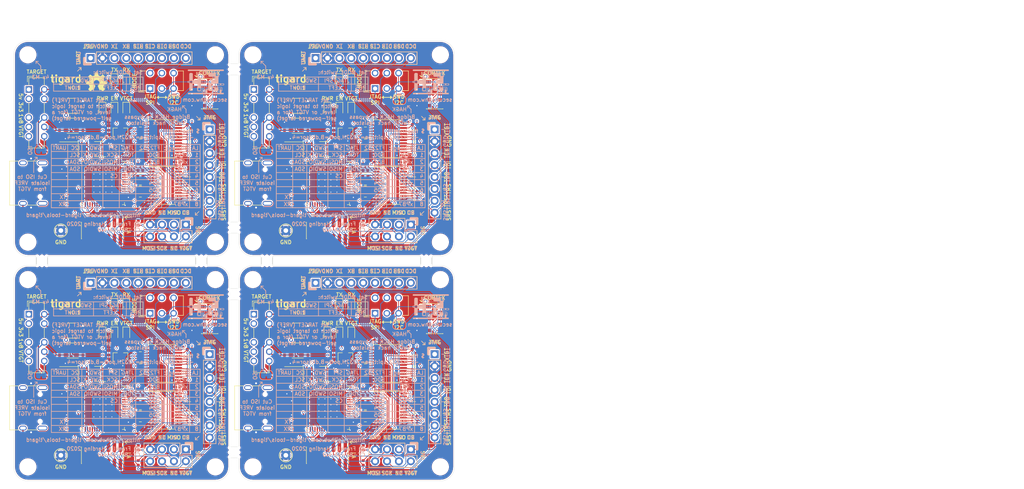
<source format=kicad_pcb>
(kicad_pcb (version 20171130) (host pcbnew 5.1.6-c6e7f7d~86~ubuntu19.10.1)
  (title_block (title Tigard) (date 2020-05-25) (rev V0.0) (comment 1 "Copyright Franklin Harding 2020") (comment 2 "Licensed under CC-BY-SA 4.0"))
  (layers (0 F.Cu signal) (1 GND power) (2 PWR power) (31 B.Cu signal) (34 B.Paste user) (35 F.Paste user) (36 B.SilkS user) (37 F.SilkS user) (38 B.Mask user) (39 F.Mask user) (44 Edge.Cuts user))
  (net 0 "")
  (net 1 +3V3)
  (net 2 GND)
  (net 3 +5V)
  (net 4 /VBUS)
  (net 5 /SWDIO)
  (net 6 +1V8)
  (net 7 /VPHY)
  (net 8 /VPLL)
  (net 9 /VREG)
  (net 10 /VREF)
  (net 11 "Net-(C23-Pad1)")
  (net 12 "Net-(C24-Pad1)")
  (net 13 "Net-(D1-Pad2)")
  (net 14 "Net-(D2-Pad1)")
  (net 15 "Net-(D2-Pad2)")
  (net 16 "Net-(D3-Pad2)")
  (net 17 /RXLED)
  (net 18 /TXLED)
  (net 19 "Net-(D4-Pad2)")
  (net 20 /~ENABLE)
  (net 21 "Net-(D5-Pad2)")
  (net 22 /CLK)
  (net 23 /DI)
  (net 24 /USB_DP)
  (net 25 "Net-(J1-PadB5)")
  (net 26 /USB_DN)
  (net 27 "Net-(J1-PadA5)")
  (net 28 /VTARGET)
  (net 29 /DO)
  (net 30 /CS)
  (net 31 /UART_TX)
  (net 32 /UART_RX)
  (net 33 /~UART_RTS)
  (net 34 /~UART_CTS)
  (net 35 /~UART_DTR)
  (net 36 /~UART_DSR)
  (net 37 /~UART_DCD)
  (net 38 "Net-(J4-Pad4)")
  (net 39 "Net-(J4-Pad5)")
  (net 40 "Net-(R6-Pad2)")
  (net 41 "Net-(R7-Pad2)")
  (net 42 /EECS)
  (net 43 "Net-(R13-Pad2)")
  (net 44 /EECLK)
  (net 45 /EEDATA)
  (net 46 "Net-(R18-Pad2)")
  (net 47 "Net-(R19-Pad1)")
  (net 48 /BD0)
  (net 49 /AD4)
  (net 50 /AD0)
  (net 51 /AD2)
  (net 52 /BD3)
  (net 53 /BD1)
  (net 54 /BD4)
  (net 55 /BD5)
  (net 56 "Net-(RN3-Pad1)")
  (net 57 "Net-(RN3-Pad3)")
  (net 58 "Net-(RN3-Pad2)")
  (net 59 "Net-(RN3-Pad4)")
  (net 60 "Net-(RN4-Pad4)")
  (net 61 "Net-(RN4-Pad2)")
  (net 62 "Net-(RN4-Pad3)")
  (net 63 "Net-(RN4-Pad1)")
  (net 64 /AD1)
  (net 65 /AD5)
  (net 66 /AD3)
  (net 67 /AD6)
  (net 68 "Net-(RN5-Pad7)")
  (net 69 "Net-(RN5-Pad8)")
  (net 70 "Net-(RN5-Pad6)")
  (net 71 "Net-(RN5-Pad5)")
  (net 72 "Net-(RN6-Pad5)")
  (net 73 "Net-(RN6-Pad6)")
  (net 74 "Net-(RN6-Pad8)")
  (net 75 "Net-(RN6-Pad7)")
  (net 76 /BD2)
  (net 77 "Net-(RN8-Pad4)")
  (net 78 "Net-(RN8-Pad2)")
  (net 79 "Net-(RN8-Pad3)")
  (net 80 "Net-(C25-Pad2)")
  (net 81 /MISO)
  (net 82 /CORTEX_PIN2)
  (net 83 /xPB5)
  (net 84 /xPB4)
  (module pkl_mechanical:OSHTab-2mm (layer F.Cu) (at 77 117.9 90)
    (fp_text reference REF**1111 hide)
    (fp_text value OSHTab-2mm hide)
    (pad "" np_thru_hole circle (at 1 0.9 90) (size 0.5 0.5) (drill 0.5) (layers *.Cu))
    (pad "" np_thru_hole circle (at 0 0.9 90) (size 0.5 0.5) (drill 0.5) (layers *.Cu))
    (pad "" np_thru_hole circle (at -1 0.9 90) (size 0.5 0.5) (drill 0.5) (layers *.Cu))
    (pad "" np_thru_hole circle (at 1 -0.9 90) (size 0.5 0.5) (drill 0.5) (layers *.Cu))
    (pad "" np_thru_hole circle (at -1 -0.9 90) (size 0.5 0.5) (drill 0.5) (layers *.Cu))
    (pad "" np_thru_hole circle (at 0 -0.9 90) (size 0.5 0.5) (drill 0.5) (layers *.Cu))
  )
  (module pkl_mechanical:OSHTab-2mm (layer F.Cu) (at 77 84.1 90)
    (fp_text reference REF**1111 hide)
    (fp_text value OSHTab-2mm hide)
    (pad "" np_thru_hole circle (at 0 -0.9 90) (size 0.5 0.5) (drill 0.5) (layers *.Cu))
    (pad "" np_thru_hole circle (at -1 -0.9 90) (size 0.5 0.5) (drill 0.5) (layers *.Cu))
    (pad "" np_thru_hole circle (at 1 -0.9 90) (size 0.5 0.5) (drill 0.5) (layers *.Cu))
    (pad "" np_thru_hole circle (at -1 0.9 90) (size 0.5 0.5) (drill 0.5) (layers *.Cu))
    (pad "" np_thru_hole circle (at 0 0.9 90) (size 0.5 0.5) (drill 0.5) (layers *.Cu))
    (pad "" np_thru_hole circle (at 1 0.9 90) (size 0.5 0.5) (drill 0.5) (layers *.Cu))
  )
  (module pkl_mechanical:OSHTab-2mm (layer F.Cu) (at 77 36.1 90)
    (fp_text reference REF**1111 hide)
    (fp_text value OSHTab-2mm hide)
    (pad "" np_thru_hole circle (at 0 -0.9 90) (size 0.5 0.5) (drill 0.5) (layers *.Cu))
    (pad "" np_thru_hole circle (at -1 -0.9 90) (size 0.5 0.5) (drill 0.5) (layers *.Cu))
    (pad "" np_thru_hole circle (at 1 -0.9 90) (size 0.5 0.5) (drill 0.5) (layers *.Cu))
    (pad "" np_thru_hole circle (at -1 0.9 90) (size 0.5 0.5) (drill 0.5) (layers *.Cu))
    (pad "" np_thru_hole circle (at 0 0.9 90) (size 0.5 0.5) (drill 0.5) (layers *.Cu))
    (pad "" np_thru_hole circle (at 1 0.9 90) (size 0.5 0.5) (drill 0.5) (layers *.Cu))
  )
  (module pkl_mechanical:OSHTab-2mm (layer F.Cu) (at 77 69.9 90)
    (fp_text reference REF**1111 hide)
    (fp_text value OSHTab-2mm hide)
    (pad "" np_thru_hole circle (at 1 0.9 90) (size 0.5 0.5) (drill 0.5) (layers *.Cu))
    (pad "" np_thru_hole circle (at 0 0.9 90) (size 0.5 0.5) (drill 0.5) (layers *.Cu))
    (pad "" np_thru_hole circle (at -1 0.9 90) (size 0.5 0.5) (drill 0.5) (layers *.Cu))
    (pad "" np_thru_hole circle (at 1 -0.9 90) (size 0.5 0.5) (drill 0.5) (layers *.Cu))
    (pad "" np_thru_hole circle (at -1 -0.9 90) (size 0.5 0.5) (drill 0.5) (layers *.Cu))
    (pad "" np_thru_hole circle (at 0 -0.9 90) (size 0.5 0.5) (drill 0.5) (layers *.Cu))
  )
  (module Fiducials:Fiducial_1mm_Dia_2.54mm_Outer_CopperTop (layer F.Cu) (at 86 81)
    (fp_text reference REF**11 hide)
    (fp_text value Fiducial_1mm_Dia_2.54mm_Outer_CopperTop hide)
    (pad ~ smd circle (at 0 0) (size 1 1) (layers F.Cu F.Mask) (clearance 0.77))
  )
  (module Fiducials:Fiducial_1mm_Dia_2.54mm_Outer_CopperTop (layer F.Cu) (at 38 81)
    (fp_text reference REF**11 hide)
    (fp_text value Fiducial_1mm_Dia_2.54mm_Outer_CopperTop hide)
    (pad ~ smd circle (at 0 0) (size 1 1) (layers F.Cu F.Mask) (clearance 0.77))
  )
  (module Fiducials:Fiducial_1mm_Dia_2.54mm_Outer_CopperTop (layer F.Cu) (at 86 33)
    (fp_text reference REF**11 hide)
    (fp_text value Fiducial_1mm_Dia_2.54mm_Outer_CopperTop hide)
    (pad ~ smd circle (at 0 0) (size 1 1) (layers F.Cu F.Mask) (clearance 0.77))
  )
  (module tigard:USB_C_Receptacle_HRO_TYPE-C-31-M-12 (layer F.Cu) (at 81 108.4 270)
    (fp_text reference J1)
    (fp_text value USB_C_Receptacle_USB2.0)
    (pad B1 smd roundrect (at 3.25 -4.045 270) (size 0.6 1.45) (layers F.Cu F.Paste F.Mask) (net 2 GND))
    (pad A9 smd roundrect (at 2.45 -4.045 270) (size 0.6 1.45) (layers F.Cu F.Paste F.Mask) (net 4 /VBUS))
    (pad B9 smd roundrect (at -2.45 -4.045 270) (size 0.6 1.45) (layers F.Cu F.Paste F.Mask) (net 4 /VBUS))
    (pad B12 smd roundrect (at -3.25 -4.045 270) (size 0.6 1.45) (layers F.Cu F.Paste F.Mask) (net 2 GND))
    (pad A1 smd roundrect (at -3.25 -4.045 270) (size 0.6 1.45) (layers F.Cu F.Paste F.Mask) (net 2 GND))
    (pad A4 smd roundrect (at -2.45 -4.045 270) (size 0.6 1.45) (layers F.Cu F.Paste F.Mask) (net 4 /VBUS))
    (pad B4 smd roundrect (at 2.45 -4.045 270) (size 0.6 1.45) (layers F.Cu F.Paste F.Mask) (net 4 /VBUS))
    (pad A12 smd roundrect (at 3.25 -4.045 270) (size 0.6 1.45) (layers F.Cu F.Paste F.Mask) (net 2 GND))
    (pad B8 smd roundrect (at -1.75 -4.045 270) (size 0.3 1.45) (layers F.Cu F.Paste F.Mask))
    (pad A5 smd roundrect (at -1.25 -4.045 270) (size 0.3 1.45) (layers F.Cu F.Paste F.Mask) (net 27 "Net-(J1-PadA5)"))
    (pad B7 smd roundrect (at -0.75 -4.045 270) (size 0.3 1.45) (layers F.Cu F.Paste F.Mask) (net 26 /USB_DN))
    (pad A7 smd roundrect (at 0.25 -4.045 270) (size 0.3 1.45) (layers F.Cu F.Paste F.Mask) (net 26 /USB_DN))
    (pad B6 smd roundrect (at 0.75 -4.045 270) (size 0.3 1.45) (layers F.Cu F.Paste F.Mask) (net 24 /USB_DP))
    (pad A8 smd roundrect (at 1.25 -4.045 270) (size 0.3 1.45) (layers F.Cu F.Paste F.Mask))
    (pad B5 smd roundrect (at 1.75 -4.045 270) (size 0.3 1.45) (layers F.Cu F.Paste F.Mask) (net 25 "Net-(J1-PadB5)"))
    (pad A6 smd roundrect (at -0.25 -4.045 270) (size 0.3 1.45) (layers F.Cu F.Paste F.Mask) (net 24 /USB_DP))
    (pad S1 thru_hole oval (at 4.32 -3.13 270) (size 1 2.1) (drill oval 0.6 1.7) (layers *.Cu *.Mask F.Paste) (net 80 "Net-(C25-Pad2)"))
    (pad S1 thru_hole oval (at -4.32 -3.13 270) (size 1 2.1) (drill oval 0.6 1.7) (layers *.Cu *.Mask F.Paste) (net 80 "Net-(C25-Pad2)"))
    (pad "" np_thru_hole circle (at -2.89 -2.6 270) (size 0.65 0.65) (drill 0.65) (layers *.Cu *.Mask))
    (pad S1 thru_hole oval (at -4.32 1.05 270) (size 1 1.6) (drill oval 0.6 1.2) (layers *.Cu *.Mask F.Paste) (net 80 "Net-(C25-Pad2)"))
    (pad "" np_thru_hole circle (at 2.89 -2.6 270) (size 0.65 0.65) (drill 0.65) (layers *.Cu *.Mask))
    (pad S1 thru_hole oval (at 4.32 1.05 270) (size 1 1.6) (drill oval 0.6 1.2) (layers *.Cu *.Mask F.Paste) (net 80 "Net-(C25-Pad2)"))
  )
  (module tigard:USB_C_Receptacle_HRO_TYPE-C-31-M-12 (layer F.Cu) (at 33 108.4 270)
    (fp_text reference J1)
    (fp_text value USB_C_Receptacle_USB2.0)
    (pad B1 smd roundrect (at 3.25 -4.045 270) (size 0.6 1.45) (layers F.Cu F.Paste F.Mask) (net 2 GND))
    (pad A9 smd roundrect (at 2.45 -4.045 270) (size 0.6 1.45) (layers F.Cu F.Paste F.Mask) (net 4 /VBUS))
    (pad B9 smd roundrect (at -2.45 -4.045 270) (size 0.6 1.45) (layers F.Cu F.Paste F.Mask) (net 4 /VBUS))
    (pad B12 smd roundrect (at -3.25 -4.045 270) (size 0.6 1.45) (layers F.Cu F.Paste F.Mask) (net 2 GND))
    (pad A1 smd roundrect (at -3.25 -4.045 270) (size 0.6 1.45) (layers F.Cu F.Paste F.Mask) (net 2 GND))
    (pad A4 smd roundrect (at -2.45 -4.045 270) (size 0.6 1.45) (layers F.Cu F.Paste F.Mask) (net 4 /VBUS))
    (pad B4 smd roundrect (at 2.45 -4.045 270) (size 0.6 1.45) (layers F.Cu F.Paste F.Mask) (net 4 /VBUS))
    (pad A12 smd roundrect (at 3.25 -4.045 270) (size 0.6 1.45) (layers F.Cu F.Paste F.Mask) (net 2 GND))
    (pad B8 smd roundrect (at -1.75 -4.045 270) (size 0.3 1.45) (layers F.Cu F.Paste F.Mask))
    (pad A5 smd roundrect (at -1.25 -4.045 270) (size 0.3 1.45) (layers F.Cu F.Paste F.Mask) (net 27 "Net-(J1-PadA5)"))
    (pad B7 smd roundrect (at -0.75 -4.045 270) (size 0.3 1.45) (layers F.Cu F.Paste F.Mask) (net 26 /USB_DN))
    (pad A7 smd roundrect (at 0.25 -4.045 270) (size 0.3 1.45) (layers F.Cu F.Paste F.Mask) (net 26 /USB_DN))
    (pad B6 smd roundrect (at 0.75 -4.045 270) (size 0.3 1.45) (layers F.Cu F.Paste F.Mask) (net 24 /USB_DP))
    (pad A8 smd roundrect (at 1.25 -4.045 270) (size 0.3 1.45) (layers F.Cu F.Paste F.Mask))
    (pad B5 smd roundrect (at 1.75 -4.045 270) (size 0.3 1.45) (layers F.Cu F.Paste F.Mask) (net 25 "Net-(J1-PadB5)"))
    (pad A6 smd roundrect (at -0.25 -4.045 270) (size 0.3 1.45) (layers F.Cu F.Paste F.Mask) (net 24 /USB_DP))
    (pad S1 thru_hole oval (at 4.32 -3.13 270) (size 1 2.1) (drill oval 0.6 1.7) (layers *.Cu *.Mask F.Paste) (net 80 "Net-(C25-Pad2)"))
    (pad S1 thru_hole oval (at -4.32 -3.13 270) (size 1 2.1) (drill oval 0.6 1.7) (layers *.Cu *.Mask F.Paste) (net 80 "Net-(C25-Pad2)"))
    (pad "" np_thru_hole circle (at -2.89 -2.6 270) (size 0.65 0.65) (drill 0.65) (layers *.Cu *.Mask))
    (pad S1 thru_hole oval (at -4.32 1.05 270) (size 1 1.6) (drill oval 0.6 1.2) (layers *.Cu *.Mask F.Paste) (net 80 "Net-(C25-Pad2)"))
    (pad "" np_thru_hole circle (at 2.89 -2.6 270) (size 0.65 0.65) (drill 0.65) (layers *.Cu *.Mask))
    (pad S1 thru_hole oval (at 4.32 1.05 270) (size 1 1.6) (drill oval 0.6 1.2) (layers *.Cu *.Mask F.Paste) (net 80 "Net-(C25-Pad2)"))
  )
  (module tigard:USB_C_Receptacle_HRO_TYPE-C-31-M-12 (layer F.Cu) (at 81 60.4 270)
    (fp_text reference J1)
    (fp_text value USB_C_Receptacle_USB2.0)
    (pad B1 smd roundrect (at 3.25 -4.045 270) (size 0.6 1.45) (layers F.Cu F.Paste F.Mask) (net 2 GND))
    (pad A9 smd roundrect (at 2.45 -4.045 270) (size 0.6 1.45) (layers F.Cu F.Paste F.Mask) (net 4 /VBUS))
    (pad B9 smd roundrect (at -2.45 -4.045 270) (size 0.6 1.45) (layers F.Cu F.Paste F.Mask) (net 4 /VBUS))
    (pad B12 smd roundrect (at -3.25 -4.045 270) (size 0.6 1.45) (layers F.Cu F.Paste F.Mask) (net 2 GND))
    (pad A1 smd roundrect (at -3.25 -4.045 270) (size 0.6 1.45) (layers F.Cu F.Paste F.Mask) (net 2 GND))
    (pad A4 smd roundrect (at -2.45 -4.045 270) (size 0.6 1.45) (layers F.Cu F.Paste F.Mask) (net 4 /VBUS))
    (pad B4 smd roundrect (at 2.45 -4.045 270) (size 0.6 1.45) (layers F.Cu F.Paste F.Mask) (net 4 /VBUS))
    (pad A12 smd roundrect (at 3.25 -4.045 270) (size 0.6 1.45) (layers F.Cu F.Paste F.Mask) (net 2 GND))
    (pad B8 smd roundrect (at -1.75 -4.045 270) (size 0.3 1.45) (layers F.Cu F.Paste F.Mask))
    (pad A5 smd roundrect (at -1.25 -4.045 270) (size 0.3 1.45) (layers F.Cu F.Paste F.Mask) (net 27 "Net-(J1-PadA5)"))
    (pad B7 smd roundrect (at -0.75 -4.045 270) (size 0.3 1.45) (layers F.Cu F.Paste F.Mask) (net 26 /USB_DN))
    (pad A7 smd roundrect (at 0.25 -4.045 270) (size 0.3 1.45) (layers F.Cu F.Paste F.Mask) (net 26 /USB_DN))
    (pad B6 smd roundrect (at 0.75 -4.045 270) (size 0.3 1.45) (layers F.Cu F.Paste F.Mask) (net 24 /USB_DP))
    (pad A8 smd roundrect (at 1.25 -4.045 270) (size 0.3 1.45) (layers F.Cu F.Paste F.Mask))
    (pad B5 smd roundrect (at 1.75 -4.045 270) (size 0.3 1.45) (layers F.Cu F.Paste F.Mask) (net 25 "Net-(J1-PadB5)"))
    (pad A6 smd roundrect (at -0.25 -4.045 270) (size 0.3 1.45) (layers F.Cu F.Paste F.Mask) (net 24 /USB_DP))
    (pad S1 thru_hole oval (at 4.32 -3.13 270) (size 1 2.1) (drill oval 0.6 1.7) (layers *.Cu *.Mask F.Paste) (net 80 "Net-(C25-Pad2)"))
    (pad S1 thru_hole oval (at -4.32 -3.13 270) (size 1 2.1) (drill oval 0.6 1.7) (layers *.Cu *.Mask F.Paste) (net 80 "Net-(C25-Pad2)"))
    (pad "" np_thru_hole circle (at -2.89 -2.6 270) (size 0.65 0.65) (drill 0.65) (layers *.Cu *.Mask))
    (pad S1 thru_hole oval (at -4.32 1.05 270) (size 1 1.6) (drill oval 0.6 1.2) (layers *.Cu *.Mask F.Paste) (net 80 "Net-(C25-Pad2)"))
    (pad "" np_thru_hole circle (at 2.89 -2.6 270) (size 0.65 0.65) (drill 0.65) (layers *.Cu *.Mask))
    (pad S1 thru_hole oval (at 4.32 1.05 270) (size 1 1.6) (drill oval 0.6 1.2) (layers *.Cu *.Mask F.Paste) (net 80 "Net-(C25-Pad2)"))
  )
  (module tigard:USB_C_Receptacle_HRO_TYPE-C-31-M-12 (layer F.Cu) (at 33 60.4 270)
    (fp_text reference J1)
    (fp_text value USB_C_Receptacle_USB2.0)
    (pad S1 thru_hole oval (at 4.32 1.05 270) (size 1 1.6) (drill oval 0.6 1.2) (layers *.Cu *.Mask F.Paste) (net 80 "Net-(C25-Pad2)"))
    (pad "" np_thru_hole circle (at 2.89 -2.6 270) (size 0.65 0.65) (drill 0.65) (layers *.Cu *.Mask))
    (pad S1 thru_hole oval (at -4.32 1.05 270) (size 1 1.6) (drill oval 0.6 1.2) (layers *.Cu *.Mask F.Paste) (net 80 "Net-(C25-Pad2)"))
    (pad "" np_thru_hole circle (at -2.89 -2.6 270) (size 0.65 0.65) (drill 0.65) (layers *.Cu *.Mask))
    (pad S1 thru_hole oval (at -4.32 -3.13 270) (size 1 2.1) (drill oval 0.6 1.7) (layers *.Cu *.Mask F.Paste) (net 80 "Net-(C25-Pad2)"))
    (pad S1 thru_hole oval (at 4.32 -3.13 270) (size 1 2.1) (drill oval 0.6 1.7) (layers *.Cu *.Mask F.Paste) (net 80 "Net-(C25-Pad2)"))
    (pad A6 smd roundrect (at -0.25 -4.045 270) (size 0.3 1.45) (layers F.Cu F.Paste F.Mask) (net 24 /USB_DP))
    (pad B5 smd roundrect (at 1.75 -4.045 270) (size 0.3 1.45) (layers F.Cu F.Paste F.Mask) (net 25 "Net-(J1-PadB5)"))
    (pad A8 smd roundrect (at 1.25 -4.045 270) (size 0.3 1.45) (layers F.Cu F.Paste F.Mask))
    (pad B6 smd roundrect (at 0.75 -4.045 270) (size 0.3 1.45) (layers F.Cu F.Paste F.Mask) (net 24 /USB_DP))
    (pad A7 smd roundrect (at 0.25 -4.045 270) (size 0.3 1.45) (layers F.Cu F.Paste F.Mask) (net 26 /USB_DN))
    (pad B7 smd roundrect (at -0.75 -4.045 270) (size 0.3 1.45) (layers F.Cu F.Paste F.Mask) (net 26 /USB_DN))
    (pad A5 smd roundrect (at -1.25 -4.045 270) (size 0.3 1.45) (layers F.Cu F.Paste F.Mask) (net 27 "Net-(J1-PadA5)"))
    (pad B8 smd roundrect (at -1.75 -4.045 270) (size 0.3 1.45) (layers F.Cu F.Paste F.Mask))
    (pad A12 smd roundrect (at 3.25 -4.045 270) (size 0.6 1.45) (layers F.Cu F.Paste F.Mask) (net 2 GND))
    (pad B4 smd roundrect (at 2.45 -4.045 270) (size 0.6 1.45) (layers F.Cu F.Paste F.Mask) (net 4 /VBUS))
    (pad A4 smd roundrect (at -2.45 -4.045 270) (size 0.6 1.45) (layers F.Cu F.Paste F.Mask) (net 4 /VBUS))
    (pad A1 smd roundrect (at -3.25 -4.045 270) (size 0.6 1.45) (layers F.Cu F.Paste F.Mask) (net 2 GND))
    (pad B12 smd roundrect (at -3.25 -4.045 270) (size 0.6 1.45) (layers F.Cu F.Paste F.Mask) (net 2 GND))
    (pad B9 smd roundrect (at -2.45 -4.045 270) (size 0.6 1.45) (layers F.Cu F.Paste F.Mask) (net 4 /VBUS))
    (pad A9 smd roundrect (at 2.45 -4.045 270) (size 0.6 1.45) (layers F.Cu F.Paste F.Mask) (net 4 /VBUS))
    (pad B1 smd roundrect (at 3.25 -4.045 270) (size 0.6 1.45) (layers F.Cu F.Paste F.Mask) (net 2 GND))
  )
  (module Capacitor_SMD:C_0402_1005Metric (layer F.Cu) (at 90.515 113.9 180)
    (fp_text reference C14)
    (fp_text value 100n)
    (pad 1 smd roundrect (at -0.485 0 180) (size 0.59 0.64) (layers F.Cu F.Paste F.Mask) (net 1 +3V3))
    (pad 2 smd roundrect (at 0.485 0 180) (size 0.59 0.64) (layers F.Cu F.Paste F.Mask) (net 2 GND))
  )
  (module Capacitor_SMD:C_0402_1005Metric (layer F.Cu) (at 42.515 113.9 180)
    (fp_text reference C14)
    (fp_text value 100n)
    (pad 1 smd roundrect (at -0.485 0 180) (size 0.59 0.64) (layers F.Cu F.Paste F.Mask) (net 1 +3V3))
    (pad 2 smd roundrect (at 0.485 0 180) (size 0.59 0.64) (layers F.Cu F.Paste F.Mask) (net 2 GND))
  )
  (module Capacitor_SMD:C_0402_1005Metric (layer F.Cu) (at 90.515 65.9 180)
    (fp_text reference C14)
    (fp_text value 100n)
    (pad 1 smd roundrect (at -0.485 0 180) (size 0.59 0.64) (layers F.Cu F.Paste F.Mask) (net 1 +3V3))
    (pad 2 smd roundrect (at 0.485 0 180) (size 0.59 0.64) (layers F.Cu F.Paste F.Mask) (net 2 GND))
  )
  (module tigard:PinHeader_1x08_P2.54mm_Vertical (layer F.Cu) (at 119.78 96.94)
    (fp_text reference J2)
    (fp_text value JTAG (at 0 -2.54) (layer F.SilkS) (effects (font (size 0.8 0.8))))
    (pad 1 thru_hole rect (at 0 0) (size 1.7 1.7) (drill 1) (layers *.Cu *.Mask) (net 28 /VTARGET))
    (pad 2 thru_hole oval (at 0 2.54) (size 1.7 1.7) (drill 1) (layers *.Cu *.Mask) (net 2 GND))
    (pad 3 thru_hole oval (at 0 5.08) (size 1.7 1.7) (drill 1) (layers *.Cu *.Mask) (net 22 /CLK))
    (pad 4 thru_hole oval (at 0 7.62) (size 1.7 1.7) (drill 1) (layers *.Cu *.Mask) (net 29 /DO))
    (pad 5 thru_hole oval (at 0 10.16) (size 1.7 1.7) (drill 1) (layers *.Cu *.Mask) (net 81 /MISO))
    (pad 6 thru_hole oval (at 0 12.7) (size 1.7 1.7) (drill 1) (layers *.Cu *.Mask) (net 30 /CS))
    (pad 7 thru_hole oval (at 0 15.24) (size 1.7 1.7) (drill 1) (layers *.Cu *.Mask) (net 84 /xPB4))
    (pad 8 thru_hole oval (at 0 17.78) (size 1.7 1.7) (drill 1) (layers *.Cu *.Mask) (net 83 /xPB5))
  )
  (module tigard:PinHeader_1x08_P2.54mm_Vertical (layer F.Cu) (at 71.78 96.94)
    (fp_text reference J2)
    (fp_text value JTAG (at 0 -2.54) (layer F.SilkS) (effects (font (size 0.8 0.8))))
    (pad 1 thru_hole rect (at 0 0) (size 1.7 1.7) (drill 1) (layers *.Cu *.Mask) (net 28 /VTARGET))
    (pad 2 thru_hole oval (at 0 2.54) (size 1.7 1.7) (drill 1) (layers *.Cu *.Mask) (net 2 GND))
    (pad 3 thru_hole oval (at 0 5.08) (size 1.7 1.7) (drill 1) (layers *.Cu *.Mask) (net 22 /CLK))
    (pad 4 thru_hole oval (at 0 7.62) (size 1.7 1.7) (drill 1) (layers *.Cu *.Mask) (net 29 /DO))
    (pad 5 thru_hole oval (at 0 10.16) (size 1.7 1.7) (drill 1) (layers *.Cu *.Mask) (net 81 /MISO))
    (pad 6 thru_hole oval (at 0 12.7) (size 1.7 1.7) (drill 1) (layers *.Cu *.Mask) (net 30 /CS))
    (pad 7 thru_hole oval (at 0 15.24) (size 1.7 1.7) (drill 1) (layers *.Cu *.Mask) (net 84 /xPB4))
    (pad 8 thru_hole oval (at 0 17.78) (size 1.7 1.7) (drill 1) (layers *.Cu *.Mask) (net 83 /xPB5))
  )
  (module tigard:PinHeader_1x08_P2.54mm_Vertical (layer F.Cu) (at 119.78 48.94)
    (fp_text reference J2)
    (fp_text value JTAG (at 0 -2.54) (layer F.SilkS) (effects (font (size 0.8 0.8))))
    (pad 1 thru_hole rect (at 0 0) (size 1.7 1.7) (drill 1) (layers *.Cu *.Mask) (net 28 /VTARGET))
    (pad 2 thru_hole oval (at 0 2.54) (size 1.7 1.7) (drill 1) (layers *.Cu *.Mask) (net 2 GND))
    (pad 3 thru_hole oval (at 0 5.08) (size 1.7 1.7) (drill 1) (layers *.Cu *.Mask) (net 22 /CLK))
    (pad 4 thru_hole oval (at 0 7.62) (size 1.7 1.7) (drill 1) (layers *.Cu *.Mask) (net 29 /DO))
    (pad 5 thru_hole oval (at 0 10.16) (size 1.7 1.7) (drill 1) (layers *.Cu *.Mask) (net 81 /MISO))
    (pad 6 thru_hole oval (at 0 12.7) (size 1.7 1.7) (drill 1) (layers *.Cu *.Mask) (net 30 /CS))
    (pad 7 thru_hole oval (at 0 15.24) (size 1.7 1.7) (drill 1) (layers *.Cu *.Mask) (net 84 /xPB4))
    (pad 8 thru_hole oval (at 0 17.78) (size 1.7 1.7) (drill 1) (layers *.Cu *.Mask) (net 83 /xPB5))
  )
  (module Capacitor_SMD:C_0402_1005Metric (layer F.Cu) (at 90.515 105.9 180)
    (fp_text reference C5)
    (fp_text value 100n)
    (pad 2 smd roundrect (at 0.485 0 180) (size 0.59 0.64) (layers F.Cu F.Paste F.Mask) (net 2 GND))
    (pad 1 smd roundrect (at -0.485 0 180) (size 0.59 0.64) (layers F.Cu F.Paste F.Mask) (net 7 /VPHY))
  )
  (module Capacitor_SMD:C_0402_1005Metric (layer F.Cu) (at 42.515 105.9 180)
    (fp_text reference C5)
    (fp_text value 100n)
    (pad 2 smd roundrect (at 0.485 0 180) (size 0.59 0.64) (layers F.Cu F.Paste F.Mask) (net 2 GND))
    (pad 1 smd roundrect (at -0.485 0 180) (size 0.59 0.64) (layers F.Cu F.Paste F.Mask) (net 7 /VPHY))
  )
  (module Capacitor_SMD:C_0402_1005Metric (layer F.Cu) (at 90.515 57.9 180)
    (fp_text reference C5)
    (fp_text value 100n)
    (pad 2 smd roundrect (at 0.485 0 180) (size 0.59 0.64) (layers F.Cu F.Paste F.Mask) (net 2 GND))
    (pad 1 smd roundrect (at -0.485 0 180) (size 0.59 0.64) (layers F.Cu F.Paste F.Mask) (net 7 /VPHY))
  )
  (module Capacitor_SMD:C_0402_1005Metric (layer F.Cu) (at 92.5 101.65 90)
    (fp_text reference C13)
    (fp_text value 100n)
    (pad 1 smd roundrect (at -0.485 0 90) (size 0.59 0.64) (layers F.Cu F.Paste F.Mask) (net 9 /VREG))
    (pad 2 smd roundrect (at 0.485 0 90) (size 0.59 0.64) (layers F.Cu F.Paste F.Mask) (net 2 GND))
  )
  (module Capacitor_SMD:C_0402_1005Metric (layer F.Cu) (at 44.5 101.65 90)
    (fp_text reference C13)
    (fp_text value 100n)
    (pad 1 smd roundrect (at -0.485 0 90) (size 0.59 0.64) (layers F.Cu F.Paste F.Mask) (net 9 /VREG))
    (pad 2 smd roundrect (at 0.485 0 90) (size 0.59 0.64) (layers F.Cu F.Paste F.Mask) (net 2 GND))
  )
  (module Capacitor_SMD:C_0402_1005Metric (layer F.Cu) (at 92.5 53.65 90)
    (fp_text reference C13)
    (fp_text value 100n)
    (pad 1 smd roundrect (at -0.485 0 90) (size 0.59 0.64) (layers F.Cu F.Paste F.Mask) (net 9 /VREG))
    (pad 2 smd roundrect (at 0.485 0 90) (size 0.59 0.64) (layers F.Cu F.Paste F.Mask) (net 2 GND))
  )
  (module Resistor_SMD:R_0402_1005Metric (layer F.Cu) (at 99.46 88.812)
    (fp_text reference R9)
    (fp_text value 330)
    (pad 2 smd roundrect (at 0.485 0) (size 0.59 0.64) (layers F.Cu F.Paste F.Mask) (net 1 +3V3))
    (pad 1 smd roundrect (at -0.485 0) (size 0.59 0.64) (layers F.Cu F.Paste F.Mask) (net 19 "Net-(D4-Pad2)"))
  )
  (module Resistor_SMD:R_0402_1005Metric (layer F.Cu) (at 51.46 88.812)
    (fp_text reference R9)
    (fp_text value 330)
    (pad 2 smd roundrect (at 0.485 0) (size 0.59 0.64) (layers F.Cu F.Paste F.Mask) (net 1 +3V3))
    (pad 1 smd roundrect (at -0.485 0) (size 0.59 0.64) (layers F.Cu F.Paste F.Mask) (net 19 "Net-(D4-Pad2)"))
  )
  (module Resistor_SMD:R_0402_1005Metric (layer F.Cu) (at 99.46 40.812)
    (fp_text reference R9)
    (fp_text value 330)
    (pad 2 smd roundrect (at 0.485 0) (size 0.59 0.64) (layers F.Cu F.Paste F.Mask) (net 1 +3V3))
    (pad 1 smd roundrect (at -0.485 0) (size 0.59 0.64) (layers F.Cu F.Paste F.Mask) (net 19 "Net-(D4-Pad2)"))
  )
  (module Resistor_SMD:R_0402_1005Metric (layer F.Cu) (at 90.515 106.9)
    (fp_text reference R6)
    (fp_text value "12k, 1%")
    (pad 1 smd roundrect (at -0.485 0) (size 0.59 0.64) (layers F.Cu F.Paste F.Mask) (net 2 GND))
    (pad 2 smd roundrect (at 0.485 0) (size 0.59 0.64) (layers F.Cu F.Paste F.Mask) (net 40 "Net-(R6-Pad2)"))
  )
  (module Resistor_SMD:R_0402_1005Metric (layer F.Cu) (at 42.515 106.9)
    (fp_text reference R6)
    (fp_text value "12k, 1%")
    (pad 1 smd roundrect (at -0.485 0) (size 0.59 0.64) (layers F.Cu F.Paste F.Mask) (net 2 GND))
    (pad 2 smd roundrect (at 0.485 0) (size 0.59 0.64) (layers F.Cu F.Paste F.Mask) (net 40 "Net-(R6-Pad2)"))
  )
  (module Resistor_SMD:R_0402_1005Metric (layer F.Cu) (at 90.515 58.9)
    (fp_text reference R6)
    (fp_text value "12k, 1%")
    (pad 1 smd roundrect (at -0.485 0) (size 0.59 0.64) (layers F.Cu F.Paste F.Mask) (net 2 GND))
    (pad 2 smd roundrect (at 0.485 0) (size 0.59 0.64) (layers F.Cu F.Paste F.Mask) (net 40 "Net-(R6-Pad2)"))
  )
  (module Resistor_SMD:R_0402_1005Metric (layer F.Cu) (at 104.54 116.915 270)
    (fp_text reference R21)
    (fp_text value 10k)
    (pad 2 smd roundrect (at 0.485 0 270) (size 0.59 0.64) (layers F.Cu F.Paste F.Mask) (net 38 "Net-(J4-Pad4)"))
    (pad 1 smd roundrect (at -0.485 0 270) (size 0.59 0.64) (layers F.Cu F.Paste F.Mask) (net 28 /VTARGET))
  )
  (module Resistor_SMD:R_0402_1005Metric (layer F.Cu) (at 56.54 116.915 270)
    (fp_text reference R21)
    (fp_text value 10k)
    (pad 2 smd roundrect (at 0.485 0 270) (size 0.59 0.64) (layers F.Cu F.Paste F.Mask) (net 38 "Net-(J4-Pad4)"))
    (pad 1 smd roundrect (at -0.485 0 270) (size 0.59 0.64) (layers F.Cu F.Paste F.Mask) (net 28 /VTARGET))
  )
  (module Resistor_SMD:R_0402_1005Metric (layer F.Cu) (at 104.54 68.915 270)
    (fp_text reference R21)
    (fp_text value 10k)
    (pad 2 smd roundrect (at 0.485 0 270) (size 0.59 0.64) (layers F.Cu F.Paste F.Mask) (net 38 "Net-(J4-Pad4)"))
    (pad 1 smd roundrect (at -0.485 0 270) (size 0.59 0.64) (layers F.Cu F.Paste F.Mask) (net 28 /VTARGET))
  )
  (module tigard:PinHeader_2x04_P2.54mm_Vertical (layer F.Cu) (at 114.7 117.26 270)
    (fp_text reference J4)
    (fp_text value SPI (at 1.27 -2.55 270 unlocked) (layer F.SilkS) (effects (font (size 0.8 0.8))))
    (pad 8 thru_hole oval (at 2.54 7.62 270) (size 1.7 1.7) (drill 1) (layers *.Cu *.Mask) (net 29 /DO))
    (pad 7 thru_hole oval (at 0 7.62 270) (size 1.7 1.7) (drill 1) (layers *.Cu *.Mask) (net 2 GND))
    (pad 6 thru_hole oval (at 2.54 5.08 270) (size 1.7 1.7) (drill 1) (layers *.Cu *.Mask) (net 22 /CLK))
    (pad 5 thru_hole oval (at 0 5.08 270) (size 1.7 1.7) (drill 1) (layers *.Cu *.Mask) (net 39 "Net-(J4-Pad5)"))
    (pad 4 thru_hole oval (at 2.54 2.54 270) (size 1.7 1.7) (drill 1) (layers *.Cu *.Mask) (net 38 "Net-(J4-Pad4)"))
    (pad 3 thru_hole oval (at 0 2.54 270) (size 1.7 1.7) (drill 1) (layers *.Cu *.Mask) (net 81 /MISO))
    (pad 2 thru_hole oval (at 2.54 0 270) (size 1.7 1.7) (drill 1) (layers *.Cu *.Mask) (net 28 /VTARGET))
    (pad 1 thru_hole rect (at 0 0 270) (size 1.7 1.7) (drill 1) (layers *.Cu *.Mask) (net 30 /CS))
  )
  (module tigard:PinHeader_2x04_P2.54mm_Vertical (layer F.Cu) (at 66.7 117.26 270)
    (fp_text reference J4)
    (fp_text value SPI (at 1.27 -2.55 270 unlocked) (layer F.SilkS) (effects (font (size 0.8 0.8))))
    (pad 8 thru_hole oval (at 2.54 7.62 270) (size 1.7 1.7) (drill 1) (layers *.Cu *.Mask) (net 29 /DO))
    (pad 7 thru_hole oval (at 0 7.62 270) (size 1.7 1.7) (drill 1) (layers *.Cu *.Mask) (net 2 GND))
    (pad 6 thru_hole oval (at 2.54 5.08 270) (size 1.7 1.7) (drill 1) (layers *.Cu *.Mask) (net 22 /CLK))
    (pad 5 thru_hole oval (at 0 5.08 270) (size 1.7 1.7) (drill 1) (layers *.Cu *.Mask) (net 39 "Net-(J4-Pad5)"))
    (pad 4 thru_hole oval (at 2.54 2.54 270) (size 1.7 1.7) (drill 1) (layers *.Cu *.Mask) (net 38 "Net-(J4-Pad4)"))
    (pad 3 thru_hole oval (at 0 2.54 270) (size 1.7 1.7) (drill 1) (layers *.Cu *.Mask) (net 81 /MISO))
    (pad 2 thru_hole oval (at 2.54 0 270) (size 1.7 1.7) (drill 1) (layers *.Cu *.Mask) (net 28 /VTARGET))
    (pad 1 thru_hole rect (at 0 0 270) (size 1.7 1.7) (drill 1) (layers *.Cu *.Mask) (net 30 /CS))
  )
  (module tigard:PinHeader_2x04_P2.54mm_Vertical (layer F.Cu) (at 114.7 69.26 270)
    (fp_text reference J4)
    (fp_text value SPI (at 1.27 -2.55 270 unlocked) (layer F.SilkS) (effects (font (size 0.8 0.8))))
    (pad 8 thru_hole oval (at 2.54 7.62 270) (size 1.7 1.7) (drill 1) (layers *.Cu *.Mask) (net 29 /DO))
    (pad 7 thru_hole oval (at 0 7.62 270) (size 1.7 1.7) (drill 1) (layers *.Cu *.Mask) (net 2 GND))
    (pad 6 thru_hole oval (at 2.54 5.08 270) (size 1.7 1.7) (drill 1) (layers *.Cu *.Mask) (net 22 /CLK))
    (pad 5 thru_hole oval (at 0 5.08 270) (size 1.7 1.7) (drill 1) (layers *.Cu *.Mask) (net 39 "Net-(J4-Pad5)"))
    (pad 4 thru_hole oval (at 2.54 2.54 270) (size 1.7 1.7) (drill 1) (layers *.Cu *.Mask) (net 38 "Net-(J4-Pad4)"))
    (pad 3 thru_hole oval (at 0 2.54 270) (size 1.7 1.7) (drill 1) (layers *.Cu *.Mask) (net 81 /MISO))
    (pad 2 thru_hole oval (at 2.54 0 270) (size 1.7 1.7) (drill 1) (layers *.Cu *.Mask) (net 28 /VTARGET))
    (pad 1 thru_hole rect (at 0 0 270) (size 1.7 1.7) (drill 1) (layers *.Cu *.Mask) (net 30 /CS))
  )
  (module tigard:R_Array_Convex_4x0402_RoundRect (layer F.Cu) (at 105 110.2)
    (fp_text reference RN2)
    (fp_text value 100k)
    (pad 1 smd roundrect (at -0.5 -0.75) (size 0.5 0.4) (layers F.Cu F.Paste F.Mask) (net 1 +3V3))
    (pad 3 smd roundrect (at -0.5 0.25) (size 0.5 0.3) (layers F.Cu F.Paste F.Mask) (net 1 +3V3))
    (pad 2 smd roundrect (at -0.5 -0.25) (size 0.5 0.3) (layers F.Cu F.Paste F.Mask) (net 1 +3V3))
    (pad 4 smd roundrect (at -0.5 0.75) (size 0.5 0.4) (layers F.Cu F.Paste F.Mask) (net 1 +3V3))
    (pad 7 smd roundrect (at 0.5 -0.25) (size 0.5 0.3) (layers F.Cu F.Paste F.Mask) (net 49 /AD4))
    (pad 8 smd roundrect (at 0.5 -0.75) (size 0.5 0.4) (layers F.Cu F.Paste F.Mask) (net 55 /BD5))
    (pad 6 smd roundrect (at 0.5 0.25) (size 0.5 0.3) (layers F.Cu F.Paste F.Mask) (net 51 /AD2))
    (pad 5 smd roundrect (at 0.5 0.75) (size 0.5 0.4) (layers F.Cu F.Paste F.Mask) (net 50 /AD0))
  )
  (module tigard:R_Array_Convex_4x0402_RoundRect (layer F.Cu) (at 57 110.2)
    (fp_text reference RN2)
    (fp_text value 100k)
    (pad 1 smd roundrect (at -0.5 -0.75) (size 0.5 0.4) (layers F.Cu F.Paste F.Mask) (net 1 +3V3))
    (pad 3 smd roundrect (at -0.5 0.25) (size 0.5 0.3) (layers F.Cu F.Paste F.Mask) (net 1 +3V3))
    (pad 2 smd roundrect (at -0.5 -0.25) (size 0.5 0.3) (layers F.Cu F.Paste F.Mask) (net 1 +3V3))
    (pad 4 smd roundrect (at -0.5 0.75) (size 0.5 0.4) (layers F.Cu F.Paste F.Mask) (net 1 +3V3))
    (pad 7 smd roundrect (at 0.5 -0.25) (size 0.5 0.3) (layers F.Cu F.Paste F.Mask) (net 49 /AD4))
    (pad 8 smd roundrect (at 0.5 -0.75) (size 0.5 0.4) (layers F.Cu F.Paste F.Mask) (net 55 /BD5))
    (pad 6 smd roundrect (at 0.5 0.25) (size 0.5 0.3) (layers F.Cu F.Paste F.Mask) (net 51 /AD2))
    (pad 5 smd roundrect (at 0.5 0.75) (size 0.5 0.4) (layers F.Cu F.Paste F.Mask) (net 50 /AD0))
  )
  (module tigard:R_Array_Convex_4x0402_RoundRect (layer F.Cu) (at 105 62.2)
    (fp_text reference RN2)
    (fp_text value 100k)
    (pad 1 smd roundrect (at -0.5 -0.75) (size 0.5 0.4) (layers F.Cu F.Paste F.Mask) (net 1 +3V3))
    (pad 3 smd roundrect (at -0.5 0.25) (size 0.5 0.3) (layers F.Cu F.Paste F.Mask) (net 1 +3V3))
    (pad 2 smd roundrect (at -0.5 -0.25) (size 0.5 0.3) (layers F.Cu F.Paste F.Mask) (net 1 +3V3))
    (pad 4 smd roundrect (at -0.5 0.75) (size 0.5 0.4) (layers F.Cu F.Paste F.Mask) (net 1 +3V3))
    (pad 7 smd roundrect (at 0.5 -0.25) (size 0.5 0.3) (layers F.Cu F.Paste F.Mask) (net 49 /AD4))
    (pad 8 smd roundrect (at 0.5 -0.75) (size 0.5 0.4) (layers F.Cu F.Paste F.Mask) (net 55 /BD5))
    (pad 6 smd roundrect (at 0.5 0.25) (size 0.5 0.3) (layers F.Cu F.Paste F.Mask) (net 51 /AD2))
    (pad 5 smd roundrect (at 0.5 0.75) (size 0.5 0.4) (layers F.Cu F.Paste F.Mask) (net 50 /AD0))
  )
  (module MountingHole:MountingHole_3.2mm_M3_ISO7380 (layer F.Cu) (at 81 121)
    (fp_text reference H3 hide)
    (fp_text value MountingHole)
    (pad 1 np_thru_hole circle (at 0 0) (size 3.2 3.2) (drill 3.2) (layers *.Cu *.Mask))
  )
  (module MountingHole:MountingHole_3.2mm_M3_ISO7380 (layer F.Cu) (at 33 121)
    (fp_text reference H3 hide)
    (fp_text value MountingHole)
    (pad 1 np_thru_hole circle (at 0 0) (size 3.2 3.2) (drill 3.2) (layers *.Cu *.Mask))
  )
  (module MountingHole:MountingHole_3.2mm_M3_ISO7380 (layer F.Cu) (at 81 73)
    (fp_text reference H3 hide)
    (fp_text value MountingHole)
    (pad 1 np_thru_hole circle (at 0 0) (size 3.2 3.2) (drill 3.2) (layers *.Cu *.Mask))
  )
  (module tigard:R_Array_Convex_4x0402_RoundRect (layer F.Cu) (at 115.5 98.25)
    (fp_text reference RN7)
    (fp_text value 100k)
    (pad 5 smd roundrect (at 0.5 0.75) (size 0.5 0.4) (layers F.Cu F.Paste F.Mask) (net 10 /VREF))
    (pad 6 smd roundrect (at 0.5 0.25) (size 0.5 0.3) (layers F.Cu F.Paste F.Mask) (net 10 /VREF))
    (pad 8 smd roundrect (at 0.5 -0.75) (size 0.5 0.4) (layers F.Cu F.Paste F.Mask) (net 10 /VREF))
    (pad 7 smd roundrect (at 0.5 -0.25) (size 0.5 0.3) (layers F.Cu F.Paste F.Mask) (net 10 /VREF))
    (pad 4 smd roundrect (at -0.5 0.75) (size 0.5 0.4) (layers F.Cu F.Paste F.Mask) (net 37 /~UART_DCD))
    (pad 2 smd roundrect (at -0.5 -0.25) (size 0.5 0.3) (layers F.Cu F.Paste F.Mask) (net 34 /~UART_CTS))
    (pad 3 smd roundrect (at -0.5 0.25) (size 0.5 0.3) (layers F.Cu F.Paste F.Mask) (net 36 /~UART_DSR))
    (pad 1 smd roundrect (at -0.5 -0.75) (size 0.5 0.4) (layers F.Cu F.Paste F.Mask) (net 32 /UART_RX))
  )
  (module tigard:R_Array_Convex_4x0402_RoundRect (layer F.Cu) (at 67.5 98.25)
    (fp_text reference RN7)
    (fp_text value 100k)
    (pad 5 smd roundrect (at 0.5 0.75) (size 0.5 0.4) (layers F.Cu F.Paste F.Mask) (net 10 /VREF))
    (pad 6 smd roundrect (at 0.5 0.25) (size 0.5 0.3) (layers F.Cu F.Paste F.Mask) (net 10 /VREF))
    (pad 8 smd roundrect (at 0.5 -0.75) (size 0.5 0.4) (layers F.Cu F.Paste F.Mask) (net 10 /VREF))
    (pad 7 smd roundrect (at 0.5 -0.25) (size 0.5 0.3) (layers F.Cu F.Paste F.Mask) (net 10 /VREF))
    (pad 4 smd roundrect (at -0.5 0.75) (size 0.5 0.4) (layers F.Cu F.Paste F.Mask) (net 37 /~UART_DCD))
    (pad 2 smd roundrect (at -0.5 -0.25) (size 0.5 0.3) (layers F.Cu F.Paste F.Mask) (net 34 /~UART_CTS))
    (pad 3 smd roundrect (at -0.5 0.25) (size 0.5 0.3) (layers F.Cu F.Paste F.Mask) (net 36 /~UART_DSR))
    (pad 1 smd roundrect (at -0.5 -0.75) (size 0.5 0.4) (layers F.Cu F.Paste F.Mask) (net 32 /UART_RX))
  )
  (module tigard:R_Array_Convex_4x0402_RoundRect (layer F.Cu) (at 115.5 50.25)
    (fp_text reference RN7)
    (fp_text value 100k)
    (pad 5 smd roundrect (at 0.5 0.75) (size 0.5 0.4) (layers F.Cu F.Paste F.Mask) (net 10 /VREF))
    (pad 6 smd roundrect (at 0.5 0.25) (size 0.5 0.3) (layers F.Cu F.Paste F.Mask) (net 10 /VREF))
    (pad 8 smd roundrect (at 0.5 -0.75) (size 0.5 0.4) (layers F.Cu F.Paste F.Mask) (net 10 /VREF))
    (pad 7 smd roundrect (at 0.5 -0.25) (size 0.5 0.3) (layers F.Cu F.Paste F.Mask) (net 10 /VREF))
    (pad 4 smd roundrect (at -0.5 0.75) (size 0.5 0.4) (layers F.Cu F.Paste F.Mask) (net 37 /~UART_DCD))
    (pad 2 smd roundrect (at -0.5 -0.25) (size 0.5 0.3) (layers F.Cu F.Paste F.Mask) (net 34 /~UART_CTS))
    (pad 3 smd roundrect (at -0.5 0.25) (size 0.5 0.3) (layers F.Cu F.Paste F.Mask) (net 36 /~UART_DSR))
    (pad 1 smd roundrect (at -0.5 -0.75) (size 0.5 0.4) (layers F.Cu F.Paste F.Mask) (net 32 /UART_RX))
  )
  (module Resistor_SMD:R_0402_1005Metric (layer F.Cu) (at 113.015 92.65 180)
    (fp_text reference R17)
    (fp_text value 1M)
    (pad 1 smd roundrect (at -0.485 0 180) (size 0.59 0.64) (layers F.Cu F.Paste F.Mask) (net 10 /VREF))
    (pad 2 smd roundrect (at 0.485 0 180) (size 0.59 0.64) (layers F.Cu F.Paste F.Mask) (net 2 GND))
  )
  (module Resistor_SMD:R_0402_1005Metric (layer F.Cu) (at 65.015 92.65 180)
    (fp_text reference R17)
    (fp_text value 1M)
    (pad 1 smd roundrect (at -0.485 0 180) (size 0.59 0.64) (layers F.Cu F.Paste F.Mask) (net 10 /VREF))
    (pad 2 smd roundrect (at 0.485 0 180) (size 0.59 0.64) (layers F.Cu F.Paste F.Mask) (net 2 GND))
  )
  (module Resistor_SMD:R_0402_1005Metric (layer F.Cu) (at 113.015 44.65 180)
    (fp_text reference R17)
    (fp_text value 1M)
    (pad 1 smd roundrect (at -0.485 0 180) (size 0.59 0.64) (layers F.Cu F.Paste F.Mask) (net 10 /VREF))
    (pad 2 smd roundrect (at 0.485 0 180) (size 0.59 0.64) (layers F.Cu F.Paste F.Mask) (net 2 GND))
  )
  (module tigard:SOT-23_RoundRect (layer F.Cu) (at 100.75 97.4 90)
    (fp_text reference Q1)
    (fp_text value BSH103)
    (pad 1 smd roundrect (at -1 -0.95 90) (size 0.9 0.8) (layers F.Cu F.Paste F.Mask) (net 10 /VREF))
    (pad 2 smd roundrect (at -1 0.95 90) (size 0.9 0.8) (layers F.Cu F.Paste F.Mask) (net 2 GND))
    (pad 3 smd roundrect (at 1 0 90) (size 0.9 0.8) (layers F.Cu F.Paste F.Mask) (net 14 "Net-(D2-Pad1)"))
  )
  (module tigard:SOT-23_RoundRect (layer F.Cu) (at 52.75 97.4 90)
    (fp_text reference Q1)
    (fp_text value BSH103)
    (pad 1 smd roundrect (at -1 -0.95 90) (size 0.9 0.8) (layers F.Cu F.Paste F.Mask) (net 10 /VREF))
    (pad 2 smd roundrect (at -1 0.95 90) (size 0.9 0.8) (layers F.Cu F.Paste F.Mask) (net 2 GND))
    (pad 3 smd roundrect (at 1 0 90) (size 0.9 0.8) (layers F.Cu F.Paste F.Mask) (net 14 "Net-(D2-Pad1)"))
  )
  (module tigard:SOT-23_RoundRect (layer F.Cu) (at 100.75 49.4 90)
    (fp_text reference Q1)
    (fp_text value BSH103)
    (pad 1 smd roundrect (at -1 -0.95 90) (size 0.9 0.8) (layers F.Cu F.Paste F.Mask) (net 10 /VREF))
    (pad 2 smd roundrect (at -1 0.95 90) (size 0.9 0.8) (layers F.Cu F.Paste F.Mask) (net 2 GND))
    (pad 3 smd roundrect (at 1 0 90) (size 0.9 0.8) (layers F.Cu F.Paste F.Mask) (net 14 "Net-(D2-Pad1)"))
  )
  (module Capacitor_SMD:C_0402_1005Metric (layer F.Cu) (at 90.515 108.9 180)
    (fp_text reference C8)
    (fp_text value 100n)
    (pad 1 smd roundrect (at -0.485 0 180) (size 0.59 0.64) (layers F.Cu F.Paste F.Mask) (net 8 /VPLL))
    (pad 2 smd roundrect (at 0.485 0 180) (size 0.59 0.64) (layers F.Cu F.Paste F.Mask) (net 2 GND))
  )
  (module Capacitor_SMD:C_0402_1005Metric (layer F.Cu) (at 42.515 108.9 180)
    (fp_text reference C8)
    (fp_text value 100n)
    (pad 1 smd roundrect (at -0.485 0 180) (size 0.59 0.64) (layers F.Cu F.Paste F.Mask) (net 8 /VPLL))
    (pad 2 smd roundrect (at 0.485 0 180) (size 0.59 0.64) (layers F.Cu F.Paste F.Mask) (net 2 GND))
  )
  (module Capacitor_SMD:C_0402_1005Metric (layer F.Cu) (at 90.515 60.9 180)
    (fp_text reference C8)
    (fp_text value 100n)
    (pad 1 smd roundrect (at -0.485 0 180) (size 0.59 0.64) (layers F.Cu F.Paste F.Mask) (net 8 /VPLL))
    (pad 2 smd roundrect (at 0.485 0 180) (size 0.59 0.64) (layers F.Cu F.Paste F.Mask) (net 2 GND))
  )
  (module Package_DFN_QFN:QFN-64-1EP_9x9mm_P0.5mm_EP4.35x4.35mm_ThermalVias (layer F.Cu) (at 97 108.4)
    (fp_text reference U3)
    (fp_text value FT2232HQ)
    (pad 65 smd rect (at 0 0) (size 4.35 4.35) (layers B.Cu) (net 2 GND))
    (pad 65 thru_hole circle (at 1.925 1.925) (size 0.5 0.5) (drill 0.2) (layers *.Cu) (net 2 GND))
    (pad 65 thru_hole circle (at 0.641667 1.925) (size 0.5 0.5) (drill 0.2) (layers *.Cu) (net 2 GND))
    (pad 65 thru_hole circle (at -0.641667 1.925) (size 0.5 0.5) (drill 0.2) (layers *.Cu) (net 2 GND))
    (pad 65 thru_hole circle (at -1.925 1.925) (size 0.5 0.5) (drill 0.2) (layers *.Cu) (net 2 GND))
    (pad 65 thru_hole circle (at 1.925 0.641667) (size 0.5 0.5) (drill 0.2) (layers *.Cu) (net 2 GND))
    (pad 65 thru_hole circle (at 0.641667 0.641667) (size 0.5 0.5) (drill 0.2) (layers *.Cu) (net 2 GND))
    (pad 65 thru_hole circle (at -0.641667 0.641667) (size 0.5 0.5) (drill 0.2) (layers *.Cu) (net 2 GND))
    (pad 65 thru_hole circle (at -1.925 0.641667) (size 0.5 0.5) (drill 0.2) (layers *.Cu) (net 2 GND))
    (pad 65 thru_hole circle (at 1.925 -0.641667) (size 0.5 0.5) (drill 0.2) (layers *.Cu) (net 2 GND))
    (pad 65 thru_hole circle (at 0.641667 -0.641667) (size 0.5 0.5) (drill 0.2) (layers *.Cu) (net 2 GND))
    (pad 65 thru_hole circle (at -0.641667 -0.641667) (size 0.5 0.5) (drill 0.2) (layers *.Cu) (net 2 GND))
    (pad 65 thru_hole circle (at -1.925 -0.641667) (size 0.5 0.5) (drill 0.2) (layers *.Cu) (net 2 GND))
    (pad 65 thru_hole circle (at 1.925 -1.925) (size 0.5 0.5) (drill 0.2) (layers *.Cu) (net 2 GND))
    (pad 65 thru_hole circle (at 0.641667 -1.925) (size 0.5 0.5) (drill 0.2) (layers *.Cu) (net 2 GND))
    (pad 65 thru_hole circle (at -0.641667 -1.925) (size 0.5 0.5) (drill 0.2) (layers *.Cu) (net 2 GND))
    (pad 65 thru_hole circle (at -1.925 -1.925) (size 0.5 0.5) (drill 0.2) (layers *.Cu) (net 2 GND))
    (pad 65 smd rect (at 0 0) (size 4.35 4.35) (layers F.Cu F.Mask) (net 2 GND))
    (pad 64 smd roundrect (at -3.75 -4.45) (size 0.25 0.8) (layers F.Cu F.Paste F.Mask) (net 9 /VREG))
    (pad 63 smd roundrect (at -3.25 -4.45) (size 0.25 0.8) (layers F.Cu F.Paste F.Mask) (net 42 /EECS))
    (pad 62 smd roundrect (at -2.75 -4.45) (size 0.25 0.8) (layers F.Cu F.Paste F.Mask) (net 44 /EECLK))
    (pad 61 smd roundrect (at -2.25 -4.45) (size 0.25 0.8) (layers F.Cu F.Paste F.Mask) (net 45 /EEDATA))
    (pad 60 smd roundrect (at -1.75 -4.45) (size 0.25 0.8) (layers F.Cu F.Paste F.Mask) (net 20 /~ENABLE))
    (pad 59 smd roundrect (at -1.25 -4.45) (size 0.25 0.8) (layers F.Cu F.Paste F.Mask))
    (pad 58 smd roundrect (at -0.75 -4.45) (size 0.25 0.8) (layers F.Cu F.Paste F.Mask))
    (pad 57 smd roundrect (at -0.25 -4.45) (size 0.25 0.8) (layers F.Cu F.Paste F.Mask))
    (pad 56 smd roundrect (at 0.25 -4.45) (size 0.25 0.8) (layers F.Cu F.Paste F.Mask) (net 1 +3V3))
    (pad 55 smd roundrect (at 0.75 -4.45) (size 0.25 0.8) (layers F.Cu F.Paste F.Mask))
    (pad 54 smd roundrect (at 1.25 -4.45) (size 0.25 0.8) (layers F.Cu F.Paste F.Mask))
    (pad 53 smd roundrect (at 1.75 -4.45) (size 0.25 0.8) (layers F.Cu F.Paste F.Mask))
    (pad 52 smd roundrect (at 2.25 -4.45) (size 0.25 0.8) (layers F.Cu F.Paste F.Mask))
    (pad 51 smd roundrect (at 2.75 -4.45) (size 0.25 0.8) (layers F.Cu F.Paste F.Mask) (net 2 GND))
    (pad 50 smd roundrect (at 3.25 -4.45) (size 0.25 0.8) (layers F.Cu F.Paste F.Mask) (net 1 +3V3))
    (pad 49 smd roundrect (at 3.75 -4.45) (size 0.25 0.8) (layers F.Cu F.Paste F.Mask) (net 9 /VREG))
    (pad 48 smd roundrect (at 4.45 -3.75) (size 0.8 0.25) (layers F.Cu F.Paste F.Mask))
    (pad 47 smd roundrect (at 4.45 -3.25) (size 0.8 0.25) (layers F.Cu F.Paste F.Mask) (net 2 GND))
    (pad 46 smd roundrect (at 4.45 -2.75) (size 0.8 0.25) (layers F.Cu F.Paste F.Mask))
    (pad 45 smd roundrect (at 4.45 -2.25) (size 0.8 0.25) (layers F.Cu F.Paste F.Mask))
    (pad 44 smd roundrect (at 4.45 -1.75) (size 0.8 0.25) (layers F.Cu F.Paste F.Mask) (net 55 /BD5))
    (pad 43 smd roundrect (at 4.45 -1.25) (size 0.8 0.25) (layers F.Cu F.Paste F.Mask) (net 54 /BD4))
    (pad 42 smd roundrect (at 4.45 -0.75) (size 0.8 0.25) (layers F.Cu F.Paste F.Mask) (net 1 +3V3))
    (pad 41 smd roundrect (at 4.45 -0.25) (size 0.8 0.25) (layers F.Cu F.Paste F.Mask) (net 52 /BD3))
    (pad 40 smd roundrect (at 4.45 0.25) (size 0.8 0.25) (layers F.Cu F.Paste F.Mask) (net 76 /BD2))
    (pad 39 smd roundrect (at 4.45 0.75) (size 0.8 0.25) (layers F.Cu F.Paste F.Mask) (net 53 /BD1))
    (pad 38 smd roundrect (at 4.45 1.25) (size 0.8 0.25) (layers F.Cu F.Paste F.Mask) (net 48 /BD0))
    (pad 37 smd roundrect (at 4.45 1.75) (size 0.8 0.25) (layers F.Cu F.Paste F.Mask) (net 9 /VREG))
    (pad 36 smd roundrect (at 4.45 2.25) (size 0.8 0.25) (layers F.Cu F.Paste F.Mask))
    (pad 35 smd roundrect (at 4.45 2.75) (size 0.8 0.25) (layers F.Cu F.Paste F.Mask) (net 2 GND))
    (pad 34 smd roundrect (at 4.45 3.25) (size 0.8 0.25) (layers F.Cu F.Paste F.Mask))
    (pad 33 smd roundrect (at 4.45 3.75) (size 0.8 0.25) (layers F.Cu F.Paste F.Mask))
    (pad 32 smd roundrect (at 3.75 4.45) (size 0.25 0.8) (layers F.Cu F.Paste F.Mask))
    (pad 31 smd roundrect (at 3.25 4.45) (size 0.25 0.8) (layers F.Cu F.Paste F.Mask) (net 1 +3V3))
    (pad 30 smd roundrect (at 2.75 4.45) (size 0.25 0.8) (layers F.Cu F.Paste F.Mask) (net 18 /TXLED))
    (pad 29 smd roundrect (at 2.25 4.45) (size 0.25 0.8) (layers F.Cu F.Paste F.Mask) (net 17 /RXLED))
    (pad 28 smd roundrect (at 1.75 4.45) (size 0.25 0.8) (layers F.Cu F.Paste F.Mask))
    (pad 27 smd roundrect (at 1.25 4.45) (size 0.25 0.8) (layers F.Cu F.Paste F.Mask))
    (pad 26 smd roundrect (at 0.75 4.45) (size 0.25 0.8) (layers F.Cu F.Paste F.Mask))
    (pad 25 smd roundrect (at 0.25 4.45) (size 0.25 0.8) (layers F.Cu F.Paste F.Mask) (net 2 GND))
    (pad 24 smd roundrect (at -0.25 4.45) (size 0.25 0.8) (layers F.Cu F.Paste F.Mask))
    (pad 23 smd roundrect (at -0.75 4.45) (size 0.25 0.8) (layers F.Cu F.Paste F.Mask) (net 67 /AD6))
    (pad 22 smd roundrect (at -1.25 4.45) (size 0.25 0.8) (layers F.Cu F.Paste F.Mask) (net 65 /AD5))
    (pad 21 smd roundrect (at -1.75 4.45) (size 0.25 0.8) (layers F.Cu F.Paste F.Mask) (net 49 /AD4))
    (pad 20 smd roundrect (at -2.25 4.45) (size 0.25 0.8) (layers F.Cu F.Paste F.Mask) (net 1 +3V3))
    (pad 19 smd roundrect (at -2.75 4.45) (size 0.25 0.8) (layers F.Cu F.Paste F.Mask) (net 66 /AD3))
    (pad 18 smd roundrect (at -3.25 4.45) (size 0.25 0.8) (layers F.Cu F.Paste F.Mask) (net 51 /AD2))
    (pad 17 smd roundrect (at -3.75 4.45) (size 0.25 0.8) (layers F.Cu F.Paste F.Mask) (net 64 /AD1))
    (pad 16 smd roundrect (at -4.45 3.75) (size 0.8 0.25) (layers F.Cu F.Paste F.Mask) (net 50 /AD0))
    (pad 15 smd roundrect (at -4.45 3.25) (size 0.8 0.25) (layers F.Cu F.Paste F.Mask) (net 2 GND))
    (pad 14 smd roundrect (at -4.45 2.75) (size 0.8 0.25) (layers F.Cu F.Paste F.Mask) (net 41 "Net-(R7-Pad2)"))
    (pad 13 smd roundrect (at -4.45 2.25) (size 0.8 0.25) (layers F.Cu F.Paste F.Mask) (net 2 GND))
    (pad 12 smd roundrect (at -4.45 1.75) (size 0.8 0.25) (layers F.Cu F.Paste F.Mask) (net 9 /VREG))
    (pad 11 smd roundrect (at -4.45 1.25) (size 0.8 0.25) (layers F.Cu F.Paste F.Mask) (net 2 GND))
    (pad 10 smd roundrect (at -4.45 0.75) (size 0.8 0.25) (layers F.Cu F.Paste F.Mask) (net 2 GND))
    (pad 9 smd roundrect (at -4.45 0.25) (size 0.8 0.25) (layers F.Cu F.Paste F.Mask) (net 8 /VPLL))
    (pad 8 smd roundrect (at -4.45 -0.25) (size 0.8 0.25) (layers F.Cu F.Paste F.Mask) (net 24 /USB_DP))
    (pad 7 smd roundrect (at -4.45 -0.75) (size 0.8 0.25) (layers F.Cu F.Paste F.Mask) (net 26 /USB_DN))
    (pad 6 smd roundrect (at -4.45 -1.25) (size 0.8 0.25) (layers F.Cu F.Paste F.Mask) (net 40 "Net-(R6-Pad2)"))
    (pad 5 smd roundrect (at -4.45 -1.75) (size 0.8 0.25) (layers F.Cu F.Paste F.Mask) (net 2 GND))
    (pad 4 smd roundrect (at -4.45 -2.25) (size 0.8 0.25) (layers F.Cu F.Paste F.Mask) (net 7 /VPHY))
    (pad 3 smd roundrect (at -4.45 -2.75) (size 0.8 0.25) (layers F.Cu F.Paste F.Mask) (net 12 "Net-(C24-Pad1)"))
    (pad 2 smd roundrect (at -4.45 -3.25) (size 0.8 0.25) (layers F.Cu F.Paste F.Mask) (net 11 "Net-(C23-Pad1)"))
    (pad 1 smd roundrect (at -4.45 -3.75) (size 0.8 0.25) (layers F.Cu F.Paste F.Mask) (net 2 GND))
  )
  (module Package_DFN_QFN:QFN-64-1EP_9x9mm_P0.5mm_EP4.35x4.35mm_ThermalVias (layer F.Cu) (at 49 108.4)
    (fp_text reference U3)
    (fp_text value FT2232HQ)
    (pad 65 smd rect (at 0 0) (size 4.35 4.35) (layers B.Cu) (net 2 GND))
    (pad 65 thru_hole circle (at 1.925 1.925) (size 0.5 0.5) (drill 0.2) (layers *.Cu) (net 2 GND))
    (pad 65 thru_hole circle (at 0.641667 1.925) (size 0.5 0.5) (drill 0.2) (layers *.Cu) (net 2 GND))
    (pad 65 thru_hole circle (at -0.641667 1.925) (size 0.5 0.5) (drill 0.2) (layers *.Cu) (net 2 GND))
    (pad 65 thru_hole circle (at -1.925 1.925) (size 0.5 0.5) (drill 0.2) (layers *.Cu) (net 2 GND))
    (pad 65 thru_hole circle (at 1.925 0.641667) (size 0.5 0.5) (drill 0.2) (layers *.Cu) (net 2 GND))
    (pad 65 thru_hole circle (at 0.641667 0.641667) (size 0.5 0.5) (drill 0.2) (layers *.Cu) (net 2 GND))
    (pad 65 thru_hole circle (at -0.641667 0.641667) (size 0.5 0.5) (drill 0.2) (layers *.Cu) (net 2 GND))
    (pad 65 thru_hole circle (at -1.925 0.641667) (size 0.5 0.5) (drill 0.2) (layers *.Cu) (net 2 GND))
    (pad 65 thru_hole circle (at 1.925 -0.641667) (size 0.5 0.5) (drill 0.2) (layers *.Cu) (net 2 GND))
    (pad 65 thru_hole circle (at 0.641667 -0.641667) (size 0.5 0.5) (drill 0.2) (layers *.Cu) (net 2 GND))
    (pad 65 thru_hole circle (at -0.641667 -0.641667) (size 0.5 0.5) (drill 0.2) (layers *.Cu) (net 2 GND))
    (pad 65 thru_hole circle (at -1.925 -0.641667) (size 0.5 0.5) (drill 0.2) (layers *.Cu) (net 2 GND))
    (pad 65 thru_hole circle (at 1.925 -1.925) (size 0.5 0.5) (drill 0.2) (layers *.Cu) (net 2 GND))
    (pad 65 thru_hole circle (at 0.641667 -1.925) (size 0.5 0.5) (drill 0.2) (layers *.Cu) (net 2 GND))
    (pad 65 thru_hole circle (at -0.641667 -1.925) (size 0.5 0.5) (drill 0.2) (layers *.Cu) (net 2 GND))
    (pad 65 thru_hole circle (at -1.925 -1.925) (size 0.5 0.5) (drill 0.2) (layers *.Cu) (net 2 GND))
    (pad 65 smd rect (at 0 0) (size 4.35 4.35) (layers F.Cu F.Mask) (net 2 GND))
    (pad 64 smd roundrect (at -3.75 -4.45) (size 0.25 0.8) (layers F.Cu F.Paste F.Mask) (net 9 /VREG))
    (pad 63 smd roundrect (at -3.25 -4.45) (size 0.25 0.8) (layers F.Cu F.Paste F.Mask) (net 42 /EECS))
    (pad 62 smd roundrect (at -2.75 -4.45) (size 0.25 0.8) (layers F.Cu F.Paste F.Mask) (net 44 /EECLK))
    (pad 61 smd roundrect (at -2.25 -4.45) (size 0.25 0.8) (layers F.Cu F.Paste F.Mask) (net 45 /EEDATA))
    (pad 60 smd roundrect (at -1.75 -4.45) (size 0.25 0.8) (layers F.Cu F.Paste F.Mask) (net 20 /~ENABLE))
    (pad 59 smd roundrect (at -1.25 -4.45) (size 0.25 0.8) (layers F.Cu F.Paste F.Mask))
    (pad 58 smd roundrect (at -0.75 -4.45) (size 0.25 0.8) (layers F.Cu F.Paste F.Mask))
    (pad 57 smd roundrect (at -0.25 -4.45) (size 0.25 0.8) (layers F.Cu F.Paste F.Mask))
    (pad 56 smd roundrect (at 0.25 -4.45) (size 0.25 0.8) (layers F.Cu F.Paste F.Mask) (net 1 +3V3))
    (pad 55 smd roundrect (at 0.75 -4.45) (size 0.25 0.8) (layers F.Cu F.Paste F.Mask))
    (pad 54 smd roundrect (at 1.25 -4.45) (size 0.25 0.8) (layers F.Cu F.Paste F.Mask))
    (pad 53 smd roundrect (at 1.75 -4.45) (size 0.25 0.8) (layers F.Cu F.Paste F.Mask))
    (pad 52 smd roundrect (at 2.25 -4.45) (size 0.25 0.8) (layers F.Cu F.Paste F.Mask))
    (pad 51 smd roundrect (at 2.75 -4.45) (size 0.25 0.8) (layers F.Cu F.Paste F.Mask) (net 2 GND))
    (pad 50 smd roundrect (at 3.25 -4.45) (size 0.25 0.8) (layers F.Cu F.Paste F.Mask) (net 1 +3V3))
    (pad 49 smd roundrect (at 3.75 -4.45) (size 0.25 0.8) (layers F.Cu F.Paste F.Mask) (net 9 /VREG))
    (pad 48 smd roundrect (at 4.45 -3.75) (size 0.8 0.25) (layers F.Cu F.Paste F.Mask))
    (pad 47 smd roundrect (at 4.45 -3.25) (size 0.8 0.25) (layers F.Cu F.Paste F.Mask) (net 2 GND))
    (pad 46 smd roundrect (at 4.45 -2.75) (size 0.8 0.25) (layers F.Cu F.Paste F.Mask))
    (pad 45 smd roundrect (at 4.45 -2.25) (size 0.8 0.25) (layers F.Cu F.Paste F.Mask))
    (pad 44 smd roundrect (at 4.45 -1.75) (size 0.8 0.25) (layers F.Cu F.Paste F.Mask) (net 55 /BD5))
    (pad 43 smd roundrect (at 4.45 -1.25) (size 0.8 0.25) (layers F.Cu F.Paste F.Mask) (net 54 /BD4))
    (pad 42 smd roundrect (at 4.45 -0.75) (size 0.8 0.25) (layers F.Cu F.Paste F.Mask) (net 1 +3V3))
    (pad 41 smd roundrect (at 4.45 -0.25) (size 0.8 0.25) (layers F.Cu F.Paste F.Mask) (net 52 /BD3))
    (pad 40 smd roundrect (at 4.45 0.25) (size 0.8 0.25) (layers F.Cu F.Paste F.Mask) (net 76 /BD2))
    (pad 39 smd roundrect (at 4.45 0.75) (size 0.8 0.25) (layers F.Cu F.Paste F.Mask) (net 53 /BD1))
    (pad 38 smd roundrect (at 4.45 1.25) (size 0.8 0.25) (layers F.Cu F.Paste F.Mask) (net 48 /BD0))
    (pad 37 smd roundrect (at 4.45 1.75) (size 0.8 0.25) (layers F.Cu F.Paste F.Mask) (net 9 /VREG))
    (pad 36 smd roundrect (at 4.45 2.25) (size 0.8 0.25) (layers F.Cu F.Paste F.Mask))
    (pad 35 smd roundrect (at 4.45 2.75) (size 0.8 0.25) (layers F.Cu F.Paste F.Mask) (net 2 GND))
    (pad 34 smd roundrect (at 4.45 3.25) (size 0.8 0.25) (layers F.Cu F.Paste F.Mask))
    (pad 33 smd roundrect (at 4.45 3.75) (size 0.8 0.25) (layers F.Cu F.Paste F.Mask))
    (pad 32 smd roundrect (at 3.75 4.45) (size 0.25 0.8) (layers F.Cu F.Paste F.Mask))
    (pad 31 smd roundrect (at 3.25 4.45) (size 0.25 0.8) (layers F.Cu F.Paste F.Mask) (net 1 +3V3))
    (pad 30 smd roundrect (at 2.75 4.45) (size 0.25 0.8) (layers F.Cu F.Paste F.Mask) (net 18 /TXLED))
    (pad 29 smd roundrect (at 2.25 4.45) (size 0.25 0.8) (layers F.Cu F.Paste F.Mask) (net 17 /RXLED))
    (pad 28 smd roundrect (at 1.75 4.45) (size 0.25 0.8) (layers F.Cu F.Paste F.Mask))
    (pad 27 smd roundrect (at 1.25 4.45) (size 0.25 0.8) (layers F.Cu F.Paste F.Mask))
    (pad 26 smd roundrect (at 0.75 4.45) (size 0.25 0.8) (layers F.Cu F.Paste F.Mask))
    (pad 25 smd roundrect (at 0.25 4.45) (size 0.25 0.8) (layers F.Cu F.Paste F.Mask) (net 2 GND))
    (pad 24 smd roundrect (at -0.25 4.45) (size 0.25 0.8) (layers F.Cu F.Paste F.Mask))
    (pad 23 smd roundrect (at -0.75 4.45) (size 0.25 0.8) (layers F.Cu F.Paste F.Mask) (net 67 /AD6))
    (pad 22 smd roundrect (at -1.25 4.45) (size 0.25 0.8) (layers F.Cu F.Paste F.Mask) (net 65 /AD5))
    (pad 21 smd roundrect (at -1.75 4.45) (size 0.25 0.8) (layers F.Cu F.Paste F.Mask) (net 49 /AD4))
    (pad 20 smd roundrect (at -2.25 4.45) (size 0.25 0.8) (layers F.Cu F.Paste F.Mask) (net 1 +3V3))
    (pad 19 smd roundrect (at -2.75 4.45) (size 0.25 0.8) (layers F.Cu F.Paste F.Mask) (net 66 /AD3))
    (pad 18 smd roundrect (at -3.25 4.45) (size 0.25 0.8) (layers F.Cu F.Paste F.Mask) (net 51 /AD2))
    (pad 17 smd roundrect (at -3.75 4.45) (size 0.25 0.8) (layers F.Cu F.Paste F.Mask) (net 64 /AD1))
    (pad 16 smd roundrect (at -4.45 3.75) (size 0.8 0.25) (layers F.Cu F.Paste F.Mask) (net 50 /AD0))
    (pad 15 smd roundrect (at -4.45 3.25) (size 0.8 0.25) (layers F.Cu F.Paste F.Mask) (net 2 GND))
    (pad 14 smd roundrect (at -4.45 2.75) (size 0.8 0.25) (layers F.Cu F.Paste F.Mask) (net 41 "Net-(R7-Pad2)"))
    (pad 13 smd roundrect (at -4.45 2.25) (size 0.8 0.25) (layers F.Cu F.Paste F.Mask) (net 2 GND))
    (pad 12 smd roundrect (at -4.45 1.75) (size 0.8 0.25) (layers F.Cu F.Paste F.Mask) (net 9 /VREG))
    (pad 11 smd roundrect (at -4.45 1.25) (size 0.8 0.25) (layers F.Cu F.Paste F.Mask) (net 2 GND))
    (pad 10 smd roundrect (at -4.45 0.75) (size 0.8 0.25) (layers F.Cu F.Paste F.Mask) (net 2 GND))
    (pad 9 smd roundrect (at -4.45 0.25) (size 0.8 0.25) (layers F.Cu F.Paste F.Mask) (net 8 /VPLL))
    (pad 8 smd roundrect (at -4.45 -0.25) (size 0.8 0.25) (layers F.Cu F.Paste F.Mask) (net 24 /USB_DP))
    (pad 7 smd roundrect (at -4.45 -0.75) (size 0.8 0.25) (layers F.Cu F.Paste F.Mask) (net 26 /USB_DN))
    (pad 6 smd roundrect (at -4.45 -1.25) (size 0.8 0.25) (layers F.Cu F.Paste F.Mask) (net 40 "Net-(R6-Pad2)"))
    (pad 5 smd roundrect (at -4.45 -1.75) (size 0.8 0.25) (layers F.Cu F.Paste F.Mask) (net 2 GND))
    (pad 4 smd roundrect (at -4.45 -2.25) (size 0.8 0.25) (layers F.Cu F.Paste F.Mask) (net 7 /VPHY))
    (pad 3 smd roundrect (at -4.45 -2.75) (size 0.8 0.25) (layers F.Cu F.Paste F.Mask) (net 12 "Net-(C24-Pad1)"))
    (pad 2 smd roundrect (at -4.45 -3.25) (size 0.8 0.25) (layers F.Cu F.Paste F.Mask) (net 11 "Net-(C23-Pad1)"))
    (pad 1 smd roundrect (at -4.45 -3.75) (size 0.8 0.25) (layers F.Cu F.Paste F.Mask) (net 2 GND))
  )
  (module Package_DFN_QFN:QFN-64-1EP_9x9mm_P0.5mm_EP4.35x4.35mm_ThermalVias (layer F.Cu) (at 97 60.4)
    (fp_text reference U3)
    (fp_text value FT2232HQ)
    (pad 65 smd rect (at 0 0) (size 4.35 4.35) (layers B.Cu) (net 2 GND))
    (pad 65 thru_hole circle (at 1.925 1.925) (size 0.5 0.5) (drill 0.2) (layers *.Cu) (net 2 GND))
    (pad 65 thru_hole circle (at 0.641667 1.925) (size 0.5 0.5) (drill 0.2) (layers *.Cu) (net 2 GND))
    (pad 65 thru_hole circle (at -0.641667 1.925) (size 0.5 0.5) (drill 0.2) (layers *.Cu) (net 2 GND))
    (pad 65 thru_hole circle (at -1.925 1.925) (size 0.5 0.5) (drill 0.2) (layers *.Cu) (net 2 GND))
    (pad 65 thru_hole circle (at 1.925 0.641667) (size 0.5 0.5) (drill 0.2) (layers *.Cu) (net 2 GND))
    (pad 65 thru_hole circle (at 0.641667 0.641667) (size 0.5 0.5) (drill 0.2) (layers *.Cu) (net 2 GND))
    (pad 65 thru_hole circle (at -0.641667 0.641667) (size 0.5 0.5) (drill 0.2) (layers *.Cu) (net 2 GND))
    (pad 65 thru_hole circle (at -1.925 0.641667) (size 0.5 0.5) (drill 0.2) (layers *.Cu) (net 2 GND))
    (pad 65 thru_hole circle (at 1.925 -0.641667) (size 0.5 0.5) (drill 0.2) (layers *.Cu) (net 2 GND))
    (pad 65 thru_hole circle (at 0.641667 -0.641667) (size 0.5 0.5) (drill 0.2) (layers *.Cu) (net 2 GND))
    (pad 65 thru_hole circle (at -0.641667 -0.641667) (size 0.5 0.5) (drill 0.2) (layers *.Cu) (net 2 GND))
    (pad 65 thru_hole circle (at -1.925 -0.641667) (size 0.5 0.5) (drill 0.2) (layers *.Cu) (net 2 GND))
    (pad 65 thru_hole circle (at 1.925 -1.925) (size 0.5 0.5) (drill 0.2) (layers *.Cu) (net 2 GND))
    (pad 65 thru_hole circle (at 0.641667 -1.925) (size 0.5 0.5) (drill 0.2) (layers *.Cu) (net 2 GND))
    (pad 65 thru_hole circle (at -0.641667 -1.925) (size 0.5 0.5) (drill 0.2) (layers *.Cu) (net 2 GND))
    (pad 65 thru_hole circle (at -1.925 -1.925) (size 0.5 0.5) (drill 0.2) (layers *.Cu) (net 2 GND))
    (pad 65 smd rect (at 0 0) (size 4.35 4.35) (layers F.Cu F.Mask) (net 2 GND))
    (pad 64 smd roundrect (at -3.75 -4.45) (size 0.25 0.8) (layers F.Cu F.Paste F.Mask) (net 9 /VREG))
    (pad 63 smd roundrect (at -3.25 -4.45) (size 0.25 0.8) (layers F.Cu F.Paste F.Mask) (net 42 /EECS))
    (pad 62 smd roundrect (at -2.75 -4.45) (size 0.25 0.8) (layers F.Cu F.Paste F.Mask) (net 44 /EECLK))
    (pad 61 smd roundrect (at -2.25 -4.45) (size 0.25 0.8) (layers F.Cu F.Paste F.Mask) (net 45 /EEDATA))
    (pad 60 smd roundrect (at -1.75 -4.45) (size 0.25 0.8) (layers F.Cu F.Paste F.Mask) (net 20 /~ENABLE))
    (pad 59 smd roundrect (at -1.25 -4.45) (size 0.25 0.8) (layers F.Cu F.Paste F.Mask))
    (pad 58 smd roundrect (at -0.75 -4.45) (size 0.25 0.8) (layers F.Cu F.Paste F.Mask))
    (pad 57 smd roundrect (at -0.25 -4.45) (size 0.25 0.8) (layers F.Cu F.Paste F.Mask))
    (pad 56 smd roundrect (at 0.25 -4.45) (size 0.25 0.8) (layers F.Cu F.Paste F.Mask) (net 1 +3V3))
    (pad 55 smd roundrect (at 0.75 -4.45) (size 0.25 0.8) (layers F.Cu F.Paste F.Mask))
    (pad 54 smd roundrect (at 1.25 -4.45) (size 0.25 0.8) (layers F.Cu F.Paste F.Mask))
    (pad 53 smd roundrect (at 1.75 -4.45) (size 0.25 0.8) (layers F.Cu F.Paste F.Mask))
    (pad 52 smd roundrect (at 2.25 -4.45) (size 0.25 0.8) (layers F.Cu F.Paste F.Mask))
    (pad 51 smd roundrect (at 2.75 -4.45) (size 0.25 0.8) (layers F.Cu F.Paste F.Mask) (net 2 GND))
    (pad 50 smd roundrect (at 3.25 -4.45) (size 0.25 0.8) (layers F.Cu F.Paste F.Mask) (net 1 +3V3))
    (pad 49 smd roundrect (at 3.75 -4.45) (size 0.25 0.8) (layers F.Cu F.Paste F.Mask) (net 9 /VREG))
    (pad 48 smd roundrect (at 4.45 -3.75) (size 0.8 0.25) (layers F.Cu F.Paste F.Mask))
    (pad 47 smd roundrect (at 4.45 -3.25) (size 0.8 0.25) (layers F.Cu F.Paste F.Mask) (net 2 GND))
    (pad 46 smd roundrect (at 4.45 -2.75) (size 0.8 0.25) (layers F.Cu F.Paste F.Mask))
    (pad 45 smd roundrect (at 4.45 -2.25) (size 0.8 0.25) (layers F.Cu F.Paste F.Mask))
    (pad 44 smd roundrect (at 4.45 -1.75) (size 0.8 0.25) (layers F.Cu F.Paste F.Mask) (net 55 /BD5))
    (pad 43 smd roundrect (at 4.45 -1.25) (size 0.8 0.25) (layers F.Cu F.Paste F.Mask) (net 54 /BD4))
    (pad 42 smd roundrect (at 4.45 -0.75) (size 0.8 0.25) (layers F.Cu F.Paste F.Mask) (net 1 +3V3))
    (pad 41 smd roundrect (at 4.45 -0.25) (size 0.8 0.25) (layers F.Cu F.Paste F.Mask) (net 52 /BD3))
    (pad 40 smd roundrect (at 4.45 0.25) (size 0.8 0.25) (layers F.Cu F.Paste F.Mask) (net 76 /BD2))
    (pad 39 smd roundrect (at 4.45 0.75) (size 0.8 0.25) (layers F.Cu F.Paste F.Mask) (net 53 /BD1))
    (pad 38 smd roundrect (at 4.45 1.25) (size 0.8 0.25) (layers F.Cu F.Paste F.Mask) (net 48 /BD0))
    (pad 37 smd roundrect (at 4.45 1.75) (size 0.8 0.25) (layers F.Cu F.Paste F.Mask) (net 9 /VREG))
    (pad 36 smd roundrect (at 4.45 2.25) (size 0.8 0.25) (layers F.Cu F.Paste F.Mask))
    (pad 35 smd roundrect (at 4.45 2.75) (size 0.8 0.25) (layers F.Cu F.Paste F.Mask) (net 2 GND))
    (pad 34 smd roundrect (at 4.45 3.25) (size 0.8 0.25) (layers F.Cu F.Paste F.Mask))
    (pad 33 smd roundrect (at 4.45 3.75) (size 0.8 0.25) (layers F.Cu F.Paste F.Mask))
    (pad 32 smd roundrect (at 3.75 4.45) (size 0.25 0.8) (layers F.Cu F.Paste F.Mask))
    (pad 31 smd roundrect (at 3.25 4.45) (size 0.25 0.8) (layers F.Cu F.Paste F.Mask) (net 1 +3V3))
    (pad 30 smd roundrect (at 2.75 4.45) (size 0.25 0.8) (layers F.Cu F.Paste F.Mask) (net 18 /TXLED))
    (pad 29 smd roundrect (at 2.25 4.45) (size 0.25 0.8) (layers F.Cu F.Paste F.Mask) (net 17 /RXLED))
    (pad 28 smd roundrect (at 1.75 4.45) (size 0.25 0.8) (layers F.Cu F.Paste F.Mask))
    (pad 27 smd roundrect (at 1.25 4.45) (size 0.25 0.8) (layers F.Cu F.Paste F.Mask))
    (pad 26 smd roundrect (at 0.75 4.45) (size 0.25 0.8) (layers F.Cu F.Paste F.Mask))
    (pad 25 smd roundrect (at 0.25 4.45) (size 0.25 0.8) (layers F.Cu F.Paste F.Mask) (net 2 GND))
    (pad 24 smd roundrect (at -0.25 4.45) (size 0.25 0.8) (layers F.Cu F.Paste F.Mask))
    (pad 23 smd roundrect (at -0.75 4.45) (size 0.25 0.8) (layers F.Cu F.Paste F.Mask) (net 67 /AD6))
    (pad 22 smd roundrect (at -1.25 4.45) (size 0.25 0.8) (layers F.Cu F.Paste F.Mask) (net 65 /AD5))
    (pad 21 smd roundrect (at -1.75 4.45) (size 0.25 0.8) (layers F.Cu F.Paste F.Mask) (net 49 /AD4))
    (pad 20 smd roundrect (at -2.25 4.45) (size 0.25 0.8) (layers F.Cu F.Paste F.Mask) (net 1 +3V3))
    (pad 19 smd roundrect (at -2.75 4.45) (size 0.25 0.8) (layers F.Cu F.Paste F.Mask) (net 66 /AD3))
    (pad 18 smd roundrect (at -3.25 4.45) (size 0.25 0.8) (layers F.Cu F.Paste F.Mask) (net 51 /AD2))
    (pad 17 smd roundrect (at -3.75 4.45) (size 0.25 0.8) (layers F.Cu F.Paste F.Mask) (net 64 /AD1))
    (pad 16 smd roundrect (at -4.45 3.75) (size 0.8 0.25) (layers F.Cu F.Paste F.Mask) (net 50 /AD0))
    (pad 15 smd roundrect (at -4.45 3.25) (size 0.8 0.25) (layers F.Cu F.Paste F.Mask) (net 2 GND))
    (pad 14 smd roundrect (at -4.45 2.75) (size 0.8 0.25) (layers F.Cu F.Paste F.Mask) (net 41 "Net-(R7-Pad2)"))
    (pad 13 smd roundrect (at -4.45 2.25) (size 0.8 0.25) (layers F.Cu F.Paste F.Mask) (net 2 GND))
    (pad 12 smd roundrect (at -4.45 1.75) (size 0.8 0.25) (layers F.Cu F.Paste F.Mask) (net 9 /VREG))
    (pad 11 smd roundrect (at -4.45 1.25) (size 0.8 0.25) (layers F.Cu F.Paste F.Mask) (net 2 GND))
    (pad 10 smd roundrect (at -4.45 0.75) (size 0.8 0.25) (layers F.Cu F.Paste F.Mask) (net 2 GND))
    (pad 9 smd roundrect (at -4.45 0.25) (size 0.8 0.25) (layers F.Cu F.Paste F.Mask) (net 8 /VPLL))
    (pad 8 smd roundrect (at -4.45 -0.25) (size 0.8 0.25) (layers F.Cu F.Paste F.Mask) (net 24 /USB_DP))
    (pad 7 smd roundrect (at -4.45 -0.75) (size 0.8 0.25) (layers F.Cu F.Paste F.Mask) (net 26 /USB_DN))
    (pad 6 smd roundrect (at -4.45 -1.25) (size 0.8 0.25) (layers F.Cu F.Paste F.Mask) (net 40 "Net-(R6-Pad2)"))
    (pad 5 smd roundrect (at -4.45 -1.75) (size 0.8 0.25) (layers F.Cu F.Paste F.Mask) (net 2 GND))
    (pad 4 smd roundrect (at -4.45 -2.25) (size 0.8 0.25) (layers F.Cu F.Paste F.Mask) (net 7 /VPHY))
    (pad 3 smd roundrect (at -4.45 -2.75) (size 0.8 0.25) (layers F.Cu F.Paste F.Mask) (net 12 "Net-(C24-Pad1)"))
    (pad 2 smd roundrect (at -4.45 -3.25) (size 0.8 0.25) (layers F.Cu F.Paste F.Mask) (net 11 "Net-(C23-Pad1)"))
    (pad 1 smd roundrect (at -4.45 -3.75) (size 0.8 0.25) (layers F.Cu F.Paste F.Mask) (net 2 GND))
  )
  (module tigard:R_Array_Convex_4x0402_RoundRect (layer F.Cu) (at 115.5 110.85)
    (fp_text reference RN4)
    (fp_text value 100)
    (pad 1 smd roundrect (at -0.5 -0.75) (size 0.5 0.4) (layers F.Cu F.Paste F.Mask) (net 63 "Net-(RN4-Pad1)"))
    (pad 3 smd roundrect (at -0.5 0.25) (size 0.5 0.3) (layers F.Cu F.Paste F.Mask) (net 62 "Net-(RN4-Pad3)"))
    (pad 2 smd roundrect (at -0.5 -0.25) (size 0.5 0.3) (layers F.Cu F.Paste F.Mask) (net 61 "Net-(RN4-Pad2)"))
    (pad 4 smd roundrect (at -0.5 0.75) (size 0.5 0.4) (layers F.Cu F.Paste F.Mask) (net 60 "Net-(RN4-Pad4)"))
    (pad 7 smd roundrect (at 0.5 -0.25) (size 0.5 0.3) (layers F.Cu F.Paste F.Mask) (net 35 /~UART_DTR))
    (pad 8 smd roundrect (at 0.5 -0.75) (size 0.5 0.4) (layers F.Cu F.Paste F.Mask) (net 83 /xPB5))
    (pad 6 smd roundrect (at 0.5 0.25) (size 0.5 0.3) (layers F.Cu F.Paste F.Mask) (net 33 /~UART_RTS))
    (pad 5 smd roundrect (at 0.5 0.75) (size 0.5 0.4) (layers F.Cu F.Paste F.Mask) (net 31 /UART_TX))
  )
  (module tigard:R_Array_Convex_4x0402_RoundRect (layer F.Cu) (at 67.5 110.85)
    (fp_text reference RN4)
    (fp_text value 100)
    (pad 1 smd roundrect (at -0.5 -0.75) (size 0.5 0.4) (layers F.Cu F.Paste F.Mask) (net 63 "Net-(RN4-Pad1)"))
    (pad 3 smd roundrect (at -0.5 0.25) (size 0.5 0.3) (layers F.Cu F.Paste F.Mask) (net 62 "Net-(RN4-Pad3)"))
    (pad 2 smd roundrect (at -0.5 -0.25) (size 0.5 0.3) (layers F.Cu F.Paste F.Mask) (net 61 "Net-(RN4-Pad2)"))
    (pad 4 smd roundrect (at -0.5 0.75) (size 0.5 0.4) (layers F.Cu F.Paste F.Mask) (net 60 "Net-(RN4-Pad4)"))
    (pad 7 smd roundrect (at 0.5 -0.25) (size 0.5 0.3) (layers F.Cu F.Paste F.Mask) (net 35 /~UART_DTR))
    (pad 8 smd roundrect (at 0.5 -0.75) (size 0.5 0.4) (layers F.Cu F.Paste F.Mask) (net 83 /xPB5))
    (pad 6 smd roundrect (at 0.5 0.25) (size 0.5 0.3) (layers F.Cu F.Paste F.Mask) (net 33 /~UART_RTS))
    (pad 5 smd roundrect (at 0.5 0.75) (size 0.5 0.4) (layers F.Cu F.Paste F.Mask) (net 31 /UART_TX))
  )
  (module tigard:R_Array_Convex_4x0402_RoundRect (layer F.Cu) (at 115.5 62.85)
    (fp_text reference RN4)
    (fp_text value 100)
    (pad 1 smd roundrect (at -0.5 -0.75) (size 0.5 0.4) (layers F.Cu F.Paste F.Mask) (net 63 "Net-(RN4-Pad1)"))
    (pad 3 smd roundrect (at -0.5 0.25) (size 0.5 0.3) (layers F.Cu F.Paste F.Mask) (net 62 "Net-(RN4-Pad3)"))
    (pad 2 smd roundrect (at -0.5 -0.25) (size 0.5 0.3) (layers F.Cu F.Paste F.Mask) (net 61 "Net-(RN4-Pad2)"))
    (pad 4 smd roundrect (at -0.5 0.75) (size 0.5 0.4) (layers F.Cu F.Paste F.Mask) (net 60 "Net-(RN4-Pad4)"))
    (pad 7 smd roundrect (at 0.5 -0.25) (size 0.5 0.3) (layers F.Cu F.Paste F.Mask) (net 35 /~UART_DTR))
    (pad 8 smd roundrect (at 0.5 -0.75) (size 0.5 0.4) (layers F.Cu F.Paste F.Mask) (net 83 /xPB5))
    (pad 6 smd roundrect (at 0.5 0.25) (size 0.5 0.3) (layers F.Cu F.Paste F.Mask) (net 33 /~UART_RTS))
    (pad 5 smd roundrect (at 0.5 0.75) (size 0.5 0.4) (layers F.Cu F.Paste F.Mask) (net 31 /UART_TX))
  )
  (module Resistor_SMD:R_0402_1005Metric (layer F.Cu) (at 80.5 114.4 180)
    (fp_text reference R3)
    (fp_text value 1M)
    (pad 2 smd roundrect (at 0.485 0 180) (size 0.59 0.64) (layers F.Cu F.Paste F.Mask) (net 80 "Net-(C25-Pad2)"))
    (pad 1 smd roundrect (at -0.485 0 180) (size 0.59 0.64) (layers F.Cu F.Paste F.Mask) (net 2 GND))
  )
  (module Resistor_SMD:R_0402_1005Metric (layer F.Cu) (at 32.5 114.4 180)
    (fp_text reference R3)
    (fp_text value 1M)
    (pad 2 smd roundrect (at 0.485 0 180) (size 0.59 0.64) (layers F.Cu F.Paste F.Mask) (net 80 "Net-(C25-Pad2)"))
    (pad 1 smd roundrect (at -0.485 0 180) (size 0.59 0.64) (layers F.Cu F.Paste F.Mask) (net 2 GND))
  )
  (module Resistor_SMD:R_0402_1005Metric (layer F.Cu) (at 80.5 66.4 180)
    (fp_text reference R3)
    (fp_text value 1M)
    (pad 2 smd roundrect (at 0.485 0 180) (size 0.59 0.64) (layers F.Cu F.Paste F.Mask) (net 80 "Net-(C25-Pad2)"))
    (pad 1 smd roundrect (at -0.485 0 180) (size 0.59 0.64) (layers F.Cu F.Paste F.Mask) (net 2 GND))
  )
  (module Jumper:SolderJumper-2_P1.3mm_Open_RoundedPad1.0x1.5mm (layer B.Cu) (at 112.25 90.65 180)
    (fp_text reference JP2)
    (fp_text value HACK (at 0 -2) (layer B.SilkS) (effects (font (size 0.8 0.8)) (justify mirror)))
    (pad 2 smd custom (at 0.65 0 180) (size 1 0.5) (layers B.Cu B.Mask) (net 5 /SWDIO) (options (clearance outline) (anchor rect)) (primitives (gr_circle (center 0 -0.25) (end 0.5 -0.25) (width 0)) (gr_circle (center 0 0.25) (end 0.5 0.25) (width 0)) (gr_poly (pts (xy 0 0.75) (xy -0.5 0.75) (xy -0.5 -0.75) (xy 0 -0.75)) (width 0))))
    (pad 1 smd custom (at -0.65 0 180) (size 1 0.5) (layers B.Cu B.Mask) (net 29 /DO) (options (clearance outline) (anchor rect)) (primitives (gr_circle (center 0 -0.25) (end 0.5 -0.25) (width 0)) (gr_circle (center 0 0.25) (end 0.5 0.25) (width 0)) (gr_poly (pts (xy 0 0.75) (xy 0.5 0.75) (xy 0.5 -0.75) (xy 0 -0.75)) (width 0))))
  )
  (module Jumper:SolderJumper-2_P1.3mm_Open_RoundedPad1.0x1.5mm (layer B.Cu) (at 64.25 90.65 180)
    (fp_text reference JP2)
    (fp_text value HACK (at 0 -2) (layer B.SilkS) (effects (font (size 0.8 0.8)) (justify mirror)))
    (pad 2 smd custom (at 0.65 0 180) (size 1 0.5) (layers B.Cu B.Mask) (net 5 /SWDIO) (options (clearance outline) (anchor rect)) (primitives (gr_circle (center 0 -0.25) (end 0.5 -0.25) (width 0)) (gr_circle (center 0 0.25) (end 0.5 0.25) (width 0)) (gr_poly (pts (xy 0 0.75) (xy -0.5 0.75) (xy -0.5 -0.75) (xy 0 -0.75)) (width 0))))
    (pad 1 smd custom (at -0.65 0 180) (size 1 0.5) (layers B.Cu B.Mask) (net 29 /DO) (options (clearance outline) (anchor rect)) (primitives (gr_circle (center 0 -0.25) (end 0.5 -0.25) (width 0)) (gr_circle (center 0 0.25) (end 0.5 0.25) (width 0)) (gr_poly (pts (xy 0 0.75) (xy 0.5 0.75) (xy 0.5 -0.75) (xy 0 -0.75)) (width 0))))
  )
  (module Jumper:SolderJumper-2_P1.3mm_Open_RoundedPad1.0x1.5mm (layer B.Cu) (at 112.25 42.65 180)
    (fp_text reference JP2)
    (fp_text value HACK (at 0 -2) (layer B.SilkS) (effects (font (size 0.8 0.8)) (justify mirror)))
    (pad 2 smd custom (at 0.65 0 180) (size 1 0.5) (layers B.Cu B.Mask) (net 5 /SWDIO) (options (clearance outline) (anchor rect)) (primitives (gr_circle (center 0 -0.25) (end 0.5 -0.25) (width 0)) (gr_circle (center 0 0.25) (end 0.5 0.25) (width 0)) (gr_poly (pts (xy 0 0.75) (xy -0.5 0.75) (xy -0.5 -0.75) (xy 0 -0.75)) (width 0))))
    (pad 1 smd custom (at -0.65 0 180) (size 1 0.5) (layers B.Cu B.Mask) (net 29 /DO) (options (clearance outline) (anchor rect)) (primitives (gr_circle (center 0 -0.25) (end 0.5 -0.25) (width 0)) (gr_circle (center 0 0.25) (end 0.5 0.25) (width 0)) (gr_poly (pts (xy 0 0.75) (xy 0.5 0.75) (xy 0.5 -0.75) (xy 0 -0.75)) (width 0))))
  )
  (module Capacitor_SMD:C_0402_1005Metric (layer F.Cu) (at 92.75 96.65 90)
    (fp_text reference C1)
    (fp_text value 2u2)
    (pad 2 smd roundrect (at 0.485 0 90) (size 0.59 0.64) (layers F.Cu F.Paste F.Mask) (net 2 GND))
    (pad 1 smd roundrect (at -0.485 0 90) (size 0.59 0.64) (layers F.Cu F.Paste F.Mask) (net 3 +5V))
  )
  (module Capacitor_SMD:C_0402_1005Metric (layer F.Cu) (at 44.75 96.65 90)
    (fp_text reference C1)
    (fp_text value 2u2)
    (pad 2 smd roundrect (at 0.485 0 90) (size 0.59 0.64) (layers F.Cu F.Paste F.Mask) (net 2 GND))
    (pad 1 smd roundrect (at -0.485 0 90) (size 0.59 0.64) (layers F.Cu F.Paste F.Mask) (net 3 +5V))
  )
  (module Capacitor_SMD:C_0402_1005Metric (layer F.Cu) (at 92.75 48.65 90)
    (fp_text reference C1)
    (fp_text value 2u2)
    (pad 2 smd roundrect (at 0.485 0 90) (size 0.59 0.64) (layers F.Cu F.Paste F.Mask) (net 2 GND))
    (pad 1 smd roundrect (at -0.485 0 90) (size 0.59 0.64) (layers F.Cu F.Paste F.Mask) (net 3 +5V))
  )
  (module tigard:R_Array_Convex_4x0402_RoundRect (layer F.Cu) (at 105 107.6)
    (fp_text reference RN1)
    (fp_text value 100k)
    (pad 1 smd roundrect (at -0.5 -0.75) (size 0.5 0.4) (layers F.Cu F.Paste F.Mask) (net 1 +3V3))
    (pad 3 smd roundrect (at -0.5 0.25) (size 0.5 0.3) (layers F.Cu F.Paste F.Mask) (net 1 +3V3))
    (pad 2 smd roundrect (at -0.5 -0.25) (size 0.5 0.3) (layers F.Cu F.Paste F.Mask) (net 1 +3V3))
    (pad 4 smd roundrect (at -0.5 0.75) (size 0.5 0.4) (layers F.Cu F.Paste F.Mask) (net 1 +3V3))
    (pad 7 smd roundrect (at 0.5 -0.25) (size 0.5 0.3) (layers F.Cu F.Paste F.Mask) (net 53 /BD1))
    (pad 8 smd roundrect (at 0.5 -0.75) (size 0.5 0.4) (layers F.Cu F.Paste F.Mask) (net 48 /BD0))
    (pad 6 smd roundrect (at 0.5 0.25) (size 0.5 0.3) (layers F.Cu F.Paste F.Mask) (net 52 /BD3))
    (pad 5 smd roundrect (at 0.5 0.75) (size 0.5 0.4) (layers F.Cu F.Paste F.Mask) (net 54 /BD4))
  )
  (module tigard:R_Array_Convex_4x0402_RoundRect (layer F.Cu) (at 57 107.6)
    (fp_text reference RN1)
    (fp_text value 100k)
    (pad 1 smd roundrect (at -0.5 -0.75) (size 0.5 0.4) (layers F.Cu F.Paste F.Mask) (net 1 +3V3))
    (pad 3 smd roundrect (at -0.5 0.25) (size 0.5 0.3) (layers F.Cu F.Paste F.Mask) (net 1 +3V3))
    (pad 2 smd roundrect (at -0.5 -0.25) (size 0.5 0.3) (layers F.Cu F.Paste F.Mask) (net 1 +3V3))
    (pad 4 smd roundrect (at -0.5 0.75) (size 0.5 0.4) (layers F.Cu F.Paste F.Mask) (net 1 +3V3))
    (pad 7 smd roundrect (at 0.5 -0.25) (size 0.5 0.3) (layers F.Cu F.Paste F.Mask) (net 53 /BD1))
    (pad 8 smd roundrect (at 0.5 -0.75) (size 0.5 0.4) (layers F.Cu F.Paste F.Mask) (net 48 /BD0))
    (pad 6 smd roundrect (at 0.5 0.25) (size 0.5 0.3) (layers F.Cu F.Paste F.Mask) (net 52 /BD3))
    (pad 5 smd roundrect (at 0.5 0.75) (size 0.5 0.4) (layers F.Cu F.Paste F.Mask) (net 54 /BD4))
  )
  (module tigard:R_Array_Convex_4x0402_RoundRect (layer F.Cu) (at 105 59.6)
    (fp_text reference RN1)
    (fp_text value 100k)
    (pad 1 smd roundrect (at -0.5 -0.75) (size 0.5 0.4) (layers F.Cu F.Paste F.Mask) (net 1 +3V3))
    (pad 3 smd roundrect (at -0.5 0.25) (size 0.5 0.3) (layers F.Cu F.Paste F.Mask) (net 1 +3V3))
    (pad 2 smd roundrect (at -0.5 -0.25) (size 0.5 0.3) (layers F.Cu F.Paste F.Mask) (net 1 +3V3))
    (pad 4 smd roundrect (at -0.5 0.75) (size 0.5 0.4) (layers F.Cu F.Paste F.Mask) (net 1 +3V3))
    (pad 7 smd roundrect (at 0.5 -0.25) (size 0.5 0.3) (layers F.Cu F.Paste F.Mask) (net 53 /BD1))
    (pad 8 smd roundrect (at 0.5 -0.75) (size 0.5 0.4) (layers F.Cu F.Paste F.Mask) (net 48 /BD0))
    (pad 6 smd roundrect (at 0.5 0.25) (size 0.5 0.3) (layers F.Cu F.Paste F.Mask) (net 52 /BD3))
    (pad 5 smd roundrect (at 0.5 0.75) (size 0.5 0.4) (layers F.Cu F.Paste F.Mask) (net 54 /BD4))
  )
  (module Inductor_SMD:L_0402_1005Metric (layer F.Cu) (at 87 104.135 270)
    (fp_text reference FB3)
    (fp_text value "600R, 0.5A")
    (pad 2 smd roundrect (at 0.485 0 270) (size 0.59 0.64) (layers F.Cu F.Paste F.Mask) (net 4 /VBUS))
    (pad 1 smd roundrect (at -0.485 0 270) (size 0.59 0.64) (layers F.Cu F.Paste F.Mask) (net 3 +5V))
  )
  (module Inductor_SMD:L_0402_1005Metric (layer F.Cu) (at 39 104.135 270)
    (fp_text reference FB3)
    (fp_text value "600R, 0.5A")
    (pad 2 smd roundrect (at 0.485 0 270) (size 0.59 0.64) (layers F.Cu F.Paste F.Mask) (net 4 /VBUS))
    (pad 1 smd roundrect (at -0.485 0 270) (size 0.59 0.64) (layers F.Cu F.Paste F.Mask) (net 3 +5V))
  )
  (module Inductor_SMD:L_0402_1005Metric (layer F.Cu) (at 87 56.135 270)
    (fp_text reference FB3)
    (fp_text value "600R, 0.5A")
    (pad 2 smd roundrect (at 0.485 0 270) (size 0.59 0.64) (layers F.Cu F.Paste F.Mask) (net 4 /VBUS))
    (pad 1 smd roundrect (at -0.485 0 270) (size 0.59 0.64) (layers F.Cu F.Paste F.Mask) (net 3 +5V))
  )
  (module MountingHole:MountingHole_3.2mm_M3_ISO7380 (layer F.Cu) (at 81 81)
    (fp_text reference H1 hide)
    (fp_text value MountingHole)
    (pad 1 np_thru_hole circle (at 0 0) (size 3.2 3.2) (drill 3.2) (layers *.Cu *.Mask))
  )
  (module MountingHole:MountingHole_3.2mm_M3_ISO7380 (layer F.Cu) (at 33 81)
    (fp_text reference H1 hide)
    (fp_text value MountingHole)
    (pad 1 np_thru_hole circle (at 0 0) (size 3.2 3.2) (drill 3.2) (layers *.Cu *.Mask))
  )
  (module MountingHole:MountingHole_3.2mm_M3_ISO7380 (layer F.Cu) (at 81 33)
    (fp_text reference H1 hide)
    (fp_text value MountingHole)
    (pad 1 np_thru_hole circle (at 0 0) (size 3.2 3.2) (drill 3.2) (layers *.Cu *.Mask))
  )
  (module tigard:R_Array_Convex_4x0402_RoundRect (layer F.Cu) (at 115.5 108.25)
    (fp_text reference RN3)
    (fp_text value 100)
    (pad 5 smd roundrect (at 0.5 0.75) (size 0.5 0.4) (layers F.Cu F.Paste F.Mask) (net 84 /xPB4))
    (pad 6 smd roundrect (at 0.5 0.25) (size 0.5 0.3) (layers F.Cu F.Paste F.Mask) (net 30 /CS))
    (pad 8 smd roundrect (at 0.5 -0.75) (size 0.5 0.4) (layers F.Cu F.Paste F.Mask) (net 22 /CLK))
    (pad 7 smd roundrect (at 0.5 -0.25) (size 0.5 0.3) (layers F.Cu F.Paste F.Mask) (net 29 /DO))
    (pad 4 smd roundrect (at -0.5 0.75) (size 0.5 0.4) (layers F.Cu F.Paste F.Mask) (net 59 "Net-(RN3-Pad4)"))
    (pad 2 smd roundrect (at -0.5 -0.25) (size 0.5 0.3) (layers F.Cu F.Paste F.Mask) (net 58 "Net-(RN3-Pad2)"))
    (pad 3 smd roundrect (at -0.5 0.25) (size 0.5 0.3) (layers F.Cu F.Paste F.Mask) (net 57 "Net-(RN3-Pad3)"))
    (pad 1 smd roundrect (at -0.5 -0.75) (size 0.5 0.4) (layers F.Cu F.Paste F.Mask) (net 56 "Net-(RN3-Pad1)"))
  )
  (module tigard:R_Array_Convex_4x0402_RoundRect (layer F.Cu) (at 67.5 108.25)
    (fp_text reference RN3)
    (fp_text value 100)
    (pad 5 smd roundrect (at 0.5 0.75) (size 0.5 0.4) (layers F.Cu F.Paste F.Mask) (net 84 /xPB4))
    (pad 6 smd roundrect (at 0.5 0.25) (size 0.5 0.3) (layers F.Cu F.Paste F.Mask) (net 30 /CS))
    (pad 8 smd roundrect (at 0.5 -0.75) (size 0.5 0.4) (layers F.Cu F.Paste F.Mask) (net 22 /CLK))
    (pad 7 smd roundrect (at 0.5 -0.25) (size 0.5 0.3) (layers F.Cu F.Paste F.Mask) (net 29 /DO))
    (pad 4 smd roundrect (at -0.5 0.75) (size 0.5 0.4) (layers F.Cu F.Paste F.Mask) (net 59 "Net-(RN3-Pad4)"))
    (pad 2 smd roundrect (at -0.5 -0.25) (size 0.5 0.3) (layers F.Cu F.Paste F.Mask) (net 58 "Net-(RN3-Pad2)"))
    (pad 3 smd roundrect (at -0.5 0.25) (size 0.5 0.3) (layers F.Cu F.Paste F.Mask) (net 57 "Net-(RN3-Pad3)"))
    (pad 1 smd roundrect (at -0.5 -0.75) (size 0.5 0.4) (layers F.Cu F.Paste F.Mask) (net 56 "Net-(RN3-Pad1)"))
  )
  (module tigard:R_Array_Convex_4x0402_RoundRect (layer F.Cu) (at 115.5 60.25)
    (fp_text reference RN3)
    (fp_text value 100)
    (pad 5 smd roundrect (at 0.5 0.75) (size 0.5 0.4) (layers F.Cu F.Paste F.Mask) (net 84 /xPB4))
    (pad 6 smd roundrect (at 0.5 0.25) (size 0.5 0.3) (layers F.Cu F.Paste F.Mask) (net 30 /CS))
    (pad 8 smd roundrect (at 0.5 -0.75) (size 0.5 0.4) (layers F.Cu F.Paste F.Mask) (net 22 /CLK))
    (pad 7 smd roundrect (at 0.5 -0.25) (size 0.5 0.3) (layers F.Cu F.Paste F.Mask) (net 29 /DO))
    (pad 4 smd roundrect (at -0.5 0.75) (size 0.5 0.4) (layers F.Cu F.Paste F.Mask) (net 59 "Net-(RN3-Pad4)"))
    (pad 2 smd roundrect (at -0.5 -0.25) (size 0.5 0.3) (layers F.Cu F.Paste F.Mask) (net 58 "Net-(RN3-Pad2)"))
    (pad 3 smd roundrect (at -0.5 0.25) (size 0.5 0.3) (layers F.Cu F.Paste F.Mask) (net 57 "Net-(RN3-Pad3)"))
    (pad 1 smd roundrect (at -0.5 -0.75) (size 0.5 0.4) (layers F.Cu F.Paste F.Mask) (net 56 "Net-(RN3-Pad1)"))
  )
  (module Capacitor_SMD:C_0402_1005Metric (layer F.Cu) (at 87.75 92.385 90)
    (fp_text reference C4)
    (fp_text value 2u2)
    (pad 2 smd roundrect (at 0.485 0 90) (size 0.59 0.64) (layers F.Cu F.Paste F.Mask) (net 2 GND))
    (pad 1 smd roundrect (at -0.485 0 90) (size 0.59 0.64) (layers F.Cu F.Paste F.Mask) (net 1 +3V3))
  )
  (module Capacitor_SMD:C_0402_1005Metric (layer F.Cu) (at 39.75 92.385 90)
    (fp_text reference C4)
    (fp_text value 2u2)
    (pad 2 smd roundrect (at 0.485 0 90) (size 0.59 0.64) (layers F.Cu F.Paste F.Mask) (net 2 GND))
    (pad 1 smd roundrect (at -0.485 0 90) (size 0.59 0.64) (layers F.Cu F.Paste F.Mask) (net 1 +3V3))
  )
  (module Capacitor_SMD:C_0402_1005Metric (layer F.Cu) (at 87.75 44.385 90)
    (fp_text reference C4)
    (fp_text value 2u2)
    (pad 2 smd roundrect (at 0.485 0 90) (size 0.59 0.64) (layers F.Cu F.Paste F.Mask) (net 2 GND))
    (pad 1 smd roundrect (at -0.485 0 90) (size 0.59 0.64) (layers F.Cu F.Paste F.Mask) (net 1 +3V3))
  )
  (module Capacitor_SMD:C_0402_1005Metric (layer F.Cu) (at 101 101.635 90)
    (fp_text reference C10)
    (fp_text value 2u2)
    (pad 2 smd roundrect (at 0.485 0 90) (size 0.59 0.64) (layers F.Cu F.Paste F.Mask) (net 2 GND))
    (pad 1 smd roundrect (at -0.485 0 90) (size 0.59 0.64) (layers F.Cu F.Paste F.Mask) (net 9 /VREG))
  )
  (module Capacitor_SMD:C_0402_1005Metric (layer F.Cu) (at 53 101.635 90)
    (fp_text reference C10)
    (fp_text value 2u2)
    (pad 2 smd roundrect (at 0.485 0 90) (size 0.59 0.64) (layers F.Cu F.Paste F.Mask) (net 2 GND))
    (pad 1 smd roundrect (at -0.485 0 90) (size 0.59 0.64) (layers F.Cu F.Paste F.Mask) (net 9 /VREG))
  )
  (module Capacitor_SMD:C_0402_1005Metric (layer F.Cu) (at 101 53.635 90)
    (fp_text reference C10)
    (fp_text value 2u2)
    (pad 2 smd roundrect (at 0.485 0 90) (size 0.59 0.64) (layers F.Cu F.Paste F.Mask) (net 2 GND))
    (pad 1 smd roundrect (at -0.485 0 90) (size 0.59 0.64) (layers F.Cu F.Paste F.Mask) (net 9 /VREG))
  )
  (module Capacitor_SMD:C_0402_1005Metric (layer F.Cu) (at 90.515 109.9 180)
    (fp_text reference C7)
    (fp_text value 2u2)
    (pad 1 smd roundrect (at -0.485 0 180) (size 0.59 0.64) (layers F.Cu F.Paste F.Mask) (net 8 /VPLL))
    (pad 2 smd roundrect (at 0.485 0 180) (size 0.59 0.64) (layers F.Cu F.Paste F.Mask) (net 2 GND))
  )
  (module Capacitor_SMD:C_0402_1005Metric (layer F.Cu) (at 42.515 109.9 180)
    (fp_text reference C7)
    (fp_text value 2u2)
    (pad 1 smd roundrect (at -0.485 0 180) (size 0.59 0.64) (layers F.Cu F.Paste F.Mask) (net 8 /VPLL))
    (pad 2 smd roundrect (at 0.485 0 180) (size 0.59 0.64) (layers F.Cu F.Paste F.Mask) (net 2 GND))
  )
  (module Capacitor_SMD:C_0402_1005Metric (layer F.Cu) (at 90.515 61.9 180)
    (fp_text reference C7)
    (fp_text value 2u2)
    (pad 1 smd roundrect (at -0.485 0 180) (size 0.59 0.64) (layers F.Cu F.Paste F.Mask) (net 8 /VPLL))
    (pad 2 smd roundrect (at 0.485 0 180) (size 0.59 0.64) (layers F.Cu F.Paste F.Mask) (net 2 GND))
  )
  (module tigard:Securing_Hardware_Logo (layer B.Cu) (at 119.018 86.78 180)
    (fp_text reference LOGO2)
    (fp_text value Logo_SH)
  )
  (module tigard:Securing_Hardware_Logo (layer B.Cu) (at 71.018 86.78 180)
    (fp_text reference LOGO2)
    (fp_text value Logo_SH)
  )
  (module tigard:Securing_Hardware_Logo (layer B.Cu) (at 119.018 38.78 180)
    (fp_text reference LOGO2)
    (fp_text value Logo_SH)
  )
  (module MountingHole:MountingHole_3.2mm_M3_ISO7380 (layer F.Cu) (at 121 81)
    (fp_text reference H2 hide)
    (fp_text value MountingHole)
    (pad 1 np_thru_hole circle (at 0 0) (size 3.2 3.2) (drill 3.2) (layers *.Cu *.Mask))
  )
  (module MountingHole:MountingHole_3.2mm_M3_ISO7380 (layer F.Cu) (at 73 81)
    (fp_text reference H2 hide)
    (fp_text value MountingHole)
    (pad 1 np_thru_hole circle (at 0 0) (size 3.2 3.2) (drill 3.2) (layers *.Cu *.Mask))
  )
  (module MountingHole:MountingHole_3.2mm_M3_ISO7380 (layer F.Cu) (at 121 33)
    (fp_text reference H2 hide)
    (fp_text value MountingHole)
    (pad 1 np_thru_hole circle (at 0 0) (size 3.2 3.2) (drill 3.2) (layers *.Cu *.Mask))
  )
  (module tigard:PinHeader_2x05_P1.27mm_Vertical_SMD (layer F.Cu) (at 119.78 89.32)
    (fp_text reference J5 hide)
    (fp_text value CORTEX (at -0.03 -4.42) (layer F.SilkS) (effects (font (size 0.8 0.8))))
    (pad 1 smd rect (at -1.95 -2.54) (size 2.4 0.74) (layers F.Cu F.Paste F.Mask) (net 28 /VTARGET))
    (pad 2 smd rect (at 1.95 -2.54) (size 2.4 0.74) (layers F.Cu F.Paste F.Mask) (net 82 /CORTEX_PIN2))
    (pad 3 smd rect (at -1.95 -1.27) (size 2.4 0.74) (layers F.Cu F.Paste F.Mask) (net 2 GND))
    (pad 4 smd rect (at 1.95 -1.27) (size 2.4 0.74) (layers F.Cu F.Paste F.Mask) (net 22 /CLK))
    (pad 5 smd rect (at -1.95 0) (size 2.4 0.74) (layers F.Cu F.Paste F.Mask) (net 2 GND))
    (pad 6 smd rect (at 1.95 0) (size 2.4 0.74) (layers F.Cu F.Paste F.Mask) (net 81 /MISO))
    (pad 7 smd rect (at -1.95 1.27) (size 2.4 0.74) (layers F.Cu F.Paste F.Mask))
    (pad 8 smd rect (at 1.95 1.27) (size 2.4 0.74) (layers F.Cu F.Paste F.Mask) (net 29 /DO))
    (pad 9 smd rect (at -1.95 2.54) (size 2.4 0.74) (layers F.Cu F.Paste F.Mask) (net 2 GND))
    (pad 10 smd rect (at 1.95 2.54) (size 2.4 0.74) (layers F.Cu F.Paste F.Mask) (net 83 /xPB5))
  )
  (module tigard:PinHeader_2x05_P1.27mm_Vertical_SMD (layer F.Cu) (at 71.78 89.32)
    (fp_text reference J5 hide)
    (fp_text value CORTEX (at -0.03 -4.42) (layer F.SilkS) (effects (font (size 0.8 0.8))))
    (pad 1 smd rect (at -1.95 -2.54) (size 2.4 0.74) (layers F.Cu F.Paste F.Mask) (net 28 /VTARGET))
    (pad 2 smd rect (at 1.95 -2.54) (size 2.4 0.74) (layers F.Cu F.Paste F.Mask) (net 82 /CORTEX_PIN2))
    (pad 3 smd rect (at -1.95 -1.27) (size 2.4 0.74) (layers F.Cu F.Paste F.Mask) (net 2 GND))
    (pad 4 smd rect (at 1.95 -1.27) (size 2.4 0.74) (layers F.Cu F.Paste F.Mask) (net 22 /CLK))
    (pad 5 smd rect (at -1.95 0) (size 2.4 0.74) (layers F.Cu F.Paste F.Mask) (net 2 GND))
    (pad 6 smd rect (at 1.95 0) (size 2.4 0.74) (layers F.Cu F.Paste F.Mask) (net 81 /MISO))
    (pad 7 smd rect (at -1.95 1.27) (size 2.4 0.74) (layers F.Cu F.Paste F.Mask))
    (pad 8 smd rect (at 1.95 1.27) (size 2.4 0.74) (layers F.Cu F.Paste F.Mask) (net 29 /DO))
    (pad 9 smd rect (at -1.95 2.54) (size 2.4 0.74) (layers F.Cu F.Paste F.Mask) (net 2 GND))
    (pad 10 smd rect (at 1.95 2.54) (size 2.4 0.74) (layers F.Cu F.Paste F.Mask) (net 83 /xPB5))
  )
  (module tigard:PinHeader_2x05_P1.27mm_Vertical_SMD (layer F.Cu) (at 119.78 41.32)
    (fp_text reference J5 hide)
    (fp_text value CORTEX (at -0.03 -4.42) (layer F.SilkS) (effects (font (size 0.8 0.8))))
    (pad 1 smd rect (at -1.95 -2.54) (size 2.4 0.74) (layers F.Cu F.Paste F.Mask) (net 28 /VTARGET))
    (pad 2 smd rect (at 1.95 -2.54) (size 2.4 0.74) (layers F.Cu F.Paste F.Mask) (net 82 /CORTEX_PIN2))
    (pad 3 smd rect (at -1.95 -1.27) (size 2.4 0.74) (layers F.Cu F.Paste F.Mask) (net 2 GND))
    (pad 4 smd rect (at 1.95 -1.27) (size 2.4 0.74) (layers F.Cu F.Paste F.Mask) (net 22 /CLK))
    (pad 5 smd rect (at -1.95 0) (size 2.4 0.74) (layers F.Cu F.Paste F.Mask) (net 2 GND))
    (pad 6 smd rect (at 1.95 0) (size 2.4 0.74) (layers F.Cu F.Paste F.Mask) (net 81 /MISO))
    (pad 7 smd rect (at -1.95 1.27) (size 2.4 0.74) (layers F.Cu F.Paste F.Mask))
    (pad 8 smd rect (at 1.95 1.27) (size 2.4 0.74) (layers F.Cu F.Paste F.Mask) (net 29 /DO))
    (pad 9 smd rect (at -1.95 2.54) (size 2.4 0.74) (layers F.Cu F.Paste F.Mask) (net 2 GND))
    (pad 10 smd rect (at 1.95 2.54) (size 2.4 0.74) (layers F.Cu F.Paste F.Mask) (net 83 /xPB5))
  )
  (module tigard:SW_ALPS_SSSS224100_DP4T (layer F.Cu) (at 81.2 88.4 270)
    (fp_text reference SW1)
    (fp_text value TARGET (at -3.75 -1.65 180) (layer F.SilkS) (effects (font (size 0.8 0.8))))
    (pad 6 thru_hole circle (at 0 -3.3 270) (size 1.4 1.4) (drill 0.9) (layers *.Cu *.Mask) (net 3 +5V))
    (pad 7 thru_hole circle (at 2 -3.3 270) (size 1.4 1.4) (drill 0.9) (layers *.Cu *.Mask) (net 1 +3V3))
    (pad 8 thru_hole circle (at 6 -3.3 270) (size 1.4 1.4) (drill 0.9) (layers *.Cu *.Mask) (net 10 /VREF))
    (pad 9 thru_hole circle (at 8 -3.3 270) (size 1.4 1.4) (drill 0.9) (layers *.Cu *.Mask) (net 6 +1V8))
    (pad 10 thru_hole circle (at 10 -3.3 270) (size 1.4 1.4) (drill 0.9) (layers *.Cu *.Mask) (net 28 /VTARGET))
    (pad 1 thru_hole rect (at 0 0 270) (size 1.4 1.4) (drill 0.9) (layers *.Cu *.Mask))
    (pad 2 thru_hole circle (at 2 0 270) (size 1.4 1.4) (drill 0.9) (layers *.Cu *.Mask))
    (pad 3 thru_hole circle (at 6 0 270) (size 1.4 1.4) (drill 0.9) (layers *.Cu *.Mask))
    (pad 4 thru_hole circle (at 8 0 270) (size 1.4 1.4) (drill 0.9) (layers *.Cu *.Mask))
    (pad 5 thru_hole circle (at 10 0 270) (size 1.4 1.4) (drill 0.9) (layers *.Cu *.Mask))
  )
  (module tigard:SW_ALPS_SSSS224100_DP4T (layer F.Cu) (at 33.2 88.4 270)
    (fp_text reference SW1)
    (fp_text value TARGET (at -3.75 -1.65 180) (layer F.SilkS) (effects (font (size 0.8 0.8))))
    (pad 6 thru_hole circle (at 0 -3.3 270) (size 1.4 1.4) (drill 0.9) (layers *.Cu *.Mask) (net 3 +5V))
    (pad 7 thru_hole circle (at 2 -3.3 270) (size 1.4 1.4) (drill 0.9) (layers *.Cu *.Mask) (net 1 +3V3))
    (pad 8 thru_hole circle (at 6 -3.3 270) (size 1.4 1.4) (drill 0.9) (layers *.Cu *.Mask) (net 10 /VREF))
    (pad 9 thru_hole circle (at 8 -3.3 270) (size 1.4 1.4) (drill 0.9) (layers *.Cu *.Mask) (net 6 +1V8))
    (pad 10 thru_hole circle (at 10 -3.3 270) (size 1.4 1.4) (drill 0.9) (layers *.Cu *.Mask) (net 28 /VTARGET))
    (pad 1 thru_hole rect (at 0 0 270) (size 1.4 1.4) (drill 0.9) (layers *.Cu *.Mask))
    (pad 2 thru_hole circle (at 2 0 270) (size 1.4 1.4) (drill 0.9) (layers *.Cu *.Mask))
    (pad 3 thru_hole circle (at 6 0 270) (size 1.4 1.4) (drill 0.9) (layers *.Cu *.Mask))
    (pad 4 thru_hole circle (at 8 0 270) (size 1.4 1.4) (drill 0.9) (layers *.Cu *.Mask))
    (pad 5 thru_hole circle (at 10 0 270) (size 1.4 1.4) (drill 0.9) (layers *.Cu *.Mask))
  )
  (module tigard:SW_ALPS_SSSS224100_DP4T (layer F.Cu) (at 81.2 40.4 270)
    (fp_text reference SW1)
    (fp_text value TARGET (at -3.75 -1.65 180) (layer F.SilkS) (effects (font (size 0.8 0.8))))
    (pad 6 thru_hole circle (at 0 -3.3 270) (size 1.4 1.4) (drill 0.9) (layers *.Cu *.Mask) (net 3 +5V))
    (pad 7 thru_hole circle (at 2 -3.3 270) (size 1.4 1.4) (drill 0.9) (layers *.Cu *.Mask) (net 1 +3V3))
    (pad 8 thru_hole circle (at 6 -3.3 270) (size 1.4 1.4) (drill 0.9) (layers *.Cu *.Mask) (net 10 /VREF))
    (pad 9 thru_hole circle (at 8 -3.3 270) (size 1.4 1.4) (drill 0.9) (layers *.Cu *.Mask) (net 6 +1V8))
    (pad 10 thru_hole circle (at 10 -3.3 270) (size 1.4 1.4) (drill 0.9) (layers *.Cu *.Mask) (net 28 /VTARGET))
    (pad 1 thru_hole rect (at 0 0 270) (size 1.4 1.4) (drill 0.9) (layers *.Cu *.Mask))
    (pad 2 thru_hole circle (at 2 0 270) (size 1.4 1.4) (drill 0.9) (layers *.Cu *.Mask))
    (pad 3 thru_hole circle (at 6 0 270) (size 1.4 1.4) (drill 0.9) (layers *.Cu *.Mask))
    (pad 4 thru_hole circle (at 8 0 270) (size 1.4 1.4) (drill 0.9) (layers *.Cu *.Mask))
    (pad 5 thru_hole circle (at 10 0 270) (size 1.4 1.4) (drill 0.9) (layers *.Cu *.Mask))
  )
  (module Package_SO:TSSOP-24_4.4x7.8mm_P0.65mm (layer F.Cu) (at 110.27 98.9)
    (fp_text reference U6)
    (fp_text value SN74LVC8T245)
    (pad 1 smd roundrect (at -2.8625 -3.575) (size 1.475 0.4) (layers F.Cu F.Paste F.Mask) (net 1 +3V3))
    (pad 2 smd roundrect (at -2.8625 -2.925) (size 1.475 0.4) (layers F.Cu F.Paste F.Mask) (net 47 "Net-(R19-Pad1)"))
    (pad 3 smd roundrect (at -2.8625 -2.275) (size 1.475 0.4) (layers F.Cu F.Paste F.Mask) (net 69 "Net-(RN5-Pad8)"))
    (pad 4 smd roundrect (at -2.8625 -1.625) (size 1.475 0.4) (layers F.Cu F.Paste F.Mask) (net 68 "Net-(RN5-Pad7)"))
    (pad 5 smd roundrect (at -2.8625 -0.975) (size 1.475 0.4) (layers F.Cu F.Paste F.Mask) (net 70 "Net-(RN5-Pad6)"))
    (pad 6 smd roundrect (at -2.8625 -0.325) (size 1.475 0.4) (layers F.Cu F.Paste F.Mask) (net 71 "Net-(RN5-Pad5)"))
    (pad 7 smd roundrect (at -2.8625 0.325) (size 1.475 0.4) (layers F.Cu F.Paste F.Mask) (net 74 "Net-(RN6-Pad8)"))
    (pad 8 smd roundrect (at -2.8625 0.975) (size 1.475 0.4) (layers F.Cu F.Paste F.Mask) (net 75 "Net-(RN6-Pad7)"))
    (pad 9 smd roundrect (at -2.8625 1.625) (size 1.475 0.4) (layers F.Cu F.Paste F.Mask) (net 73 "Net-(RN6-Pad6)"))
    (pad 10 smd roundrect (at -2.8625 2.275) (size 1.475 0.4) (layers F.Cu F.Paste F.Mask) (net 72 "Net-(RN6-Pad5)"))
    (pad 11 smd roundrect (at -2.8625 2.925) (size 1.475 0.4) (layers F.Cu F.Paste F.Mask) (net 2 GND))
    (pad 12 smd roundrect (at -2.8625 3.575) (size 1.475 0.4) (layers F.Cu F.Paste F.Mask) (net 2 GND))
    (pad 13 smd roundrect (at 2.8625 3.575) (size 1.475 0.4) (layers F.Cu F.Paste F.Mask) (net 2 GND))
    (pad 14 smd roundrect (at 2.8625 2.925) (size 1.475 0.4) (layers F.Cu F.Paste F.Mask) (net 77 "Net-(RN8-Pad4)"))
    (pad 15 smd roundrect (at 2.8625 2.275) (size 1.475 0.4) (layers F.Cu F.Paste F.Mask) (net 79 "Net-(RN8-Pad3)"))
    (pad 16 smd roundrect (at 2.8625 1.625) (size 1.475 0.4) (layers F.Cu F.Paste F.Mask) (net 78 "Net-(RN8-Pad2)"))
    (pad 17 smd roundrect (at 2.8625 0.975) (size 1.475 0.4) (layers F.Cu F.Paste F.Mask) (net 23 /DI))
    (pad 18 smd roundrect (at 2.8625 0.325) (size 1.475 0.4) (layers F.Cu F.Paste F.Mask) (net 37 /~UART_DCD))
    (pad 19 smd roundrect (at 2.8625 -0.325) (size 1.475 0.4) (layers F.Cu F.Paste F.Mask) (net 36 /~UART_DSR))
    (pad 20 smd roundrect (at 2.8625 -0.975) (size 1.475 0.4) (layers F.Cu F.Paste F.Mask) (net 34 /~UART_CTS))
    (pad 21 smd roundrect (at 2.8625 -1.625) (size 1.475 0.4) (layers F.Cu F.Paste F.Mask) (net 32 /UART_RX))
    (pad 22 smd roundrect (at 2.8625 -2.275) (size 1.475 0.4) (layers F.Cu F.Paste F.Mask) (net 20 /~ENABLE))
    (pad 23 smd roundrect (at 2.8625 -2.925) (size 1.475 0.4) (layers F.Cu F.Paste F.Mask) (net 10 /VREF))
    (pad 24 smd roundrect (at 2.8625 -3.575) (size 1.475 0.4) (layers F.Cu F.Paste F.Mask) (net 10 /VREF))
  )
  (module Package_SO:TSSOP-24_4.4x7.8mm_P0.65mm (layer F.Cu) (at 62.27 98.9)
    (fp_text reference U6)
    (fp_text value SN74LVC8T245)
    (pad 1 smd roundrect (at -2.8625 -3.575) (size 1.475 0.4) (layers F.Cu F.Paste F.Mask) (net 1 +3V3))
    (pad 2 smd roundrect (at -2.8625 -2.925) (size 1.475 0.4) (layers F.Cu F.Paste F.Mask) (net 47 "Net-(R19-Pad1)"))
    (pad 3 smd roundrect (at -2.8625 -2.275) (size 1.475 0.4) (layers F.Cu F.Paste F.Mask) (net 69 "Net-(RN5-Pad8)"))
    (pad 4 smd roundrect (at -2.8625 -1.625) (size 1.475 0.4) (layers F.Cu F.Paste F.Mask) (net 68 "Net-(RN5-Pad7)"))
    (pad 5 smd roundrect (at -2.8625 -0.975) (size 1.475 0.4) (layers F.Cu F.Paste F.Mask) (net 70 "Net-(RN5-Pad6)"))
    (pad 6 smd roundrect (at -2.8625 -0.325) (size 1.475 0.4) (layers F.Cu F.Paste F.Mask) (net 71 "Net-(RN5-Pad5)"))
    (pad 7 smd roundrect (at -2.8625 0.325) (size 1.475 0.4) (layers F.Cu F.Paste F.Mask) (net 74 "Net-(RN6-Pad8)"))
    (pad 8 smd roundrect (at -2.8625 0.975) (size 1.475 0.4) (layers F.Cu F.Paste F.Mask) (net 75 "Net-(RN6-Pad7)"))
    (pad 9 smd roundrect (at -2.8625 1.625) (size 1.475 0.4) (layers F.Cu F.Paste F.Mask) (net 73 "Net-(RN6-Pad6)"))
    (pad 10 smd roundrect (at -2.8625 2.275) (size 1.475 0.4) (layers F.Cu F.Paste F.Mask) (net 72 "Net-(RN6-Pad5)"))
    (pad 11 smd roundrect (at -2.8625 2.925) (size 1.475 0.4) (layers F.Cu F.Paste F.Mask) (net 2 GND))
    (pad 12 smd roundrect (at -2.8625 3.575) (size 1.475 0.4) (layers F.Cu F.Paste F.Mask) (net 2 GND))
    (pad 13 smd roundrect (at 2.8625 3.575) (size 1.475 0.4) (layers F.Cu F.Paste F.Mask) (net 2 GND))
    (pad 14 smd roundrect (at 2.8625 2.925) (size 1.475 0.4) (layers F.Cu F.Paste F.Mask) (net 77 "Net-(RN8-Pad4)"))
    (pad 15 smd roundrect (at 2.8625 2.275) (size 1.475 0.4) (layers F.Cu F.Paste F.Mask) (net 79 "Net-(RN8-Pad3)"))
    (pad 16 smd roundrect (at 2.8625 1.625) (size 1.475 0.4) (layers F.Cu F.Paste F.Mask) (net 78 "Net-(RN8-Pad2)"))
    (pad 17 smd roundrect (at 2.8625 0.975) (size 1.475 0.4) (layers F.Cu F.Paste F.Mask) (net 23 /DI))
    (pad 18 smd roundrect (at 2.8625 0.325) (size 1.475 0.4) (layers F.Cu F.Paste F.Mask) (net 37 /~UART_DCD))
    (pad 19 smd roundrect (at 2.8625 -0.325) (size 1.475 0.4) (layers F.Cu F.Paste F.Mask) (net 36 /~UART_DSR))
    (pad 20 smd roundrect (at 2.8625 -0.975) (size 1.475 0.4) (layers F.Cu F.Paste F.Mask) (net 34 /~UART_CTS))
    (pad 21 smd roundrect (at 2.8625 -1.625) (size 1.475 0.4) (layers F.Cu F.Paste F.Mask) (net 32 /UART_RX))
    (pad 22 smd roundrect (at 2.8625 -2.275) (size 1.475 0.4) (layers F.Cu F.Paste F.Mask) (net 20 /~ENABLE))
    (pad 23 smd roundrect (at 2.8625 -2.925) (size 1.475 0.4) (layers F.Cu F.Paste F.Mask) (net 10 /VREF))
    (pad 24 smd roundrect (at 2.8625 -3.575) (size 1.475 0.4) (layers F.Cu F.Paste F.Mask) (net 10 /VREF))
  )
  (module Package_SO:TSSOP-24_4.4x7.8mm_P0.65mm (layer F.Cu) (at 110.27 50.9)
    (fp_text reference U6)
    (fp_text value SN74LVC8T245)
    (pad 1 smd roundrect (at -2.8625 -3.575) (size 1.475 0.4) (layers F.Cu F.Paste F.Mask) (net 1 +3V3))
    (pad 2 smd roundrect (at -2.8625 -2.925) (size 1.475 0.4) (layers F.Cu F.Paste F.Mask) (net 47 "Net-(R19-Pad1)"))
    (pad 3 smd roundrect (at -2.8625 -2.275) (size 1.475 0.4) (layers F.Cu F.Paste F.Mask) (net 69 "Net-(RN5-Pad8)"))
    (pad 4 smd roundrect (at -2.8625 -1.625) (size 1.475 0.4) (layers F.Cu F.Paste F.Mask) (net 68 "Net-(RN5-Pad7)"))
    (pad 5 smd roundrect (at -2.8625 -0.975) (size 1.475 0.4) (layers F.Cu F.Paste F.Mask) (net 70 "Net-(RN5-Pad6)"))
    (pad 6 smd roundrect (at -2.8625 -0.325) (size 1.475 0.4) (layers F.Cu F.Paste F.Mask) (net 71 "Net-(RN5-Pad5)"))
    (pad 7 smd roundrect (at -2.8625 0.325) (size 1.475 0.4) (layers F.Cu F.Paste F.Mask) (net 74 "Net-(RN6-Pad8)"))
    (pad 8 smd roundrect (at -2.8625 0.975) (size 1.475 0.4) (layers F.Cu F.Paste F.Mask) (net 75 "Net-(RN6-Pad7)"))
    (pad 9 smd roundrect (at -2.8625 1.625) (size 1.475 0.4) (layers F.Cu F.Paste F.Mask) (net 73 "Net-(RN6-Pad6)"))
    (pad 10 smd roundrect (at -2.8625 2.275) (size 1.475 0.4) (layers F.Cu F.Paste F.Mask) (net 72 "Net-(RN6-Pad5)"))
    (pad 11 smd roundrect (at -2.8625 2.925) (size 1.475 0.4) (layers F.Cu F.Paste F.Mask) (net 2 GND))
    (pad 12 smd roundrect (at -2.8625 3.575) (size 1.475 0.4) (layers F.Cu F.Paste F.Mask) (net 2 GND))
    (pad 13 smd roundrect (at 2.8625 3.575) (size 1.475 0.4) (layers F.Cu F.Paste F.Mask) (net 2 GND))
    (pad 14 smd roundrect (at 2.8625 2.925) (size 1.475 0.4) (layers F.Cu F.Paste F.Mask) (net 77 "Net-(RN8-Pad4)"))
    (pad 15 smd roundrect (at 2.8625 2.275) (size 1.475 0.4) (layers F.Cu F.Paste F.Mask) (net 79 "Net-(RN8-Pad3)"))
    (pad 16 smd roundrect (at 2.8625 1.625) (size 1.475 0.4) (layers F.Cu F.Paste F.Mask) (net 78 "Net-(RN8-Pad2)"))
    (pad 17 smd roundrect (at 2.8625 0.975) (size 1.475 0.4) (layers F.Cu F.Paste F.Mask) (net 23 /DI))
    (pad 18 smd roundrect (at 2.8625 0.325) (size 1.475 0.4) (layers F.Cu F.Paste F.Mask) (net 37 /~UART_DCD))
    (pad 19 smd roundrect (at 2.8625 -0.325) (size 1.475 0.4) (layers F.Cu F.Paste F.Mask) (net 36 /~UART_DSR))
    (pad 20 smd roundrect (at 2.8625 -0.975) (size 1.475 0.4) (layers F.Cu F.Paste F.Mask) (net 34 /~UART_CTS))
    (pad 21 smd roundrect (at 2.8625 -1.625) (size 1.475 0.4) (layers F.Cu F.Paste F.Mask) (net 32 /UART_RX))
    (pad 22 smd roundrect (at 2.8625 -2.275) (size 1.475 0.4) (layers F.Cu F.Paste F.Mask) (net 20 /~ENABLE))
    (pad 23 smd roundrect (at 2.8625 -2.925) (size 1.475 0.4) (layers F.Cu F.Paste F.Mask) (net 10 /VREF))
    (pad 24 smd roundrect (at 2.8625 -3.575) (size 1.475 0.4) (layers F.Cu F.Paste F.Mask) (net 10 /VREF))
  )
  (module Capacitor_SMD:C_0402_1005Metric (layer F.Cu) (at 105.015 112.15)
    (fp_text reference C12)
    (fp_text value 100n)
    (pad 2 smd roundrect (at 0.485 0) (size 0.59 0.64) (layers F.Cu F.Paste F.Mask) (net 2 GND))
    (pad 1 smd roundrect (at -0.485 0) (size 0.59 0.64) (layers F.Cu F.Paste F.Mask) (net 9 /VREG))
  )
  (module Capacitor_SMD:C_0402_1005Metric (layer F.Cu) (at 57.015 112.15)
    (fp_text reference C12)
    (fp_text value 100n)
    (pad 2 smd roundrect (at 0.485 0) (size 0.59 0.64) (layers F.Cu F.Paste F.Mask) (net 2 GND))
    (pad 1 smd roundrect (at -0.485 0) (size 0.59 0.64) (layers F.Cu F.Paste F.Mask) (net 9 /VREG))
  )
  (module Capacitor_SMD:C_0402_1005Metric (layer F.Cu) (at 105.015 64.15)
    (fp_text reference C12)
    (fp_text value 100n)
    (pad 2 smd roundrect (at 0.485 0) (size 0.59 0.64) (layers F.Cu F.Paste F.Mask) (net 2 GND))
    (pad 1 smd roundrect (at -0.485 0) (size 0.59 0.64) (layers F.Cu F.Paste F.Mask) (net 9 /VREG))
  )
  (module Resistor_SMD:R_0402_1005Metric (layer F.Cu) (at 93 100.15)
    (fp_text reference R12)
    (fp_text value 10k)
    (pad 1 smd roundrect (at -0.485 0) (size 0.59 0.64) (layers F.Cu F.Paste F.Mask) (net 1 +3V3))
    (pad 2 smd roundrect (at 0.485 0) (size 0.59 0.64) (layers F.Cu F.Paste F.Mask) (net 42 /EECS))
  )
  (module Resistor_SMD:R_0402_1005Metric (layer F.Cu) (at 45 100.15)
    (fp_text reference R12)
    (fp_text value 10k)
    (pad 1 smd roundrect (at -0.485 0) (size 0.59 0.64) (layers F.Cu F.Paste F.Mask) (net 1 +3V3))
    (pad 2 smd roundrect (at 0.485 0) (size 0.59 0.64) (layers F.Cu F.Paste F.Mask) (net 42 /EECS))
  )
  (module Resistor_SMD:R_0402_1005Metric (layer F.Cu) (at 93 52.15)
    (fp_text reference R12)
    (fp_text value 10k)
    (pad 1 smd roundrect (at -0.485 0) (size 0.59 0.64) (layers F.Cu F.Paste F.Mask) (net 1 +3V3))
    (pad 2 smd roundrect (at 0.485 0) (size 0.59 0.64) (layers F.Cu F.Paste F.Mask) (net 42 /EECS))
  )
  (module Resistor_SMD:R_0402_1005Metric (layer F.Cu) (at 104.54 120.15 270)
    (fp_text reference R20)
    (fp_text value 10k)
    (pad 2 smd roundrect (at 0.485 0 270) (size 0.59 0.64) (layers F.Cu F.Paste F.Mask) (net 28 /VTARGET))
    (pad 1 smd roundrect (at -0.485 0 270) (size 0.59 0.64) (layers F.Cu F.Paste F.Mask) (net 39 "Net-(J4-Pad5)"))
  )
  (module Resistor_SMD:R_0402_1005Metric (layer F.Cu) (at 56.54 120.15 270)
    (fp_text reference R20)
    (fp_text value 10k)
    (pad 2 smd roundrect (at 0.485 0 270) (size 0.59 0.64) (layers F.Cu F.Paste F.Mask) (net 28 /VTARGET))
    (pad 1 smd roundrect (at -0.485 0 270) (size 0.59 0.64) (layers F.Cu F.Paste F.Mask) (net 39 "Net-(J4-Pad5)"))
  )
  (module Resistor_SMD:R_0402_1005Metric (layer F.Cu) (at 104.54 72.15 270)
    (fp_text reference R20)
    (fp_text value 10k)
    (pad 2 smd roundrect (at 0.485 0 270) (size 0.59 0.64) (layers F.Cu F.Paste F.Mask) (net 28 /VTARGET))
    (pad 1 smd roundrect (at -0.485 0 270) (size 0.59 0.64) (layers F.Cu F.Paste F.Mask) (net 39 "Net-(J4-Pad5)"))
  )
  (module LED_SMD:LED_0603_1608Metric (layer F.Cu) (at 99.46 92.622 270)
    (fp_text reference D5)
    (fp_text value GREEN)
    (pad 1 smd roundrect (at -0.7875 0 270) (size 0.875 0.95) (layers F.Cu F.Paste F.Mask) (net 20 /~ENABLE))
    (pad 2 smd roundrect (at 0.7875 0 270) (size 0.875 0.95) (layers F.Cu F.Paste F.Mask) (net 21 "Net-(D5-Pad2)"))
  )
  (module LED_SMD:LED_0603_1608Metric (layer F.Cu) (at 51.46 92.622 270)
    (fp_text reference D5)
    (fp_text value GREEN)
    (pad 1 smd roundrect (at -0.7875 0 270) (size 0.875 0.95) (layers F.Cu F.Paste F.Mask) (net 20 /~ENABLE))
    (pad 2 smd roundrect (at 0.7875 0 270) (size 0.875 0.95) (layers F.Cu F.Paste F.Mask) (net 21 "Net-(D5-Pad2)"))
  )
  (module LED_SMD:LED_0603_1608Metric (layer F.Cu) (at 99.46 44.622 270)
    (fp_text reference D5)
    (fp_text value GREEN)
    (pad 1 smd roundrect (at -0.7875 0 270) (size 0.875 0.95) (layers F.Cu F.Paste F.Mask) (net 20 /~ENABLE))
    (pad 2 smd roundrect (at 0.7875 0 270) (size 0.875 0.95) (layers F.Cu F.Paste F.Mask) (net 21 "Net-(D5-Pad2)"))
  )
  (module tigard:PinHeader_2x07_P1.27mm_Vertical_SMD (layer F.Cu) (at 96.92 118.53 270)
    (fp_text reference J6 hide)
    (fp_text value LA (at 0 -5.59 270 unlocked) (layer F.SilkS) (effects (font (size 0.8 0.8))))
    (pad 14 smd rect (at 1.95 3.81 270) (size 2.4 0.74) (layers F.Cu F.Paste F.Mask))
    (pad 13 smd rect (at -1.95 3.81 270) (size 2.4 0.74) (layers F.Cu F.Paste F.Mask))
    (pad 12 smd rect (at 1.95 2.54 270) (size 2.4 0.74) (layers F.Cu F.Paste F.Mask))
    (pad 11 smd rect (at -1.95 2.54 270) (size 2.4 0.74) (layers F.Cu F.Paste F.Mask))
    (pad 10 smd rect (at 1.95 1.27 270) (size 2.4 0.74) (layers F.Cu F.Paste F.Mask))
    (pad 9 smd rect (at -1.95 1.27 270) (size 2.4 0.74) (layers F.Cu F.Paste F.Mask))
    (pad 8 smd rect (at 1.95 0 270) (size 2.4 0.74) (layers F.Cu F.Paste F.Mask) (net 32 /UART_RX))
    (pad 7 smd rect (at -1.95 0 270) (size 2.4 0.74) (layers F.Cu F.Paste F.Mask) (net 31 /UART_TX))
    (pad 6 smd rect (at 1.95 -1.27 270) (size 2.4 0.74) (layers F.Cu F.Paste F.Mask) (net 83 /xPB5))
    (pad 5 smd rect (at -1.95 -1.27 270) (size 2.4 0.74) (layers F.Cu F.Paste F.Mask) (net 84 /xPB4))
    (pad 4 smd rect (at 1.95 -2.54 270) (size 2.4 0.74) (layers F.Cu F.Paste F.Mask) (net 30 /CS))
    (pad 3 smd rect (at -1.95 -2.54 270) (size 2.4 0.74) (layers F.Cu F.Paste F.Mask) (net 23 /DI))
    (pad 2 smd rect (at 1.95 -3.81 270) (size 2.4 0.74) (layers F.Cu F.Paste F.Mask) (net 29 /DO))
    (pad 1 smd rect (at -1.95 -3.81 270) (size 2.4 0.74) (layers F.Cu F.Paste F.Mask) (net 22 /CLK))
  )
  (module tigard:PinHeader_2x07_P1.27mm_Vertical_SMD (layer F.Cu) (at 48.92 118.53 270)
    (fp_text reference J6 hide)
    (fp_text value LA (at 0 -5.59 270 unlocked) (layer F.SilkS) (effects (font (size 0.8 0.8))))
    (pad 14 smd rect (at 1.95 3.81 270) (size 2.4 0.74) (layers F.Cu F.Paste F.Mask))
    (pad 13 smd rect (at -1.95 3.81 270) (size 2.4 0.74) (layers F.Cu F.Paste F.Mask))
    (pad 12 smd rect (at 1.95 2.54 270) (size 2.4 0.74) (layers F.Cu F.Paste F.Mask))
    (pad 11 smd rect (at -1.95 2.54 270) (size 2.4 0.74) (layers F.Cu F.Paste F.Mask))
    (pad 10 smd rect (at 1.95 1.27 270) (size 2.4 0.74) (layers F.Cu F.Paste F.Mask))
    (pad 9 smd rect (at -1.95 1.27 270) (size 2.4 0.74) (layers F.Cu F.Paste F.Mask))
    (pad 8 smd rect (at 1.95 0 270) (size 2.4 0.74) (layers F.Cu F.Paste F.Mask) (net 32 /UART_RX))
    (pad 7 smd rect (at -1.95 0 270) (size 2.4 0.74) (layers F.Cu F.Paste F.Mask) (net 31 /UART_TX))
    (pad 6 smd rect (at 1.95 -1.27 270) (size 2.4 0.74) (layers F.Cu F.Paste F.Mask) (net 83 /xPB5))
    (pad 5 smd rect (at -1.95 -1.27 270) (size 2.4 0.74) (layers F.Cu F.Paste F.Mask) (net 84 /xPB4))
    (pad 4 smd rect (at 1.95 -2.54 270) (size 2.4 0.74) (layers F.Cu F.Paste F.Mask) (net 30 /CS))
    (pad 3 smd rect (at -1.95 -2.54 270) (size 2.4 0.74) (layers F.Cu F.Paste F.Mask) (net 23 /DI))
    (pad 2 smd rect (at 1.95 -3.81 270) (size 2.4 0.74) (layers F.Cu F.Paste F.Mask) (net 29 /DO))
    (pad 1 smd rect (at -1.95 -3.81 270) (size 2.4 0.74) (layers F.Cu F.Paste F.Mask) (net 22 /CLK))
  )
  (module tigard:PinHeader_2x07_P1.27mm_Vertical_SMD (layer F.Cu) (at 96.92 70.53 270)
    (fp_text reference J6 hide)
    (fp_text value LA (at 0 -5.59 270 unlocked) (layer F.SilkS) (effects (font (size 0.8 0.8))))
    (pad 14 smd rect (at 1.95 3.81 270) (size 2.4 0.74) (layers F.Cu F.Paste F.Mask))
    (pad 13 smd rect (at -1.95 3.81 270) (size 2.4 0.74) (layers F.Cu F.Paste F.Mask))
    (pad 12 smd rect (at 1.95 2.54 270) (size 2.4 0.74) (layers F.Cu F.Paste F.Mask))
    (pad 11 smd rect (at -1.95 2.54 270) (size 2.4 0.74) (layers F.Cu F.Paste F.Mask))
    (pad 10 smd rect (at 1.95 1.27 270) (size 2.4 0.74) (layers F.Cu F.Paste F.Mask))
    (pad 9 smd rect (at -1.95 1.27 270) (size 2.4 0.74) (layers F.Cu F.Paste F.Mask))
    (pad 8 smd rect (at 1.95 0 270) (size 2.4 0.74) (layers F.Cu F.Paste F.Mask) (net 32 /UART_RX))
    (pad 7 smd rect (at -1.95 0 270) (size 2.4 0.74) (layers F.Cu F.Paste F.Mask) (net 31 /UART_TX))
    (pad 6 smd rect (at 1.95 -1.27 270) (size 2.4 0.74) (layers F.Cu F.Paste F.Mask) (net 83 /xPB5))
    (pad 5 smd rect (at -1.95 -1.27 270) (size 2.4 0.74) (layers F.Cu F.Paste F.Mask) (net 84 /xPB4))
    (pad 4 smd rect (at 1.95 -2.54 270) (size 2.4 0.74) (layers F.Cu F.Paste F.Mask) (net 30 /CS))
    (pad 3 smd rect (at -1.95 -2.54 270) (size 2.4 0.74) (layers F.Cu F.Paste F.Mask) (net 23 /DI))
    (pad 2 smd rect (at 1.95 -3.81 270) (size 2.4 0.74) (layers F.Cu F.Paste F.Mask) (net 29 /DO))
    (pad 1 smd rect (at -1.95 -3.81 270) (size 2.4 0.74) (layers F.Cu F.Paste F.Mask) (net 22 /CLK))
  )
  (module Capacitor_SMD:C_0402_1005Metric (layer F.Cu) (at 113.015 93.9 180)
    (fp_text reference C21)
    (fp_text value 100n)
    (pad 2 smd roundrect (at 0.485 0 180) (size 0.59 0.64) (layers F.Cu F.Paste F.Mask) (net 2 GND))
    (pad 1 smd roundrect (at -0.485 0 180) (size 0.59 0.64) (layers F.Cu F.Paste F.Mask) (net 10 /VREF))
  )
  (module Capacitor_SMD:C_0402_1005Metric (layer F.Cu) (at 65.015 93.9 180)
    (fp_text reference C21)
    (fp_text value 100n)
    (pad 2 smd roundrect (at 0.485 0 180) (size 0.59 0.64) (layers F.Cu F.Paste F.Mask) (net 2 GND))
    (pad 1 smd roundrect (at -0.485 0 180) (size 0.59 0.64) (layers F.Cu F.Paste F.Mask) (net 10 /VREF))
  )
  (module Capacitor_SMD:C_0402_1005Metric (layer F.Cu) (at 113.015 45.9 180)
    (fp_text reference C21)
    (fp_text value 100n)
    (pad 2 smd roundrect (at 0.485 0 180) (size 0.59 0.64) (layers F.Cu F.Paste F.Mask) (net 2 GND))
    (pad 1 smd roundrect (at -0.485 0 180) (size 0.59 0.64) (layers F.Cu F.Paste F.Mask) (net 10 /VREF))
  )
  (module Inductor_SMD:L_0402_1005Metric (layer F.Cu) (at 90.515 110.9)
    (fp_text reference FB2)
    (fp_text value "600R, 0.5A")
    (pad 1 smd roundrect (at -0.485 0) (size 0.59 0.64) (layers F.Cu F.Paste F.Mask) (net 1 +3V3))
    (pad 2 smd roundrect (at 0.485 0) (size 0.59 0.64) (layers F.Cu F.Paste F.Mask) (net 8 /VPLL))
  )
  (module Inductor_SMD:L_0402_1005Metric (layer F.Cu) (at 42.515 110.9)
    (fp_text reference FB2)
    (fp_text value "600R, 0.5A")
    (pad 1 smd roundrect (at -0.485 0) (size 0.59 0.64) (layers F.Cu F.Paste F.Mask) (net 1 +3V3))
    (pad 2 smd roundrect (at 0.485 0) (size 0.59 0.64) (layers F.Cu F.Paste F.Mask) (net 8 /VPLL))
  )
  (module Inductor_SMD:L_0402_1005Metric (layer F.Cu) (at 90.515 62.9)
    (fp_text reference FB2)
    (fp_text value "600R, 0.5A")
    (pad 1 smd roundrect (at -0.485 0) (size 0.59 0.64) (layers F.Cu F.Paste F.Mask) (net 1 +3V3))
    (pad 2 smd roundrect (at 0.485 0) (size 0.59 0.64) (layers F.Cu F.Paste F.Mask) (net 8 /VPLL))
  )
  (module Resistor_SMD:R_0402_1005Metric (layer F.Cu) (at 98.75 101.635 270)
    (fp_text reference R13)
    (fp_text value 10k)
    (pad 1 smd roundrect (at -0.485 0 270) (size 0.59 0.64) (layers F.Cu F.Paste F.Mask) (net 1 +3V3))
    (pad 2 smd roundrect (at 0.485 0 270) (size 0.59 0.64) (layers F.Cu F.Paste F.Mask) (net 43 "Net-(R13-Pad2)"))
  )
  (module Resistor_SMD:R_0402_1005Metric (layer F.Cu) (at 50.75 101.635 270)
    (fp_text reference R13)
    (fp_text value 10k)
    (pad 1 smd roundrect (at -0.485 0 270) (size 0.59 0.64) (layers F.Cu F.Paste F.Mask) (net 1 +3V3))
    (pad 2 smd roundrect (at 0.485 0 270) (size 0.59 0.64) (layers F.Cu F.Paste F.Mask) (net 43 "Net-(R13-Pad2)"))
  )
  (module Resistor_SMD:R_0402_1005Metric (layer F.Cu) (at 98.75 53.635 270)
    (fp_text reference R13)
    (fp_text value 10k)
    (pad 1 smd roundrect (at -0.485 0 270) (size 0.59 0.64) (layers F.Cu F.Paste F.Mask) (net 1 +3V3))
    (pad 2 smd roundrect (at 0.485 0 270) (size 0.59 0.64) (layers F.Cu F.Paste F.Mask) (net 43 "Net-(R13-Pad2)"))
  )
  (module Resistor_SMD:R_0402_1005Metric (layer F.Cu) (at 87 110.415 270)
    (fp_text reference R2 hide)
    (fp_text value 5k1)
    (pad 2 smd roundrect (at 0.485 0 270) (size 0.59 0.64) (layers F.Cu F.Paste F.Mask) (net 2 GND))
    (pad 1 smd roundrect (at -0.485 0 270) (size 0.59 0.64) (layers F.Cu F.Paste F.Mask) (net 25 "Net-(J1-PadB5)"))
  )
  (module Resistor_SMD:R_0402_1005Metric (layer F.Cu) (at 39 110.415 270)
    (fp_text reference R2 hide)
    (fp_text value 5k1)
    (pad 2 smd roundrect (at 0.485 0 270) (size 0.59 0.64) (layers F.Cu F.Paste F.Mask) (net 2 GND))
    (pad 1 smd roundrect (at -0.485 0 270) (size 0.59 0.64) (layers F.Cu F.Paste F.Mask) (net 25 "Net-(J1-PadB5)"))
  )
  (module Resistor_SMD:R_0402_1005Metric (layer F.Cu) (at 87 62.415 270)
    (fp_text reference R2 hide)
    (fp_text value 5k1)
    (pad 2 smd roundrect (at 0.485 0 270) (size 0.59 0.64) (layers F.Cu F.Paste F.Mask) (net 2 GND))
    (pad 1 smd roundrect (at -0.485 0 270) (size 0.59 0.64) (layers F.Cu F.Paste F.Mask) (net 25 "Net-(J1-PadB5)"))
  )
  (module Resistor_SMD:R_0402_1005Metric (layer F.Cu) (at 102 94.908 180)
    (fp_text reference R5)
    (fp_text value 330)
    (pad 2 smd roundrect (at 0.485 0 180) (size 0.59 0.64) (layers F.Cu F.Paste F.Mask) (net 15 "Net-(D2-Pad2)"))
    (pad 1 smd roundrect (at -0.485 0 180) (size 0.59 0.64) (layers F.Cu F.Paste F.Mask) (net 1 +3V3))
  )
  (module Resistor_SMD:R_0402_1005Metric (layer F.Cu) (at 54 94.908 180)
    (fp_text reference R5)
    (fp_text value 330)
    (pad 2 smd roundrect (at 0.485 0 180) (size 0.59 0.64) (layers F.Cu F.Paste F.Mask) (net 15 "Net-(D2-Pad2)"))
    (pad 1 smd roundrect (at -0.485 0 180) (size 0.59 0.64) (layers F.Cu F.Paste F.Mask) (net 1 +3V3))
  )
  (module Resistor_SMD:R_0402_1005Metric (layer F.Cu) (at 102 46.908 180)
    (fp_text reference R5)
    (fp_text value 330)
    (pad 2 smd roundrect (at 0.485 0 180) (size 0.59 0.64) (layers F.Cu F.Paste F.Mask) (net 15 "Net-(D2-Pad2)"))
    (pad 1 smd roundrect (at -0.485 0 180) (size 0.59 0.64) (layers F.Cu F.Paste F.Mask) (net 1 +3V3))
  )
  (module LED_SMD:LED_0603_1608Metric (layer F.Cu) (at 102 92.622 270)
    (fp_text reference D2)
    (fp_text value BLUE)
    (pad 1 smd roundrect (at -0.7875 0 270) (size 0.875 0.95) (layers F.Cu F.Paste F.Mask) (net 14 "Net-(D2-Pad1)"))
    (pad 2 smd roundrect (at 0.7875 0 270) (size 0.875 0.95) (layers F.Cu F.Paste F.Mask) (net 15 "Net-(D2-Pad2)"))
  )
  (module LED_SMD:LED_0603_1608Metric (layer F.Cu) (at 54 92.622 270)
    (fp_text reference D2)
    (fp_text value BLUE)
    (pad 1 smd roundrect (at -0.7875 0 270) (size 0.875 0.95) (layers F.Cu F.Paste F.Mask) (net 14 "Net-(D2-Pad1)"))
    (pad 2 smd roundrect (at 0.7875 0 270) (size 0.875 0.95) (layers F.Cu F.Paste F.Mask) (net 15 "Net-(D2-Pad2)"))
  )
  (module LED_SMD:LED_0603_1608Metric (layer F.Cu) (at 102 44.622 270)
    (fp_text reference D2)
    (fp_text value BLUE)
    (pad 1 smd roundrect (at -0.7875 0 270) (size 0.875 0.95) (layers F.Cu F.Paste F.Mask) (net 14 "Net-(D2-Pad1)"))
    (pad 2 smd roundrect (at 0.7875 0 270) (size 0.875 0.95) (layers F.Cu F.Paste F.Mask) (net 15 "Net-(D2-Pad2)"))
  )
  (module Resistor_SMD:R_0402_1005Metric (layer F.Cu) (at 90.515 112.9)
    (fp_text reference R7)
    (fp_text value 10k)
    (pad 2 smd roundrect (at 0.485 0) (size 0.59 0.64) (layers F.Cu F.Paste F.Mask) (net 41 "Net-(R7-Pad2)"))
    (pad 1 smd roundrect (at -0.485 0) (size 0.59 0.64) (layers F.Cu F.Paste F.Mask) (net 1 +3V3))
  )
  (module Resistor_SMD:R_0402_1005Metric (layer F.Cu) (at 42.515 112.9)
    (fp_text reference R7)
    (fp_text value 10k)
    (pad 2 smd roundrect (at 0.485 0) (size 0.59 0.64) (layers F.Cu F.Paste F.Mask) (net 41 "Net-(R7-Pad2)"))
    (pad 1 smd roundrect (at -0.485 0) (size 0.59 0.64) (layers F.Cu F.Paste F.Mask) (net 1 +3V3))
  )
  (module Resistor_SMD:R_0402_1005Metric (layer F.Cu) (at 90.515 64.9)
    (fp_text reference R7)
    (fp_text value 10k)
    (pad 2 smd roundrect (at 0.485 0) (size 0.59 0.64) (layers F.Cu F.Paste F.Mask) (net 41 "Net-(R7-Pad2)"))
    (pad 1 smd roundrect (at -0.485 0) (size 0.59 0.64) (layers F.Cu F.Paste F.Mask) (net 1 +3V3))
  )
  (module Jumper:SolderJumper-2_P1.3mm_Bridged_RoundedPad1.0x1.5mm (layer B.Cu) (at 83.85 101.4 180)
    (fp_text reference JP1)
    (fp_text value ISO (at 2.35 0 90) (layer B.SilkS) (effects (font (size 0.8 0.8)) (justify mirror)))
    (fp_poly (pts (xy 0.25 0.3) (xy -0.25 0.3) (xy -0.25 -0.3) (xy 0.25 -0.3)) (layer B.Cu) (width 0))
    (pad 2 smd custom (at 0.65 0 180) (size 1 0.5) (layers B.Cu B.Mask) (net 10 /VREF) (options (clearance outline) (anchor rect)) (primitives (gr_circle (center 0 -0.25) (end 0.5 -0.25) (width 0)) (gr_circle (center 0 0.25) (end 0.5 0.25) (width 0)) (gr_poly (pts (xy 0 0.75) (xy -0.5 0.75) (xy -0.5 -0.75) (xy 0 -0.75)) (width 0))))
    (pad 1 smd custom (at -0.65 0 180) (size 1 0.5) (layers B.Cu B.Mask) (net 28 /VTARGET) (options (clearance outline) (anchor rect)) (primitives (gr_circle (center 0 -0.25) (end 0.5 -0.25) (width 0)) (gr_circle (center 0 0.25) (end 0.5 0.25) (width 0)) (gr_poly (pts (xy 0 0.75) (xy 0.5 0.75) (xy 0.5 -0.75) (xy 0 -0.75)) (width 0))))
  )
  (module Jumper:SolderJumper-2_P1.3mm_Bridged_RoundedPad1.0x1.5mm (layer B.Cu) (at 35.85 101.4 180)
    (fp_text reference JP1)
    (fp_text value ISO (at 2.35 0 90) (layer B.SilkS) (effects (font (size 0.8 0.8)) (justify mirror)))
    (fp_poly (pts (xy 0.25 0.3) (xy -0.25 0.3) (xy -0.25 -0.3) (xy 0.25 -0.3)) (layer B.Cu) (width 0))
    (pad 2 smd custom (at 0.65 0 180) (size 1 0.5) (layers B.Cu B.Mask) (net 10 /VREF) (options (clearance outline) (anchor rect)) (primitives (gr_circle (center 0 -0.25) (end 0.5 -0.25) (width 0)) (gr_circle (center 0 0.25) (end 0.5 0.25) (width 0)) (gr_poly (pts (xy 0 0.75) (xy -0.5 0.75) (xy -0.5 -0.75) (xy 0 -0.75)) (width 0))))
    (pad 1 smd custom (at -0.65 0 180) (size 1 0.5) (layers B.Cu B.Mask) (net 28 /VTARGET) (options (clearance outline) (anchor rect)) (primitives (gr_circle (center 0 -0.25) (end 0.5 -0.25) (width 0)) (gr_circle (center 0 0.25) (end 0.5 0.25) (width 0)) (gr_poly (pts (xy 0 0.75) (xy 0.5 0.75) (xy 0.5 -0.75) (xy 0 -0.75)) (width 0))))
  )
  (module Jumper:SolderJumper-2_P1.3mm_Bridged_RoundedPad1.0x1.5mm (layer B.Cu) (at 83.85 53.4 180)
    (fp_text reference JP1)
    (fp_text value ISO (at 2.35 0 90) (layer B.SilkS) (effects (font (size 0.8 0.8)) (justify mirror)))
    (fp_poly (pts (xy 0.25 0.3) (xy -0.25 0.3) (xy -0.25 -0.3) (xy 0.25 -0.3)) (layer B.Cu) (width 0))
    (pad 2 smd custom (at 0.65 0 180) (size 1 0.5) (layers B.Cu B.Mask) (net 10 /VREF) (options (clearance outline) (anchor rect)) (primitives (gr_circle (center 0 -0.25) (end 0.5 -0.25) (width 0)) (gr_circle (center 0 0.25) (end 0.5 0.25) (width 0)) (gr_poly (pts (xy 0 0.75) (xy -0.5 0.75) (xy -0.5 -0.75) (xy 0 -0.75)) (width 0))))
    (pad 1 smd custom (at -0.65 0 180) (size 1 0.5) (layers B.Cu B.Mask) (net 28 /VTARGET) (options (clearance outline) (anchor rect)) (primitives (gr_circle (center 0 -0.25) (end 0.5 -0.25) (width 0)) (gr_circle (center 0 0.25) (end 0.5 0.25) (width 0)) (gr_poly (pts (xy 0 0.75) (xy 0.5 0.75) (xy 0.5 -0.75) (xy 0 -0.75)) (width 0))))
  )
  (module Inductor_SMD:L_0402_1005Metric (layer F.Cu) (at 90.515 103.9)
    (fp_text reference FB1)
    (fp_text value "600R, 0.5A")
    (pad 2 smd roundrect (at 0.485 0) (size 0.59 0.64) (layers F.Cu F.Paste F.Mask) (net 7 /VPHY))
    (pad 1 smd roundrect (at -0.485 0) (size 0.59 0.64) (layers F.Cu F.Paste F.Mask) (net 1 +3V3))
  )
  (module Inductor_SMD:L_0402_1005Metric (layer F.Cu) (at 42.515 103.9)
    (fp_text reference FB1)
    (fp_text value "600R, 0.5A")
    (pad 2 smd roundrect (at 0.485 0) (size 0.59 0.64) (layers F.Cu F.Paste F.Mask) (net 7 /VPHY))
    (pad 1 smd roundrect (at -0.485 0) (size 0.59 0.64) (layers F.Cu F.Paste F.Mask) (net 1 +3V3))
  )
  (module Inductor_SMD:L_0402_1005Metric (layer F.Cu) (at 90.515 55.9)
    (fp_text reference FB1)
    (fp_text value "600R, 0.5A")
    (pad 2 smd roundrect (at 0.485 0) (size 0.59 0.64) (layers F.Cu F.Paste F.Mask) (net 7 /VPHY))
    (pad 1 smd roundrect (at -0.485 0) (size 0.59 0.64) (layers F.Cu F.Paste F.Mask) (net 1 +3V3))
  )
  (module Capacitor_SMD:C_0402_1005Metric (layer F.Cu) (at 107.485 93.9)
    (fp_text reference C19)
    (fp_text value 100n)
    (pad 2 smd roundrect (at 0.485 0) (size 0.59 0.64) (layers F.Cu F.Paste F.Mask) (net 2 GND))
    (pad 1 smd roundrect (at -0.485 0) (size 0.59 0.64) (layers F.Cu F.Paste F.Mask) (net 1 +3V3))
  )
  (module Capacitor_SMD:C_0402_1005Metric (layer F.Cu) (at 59.485 93.9)
    (fp_text reference C19)
    (fp_text value 100n)
    (pad 2 smd roundrect (at 0.485 0) (size 0.59 0.64) (layers F.Cu F.Paste F.Mask) (net 2 GND))
    (pad 1 smd roundrect (at -0.485 0) (size 0.59 0.64) (layers F.Cu F.Paste F.Mask) (net 1 +3V3))
  )
  (module Capacitor_SMD:C_0402_1005Metric (layer F.Cu) (at 107.485 45.9)
    (fp_text reference C19)
    (fp_text value 100n)
    (pad 2 smd roundrect (at 0.485 0) (size 0.59 0.64) (layers F.Cu F.Paste F.Mask) (net 2 GND))
    (pad 1 smd roundrect (at -0.485 0) (size 0.59 0.64) (layers F.Cu F.Paste F.Mask) (net 1 +3V3))
  )
  (module TestPoint:TestPoint_Keystone_5000-5004_Miniature (layer F.Cu) (at 88.03 118.53)
    (fp_text reference TP1)
    (fp_text value GND (at 0 2.5) (layer F.SilkS) (effects (font (size 0.8 0.8))))
    (pad 1 thru_hole circle (at 0 0) (size 2 2) (drill 1) (layers *.Cu *.Mask) (net 2 GND))
  )
  (module TestPoint:TestPoint_Keystone_5000-5004_Miniature (layer F.Cu) (at 40.03 118.53)
    (fp_text reference TP1)
    (fp_text value GND (at 0 2.5) (layer F.SilkS) (effects (font (size 0.8 0.8))))
    (pad 1 thru_hole circle (at 0 0) (size 2 2) (drill 1) (layers *.Cu *.Mask) (net 2 GND))
  )
  (module TestPoint:TestPoint_Keystone_5000-5004_Miniature (layer F.Cu) (at 88.03 70.53)
    (fp_text reference TP1)
    (fp_text value GND (at 0 2.5) (layer F.SilkS) (effects (font (size 0.8 0.8))))
    (pad 1 thru_hole circle (at 0 0) (size 2 2) (drill 1) (layers *.Cu *.Mask) (net 2 GND))
  )
  (module tigard:R_Array_Convex_4x0402_RoundRect (layer F.Cu) (at 115.5 100.85)
    (fp_text reference RN8)
    (fp_text value 100k)
    (pad 5 smd roundrect (at 0.5 0.75) (size 0.5 0.4) (layers F.Cu F.Paste F.Mask) (net 10 /VREF))
    (pad 6 smd roundrect (at 0.5 0.25) (size 0.5 0.3) (layers F.Cu F.Paste F.Mask) (net 10 /VREF))
    (pad 8 smd roundrect (at 0.5 -0.75) (size 0.5 0.4) (layers F.Cu F.Paste F.Mask) (net 10 /VREF))
    (pad 7 smd roundrect (at 0.5 -0.25) (size 0.5 0.3) (layers F.Cu F.Paste F.Mask) (net 10 /VREF))
    (pad 4 smd roundrect (at -0.5 0.75) (size 0.5 0.4) (layers F.Cu F.Paste F.Mask) (net 77 "Net-(RN8-Pad4)"))
    (pad 2 smd roundrect (at -0.5 -0.25) (size 0.5 0.3) (layers F.Cu F.Paste F.Mask) (net 78 "Net-(RN8-Pad2)"))
    (pad 3 smd roundrect (at -0.5 0.25) (size 0.5 0.3) (layers F.Cu F.Paste F.Mask) (net 79 "Net-(RN8-Pad3)"))
    (pad 1 smd roundrect (at -0.5 -0.75) (size 0.5 0.4) (layers F.Cu F.Paste F.Mask) (net 23 /DI))
  )
  (module tigard:R_Array_Convex_4x0402_RoundRect (layer F.Cu) (at 67.5 100.85)
    (fp_text reference RN8)
    (fp_text value 100k)
    (pad 5 smd roundrect (at 0.5 0.75) (size 0.5 0.4) (layers F.Cu F.Paste F.Mask) (net 10 /VREF))
    (pad 6 smd roundrect (at 0.5 0.25) (size 0.5 0.3) (layers F.Cu F.Paste F.Mask) (net 10 /VREF))
    (pad 8 smd roundrect (at 0.5 -0.75) (size 0.5 0.4) (layers F.Cu F.Paste F.Mask) (net 10 /VREF))
    (pad 7 smd roundrect (at 0.5 -0.25) (size 0.5 0.3) (layers F.Cu F.Paste F.Mask) (net 10 /VREF))
    (pad 4 smd roundrect (at -0.5 0.75) (size 0.5 0.4) (layers F.Cu F.Paste F.Mask) (net 77 "Net-(RN8-Pad4)"))
    (pad 2 smd roundrect (at -0.5 -0.25) (size 0.5 0.3) (layers F.Cu F.Paste F.Mask) (net 78 "Net-(RN8-Pad2)"))
    (pad 3 smd roundrect (at -0.5 0.25) (size 0.5 0.3) (layers F.Cu F.Paste F.Mask) (net 79 "Net-(RN8-Pad3)"))
    (pad 1 smd roundrect (at -0.5 -0.75) (size 0.5 0.4) (layers F.Cu F.Paste F.Mask) (net 23 /DI))
  )
  (module tigard:R_Array_Convex_4x0402_RoundRect (layer F.Cu) (at 115.5 52.85)
    (fp_text reference RN8)
    (fp_text value 100k)
    (pad 5 smd roundrect (at 0.5 0.75) (size 0.5 0.4) (layers F.Cu F.Paste F.Mask) (net 10 /VREF))
    (pad 6 smd roundrect (at 0.5 0.25) (size 0.5 0.3) (layers F.Cu F.Paste F.Mask) (net 10 /VREF))
    (pad 8 smd roundrect (at 0.5 -0.75) (size 0.5 0.4) (layers F.Cu F.Paste F.Mask) (net 10 /VREF))
    (pad 7 smd roundrect (at 0.5 -0.25) (size 0.5 0.3) (layers F.Cu F.Paste F.Mask) (net 10 /VREF))
    (pad 4 smd roundrect (at -0.5 0.75) (size 0.5 0.4) (layers F.Cu F.Paste F.Mask) (net 77 "Net-(RN8-Pad4)"))
    (pad 2 smd roundrect (at -0.5 -0.25) (size 0.5 0.3) (layers F.Cu F.Paste F.Mask) (net 78 "Net-(RN8-Pad2)"))
    (pad 3 smd roundrect (at -0.5 0.25) (size 0.5 0.3) (layers F.Cu F.Paste F.Mask) (net 79 "Net-(RN8-Pad3)"))
    (pad 1 smd roundrect (at -0.5 -0.75) (size 0.5 0.4) (layers F.Cu F.Paste F.Mask) (net 23 /DI))
  )
  (module pkl_mechanical:OSHTab-2mm (layer F.Cu) (at 84 77)
    (fp_text reference REF**1111 hide)
    (fp_text value OSHTab-2mm hide)
    (pad "" np_thru_hole circle (at 0 -0.9) (size 0.5 0.5) (drill 0.5) (layers *.Cu))
    (pad "" np_thru_hole circle (at -1 -0.9) (size 0.5 0.5) (drill 0.5) (layers *.Cu))
    (pad "" np_thru_hole circle (at 1 -0.9) (size 0.5 0.5) (drill 0.5) (layers *.Cu))
    (pad "" np_thru_hole circle (at -1 0.9) (size 0.5 0.5) (drill 0.5) (layers *.Cu))
    (pad "" np_thru_hole circle (at 0 0.9) (size 0.5 0.5) (drill 0.5) (layers *.Cu))
    (pad "" np_thru_hole circle (at 1 0.9) (size 0.5 0.5) (drill 0.5) (layers *.Cu))
  )
  (module pkl_mechanical:OSHTab-2mm (layer F.Cu) (at 36 77)
    (fp_text reference REF**1111 hide)
    (fp_text value OSHTab-2mm hide)
    (pad "" np_thru_hole circle (at 0 -0.9) (size 0.5 0.5) (drill 0.5) (layers *.Cu))
    (pad "" np_thru_hole circle (at -1 -0.9) (size 0.5 0.5) (drill 0.5) (layers *.Cu))
    (pad "" np_thru_hole circle (at 1 -0.9) (size 0.5 0.5) (drill 0.5) (layers *.Cu))
    (pad "" np_thru_hole circle (at -1 0.9) (size 0.5 0.5) (drill 0.5) (layers *.Cu))
    (pad "" np_thru_hole circle (at 0 0.9) (size 0.5 0.5) (drill 0.5) (layers *.Cu))
    (pad "" np_thru_hole circle (at 1 0.9) (size 0.5 0.5) (drill 0.5) (layers *.Cu))
  )
  (module pkl_mechanical:OSHTab-2mm (layer F.Cu) (at 118 77)
    (fp_text reference REF**1111 hide)
    (fp_text value OSHTab-2mm hide)
    (pad "" np_thru_hole circle (at 0 -0.9) (size 0.5 0.5) (drill 0.5) (layers *.Cu))
    (pad "" np_thru_hole circle (at -1 -0.9) (size 0.5 0.5) (drill 0.5) (layers *.Cu))
    (pad "" np_thru_hole circle (at 1 -0.9) (size 0.5 0.5) (drill 0.5) (layers *.Cu))
    (pad "" np_thru_hole circle (at -1 0.9) (size 0.5 0.5) (drill 0.5) (layers *.Cu))
    (pad "" np_thru_hole circle (at 0 0.9) (size 0.5 0.5) (drill 0.5) (layers *.Cu))
    (pad "" np_thru_hole circle (at 1 0.9) (size 0.5 0.5) (drill 0.5) (layers *.Cu))
  )
  (module pkl_mechanical:OSHTab-2mm (layer F.Cu) (at 70 77)
    (fp_text reference REF**1111 hide)
    (fp_text value OSHTab-2mm hide)
    (pad "" np_thru_hole circle (at 0 -0.9) (size 0.5 0.5) (drill 0.5) (layers *.Cu))
    (pad "" np_thru_hole circle (at -1 -0.9) (size 0.5 0.5) (drill 0.5) (layers *.Cu))
    (pad "" np_thru_hole circle (at 1 -0.9) (size 0.5 0.5) (drill 0.5) (layers *.Cu))
    (pad "" np_thru_hole circle (at -1 0.9) (size 0.5 0.5) (drill 0.5) (layers *.Cu))
    (pad "" np_thru_hole circle (at 0 0.9) (size 0.5 0.5) (drill 0.5) (layers *.Cu))
    (pad "" np_thru_hole circle (at 1 0.9) (size 0.5 0.5) (drill 0.5) (layers *.Cu))
  )
  (module Capacitor_SMD:C_0402_1005Metric (layer F.Cu) (at 107.515 103.9)
    (fp_text reference C20)
    (fp_text value 100n)
    (pad 1 smd roundrect (at -0.485 0) (size 0.59 0.64) (layers F.Cu F.Paste F.Mask) (net 1 +3V3))
    (pad 2 smd roundrect (at 0.485 0) (size 0.59 0.64) (layers F.Cu F.Paste F.Mask) (net 2 GND))
  )
  (module Capacitor_SMD:C_0402_1005Metric (layer F.Cu) (at 59.515 103.9)
    (fp_text reference C20)
    (fp_text value 100n)
    (pad 1 smd roundrect (at -0.485 0) (size 0.59 0.64) (layers F.Cu F.Paste F.Mask) (net 1 +3V3))
    (pad 2 smd roundrect (at 0.485 0) (size 0.59 0.64) (layers F.Cu F.Paste F.Mask) (net 2 GND))
  )
  (module Capacitor_SMD:C_0402_1005Metric (layer F.Cu) (at 107.515 55.9)
    (fp_text reference C20)
    (fp_text value 100n)
    (pad 1 smd roundrect (at -0.485 0) (size 0.59 0.64) (layers F.Cu F.Paste F.Mask) (net 1 +3V3))
    (pad 2 smd roundrect (at 0.485 0) (size 0.59 0.64) (layers F.Cu F.Paste F.Mask) (net 2 GND))
  )
  (module Capacitor_SMD:C_0402_1005Metric (layer F.Cu) (at 92.75 92.4 90)
    (fp_text reference C3)
    (fp_text value 2u2)
    (pad 2 smd roundrect (at 0.485 0 90) (size 0.59 0.64) (layers F.Cu F.Paste F.Mask) (net 2 GND))
    (pad 1 smd roundrect (at -0.485 0 90) (size 0.59 0.64) (layers F.Cu F.Paste F.Mask) (net 3 +5V))
  )
  (module Capacitor_SMD:C_0402_1005Metric (layer F.Cu) (at 44.75 92.4 90)
    (fp_text reference C3)
    (fp_text value 2u2)
    (pad 2 smd roundrect (at 0.485 0 90) (size 0.59 0.64) (layers F.Cu F.Paste F.Mask) (net 2 GND))
    (pad 1 smd roundrect (at -0.485 0 90) (size 0.59 0.64) (layers F.Cu F.Paste F.Mask) (net 3 +5V))
  )
  (module Capacitor_SMD:C_0402_1005Metric (layer F.Cu) (at 92.75 44.4 90)
    (fp_text reference C3)
    (fp_text value 2u2)
    (pad 2 smd roundrect (at 0.485 0 90) (size 0.59 0.64) (layers F.Cu F.Paste F.Mask) (net 2 GND))
    (pad 1 smd roundrect (at -0.485 0 90) (size 0.59 0.64) (layers F.Cu F.Paste F.Mask) (net 3 +5V))
  )
  (module Capacitor_SMD:C_0402_1005Metric (layer F.Cu) (at 105.015 105.65)
    (fp_text reference C16)
    (fp_text value 100n)
    (pad 2 smd roundrect (at 0.485 0) (size 0.59 0.64) (layers F.Cu F.Paste F.Mask) (net 2 GND))
    (pad 1 smd roundrect (at -0.485 0) (size 0.59 0.64) (layers F.Cu F.Paste F.Mask) (net 1 +3V3))
  )
  (module Capacitor_SMD:C_0402_1005Metric (layer F.Cu) (at 57.015 105.65)
    (fp_text reference C16)
    (fp_text value 100n)
    (pad 2 smd roundrect (at 0.485 0) (size 0.59 0.64) (layers F.Cu F.Paste F.Mask) (net 2 GND))
    (pad 1 smd roundrect (at -0.485 0) (size 0.59 0.64) (layers F.Cu F.Paste F.Mask) (net 1 +3V3))
  )
  (module Capacitor_SMD:C_0402_1005Metric (layer F.Cu) (at 105.015 57.65)
    (fp_text reference C16)
    (fp_text value 100n)
    (pad 2 smd roundrect (at 0.485 0) (size 0.59 0.64) (layers F.Cu F.Paste F.Mask) (net 2 GND))
    (pad 1 smd roundrect (at -0.485 0) (size 0.59 0.64) (layers F.Cu F.Paste F.Mask) (net 1 +3V3))
  )
  (module Resistor_SMD:R_0402_1005Metric (layer F.Cu) (at 109.62 91.15)
    (fp_text reference R16)
    (fp_text value 330)
    (pad 2 smd roundrect (at 0.485 0) (size 0.59 0.64) (layers F.Cu F.Paste F.Mask) (net 29 /DO))
    (pad 1 smd roundrect (at -0.485 0) (size 0.59 0.64) (layers F.Cu F.Paste F.Mask) (net 5 /SWDIO))
  )
  (module Resistor_SMD:R_0402_1005Metric (layer F.Cu) (at 61.62 91.15)
    (fp_text reference R16)
    (fp_text value 330)
    (pad 2 smd roundrect (at 0.485 0) (size 0.59 0.64) (layers F.Cu F.Paste F.Mask) (net 29 /DO))
    (pad 1 smd roundrect (at -0.485 0) (size 0.59 0.64) (layers F.Cu F.Paste F.Mask) (net 5 /SWDIO))
  )
  (module Resistor_SMD:R_0402_1005Metric (layer F.Cu) (at 109.62 43.15)
    (fp_text reference R16)
    (fp_text value 330)
    (pad 2 smd roundrect (at 0.485 0) (size 0.59 0.64) (layers F.Cu F.Paste F.Mask) (net 29 /DO))
    (pad 1 smd roundrect (at -0.485 0) (size 0.59 0.64) (layers F.Cu F.Paste F.Mask) (net 5 /SWDIO))
  )
  (module Capacitor_SMD:C_0402_1005Metric (layer F.Cu) (at 87 101.635 90)
    (fp_text reference C24)
    (fp_text value 30pF)
    (pad 1 smd roundrect (at -0.485 0 90) (size 0.59 0.64) (layers F.Cu F.Paste F.Mask) (net 12 "Net-(C24-Pad1)"))
    (pad 2 smd roundrect (at 0.485 0 90) (size 0.59 0.64) (layers F.Cu F.Paste F.Mask) (net 2 GND))
  )
  (module Capacitor_SMD:C_0402_1005Metric (layer F.Cu) (at 39 101.635 90)
    (fp_text reference C24)
    (fp_text value 30pF)
    (pad 1 smd roundrect (at -0.485 0 90) (size 0.59 0.64) (layers F.Cu F.Paste F.Mask) (net 12 "Net-(C24-Pad1)"))
    (pad 2 smd roundrect (at 0.485 0 90) (size 0.59 0.64) (layers F.Cu F.Paste F.Mask) (net 2 GND))
  )
  (module Capacitor_SMD:C_0402_1005Metric (layer F.Cu) (at 87 53.635 90)
    (fp_text reference C24)
    (fp_text value 30pF)
    (pad 1 smd roundrect (at -0.485 0 90) (size 0.59 0.64) (layers F.Cu F.Paste F.Mask) (net 12 "Net-(C24-Pad1)"))
    (pad 2 smd roundrect (at 0.485 0 90) (size 0.59 0.64) (layers F.Cu F.Paste F.Mask) (net 2 GND))
  )
  (module Resistor_SMD:R_0402_1005Metric (layer F.Cu) (at 105 104.4)
    (fp_text reference R18)
    (fp_text value 10k)
    (pad 1 smd roundrect (at -0.485 0) (size 0.59 0.64) (layers F.Cu F.Paste F.Mask) (net 1 +3V3))
    (pad 2 smd roundrect (at 0.485 0) (size 0.59 0.64) (layers F.Cu F.Paste F.Mask) (net 46 "Net-(R18-Pad2)"))
  )
  (module Resistor_SMD:R_0402_1005Metric (layer F.Cu) (at 57 104.4)
    (fp_text reference R18)
    (fp_text value 10k)
    (pad 1 smd roundrect (at -0.485 0) (size 0.59 0.64) (layers F.Cu F.Paste F.Mask) (net 1 +3V3))
    (pad 2 smd roundrect (at 0.485 0) (size 0.59 0.64) (layers F.Cu F.Paste F.Mask) (net 46 "Net-(R18-Pad2)"))
  )
  (module Resistor_SMD:R_0402_1005Metric (layer F.Cu) (at 105 56.4)
    (fp_text reference R18)
    (fp_text value 10k)
    (pad 1 smd roundrect (at -0.485 0) (size 0.59 0.64) (layers F.Cu F.Paste F.Mask) (net 1 +3V3))
    (pad 2 smd roundrect (at 0.485 0) (size 0.59 0.64) (layers F.Cu F.Paste F.Mask) (net 46 "Net-(R18-Pad2)"))
  )
  (module Capacitor_SMD:C_0402_1005Metric (layer F.Cu) (at 93.5 101.65 270)
    (fp_text reference C18)
    (fp_text value 100n)
    (pad 2 smd roundrect (at 0.485 0 270) (size 0.59 0.64) (layers F.Cu F.Paste F.Mask) (net 2 GND))
    (pad 1 smd roundrect (at -0.485 0 270) (size 0.59 0.64) (layers F.Cu F.Paste F.Mask) (net 1 +3V3))
  )
  (module Capacitor_SMD:C_0402_1005Metric (layer F.Cu) (at 45.5 101.65 270)
    (fp_text reference C18)
    (fp_text value 100n)
    (pad 2 smd roundrect (at 0.485 0 270) (size 0.59 0.64) (layers F.Cu F.Paste F.Mask) (net 2 GND))
    (pad 1 smd roundrect (at -0.485 0 270) (size 0.59 0.64) (layers F.Cu F.Paste F.Mask) (net 1 +3V3))
  )
  (module Capacitor_SMD:C_0402_1005Metric (layer F.Cu) (at 93.5 53.65 270)
    (fp_text reference C18)
    (fp_text value 100n)
    (pad 2 smd roundrect (at 0.485 0 270) (size 0.59 0.64) (layers F.Cu F.Paste F.Mask) (net 2 GND))
    (pad 1 smd roundrect (at -0.485 0 270) (size 0.59 0.64) (layers F.Cu F.Paste F.Mask) (net 1 +3V3))
  )
  (module Capacitor_SMD:C_0402_1005Metric (layer F.Cu) (at 100 101.635 90)
    (fp_text reference C17)
    (fp_text value 100n)
    (pad 1 smd roundrect (at -0.485 0 90) (size 0.59 0.64) (layers F.Cu F.Paste F.Mask) (net 1 +3V3))
    (pad 2 smd roundrect (at 0.485 0 90) (size 0.59 0.64) (layers F.Cu F.Paste F.Mask) (net 2 GND))
  )
  (module Capacitor_SMD:C_0402_1005Metric (layer F.Cu) (at 52 101.635 90)
    (fp_text reference C17)
    (fp_text value 100n)
    (pad 1 smd roundrect (at -0.485 0 90) (size 0.59 0.64) (layers F.Cu F.Paste F.Mask) (net 1 +3V3))
    (pad 2 smd roundrect (at 0.485 0 90) (size 0.59 0.64) (layers F.Cu F.Paste F.Mask) (net 2 GND))
  )
  (module Capacitor_SMD:C_0402_1005Metric (layer F.Cu) (at 100 53.635 90)
    (fp_text reference C17)
    (fp_text value 100n)
    (pad 1 smd roundrect (at -0.485 0 90) (size 0.59 0.64) (layers F.Cu F.Paste F.Mask) (net 1 +3V3))
    (pad 2 smd roundrect (at 0.485 0 90) (size 0.59 0.64) (layers F.Cu F.Paste F.Mask) (net 2 GND))
  )
  (module Capacitor_SMD:C_0402_1005Metric (layer F.Cu) (at 105.015 113.9)
    (fp_text reference C15)
    (fp_text value 100n)
    (pad 1 smd roundrect (at -0.485 0) (size 0.59 0.64) (layers F.Cu F.Paste F.Mask) (net 1 +3V3))
    (pad 2 smd roundrect (at 0.485 0) (size 0.59 0.64) (layers F.Cu F.Paste F.Mask) (net 2 GND))
  )
  (module Capacitor_SMD:C_0402_1005Metric (layer F.Cu) (at 57.015 113.9)
    (fp_text reference C15)
    (fp_text value 100n)
    (pad 1 smd roundrect (at -0.485 0) (size 0.59 0.64) (layers F.Cu F.Paste F.Mask) (net 1 +3V3))
    (pad 2 smd roundrect (at 0.485 0) (size 0.59 0.64) (layers F.Cu F.Paste F.Mask) (net 2 GND))
  )
  (module Capacitor_SMD:C_0402_1005Metric (layer F.Cu) (at 105.015 65.9)
    (fp_text reference C15)
    (fp_text value 100n)
    (pad 1 smd roundrect (at -0.485 0) (size 0.59 0.64) (layers F.Cu F.Paste F.Mask) (net 1 +3V3))
    (pad 2 smd roundrect (at 0.485 0) (size 0.59 0.64) (layers F.Cu F.Paste F.Mask) (net 2 GND))
  )
  (module Package_SO:TSSOP-24_4.4x7.8mm_P0.65mm (layer F.Cu) (at 110.27 108.9)
    (fp_text reference U5)
    (fp_text value SN74LVC8T245)
    (pad 24 smd roundrect (at 2.8625 -3.575) (size 1.475 0.4) (layers F.Cu F.Paste F.Mask) (net 10 /VREF))
    (pad 23 smd roundrect (at 2.8625 -2.925) (size 1.475 0.4) (layers F.Cu F.Paste F.Mask) (net 10 /VREF))
    (pad 22 smd roundrect (at 2.8625 -2.275) (size 1.475 0.4) (layers F.Cu F.Paste F.Mask) (net 20 /~ENABLE))
    (pad 21 smd roundrect (at 2.8625 -1.625) (size 1.475 0.4) (layers F.Cu F.Paste F.Mask) (net 56 "Net-(RN3-Pad1)"))
    (pad 20 smd roundrect (at 2.8625 -0.975) (size 1.475 0.4) (layers F.Cu F.Paste F.Mask) (net 58 "Net-(RN3-Pad2)"))
    (pad 19 smd roundrect (at 2.8625 -0.325) (size 1.475 0.4) (layers F.Cu F.Paste F.Mask) (net 57 "Net-(RN3-Pad3)"))
    (pad 18 smd roundrect (at 2.8625 0.325) (size 1.475 0.4) (layers F.Cu F.Paste F.Mask) (net 59 "Net-(RN3-Pad4)"))
    (pad 17 smd roundrect (at 2.8625 0.975) (size 1.475 0.4) (layers F.Cu F.Paste F.Mask) (net 63 "Net-(RN4-Pad1)"))
    (pad 16 smd roundrect (at 2.8625 1.625) (size 1.475 0.4) (layers F.Cu F.Paste F.Mask) (net 61 "Net-(RN4-Pad2)"))
    (pad 15 smd roundrect (at 2.8625 2.275) (size 1.475 0.4) (layers F.Cu F.Paste F.Mask) (net 62 "Net-(RN4-Pad3)"))
    (pad 14 smd roundrect (at 2.8625 2.925) (size 1.475 0.4) (layers F.Cu F.Paste F.Mask) (net 60 "Net-(RN4-Pad4)"))
    (pad 13 smd roundrect (at 2.8625 3.575) (size 1.475 0.4) (layers F.Cu F.Paste F.Mask) (net 2 GND))
    (pad 12 smd roundrect (at -2.8625 3.575) (size 1.475 0.4) (layers F.Cu F.Paste F.Mask) (net 2 GND))
    (pad 11 smd roundrect (at -2.8625 2.925) (size 1.475 0.4) (layers F.Cu F.Paste F.Mask) (net 2 GND))
    (pad 10 smd roundrect (at -2.8625 2.275) (size 1.475 0.4) (layers F.Cu F.Paste F.Mask) (net 50 /AD0))
    (pad 9 smd roundrect (at -2.8625 1.625) (size 1.475 0.4) (layers F.Cu F.Paste F.Mask) (net 51 /AD2))
    (pad 8 smd roundrect (at -2.8625 0.975) (size 1.475 0.4) (layers F.Cu F.Paste F.Mask) (net 49 /AD4))
    (pad 7 smd roundrect (at -2.8625 0.325) (size 1.475 0.4) (layers F.Cu F.Paste F.Mask) (net 55 /BD5))
    (pad 6 smd roundrect (at -2.8625 -0.325) (size 1.475 0.4) (layers F.Cu F.Paste F.Mask) (net 54 /BD4))
    (pad 5 smd roundrect (at -2.8625 -0.975) (size 1.475 0.4) (layers F.Cu F.Paste F.Mask) (net 52 /BD3))
    (pad 4 smd roundrect (at -2.8625 -1.625) (size 1.475 0.4) (layers F.Cu F.Paste F.Mask) (net 53 /BD1))
    (pad 3 smd roundrect (at -2.8625 -2.275) (size 1.475 0.4) (layers F.Cu F.Paste F.Mask) (net 48 /BD0))
    (pad 2 smd roundrect (at -2.8625 -2.925) (size 1.475 0.4) (layers F.Cu F.Paste F.Mask) (net 46 "Net-(R18-Pad2)"))
    (pad 1 smd roundrect (at -2.8625 -3.575) (size 1.475 0.4) (layers F.Cu F.Paste F.Mask) (net 1 +3V3))
  )
  (module Package_SO:TSSOP-24_4.4x7.8mm_P0.65mm (layer F.Cu) (at 62.27 108.9)
    (fp_text reference U5)
    (fp_text value SN74LVC8T245)
    (pad 24 smd roundrect (at 2.8625 -3.575) (size 1.475 0.4) (layers F.Cu F.Paste F.Mask) (net 10 /VREF))
    (pad 23 smd roundrect (at 2.8625 -2.925) (size 1.475 0.4) (layers F.Cu F.Paste F.Mask) (net 10 /VREF))
    (pad 22 smd roundrect (at 2.8625 -2.275) (size 1.475 0.4) (layers F.Cu F.Paste F.Mask) (net 20 /~ENABLE))
    (pad 21 smd roundrect (at 2.8625 -1.625) (size 1.475 0.4) (layers F.Cu F.Paste F.Mask) (net 56 "Net-(RN3-Pad1)"))
    (pad 20 smd roundrect (at 2.8625 -0.975) (size 1.475 0.4) (layers F.Cu F.Paste F.Mask) (net 58 "Net-(RN3-Pad2)"))
    (pad 19 smd roundrect (at 2.8625 -0.325) (size 1.475 0.4) (layers F.Cu F.Paste F.Mask) (net 57 "Net-(RN3-Pad3)"))
    (pad 18 smd roundrect (at 2.8625 0.325) (size 1.475 0.4) (layers F.Cu F.Paste F.Mask) (net 59 "Net-(RN3-Pad4)"))
    (pad 17 smd roundrect (at 2.8625 0.975) (size 1.475 0.4) (layers F.Cu F.Paste F.Mask) (net 63 "Net-(RN4-Pad1)"))
    (pad 16 smd roundrect (at 2.8625 1.625) (size 1.475 0.4) (layers F.Cu F.Paste F.Mask) (net 61 "Net-(RN4-Pad2)"))
    (pad 15 smd roundrect (at 2.8625 2.275) (size 1.475 0.4) (layers F.Cu F.Paste F.Mask) (net 62 "Net-(RN4-Pad3)"))
    (pad 14 smd roundrect (at 2.8625 2.925) (size 1.475 0.4) (layers F.Cu F.Paste F.Mask) (net 60 "Net-(RN4-Pad4)"))
    (pad 13 smd roundrect (at 2.8625 3.575) (size 1.475 0.4) (layers F.Cu F.Paste F.Mask) (net 2 GND))
    (pad 12 smd roundrect (at -2.8625 3.575) (size 1.475 0.4) (layers F.Cu F.Paste F.Mask) (net 2 GND))
    (pad 11 smd roundrect (at -2.8625 2.925) (size 1.475 0.4) (layers F.Cu F.Paste F.Mask) (net 2 GND))
    (pad 10 smd roundrect (at -2.8625 2.275) (size 1.475 0.4) (layers F.Cu F.Paste F.Mask) (net 50 /AD0))
    (pad 9 smd roundrect (at -2.8625 1.625) (size 1.475 0.4) (layers F.Cu F.Paste F.Mask) (net 51 /AD2))
    (pad 8 smd roundrect (at -2.8625 0.975) (size 1.475 0.4) (layers F.Cu F.Paste F.Mask) (net 49 /AD4))
    (pad 7 smd roundrect (at -2.8625 0.325) (size 1.475 0.4) (layers F.Cu F.Paste F.Mask) (net 55 /BD5))
    (pad 6 smd roundrect (at -2.8625 -0.325) (size 1.475 0.4) (layers F.Cu F.Paste F.Mask) (net 54 /BD4))
    (pad 5 smd roundrect (at -2.8625 -0.975) (size 1.475 0.4) (layers F.Cu F.Paste F.Mask) (net 52 /BD3))
    (pad 4 smd roundrect (at -2.8625 -1.625) (size 1.475 0.4) (layers F.Cu F.Paste F.Mask) (net 53 /BD1))
    (pad 3 smd roundrect (at -2.8625 -2.275) (size 1.475 0.4) (layers F.Cu F.Paste F.Mask) (net 48 /BD0))
    (pad 2 smd roundrect (at -2.8625 -2.925) (size 1.475 0.4) (layers F.Cu F.Paste F.Mask) (net 46 "Net-(R18-Pad2)"))
    (pad 1 smd roundrect (at -2.8625 -3.575) (size 1.475 0.4) (layers F.Cu F.Paste F.Mask) (net 1 +3V3))
  )
  (module Package_SO:TSSOP-24_4.4x7.8mm_P0.65mm (layer F.Cu) (at 110.27 60.9)
    (fp_text reference U5)
    (fp_text value SN74LVC8T245)
    (pad 24 smd roundrect (at 2.8625 -3.575) (size 1.475 0.4) (layers F.Cu F.Paste F.Mask) (net 10 /VREF))
    (pad 23 smd roundrect (at 2.8625 -2.925) (size 1.475 0.4) (layers F.Cu F.Paste F.Mask) (net 10 /VREF))
    (pad 22 smd roundrect (at 2.8625 -2.275) (size 1.475 0.4) (layers F.Cu F.Paste F.Mask) (net 20 /~ENABLE))
    (pad 21 smd roundrect (at 2.8625 -1.625) (size 1.475 0.4) (layers F.Cu F.Paste F.Mask) (net 56 "Net-(RN3-Pad1)"))
    (pad 20 smd roundrect (at 2.8625 -0.975) (size 1.475 0.4) (layers F.Cu F.Paste F.Mask) (net 58 "Net-(RN3-Pad2)"))
    (pad 19 smd roundrect (at 2.8625 -0.325) (size 1.475 0.4) (layers F.Cu F.Paste F.Mask) (net 57 "Net-(RN3-Pad3)"))
    (pad 18 smd roundrect (at 2.8625 0.325) (size 1.475 0.4) (layers F.Cu F.Paste F.Mask) (net 59 "Net-(RN3-Pad4)"))
    (pad 17 smd roundrect (at 2.8625 0.975) (size 1.475 0.4) (layers F.Cu F.Paste F.Mask) (net 63 "Net-(RN4-Pad1)"))
    (pad 16 smd roundrect (at 2.8625 1.625) (size 1.475 0.4) (layers F.Cu F.Paste F.Mask) (net 61 "Net-(RN4-Pad2)"))
    (pad 15 smd roundrect (at 2.8625 2.275) (size 1.475 0.4) (layers F.Cu F.Paste F.Mask) (net 62 "Net-(RN4-Pad3)"))
    (pad 14 smd roundrect (at 2.8625 2.925) (size 1.475 0.4) (layers F.Cu F.Paste F.Mask) (net 60 "Net-(RN4-Pad4)"))
    (pad 13 smd roundrect (at 2.8625 3.575) (size 1.475 0.4) (layers F.Cu F.Paste F.Mask) (net 2 GND))
    (pad 12 smd roundrect (at -2.8625 3.575) (size 1.475 0.4) (layers F.Cu F.Paste F.Mask) (net 2 GND))
    (pad 11 smd roundrect (at -2.8625 2.925) (size 1.475 0.4) (layers F.Cu F.Paste F.Mask) (net 2 GND))
    (pad 10 smd roundrect (at -2.8625 2.275) (size 1.475 0.4) (layers F.Cu F.Paste F.Mask) (net 50 /AD0))
    (pad 9 smd roundrect (at -2.8625 1.625) (size 1.475 0.4) (layers F.Cu F.Paste F.Mask) (net 51 /AD2))
    (pad 8 smd roundrect (at -2.8625 0.975) (size 1.475 0.4) (layers F.Cu F.Paste F.Mask) (net 49 /AD4))
    (pad 7 smd roundrect (at -2.8625 0.325) (size 1.475 0.4) (layers F.Cu F.Paste F.Mask) (net 55 /BD5))
    (pad 6 smd roundrect (at -2.8625 -0.325) (size 1.475 0.4) (layers F.Cu F.Paste F.Mask) (net 54 /BD4))
    (pad 5 smd roundrect (at -2.8625 -0.975) (size 1.475 0.4) (layers F.Cu F.Paste F.Mask) (net 52 /BD3))
    (pad 4 smd roundrect (at -2.8625 -1.625) (size 1.475 0.4) (layers F.Cu F.Paste F.Mask) (net 53 /BD1))
    (pad 3 smd roundrect (at -2.8625 -2.275) (size 1.475 0.4) (layers F.Cu F.Paste F.Mask) (net 48 /BD0))
    (pad 2 smd roundrect (at -2.8625 -2.925) (size 1.475 0.4) (layers F.Cu F.Paste F.Mask) (net 46 "Net-(R18-Pad2)"))
    (pad 1 smd roundrect (at -2.8625 -3.575) (size 1.475 0.4) (layers F.Cu F.Paste F.Mask) (net 1 +3V3))
  )
  (module tigard:R_Array_Convex_4x0402_RoundRect (layer F.Cu) (at 105 100.2)
    (fp_text reference RN6)
    (fp_text value 100)
    (pad 5 smd roundrect (at 0.5 0.75) (size 0.5 0.4) (layers F.Cu F.Paste F.Mask) (net 72 "Net-(RN6-Pad5)"))
    (pad 6 smd roundrect (at 0.5 0.25) (size 0.5 0.3) (layers F.Cu F.Paste F.Mask) (net 73 "Net-(RN6-Pad6)"))
    (pad 8 smd roundrect (at 0.5 -0.75) (size 0.5 0.4) (layers F.Cu F.Paste F.Mask) (net 74 "Net-(RN6-Pad8)"))
    (pad 7 smd roundrect (at 0.5 -0.25) (size 0.5 0.3) (layers F.Cu F.Paste F.Mask) (net 75 "Net-(RN6-Pad7)"))
    (pad 4 smd roundrect (at -0.5 0.75) (size 0.5 0.4) (layers F.Cu F.Paste F.Mask))
    (pad 2 smd roundrect (at -0.5 -0.25) (size 0.5 0.3) (layers F.Cu F.Paste F.Mask))
    (pad 3 smd roundrect (at -0.5 0.25) (size 0.5 0.3) (layers F.Cu F.Paste F.Mask))
    (pad 1 smd roundrect (at -0.5 -0.75) (size 0.5 0.4) (layers F.Cu F.Paste F.Mask) (net 76 /BD2))
  )
  (module tigard:R_Array_Convex_4x0402_RoundRect (layer F.Cu) (at 57 100.2)
    (fp_text reference RN6)
    (fp_text value 100)
    (pad 5 smd roundrect (at 0.5 0.75) (size 0.5 0.4) (layers F.Cu F.Paste F.Mask) (net 72 "Net-(RN6-Pad5)"))
    (pad 6 smd roundrect (at 0.5 0.25) (size 0.5 0.3) (layers F.Cu F.Paste F.Mask) (net 73 "Net-(RN6-Pad6)"))
    (pad 8 smd roundrect (at 0.5 -0.75) (size 0.5 0.4) (layers F.Cu F.Paste F.Mask) (net 74 "Net-(RN6-Pad8)"))
    (pad 7 smd roundrect (at 0.5 -0.25) (size 0.5 0.3) (layers F.Cu F.Paste F.Mask) (net 75 "Net-(RN6-Pad7)"))
    (pad 4 smd roundrect (at -0.5 0.75) (size 0.5 0.4) (layers F.Cu F.Paste F.Mask))
    (pad 2 smd roundrect (at -0.5 -0.25) (size 0.5 0.3) (layers F.Cu F.Paste F.Mask))
    (pad 3 smd roundrect (at -0.5 0.25) (size 0.5 0.3) (layers F.Cu F.Paste F.Mask))
    (pad 1 smd roundrect (at -0.5 -0.75) (size 0.5 0.4) (layers F.Cu F.Paste F.Mask) (net 76 /BD2))
  )
  (module tigard:R_Array_Convex_4x0402_RoundRect (layer F.Cu) (at 105 52.2)
    (fp_text reference RN6)
    (fp_text value 100)
    (pad 5 smd roundrect (at 0.5 0.75) (size 0.5 0.4) (layers F.Cu F.Paste F.Mask) (net 72 "Net-(RN6-Pad5)"))
    (pad 6 smd roundrect (at 0.5 0.25) (size 0.5 0.3) (layers F.Cu F.Paste F.Mask) (net 73 "Net-(RN6-Pad6)"))
    (pad 8 smd roundrect (at 0.5 -0.75) (size 0.5 0.4) (layers F.Cu F.Paste F.Mask) (net 74 "Net-(RN6-Pad8)"))
    (pad 7 smd roundrect (at 0.5 -0.25) (size 0.5 0.3) (layers F.Cu F.Paste F.Mask) (net 75 "Net-(RN6-Pad7)"))
    (pad 4 smd roundrect (at -0.5 0.75) (size 0.5 0.4) (layers F.Cu F.Paste F.Mask))
    (pad 2 smd roundrect (at -0.5 -0.25) (size 0.5 0.3) (layers F.Cu F.Paste F.Mask))
    (pad 3 smd roundrect (at -0.5 0.25) (size 0.5 0.3) (layers F.Cu F.Paste F.Mask))
    (pad 1 smd roundrect (at -0.5 -0.75) (size 0.5 0.4) (layers F.Cu F.Paste F.Mask) (net 76 /BD2))
  )
  (module Capacitor_SMD:C_0402_1005Metric (layer F.Cu) (at 90.515 111.9 180)
    (fp_text reference C11)
    (fp_text value 100n)
    (pad 2 smd roundrect (at 0.485 0 180) (size 0.59 0.64) (layers F.Cu F.Paste F.Mask) (net 2 GND))
    (pad 1 smd roundrect (at -0.485 0 180) (size 0.59 0.64) (layers F.Cu F.Paste F.Mask) (net 9 /VREG))
  )
  (module Capacitor_SMD:C_0402_1005Metric (layer F.Cu) (at 42.515 111.9 180)
    (fp_text reference C11)
    (fp_text value 100n)
    (pad 2 smd roundrect (at 0.485 0 180) (size 0.59 0.64) (layers F.Cu F.Paste F.Mask) (net 2 GND))
    (pad 1 smd roundrect (at -0.485 0 180) (size 0.59 0.64) (layers F.Cu F.Paste F.Mask) (net 9 /VREG))
  )
  (module Capacitor_SMD:C_0402_1005Metric (layer F.Cu) (at 90.515 63.9 180)
    (fp_text reference C11)
    (fp_text value 100n)
    (pad 2 smd roundrect (at 0.485 0 180) (size 0.59 0.64) (layers F.Cu F.Paste F.Mask) (net 2 GND))
    (pad 1 smd roundrect (at -0.485 0 180) (size 0.59 0.64) (layers F.Cu F.Paste F.Mask) (net 9 /VREG))
  )
  (module Resistor_SMD:R_0402_1005Metric (layer F.Cu) (at 97.235 98.65)
    (fp_text reference R15)
    (fp_text value 2.2k)
    (pad 2 smd roundrect (at 0.485 0) (size 0.59 0.64) (layers F.Cu F.Paste F.Mask) (net 43 "Net-(R13-Pad2)"))
    (pad 1 smd roundrect (at -0.485 0) (size 0.59 0.64) (layers F.Cu F.Paste F.Mask) (net 45 /EEDATA))
  )
  (module Resistor_SMD:R_0402_1005Metric (layer F.Cu) (at 49.235 98.65)
    (fp_text reference R15)
    (fp_text value 2.2k)
    (pad 2 smd roundrect (at 0.485 0) (size 0.59 0.64) (layers F.Cu F.Paste F.Mask) (net 43 "Net-(R13-Pad2)"))
    (pad 1 smd roundrect (at -0.485 0) (size 0.59 0.64) (layers F.Cu F.Paste F.Mask) (net 45 /EEDATA))
  )
  (module Resistor_SMD:R_0402_1005Metric (layer F.Cu) (at 97.235 50.65)
    (fp_text reference R15)
    (fp_text value 2.2k)
    (pad 2 smd roundrect (at 0.485 0) (size 0.59 0.64) (layers F.Cu F.Paste F.Mask) (net 43 "Net-(R13-Pad2)"))
    (pad 1 smd roundrect (at -0.485 0) (size 0.59 0.64) (layers F.Cu F.Paste F.Mask) (net 45 /EEDATA))
  )
  (module Resistor_SMD:R_0402_1005Metric (layer F.Cu) (at 105.015 95.4 180)
    (fp_text reference R19)
    (fp_text value 10k)
    (pad 2 smd roundrect (at 0.485 0 180) (size 0.59 0.64) (layers F.Cu F.Paste F.Mask) (net 2 GND))
    (pad 1 smd roundrect (at -0.485 0 180) (size 0.59 0.64) (layers F.Cu F.Paste F.Mask) (net 47 "Net-(R19-Pad1)"))
  )
  (module Resistor_SMD:R_0402_1005Metric (layer F.Cu) (at 57.015 95.4 180)
    (fp_text reference R19)
    (fp_text value 10k)
    (pad 2 smd roundrect (at 0.485 0 180) (size 0.59 0.64) (layers F.Cu F.Paste F.Mask) (net 2 GND))
    (pad 1 smd roundrect (at -0.485 0 180) (size 0.59 0.64) (layers F.Cu F.Paste F.Mask) (net 47 "Net-(R19-Pad1)"))
  )
  (module Resistor_SMD:R_0402_1005Metric (layer F.Cu) (at 105.015 47.4 180)
    (fp_text reference R19)
    (fp_text value 10k)
    (pad 2 smd roundrect (at 0.485 0 180) (size 0.59 0.64) (layers F.Cu F.Paste F.Mask) (net 2 GND))
    (pad 1 smd roundrect (at -0.485 0 180) (size 0.59 0.64) (layers F.Cu F.Paste F.Mask) (net 47 "Net-(R19-Pad1)"))
  )
  (module Resistor_SMD:R_0402_1005Metric (layer F.Cu) (at 99.46 94.908)
    (fp_text reference R11)
    (fp_text value 330)
    (pad 2 smd roundrect (at 0.485 0) (size 0.59 0.64) (layers F.Cu F.Paste F.Mask) (net 1 +3V3))
    (pad 1 smd roundrect (at -0.485 0) (size 0.59 0.64) (layers F.Cu F.Paste F.Mask) (net 21 "Net-(D5-Pad2)"))
  )
  (module Resistor_SMD:R_0402_1005Metric (layer F.Cu) (at 51.46 94.908)
    (fp_text reference R11)
    (fp_text value 330)
    (pad 2 smd roundrect (at 0.485 0) (size 0.59 0.64) (layers F.Cu F.Paste F.Mask) (net 1 +3V3))
    (pad 1 smd roundrect (at -0.485 0) (size 0.59 0.64) (layers F.Cu F.Paste F.Mask) (net 21 "Net-(D5-Pad2)"))
  )
  (module Resistor_SMD:R_0402_1005Metric (layer F.Cu) (at 99.46 46.908)
    (fp_text reference R11)
    (fp_text value 330)
    (pad 2 smd roundrect (at 0.485 0) (size 0.59 0.64) (layers F.Cu F.Paste F.Mask) (net 1 +3V3))
    (pad 1 smd roundrect (at -0.485 0) (size 0.59 0.64) (layers F.Cu F.Paste F.Mask) (net 21 "Net-(D5-Pad2)"))
  )
  (module Capacitor_SMD:C_0402_1005Metric (layer F.Cu) (at 112.985 103.9 180)
    (fp_text reference C22)
    (fp_text value 100n)
    (pad 1 smd roundrect (at -0.485 0 180) (size 0.59 0.64) (layers F.Cu F.Paste F.Mask) (net 10 /VREF))
    (pad 2 smd roundrect (at 0.485 0 180) (size 0.59 0.64) (layers F.Cu F.Paste F.Mask) (net 2 GND))
  )
  (module Capacitor_SMD:C_0402_1005Metric (layer F.Cu) (at 64.985 103.9 180)
    (fp_text reference C22)
    (fp_text value 100n)
    (pad 1 smd roundrect (at -0.485 0 180) (size 0.59 0.64) (layers F.Cu F.Paste F.Mask) (net 10 /VREF))
    (pad 2 smd roundrect (at 0.485 0 180) (size 0.59 0.64) (layers F.Cu F.Paste F.Mask) (net 2 GND))
  )
  (module Capacitor_SMD:C_0402_1005Metric (layer F.Cu) (at 112.985 55.9 180)
    (fp_text reference C22)
    (fp_text value 100n)
    (pad 1 smd roundrect (at -0.485 0 180) (size 0.59 0.64) (layers F.Cu F.Paste F.Mask) (net 10 /VREF))
    (pad 2 smd roundrect (at 0.485 0 180) (size 0.59 0.64) (layers F.Cu F.Paste F.Mask) (net 2 GND))
  )
  (module Resistor_SMD:R_0402_1005Metric (layer F.Cu) (at 115.515 95.9 180)
    (fp_text reference R10)
    (fp_text value 10k)
    (pad 1 smd roundrect (at -0.485 0 180) (size 0.59 0.64) (layers F.Cu F.Paste F.Mask) (net 1 +3V3))
    (pad 2 smd roundrect (at 0.485 0 180) (size 0.59 0.64) (layers F.Cu F.Paste F.Mask) (net 20 /~ENABLE))
  )
  (module Resistor_SMD:R_0402_1005Metric (layer F.Cu) (at 67.515 95.9 180)
    (fp_text reference R10)
    (fp_text value 10k)
    (pad 1 smd roundrect (at -0.485 0 180) (size 0.59 0.64) (layers F.Cu F.Paste F.Mask) (net 1 +3V3))
    (pad 2 smd roundrect (at 0.485 0 180) (size 0.59 0.64) (layers F.Cu F.Paste F.Mask) (net 20 /~ENABLE))
  )
  (module Resistor_SMD:R_0402_1005Metric (layer F.Cu) (at 115.515 47.9 180)
    (fp_text reference R10)
    (fp_text value 10k)
    (pad 1 smd roundrect (at -0.485 0 180) (size 0.59 0.64) (layers F.Cu F.Paste F.Mask) (net 1 +3V3))
    (pad 2 smd roundrect (at 0.485 0 180) (size 0.59 0.64) (layers F.Cu F.Paste F.Mask) (net 20 /~ENABLE))
  )
  (module LED_SMD:LED_0603_1608Metric (layer F.Cu) (at 102 86.526 270)
    (fp_text reference D3)
    (fp_text value GREEN)
    (pad 2 smd roundrect (at 0.7875 0 270) (size 0.875 0.95) (layers F.Cu F.Paste F.Mask) (net 16 "Net-(D3-Pad2)"))
    (pad 1 smd roundrect (at -0.7875 0 270) (size 0.875 0.95) (layers F.Cu F.Paste F.Mask) (net 17 /RXLED))
  )
  (module LED_SMD:LED_0603_1608Metric (layer F.Cu) (at 54 86.526 270)
    (fp_text reference D3)
    (fp_text value GREEN)
    (pad 2 smd roundrect (at 0.7875 0 270) (size 0.875 0.95) (layers F.Cu F.Paste F.Mask) (net 16 "Net-(D3-Pad2)"))
    (pad 1 smd roundrect (at -0.7875 0 270) (size 0.875 0.95) (layers F.Cu F.Paste F.Mask) (net 17 /RXLED))
  )
  (module LED_SMD:LED_0603_1608Metric (layer F.Cu) (at 102 38.526 270)
    (fp_text reference D3)
    (fp_text value GREEN)
    (pad 2 smd roundrect (at 0.7875 0 270) (size 0.875 0.95) (layers F.Cu F.Paste F.Mask) (net 16 "Net-(D3-Pad2)"))
    (pad 1 smd roundrect (at -0.7875 0 270) (size 0.875 0.95) (layers F.Cu F.Paste F.Mask) (net 17 /RXLED))
  )
  (module tigard:SW_CuK_JS202011CQN_DPDT_Straight (layer F.Cu) (at 107.08 88.2)
    (fp_text reference SW2)
    (fp_text value MODE (at -3.33 -1.65 90) (layer F.SilkS) (effects (font (size 0.8 0.8))))
    (pad 4 thru_hole circle (at 0 -3.3 90) (size 1.4 1.4) (drill 0.9) (layers *.Cu *.Mask) (net 81 /MISO))
    (pad 5 thru_hole circle (at 2.5 -3.3) (size 1.4 1.4) (drill 0.9) (layers *.Cu *.Mask) (net 23 /DI))
    (pad 6 thru_hole circle (at 5 -3.3) (size 1.4 1.4) (drill 0.9) (layers *.Cu *.Mask) (net 5 /SWDIO))
    (pad 1 thru_hole rect (at 0 0) (size 1.4 1.4) (drill 0.9) (layers *.Cu *.Mask) (net 30 /CS))
    (pad 2 thru_hole circle (at 2.5 0) (size 1.4 1.4) (drill 0.9) (layers *.Cu *.Mask) (net 82 /CORTEX_PIN2))
    (pad 3 thru_hole circle (at 5 0) (size 1.4 1.4) (drill 0.9) (layers *.Cu *.Mask) (net 5 /SWDIO))
  )
  (module tigard:SW_CuK_JS202011CQN_DPDT_Straight (layer F.Cu) (at 59.08 88.2)
    (fp_text reference SW2)
    (fp_text value MODE (at -3.33 -1.65 90) (layer F.SilkS) (effects (font (size 0.8 0.8))))
    (pad 4 thru_hole circle (at 0 -3.3 90) (size 1.4 1.4) (drill 0.9) (layers *.Cu *.Mask) (net 81 /MISO))
    (pad 5 thru_hole circle (at 2.5 -3.3) (size 1.4 1.4) (drill 0.9) (layers *.Cu *.Mask) (net 23 /DI))
    (pad 6 thru_hole circle (at 5 -3.3) (size 1.4 1.4) (drill 0.9) (layers *.Cu *.Mask) (net 5 /SWDIO))
    (pad 1 thru_hole rect (at 0 0) (size 1.4 1.4) (drill 0.9) (layers *.Cu *.Mask) (net 30 /CS))
    (pad 2 thru_hole circle (at 2.5 0) (size 1.4 1.4) (drill 0.9) (layers *.Cu *.Mask) (net 82 /CORTEX_PIN2))
    (pad 3 thru_hole circle (at 5 0) (size 1.4 1.4) (drill 0.9) (layers *.Cu *.Mask) (net 5 /SWDIO))
  )
  (module tigard:SW_CuK_JS202011CQN_DPDT_Straight (layer F.Cu) (at 107.08 40.2)
    (fp_text reference SW2)
    (fp_text value MODE (at -3.33 -1.65 90) (layer F.SilkS) (effects (font (size 0.8 0.8))))
    (pad 4 thru_hole circle (at 0 -3.3 90) (size 1.4 1.4) (drill 0.9) (layers *.Cu *.Mask) (net 81 /MISO))
    (pad 5 thru_hole circle (at 2.5 -3.3) (size 1.4 1.4) (drill 0.9) (layers *.Cu *.Mask) (net 23 /DI))
    (pad 6 thru_hole circle (at 5 -3.3) (size 1.4 1.4) (drill 0.9) (layers *.Cu *.Mask) (net 5 /SWDIO))
    (pad 1 thru_hole rect (at 0 0) (size 1.4 1.4) (drill 0.9) (layers *.Cu *.Mask) (net 30 /CS))
    (pad 2 thru_hole circle (at 2.5 0) (size 1.4 1.4) (drill 0.9) (layers *.Cu *.Mask) (net 82 /CORTEX_PIN2))
    (pad 3 thru_hole circle (at 5 0) (size 1.4 1.4) (drill 0.9) (layers *.Cu *.Mask) (net 5 /SWDIO))
  )
  (module tigard:R_Array_Convex_4x0402_RoundRect (layer F.Cu) (at 105 97.6)
    (fp_text reference RN5)
    (fp_text value 100)
    (pad 5 smd roundrect (at 0.5 0.75) (size 0.5 0.4) (layers F.Cu F.Paste F.Mask) (net 71 "Net-(RN5-Pad5)"))
    (pad 6 smd roundrect (at 0.5 0.25) (size 0.5 0.3) (layers F.Cu F.Paste F.Mask) (net 70 "Net-(RN5-Pad6)"))
    (pad 8 smd roundrect (at 0.5 -0.75) (size 0.5 0.4) (layers F.Cu F.Paste F.Mask) (net 69 "Net-(RN5-Pad8)"))
    (pad 7 smd roundrect (at 0.5 -0.25) (size 0.5 0.3) (layers F.Cu F.Paste F.Mask) (net 68 "Net-(RN5-Pad7)"))
    (pad 4 smd roundrect (at -0.5 0.75) (size 0.5 0.4) (layers F.Cu F.Paste F.Mask) (net 67 /AD6))
    (pad 2 smd roundrect (at -0.5 -0.25) (size 0.5 0.3) (layers F.Cu F.Paste F.Mask) (net 66 /AD3))
    (pad 3 smd roundrect (at -0.5 0.25) (size 0.5 0.3) (layers F.Cu F.Paste F.Mask) (net 65 /AD5))
    (pad 1 smd roundrect (at -0.5 -0.75) (size 0.5 0.4) (layers F.Cu F.Paste F.Mask) (net 64 /AD1))
  )
  (module tigard:R_Array_Convex_4x0402_RoundRect (layer F.Cu) (at 57 97.6)
    (fp_text reference RN5)
    (fp_text value 100)
    (pad 5 smd roundrect (at 0.5 0.75) (size 0.5 0.4) (layers F.Cu F.Paste F.Mask) (net 71 "Net-(RN5-Pad5)"))
    (pad 6 smd roundrect (at 0.5 0.25) (size 0.5 0.3) (layers F.Cu F.Paste F.Mask) (net 70 "Net-(RN5-Pad6)"))
    (pad 8 smd roundrect (at 0.5 -0.75) (size 0.5 0.4) (layers F.Cu F.Paste F.Mask) (net 69 "Net-(RN5-Pad8)"))
    (pad 7 smd roundrect (at 0.5 -0.25) (size 0.5 0.3) (layers F.Cu F.Paste F.Mask) (net 68 "Net-(RN5-Pad7)"))
    (pad 4 smd roundrect (at -0.5 0.75) (size 0.5 0.4) (layers F.Cu F.Paste F.Mask) (net 67 /AD6))
    (pad 2 smd roundrect (at -0.5 -0.25) (size 0.5 0.3) (layers F.Cu F.Paste F.Mask) (net 66 /AD3))
    (pad 3 smd roundrect (at -0.5 0.25) (size 0.5 0.3) (layers F.Cu F.Paste F.Mask) (net 65 /AD5))
    (pad 1 smd roundrect (at -0.5 -0.75) (size 0.5 0.4) (layers F.Cu F.Paste F.Mask) (net 64 /AD1))
  )
  (module tigard:R_Array_Convex_4x0402_RoundRect (layer F.Cu) (at 105 49.6)
    (fp_text reference RN5)
    (fp_text value 100)
    (pad 5 smd roundrect (at 0.5 0.75) (size 0.5 0.4) (layers F.Cu F.Paste F.Mask) (net 71 "Net-(RN5-Pad5)"))
    (pad 6 smd roundrect (at 0.5 0.25) (size 0.5 0.3) (layers F.Cu F.Paste F.Mask) (net 70 "Net-(RN5-Pad6)"))
    (pad 8 smd roundrect (at 0.5 -0.75) (size 0.5 0.4) (layers F.Cu F.Paste F.Mask) (net 69 "Net-(RN5-Pad8)"))
    (pad 7 smd roundrect (at 0.5 -0.25) (size 0.5 0.3) (layers F.Cu F.Paste F.Mask) (net 68 "Net-(RN5-Pad7)"))
    (pad 4 smd roundrect (at -0.5 0.75) (size 0.5 0.4) (layers F.Cu F.Paste F.Mask) (net 67 /AD6))
    (pad 2 smd roundrect (at -0.5 -0.25) (size 0.5 0.3) (layers F.Cu F.Paste F.Mask) (net 66 /AD3))
    (pad 3 smd roundrect (at -0.5 0.25) (size 0.5 0.3) (layers F.Cu F.Paste F.Mask) (net 65 /AD5))
    (pad 1 smd roundrect (at -0.5 -0.75) (size 0.5 0.4) (layers F.Cu F.Paste F.Mask) (net 64 /AD1))
  )
  (module Capacitor_SMD:C_0402_1005Metric (layer F.Cu) (at 90.515 104.9 180)
    (fp_text reference C6)
    (fp_text value 2u2)
    (pad 1 smd roundrect (at -0.485 0 180) (size 0.59 0.64) (layers F.Cu F.Paste F.Mask) (net 7 /VPHY))
    (pad 2 smd roundrect (at 0.485 0 180) (size 0.59 0.64) (layers F.Cu F.Paste F.Mask) (net 2 GND))
  )
  (module Capacitor_SMD:C_0402_1005Metric (layer F.Cu) (at 42.515 104.9 180)
    (fp_text reference C6)
    (fp_text value 2u2)
    (pad 1 smd roundrect (at -0.485 0 180) (size 0.59 0.64) (layers F.Cu F.Paste F.Mask) (net 7 /VPHY))
    (pad 2 smd roundrect (at 0.485 0 180) (size 0.59 0.64) (layers F.Cu F.Paste F.Mask) (net 2 GND))
  )
  (module Capacitor_SMD:C_0402_1005Metric (layer F.Cu) (at 90.515 56.9 180)
    (fp_text reference C6)
    (fp_text value 2u2)
    (pad 1 smd roundrect (at -0.485 0 180) (size 0.59 0.64) (layers F.Cu F.Paste F.Mask) (net 7 /VPHY))
    (pad 2 smd roundrect (at 0.485 0 180) (size 0.59 0.64) (layers F.Cu F.Paste F.Mask) (net 2 GND))
  )
  (module Resistor_SMD:R_0402_1005Metric (layer F.Cu) (at 87 106.4 270)
    (fp_text reference R1)
    (fp_text value 5k1)
    (pad 1 smd roundrect (at -0.485 0 270) (size 0.59 0.64) (layers F.Cu F.Paste F.Mask) (net 2 GND))
    (pad 2 smd roundrect (at 0.485 0 270) (size 0.59 0.64) (layers F.Cu F.Paste F.Mask) (net 27 "Net-(J1-PadA5)"))
  )
  (module Resistor_SMD:R_0402_1005Metric (layer F.Cu) (at 39 106.4 270)
    (fp_text reference R1)
    (fp_text value 5k1)
    (pad 1 smd roundrect (at -0.485 0 270) (size 0.59 0.64) (layers F.Cu F.Paste F.Mask) (net 2 GND))
    (pad 2 smd roundrect (at 0.485 0 270) (size 0.59 0.64) (layers F.Cu F.Paste F.Mask) (net 27 "Net-(J1-PadA5)"))
  )
  (module Resistor_SMD:R_0402_1005Metric (layer F.Cu) (at 87 58.4 270)
    (fp_text reference R1)
    (fp_text value 5k1)
    (pad 1 smd roundrect (at -0.485 0 270) (size 0.59 0.64) (layers F.Cu F.Paste F.Mask) (net 2 GND))
    (pad 2 smd roundrect (at 0.485 0 270) (size 0.59 0.64) (layers F.Cu F.Paste F.Mask) (net 27 "Net-(J1-PadA5)"))
  )
  (module Resistor_SMD:R_0402_1005Metric (layer F.Cu) (at 95.015 98.65)
    (fp_text reference R14)
    (fp_text value 10k)
    (pad 2 smd roundrect (at 0.485 0) (size 0.59 0.64) (layers F.Cu F.Paste F.Mask) (net 44 /EECLK))
    (pad 1 smd roundrect (at -0.485 0) (size 0.59 0.64) (layers F.Cu F.Paste F.Mask) (net 1 +3V3))
  )
  (module Resistor_SMD:R_0402_1005Metric (layer F.Cu) (at 47.015 98.65)
    (fp_text reference R14)
    (fp_text value 10k)
    (pad 2 smd roundrect (at 0.485 0) (size 0.59 0.64) (layers F.Cu F.Paste F.Mask) (net 44 /EECLK))
    (pad 1 smd roundrect (at -0.485 0) (size 0.59 0.64) (layers F.Cu F.Paste F.Mask) (net 1 +3V3))
  )
  (module Resistor_SMD:R_0402_1005Metric (layer F.Cu) (at 95.015 50.65)
    (fp_text reference R14)
    (fp_text value 10k)
    (pad 2 smd roundrect (at 0.485 0) (size 0.59 0.64) (layers F.Cu F.Paste F.Mask) (net 44 /EECLK))
    (pad 1 smd roundrect (at -0.485 0) (size 0.59 0.64) (layers F.Cu F.Paste F.Mask) (net 1 +3V3))
  )
  (module Capacitor_SMD:C_0402_1005Metric (layer F.Cu) (at 90.235 98.9 180)
    (fp_text reference C23)
    (fp_text value 30pF)
    (pad 1 smd roundrect (at -0.485 0 180) (size 0.59 0.64) (layers F.Cu F.Paste F.Mask) (net 11 "Net-(C23-Pad1)"))
    (pad 2 smd roundrect (at 0.485 0 180) (size 0.59 0.64) (layers F.Cu F.Paste F.Mask) (net 2 GND))
  )
  (module Capacitor_SMD:C_0402_1005Metric (layer F.Cu) (at 42.235 98.9 180)
    (fp_text reference C23)
    (fp_text value 30pF)
    (pad 1 smd roundrect (at -0.485 0 180) (size 0.59 0.64) (layers F.Cu F.Paste F.Mask) (net 11 "Net-(C23-Pad1)"))
    (pad 2 smd roundrect (at 0.485 0 180) (size 0.59 0.64) (layers F.Cu F.Paste F.Mask) (net 2 GND))
  )
  (module Capacitor_SMD:C_0402_1005Metric (layer F.Cu) (at 90.235 50.9 180)
    (fp_text reference C23)
    (fp_text value 30pF)
    (pad 1 smd roundrect (at -0.485 0 180) (size 0.59 0.64) (layers F.Cu F.Paste F.Mask) (net 11 "Net-(C23-Pad1)"))
    (pad 2 smd roundrect (at 0.485 0 180) (size 0.59 0.64) (layers F.Cu F.Paste F.Mask) (net 2 GND))
  )
  (module LED_SMD:LED_0603_1608Metric (layer F.Cu) (at 96.92 92.622 270)
    (fp_text reference D1)
    (fp_text value YELLOW)
    (pad 2 smd roundrect (at 0.7875 0 270) (size 0.875 0.95) (layers F.Cu F.Paste F.Mask) (net 13 "Net-(D1-Pad2)"))
    (pad 1 smd roundrect (at -0.7875 0 270) (size 0.875 0.95) (layers F.Cu F.Paste F.Mask) (net 2 GND))
  )
  (module LED_SMD:LED_0603_1608Metric (layer F.Cu) (at 48.92 92.622 270)
    (fp_text reference D1)
    (fp_text value YELLOW)
    (pad 2 smd roundrect (at 0.7875 0 270) (size 0.875 0.95) (layers F.Cu F.Paste F.Mask) (net 13 "Net-(D1-Pad2)"))
    (pad 1 smd roundrect (at -0.7875 0 270) (size 0.875 0.95) (layers F.Cu F.Paste F.Mask) (net 2 GND))
  )
  (module LED_SMD:LED_0603_1608Metric (layer F.Cu) (at 96.92 44.622 270)
    (fp_text reference D1)
    (fp_text value YELLOW)
    (pad 2 smd roundrect (at 0.7875 0 270) (size 0.875 0.95) (layers F.Cu F.Paste F.Mask) (net 13 "Net-(D1-Pad2)"))
    (pad 1 smd roundrect (at -0.7875 0 270) (size 0.875 0.95) (layers F.Cu F.Paste F.Mask) (net 2 GND))
  )
  (module Capacitor_SMD:C_0402_1005Metric (layer F.Cu) (at 87.75 96.65 90)
    (fp_text reference C2)
    (fp_text value 2u2)
    (pad 1 smd roundrect (at -0.485 0 90) (size 0.59 0.64) (layers F.Cu F.Paste F.Mask) (net 6 +1V8))
    (pad 2 smd roundrect (at 0.485 0 90) (size 0.59 0.64) (layers F.Cu F.Paste F.Mask) (net 2 GND))
  )
  (module Capacitor_SMD:C_0402_1005Metric (layer F.Cu) (at 39.75 96.65 90)
    (fp_text reference C2)
    (fp_text value 2u2)
    (pad 1 smd roundrect (at -0.485 0 90) (size 0.59 0.64) (layers F.Cu F.Paste F.Mask) (net 6 +1V8))
    (pad 2 smd roundrect (at 0.485 0 90) (size 0.59 0.64) (layers F.Cu F.Paste F.Mask) (net 2 GND))
  )
  (module Capacitor_SMD:C_0402_1005Metric (layer F.Cu) (at 87.75 48.65 90)
    (fp_text reference C2)
    (fp_text value 2u2)
    (pad 1 smd roundrect (at -0.485 0 90) (size 0.59 0.64) (layers F.Cu F.Paste F.Mask) (net 6 +1V8))
    (pad 2 smd roundrect (at 0.485 0 90) (size 0.59 0.64) (layers F.Cu F.Paste F.Mask) (net 2 GND))
  )
  (module tigard:PinHeader_1x09_P2.54mm_Vertical (layer F.Cu) (at 94.38 81.7 90)
    (fp_text reference J3)
    (fp_text value UART (at 0.05 -2.59 90) (layer F.SilkS) (effects (font (size 0.8 0.8))))
    (pad 1 thru_hole rect (at 0 0 90) (size 1.7 1.7) (drill 1) (layers *.Cu *.Mask) (net 28 /VTARGET))
    (pad 2 thru_hole oval (at 0 2.54 90) (size 1.7 1.7) (drill 1) (layers *.Cu *.Mask) (net 2 GND))
    (pad 3 thru_hole oval (at 0 5.08 90) (size 1.7 1.7) (drill 1) (layers *.Cu *.Mask) (net 31 /UART_TX))
    (pad 4 thru_hole oval (at 0 7.62 90) (size 1.7 1.7) (drill 1) (layers *.Cu *.Mask) (net 32 /UART_RX))
    (pad 5 thru_hole oval (at 0 10.16 90) (size 1.7 1.7) (drill 1) (layers *.Cu *.Mask) (net 33 /~UART_RTS))
    (pad 6 thru_hole oval (at 0 12.7 90) (size 1.7 1.7) (drill 1) (layers *.Cu *.Mask) (net 34 /~UART_CTS))
    (pad 7 thru_hole oval (at 0 15.24 90) (size 1.7 1.7) (drill 1) (layers *.Cu *.Mask) (net 35 /~UART_DTR))
    (pad 8 thru_hole oval (at 0 17.78 90) (size 1.7 1.7) (drill 1) (layers *.Cu *.Mask) (net 36 /~UART_DSR))
    (pad 9 thru_hole oval (at 0 20.32 90) (size 1.7 1.7) (drill 1) (layers *.Cu *.Mask) (net 37 /~UART_DCD))
  )
  (module tigard:PinHeader_1x09_P2.54mm_Vertical (layer F.Cu) (at 46.38 81.7 90)
    (fp_text reference J3)
    (fp_text value UART (at 0.05 -2.59 90) (layer F.SilkS) (effects (font (size 0.8 0.8))))
    (pad 1 thru_hole rect (at 0 0 90) (size 1.7 1.7) (drill 1) (layers *.Cu *.Mask) (net 28 /VTARGET))
    (pad 2 thru_hole oval (at 0 2.54 90) (size 1.7 1.7) (drill 1) (layers *.Cu *.Mask) (net 2 GND))
    (pad 3 thru_hole oval (at 0 5.08 90) (size 1.7 1.7) (drill 1) (layers *.Cu *.Mask) (net 31 /UART_TX))
    (pad 4 thru_hole oval (at 0 7.62 90) (size 1.7 1.7) (drill 1) (layers *.Cu *.Mask) (net 32 /UART_RX))
    (pad 5 thru_hole oval (at 0 10.16 90) (size 1.7 1.7) (drill 1) (layers *.Cu *.Mask) (net 33 /~UART_RTS))
    (pad 6 thru_hole oval (at 0 12.7 90) (size 1.7 1.7) (drill 1) (layers *.Cu *.Mask) (net 34 /~UART_CTS))
    (pad 7 thru_hole oval (at 0 15.24 90) (size 1.7 1.7) (drill 1) (layers *.Cu *.Mask) (net 35 /~UART_DTR))
    (pad 8 thru_hole oval (at 0 17.78 90) (size 1.7 1.7) (drill 1) (layers *.Cu *.Mask) (net 36 /~UART_DSR))
    (pad 9 thru_hole oval (at 0 20.32 90) (size 1.7 1.7) (drill 1) (layers *.Cu *.Mask) (net 37 /~UART_DCD))
  )
  (module tigard:PinHeader_1x09_P2.54mm_Vertical (layer F.Cu) (at 94.38 33.7 90)
    (fp_text reference J3)
    (fp_text value UART (at 0.05 -2.59 90) (layer F.SilkS) (effects (font (size 0.8 0.8))))
    (pad 1 thru_hole rect (at 0 0 90) (size 1.7 1.7) (drill 1) (layers *.Cu *.Mask) (net 28 /VTARGET))
    (pad 2 thru_hole oval (at 0 2.54 90) (size 1.7 1.7) (drill 1) (layers *.Cu *.Mask) (net 2 GND))
    (pad 3 thru_hole oval (at 0 5.08 90) (size 1.7 1.7) (drill 1) (layers *.Cu *.Mask) (net 31 /UART_TX))
    (pad 4 thru_hole oval (at 0 7.62 90) (size 1.7 1.7) (drill 1) (layers *.Cu *.Mask) (net 32 /UART_RX))
    (pad 5 thru_hole oval (at 0 10.16 90) (size 1.7 1.7) (drill 1) (layers *.Cu *.Mask) (net 33 /~UART_RTS))
    (pad 6 thru_hole oval (at 0 12.7 90) (size 1.7 1.7) (drill 1) (layers *.Cu *.Mask) (net 34 /~UART_CTS))
    (pad 7 thru_hole oval (at 0 15.24 90) (size 1.7 1.7) (drill 1) (layers *.Cu *.Mask) (net 35 /~UART_DTR))
    (pad 8 thru_hole oval (at 0 17.78 90) (size 1.7 1.7) (drill 1) (layers *.Cu *.Mask) (net 36 /~UART_DSR))
    (pad 9 thru_hole oval (at 0 20.32 90) (size 1.7 1.7) (drill 1) (layers *.Cu *.Mask) (net 37 /~UART_DCD))
  )
  (module Capacitor_SMD:C_0402_1005Metric (layer F.Cu) (at 88.25 104.15 270)
    (fp_text reference C26)
    (fp_text value 100n)
    (pad 1 smd roundrect (at -0.485 0 270) (size 0.59 0.64) (layers F.Cu F.Paste F.Mask) (net 3 +5V))
    (pad 2 smd roundrect (at 0.485 0 270) (size 0.59 0.64) (layers F.Cu F.Paste F.Mask) (net 2 GND))
  )
  (module Capacitor_SMD:C_0402_1005Metric (layer F.Cu) (at 40.25 104.15 270)
    (fp_text reference C26)
    (fp_text value 100n)
    (pad 1 smd roundrect (at -0.485 0 270) (size 0.59 0.64) (layers F.Cu F.Paste F.Mask) (net 3 +5V))
    (pad 2 smd roundrect (at 0.485 0 270) (size 0.59 0.64) (layers F.Cu F.Paste F.Mask) (net 2 GND))
  )
  (module Capacitor_SMD:C_0402_1005Metric (layer F.Cu) (at 88.25 56.15 270)
    (fp_text reference C26)
    (fp_text value 100n)
    (pad 1 smd roundrect (at -0.485 0 270) (size 0.59 0.64) (layers F.Cu F.Paste F.Mask) (net 3 +5V))
    (pad 2 smd roundrect (at 0.485 0 270) (size 0.59 0.64) (layers F.Cu F.Paste F.Mask) (net 2 GND))
  )
  (module LED_SMD:LED_0603_1608Metric (layer F.Cu) (at 99.46 86.526 270)
    (fp_text reference D4)
    (fp_text value YELLOW)
    (pad 1 smd roundrect (at -0.7875 0 270) (size 0.875 0.95) (layers F.Cu F.Paste F.Mask) (net 18 /TXLED))
    (pad 2 smd roundrect (at 0.7875 0 270) (size 0.875 0.95) (layers F.Cu F.Paste F.Mask) (net 19 "Net-(D4-Pad2)"))
  )
  (module LED_SMD:LED_0603_1608Metric (layer F.Cu) (at 51.46 86.526 270)
    (fp_text reference D4)
    (fp_text value YELLOW)
    (pad 1 smd roundrect (at -0.7875 0 270) (size 0.875 0.95) (layers F.Cu F.Paste F.Mask) (net 18 /TXLED))
    (pad 2 smd roundrect (at 0.7875 0 270) (size 0.875 0.95) (layers F.Cu F.Paste F.Mask) (net 19 "Net-(D4-Pad2)"))
  )
  (module LED_SMD:LED_0603_1608Metric (layer F.Cu) (at 99.46 38.526 270)
    (fp_text reference D4)
    (fp_text value YELLOW)
    (pad 1 smd roundrect (at -0.7875 0 270) (size 0.875 0.95) (layers F.Cu F.Paste F.Mask) (net 18 /TXLED))
    (pad 2 smd roundrect (at 0.7875 0 270) (size 0.875 0.95) (layers F.Cu F.Paste F.Mask) (net 19 "Net-(D4-Pad2)"))
  )
  (module Resistor_SMD:R_0402_1005Metric (layer F.Cu) (at 102.023 88.812)
    (fp_text reference R8)
    (fp_text value 330)
    (pad 1 smd roundrect (at -0.485 0) (size 0.59 0.64) (layers F.Cu F.Paste F.Mask) (net 16 "Net-(D3-Pad2)"))
    (pad 2 smd roundrect (at 0.485 0) (size 0.59 0.64) (layers F.Cu F.Paste F.Mask) (net 1 +3V3))
  )
  (module Resistor_SMD:R_0402_1005Metric (layer F.Cu) (at 54.023 88.812)
    (fp_text reference R8)
    (fp_text value 330)
    (pad 1 smd roundrect (at -0.485 0) (size 0.59 0.64) (layers F.Cu F.Paste F.Mask) (net 16 "Net-(D3-Pad2)"))
    (pad 2 smd roundrect (at 0.485 0) (size 0.59 0.64) (layers F.Cu F.Paste F.Mask) (net 1 +3V3))
  )
  (module Resistor_SMD:R_0402_1005Metric (layer F.Cu) (at 102.023 40.812)
    (fp_text reference R8)
    (fp_text value 330)
    (pad 1 smd roundrect (at -0.485 0) (size 0.59 0.64) (layers F.Cu F.Paste F.Mask) (net 16 "Net-(D3-Pad2)"))
    (pad 2 smd roundrect (at 0.485 0) (size 0.59 0.64) (layers F.Cu F.Paste F.Mask) (net 1 +3V3))
  )
  (module Resistor_SMD:R_0402_1005Metric (layer F.Cu) (at 96.943 94.908 180)
    (fp_text reference R4)
    (fp_text value 330)
    (pad 1 smd roundrect (at -0.485 0 180) (size 0.59 0.64) (layers F.Cu F.Paste F.Mask) (net 1 +3V3))
    (pad 2 smd roundrect (at 0.485 0 180) (size 0.59 0.64) (layers F.Cu F.Paste F.Mask) (net 13 "Net-(D1-Pad2)"))
  )
  (module Resistor_SMD:R_0402_1005Metric (layer F.Cu) (at 48.943 94.908 180)
    (fp_text reference R4)
    (fp_text value 330)
    (pad 1 smd roundrect (at -0.485 0 180) (size 0.59 0.64) (layers F.Cu F.Paste F.Mask) (net 1 +3V3))
    (pad 2 smd roundrect (at 0.485 0 180) (size 0.59 0.64) (layers F.Cu F.Paste F.Mask) (net 13 "Net-(D1-Pad2)"))
  )
  (module Resistor_SMD:R_0402_1005Metric (layer F.Cu) (at 96.943 46.908 180)
    (fp_text reference R4)
    (fp_text value 330)
    (pad 1 smd roundrect (at -0.485 0 180) (size 0.59 0.64) (layers F.Cu F.Paste F.Mask) (net 1 +3V3))
    (pad 2 smd roundrect (at 0.485 0 180) (size 0.59 0.64) (layers F.Cu F.Paste F.Mask) (net 13 "Net-(D1-Pad2)"))
  )
  (module Capacitor_SMD:C_0402_1005Metric (layer F.Cu) (at 102 101.635 90)
    (fp_text reference C9)
    (fp_text value 2u2)
    (pad 1 smd roundrect (at -0.485 0 90) (size 0.59 0.64) (layers F.Cu F.Paste F.Mask) (net 9 /VREG))
    (pad 2 smd roundrect (at 0.485 0 90) (size 0.59 0.64) (layers F.Cu F.Paste F.Mask) (net 2 GND))
  )
  (module Capacitor_SMD:C_0402_1005Metric (layer F.Cu) (at 54 101.635 90)
    (fp_text reference C9)
    (fp_text value 2u2)
    (pad 1 smd roundrect (at -0.485 0 90) (size 0.59 0.64) (layers F.Cu F.Paste F.Mask) (net 9 /VREG))
    (pad 2 smd roundrect (at 0.485 0 90) (size 0.59 0.64) (layers F.Cu F.Paste F.Mask) (net 2 GND))
  )
  (module Capacitor_SMD:C_0402_1005Metric (layer F.Cu) (at 102 53.635 90)
    (fp_text reference C9)
    (fp_text value 2u2)
    (pad 1 smd roundrect (at -0.485 0 90) (size 0.59 0.64) (layers F.Cu F.Paste F.Mask) (net 9 /VREG))
    (pad 2 smd roundrect (at 0.485 0 90) (size 0.59 0.64) (layers F.Cu F.Paste F.Mask) (net 2 GND))
  )
  (module Resistor_SMD:R_0402_1005Metric (layer F.Cu) (at 98.25 96.635 270)
    (fp_text reference R24 hide)
    (fp_text value 10k)
    (pad 1 smd roundrect (at -0.485 0 270) (size 0.59 0.64) (layers F.Cu F.Paste F.Mask) (net 2 GND))
    (pad 2 smd roundrect (at 0.485 0 270) (size 0.59 0.64) (layers F.Cu F.Paste F.Mask) (net 10 /VREF))
  )
  (module Resistor_SMD:R_0402_1005Metric (layer F.Cu) (at 50.25 96.635 270)
    (fp_text reference R24 hide)
    (fp_text value 10k)
    (pad 1 smd roundrect (at -0.485 0 270) (size 0.59 0.64) (layers F.Cu F.Paste F.Mask) (net 2 GND))
    (pad 2 smd roundrect (at 0.485 0 270) (size 0.59 0.64) (layers F.Cu F.Paste F.Mask) (net 10 /VREF))
  )
  (module Resistor_SMD:R_0402_1005Metric (layer F.Cu) (at 98.25 48.635 270)
    (fp_text reference R24 hide)
    (fp_text value 10k)
    (pad 1 smd roundrect (at -0.485 0 270) (size 0.59 0.64) (layers F.Cu F.Paste F.Mask) (net 2 GND))
    (pad 2 smd roundrect (at 0.485 0 270) (size 0.59 0.64) (layers F.Cu F.Paste F.Mask) (net 10 /VREF))
  )
  (module tigard:Crystal_SMD_3225-4Pin_3.2x2.5mm_RoundRect (layer F.Cu) (at 89.75 101.25 180)
    (fp_text reference Y1)
    (fp_text value 12MHz)
    (pad 4 smd roundrect (at -1.1 -0.85 180) (size 1.4 1.2) (layers F.Cu F.Paste F.Mask) (net 2 GND))
    (pad 3 smd roundrect (at 1.1 -0.85 180) (size 1.4 1.2) (layers F.Cu F.Paste F.Mask) (net 12 "Net-(C24-Pad1)"))
    (pad 2 smd roundrect (at 1.1 0.85 180) (size 1.4 1.2) (layers F.Cu F.Paste F.Mask) (net 2 GND))
    (pad 1 smd roundrect (at -1.1 0.85 180) (size 1.4 1.2) (layers F.Cu F.Paste F.Mask) (net 11 "Net-(C23-Pad1)"))
  )
  (module tigard:Crystal_SMD_3225-4Pin_3.2x2.5mm_RoundRect (layer F.Cu) (at 41.75 101.25 180)
    (fp_text reference Y1)
    (fp_text value 12MHz)
    (pad 4 smd roundrect (at -1.1 -0.85 180) (size 1.4 1.2) (layers F.Cu F.Paste F.Mask) (net 2 GND))
    (pad 3 smd roundrect (at 1.1 -0.85 180) (size 1.4 1.2) (layers F.Cu F.Paste F.Mask) (net 12 "Net-(C24-Pad1)"))
    (pad 2 smd roundrect (at 1.1 0.85 180) (size 1.4 1.2) (layers F.Cu F.Paste F.Mask) (net 2 GND))
    (pad 1 smd roundrect (at -1.1 0.85 180) (size 1.4 1.2) (layers F.Cu F.Paste F.Mask) (net 11 "Net-(C23-Pad1)"))
  )
  (module tigard:Crystal_SMD_3225-4Pin_3.2x2.5mm_RoundRect (layer F.Cu) (at 89.75 53.25 180)
    (fp_text reference Y1)
    (fp_text value 12MHz)
    (pad 4 smd roundrect (at -1.1 -0.85 180) (size 1.4 1.2) (layers F.Cu F.Paste F.Mask) (net 2 GND))
    (pad 3 smd roundrect (at 1.1 -0.85 180) (size 1.4 1.2) (layers F.Cu F.Paste F.Mask) (net 12 "Net-(C24-Pad1)"))
    (pad 2 smd roundrect (at 1.1 0.85 180) (size 1.4 1.2) (layers F.Cu F.Paste F.Mask) (net 2 GND))
    (pad 1 smd roundrect (at -1.1 0.85 180) (size 1.4 1.2) (layers F.Cu F.Paste F.Mask) (net 11 "Net-(C23-Pad1)"))
  )
  (module tigard:SOT-23-5_RoundRect (layer F.Cu) (at 90.25 96.15 180)
    (fp_text reference U1)
    (fp_text value AP7365-18)
    (pad 5 smd roundrect (at 1.1 -0.95 180) (size 1.06 0.65) (layers F.Cu F.Paste F.Mask) (net 6 +1V8))
    (pad 4 smd roundrect (at 1.1 0.95 180) (size 1.06 0.65) (layers F.Cu F.Paste F.Mask))
    (pad 3 smd roundrect (at -1.1 0.95 180) (size 1.06 0.65) (layers F.Cu F.Paste F.Mask) (net 3 +5V))
    (pad 2 smd roundrect (at -1.1 0 180) (size 1.06 0.65) (layers F.Cu F.Paste F.Mask) (net 2 GND))
    (pad 1 smd roundrect (at -1.1 -0.95 180) (size 1.06 0.65) (layers F.Cu F.Paste F.Mask) (net 3 +5V))
  )
  (module tigard:SOT-23-5_RoundRect (layer F.Cu) (at 42.25 96.15 180)
    (fp_text reference U1)
    (fp_text value AP7365-18)
    (pad 5 smd roundrect (at 1.1 -0.95 180) (size 1.06 0.65) (layers F.Cu F.Paste F.Mask) (net 6 +1V8))
    (pad 4 smd roundrect (at 1.1 0.95 180) (size 1.06 0.65) (layers F.Cu F.Paste F.Mask))
    (pad 3 smd roundrect (at -1.1 0.95 180) (size 1.06 0.65) (layers F.Cu F.Paste F.Mask) (net 3 +5V))
    (pad 2 smd roundrect (at -1.1 0 180) (size 1.06 0.65) (layers F.Cu F.Paste F.Mask) (net 2 GND))
    (pad 1 smd roundrect (at -1.1 -0.95 180) (size 1.06 0.65) (layers F.Cu F.Paste F.Mask) (net 3 +5V))
  )
  (module tigard:SOT-23-5_RoundRect (layer F.Cu) (at 90.25 48.15 180)
    (fp_text reference U1)
    (fp_text value AP7365-18)
    (pad 5 smd roundrect (at 1.1 -0.95 180) (size 1.06 0.65) (layers F.Cu F.Paste F.Mask) (net 6 +1V8))
    (pad 4 smd roundrect (at 1.1 0.95 180) (size 1.06 0.65) (layers F.Cu F.Paste F.Mask))
    (pad 3 smd roundrect (at -1.1 0.95 180) (size 1.06 0.65) (layers F.Cu F.Paste F.Mask) (net 3 +5V))
    (pad 2 smd roundrect (at -1.1 0 180) (size 1.06 0.65) (layers F.Cu F.Paste F.Mask) (net 2 GND))
    (pad 1 smd roundrect (at -1.1 -0.95 180) (size 1.06 0.65) (layers F.Cu F.Paste F.Mask) (net 3 +5V))
  )
  (module tigard:SOT-23-6_RoundRect (layer F.Cu) (at 96.1 101.15 180)
    (fp_text reference U4)
    (fp_text value 93LC46BT-I/OT)
    (pad 5 smd roundrect (at 1.1 0 180) (size 1.06 0.65) (layers F.Cu F.Paste F.Mask) (net 42 /EECS))
    (pad 6 smd roundrect (at 1.1 -0.95 180) (size 1.06 0.65) (layers F.Cu F.Paste F.Mask) (net 1 +3V3))
    (pad 4 smd roundrect (at 1.1 0.95 180) (size 1.06 0.65) (layers F.Cu F.Paste F.Mask) (net 44 /EECLK))
    (pad 3 smd roundrect (at -1.1 0.95 180) (size 1.06 0.65) (layers F.Cu F.Paste F.Mask) (net 45 /EEDATA))
    (pad 2 smd roundrect (at -1.1 0 180) (size 1.06 0.65) (layers F.Cu F.Paste F.Mask) (net 2 GND))
    (pad 1 smd roundrect (at -1.1 -0.95 180) (size 1.06 0.65) (layers F.Cu F.Paste F.Mask) (net 43 "Net-(R13-Pad2)"))
  )
  (module tigard:SOT-23-6_RoundRect (layer F.Cu) (at 48.1 101.15 180)
    (fp_text reference U4)
    (fp_text value 93LC46BT-I/OT)
    (pad 5 smd roundrect (at 1.1 0 180) (size 1.06 0.65) (layers F.Cu F.Paste F.Mask) (net 42 /EECS))
    (pad 6 smd roundrect (at 1.1 -0.95 180) (size 1.06 0.65) (layers F.Cu F.Paste F.Mask) (net 1 +3V3))
    (pad 4 smd roundrect (at 1.1 0.95 180) (size 1.06 0.65) (layers F.Cu F.Paste F.Mask) (net 44 /EECLK))
    (pad 3 smd roundrect (at -1.1 0.95 180) (size 1.06 0.65) (layers F.Cu F.Paste F.Mask) (net 45 /EEDATA))
    (pad 2 smd roundrect (at -1.1 0 180) (size 1.06 0.65) (layers F.Cu F.Paste F.Mask) (net 2 GND))
    (pad 1 smd roundrect (at -1.1 -0.95 180) (size 1.06 0.65) (layers F.Cu F.Paste F.Mask) (net 43 "Net-(R13-Pad2)"))
  )
  (module tigard:SOT-23-6_RoundRect (layer F.Cu) (at 96.1 53.15 180)
    (fp_text reference U4)
    (fp_text value 93LC46BT-I/OT)
    (pad 5 smd roundrect (at 1.1 0 180) (size 1.06 0.65) (layers F.Cu F.Paste F.Mask) (net 42 /EECS))
    (pad 6 smd roundrect (at 1.1 -0.95 180) (size 1.06 0.65) (layers F.Cu F.Paste F.Mask) (net 1 +3V3))
    (pad 4 smd roundrect (at 1.1 0.95 180) (size 1.06 0.65) (layers F.Cu F.Paste F.Mask) (net 44 /EECLK))
    (pad 3 smd roundrect (at -1.1 0.95 180) (size 1.06 0.65) (layers F.Cu F.Paste F.Mask) (net 45 /EEDATA))
    (pad 2 smd roundrect (at -1.1 0 180) (size 1.06 0.65) (layers F.Cu F.Paste F.Mask) (net 2 GND))
    (pad 1 smd roundrect (at -1.1 -0.95 180) (size 1.06 0.65) (layers F.Cu F.Paste F.Mask) (net 43 "Net-(R13-Pad2)"))
  )
  (module MountingHole:MountingHole_3.2mm_M3_ISO7380 (layer F.Cu) (at 121 121)
    (fp_text reference H4 hide)
    (fp_text value MountingHole)
    (pad 1 np_thru_hole circle (at 0 0) (size 3.2 3.2) (drill 3.2) (layers *.Cu *.Mask))
  )
  (module MountingHole:MountingHole_3.2mm_M3_ISO7380 (layer F.Cu) (at 73 121)
    (fp_text reference H4 hide)
    (fp_text value MountingHole)
    (pad 1 np_thru_hole circle (at 0 0) (size 3.2 3.2) (drill 3.2) (layers *.Cu *.Mask))
  )
  (module MountingHole:MountingHole_3.2mm_M3_ISO7380 (layer F.Cu) (at 121 73)
    (fp_text reference H4 hide)
    (fp_text value MountingHole)
    (pad 1 np_thru_hole circle (at 0 0) (size 3.2 3.2) (drill 3.2) (layers *.Cu *.Mask))
  )
  (module tigard:SOT-23-5_RoundRect (layer F.Cu) (at 90.25 91.9 180)
    (fp_text reference U2)
    (fp_text value AP7365-33)
    (pad 1 smd roundrect (at -1.1 -0.95 180) (size 1.06 0.65) (layers F.Cu F.Paste F.Mask) (net 3 +5V))
    (pad 2 smd roundrect (at -1.1 0 180) (size 1.06 0.65) (layers F.Cu F.Paste F.Mask) (net 2 GND))
    (pad 3 smd roundrect (at -1.1 0.95 180) (size 1.06 0.65) (layers F.Cu F.Paste F.Mask) (net 3 +5V))
    (pad 4 smd roundrect (at 1.1 0.95 180) (size 1.06 0.65) (layers F.Cu F.Paste F.Mask))
    (pad 5 smd roundrect (at 1.1 -0.95 180) (size 1.06 0.65) (layers F.Cu F.Paste F.Mask) (net 1 +3V3))
  )
  (module tigard:SOT-23-5_RoundRect (layer F.Cu) (at 42.25 91.9 180)
    (fp_text reference U2)
    (fp_text value AP7365-33)
    (pad 1 smd roundrect (at -1.1 -0.95 180) (size 1.06 0.65) (layers F.Cu F.Paste F.Mask) (net 3 +5V))
    (pad 2 smd roundrect (at -1.1 0 180) (size 1.06 0.65) (layers F.Cu F.Paste F.Mask) (net 2 GND))
    (pad 3 smd roundrect (at -1.1 0.95 180) (size 1.06 0.65) (layers F.Cu F.Paste F.Mask) (net 3 +5V))
    (pad 4 smd roundrect (at 1.1 0.95 180) (size 1.06 0.65) (layers F.Cu F.Paste F.Mask))
    (pad 5 smd roundrect (at 1.1 -0.95 180) (size 1.06 0.65) (layers F.Cu F.Paste F.Mask) (net 1 +3V3))
  )
  (module tigard:SOT-23-5_RoundRect (layer F.Cu) (at 90.25 43.9 180)
    (fp_text reference U2)
    (fp_text value AP7365-33)
    (pad 1 smd roundrect (at -1.1 -0.95 180) (size 1.06 0.65) (layers F.Cu F.Paste F.Mask) (net 3 +5V))
    (pad 2 smd roundrect (at -1.1 0 180) (size 1.06 0.65) (layers F.Cu F.Paste F.Mask) (net 2 GND))
    (pad 3 smd roundrect (at -1.1 0.95 180) (size 1.06 0.65) (layers F.Cu F.Paste F.Mask) (net 3 +5V))
    (pad 4 smd roundrect (at 1.1 0.95 180) (size 1.06 0.65) (layers F.Cu F.Paste F.Mask))
    (pad 5 smd roundrect (at 1.1 -0.95 180) (size 1.06 0.65) (layers F.Cu F.Paste F.Mask) (net 1 +3V3))
  )
  (module Capacitor_SMD:C_0402_1005Metric (layer F.Cu) (at 80.515 115.65 180)
    (fp_text reference C25)
    (fp_text value NF)
    (pad 2 smd roundrect (at 0.485 0 180) (size 0.59 0.64) (layers F.Cu F.Paste F.Mask) (net 80 "Net-(C25-Pad2)"))
    (pad 1 smd roundrect (at -0.485 0 180) (size 0.59 0.64) (layers F.Cu F.Paste F.Mask) (net 2 GND))
  )
  (module Capacitor_SMD:C_0402_1005Metric (layer F.Cu) (at 32.515 115.65 180)
    (fp_text reference C25)
    (fp_text value NF)
    (pad 2 smd roundrect (at 0.485 0 180) (size 0.59 0.64) (layers F.Cu F.Paste F.Mask) (net 80 "Net-(C25-Pad2)"))
    (pad 1 smd roundrect (at -0.485 0 180) (size 0.59 0.64) (layers F.Cu F.Paste F.Mask) (net 2 GND))
  )
  (module Capacitor_SMD:C_0402_1005Metric (layer F.Cu) (at 80.515 67.65 180)
    (fp_text reference C25)
    (fp_text value NF)
    (pad 2 smd roundrect (at 0.485 0 180) (size 0.59 0.64) (layers F.Cu F.Paste F.Mask) (net 80 "Net-(C25-Pad2)"))
    (pad 1 smd roundrect (at -0.485 0 180) (size 0.59 0.64) (layers F.Cu F.Paste F.Mask) (net 2 GND))
  )
  (module Fiducials:Fiducial_1mm_Dia_2.54mm_Outer_CopperTop (layer F.Cu) (at 38 33)
    (fp_text reference REF**11 hide)
    (fp_text value Fiducial_1mm_Dia_2.54mm_Outer_CopperTop hide)
    (pad ~ smd circle (at 0 0) (size 1 1) (layers F.Cu F.Mask) (clearance 0.77))
  )
  (module Package_SO:TSSOP-24_4.4x7.8mm_P0.65mm (layer F.Cu) (at 62.27 60.9)
    (fp_text reference U5)
    (fp_text value SN74LVC8T245)
    (pad 1 smd roundrect (at -2.8625 -3.575) (size 1.475 0.4) (layers F.Cu F.Paste F.Mask) (net 1 +3V3))
    (pad 2 smd roundrect (at -2.8625 -2.925) (size 1.475 0.4) (layers F.Cu F.Paste F.Mask) (net 46 "Net-(R18-Pad2)"))
    (pad 3 smd roundrect (at -2.8625 -2.275) (size 1.475 0.4) (layers F.Cu F.Paste F.Mask) (net 48 /BD0))
    (pad 4 smd roundrect (at -2.8625 -1.625) (size 1.475 0.4) (layers F.Cu F.Paste F.Mask) (net 53 /BD1))
    (pad 5 smd roundrect (at -2.8625 -0.975) (size 1.475 0.4) (layers F.Cu F.Paste F.Mask) (net 52 /BD3))
    (pad 6 smd roundrect (at -2.8625 -0.325) (size 1.475 0.4) (layers F.Cu F.Paste F.Mask) (net 54 /BD4))
    (pad 7 smd roundrect (at -2.8625 0.325) (size 1.475 0.4) (layers F.Cu F.Paste F.Mask) (net 55 /BD5))
    (pad 8 smd roundrect (at -2.8625 0.975) (size 1.475 0.4) (layers F.Cu F.Paste F.Mask) (net 49 /AD4))
    (pad 9 smd roundrect (at -2.8625 1.625) (size 1.475 0.4) (layers F.Cu F.Paste F.Mask) (net 51 /AD2))
    (pad 10 smd roundrect (at -2.8625 2.275) (size 1.475 0.4) (layers F.Cu F.Paste F.Mask) (net 50 /AD0))
    (pad 11 smd roundrect (at -2.8625 2.925) (size 1.475 0.4) (layers F.Cu F.Paste F.Mask) (net 2 GND))
    (pad 12 smd roundrect (at -2.8625 3.575) (size 1.475 0.4) (layers F.Cu F.Paste F.Mask) (net 2 GND))
    (pad 13 smd roundrect (at 2.8625 3.575) (size 1.475 0.4) (layers F.Cu F.Paste F.Mask) (net 2 GND))
    (pad 14 smd roundrect (at 2.8625 2.925) (size 1.475 0.4) (layers F.Cu F.Paste F.Mask) (net 60 "Net-(RN4-Pad4)"))
    (pad 15 smd roundrect (at 2.8625 2.275) (size 1.475 0.4) (layers F.Cu F.Paste F.Mask) (net 62 "Net-(RN4-Pad3)"))
    (pad 16 smd roundrect (at 2.8625 1.625) (size 1.475 0.4) (layers F.Cu F.Paste F.Mask) (net 61 "Net-(RN4-Pad2)"))
    (pad 17 smd roundrect (at 2.8625 0.975) (size 1.475 0.4) (layers F.Cu F.Paste F.Mask) (net 63 "Net-(RN4-Pad1)"))
    (pad 18 smd roundrect (at 2.8625 0.325) (size 1.475 0.4) (layers F.Cu F.Paste F.Mask) (net 59 "Net-(RN3-Pad4)"))
    (pad 19 smd roundrect (at 2.8625 -0.325) (size 1.475 0.4) (layers F.Cu F.Paste F.Mask) (net 57 "Net-(RN3-Pad3)"))
    (pad 20 smd roundrect (at 2.8625 -0.975) (size 1.475 0.4) (layers F.Cu F.Paste F.Mask) (net 58 "Net-(RN3-Pad2)"))
    (pad 21 smd roundrect (at 2.8625 -1.625) (size 1.475 0.4) (layers F.Cu F.Paste F.Mask) (net 56 "Net-(RN3-Pad1)"))
    (pad 22 smd roundrect (at 2.8625 -2.275) (size 1.475 0.4) (layers F.Cu F.Paste F.Mask) (net 20 /~ENABLE))
    (pad 23 smd roundrect (at 2.8625 -2.925) (size 1.475 0.4) (layers F.Cu F.Paste F.Mask) (net 10 /VREF))
    (pad 24 smd roundrect (at 2.8625 -3.575) (size 1.475 0.4) (layers F.Cu F.Paste F.Mask) (net 10 /VREF))
  )
  (module tigard:PinHeader_1x08_P2.54mm_Vertical (layer F.Cu) (at 71.78 48.94)
    (fp_text reference J2)
    (fp_text value JTAG (at 0 -2.54) (layer F.SilkS) (effects (font (size 0.8 0.8))))
    (pad 8 thru_hole oval (at 0 17.78) (size 1.7 1.7) (drill 1) (layers *.Cu *.Mask) (net 83 /xPB5))
    (pad 7 thru_hole oval (at 0 15.24) (size 1.7 1.7) (drill 1) (layers *.Cu *.Mask) (net 84 /xPB4))
    (pad 6 thru_hole oval (at 0 12.7) (size 1.7 1.7) (drill 1) (layers *.Cu *.Mask) (net 30 /CS))
    (pad 5 thru_hole oval (at 0 10.16) (size 1.7 1.7) (drill 1) (layers *.Cu *.Mask) (net 81 /MISO))
    (pad 4 thru_hole oval (at 0 7.62) (size 1.7 1.7) (drill 1) (layers *.Cu *.Mask) (net 29 /DO))
    (pad 3 thru_hole oval (at 0 5.08) (size 1.7 1.7) (drill 1) (layers *.Cu *.Mask) (net 22 /CLK))
    (pad 2 thru_hole oval (at 0 2.54) (size 1.7 1.7) (drill 1) (layers *.Cu *.Mask) (net 2 GND))
    (pad 1 thru_hole rect (at 0 0) (size 1.7 1.7) (drill 1) (layers *.Cu *.Mask) (net 28 /VTARGET))
  )
  (module tigard:SW_CuK_JS202011CQN_DPDT_Straight (layer F.Cu) (at 59.08 40.2)
    (fp_text reference SW2)
    (fp_text value MODE (at -3.33 -1.65 90) (layer F.SilkS) (effects (font (size 0.8 0.8))))
    (pad 3 thru_hole circle (at 5 0) (size 1.4 1.4) (drill 0.9) (layers *.Cu *.Mask) (net 5 /SWDIO))
    (pad 2 thru_hole circle (at 2.5 0) (size 1.4 1.4) (drill 0.9) (layers *.Cu *.Mask) (net 82 /CORTEX_PIN2))
    (pad 1 thru_hole rect (at 0 0) (size 1.4 1.4) (drill 0.9) (layers *.Cu *.Mask) (net 30 /CS))
    (pad 6 thru_hole circle (at 5 -3.3) (size 1.4 1.4) (drill 0.9) (layers *.Cu *.Mask) (net 5 /SWDIO))
    (pad 5 thru_hole circle (at 2.5 -3.3) (size 1.4 1.4) (drill 0.9) (layers *.Cu *.Mask) (net 23 /DI))
    (pad 4 thru_hole circle (at 0 -3.3 90) (size 1.4 1.4) (drill 0.9) (layers *.Cu *.Mask) (net 81 /MISO))
  )
  (module tigard:R_Array_Convex_4x0402_RoundRect (layer F.Cu) (at 57 62.2)
    (fp_text reference RN2)
    (fp_text value 100k)
    (pad 5 smd roundrect (at 0.5 0.75) (size 0.5 0.4) (layers F.Cu F.Paste F.Mask) (net 50 /AD0))
    (pad 6 smd roundrect (at 0.5 0.25) (size 0.5 0.3) (layers F.Cu F.Paste F.Mask) (net 51 /AD2))
    (pad 8 smd roundrect (at 0.5 -0.75) (size 0.5 0.4) (layers F.Cu F.Paste F.Mask) (net 55 /BD5))
    (pad 7 smd roundrect (at 0.5 -0.25) (size 0.5 0.3) (layers F.Cu F.Paste F.Mask) (net 49 /AD4))
    (pad 4 smd roundrect (at -0.5 0.75) (size 0.5 0.4) (layers F.Cu F.Paste F.Mask) (net 1 +3V3))
    (pad 2 smd roundrect (at -0.5 -0.25) (size 0.5 0.3) (layers F.Cu F.Paste F.Mask) (net 1 +3V3))
    (pad 3 smd roundrect (at -0.5 0.25) (size 0.5 0.3) (layers F.Cu F.Paste F.Mask) (net 1 +3V3))
    (pad 1 smd roundrect (at -0.5 -0.75) (size 0.5 0.4) (layers F.Cu F.Paste F.Mask) (net 1 +3V3))
  )
  (module Capacitor_SMD:C_0402_1005Metric (layer F.Cu) (at 57.015 57.65)
    (fp_text reference C16)
    (fp_text value 100n)
    (pad 1 smd roundrect (at -0.485 0) (size 0.59 0.64) (layers F.Cu F.Paste F.Mask) (net 1 +3V3))
    (pad 2 smd roundrect (at 0.485 0) (size 0.59 0.64) (layers F.Cu F.Paste F.Mask) (net 2 GND))
  )
  (module tigard:PinHeader_2x05_P1.27mm_Vertical_SMD (layer F.Cu) (at 71.78 41.32)
    (fp_text reference J5 hide)
    (fp_text value CORTEX (at -0.03 -4.42) (layer F.SilkS) (effects (font (size 0.8 0.8))))
    (pad 10 smd rect (at 1.95 2.54) (size 2.4 0.74) (layers F.Cu F.Paste F.Mask) (net 83 /xPB5))
    (pad 9 smd rect (at -1.95 2.54) (size 2.4 0.74) (layers F.Cu F.Paste F.Mask) (net 2 GND))
    (pad 8 smd rect (at 1.95 1.27) (size 2.4 0.74) (layers F.Cu F.Paste F.Mask) (net 29 /DO))
    (pad 7 smd rect (at -1.95 1.27) (size 2.4 0.74) (layers F.Cu F.Paste F.Mask))
    (pad 6 smd rect (at 1.95 0) (size 2.4 0.74) (layers F.Cu F.Paste F.Mask) (net 81 /MISO))
    (pad 5 smd rect (at -1.95 0) (size 2.4 0.74) (layers F.Cu F.Paste F.Mask) (net 2 GND))
    (pad 4 smd rect (at 1.95 -1.27) (size 2.4 0.74) (layers F.Cu F.Paste F.Mask) (net 22 /CLK))
    (pad 3 smd rect (at -1.95 -1.27) (size 2.4 0.74) (layers F.Cu F.Paste F.Mask) (net 2 GND))
    (pad 2 smd rect (at 1.95 -2.54) (size 2.4 0.74) (layers F.Cu F.Paste F.Mask) (net 82 /CORTEX_PIN2))
    (pad 1 smd rect (at -1.95 -2.54) (size 2.4 0.74) (layers F.Cu F.Paste F.Mask) (net 28 /VTARGET))
  )
  (module tigard:PinHeader_2x07_P1.27mm_Vertical_SMD (layer F.Cu) (at 48.92 70.53 270)
    (fp_text reference J6 hide)
    (fp_text value LA (at 0 -5.59 270 unlocked) (layer F.SilkS) (effects (font (size 0.8 0.8))))
    (pad 1 smd rect (at -1.95 -3.81 270) (size 2.4 0.74) (layers F.Cu F.Paste F.Mask) (net 22 /CLK))
    (pad 2 smd rect (at 1.95 -3.81 270) (size 2.4 0.74) (layers F.Cu F.Paste F.Mask) (net 29 /DO))
    (pad 3 smd rect (at -1.95 -2.54 270) (size 2.4 0.74) (layers F.Cu F.Paste F.Mask) (net 23 /DI))
    (pad 4 smd rect (at 1.95 -2.54 270) (size 2.4 0.74) (layers F.Cu F.Paste F.Mask) (net 30 /CS))
    (pad 5 smd rect (at -1.95 -1.27 270) (size 2.4 0.74) (layers F.Cu F.Paste F.Mask) (net 84 /xPB4))
    (pad 6 smd rect (at 1.95 -1.27 270) (size 2.4 0.74) (layers F.Cu F.Paste F.Mask) (net 83 /xPB5))
    (pad 7 smd rect (at -1.95 0 270) (size 2.4 0.74) (layers F.Cu F.Paste F.Mask) (net 31 /UART_TX))
    (pad 8 smd rect (at 1.95 0 270) (size 2.4 0.74) (layers F.Cu F.Paste F.Mask) (net 32 /UART_RX))
    (pad 9 smd rect (at -1.95 1.27 270) (size 2.4 0.74) (layers F.Cu F.Paste F.Mask))
    (pad 10 smd rect (at 1.95 1.27 270) (size 2.4 0.74) (layers F.Cu F.Paste F.Mask))
    (pad 11 smd rect (at -1.95 2.54 270) (size 2.4 0.74) (layers F.Cu F.Paste F.Mask))
    (pad 12 smd rect (at 1.95 2.54 270) (size 2.4 0.74) (layers F.Cu F.Paste F.Mask))
    (pad 13 smd rect (at -1.95 3.81 270) (size 2.4 0.74) (layers F.Cu F.Paste F.Mask))
    (pad 14 smd rect (at 1.95 3.81 270) (size 2.4 0.74) (layers F.Cu F.Paste F.Mask))
  )
  (module tigard:SW_ALPS_SSSS224100_DP4T (layer F.Cu) (at 33.2 40.4 270)
    (fp_text reference SW1)
    (fp_text value TARGET (at -3.75 -1.65 180) (layer F.SilkS) (effects (font (size 0.8 0.8))))
    (pad 5 thru_hole circle (at 10 0 270) (size 1.4 1.4) (drill 0.9) (layers *.Cu *.Mask))
    (pad 4 thru_hole circle (at 8 0 270) (size 1.4 1.4) (drill 0.9) (layers *.Cu *.Mask))
    (pad 3 thru_hole circle (at 6 0 270) (size 1.4 1.4) (drill 0.9) (layers *.Cu *.Mask))
    (pad 2 thru_hole circle (at 2 0 270) (size 1.4 1.4) (drill 0.9) (layers *.Cu *.Mask))
    (pad 1 thru_hole rect (at 0 0 270) (size 1.4 1.4) (drill 0.9) (layers *.Cu *.Mask))
    (pad 10 thru_hole circle (at 10 -3.3 270) (size 1.4 1.4) (drill 0.9) (layers *.Cu *.Mask) (net 28 /VTARGET))
    (pad 9 thru_hole circle (at 8 -3.3 270) (size 1.4 1.4) (drill 0.9) (layers *.Cu *.Mask) (net 6 +1V8))
    (pad 8 thru_hole circle (at 6 -3.3 270) (size 1.4 1.4) (drill 0.9) (layers *.Cu *.Mask) (net 10 /VREF))
    (pad 7 thru_hole circle (at 2 -3.3 270) (size 1.4 1.4) (drill 0.9) (layers *.Cu *.Mask) (net 1 +3V3))
    (pad 6 thru_hole circle (at 0 -3.3 270) (size 1.4 1.4) (drill 0.9) (layers *.Cu *.Mask) (net 3 +5V))
  )
  (module tigard:PinHeader_1x09_P2.54mm_Vertical (layer F.Cu) (at 46.38 33.7 90)
    (fp_text reference J3)
    (fp_text value UART (at 0.05 -2.59 90) (layer F.SilkS) (effects (font (size 0.8 0.8))))
    (pad 9 thru_hole oval (at 0 20.32 90) (size 1.7 1.7) (drill 1) (layers *.Cu *.Mask) (net 37 /~UART_DCD))
    (pad 8 thru_hole oval (at 0 17.78 90) (size 1.7 1.7) (drill 1) (layers *.Cu *.Mask) (net 36 /~UART_DSR))
    (pad 7 thru_hole oval (at 0 15.24 90) (size 1.7 1.7) (drill 1) (layers *.Cu *.Mask) (net 35 /~UART_DTR))
    (pad 6 thru_hole oval (at 0 12.7 90) (size 1.7 1.7) (drill 1) (layers *.Cu *.Mask) (net 34 /~UART_CTS))
    (pad 5 thru_hole oval (at 0 10.16 90) (size 1.7 1.7) (drill 1) (layers *.Cu *.Mask) (net 33 /~UART_RTS))
    (pad 4 thru_hole oval (at 0 7.62 90) (size 1.7 1.7) (drill 1) (layers *.Cu *.Mask) (net 32 /UART_RX))
    (pad 3 thru_hole oval (at 0 5.08 90) (size 1.7 1.7) (drill 1) (layers *.Cu *.Mask) (net 31 /UART_TX))
    (pad 2 thru_hole oval (at 0 2.54 90) (size 1.7 1.7) (drill 1) (layers *.Cu *.Mask) (net 2 GND))
    (pad 1 thru_hole rect (at 0 0 90) (size 1.7 1.7) (drill 1) (layers *.Cu *.Mask) (net 28 /VTARGET))
  )
  (module tigard:PinHeader_2x04_P2.54mm_Vertical (layer F.Cu) (at 66.7 69.26 270)
    (fp_text reference J4)
    (fp_text value SPI (at 1.27 -2.55 270 unlocked) (layer F.SilkS) (effects (font (size 0.8 0.8))))
    (pad 1 thru_hole rect (at 0 0 270) (size 1.7 1.7) (drill 1) (layers *.Cu *.Mask) (net 30 /CS))
    (pad 2 thru_hole oval (at 2.54 0 270) (size 1.7 1.7) (drill 1) (layers *.Cu *.Mask) (net 28 /VTARGET))
    (pad 3 thru_hole oval (at 0 2.54 270) (size 1.7 1.7) (drill 1) (layers *.Cu *.Mask) (net 81 /MISO))
    (pad 4 thru_hole oval (at 2.54 2.54 270) (size 1.7 1.7) (drill 1) (layers *.Cu *.Mask) (net 38 "Net-(J4-Pad4)"))
    (pad 5 thru_hole oval (at 0 5.08 270) (size 1.7 1.7) (drill 1) (layers *.Cu *.Mask) (net 39 "Net-(J4-Pad5)"))
    (pad 6 thru_hole oval (at 2.54 5.08 270) (size 1.7 1.7) (drill 1) (layers *.Cu *.Mask) (net 22 /CLK))
    (pad 7 thru_hole oval (at 0 7.62 270) (size 1.7 1.7) (drill 1) (layers *.Cu *.Mask) (net 2 GND))
    (pad 8 thru_hole oval (at 2.54 7.62 270) (size 1.7 1.7) (drill 1) (layers *.Cu *.Mask) (net 29 /DO))
  )
  (module Capacitor_SMD:C_0402_1005Metric (layer F.Cu) (at 44.75 48.65 90)
    (fp_text reference C1)
    (fp_text value 2u2)
    (pad 1 smd roundrect (at -0.485 0 90) (size 0.59 0.64) (layers F.Cu F.Paste F.Mask) (net 3 +5V))
    (pad 2 smd roundrect (at 0.485 0 90) (size 0.59 0.64) (layers F.Cu F.Paste F.Mask) (net 2 GND))
  )
  (module Capacitor_SMD:C_0402_1005Metric (layer F.Cu) (at 39.75 48.65 90)
    (fp_text reference C2)
    (fp_text value 2u2)
    (pad 2 smd roundrect (at 0.485 0 90) (size 0.59 0.64) (layers F.Cu F.Paste F.Mask) (net 2 GND))
    (pad 1 smd roundrect (at -0.485 0 90) (size 0.59 0.64) (layers F.Cu F.Paste F.Mask) (net 6 +1V8))
  )
  (module Capacitor_SMD:C_0402_1005Metric (layer F.Cu) (at 44.75 44.4 90)
    (fp_text reference C3)
    (fp_text value 2u2)
    (pad 1 smd roundrect (at -0.485 0 90) (size 0.59 0.64) (layers F.Cu F.Paste F.Mask) (net 3 +5V))
    (pad 2 smd roundrect (at 0.485 0 90) (size 0.59 0.64) (layers F.Cu F.Paste F.Mask) (net 2 GND))
  )
  (module Capacitor_SMD:C_0402_1005Metric (layer F.Cu) (at 39.75 44.385 90)
    (fp_text reference C4)
    (fp_text value 2u2)
    (pad 1 smd roundrect (at -0.485 0 90) (size 0.59 0.64) (layers F.Cu F.Paste F.Mask) (net 1 +3V3))
    (pad 2 smd roundrect (at 0.485 0 90) (size 0.59 0.64) (layers F.Cu F.Paste F.Mask) (net 2 GND))
  )
  (module Capacitor_SMD:C_0402_1005Metric (layer F.Cu) (at 42.515 57.9 180)
    (fp_text reference C5)
    (fp_text value 100n)
    (pad 1 smd roundrect (at -0.485 0 180) (size 0.59 0.64) (layers F.Cu F.Paste F.Mask) (net 7 /VPHY))
    (pad 2 smd roundrect (at 0.485 0 180) (size 0.59 0.64) (layers F.Cu F.Paste F.Mask) (net 2 GND))
  )
  (module Capacitor_SMD:C_0402_1005Metric (layer F.Cu) (at 42.515 56.9 180)
    (fp_text reference C6)
    (fp_text value 2u2)
    (pad 2 smd roundrect (at 0.485 0 180) (size 0.59 0.64) (layers F.Cu F.Paste F.Mask) (net 2 GND))
    (pad 1 smd roundrect (at -0.485 0 180) (size 0.59 0.64) (layers F.Cu F.Paste F.Mask) (net 7 /VPHY))
  )
  (module Capacitor_SMD:C_0402_1005Metric (layer F.Cu) (at 42.515 61.9 180)
    (fp_text reference C7)
    (fp_text value 2u2)
    (pad 2 smd roundrect (at 0.485 0 180) (size 0.59 0.64) (layers F.Cu F.Paste F.Mask) (net 2 GND))
    (pad 1 smd roundrect (at -0.485 0 180) (size 0.59 0.64) (layers F.Cu F.Paste F.Mask) (net 8 /VPLL))
  )
  (module Capacitor_SMD:C_0402_1005Metric (layer F.Cu) (at 42.515 60.9 180)
    (fp_text reference C8)
    (fp_text value 100n)
    (pad 2 smd roundrect (at 0.485 0 180) (size 0.59 0.64) (layers F.Cu F.Paste F.Mask) (net 2 GND))
    (pad 1 smd roundrect (at -0.485 0 180) (size 0.59 0.64) (layers F.Cu F.Paste F.Mask) (net 8 /VPLL))
  )
  (module Capacitor_SMD:C_0402_1005Metric (layer F.Cu) (at 54 53.635 90)
    (fp_text reference C9)
    (fp_text value 2u2)
    (pad 2 smd roundrect (at 0.485 0 90) (size 0.59 0.64) (layers F.Cu F.Paste F.Mask) (net 2 GND))
    (pad 1 smd roundrect (at -0.485 0 90) (size 0.59 0.64) (layers F.Cu F.Paste F.Mask) (net 9 /VREG))
  )
  (module Capacitor_SMD:C_0402_1005Metric (layer F.Cu) (at 53 53.635 90)
    (fp_text reference C10)
    (fp_text value 2u2)
    (pad 1 smd roundrect (at -0.485 0 90) (size 0.59 0.64) (layers F.Cu F.Paste F.Mask) (net 9 /VREG))
    (pad 2 smd roundrect (at 0.485 0 90) (size 0.59 0.64) (layers F.Cu F.Paste F.Mask) (net 2 GND))
  )
  (module Capacitor_SMD:C_0402_1005Metric (layer F.Cu) (at 42.515 63.9 180)
    (fp_text reference C11)
    (fp_text value 100n)
    (pad 1 smd roundrect (at -0.485 0 180) (size 0.59 0.64) (layers F.Cu F.Paste F.Mask) (net 9 /VREG))
    (pad 2 smd roundrect (at 0.485 0 180) (size 0.59 0.64) (layers F.Cu F.Paste F.Mask) (net 2 GND))
  )
  (module Capacitor_SMD:C_0402_1005Metric (layer F.Cu) (at 57.015 64.15)
    (fp_text reference C12)
    (fp_text value 100n)
    (pad 1 smd roundrect (at -0.485 0) (size 0.59 0.64) (layers F.Cu F.Paste F.Mask) (net 9 /VREG))
    (pad 2 smd roundrect (at 0.485 0) (size 0.59 0.64) (layers F.Cu F.Paste F.Mask) (net 2 GND))
  )
  (module Capacitor_SMD:C_0402_1005Metric (layer F.Cu) (at 44.5 53.65 90)
    (fp_text reference C13)
    (fp_text value 100n)
    (pad 2 smd roundrect (at 0.485 0 90) (size 0.59 0.64) (layers F.Cu F.Paste F.Mask) (net 2 GND))
    (pad 1 smd roundrect (at -0.485 0 90) (size 0.59 0.64) (layers F.Cu F.Paste F.Mask) (net 9 /VREG))
  )
  (module Capacitor_SMD:C_0402_1005Metric (layer F.Cu) (at 42.515 65.9 180)
    (fp_text reference C14)
    (fp_text value 100n)
    (pad 2 smd roundrect (at 0.485 0 180) (size 0.59 0.64) (layers F.Cu F.Paste F.Mask) (net 2 GND))
    (pad 1 smd roundrect (at -0.485 0 180) (size 0.59 0.64) (layers F.Cu F.Paste F.Mask) (net 1 +3V3))
  )
  (module Capacitor_SMD:C_0402_1005Metric (layer F.Cu) (at 57.015 65.9)
    (fp_text reference C15)
    (fp_text value 100n)
    (pad 2 smd roundrect (at 0.485 0) (size 0.59 0.64) (layers F.Cu F.Paste F.Mask) (net 2 GND))
    (pad 1 smd roundrect (at -0.485 0) (size 0.59 0.64) (layers F.Cu F.Paste F.Mask) (net 1 +3V3))
  )
  (module Capacitor_SMD:C_0402_1005Metric (layer F.Cu) (at 52 53.635 90)
    (fp_text reference C17)
    (fp_text value 100n)
    (pad 2 smd roundrect (at 0.485 0 90) (size 0.59 0.64) (layers F.Cu F.Paste F.Mask) (net 2 GND))
    (pad 1 smd roundrect (at -0.485 0 90) (size 0.59 0.64) (layers F.Cu F.Paste F.Mask) (net 1 +3V3))
  )
  (module Capacitor_SMD:C_0402_1005Metric (layer F.Cu) (at 45.5 53.65 270)
    (fp_text reference C18)
    (fp_text value 100n)
    (pad 1 smd roundrect (at -0.485 0 270) (size 0.59 0.64) (layers F.Cu F.Paste F.Mask) (net 1 +3V3))
    (pad 2 smd roundrect (at 0.485 0 270) (size 0.59 0.64) (layers F.Cu F.Paste F.Mask) (net 2 GND))
  )
  (module Capacitor_SMD:C_0402_1005Metric (layer F.Cu) (at 59.485 45.9)
    (fp_text reference C19)
    (fp_text value 100n)
    (pad 1 smd roundrect (at -0.485 0) (size 0.59 0.64) (layers F.Cu F.Paste F.Mask) (net 1 +3V3))
    (pad 2 smd roundrect (at 0.485 0) (size 0.59 0.64) (layers F.Cu F.Paste F.Mask) (net 2 GND))
  )
  (module Capacitor_SMD:C_0402_1005Metric (layer F.Cu) (at 59.515 55.9)
    (fp_text reference C20)
    (fp_text value 100n)
    (pad 2 smd roundrect (at 0.485 0) (size 0.59 0.64) (layers F.Cu F.Paste F.Mask) (net 2 GND))
    (pad 1 smd roundrect (at -0.485 0) (size 0.59 0.64) (layers F.Cu F.Paste F.Mask) (net 1 +3V3))
  )
  (module Capacitor_SMD:C_0402_1005Metric (layer F.Cu) (at 65.015 45.9 180)
    (fp_text reference C21)
    (fp_text value 100n)
    (pad 1 smd roundrect (at -0.485 0 180) (size 0.59 0.64) (layers F.Cu F.Paste F.Mask) (net 10 /VREF))
    (pad 2 smd roundrect (at 0.485 0 180) (size 0.59 0.64) (layers F.Cu F.Paste F.Mask) (net 2 GND))
  )
  (module Capacitor_SMD:C_0402_1005Metric (layer F.Cu) (at 64.985 55.9 180)
    (fp_text reference C22)
    (fp_text value 100n)
    (pad 2 smd roundrect (at 0.485 0 180) (size 0.59 0.64) (layers F.Cu F.Paste F.Mask) (net 2 GND))
    (pad 1 smd roundrect (at -0.485 0 180) (size 0.59 0.64) (layers F.Cu F.Paste F.Mask) (net 10 /VREF))
  )
  (module Capacitor_SMD:C_0402_1005Metric (layer F.Cu) (at 42.235 50.9 180)
    (fp_text reference C23)
    (fp_text value 30pF)
    (pad 2 smd roundrect (at 0.485 0 180) (size 0.59 0.64) (layers F.Cu F.Paste F.Mask) (net 2 GND))
    (pad 1 smd roundrect (at -0.485 0 180) (size 0.59 0.64) (layers F.Cu F.Paste F.Mask) (net 11 "Net-(C23-Pad1)"))
  )
  (module Capacitor_SMD:C_0402_1005Metric (layer F.Cu) (at 39 53.635 90)
    (fp_text reference C24)
    (fp_text value 30pF)
    (pad 2 smd roundrect (at 0.485 0 90) (size 0.59 0.64) (layers F.Cu F.Paste F.Mask) (net 2 GND))
    (pad 1 smd roundrect (at -0.485 0 90) (size 0.59 0.64) (layers F.Cu F.Paste F.Mask) (net 12 "Net-(C24-Pad1)"))
  )
  (module LED_SMD:LED_0603_1608Metric (layer F.Cu) (at 48.92 44.622 270)
    (fp_text reference D1)
    (fp_text value YELLOW)
    (pad 1 smd roundrect (at -0.7875 0 270) (size 0.875 0.95) (layers F.Cu F.Paste F.Mask) (net 2 GND))
    (pad 2 smd roundrect (at 0.7875 0 270) (size 0.875 0.95) (layers F.Cu F.Paste F.Mask) (net 13 "Net-(D1-Pad2)"))
  )
  (module LED_SMD:LED_0603_1608Metric (layer F.Cu) (at 54 44.622 270)
    (fp_text reference D2)
    (fp_text value BLUE)
    (pad 2 smd roundrect (at 0.7875 0 270) (size 0.875 0.95) (layers F.Cu F.Paste F.Mask) (net 15 "Net-(D2-Pad2)"))
    (pad 1 smd roundrect (at -0.7875 0 270) (size 0.875 0.95) (layers F.Cu F.Paste F.Mask) (net 14 "Net-(D2-Pad1)"))
  )
  (module LED_SMD:LED_0603_1608Metric (layer F.Cu) (at 54 38.526 270)
    (fp_text reference D3)
    (fp_text value GREEN)
    (pad 1 smd roundrect (at -0.7875 0 270) (size 0.875 0.95) (layers F.Cu F.Paste F.Mask) (net 17 /RXLED))
    (pad 2 smd roundrect (at 0.7875 0 270) (size 0.875 0.95) (layers F.Cu F.Paste F.Mask) (net 16 "Net-(D3-Pad2)"))
  )
  (module LED_SMD:LED_0603_1608Metric (layer F.Cu) (at 51.46 38.526 270)
    (fp_text reference D4)
    (fp_text value YELLOW)
    (pad 2 smd roundrect (at 0.7875 0 270) (size 0.875 0.95) (layers F.Cu F.Paste F.Mask) (net 19 "Net-(D4-Pad2)"))
    (pad 1 smd roundrect (at -0.7875 0 270) (size 0.875 0.95) (layers F.Cu F.Paste F.Mask) (net 18 /TXLED))
  )
  (module LED_SMD:LED_0603_1608Metric (layer F.Cu) (at 51.46 44.622 270)
    (fp_text reference D5)
    (fp_text value GREEN)
    (pad 2 smd roundrect (at 0.7875 0 270) (size 0.875 0.95) (layers F.Cu F.Paste F.Mask) (net 21 "Net-(D5-Pad2)"))
    (pad 1 smd roundrect (at -0.7875 0 270) (size 0.875 0.95) (layers F.Cu F.Paste F.Mask) (net 20 /~ENABLE))
  )
  (module Inductor_SMD:L_0402_1005Metric (layer F.Cu) (at 42.515 55.9)
    (fp_text reference FB1)
    (fp_text value "600R, 0.5A")
    (pad 1 smd roundrect (at -0.485 0) (size 0.59 0.64) (layers F.Cu F.Paste F.Mask) (net 1 +3V3))
    (pad 2 smd roundrect (at 0.485 0) (size 0.59 0.64) (layers F.Cu F.Paste F.Mask) (net 7 /VPHY))
  )
  (module Inductor_SMD:L_0402_1005Metric (layer F.Cu) (at 42.515 62.9)
    (fp_text reference FB2)
    (fp_text value "600R, 0.5A")
    (pad 2 smd roundrect (at 0.485 0) (size 0.59 0.64) (layers F.Cu F.Paste F.Mask) (net 8 /VPLL))
    (pad 1 smd roundrect (at -0.485 0) (size 0.59 0.64) (layers F.Cu F.Paste F.Mask) (net 1 +3V3))
  )
  (module Jumper:SolderJumper-2_P1.3mm_Bridged_RoundedPad1.0x1.5mm (layer B.Cu) (at 35.85 53.4 180)
    (fp_text reference JP1)
    (fp_text value ISO (at 2.35 0 90) (layer B.SilkS) (effects (font (size 0.8 0.8)) (justify mirror)))
    (fp_poly (pts (xy 0.25 0.3) (xy -0.25 0.3) (xy -0.25 -0.3) (xy 0.25 -0.3)) (layer B.Cu) (width 0))
    (pad 1 smd custom (at -0.65 0 180) (size 1 0.5) (layers B.Cu B.Mask) (net 28 /VTARGET) (options (clearance outline) (anchor rect)) (primitives (gr_circle (center 0 -0.25) (end 0.5 -0.25) (width 0)) (gr_circle (center 0 0.25) (end 0.5 0.25) (width 0)) (gr_poly (pts (xy 0 0.75) (xy 0.5 0.75) (xy 0.5 -0.75) (xy 0 -0.75)) (width 0))))
    (pad 2 smd custom (at 0.65 0 180) (size 1 0.5) (layers B.Cu B.Mask) (net 10 /VREF) (options (clearance outline) (anchor rect)) (primitives (gr_circle (center 0 -0.25) (end 0.5 -0.25) (width 0)) (gr_circle (center 0 0.25) (end 0.5 0.25) (width 0)) (gr_poly (pts (xy 0 0.75) (xy -0.5 0.75) (xy -0.5 -0.75) (xy 0 -0.75)) (width 0))))
  )
  (module Resistor_SMD:R_0402_1005Metric (layer F.Cu) (at 39 58.4 270)
    (fp_text reference R1)
    (fp_text value 5k1)
    (pad 2 smd roundrect (at 0.485 0 270) (size 0.59 0.64) (layers F.Cu F.Paste F.Mask) (net 27 "Net-(J1-PadA5)"))
    (pad 1 smd roundrect (at -0.485 0 270) (size 0.59 0.64) (layers F.Cu F.Paste F.Mask) (net 2 GND))
  )
  (module Resistor_SMD:R_0402_1005Metric (layer F.Cu) (at 39 62.415 270)
    (fp_text reference R2 hide)
    (fp_text value 5k1)
    (pad 1 smd roundrect (at -0.485 0 270) (size 0.59 0.64) (layers F.Cu F.Paste F.Mask) (net 25 "Net-(J1-PadB5)"))
    (pad 2 smd roundrect (at 0.485 0 270) (size 0.59 0.64) (layers F.Cu F.Paste F.Mask) (net 2 GND))
  )
  (module Resistor_SMD:R_0402_1005Metric (layer F.Cu) (at 48.943 46.908 180)
    (fp_text reference R4)
    (fp_text value 330)
    (pad 2 smd roundrect (at 0.485 0 180) (size 0.59 0.64) (layers F.Cu F.Paste F.Mask) (net 13 "Net-(D1-Pad2)"))
    (pad 1 smd roundrect (at -0.485 0 180) (size 0.59 0.64) (layers F.Cu F.Paste F.Mask) (net 1 +3V3))
  )
  (module Resistor_SMD:R_0402_1005Metric (layer F.Cu) (at 54 46.908 180)
    (fp_text reference R5)
    (fp_text value 330)
    (pad 1 smd roundrect (at -0.485 0 180) (size 0.59 0.64) (layers F.Cu F.Paste F.Mask) (net 1 +3V3))
    (pad 2 smd roundrect (at 0.485 0 180) (size 0.59 0.64) (layers F.Cu F.Paste F.Mask) (net 15 "Net-(D2-Pad2)"))
  )
  (module Resistor_SMD:R_0402_1005Metric (layer F.Cu) (at 42.515 58.9)
    (fp_text reference R6)
    (fp_text value "12k, 1%")
    (pad 2 smd roundrect (at 0.485 0) (size 0.59 0.64) (layers F.Cu F.Paste F.Mask) (net 40 "Net-(R6-Pad2)"))
    (pad 1 smd roundrect (at -0.485 0) (size 0.59 0.64) (layers F.Cu F.Paste F.Mask) (net 2 GND))
  )
  (module Resistor_SMD:R_0402_1005Metric (layer F.Cu) (at 42.515 64.9)
    (fp_text reference R7)
    (fp_text value 10k)
    (pad 1 smd roundrect (at -0.485 0) (size 0.59 0.64) (layers F.Cu F.Paste F.Mask) (net 1 +3V3))
    (pad 2 smd roundrect (at 0.485 0) (size 0.59 0.64) (layers F.Cu F.Paste F.Mask) (net 41 "Net-(R7-Pad2)"))
  )
  (module Resistor_SMD:R_0402_1005Metric (layer F.Cu) (at 54.023 40.812)
    (fp_text reference R8)
    (fp_text value 330)
    (pad 2 smd roundrect (at 0.485 0) (size 0.59 0.64) (layers F.Cu F.Paste F.Mask) (net 1 +3V3))
    (pad 1 smd roundrect (at -0.485 0) (size 0.59 0.64) (layers F.Cu F.Paste F.Mask) (net 16 "Net-(D3-Pad2)"))
  )
  (module Resistor_SMD:R_0402_1005Metric (layer F.Cu) (at 51.46 40.812)
    (fp_text reference R9)
    (fp_text value 330)
    (pad 1 smd roundrect (at -0.485 0) (size 0.59 0.64) (layers F.Cu F.Paste F.Mask) (net 19 "Net-(D4-Pad2)"))
    (pad 2 smd roundrect (at 0.485 0) (size 0.59 0.64) (layers F.Cu F.Paste F.Mask) (net 1 +3V3))
  )
  (module Resistor_SMD:R_0402_1005Metric (layer F.Cu) (at 67.515 47.9 180)
    (fp_text reference R10)
    (fp_text value 10k)
    (pad 2 smd roundrect (at 0.485 0 180) (size 0.59 0.64) (layers F.Cu F.Paste F.Mask) (net 20 /~ENABLE))
    (pad 1 smd roundrect (at -0.485 0 180) (size 0.59 0.64) (layers F.Cu F.Paste F.Mask) (net 1 +3V3))
  )
  (module Resistor_SMD:R_0402_1005Metric (layer F.Cu) (at 51.46 46.908)
    (fp_text reference R11)
    (fp_text value 330)
    (pad 1 smd roundrect (at -0.485 0) (size 0.59 0.64) (layers F.Cu F.Paste F.Mask) (net 21 "Net-(D5-Pad2)"))
    (pad 2 smd roundrect (at 0.485 0) (size 0.59 0.64) (layers F.Cu F.Paste F.Mask) (net 1 +3V3))
  )
  (module Resistor_SMD:R_0402_1005Metric (layer F.Cu) (at 45 52.15)
    (fp_text reference R12)
    (fp_text value 10k)
    (pad 2 smd roundrect (at 0.485 0) (size 0.59 0.64) (layers F.Cu F.Paste F.Mask) (net 42 /EECS))
    (pad 1 smd roundrect (at -0.485 0) (size 0.59 0.64) (layers F.Cu F.Paste F.Mask) (net 1 +3V3))
  )
  (module Resistor_SMD:R_0402_1005Metric (layer F.Cu) (at 50.75 53.635 270)
    (fp_text reference R13)
    (fp_text value 10k)
    (pad 2 smd roundrect (at 0.485 0 270) (size 0.59 0.64) (layers F.Cu F.Paste F.Mask) (net 43 "Net-(R13-Pad2)"))
    (pad 1 smd roundrect (at -0.485 0 270) (size 0.59 0.64) (layers F.Cu F.Paste F.Mask) (net 1 +3V3))
  )
  (module Resistor_SMD:R_0402_1005Metric (layer F.Cu) (at 47.015 50.65)
    (fp_text reference R14)
    (fp_text value 10k)
    (pad 1 smd roundrect (at -0.485 0) (size 0.59 0.64) (layers F.Cu F.Paste F.Mask) (net 1 +3V3))
    (pad 2 smd roundrect (at 0.485 0) (size 0.59 0.64) (layers F.Cu F.Paste F.Mask) (net 44 /EECLK))
  )
  (module Resistor_SMD:R_0402_1005Metric (layer F.Cu) (at 49.235 50.65)
    (fp_text reference R15)
    (fp_text value 2.2k)
    (pad 1 smd roundrect (at -0.485 0) (size 0.59 0.64) (layers F.Cu F.Paste F.Mask) (net 45 /EEDATA))
    (pad 2 smd roundrect (at 0.485 0) (size 0.59 0.64) (layers F.Cu F.Paste F.Mask) (net 43 "Net-(R13-Pad2)"))
  )
  (module Resistor_SMD:R_0402_1005Metric (layer F.Cu) (at 61.62 43.15)
    (fp_text reference R16)
    (fp_text value 330)
    (pad 1 smd roundrect (at -0.485 0) (size 0.59 0.64) (layers F.Cu F.Paste F.Mask) (net 5 /SWDIO))
    (pad 2 smd roundrect (at 0.485 0) (size 0.59 0.64) (layers F.Cu F.Paste F.Mask) (net 29 /DO))
  )
  (module Resistor_SMD:R_0402_1005Metric (layer F.Cu) (at 65.015 44.65 180)
    (fp_text reference R17)
    (fp_text value 1M)
    (pad 2 smd roundrect (at 0.485 0 180) (size 0.59 0.64) (layers F.Cu F.Paste F.Mask) (net 2 GND))
    (pad 1 smd roundrect (at -0.485 0 180) (size 0.59 0.64) (layers F.Cu F.Paste F.Mask) (net 10 /VREF))
  )
  (module Resistor_SMD:R_0402_1005Metric (layer F.Cu) (at 57 56.4)
    (fp_text reference R18)
    (fp_text value 10k)
    (pad 2 smd roundrect (at 0.485 0) (size 0.59 0.64) (layers F.Cu F.Paste F.Mask) (net 46 "Net-(R18-Pad2)"))
    (pad 1 smd roundrect (at -0.485 0) (size 0.59 0.64) (layers F.Cu F.Paste F.Mask) (net 1 +3V3))
  )
  (module Resistor_SMD:R_0402_1005Metric (layer F.Cu) (at 57.015 47.4 180)
    (fp_text reference R19)
    (fp_text value 10k)
    (pad 1 smd roundrect (at -0.485 0 180) (size 0.59 0.64) (layers F.Cu F.Paste F.Mask) (net 47 "Net-(R19-Pad1)"))
    (pad 2 smd roundrect (at 0.485 0 180) (size 0.59 0.64) (layers F.Cu F.Paste F.Mask) (net 2 GND))
  )
  (module Resistor_SMD:R_0402_1005Metric (layer F.Cu) (at 56.54 72.15 270)
    (fp_text reference R20)
    (fp_text value 10k)
    (pad 1 smd roundrect (at -0.485 0 270) (size 0.59 0.64) (layers F.Cu F.Paste F.Mask) (net 39 "Net-(J4-Pad5)"))
    (pad 2 smd roundrect (at 0.485 0 270) (size 0.59 0.64) (layers F.Cu F.Paste F.Mask) (net 28 /VTARGET))
  )
  (module Resistor_SMD:R_0402_1005Metric (layer F.Cu) (at 56.54 68.915 270)
    (fp_text reference R21)
    (fp_text value 10k)
    (pad 1 smd roundrect (at -0.485 0 270) (size 0.59 0.64) (layers F.Cu F.Paste F.Mask) (net 28 /VTARGET))
    (pad 2 smd roundrect (at 0.485 0 270) (size 0.59 0.64) (layers F.Cu F.Paste F.Mask) (net 38 "Net-(J4-Pad4)"))
  )
  (module Package_DFN_QFN:QFN-64-1EP_9x9mm_P0.5mm_EP4.35x4.35mm_ThermalVias (layer F.Cu) (at 49 60.4)
    (fp_text reference U3)
    (fp_text value FT2232HQ)
    (pad 1 smd roundrect (at -4.45 -3.75) (size 0.8 0.25) (layers F.Cu F.Paste F.Mask) (net 2 GND))
    (pad 2 smd roundrect (at -4.45 -3.25) (size 0.8 0.25) (layers F.Cu F.Paste F.Mask) (net 11 "Net-(C23-Pad1)"))
    (pad 3 smd roundrect (at -4.45 -2.75) (size 0.8 0.25) (layers F.Cu F.Paste F.Mask) (net 12 "Net-(C24-Pad1)"))
    (pad 4 smd roundrect (at -4.45 -2.25) (size 0.8 0.25) (layers F.Cu F.Paste F.Mask) (net 7 /VPHY))
    (pad 5 smd roundrect (at -4.45 -1.75) (size 0.8 0.25) (layers F.Cu F.Paste F.Mask) (net 2 GND))
    (pad 6 smd roundrect (at -4.45 -1.25) (size 0.8 0.25) (layers F.Cu F.Paste F.Mask) (net 40 "Net-(R6-Pad2)"))
    (pad 7 smd roundrect (at -4.45 -0.75) (size 0.8 0.25) (layers F.Cu F.Paste F.Mask) (net 26 /USB_DN))
    (pad 8 smd roundrect (at -4.45 -0.25) (size 0.8 0.25) (layers F.Cu F.Paste F.Mask) (net 24 /USB_DP))
    (pad 9 smd roundrect (at -4.45 0.25) (size 0.8 0.25) (layers F.Cu F.Paste F.Mask) (net 8 /VPLL))
    (pad 10 smd roundrect (at -4.45 0.75) (size 0.8 0.25) (layers F.Cu F.Paste F.Mask) (net 2 GND))
    (pad 11 smd roundrect (at -4.45 1.25) (size 0.8 0.25) (layers F.Cu F.Paste F.Mask) (net 2 GND))
    (pad 12 smd roundrect (at -4.45 1.75) (size 0.8 0.25) (layers F.Cu F.Paste F.Mask) (net 9 /VREG))
    (pad 13 smd roundrect (at -4.45 2.25) (size 0.8 0.25) (layers F.Cu F.Paste F.Mask) (net 2 GND))
    (pad 14 smd roundrect (at -4.45 2.75) (size 0.8 0.25) (layers F.Cu F.Paste F.Mask) (net 41 "Net-(R7-Pad2)"))
    (pad 15 smd roundrect (at -4.45 3.25) (size 0.8 0.25) (layers F.Cu F.Paste F.Mask) (net 2 GND))
    (pad 16 smd roundrect (at -4.45 3.75) (size 0.8 0.25) (layers F.Cu F.Paste F.Mask) (net 50 /AD0))
    (pad 17 smd roundrect (at -3.75 4.45) (size 0.25 0.8) (layers F.Cu F.Paste F.Mask) (net 64 /AD1))
    (pad 18 smd roundrect (at -3.25 4.45) (size 0.25 0.8) (layers F.Cu F.Paste F.Mask) (net 51 /AD2))
    (pad 19 smd roundrect (at -2.75 4.45) (size 0.25 0.8) (layers F.Cu F.Paste F.Mask) (net 66 /AD3))
    (pad 20 smd roundrect (at -2.25 4.45) (size 0.25 0.8) (layers F.Cu F.Paste F.Mask) (net 1 +3V3))
    (pad 21 smd roundrect (at -1.75 4.45) (size 0.25 0.8) (layers F.Cu F.Paste F.Mask) (net 49 /AD4))
    (pad 22 smd roundrect (at -1.25 4.45) (size 0.25 0.8) (layers F.Cu F.Paste F.Mask) (net 65 /AD5))
    (pad 23 smd roundrect (at -0.75 4.45) (size 0.25 0.8) (layers F.Cu F.Paste F.Mask) (net 67 /AD6))
    (pad 24 smd roundrect (at -0.25 4.45) (size 0.25 0.8) (layers F.Cu F.Paste F.Mask))
    (pad 25 smd roundrect (at 0.25 4.45) (size 0.25 0.8) (layers F.Cu F.Paste F.Mask) (net 2 GND))
    (pad 26 smd roundrect (at 0.75 4.45) (size 0.25 0.8) (layers F.Cu F.Paste F.Mask))
    (pad 27 smd roundrect (at 1.25 4.45) (size 0.25 0.8) (layers F.Cu F.Paste F.Mask))
    (pad 28 smd roundrect (at 1.75 4.45) (size 0.25 0.8) (layers F.Cu F.Paste F.Mask))
    (pad 29 smd roundrect (at 2.25 4.45) (size 0.25 0.8) (layers F.Cu F.Paste F.Mask) (net 17 /RXLED))
    (pad 30 smd roundrect (at 2.75 4.45) (size 0.25 0.8) (layers F.Cu F.Paste F.Mask) (net 18 /TXLED))
    (pad 31 smd roundrect (at 3.25 4.45) (size 0.25 0.8) (layers F.Cu F.Paste F.Mask) (net 1 +3V3))
    (pad 32 smd roundrect (at 3.75 4.45) (size 0.25 0.8) (layers F.Cu F.Paste F.Mask))
    (pad 33 smd roundrect (at 4.45 3.75) (size 0.8 0.25) (layers F.Cu F.Paste F.Mask))
    (pad 34 smd roundrect (at 4.45 3.25) (size 0.8 0.25) (layers F.Cu F.Paste F.Mask))
    (pad 35 smd roundrect (at 4.45 2.75) (size 0.8 0.25) (layers F.Cu F.Paste F.Mask) (net 2 GND))
    (pad 36 smd roundrect (at 4.45 2.25) (size 0.8 0.25) (layers F.Cu F.Paste F.Mask))
    (pad 37 smd roundrect (at 4.45 1.75) (size 0.8 0.25) (layers F.Cu F.Paste F.Mask) (net 9 /VREG))
    (pad 38 smd roundrect (at 4.45 1.25) (size 0.8 0.25) (layers F.Cu F.Paste F.Mask) (net 48 /BD0))
    (pad 39 smd roundrect (at 4.45 0.75) (size 0.8 0.25) (layers F.Cu F.Paste F.Mask) (net 53 /BD1))
    (pad 40 smd roundrect (at 4.45 0.25) (size 0.8 0.25) (layers F.Cu F.Paste F.Mask) (net 76 /BD2))
    (pad 41 smd roundrect (at 4.45 -0.25) (size 0.8 0.25) (layers F.Cu F.Paste F.Mask) (net 52 /BD3))
    (pad 42 smd roundrect (at 4.45 -0.75) (size 0.8 0.25) (layers F.Cu F.Paste F.Mask) (net 1 +3V3))
    (pad 43 smd roundrect (at 4.45 -1.25) (size 0.8 0.25) (layers F.Cu F.Paste F.Mask) (net 54 /BD4))
    (pad 44 smd roundrect (at 4.45 -1.75) (size 0.8 0.25) (layers F.Cu F.Paste F.Mask) (net 55 /BD5))
    (pad 45 smd roundrect (at 4.45 -2.25) (size 0.8 0.25) (layers F.Cu F.Paste F.Mask))
    (pad 46 smd roundrect (at 4.45 -2.75) (size 0.8 0.25) (layers F.Cu F.Paste F.Mask))
    (pad 47 smd roundrect (at 4.45 -3.25) (size 0.8 0.25) (layers F.Cu F.Paste F.Mask) (net 2 GND))
    (pad 48 smd roundrect (at 4.45 -3.75) (size 0.8 0.25) (layers F.Cu F.Paste F.Mask))
    (pad 49 smd roundrect (at 3.75 -4.45) (size 0.25 0.8) (layers F.Cu F.Paste F.Mask) (net 9 /VREG))
    (pad 50 smd roundrect (at 3.25 -4.45) (size 0.25 0.8) (layers F.Cu F.Paste F.Mask) (net 1 +3V3))
    (pad 51 smd roundrect (at 2.75 -4.45) (size 0.25 0.8) (layers F.Cu F.Paste F.Mask) (net 2 GND))
    (pad 52 smd roundrect (at 2.25 -4.45) (size 0.25 0.8) (layers F.Cu F.Paste F.Mask))
    (pad 53 smd roundrect (at 1.75 -4.45) (size 0.25 0.8) (layers F.Cu F.Paste F.Mask))
    (pad 54 smd roundrect (at 1.25 -4.45) (size 0.25 0.8) (layers F.Cu F.Paste F.Mask))
    (pad 55 smd roundrect (at 0.75 -4.45) (size 0.25 0.8) (layers F.Cu F.Paste F.Mask))
    (pad 56 smd roundrect (at 0.25 -4.45) (size 0.25 0.8) (layers F.Cu F.Paste F.Mask) (net 1 +3V3))
    (pad 57 smd roundrect (at -0.25 -4.45) (size 0.25 0.8) (layers F.Cu F.Paste F.Mask))
    (pad 58 smd roundrect (at -0.75 -4.45) (size 0.25 0.8) (layers F.Cu F.Paste F.Mask))
    (pad 59 smd roundrect (at -1.25 -4.45) (size 0.25 0.8) (layers F.Cu F.Paste F.Mask))
    (pad 60 smd roundrect (at -1.75 -4.45) (size 0.25 0.8) (layers F.Cu F.Paste F.Mask) (net 20 /~ENABLE))
    (pad 61 smd roundrect (at -2.25 -4.45) (size 0.25 0.8) (layers F.Cu F.Paste F.Mask) (net 45 /EEDATA))
    (pad 62 smd roundrect (at -2.75 -4.45) (size 0.25 0.8) (layers F.Cu F.Paste F.Mask) (net 44 /EECLK))
    (pad 63 smd roundrect (at -3.25 -4.45) (size 0.25 0.8) (layers F.Cu F.Paste F.Mask) (net 42 /EECS))
    (pad 64 smd roundrect (at -3.75 -4.45) (size 0.25 0.8) (layers F.Cu F.Paste F.Mask) (net 9 /VREG))
    (pad 65 smd rect (at 0 0) (size 4.35 4.35) (layers F.Cu F.Mask) (net 2 GND))
    (pad 65 thru_hole circle (at -1.925 -1.925) (size 0.5 0.5) (drill 0.2) (layers *.Cu) (net 2 GND))
    (pad 65 thru_hole circle (at -0.641667 -1.925) (size 0.5 0.5) (drill 0.2) (layers *.Cu) (net 2 GND))
    (pad 65 thru_hole circle (at 0.641667 -1.925) (size 0.5 0.5) (drill 0.2) (layers *.Cu) (net 2 GND))
    (pad 65 thru_hole circle (at 1.925 -1.925) (size 0.5 0.5) (drill 0.2) (layers *.Cu) (net 2 GND))
    (pad 65 thru_hole circle (at -1.925 -0.641667) (size 0.5 0.5) (drill 0.2) (layers *.Cu) (net 2 GND))
    (pad 65 thru_hole circle (at -0.641667 -0.641667) (size 0.5 0.5) (drill 0.2) (layers *.Cu) (net 2 GND))
    (pad 65 thru_hole circle (at 0.641667 -0.641667) (size 0.5 0.5) (drill 0.2) (layers *.Cu) (net 2 GND))
    (pad 65 thru_hole circle (at 1.925 -0.641667) (size 0.5 0.5) (drill 0.2) (layers *.Cu) (net 2 GND))
    (pad 65 thru_hole circle (at -1.925 0.641667) (size 0.5 0.5) (drill 0.2) (layers *.Cu) (net 2 GND))
    (pad 65 thru_hole circle (at -0.641667 0.641667) (size 0.5 0.5) (drill 0.2) (layers *.Cu) (net 2 GND))
    (pad 65 thru_hole circle (at 0.641667 0.641667) (size 0.5 0.5) (drill 0.2) (layers *.Cu) (net 2 GND))
    (pad 65 thru_hole circle (at 1.925 0.641667) (size 0.5 0.5) (drill 0.2) (layers *.Cu) (net 2 GND))
    (pad 65 thru_hole circle (at -1.925 1.925) (size 0.5 0.5) (drill 0.2) (layers *.Cu) (net 2 GND))
    (pad 65 thru_hole circle (at -0.641667 1.925) (size 0.5 0.5) (drill 0.2) (layers *.Cu) (net 2 GND))
    (pad 65 thru_hole circle (at 0.641667 1.925) (size 0.5 0.5) (drill 0.2) (layers *.Cu) (net 2 GND))
    (pad 65 thru_hole circle (at 1.925 1.925) (size 0.5 0.5) (drill 0.2) (layers *.Cu) (net 2 GND))
    (pad 65 smd rect (at 0 0) (size 4.35 4.35) (layers B.Cu) (net 2 GND))
  )
  (module tigard:R_Array_Convex_4x0402_RoundRect (layer F.Cu) (at 57 49.6)
    (fp_text reference RN5)
    (fp_text value 100)
    (pad 1 smd roundrect (at -0.5 -0.75) (size 0.5 0.4) (layers F.Cu F.Paste F.Mask) (net 64 /AD1))
    (pad 3 smd roundrect (at -0.5 0.25) (size 0.5 0.3) (layers F.Cu F.Paste F.Mask) (net 65 /AD5))
    (pad 2 smd roundrect (at -0.5 -0.25) (size 0.5 0.3) (layers F.Cu F.Paste F.Mask) (net 66 /AD3))
    (pad 4 smd roundrect (at -0.5 0.75) (size 0.5 0.4) (layers F.Cu F.Paste F.Mask) (net 67 /AD6))
    (pad 7 smd roundrect (at 0.5 -0.25) (size 0.5 0.3) (layers F.Cu F.Paste F.Mask) (net 68 "Net-(RN5-Pad7)"))
    (pad 8 smd roundrect (at 0.5 -0.75) (size 0.5 0.4) (layers F.Cu F.Paste F.Mask) (net 69 "Net-(RN5-Pad8)"))
    (pad 6 smd roundrect (at 0.5 0.25) (size 0.5 0.3) (layers F.Cu F.Paste F.Mask) (net 70 "Net-(RN5-Pad6)"))
    (pad 5 smd roundrect (at 0.5 0.75) (size 0.5 0.4) (layers F.Cu F.Paste F.Mask) (net 71 "Net-(RN5-Pad5)"))
  )
  (module tigard:R_Array_Convex_4x0402_RoundRect (layer F.Cu) (at 57 52.2)
    (fp_text reference RN6)
    (fp_text value 100)
    (pad 1 smd roundrect (at -0.5 -0.75) (size 0.5 0.4) (layers F.Cu F.Paste F.Mask) (net 76 /BD2))
    (pad 3 smd roundrect (at -0.5 0.25) (size 0.5 0.3) (layers F.Cu F.Paste F.Mask))
    (pad 2 smd roundrect (at -0.5 -0.25) (size 0.5 0.3) (layers F.Cu F.Paste F.Mask))
    (pad 4 smd roundrect (at -0.5 0.75) (size 0.5 0.4) (layers F.Cu F.Paste F.Mask))
    (pad 7 smd roundrect (at 0.5 -0.25) (size 0.5 0.3) (layers F.Cu F.Paste F.Mask) (net 75 "Net-(RN6-Pad7)"))
    (pad 8 smd roundrect (at 0.5 -0.75) (size 0.5 0.4) (layers F.Cu F.Paste F.Mask) (net 74 "Net-(RN6-Pad8)"))
    (pad 6 smd roundrect (at 0.5 0.25) (size 0.5 0.3) (layers F.Cu F.Paste F.Mask) (net 73 "Net-(RN6-Pad6)"))
    (pad 5 smd roundrect (at 0.5 0.75) (size 0.5 0.4) (layers F.Cu F.Paste F.Mask) (net 72 "Net-(RN6-Pad5)"))
  )
  (module tigard:R_Array_Convex_4x0402_RoundRect (layer F.Cu) (at 67.5 50.25)
    (fp_text reference RN7)
    (fp_text value 100k)
    (pad 1 smd roundrect (at -0.5 -0.75) (size 0.5 0.4) (layers F.Cu F.Paste F.Mask) (net 32 /UART_RX))
    (pad 3 smd roundrect (at -0.5 0.25) (size 0.5 0.3) (layers F.Cu F.Paste F.Mask) (net 36 /~UART_DSR))
    (pad 2 smd roundrect (at -0.5 -0.25) (size 0.5 0.3) (layers F.Cu F.Paste F.Mask) (net 34 /~UART_CTS))
    (pad 4 smd roundrect (at -0.5 0.75) (size 0.5 0.4) (layers F.Cu F.Paste F.Mask) (net 37 /~UART_DCD))
    (pad 7 smd roundrect (at 0.5 -0.25) (size 0.5 0.3) (layers F.Cu F.Paste F.Mask) (net 10 /VREF))
    (pad 8 smd roundrect (at 0.5 -0.75) (size 0.5 0.4) (layers F.Cu F.Paste F.Mask) (net 10 /VREF))
    (pad 6 smd roundrect (at 0.5 0.25) (size 0.5 0.3) (layers F.Cu F.Paste F.Mask) (net 10 /VREF))
    (pad 5 smd roundrect (at 0.5 0.75) (size 0.5 0.4) (layers F.Cu F.Paste F.Mask) (net 10 /VREF))
  )
  (module tigard:R_Array_Convex_4x0402_RoundRect (layer F.Cu) (at 67.5 52.85)
    (fp_text reference RN8)
    (fp_text value 100k)
    (pad 1 smd roundrect (at -0.5 -0.75) (size 0.5 0.4) (layers F.Cu F.Paste F.Mask) (net 23 /DI))
    (pad 3 smd roundrect (at -0.5 0.25) (size 0.5 0.3) (layers F.Cu F.Paste F.Mask) (net 79 "Net-(RN8-Pad3)"))
    (pad 2 smd roundrect (at -0.5 -0.25) (size 0.5 0.3) (layers F.Cu F.Paste F.Mask) (net 78 "Net-(RN8-Pad2)"))
    (pad 4 smd roundrect (at -0.5 0.75) (size 0.5 0.4) (layers F.Cu F.Paste F.Mask) (net 77 "Net-(RN8-Pad4)"))
    (pad 7 smd roundrect (at 0.5 -0.25) (size 0.5 0.3) (layers F.Cu F.Paste F.Mask) (net 10 /VREF))
    (pad 8 smd roundrect (at 0.5 -0.75) (size 0.5 0.4) (layers F.Cu F.Paste F.Mask) (net 10 /VREF))
    (pad 6 smd roundrect (at 0.5 0.25) (size 0.5 0.3) (layers F.Cu F.Paste F.Mask) (net 10 /VREF))
    (pad 5 smd roundrect (at 0.5 0.75) (size 0.5 0.4) (layers F.Cu F.Paste F.Mask) (net 10 /VREF))
  )
  (module tigard:R_Array_Convex_4x0402_RoundRect (layer F.Cu) (at 57 59.6)
    (fp_text reference RN1)
    (fp_text value 100k)
    (pad 5 smd roundrect (at 0.5 0.75) (size 0.5 0.4) (layers F.Cu F.Paste F.Mask) (net 54 /BD4))
    (pad 6 smd roundrect (at 0.5 0.25) (size 0.5 0.3) (layers F.Cu F.Paste F.Mask) (net 52 /BD3))
    (pad 8 smd roundrect (at 0.5 -0.75) (size 0.5 0.4) (layers F.Cu F.Paste F.Mask) (net 48 /BD0))
    (pad 7 smd roundrect (at 0.5 -0.25) (size 0.5 0.3) (layers F.Cu F.Paste F.Mask) (net 53 /BD1))
    (pad 4 smd roundrect (at -0.5 0.75) (size 0.5 0.4) (layers F.Cu F.Paste F.Mask) (net 1 +3V3))
    (pad 2 smd roundrect (at -0.5 -0.25) (size 0.5 0.3) (layers F.Cu F.Paste F.Mask) (net 1 +3V3))
    (pad 3 smd roundrect (at -0.5 0.25) (size 0.5 0.3) (layers F.Cu F.Paste F.Mask) (net 1 +3V3))
    (pad 1 smd roundrect (at -0.5 -0.75) (size 0.5 0.4) (layers F.Cu F.Paste F.Mask) (net 1 +3V3))
  )
  (module tigard:R_Array_Convex_4x0402_RoundRect (layer F.Cu) (at 67.5 60.25)
    (fp_text reference RN3)
    (fp_text value 100)
    (pad 1 smd roundrect (at -0.5 -0.75) (size 0.5 0.4) (layers F.Cu F.Paste F.Mask) (net 56 "Net-(RN3-Pad1)"))
    (pad 3 smd roundrect (at -0.5 0.25) (size 0.5 0.3) (layers F.Cu F.Paste F.Mask) (net 57 "Net-(RN3-Pad3)"))
    (pad 2 smd roundrect (at -0.5 -0.25) (size 0.5 0.3) (layers F.Cu F.Paste F.Mask) (net 58 "Net-(RN3-Pad2)"))
    (pad 4 smd roundrect (at -0.5 0.75) (size 0.5 0.4) (layers F.Cu F.Paste F.Mask) (net 59 "Net-(RN3-Pad4)"))
    (pad 7 smd roundrect (at 0.5 -0.25) (size 0.5 0.3) (layers F.Cu F.Paste F.Mask) (net 29 /DO))
    (pad 8 smd roundrect (at 0.5 -0.75) (size 0.5 0.4) (layers F.Cu F.Paste F.Mask) (net 22 /CLK))
    (pad 6 smd roundrect (at 0.5 0.25) (size 0.5 0.3) (layers F.Cu F.Paste F.Mask) (net 30 /CS))
    (pad 5 smd roundrect (at 0.5 0.75) (size 0.5 0.4) (layers F.Cu F.Paste F.Mask) (net 84 /xPB4))
  )
  (module tigard:R_Array_Convex_4x0402_RoundRect (layer F.Cu) (at 67.5 62.85)
    (fp_text reference RN4)
    (fp_text value 100)
    (pad 5 smd roundrect (at 0.5 0.75) (size 0.5 0.4) (layers F.Cu F.Paste F.Mask) (net 31 /UART_TX))
    (pad 6 smd roundrect (at 0.5 0.25) (size 0.5 0.3) (layers F.Cu F.Paste F.Mask) (net 33 /~UART_RTS))
    (pad 8 smd roundrect (at 0.5 -0.75) (size 0.5 0.4) (layers F.Cu F.Paste F.Mask) (net 83 /xPB5))
    (pad 7 smd roundrect (at 0.5 -0.25) (size 0.5 0.3) (layers F.Cu F.Paste F.Mask) (net 35 /~UART_DTR))
    (pad 4 smd roundrect (at -0.5 0.75) (size 0.5 0.4) (layers F.Cu F.Paste F.Mask) (net 60 "Net-(RN4-Pad4)"))
    (pad 2 smd roundrect (at -0.5 -0.25) (size 0.5 0.3) (layers F.Cu F.Paste F.Mask) (net 61 "Net-(RN4-Pad2)"))
    (pad 3 smd roundrect (at -0.5 0.25) (size 0.5 0.3) (layers F.Cu F.Paste F.Mask) (net 62 "Net-(RN4-Pad3)"))
    (pad 1 smd roundrect (at -0.5 -0.75) (size 0.5 0.4) (layers F.Cu F.Paste F.Mask) (net 63 "Net-(RN4-Pad1)"))
  )
  (module tigard:SOT-23_RoundRect (layer F.Cu) (at 52.75 49.4 90)
    (fp_text reference Q1)
    (fp_text value BSH103)
    (pad 3 smd roundrect (at 1 0 90) (size 0.9 0.8) (layers F.Cu F.Paste F.Mask) (net 14 "Net-(D2-Pad1)"))
    (pad 2 smd roundrect (at -1 0.95 90) (size 0.9 0.8) (layers F.Cu F.Paste F.Mask) (net 2 GND))
    (pad 1 smd roundrect (at -1 -0.95 90) (size 0.9 0.8) (layers F.Cu F.Paste F.Mask) (net 10 /VREF))
  )
  (module tigard:SOT-23-5_RoundRect (layer F.Cu) (at 42.25 48.15 180)
    (fp_text reference U1)
    (fp_text value AP7365-18)
    (pad 1 smd roundrect (at -1.1 -0.95 180) (size 1.06 0.65) (layers F.Cu F.Paste F.Mask) (net 3 +5V))
    (pad 2 smd roundrect (at -1.1 0 180) (size 1.06 0.65) (layers F.Cu F.Paste F.Mask) (net 2 GND))
    (pad 3 smd roundrect (at -1.1 0.95 180) (size 1.06 0.65) (layers F.Cu F.Paste F.Mask) (net 3 +5V))
    (pad 4 smd roundrect (at 1.1 0.95 180) (size 1.06 0.65) (layers F.Cu F.Paste F.Mask))
    (pad 5 smd roundrect (at 1.1 -0.95 180) (size 1.06 0.65) (layers F.Cu F.Paste F.Mask) (net 6 +1V8))
  )
  (module tigard:SOT-23-5_RoundRect (layer F.Cu) (at 42.25 43.9 180)
    (fp_text reference U2)
    (fp_text value AP7365-33)
    (pad 5 smd roundrect (at 1.1 -0.95 180) (size 1.06 0.65) (layers F.Cu F.Paste F.Mask) (net 1 +3V3))
    (pad 4 smd roundrect (at 1.1 0.95 180) (size 1.06 0.65) (layers F.Cu F.Paste F.Mask))
    (pad 3 smd roundrect (at -1.1 0.95 180) (size 1.06 0.65) (layers F.Cu F.Paste F.Mask) (net 3 +5V))
    (pad 2 smd roundrect (at -1.1 0 180) (size 1.06 0.65) (layers F.Cu F.Paste F.Mask) (net 2 GND))
    (pad 1 smd roundrect (at -1.1 -0.95 180) (size 1.06 0.65) (layers F.Cu F.Paste F.Mask) (net 3 +5V))
  )
  (module tigard:SOT-23-6_RoundRect (layer F.Cu) (at 48.1 53.15 180)
    (fp_text reference U4)
    (fp_text value 93LC46BT-I/OT)
    (pad 1 smd roundrect (at -1.1 -0.95 180) (size 1.06 0.65) (layers F.Cu F.Paste F.Mask) (net 43 "Net-(R13-Pad2)"))
    (pad 2 smd roundrect (at -1.1 0 180) (size 1.06 0.65) (layers F.Cu F.Paste F.Mask) (net 2 GND))
    (pad 3 smd roundrect (at -1.1 0.95 180) (size 1.06 0.65) (layers F.Cu F.Paste F.Mask) (net 45 /EEDATA))
    (pad 4 smd roundrect (at 1.1 0.95 180) (size 1.06 0.65) (layers F.Cu F.Paste F.Mask) (net 44 /EECLK))
    (pad 6 smd roundrect (at 1.1 -0.95 180) (size 1.06 0.65) (layers F.Cu F.Paste F.Mask) (net 1 +3V3))
    (pad 5 smd roundrect (at 1.1 0 180) (size 1.06 0.65) (layers F.Cu F.Paste F.Mask) (net 42 /EECS))
  )
  (module tigard:Crystal_SMD_3225-4Pin_3.2x2.5mm_RoundRect (layer F.Cu) (at 41.75 53.25 180)
    (fp_text reference Y1)
    (fp_text value 12MHz)
    (pad 1 smd roundrect (at -1.1 0.85 180) (size 1.4 1.2) (layers F.Cu F.Paste F.Mask) (net 11 "Net-(C23-Pad1)"))
    (pad 2 smd roundrect (at 1.1 0.85 180) (size 1.4 1.2) (layers F.Cu F.Paste F.Mask) (net 2 GND))
    (pad 3 smd roundrect (at 1.1 -0.85 180) (size 1.4 1.2) (layers F.Cu F.Paste F.Mask) (net 12 "Net-(C24-Pad1)"))
    (pad 4 smd roundrect (at -1.1 -0.85 180) (size 1.4 1.2) (layers F.Cu F.Paste F.Mask) (net 2 GND))
  )
  (module Package_SO:TSSOP-24_4.4x7.8mm_P0.65mm (layer F.Cu) (at 62.27 50.9)
    (fp_text reference U6)
    (fp_text value SN74LVC8T245)
    (pad 24 smd roundrect (at 2.8625 -3.575) (size 1.475 0.4) (layers F.Cu F.Paste F.Mask) (net 10 /VREF))
    (pad 23 smd roundrect (at 2.8625 -2.925) (size 1.475 0.4) (layers F.Cu F.Paste F.Mask) (net 10 /VREF))
    (pad 22 smd roundrect (at 2.8625 -2.275) (size 1.475 0.4) (layers F.Cu F.Paste F.Mask) (net 20 /~ENABLE))
    (pad 21 smd roundrect (at 2.8625 -1.625) (size 1.475 0.4) (layers F.Cu F.Paste F.Mask) (net 32 /UART_RX))
    (pad 20 smd roundrect (at 2.8625 -0.975) (size 1.475 0.4) (layers F.Cu F.Paste F.Mask) (net 34 /~UART_CTS))
    (pad 19 smd roundrect (at 2.8625 -0.325) (size 1.475 0.4) (layers F.Cu F.Paste F.Mask) (net 36 /~UART_DSR))
    (pad 18 smd roundrect (at 2.8625 0.325) (size 1.475 0.4) (layers F.Cu F.Paste F.Mask) (net 37 /~UART_DCD))
    (pad 17 smd roundrect (at 2.8625 0.975) (size 1.475 0.4) (layers F.Cu F.Paste F.Mask) (net 23 /DI))
    (pad 16 smd roundrect (at 2.8625 1.625) (size 1.475 0.4) (layers F.Cu F.Paste F.Mask) (net 78 "Net-(RN8-Pad2)"))
    (pad 15 smd roundrect (at 2.8625 2.275) (size 1.475 0.4) (layers F.Cu F.Paste F.Mask) (net 79 "Net-(RN8-Pad3)"))
    (pad 14 smd roundrect (at 2.8625 2.925) (size 1.475 0.4) (layers F.Cu F.Paste F.Mask) (net 77 "Net-(RN8-Pad4)"))
    (pad 13 smd roundrect (at 2.8625 3.575) (size 1.475 0.4) (layers F.Cu F.Paste F.Mask) (net 2 GND))
    (pad 12 smd roundrect (at -2.8625 3.575) (size 1.475 0.4) (layers F.Cu F.Paste F.Mask) (net 2 GND))
    (pad 11 smd roundrect (at -2.8625 2.925) (size 1.475 0.4) (layers F.Cu F.Paste F.Mask) (net 2 GND))
    (pad 10 smd roundrect (at -2.8625 2.275) (size 1.475 0.4) (layers F.Cu F.Paste F.Mask) (net 72 "Net-(RN6-Pad5)"))
    (pad 9 smd roundrect (at -2.8625 1.625) (size 1.475 0.4) (layers F.Cu F.Paste F.Mask) (net 73 "Net-(RN6-Pad6)"))
    (pad 8 smd roundrect (at -2.8625 0.975) (size 1.475 0.4) (layers F.Cu F.Paste F.Mask) (net 75 "Net-(RN6-Pad7)"))
    (pad 7 smd roundrect (at -2.8625 0.325) (size 1.475 0.4) (layers F.Cu F.Paste F.Mask) (net 74 "Net-(RN6-Pad8)"))
    (pad 6 smd roundrect (at -2.8625 -0.325) (size 1.475 0.4) (layers F.Cu F.Paste F.Mask) (net 71 "Net-(RN5-Pad5)"))
    (pad 5 smd roundrect (at -2.8625 -0.975) (size 1.475 0.4) (layers F.Cu F.Paste F.Mask) (net 70 "Net-(RN5-Pad6)"))
    (pad 4 smd roundrect (at -2.8625 -1.625) (size 1.475 0.4) (layers F.Cu F.Paste F.Mask) (net 68 "Net-(RN5-Pad7)"))
    (pad 3 smd roundrect (at -2.8625 -2.275) (size 1.475 0.4) (layers F.Cu F.Paste F.Mask) (net 69 "Net-(RN5-Pad8)"))
    (pad 2 smd roundrect (at -2.8625 -2.925) (size 1.475 0.4) (layers F.Cu F.Paste F.Mask) (net 47 "Net-(R19-Pad1)"))
    (pad 1 smd roundrect (at -2.8625 -3.575) (size 1.475 0.4) (layers F.Cu F.Paste F.Mask) (net 1 +3V3))
  )
  (module Capacitor_SMD:C_0402_1005Metric (layer F.Cu) (at 32.515 67.65 180)
    (fp_text reference C25)
    (fp_text value NF)
    (pad 1 smd roundrect (at -0.485 0 180) (size 0.59 0.64) (layers F.Cu F.Paste F.Mask) (net 2 GND))
    (pad 2 smd roundrect (at 0.485 0 180) (size 0.59 0.64) (layers F.Cu F.Paste F.Mask) (net 80 "Net-(C25-Pad2)"))
  )
  (module Capacitor_SMD:C_0402_1005Metric (layer F.Cu) (at 40.25 56.15 270)
    (fp_text reference C26)
    (fp_text value 100n)
    (pad 2 smd roundrect (at 0.485 0 270) (size 0.59 0.64) (layers F.Cu F.Paste F.Mask) (net 2 GND))
    (pad 1 smd roundrect (at -0.485 0 270) (size 0.59 0.64) (layers F.Cu F.Paste F.Mask) (net 3 +5V))
  )
  (module Inductor_SMD:L_0402_1005Metric (layer F.Cu) (at 39 56.135 270)
    (fp_text reference FB3)
    (fp_text value "600R, 0.5A")
    (pad 1 smd roundrect (at -0.485 0 270) (size 0.59 0.64) (layers F.Cu F.Paste F.Mask) (net 3 +5V))
    (pad 2 smd roundrect (at 0.485 0 270) (size 0.59 0.64) (layers F.Cu F.Paste F.Mask) (net 4 /VBUS))
  )
  (module Resistor_SMD:R_0402_1005Metric (layer F.Cu) (at 32.5 66.4 180)
    (fp_text reference R3)
    (fp_text value 1M)
    (pad 1 smd roundrect (at -0.485 0 180) (size 0.59 0.64) (layers F.Cu F.Paste F.Mask) (net 2 GND))
    (pad 2 smd roundrect (at 0.485 0 180) (size 0.59 0.64) (layers F.Cu F.Paste F.Mask) (net 80 "Net-(C25-Pad2)"))
  )
  (module Resistor_SMD:R_0402_1005Metric (layer F.Cu) (at 50.25 48.635 270)
    (fp_text reference R24 hide)
    (fp_text value 10k)
    (pad 2 smd roundrect (at 0.485 0 270) (size 0.59 0.64) (layers F.Cu F.Paste F.Mask) (net 10 /VREF))
    (pad 1 smd roundrect (at -0.485 0 270) (size 0.59 0.64) (layers F.Cu F.Paste F.Mask) (net 2 GND))
  )
  (module TestPoint:TestPoint_Keystone_5000-5004_Miniature (layer F.Cu) (at 40.03 70.53)
    (fp_text reference TP1)
    (fp_text value GND (at 0 2.5) (layer F.SilkS) (effects (font (size 0.8 0.8))))
    (pad 1 thru_hole circle (at 0 0) (size 2 2) (drill 1) (layers *.Cu *.Mask) (net 2 GND))
  )
  (module Jumper:SolderJumper-2_P1.3mm_Open_RoundedPad1.0x1.5mm (layer B.Cu) (at 64.25 42.65 180)
    (fp_text reference JP2)
    (fp_text value HACK (at 0 -2) (layer B.SilkS) (effects (font (size 0.8 0.8)) (justify mirror)))
    (pad 1 smd custom (at -0.65 0 180) (size 1 0.5) (layers B.Cu B.Mask) (net 29 /DO) (options (clearance outline) (anchor rect)) (primitives (gr_circle (center 0 -0.25) (end 0.5 -0.25) (width 0)) (gr_circle (center 0 0.25) (end 0.5 0.25) (width 0)) (gr_poly (pts (xy 0 0.75) (xy 0.5 0.75) (xy 0.5 -0.75) (xy 0 -0.75)) (width 0))))
    (pad 2 smd custom (at 0.65 0 180) (size 1 0.5) (layers B.Cu B.Mask) (net 5 /SWDIO) (options (clearance outline) (anchor rect)) (primitives (gr_circle (center 0 -0.25) (end 0.5 -0.25) (width 0)) (gr_circle (center 0 0.25) (end 0.5 0.25) (width 0)) (gr_poly (pts (xy 0 0.75) (xy -0.5 0.75) (xy -0.5 -0.75) (xy 0 -0.75)) (width 0))))
  )
  (module tigard:OSHW-Symbol_4.4x4mm_SilkScreen (layer F.Cu) (at 47.65 38.78)
    (fp_text reference LOGO1 hide)
    (fp_text value Logo_Open_Hardware_Small hide)
  )
  (module tigard:Securing_Hardware_Logo (layer B.Cu) (at 71.018 38.78 180)
    (fp_text reference LOGO2)
    (fp_text value Logo_SH)
  )
  (module MountingHole:MountingHole_3.2mm_M3_ISO7380 (layer F.Cu) (at 33 33)
    (fp_text reference H1 hide)
    (fp_text value MountingHole)
    (pad 1 np_thru_hole circle (at 0 0) (size 3.2 3.2) (drill 3.2) (layers *.Cu *.Mask))
  )
  (module MountingHole:MountingHole_3.2mm_M3_ISO7380 (layer F.Cu) (at 73 33)
    (fp_text reference H2 hide)
    (fp_text value MountingHole)
    (pad 1 np_thru_hole circle (at 0 0) (size 3.2 3.2) (drill 3.2) (layers *.Cu *.Mask))
  )
  (module MountingHole:MountingHole_3.2mm_M3_ISO7380 (layer F.Cu) (at 33 73)
    (fp_text reference H3 hide)
    (fp_text value MountingHole)
    (pad 1 np_thru_hole circle (at 0 0) (size 3.2 3.2) (drill 3.2) (layers *.Cu *.Mask))
  )
  (module MountingHole:MountingHole_3.2mm_M3_ISO7380 (layer F.Cu) (at 73 73)
    (fp_text reference H4 hide)
    (fp_text value MountingHole)
    (pad 1 np_thru_hole circle (at 0 0) (size 3.2 3.2) (drill 3.2) (layers *.Cu *.Mask))
  )
  (gr_line (start 78 119.1) (end 78 121) (layer Edge.Cuts) (width 0.05))
  (gr_line (start 76 119.1) (end 78 119.1) (layer Edge.Cuts) (width 0.05))
  (gr_line (start 76 121) (end 76 119.1) (layer Edge.Cuts) (width 0.05))
  (gr_line (start 76 116.7) (end 78 116.7) (layer Edge.Cuts) (width 0.05))
  (gr_line (start 76 85.3) (end 78 85.3) (layer Edge.Cuts) (width 0.05))
  (gr_line (start 78 82.9) (end 78 81) (layer Edge.Cuts) (width 0.05))
  (gr_line (start 76 82.9) (end 78 82.9) (layer Edge.Cuts) (width 0.05))
  (gr_line (start 76 81) (end 76 82.9) (layer Edge.Cuts) (width 0.05))
  (gr_line (start 78 71.1) (end 78 73) (layer Edge.Cuts) (width 0.05))
  (gr_line (start 76 71.1) (end 78 71.1) (layer Edge.Cuts) (width 0.05))
  (gr_line (start 76 73) (end 76 71.1) (layer Edge.Cuts) (width 0.05))
  (gr_line (start 76 68.7) (end 78 68.7) (layer Edge.Cuts) (width 0.05))
  (gr_line (start 76 37.3) (end 78 37.3) (layer Edge.Cuts) (width 0.05))
  (gr_line (start 78 34.9) (end 76 34.9) (layer Edge.Cuts) (width 0.05))
  (gr_line (start 78 33) (end 78 34.9) (layer Edge.Cuts) (width 0.05))
  (gr_line (start 76 34.9) (end 76 33) (layer Edge.Cuts) (width 0.05))
  (gr_line (start 89.5 110.65) (end 89.5 109.15) (layer B.SilkS) (width 0.15))
  (gr_line (start 41.5 110.65) (end 41.5 109.15) (layer B.SilkS) (width 0.15))
  (gr_line (start 89.5 62.65) (end 89.5 61.15) (layer B.SilkS) (width 0.15))
  (gr_line (start 89.5 110.65) (end 86 110.65) (layer B.SilkS) (width 0.15))
  (gr_line (start 41.5 110.65) (end 38 110.65) (layer B.SilkS) (width 0.15))
  (gr_line (start 89.5 62.65) (end 86 62.65) (layer B.SilkS) (width 0.15))
  (gr_line (start 95 87.264) (end 95 88.764) (layer B.SilkS) (width 0.15))
  (gr_line (start 47 87.264) (end 47 88.764) (layer B.SilkS) (width 0.15))
  (gr_line (start 95 39.264) (end 95 40.764) (layer B.SilkS) (width 0.15))
  (gr_line (start 102 85.764) (end 105.556 85.764) (layer B.SilkS) (width 0.15))
  (gr_line (start 54 85.764) (end 57.556 85.764) (layer B.SilkS) (width 0.15))
  (gr_line (start 102 37.764) (end 105.556 37.764) (layer B.SilkS) (width 0.15))
  (gr_line (start 90.5 88.764) (end 87.5 88.764) (layer B.SilkS) (width 0.15))
  (gr_line (start 42.5 88.764) (end 39.5 88.764) (layer B.SilkS) (width 0.15))
  (gr_line (start 90.5 40.764) (end 87.5 40.764) (layer B.SilkS) (width 0.15))
  (gr_line (start 102 88.764) (end 105.556 88.764) (layer B.SilkS) (width 0.15))
  (gr_line (start 54 88.764) (end 57.556 88.764) (layer B.SilkS) (width 0.15))
  (gr_line (start 102 40.764) (end 105.556 40.764) (layer B.SilkS) (width 0.15))
  (gr_line (start 116 113.65) (end 115.5 113.65) (layer B.SilkS) (width 0.15))
  (gr_line (start 68 113.65) (end 67.5 113.65) (layer B.SilkS) (width 0.15))
  (gr_line (start 116 65.65) (end 115.5 65.65) (layer B.SilkS) (width 0.15))
  (gr_text JTAG (at 119.78 94.4) (layer B.SilkS) (effects (font (size 0.8 0.8)) (justify mirror)))
  (gr_text JTAG (at 71.78 94.4) (layer B.SilkS) (effects (font (size 0.8 0.8)) (justify mirror)))
  (gr_text JTAG (at 119.78 46.4) (layer B.SilkS) (effects (font (size 0.8 0.8)) (justify mirror)))
  (gr_text "$ flashrom\n  -p ft2232_spi:type=2232H,port=B,divisor=4" (at 117.748 97.956) (layer B.SilkS) (effects (font (size 0.8 0.8)) (justify left mirror)))
  (gr_text "$ flashrom\n  -p ft2232_spi:type=2232H,port=B,divisor=4" (at 69.748 97.956) (layer B.SilkS) (effects (font (size 0.8 0.8)) (justify left mirror)))
  (gr_text "$ flashrom\n  -p ft2232_spi:type=2232H,port=B,divisor=4" (at 117.748 49.956) (layer B.SilkS) (effects (font (size 0.8 0.8)) (justify left mirror)))
  (gr_text TX (at 99.46 79.16) (layer B.SilkS) (effects (font (size 0.8 0.8)) (justify mirror)))
  (gr_text TX (at 51.46 79.16) (layer B.SilkS) (effects (font (size 0.8 0.8)) (justify mirror)))
  (gr_text TX (at 99.46 31.16) (layer B.SilkS) (effects (font (size 0.8 0.8)) (justify mirror)))
  (gr_text UART (at 91.84 81.7 90) (layer B.SilkS) (effects (font (size 0.8 0.8)) (justify mirror)))
  (gr_text UART (at 43.84 81.7 90) (layer B.SilkS) (effects (font (size 0.8 0.8)) (justify mirror)))
  (gr_text UART (at 91.84 33.7 90) (layer B.SilkS) (effects (font (size 0.8 0.8)) (justify mirror)))
  (gr_line (start 82.992 102.9) (end 82.492 102.9) (layer B.SilkS) (width 0.15))
  (gr_line (start 34.992 102.9) (end 34.492 102.9) (layer B.SilkS) (width 0.15))
  (gr_line (start 82.992 54.9) (end 82.492 54.9) (layer B.SilkS) (width 0.15))
  (gr_line (start 83.742 83.392) (end 83.742 84.642) (layer B.SilkS) (width 0.15))
  (gr_line (start 35.742 83.392) (end 35.742 84.642) (layer B.SilkS) (width 0.15))
  (gr_line (start 83.742 35.392) (end 83.742 36.642) (layer B.SilkS) (width 0.15))
  (gr_line (start 105.556 88.764) (end 105.556 85.764) (layer B.SilkS) (width 0.15))
  (gr_line (start 57.556 88.764) (end 57.556 85.764) (layer B.SilkS) (width 0.15))
  (gr_line (start 105.556 40.764) (end 105.556 37.764) (layer B.SilkS) (width 0.15))
  (gr_line (start 102 87.264) (end 105.556 87.264) (layer B.SilkS) (width 0.15))
  (gr_line (start 54 87.264) (end 57.556 87.264) (layer B.SilkS) (width 0.15))
  (gr_line (start 102 39.264) (end 105.556 39.264) (layer B.SilkS) (width 0.15))
  (gr_text DCD (at 114.7 79.16) (layer B.SilkS) (effects (font (size 0.8 0.8)) (justify mirror)))
  (gr_text DCD (at 66.7 79.16) (layer B.SilkS) (effects (font (size 0.8 0.8)) (justify mirror)))
  (gr_text DCD (at 114.7 31.16) (layer B.SilkS) (effects (font (size 0.8 0.8)) (justify mirror)))
  (gr_line (start 116 112.15) (end 115.5 112.15) (layer B.SilkS) (width 0.15))
  (gr_line (start 68 112.15) (end 67.5 112.15) (layer B.SilkS) (width 0.15))
  (gr_line (start 116 64.15) (end 115.5 64.15) (layer B.SilkS) (width 0.15))
  (gr_line (start 109.5 112.15) (end 110 112.15) (layer B.SilkS) (width 0.15))
  (gr_line (start 61.5 112.15) (end 62 112.15) (layer B.SilkS) (width 0.15))
  (gr_line (start 109.5 64.15) (end 110 64.15) (layer B.SilkS) (width 0.15))
  (gr_line (start 95 88.764) (end 90.5 88.764) (layer B.SilkS) (width 0.15))
  (gr_line (start 47 88.764) (end 42.5 88.764) (layer B.SilkS) (width 0.15))
  (gr_line (start 95 40.764) (end 90.5 40.764) (layer B.SilkS) (width 0.15))
  (gr_line (start 97 110.65) (end 92.5 110.65) (layer B.SilkS) (width 0.15))
  (gr_line (start 49 110.65) (end 44.5 110.65) (layer B.SilkS) (width 0.15))
  (gr_line (start 97 62.65) (end 92.5 62.65) (layer B.SilkS) (width 0.15))
  (gr_line (start 98.5 88.764) (end 95 88.764) (layer B.SilkS) (width 0.15))
  (gr_line (start 50.5 88.764) (end 47 88.764) (layer B.SilkS) (width 0.15))
  (gr_line (start 98.5 40.764) (end 95 40.764) (layer B.SilkS) (width 0.15))
  (gr_line (start 88 87.264) (end 90.5 87.264) (layer B.SilkS) (width 0.15))
  (gr_line (start 40 87.264) (end 42.5 87.264) (layer B.SilkS) (width 0.15))
  (gr_line (start 88 39.264) (end 90.5 39.264) (layer B.SilkS) (width 0.15))
  (gr_line (start 102 87.264) (end 102 88.764) (layer B.SilkS) (width 0.15))
  (gr_line (start 54 87.264) (end 54 88.764) (layer B.SilkS) (width 0.15))
  (gr_line (start 102 39.264) (end 102 40.764) (layer B.SilkS) (width 0.15))
  (gr_line (start 95.5 87.264) (end 98.5 87.264) (layer B.SilkS) (width 0.15))
  (gr_line (start 47.5 87.264) (end 50.5 87.264) (layer B.SilkS) (width 0.15))
  (gr_line (start 95.5 39.264) (end 98.5 39.264) (layer B.SilkS) (width 0.15))
  (gr_line (start 101 100.15) (end 100.5 100.15) (layer B.SilkS) (width 0.15))
  (gr_line (start 53 100.15) (end 52.5 100.15) (layer B.SilkS) (width 0.15))
  (gr_line (start 101 52.15) (end 100.5 52.15) (layer B.SilkS) (width 0.15))
  (gr_text TMS (at 122.066 109.64 270) (layer B.SilkS) (effects (font (size 0.8 0.8)) (justify mirror)))
  (gr_text TMS (at 74.066 109.64 270) (layer B.SilkS) (effects (font (size 0.8 0.8)) (justify mirror)))
  (gr_text TMS (at 122.066 61.64 270) (layer B.SilkS) (effects (font (size 0.8 0.8)) (justify mirror)))
  (gr_line (start 89.5 104.65) (end 86 104.65) (layer B.SilkS) (width 0.15))
  (gr_line (start 41.5 104.65) (end 38 104.65) (layer B.SilkS) (width 0.15))
  (gr_line (start 89.5 56.65) (end 86 56.65) (layer B.SilkS) (width 0.15))
  (gr_line (start 101 112.15) (end 100.5 112.15) (layer B.SilkS) (width 0.15))
  (gr_line (start 53 112.15) (end 52.5 112.15) (layer B.SilkS) (width 0.15))
  (gr_line (start 101 64.15) (end 100.5 64.15) (layer B.SilkS) (width 0.15))
  (gr_line (start 101 107.65) (end 100.5 107.65) (layer B.SilkS) (width 0.15))
  (gr_line (start 53 107.65) (end 52.5 107.65) (layer B.SilkS) (width 0.15))
  (gr_line (start 101 59.65) (end 100.5 59.65) (layer B.SilkS) (width 0.15))
  (gr_text TCK (at 122.574 102.02 270) (layer B.SilkS) (effects (font (size 0.8 0.8)) (justify mirror)))
  (gr_text TCK (at 74.574 102.02 270) (layer B.SilkS) (effects (font (size 0.8 0.8)) (justify mirror)))
  (gr_text TCK (at 122.574 54.02 270) (layer B.SilkS) (effects (font (size 0.8 0.8)) (justify mirror)))
  (gr_line (start 101 110.65) (end 100.5 110.65) (layer B.SilkS) (width 0.15))
  (gr_line (start 53 110.65) (end 52.5 110.65) (layer B.SilkS) (width 0.15))
  (gr_line (start 101 62.65) (end 100.5 62.65) (layer B.SilkS) (width 0.15))
  (gr_line (start 90 109.15) (end 89.5 109.15) (layer B.SilkS) (width 0.15))
  (gr_line (start 42 109.15) (end 41.5 109.15) (layer B.SilkS) (width 0.15))
  (gr_line (start 90 61.15) (end 89.5 61.15) (layer B.SilkS) (width 0.15))
  (gr_line (start 86.484 88.764) (end 87.5 88.764) (layer B.SilkS) (width 0.15))
  (gr_line (start 38.484 88.764) (end 39.5 88.764) (layer B.SilkS) (width 0.15))
  (gr_line (start 86.484 40.764) (end 87.5 40.764) (layer B.SilkS) (width 0.15))
  (gr_line (start 89.5 110.65) (end 90 110.65) (layer B.SilkS) (width 0.15))
  (gr_line (start 41.5 110.65) (end 42 110.65) (layer B.SilkS) (width 0.15))
  (gr_line (start 89.5 62.65) (end 90 62.65) (layer B.SilkS) (width 0.15))
  (gr_line (start 90 106.15) (end 89.5 106.15) (layer B.SilkS) (width 0.15))
  (gr_line (start 42 106.15) (end 41.5 106.15) (layer B.SilkS) (width 0.15))
  (gr_line (start 90 58.15) (end 89.5 58.15) (layer B.SilkS) (width 0.15))
  (gr_line (start 86.484 85.764) (end 86.984 85.764) (layer B.SilkS) (width 0.15))
  (gr_line (start 38.484 85.764) (end 38.984 85.764) (layer B.SilkS) (width 0.15))
  (gr_line (start 86.484 37.764) (end 86.984 37.764) (layer B.SilkS) (width 0.15))
  (gr_line (start 90 112.15) (end 89.5 112.15) (layer B.SilkS) (width 0.15))
  (gr_line (start 42 112.15) (end 41.5 112.15) (layer B.SilkS) (width 0.15))
  (gr_line (start 90 64.15) (end 89.5 64.15) (layer B.SilkS) (width 0.15))
  (gr_line (start 109.5 104.65) (end 110 104.65) (layer B.SilkS) (width 0.15))
  (gr_line (start 61.5 104.65) (end 62 104.65) (layer B.SilkS) (width 0.15))
  (gr_line (start 109.5 56.65) (end 110 56.65) (layer B.SilkS) (width 0.15))
  (gr_line (start 89.5 103.15) (end 90 103.15) (layer B.SilkS) (width 0.15))
  (gr_line (start 41.5 103.15) (end 42 103.15) (layer B.SilkS) (width 0.15))
  (gr_line (start 89.5 55.15) (end 90 55.15) (layer B.SilkS) (width 0.15))
  (gr_line (start 97 113.65) (end 92.5 113.65) (layer B.SilkS) (width 0.15))
  (gr_line (start 49 113.65) (end 44.5 113.65) (layer B.SilkS) (width 0.15))
  (gr_line (start 97 65.65) (end 92.5 65.65) (layer B.SilkS) (width 0.15))
  (gr_line (start 90 104.65) (end 89.5 104.65) (layer B.SilkS) (width 0.15))
  (gr_line (start 42 104.65) (end 41.5 104.65) (layer B.SilkS) (width 0.15))
  (gr_line (start 90 56.65) (end 89.5 56.65) (layer B.SilkS) (width 0.15))
  (gr_line (start 97.5 110.65) (end 97 110.65) (layer B.SilkS) (width 0.15))
  (gr_line (start 49.5 110.65) (end 49 110.65) (layer B.SilkS) (width 0.15))
  (gr_line (start 97.5 62.65) (end 97 62.65) (layer B.SilkS) (width 0.15))
  (gr_line (start 97.5 100.15) (end 97 100.15) (layer B.SilkS) (width 0.15))
  (gr_line (start 49.5 100.15) (end 49 100.15) (layer B.SilkS) (width 0.15))
  (gr_line (start 97.5 52.15) (end 97 52.15) (layer B.SilkS) (width 0.15))
  (gr_line (start 97 101.65) (end 97.5 101.65) (layer B.SilkS) (width 0.15))
  (gr_line (start 49 101.65) (end 49.5 101.65) (layer B.SilkS) (width 0.15))
  (gr_line (start 97 53.65) (end 97.5 53.65) (layer B.SilkS) (width 0.15))
  (gr_line (start 97.5 103.15) (end 97 103.15) (layer B.SilkS) (width 0.15))
  (gr_line (start 49.5 103.15) (end 49 103.15) (layer B.SilkS) (width 0.15))
  (gr_line (start 97.5 55.15) (end 97 55.15) (layer B.SilkS) (width 0.15))
  (gr_arc (start 121 121) (end 121 124) (angle -90) (layer Edge.Cuts) (width 0.05))
  (gr_arc (start 73 121) (end 73 124) (angle -90) (layer Edge.Cuts) (width 0.05))
  (gr_arc (start 121 73) (end 121 76) (angle -90) (layer Edge.Cuts) (width 0.05))
  (gr_line (start 82.742 82.392) (end 83.242 82.392) (layer B.SilkS) (width 0.15))
  (gr_line (start 34.742 82.392) (end 35.242 82.392) (layer B.SilkS) (width 0.15))
  (gr_line (start 82.742 34.392) (end 83.242 34.392) (layer B.SilkS) (width 0.15))
  (gr_line (start 86.984 85.764) (end 88 85.764) (layer B.SilkS) (width 0.15))
  (gr_line (start 38.984 85.764) (end 40 85.764) (layer B.SilkS) (width 0.15))
  (gr_line (start 86.984 37.764) (end 88 37.764) (layer B.SilkS) (width 0.15))
  (gr_line (start 88 87.264) (end 86.984 87.264) (layer B.SilkS) (width 0.15))
  (gr_line (start 40 87.264) (end 38.984 87.264) (layer B.SilkS) (width 0.15))
  (gr_line (start 88 39.264) (end 86.984 39.264) (layer B.SilkS) (width 0.15))
  (gr_line (start 97.5 106.15) (end 97 106.15) (layer B.SilkS) (width 0.15))
  (gr_line (start 49.5 106.15) (end 49 106.15) (layer B.SilkS) (width 0.15))
  (gr_line (start 97.5 58.15) (end 97 58.15) (layer B.SilkS) (width 0.15))
  (gr_line (start 97.5 107.65) (end 97 107.65) (layer B.SilkS) (width 0.15))
  (gr_line (start 49.5 107.65) (end 49 107.65) (layer B.SilkS) (width 0.15))
  (gr_line (start 97.5 59.65) (end 97 59.65) (layer B.SilkS) (width 0.15))
  (gr_line (start 97.5 109.15) (end 97 109.15) (layer B.SilkS) (width 0.15))
  (gr_line (start 49.5 109.15) (end 49 109.15) (layer B.SilkS) (width 0.15))
  (gr_line (start 97.5 61.15) (end 97 61.15) (layer B.SilkS) (width 0.15))
  (gr_line (start 92.5 110.65) (end 92.5 109.15) (layer B.SilkS) (width 0.15))
  (gr_line (start 44.5 110.65) (end 44.5 109.15) (layer B.SilkS) (width 0.15))
  (gr_line (start 92.5 62.65) (end 92.5 61.15) (layer B.SilkS) (width 0.15))
  (gr_line (start 110 107.65) (end 109.5 107.65) (layer B.SilkS) (width 0.15))
  (gr_line (start 62 107.65) (end 61.5 107.65) (layer B.SilkS) (width 0.15))
  (gr_line (start 110 59.65) (end 109.5 59.65) (layer B.SilkS) (width 0.15))
  (gr_line (start 101 113.65) (end 100.5 113.65) (layer B.SilkS) (width 0.15))
  (gr_line (start 53 113.65) (end 52.5 113.65) (layer B.SilkS) (width 0.15))
  (gr_line (start 101 65.65) (end 100.5 65.65) (layer B.SilkS) (width 0.15))
  (gr_line (start 101 106.15) (end 100.5 106.15) (layer B.SilkS) (width 0.15))
  (gr_line (start 53 106.15) (end 52.5 106.15) (layer B.SilkS) (width 0.15))
  (gr_line (start 101 58.15) (end 100.5 58.15) (layer B.SilkS) (width 0.15))
  (gr_text CTS (at 107.08 79.16) (layer B.SilkS) (effects (font (size 0.8 0.8)) (justify mirror)))
  (gr_text CTS (at 59.08 79.16) (layer B.SilkS) (effects (font (size 0.8 0.8)) (justify mirror)))
  (gr_text CTS (at 107.08 31.16) (layer B.SilkS) (effects (font (size 0.8 0.8)) (justify mirror)))
  (gr_line (start 101 104.65) (end 100.5 104.65) (layer B.SilkS) (width 0.15))
  (gr_line (start 53 104.65) (end 52.5 104.65) (layer B.SilkS) (width 0.15))
  (gr_line (start 101 56.65) (end 100.5 56.65) (layer B.SilkS) (width 0.15))
  (gr_line (start 82.242 106.15) (end 82.242 103.65) (layer B.SilkS) (width 0.15))
  (gr_line (start 34.242 106.15) (end 34.242 103.65) (layer B.SilkS) (width 0.15))
  (gr_line (start 82.242 58.15) (end 82.242 55.65) (layer B.SilkS) (width 0.15))
  (gr_text "Bridge HACK to bypass\nSWDIO hack resistor" (at 108.604 94.908) (layer B.SilkS) (effects (font (size 0.8 0.8)) (justify mirror)))
  (gr_text "Bridge HACK to bypass\nSWDIO hack resistor" (at 60.604 94.908) (layer B.SilkS) (effects (font (size 0.8 0.8)) (justify mirror)))
  (gr_text "Bridge HACK to bypass\nSWDIO hack resistor" (at 108.604 46.908) (layer B.SilkS) (effects (font (size 0.8 0.8)) (justify mirror)))
  (gr_line (start 82.742 82.392) (end 82.742 82.892) (layer B.SilkS) (width 0.15))
  (gr_line (start 34.742 82.392) (end 34.742 82.892) (layer B.SilkS) (width 0.15))
  (gr_line (start 82.742 34.392) (end 82.742 34.892) (layer B.SilkS) (width 0.15))
  (gr_text SPI (at 98.25 86.514) (layer B.SilkS) (effects (font (size 0.8 0.8)) (justify left mirror)))
  (gr_text SPI (at 50.25 86.514) (layer B.SilkS) (effects (font (size 0.8 0.8)) (justify left mirror)))
  (gr_text SPI (at 98.25 38.514) (layer B.SilkS) (effects (font (size 0.8 0.8)) (justify left mirror)))
  (gr_line (start 121 124) (end 81 124) (layer Edge.Cuts) (width 0.05))
  (gr_line (start 73 124) (end 33 124) (layer Edge.Cuts) (width 0.05))
  (gr_line (start 116.8 76) (end 85.2 76) (layer Edge.Cuts) (width 0.05))
  (gr_line (start 82.242 103.65) (end 82.992 102.9) (layer B.SilkS) (width 0.15))
  (gr_line (start 34.242 103.65) (end 34.992 102.9) (layer B.SilkS) (width 0.15))
  (gr_line (start 82.242 55.65) (end 82.992 54.9) (layer B.SilkS) (width 0.15))
  (gr_line (start 92.5 106.15) (end 90 106.15) (layer B.SilkS) (width 0.15))
  (gr_line (start 44.5 106.15) (end 42 106.15) (layer B.SilkS) (width 0.15))
  (gr_line (start 92.5 58.15) (end 90 58.15) (layer B.SilkS) (width 0.15))
  (gr_text DSR (at 112.16 79.16) (layer B.SilkS) (effects (font (size 0.8 0.8)) (justify mirror)))
  (gr_text DSR (at 64.16 79.16) (layer B.SilkS) (effects (font (size 0.8 0.8)) (justify mirror)))
  (gr_text DSR (at 112.16 31.16) (layer B.SilkS) (effects (font (size 0.8 0.8)) (justify mirror)))
  (gr_line (start 113.996 91.9) (end 113.996 92.4) (layer B.SilkS) (width 0.15))
  (gr_line (start 65.996 91.9) (end 65.996 92.4) (layer B.SilkS) (width 0.15))
  (gr_line (start 113.996 43.9) (end 113.996 44.4) (layer B.SilkS) (width 0.15))
  (gr_text RIGHT (at 90.57 88.05) (layer B.SilkS) (effects (font (size 0.8 0.8)) (justify mirror)))
  (gr_text RIGHT (at 42.57 88.05) (layer B.SilkS) (effects (font (size 0.8 0.8)) (justify mirror)))
  (gr_text RIGHT (at 90.57 40.05) (layer B.SilkS) (effects (font (size 0.8 0.8)) (justify mirror)))
  (gr_line (start 114.746 92.65) (end 114.746 93.4) (layer B.SilkS) (width 0.15))
  (gr_line (start 66.746 92.65) (end 66.746 93.4) (layer B.SilkS) (width 0.15))
  (gr_line (start 114.746 44.65) (end 114.746 45.4) (layer B.SilkS) (width 0.15))
  (gr_arc (start 81 121) (end 78 121) (angle -90) (layer Edge.Cuts) (width 0.05))
  (gr_arc (start 33 121) (end 30 121) (angle -90) (layer Edge.Cuts) (width 0.05))
  (gr_arc (start 81 73) (end 78 73) (angle -90) (layer Edge.Cuts) (width 0.05))
  (gr_line (start 113.996 91.9) (end 114.496 91.9) (layer B.SilkS) (width 0.15))
  (gr_line (start 65.996 91.9) (end 66.496 91.9) (layer B.SilkS) (width 0.15))
  (gr_line (start 113.996 43.9) (end 114.496 43.9) (layer B.SilkS) (width 0.15))
  (gr_text DTR (at 109.62 79.16) (layer B.SilkS) (effects (font (size 0.8 0.8)) (justify mirror)))
  (gr_text DTR (at 61.62 79.16) (layer B.SilkS) (effects (font (size 0.8 0.8)) (justify mirror)))
  (gr_text DTR (at 109.62 31.16) (layer B.SilkS) (effects (font (size 0.8 0.8)) (justify mirror)))
  (gr_text JTAG (at 101.75 86.514) (layer B.SilkS) (effects (font (size 0.8 0.8)) (justify left mirror)))
  (gr_text JTAG (at 53.75 86.514) (layer B.SilkS) (effects (font (size 0.8 0.8)) (justify left mirror)))
  (gr_text JTAG (at 101.75 38.514) (layer B.SilkS) (effects (font (size 0.8 0.8)) (justify left mirror)))
  (gr_line (start 89.5 112.15) (end 89.5 110.65) (layer B.SilkS) (width 0.15))
  (gr_line (start 41.5 112.15) (end 41.5 110.65) (layer B.SilkS) (width 0.15))
  (gr_line (start 89.5 64.15) (end 89.5 62.65) (layer B.SilkS) (width 0.15))
  (gr_line (start 116 100.15) (end 115.5 100.15) (layer B.SilkS) (width 0.15))
  (gr_line (start 68 100.15) (end 67.5 100.15) (layer B.SilkS) (width 0.15))
  (gr_line (start 116 52.15) (end 115.5 52.15) (layer B.SilkS) (width 0.15))
  (gr_text "Set MODE switch:" (at 100.222 84.748) (layer B.SilkS) (effects (font (size 0.8 0.8)) (justify mirror)))
  (gr_text "Set MODE switch:" (at 52.222 84.748) (layer B.SilkS) (effects (font (size 0.8 0.8)) (justify mirror)))
  (gr_text "Set MODE switch:" (at 100.222 36.748) (layer B.SilkS) (effects (font (size 0.8 0.8)) (justify mirror)))
  (gr_line (start 110 113.65) (end 109.5 113.65) (layer B.SilkS) (width 0.15))
  (gr_line (start 62 113.65) (end 61.5 113.65) (layer B.SilkS) (width 0.15))
  (gr_line (start 110 65.65) (end 109.5 65.65) (layer B.SilkS) (width 0.15))
  (gr_line (start 83.742 83.392) (end 82.742 82.392) (layer B.SilkS) (width 0.15))
  (gr_line (start 35.742 83.392) (end 34.742 82.392) (layer B.SilkS) (width 0.15))
  (gr_line (start 83.742 35.392) (end 82.742 34.392) (layer B.SilkS) (width 0.15))
  (gr_text POS (at 105.302 88.05) (layer B.SilkS) (effects (font (size 0.8 0.8)) (justify left mirror)))
  (gr_text POS (at 57.302 88.05) (layer B.SilkS) (effects (font (size 0.8 0.8)) (justify left mirror)))
  (gr_text POS (at 105.302 40.05) (layer B.SilkS) (effects (font (size 0.8 0.8)) (justify left mirror)))
  (gr_line (start 92.5 113.65) (end 92.5 112.15) (layer B.SilkS) (width 0.15))
  (gr_line (start 44.5 113.65) (end 44.5 112.15) (layer B.SilkS) (width 0.15))
  (gr_line (start 92.5 65.65) (end 92.5 64.15) (layer B.SilkS) (width 0.15))
  (gr_line (start 95 87.264) (end 95.5 87.264) (layer B.SilkS) (width 0.15))
  (gr_line (start 47 87.264) (end 47.5 87.264) (layer B.SilkS) (width 0.15))
  (gr_line (start 95 39.264) (end 95.5 39.264) (layer B.SilkS) (width 0.15))
  (gr_line (start 98.5 85.764) (end 95.5 85.764) (layer B.SilkS) (width 0.15))
  (gr_line (start 50.5 85.764) (end 47.5 85.764) (layer B.SilkS) (width 0.15))
  (gr_line (start 98.5 37.764) (end 95.5 37.764) (layer B.SilkS) (width 0.15))
  (gr_line (start 99.5 87.264) (end 102 87.264) (layer B.SilkS) (width 0.15))
  (gr_line (start 51.5 87.264) (end 54 87.264) (layer B.SilkS) (width 0.15))
  (gr_line (start 99.5 39.264) (end 102 39.264) (layer B.SilkS) (width 0.15))
  (gr_line (start 98.5 85.764) (end 98.5 87.264) (layer B.SilkS) (width 0.15))
  (gr_line (start 50.5 85.764) (end 50.5 87.264) (layer B.SilkS) (width 0.15))
  (gr_line (start 98.5 37.764) (end 98.5 39.264) (layer B.SilkS) (width 0.15))
  (gr_line (start 114.746 92.65) (end 113.996 91.9) (layer B.SilkS) (width 0.15))
  (gr_line (start 66.746 92.65) (end 65.996 91.9) (layer B.SilkS) (width 0.15))
  (gr_line (start 114.746 44.65) (end 113.996 43.9) (layer B.SilkS) (width 0.15))
  (gr_line (start 124 81) (end 124 121) (layer Edge.Cuts) (width 0.05))
  (gr_line (start 76 85.3) (end 76 116.7) (layer Edge.Cuts) (width 0.05))
  (gr_line (start 124 33) (end 124 73) (layer Edge.Cuts) (width 0.05))
  (gr_line (start 116 110.65) (end 115.5 110.65) (layer B.SilkS) (width 0.15))
  (gr_line (start 68 110.65) (end 67.5 110.65) (layer B.SilkS) (width 0.15))
  (gr_line (start 116 62.65) (end 115.5 62.65) (layer B.SilkS) (width 0.15))
  (gr_text LEFT (at 98.444 88.05) (layer B.SilkS) (effects (font (size 0.8 0.8)) (justify mirror)))
  (gr_text LEFT (at 50.444 88.05) (layer B.SilkS) (effects (font (size 0.8 0.8)) (justify mirror)))
  (gr_text LEFT (at 98.444 40.05) (layer B.SilkS) (effects (font (size 0.8 0.8)) (justify mirror)))
  (gr_line (start 92.5 112.15) (end 90 112.15) (layer B.SilkS) (width 0.15))
  (gr_line (start 44.5 112.15) (end 42 112.15) (layer B.SilkS) (width 0.15))
  (gr_line (start 92.5 64.15) (end 90 64.15) (layer B.SilkS) (width 0.15))
  (gr_line (start 78 116.7) (end 78 85.3) (layer Edge.Cuts) (width 0.05))
  (gr_line (start 30 121) (end 30 81) (layer Edge.Cuts) (width 0.05))
  (gr_line (start 78 68.7) (end 78 37.3) (layer Edge.Cuts) (width 0.05))
  (gr_line (start 102 88.764) (end 98.5 88.764) (layer B.SilkS) (width 0.15))
  (gr_line (start 54 88.764) (end 50.5 88.764) (layer B.SilkS) (width 0.15))
  (gr_line (start 102 40.764) (end 98.5 40.764) (layer B.SilkS) (width 0.15))
  (gr_text RTS (at 104.54 79.16) (layer B.SilkS) (effects (font (size 0.8 0.8)) (justify mirror)))
  (gr_text RTS (at 56.54 79.16) (layer B.SilkS) (effects (font (size 0.8 0.8)) (justify mirror)))
  (gr_text RTS (at 104.54 31.16) (layer B.SilkS) (effects (font (size 0.8 0.8)) (justify mirror)))
  (gr_line (start 86.984 87.264) (end 86.484 87.264) (layer B.SilkS) (width 0.15))
  (gr_line (start 38.984 87.264) (end 38.484 87.264) (layer B.SilkS) (width 0.15))
  (gr_line (start 86.984 39.264) (end 86.484 39.264) (layer B.SilkS) (width 0.15))
  (gr_line (start 86 109.15) (end 86 107.65) (layer B.SilkS) (width 0.15))
  (gr_line (start 38 109.15) (end 38 107.65) (layer B.SilkS) (width 0.15))
  (gr_line (start 86 61.15) (end 86 59.65) (layer B.SilkS) (width 0.15))
  (gr_line (start 101 109.15) (end 100.5 109.15) (layer B.SilkS) (width 0.15))
  (gr_line (start 53 109.15) (end 52.5 109.15) (layer B.SilkS) (width 0.15))
  (gr_line (start 101 61.15) (end 100.5 61.15) (layer B.SilkS) (width 0.15))
  (gr_line (start 95 85.764) (end 92 85.764) (layer B.SilkS) (width 0.15))
  (gr_line (start 47 85.764) (end 44 85.764) (layer B.SilkS) (width 0.15))
  (gr_line (start 95 37.764) (end 92 37.764) (layer B.SilkS) (width 0.15))
  (gr_line (start 82.992 102.9) (end 82.992 103.4) (layer B.SilkS) (width 0.15))
  (gr_line (start 34.992 102.9) (end 34.992 103.4) (layer B.SilkS) (width 0.15))
  (gr_line (start 82.992 54.9) (end 82.992 55.4) (layer B.SilkS) (width 0.15))
  (gr_line (start 116 103.15) (end 115.5 103.15) (layer B.SilkS) (width 0.15))
  (gr_line (start 68 103.15) (end 67.5 103.15) (layer B.SilkS) (width 0.15))
  (gr_line (start 116 55.15) (end 115.5 55.15) (layer B.SilkS) (width 0.15))
  (gr_line (start 116 101.65) (end 115.5 101.65) (layer B.SilkS) (width 0.15))
  (gr_line (start 68 101.65) (end 67.5 101.65) (layer B.SilkS) (width 0.15))
  (gr_line (start 116 53.65) (end 115.5 53.65) (layer B.SilkS) (width 0.15))
  (gr_line (start 86 104.65) (end 86 103.15) (layer B.SilkS) (width 0.15))
  (gr_line (start 38 104.65) (end 38 103.15) (layer B.SilkS) (width 0.15))
  (gr_line (start 86 56.65) (end 86 55.15) (layer B.SilkS) (width 0.15))
  (gr_line (start 92 87.264) (end 90.5 87.264) (layer B.SilkS) (width 0.15))
  (gr_line (start 44 87.264) (end 42.5 87.264) (layer B.SilkS) (width 0.15))
  (gr_line (start 92 39.264) (end 90.5 39.264) (layer B.SilkS) (width 0.15))
  (gr_line (start 92.5 104.65) (end 92.5 103.15) (layer B.SilkS) (width 0.15))
  (gr_line (start 44.5 104.65) (end 44.5 103.15) (layer B.SilkS) (width 0.15))
  (gr_line (start 92.5 56.65) (end 92.5 55.15) (layer B.SilkS) (width 0.15))
  (gr_arc (start 121 81) (end 124 81) (angle -90) (layer Edge.Cuts) (width 0.05))
  (gr_arc (start 73 81) (end 76 81) (angle -90) (layer Edge.Cuts) (width 0.05))
  (gr_arc (start 121 33) (end 124 33) (angle -90) (layer Edge.Cuts) (width 0.05))
  (gr_line (start 110 109.15) (end 109.5 109.15) (layer B.SilkS) (width 0.15))
  (gr_line (start 62 109.15) (end 61.5 109.15) (layer B.SilkS) (width 0.15))
  (gr_line (start 110 61.15) (end 109.5 61.15) (layer B.SilkS) (width 0.15))
  (gr_text SDA (at 107.08 122.34) (layer B.SilkS) (effects (font (size 0.8 0.8)) (justify mirror)))
  (gr_text SDA (at 59.08 122.34) (layer B.SilkS) (effects (font (size 0.8 0.8)) (justify mirror)))
  (gr_text SDA (at 107.08 74.34) (layer B.SilkS) (effects (font (size 0.8 0.8)) (justify mirror)))
  (gr_text SRST (at 122.066 114.974 270) (layer B.SilkS) (effects (font (size 0.8 0.8)) (justify mirror)))
  (gr_text SRST (at 74.066 114.974 270) (layer B.SilkS) (effects (font (size 0.8 0.8)) (justify mirror)))
  (gr_text SRST (at 122.066 66.974 270) (layer B.SilkS) (effects (font (size 0.8 0.8)) (justify mirror)))
  (gr_text NC (at 112.16 122.34) (layer B.SilkS) (effects (font (size 0.8 0.8)) (justify mirror)))
  (gr_text NC (at 64.16 122.34) (layer B.SilkS) (effects (font (size 0.8 0.8)) (justify mirror)))
  (gr_text NC (at 112.16 74.34) (layer B.SilkS) (effects (font (size 0.8 0.8)) (justify mirror)))
  (gr_text GND (at 96.92 79.16) (layer B.SilkS) (effects (font (size 0.8 0.8)) (justify mirror)))
  (gr_text GND (at 48.92 79.16) (layer B.SilkS) (effects (font (size 0.8 0.8)) (justify mirror)))
  (gr_text GND (at 96.92 31.16) (layer B.SilkS) (effects (font (size 0.8 0.8)) (justify mirror)))
  (gr_text DTR (at 109.62 79.16 180) (layer F.SilkS) (effects (font (size 0.8 0.8))))
  (gr_text DTR (at 61.62 79.16 180) (layer F.SilkS) (effects (font (size 0.8 0.8))))
  (gr_text DTR (at 109.62 31.16 180) (layer F.SilkS) (effects (font (size 0.8 0.8))))
  (gr_text DSR (at 112.16 79.16 180) (layer F.SilkS) (effects (font (size 0.8 0.8))))
  (gr_text DSR (at 64.16 79.16 180) (layer F.SilkS) (effects (font (size 0.8 0.8))))
  (gr_text DSR (at 112.16 31.16 180) (layer F.SilkS) (effects (font (size 0.8 0.8))))
  (gr_text TDI (at 122.066 104.56 270) (layer B.SilkS) (effects (font (size 0.8 0.8)) (justify mirror)))
  (gr_text TDI (at 74.066 104.56 270) (layer B.SilkS) (effects (font (size 0.8 0.8)) (justify mirror)))
  (gr_text TDI (at 122.066 56.56 270) (layer B.SilkS) (effects (font (size 0.8 0.8)) (justify mirror)))
  (gr_text MISO (at 100.25 105.4) (layer B.SilkS) (effects (font (size 0.8 0.8)) (justify left mirror)))
  (gr_text MISO (at 52.25 105.4) (layer B.SilkS) (effects (font (size 0.8 0.8)) (justify left mirror)))
  (gr_text MISO (at 100.25 57.4) (layer B.SilkS) (effects (font (size 0.8 0.8)) (justify left mirror)))
  (gr_text TDI (at 122.828 104.56 90) (layer F.SilkS) (effects (font (size 0.8 0.8))))
  (gr_text TDI (at 74.828 104.56 90) (layer F.SilkS) (effects (font (size 0.8 0.8))))
  (gr_text TDI (at 122.828 56.56 90) (layer F.SilkS) (effects (font (size 0.8 0.8))))
  (gr_text PWR (at 96.92 90.336) (layer F.SilkS) (effects (font (size 0.8 0.8))))
  (gr_text PWR (at 48.92 90.336) (layer F.SilkS) (effects (font (size 0.8 0.8))))
  (gr_text PWR (at 96.92 42.336) (layer F.SilkS) (effects (font (size 0.8 0.8))))
  (gr_text TMS (at 122.828 109.64 90) (layer F.SilkS) (effects (font (size 0.8 0.8))))
  (gr_text TMS (at 74.828 109.64 90) (layer F.SilkS) (effects (font (size 0.8 0.8))))
  (gr_text TMS (at 122.828 61.64 90) (layer F.SilkS) (effects (font (size 0.8 0.8))))
  (gr_text NC (at 109.62 114.72) (layer B.SilkS) (effects (font (size 0.8 0.8)) (justify mirror)))
  (gr_text NC (at 61.62 114.72) (layer B.SilkS) (effects (font (size 0.8 0.8)) (justify mirror)))
  (gr_text NC (at 109.62 66.72) (layer B.SilkS) (effects (font (size 0.8 0.8)) (justify mirror)))
  (gr_text VTGT (at 114.7 122.34) (layer B.SilkS) (effects (font (size 0.8 0.8)) (justify mirror)))
  (gr_text VTGT (at 66.7 122.34) (layer B.SilkS) (effects (font (size 0.8 0.8)) (justify mirror)))
  (gr_text VTGT (at 114.7 74.34) (layer B.SilkS) (effects (font (size 0.8 0.8)) (justify mirror)))
  (gr_text SCL (at 109.62 122.34) (layer B.SilkS) (effects (font (size 0.8 0.8)) (justify mirror)))
  (gr_text SCL (at 61.62 122.34) (layer B.SilkS) (effects (font (size 0.8 0.8)) (justify mirror)))
  (gr_text SCL (at 109.62 74.34) (layer B.SilkS) (effects (font (size 0.8 0.8)) (justify mirror)))
  (gr_text VTGT (at 122.574 96.94 270) (layer B.SilkS) (effects (font (size 0.8 0.8)) (justify mirror)))
  (gr_text VTGT (at 74.574 96.94 270) (layer B.SilkS) (effects (font (size 0.8 0.8)) (justify mirror)))
  (gr_text VTGT (at 122.574 48.94 270) (layer B.SilkS) (effects (font (size 0.8 0.8)) (justify mirror)))
  (gr_text RX (at 102 79.16) (layer B.SilkS) (effects (font (size 0.8 0.8)) (justify mirror)))
  (gr_text RX (at 54 79.16) (layer B.SilkS) (effects (font (size 0.8 0.8)) (justify mirror)))
  (gr_text RX (at 102 31.16) (layer B.SilkS) (effects (font (size 0.8 0.8)) (justify mirror)))
  (gr_text GND (at 107.08 114.72) (layer F.SilkS) (effects (font (size 0.8 0.8))))
  (gr_text GND (at 59.08 114.72) (layer F.SilkS) (effects (font (size 0.8 0.8))))
  (gr_text GND (at 107.08 66.72) (layer F.SilkS) (effects (font (size 0.8 0.8))))
  (gr_text I2C (at 117.24 118.53 270) (layer B.SilkS) (effects (font (size 0.8 0.8)) (justify mirror)))
  (gr_text I2C (at 69.24 118.53 270) (layer B.SilkS) (effects (font (size 0.8 0.8)) (justify mirror)))
  (gr_text I2C (at 117.24 70.53 270) (layer B.SilkS) (effects (font (size 0.8 0.8)) (justify mirror)))
  (gr_text NC (at 114.7 114.72) (layer B.SilkS) (effects (font (size 0.8 0.8)) (justify mirror)))
  (gr_text NC (at 66.7 114.72) (layer B.SilkS) (effects (font (size 0.8 0.8)) (justify mirror)))
  (gr_text NC (at 114.7 66.72) (layer B.SilkS) (effects (font (size 0.8 0.8)) (justify mirror)))
  (gr_text MOSI (at 106.826 122.34) (layer F.SilkS) (effects (font (size 0.8 0.8))))
  (gr_text MOSI (at 58.826 122.34) (layer F.SilkS) (effects (font (size 0.8 0.8))))
  (gr_text MOSI (at 106.826 74.34) (layer F.SilkS) (effects (font (size 0.8 0.8))))
  (gr_text VTGT (at 114.7 122.34) (layer F.SilkS) (effects (font (size 0.8 0.8))))
  (gr_text VTGT (at 66.7 122.34) (layer F.SilkS) (effects (font (size 0.8 0.8))))
  (gr_text VTGT (at 114.7 74.34) (layer F.SilkS) (effects (font (size 0.8 0.8))))
  (gr_text 3v3 (at 79.5 92.15 270) (layer F.SilkS) (effects (font (size 0.8 0.8))))
  (gr_text 3v3 (at 31.5 92.15 270) (layer F.SilkS) (effects (font (size 0.8 0.8))))
  (gr_text 3v3 (at 79.5 44.15 270) (layer F.SilkS) (effects (font (size 0.8 0.8))))
  (gr_text TRST (at 122.574 112.18 270) (layer B.SilkS) (effects (font (size 0.8 0.8)) (justify mirror)))
  (gr_text TRST (at 74.574 112.18 270) (layer B.SilkS) (effects (font (size 0.8 0.8)) (justify mirror)))
  (gr_text TRST (at 122.574 64.18 270) (layer B.SilkS) (effects (font (size 0.8 0.8)) (justify mirror)))
  (gr_text VTGT (at 79.5 97.4 270) (layer F.SilkS) (effects (font (size 0.8 0.8))))
  (gr_text VTGT (at 31.5 97.4 270) (layer F.SilkS) (effects (font (size 0.8 0.8))))
  (gr_text VTGT (at 79.5 49.4 270) (layer F.SilkS) (effects (font (size 0.8 0.8))))
  (gr_text NC (at 112.16 114.72) (layer B.SilkS) (effects (font (size 0.8 0.8)) (justify mirror)))
  (gr_text NC (at 64.16 114.72) (layer B.SilkS) (effects (font (size 0.8 0.8)) (justify mirror)))
  (gr_text NC (at 112.16 66.72) (layer B.SilkS) (effects (font (size 0.8 0.8)) (justify mirror)))
  (gr_text 1v8 (at 79.5 94.65 270) (layer F.SilkS) (effects (font (size 0.8 0.8))))
  (gr_text 1v8 (at 31.5 94.65 270) (layer F.SilkS) (effects (font (size 0.8 0.8))))
  (gr_text 1v8 (at 79.5 46.65 270) (layer F.SilkS) (effects (font (size 0.8 0.8))))
  (gr_text CS (at 114.7 114.72) (layer F.SilkS) (effects (font (size 0.8 0.8))))
  (gr_text CS (at 66.7 114.72) (layer F.SilkS) (effects (font (size 0.8 0.8))))
  (gr_text CS (at 114.7 66.72) (layer F.SilkS) (effects (font (size 0.8 0.8))))
  (gr_text SCL (at 92.25 102.4) (layer B.SilkS) (effects (font (size 0.8 0.8)) (justify left mirror)))
  (gr_text SCL (at 44.25 102.4) (layer B.SilkS) (effects (font (size 0.8 0.8)) (justify left mirror)))
  (gr_text SCL (at 92.25 54.4) (layer B.SilkS) (effects (font (size 0.8 0.8)) (justify left mirror)))
  (gr_text CTS (at 107.08 79.16 180) (layer F.SilkS) (effects (font (size 0.8 0.8))))
  (gr_text CTS (at 59.08 79.16 180) (layer F.SilkS) (effects (font (size 0.8 0.8))))
  (gr_text CTS (at 107.08 31.16 180) (layer F.SilkS) (effects (font (size 0.8 0.8))))
  (gr_text "Set TARGET (VREF)\nswitch to target logic\nlevel, or VTGT (for a\nself-powered target)" (at 85.998 92.622) (layer B.SilkS) (effects (font (size 0.8 0.8)) (justify right mirror)))
  (gr_text "Set TARGET (VREF)\nswitch to target logic\nlevel, or VTGT (for a\nself-powered target)" (at 37.998 92.622) (layer B.SilkS) (effects (font (size 0.8 0.8)) (justify right mirror)))
  (gr_text "Set TARGET (VREF)\nswitch to target logic\nlevel, or VTGT (for a\nself-powered target)" (at 85.998 44.622) (layer B.SilkS) (effects (font (size 0.8 0.8)) (justify right mirror)))
  (gr_text UART (at 87.75 100.9) (layer B.SilkS) (effects (font (size 0.8 0.8)) (justify mirror)))
  (gr_text UART (at 39.75 100.9) (layer B.SilkS) (effects (font (size 0.8 0.8)) (justify mirror)))
  (gr_text UART (at 87.75 52.9) (layer B.SilkS) (effects (font (size 0.8 0.8)) (justify mirror)))
  (gr_text BD5 (at 109.25 109.9) (layer B.SilkS) (effects (font (size 0.8 0.8)) (justify left mirror)))
  (gr_text BD5 (at 61.25 109.9) (layer B.SilkS) (effects (font (size 0.8 0.8)) (justify left mirror)))
  (gr_text BD5 (at 109.25 61.9) (layer B.SilkS) (effects (font (size 0.8 0.8)) (justify left mirror)))
  (gr_text CS (at 100.25 106.9) (layer B.SilkS) (effects (font (size 0.8 0.8)) (justify left mirror)))
  (gr_text CS (at 52.25 106.9) (layer B.SilkS) (effects (font (size 0.8 0.8)) (justify left mirror)))
  (gr_text CS (at 100.25 58.9) (layer B.SilkS) (effects (font (size 0.8 0.8)) (justify left mirror)))
  (gr_text 8 (at 117.5 112.9) (layer B.SilkS) (effects (font (size 0.8 0.8)) (justify left mirror)))
  (gr_text 8 (at 69.5 112.9) (layer B.SilkS) (effects (font (size 0.8 0.8)) (justify left mirror)))
  (gr_text 8 (at 117.5 64.9) (layer B.SilkS) (effects (font (size 0.8 0.8)) (justify left mirror)))
  (gr_text 2 (at 117.5 103.9) (layer B.SilkS) (effects (font (size 0.8 0.8)) (justify left mirror)))
  (gr_text 2 (at 69.5 103.9) (layer B.SilkS) (effects (font (size 0.8 0.8)) (justify left mirror)))
  (gr_text 2 (at 117.5 55.9) (layer B.SilkS) (effects (font (size 0.8 0.8)) (justify left mirror)))
  (gr_text VTGT (at 102 90.336) (layer F.SilkS) (effects (font (size 0.8 0.8))))
  (gr_text VTGT (at 54 90.336) (layer F.SilkS) (effects (font (size 0.8 0.8))))
  (gr_text VTGT (at 102 42.336) (layer F.SilkS) (effects (font (size 0.8 0.8))))
  (gr_text GND (at 96.92 79.16 180) (layer F.SilkS) (effects (font (size 0.8 0.8))))
  (gr_text GND (at 48.92 79.16 180) (layer F.SilkS) (effects (font (size 0.8 0.8))))
  (gr_text GND (at 96.92 31.16 180) (layer F.SilkS) (effects (font (size 0.8 0.8))))
  (gr_text DCD (at 114.7 79.16 180) (layer F.SilkS) (effects (font (size 0.8 0.8))))
  (gr_text DCD (at 66.7 79.16 180) (layer F.SilkS) (effects (font (size 0.8 0.8))))
  (gr_text DCD (at 114.7 31.16 180) (layer F.SilkS) (effects (font (size 0.8 0.8))))
  (gr_text RX (at 102 79.16 180) (layer F.SilkS) (effects (font (size 0.8 0.8))))
  (gr_text RX (at 54 79.16 180) (layer F.SilkS) (effects (font (size 0.8 0.8))))
  (gr_text RX (at 102 31.16 180) (layer F.SilkS) (effects (font (size 0.8 0.8))))
  (gr_text VTGT (at 122.32 96.94 90) (layer F.SilkS) (effects (font (size 0.8 0.8))))
  (gr_text VTGT (at 74.32 96.94 90) (layer F.SilkS) (effects (font (size 0.8 0.8))))
  (gr_text VTGT (at 122.32 48.94 90) (layer F.SilkS) (effects (font (size 0.8 0.8))))
  (gr_text xPB0 (at 115.25 102.4) (layer B.SilkS) (effects (font (size 0.8 0.8)) (justify left mirror)))
  (gr_text xPB0 (at 67.25 102.4) (layer B.SilkS) (effects (font (size 0.8 0.8)) (justify left mirror)))
  (gr_text xPB0 (at 115.25 54.4) (layer B.SilkS) (effects (font (size 0.8 0.8)) (justify left mirror)))
  (gr_text SRST (at 122.828 114.974 90) (layer F.SilkS) (effects (font (size 0.8 0.8))))
  (gr_text SRST (at 74.828 114.974 90) (layer F.SilkS) (effects (font (size 0.8 0.8))))
  (gr_text SRST (at 122.828 66.974 90) (layer F.SilkS) (effects (font (size 0.8 0.8))))
  (gr_text GND (at 122.955 99.48 90) (layer F.SilkS) (effects (font (size 0.8 0.8))))
  (gr_text GND (at 74.955 99.48 90) (layer F.SilkS) (effects (font (size 0.8 0.8))))
  (gr_text GND (at 122.955 51.48 90) (layer F.SilkS) (effects (font (size 0.8 0.8))))
  (gr_text JTAG (at 103.75 100.9) (layer B.SilkS) (effects (font (size 0.8 0.8)) (justify left mirror)))
  (gr_text JTAG (at 55.75 100.9) (layer B.SilkS) (effects (font (size 0.8 0.8)) (justify left mirror)))
  (gr_text JTAG (at 103.75 52.9) (layer B.SilkS) (effects (font (size 0.8 0.8)) (justify left mirror)))
  (gr_text TDO (at 122.32 107.1 90) (layer F.SilkS) (effects (font (size 0.8 0.8))))
  (gr_text TDO (at 74.32 107.1 90) (layer F.SilkS) (effects (font (size 0.8 0.8))))
  (gr_text TDO (at 122.32 59.1 90) (layer F.SilkS) (effects (font (size 0.8 0.8))))
  (gr_text 1 (at 117.5 102.4) (layer B.SilkS) (effects (font (size 0.8 0.8)) (justify left mirror)))
  (gr_text 1 (at 69.5 102.4) (layer B.SilkS) (effects (font (size 0.8 0.8)) (justify left mirror)))
  (gr_text 1 (at 117.5 54.4) (layer B.SilkS) (effects (font (size 0.8 0.8)) (justify left mirror)))
  (gr_text 5 (at 117.5 108.4) (layer B.SilkS) (effects (font (size 0.8 0.8)) (justify left mirror)))
  (gr_text 5 (at 69.5 108.4) (layer B.SilkS) (effects (font (size 0.8 0.8)) (justify left mirror)))
  (gr_text 5 (at 117.5 60.4) (layer B.SilkS) (effects (font (size 0.8 0.8)) (justify left mirror)))
  (gr_text MISO (at 112.16 114.72) (layer F.SilkS) (effects (font (size 0.8 0.8))))
  (gr_text MISO (at 64.16 114.72) (layer F.SilkS) (effects (font (size 0.8 0.8))))
  (gr_text MISO (at 112.16 66.72) (layer F.SilkS) (effects (font (size 0.8 0.8))))
  (gr_text VTGT (at 94.38 79.16) (layer B.SilkS) (effects (font (size 0.8 0.8)) (justify mirror)))
  (gr_text VTGT (at 46.38 79.16) (layer B.SilkS) (effects (font (size 0.8 0.8)) (justify mirror)))
  (gr_text VTGT (at 94.38 31.16) (layer B.SilkS) (effects (font (size 0.8 0.8)) (justify mirror)))
  (gr_text VTGT (at 94.126 79.16 180) (layer F.SilkS) (effects (font (size 0.8 0.8))))
  (gr_text VTGT (at 46.126 79.16 180) (layer F.SilkS) (effects (font (size 0.8 0.8))))
  (gr_text VTGT (at 94.126 31.16 180) (layer F.SilkS) (effects (font (size 0.8 0.8))))
  (gr_text NC (at 109.62 114.72) (layer F.SilkS) (effects (font (size 0.8 0.8))))
  (gr_text NC (at 61.62 114.72) (layer F.SilkS) (effects (font (size 0.8 0.8))))
  (gr_text NC (at 109.62 66.72) (layer F.SilkS) (effects (font (size 0.8 0.8))))
  (gr_text "© Franklin Harding 2020\nCC-BY-SA 4.0" (at 105.048 117.768) (layer B.SilkS) (effects (font (size 0.8 0.8)) (justify left mirror)))
  (gr_text "© Franklin Harding 2020\nCC-BY-SA 4.0" (at 57.048 117.768) (layer B.SilkS) (effects (font (size 0.8 0.8)) (justify left mirror)))
  (gr_text "© Franklin Harding 2020\nCC-BY-SA 4.0" (at 105.048 69.768) (layer B.SilkS) (effects (font (size 0.8 0.8)) (justify left mirror)))
  (gr_text TDO (at 103.75 105.4) (layer B.SilkS) (effects (font (size 0.8 0.8)) (justify left mirror)))
  (gr_text TDO (at 55.75 105.4) (layer B.SilkS) (effects (font (size 0.8 0.8)) (justify left mirror)))
  (gr_text TDO (at 103.75 57.4) (layer B.SilkS) (effects (font (size 0.8 0.8)) (justify left mirror)))
  (gr_text RTS (at 104.54 79.16 180) (layer F.SilkS) (effects (font (size 0.8 0.8))))
  (gr_text RTS (at 56.54 79.16 180) (layer F.SilkS) (effects (font (size 0.8 0.8))))
  (gr_text RTS (at 104.54 31.16 180) (layer F.SilkS) (effects (font (size 0.8 0.8))))
  (gr_text TRST (at 103.75 108.4) (layer B.SilkS) (effects (font (size 0.8 0.8)) (justify left mirror)))
  (gr_text TRST (at 55.75 108.4) (layer B.SilkS) (effects (font (size 0.8 0.8)) (justify left mirror)))
  (gr_text TRST (at 103.75 60.4) (layer B.SilkS) (effects (font (size 0.8 0.8)) (justify left mirror)))
  (gr_text I2C (at 90.25 86.514) (layer B.SilkS) (effects (font (size 0.8 0.8)) (justify left mirror)))
  (gr_text I2C (at 42.25 86.514) (layer B.SilkS) (effects (font (size 0.8 0.8)) (justify left mirror)))
  (gr_text I2C (at 90.25 38.514) (layer B.SilkS) (effects (font (size 0.8 0.8)) (justify left mirror)))
  (gr_text TX (at 99.46 84.24) (layer F.SilkS) (effects (font (size 0.8 0.8))))
  (gr_text TX (at 51.46 84.24) (layer F.SilkS) (effects (font (size 0.8 0.8))))
  (gr_text TX (at 99.46 36.24) (layer F.SilkS) (effects (font (size 0.8 0.8))))
  (gr_text "Cut ISO to\nisolate VREF\nfrom VTGT" (at 81.934 108.37) (layer B.SilkS) (effects (font (size 0.8 0.8)) (justify mirror)))
  (gr_text "Cut ISO to\nisolate VREF\nfrom VTGT" (at 33.934 108.37) (layer B.SilkS) (effects (font (size 0.8 0.8)) (justify mirror)))
  (gr_text "Cut ISO to\nisolate VREF\nfrom VTGT" (at 81.934 60.37) (layer B.SilkS) (effects (font (size 0.8 0.8)) (justify mirror)))
  (gr_text SCK (at 109.62 122.34) (layer F.SilkS) (effects (font (size 0.8 0.8))))
  (gr_text SCK (at 61.62 122.34) (layer F.SilkS) (effects (font (size 0.8 0.8))))
  (gr_text SCK (at 109.62 74.34) (layer F.SilkS) (effects (font (size 0.8 0.8))))
  (gr_text NC (at 112.16 122.34) (layer F.SilkS) (effects (font (size 0.8 0.8))))
  (gr_text NC (at 64.16 122.34) (layer F.SilkS) (effects (font (size 0.8 0.8))))
  (gr_text NC (at 112.16 74.34) (layer F.SilkS) (effects (font (size 0.8 0.8))))
  (gr_text RX (at 89.25 112.9) (layer B.SilkS) (effects (font (size 0.8 0.8)) (justify left mirror)))
  (gr_text RX (at 41.25 112.9) (layer B.SilkS) (effects (font (size 0.8 0.8)) (justify left mirror)))
  (gr_text RX (at 89.25 64.9) (layer B.SilkS) (effects (font (size 0.8 0.8)) (justify left mirror)))
  (gr_text SWD (at 94.75 86.514) (layer B.SilkS) (effects (font (size 0.8 0.8)) (justify left mirror)))
  (gr_text SWD (at 46.75 86.514) (layer B.SilkS) (effects (font (size 0.8 0.8)) (justify left mirror)))
  (gr_text SWD (at 94.75 38.514) (layer B.SilkS) (effects (font (size 0.8 0.8)) (justify left mirror)))
  (gr_text SWDIO (at 96.75 105.4) (layer B.SilkS) (effects (font (size 0.8 0.8)) (justify left mirror)))
  (gr_text SWDIO (at 48.75 105.4) (layer B.SilkS) (effects (font (size 0.8 0.8)) (justify left mirror)))
  (gr_text SWDIO (at 96.75 57.4) (layer B.SilkS) (effects (font (size 0.8 0.8)) (justify left mirror)))
  (gr_text securinghw.com (at 118.764 90.59) (layer B.SilkS) (effects (font (size 0.8 0.8)) (justify mirror)))
  (gr_text securinghw.com (at 70.764 90.59) (layer B.SilkS) (effects (font (size 0.8 0.8)) (justify mirror)))
  (gr_text securinghw.com (at 118.764 42.59) (layer B.SilkS) (effects (font (size 0.8 0.8)) (justify mirror)))
  (gr_text AD0 (at 109.25 111.4) (layer B.SilkS) (effects (font (size 0.8 0.8)) (justify left mirror)))
  (gr_text AD0 (at 61.25 111.4) (layer B.SilkS) (effects (font (size 0.8 0.8)) (justify left mirror)))
  (gr_text AD0 (at 109.25 63.4) (layer B.SilkS) (effects (font (size 0.8 0.8)) (justify left mirror)))
  (gr_text https://github.com/tigard-tools/tigard (at 105.048 115.228) (layer B.SilkS) (effects (font (size 0.8 0.8)) (justify left mirror)))
  (gr_text https://github.com/tigard-tools/tigard (at 57.048 115.228) (layer B.SilkS) (effects (font (size 0.8 0.8)) (justify left mirror)))
  (gr_text https://github.com/tigard-tools/tigard (at 105.048 67.228) (layer B.SilkS) (effects (font (size 0.8 0.8)) (justify left mirror)))
  (gr_text SRST (at 103.75 109.9) (layer B.SilkS) (effects (font (size 0.8 0.8)) (justify left mirror)))
  (gr_text SRST (at 55.75 109.9) (layer B.SilkS) (effects (font (size 0.8 0.8)) (justify left mirror)))
  (gr_text SRST (at 103.75 61.9) (layer B.SilkS) (effects (font (size 0.8 0.8)) (justify left mirror)))
  (gr_text MOSI (at 100.25 103.9) (layer B.SilkS) (effects (font (size 0.8 0.8)) (justify left mirror)))
  (gr_text MOSI (at 52.25 103.9) (layer B.SilkS) (effects (font (size 0.8 0.8)) (justify left mirror)))
  (gr_text MOSI (at 100.25 55.9) (layer B.SilkS) (effects (font (size 0.8 0.8)) (justify left mirror)))
  (gr_text SWDIO (at 96.75 103.9) (layer B.SilkS) (effects (font (size 0.8 0.8)) (justify left mirror)))
  (gr_text SWDIO (at 48.75 103.9) (layer B.SilkS) (effects (font (size 0.8 0.8)) (justify left mirror)))
  (gr_text SWDIO (at 96.75 55.9) (layer B.SilkS) (effects (font (size 0.8 0.8)) (justify left mirror)))
  (gr_text xPB4 (at 115.25 108.4) (layer B.SilkS) (effects (font (size 0.8 0.8)) (justify left mirror)))
  (gr_text xPB4 (at 67.25 108.4) (layer B.SilkS) (effects (font (size 0.8 0.8)) (justify left mirror)))
  (gr_text xPB4 (at 115.25 60.4) (layer B.SilkS) (effects (font (size 0.8 0.8)) (justify left mirror)))
  (gr_text TDI (at 103.75 103.9) (layer B.SilkS) (effects (font (size 0.8 0.8)) (justify left mirror)))
  (gr_text TDI (at 55.75 103.9) (layer B.SilkS) (effects (font (size 0.8 0.8)) (justify left mirror)))
  (gr_text TDI (at 103.75 55.9) (layer B.SilkS) (effects (font (size 0.8 0.8)) (justify left mirror)))
  (gr_text AD1 (at 109.25 112.9) (layer B.SilkS) (effects (font (size 0.8 0.8)) (justify left mirror)))
  (gr_text AD1 (at 61.25 112.9) (layer B.SilkS) (effects (font (size 0.8 0.8)) (justify left mirror)))
  (gr_text AD1 (at 109.25 64.9) (layer B.SilkS) (effects (font (size 0.8 0.8)) (justify left mirror)))
  (gr_text EN (at 99.46 90.336) (layer F.SilkS) (effects (font (size 0.8 0.8))))
  (gr_text EN (at 51.46 90.336) (layer F.SilkS) (effects (font (size 0.8 0.8))))
  (gr_text EN (at 99.46 42.336) (layer F.SilkS) (effects (font (size 0.8 0.8))))
  (gr_text TMS (at 103.75 106.9) (layer B.SilkS) (effects (font (size 0.8 0.8)) (justify left mirror)))
  (gr_text TMS (at 55.75 106.9) (layer B.SilkS) (effects (font (size 0.8 0.8)) (justify left mirror)))
  (gr_text TMS (at 103.75 58.9) (layer B.SilkS) (effects (font (size 0.8 0.8)) (justify left mirror)))
  (gr_text BD3 (at 109.25 106.9) (layer B.SilkS) (effects (font (size 0.8 0.8)) (justify left mirror)))
  (gr_text BD3 (at 61.25 106.9) (layer B.SilkS) (effects (font (size 0.8 0.8)) (justify left mirror)))
  (gr_text BD3 (at 109.25 58.9) (layer B.SilkS) (effects (font (size 0.8 0.8)) (justify left mirror)))
  (gr_text SDA (at 92.25 105.4) (layer B.SilkS) (effects (font (size 0.8 0.8)) (justify left mirror)))
  (gr_text SDA (at 44.25 105.4) (layer B.SilkS) (effects (font (size 0.8 0.8)) (justify left mirror)))
  (gr_text SDA (at 92.25 57.4) (layer B.SilkS) (effects (font (size 0.8 0.8)) (justify left mirror)))
  (gr_text xPB7 (at 115.25 112.9) (layer B.SilkS) (effects (font (size 0.8 0.8)) (justify left mirror)))
  (gr_text xPB7 (at 67.25 112.9) (layer B.SilkS) (effects (font (size 0.8 0.8)) (justify left mirror)))
  (gr_text xPB7 (at 115.25 64.9) (layer B.SilkS) (effects (font (size 0.8 0.8)) (justify left mirror)))
  (gr_text xPB6 (at 115.25 111.4) (layer B.SilkS) (effects (font (size 0.8 0.8)) (justify left mirror)))
  (gr_text xPB6 (at 67.25 111.4) (layer B.SilkS) (effects (font (size 0.8 0.8)) (justify left mirror)))
  (gr_text xPB6 (at 115.25 63.4) (layer B.SilkS) (effects (font (size 0.8 0.8)) (justify left mirror)))
  (gr_text xPB5 (at 115.25 109.9) (layer B.SilkS) (effects (font (size 0.8 0.8)) (justify left mirror)))
  (gr_text xPB5 (at 67.25 109.9) (layer B.SilkS) (effects (font (size 0.8 0.8)) (justify left mirror)))
  (gr_text xPB5 (at 115.25 61.9) (layer B.SilkS) (effects (font (size 0.8 0.8)) (justify left mirror)))
  (gr_text LA (at 117.5 100.9) (layer B.SilkS) (effects (font (size 0.8 0.8)) (justify left mirror)))
  (gr_text LA (at 69.5 100.9) (layer B.SilkS) (effects (font (size 0.8 0.8)) (justify left mirror)))
  (gr_text LA (at 117.5 52.9) (layer B.SilkS) (effects (font (size 0.8 0.8)) (justify left mirror)))
  (gr_text 7 (at 117.5 111.4) (layer B.SilkS) (effects (font (size 0.8 0.8)) (justify left mirror)))
  (gr_text 7 (at 69.5 111.4) (layer B.SilkS) (effects (font (size 0.8 0.8)) (justify left mirror)))
  (gr_text 7 (at 117.5 63.4) (layer B.SilkS) (effects (font (size 0.8 0.8)) (justify left mirror)))
  (gr_text SPI (at 100.25 100.9) (layer B.SilkS) (effects (font (size 0.8 0.8)) (justify left mirror)))
  (gr_text SPI (at 52.25 100.9) (layer B.SilkS) (effects (font (size 0.8 0.8)) (justify left mirror)))
  (gr_text SPI (at 100.25 52.9) (layer B.SilkS) (effects (font (size 0.8 0.8)) (justify left mirror)))
  (gr_text TDO (at 122.574 107.1 270) (layer B.SilkS) (effects (font (size 0.8 0.8)) (justify mirror)))
  (gr_text TDO (at 74.574 107.1 270) (layer B.SilkS) (effects (font (size 0.8 0.8)) (justify mirror)))
  (gr_text TDO (at 122.574 59.1 270) (layer B.SilkS) (effects (font (size 0.8 0.8)) (justify mirror)))
  (gr_text "4x M3" (at 83.712 85.764) (layer B.SilkS) (effects (font (size 0.8 0.8)) (justify mirror)))
  (gr_text "4x M3" (at 35.712 85.764) (layer B.SilkS) (effects (font (size 0.8 0.8)) (justify mirror)))
  (gr_text "4x M3" (at 83.712 37.764) (layer B.SilkS) (effects (font (size 0.8 0.8)) (justify mirror)))
  (gr_text RX (at 102 84.24) (layer F.SilkS) (effects (font (size 0.8 0.8))))
  (gr_text RX (at 54 84.24) (layer F.SilkS) (effects (font (size 0.8 0.8))))
  (gr_text RX (at 102 36.24) (layer F.SilkS) (effects (font (size 0.8 0.8))))
  (gr_text v0.1 (at 92.348 88.05) (layer F.SilkS) (effects (font (size 0.8 0.8)) (justify right)))
  (gr_text v0.1 (at 44.348 88.05) (layer F.SilkS) (effects (font (size 0.8 0.8)) (justify right)))
  (gr_text v0.1 (at 92.348 40.05) (layer F.SilkS) (effects (font (size 0.8 0.8)) (justify right)))
  (gr_text tigard (at 92.602 86.145) (layer F.SilkS) (effects (font (size 1.5 1.5) (thickness 0.3)) (justify right)))
  (gr_text tigard (at 44.602 86.145) (layer F.SilkS) (effects (font (size 1.5 1.5) (thickness 0.3)) (justify right)))
  (gr_text tigard (at 92.602 38.145) (layer F.SilkS) (effects (font (size 1.5 1.5) (thickness 0.3)) (justify right)))
  (gr_line (start 86 107.65) (end 86 106.15) (layer B.SilkS) (width 0.15))
  (gr_line (start 38 107.65) (end 38 106.15) (layer B.SilkS) (width 0.15))
  (gr_line (start 86 59.65) (end 86 58.15) (layer B.SilkS) (width 0.15))
  (gr_line (start 92.5 109.15) (end 90 109.15) (layer B.SilkS) (width 0.15))
  (gr_line (start 44.5 109.15) (end 42 109.15) (layer B.SilkS) (width 0.15))
  (gr_line (start 92.5 61.15) (end 90 61.15) (layer B.SilkS) (width 0.15))
  (gr_text 6 (at 117.5 109.9) (layer B.SilkS) (effects (font (size 0.8 0.8)) (justify left mirror)))
  (gr_text 6 (at 69.5 109.9) (layer B.SilkS) (effects (font (size 0.8 0.8)) (justify left mirror)))
  (gr_text 6 (at 117.5 61.9) (layer B.SilkS) (effects (font (size 0.8 0.8)) (justify left mirror)))
  (gr_text I2C (at 92.25 100.9) (layer B.SilkS) (effects (font (size 0.8 0.8)) (justify left mirror)))
  (gr_text I2C (at 44.25 100.9) (layer B.SilkS) (effects (font (size 0.8 0.8)) (justify left mirror)))
  (gr_text I2C (at 92.25 52.9) (layer B.SilkS) (effects (font (size 0.8 0.8)) (justify left mirror)))
  (gr_text TCK (at 122.32 102.02 90) (layer F.SilkS) (effects (font (size 0.8 0.8))))
  (gr_text TCK (at 74.32 102.02 90) (layer F.SilkS) (effects (font (size 0.8 0.8))))
  (gr_text TCK (at 122.32 54.02 90) (layer F.SilkS) (effects (font (size 0.8 0.8))))
  (gr_text 3 (at 117.5 105.4) (layer B.SilkS) (effects (font (size 0.8 0.8)) (justify left mirror)))
  (gr_text 3 (at 69.5 105.4) (layer B.SilkS) (effects (font (size 0.8 0.8)) (justify left mirror)))
  (gr_text 3 (at 117.5 57.4) (layer B.SilkS) (effects (font (size 0.8 0.8)) (justify left mirror)))
  (gr_text GND (at 122.066 99.48 270) (layer B.SilkS) (effects (font (size 0.8 0.8)) (justify mirror)))
  (gr_text GND (at 74.066 99.48 270) (layer B.SilkS) (effects (font (size 0.8 0.8)) (justify mirror)))
  (gr_text GND (at 122.066 51.48 270) (layer B.SilkS) (effects (font (size 0.8 0.8)) (justify mirror)))
  (gr_text BD1 (at 109.25 103.9) (layer B.SilkS) (effects (font (size 0.8 0.8)) (justify left mirror)))
  (gr_text BD1 (at 61.25 103.9) (layer B.SilkS) (effects (font (size 0.8 0.8)) (justify left mirror)))
  (gr_text BD1 (at 109.25 55.9) (layer B.SilkS) (effects (font (size 0.8 0.8)) (justify left mirror)))
  (gr_text xPB2 (at 115.25 105.4) (layer B.SilkS) (effects (font (size 0.8 0.8)) (justify left mirror)))
  (gr_text xPB2 (at 67.25 105.4) (layer B.SilkS) (effects (font (size 0.8 0.8)) (justify left mirror)))
  (gr_text xPB2 (at 115.25 57.4) (layer B.SilkS) (effects (font (size 0.8 0.8)) (justify left mirror)))
  (gr_text TX (at 89.25 111.4) (layer B.SilkS) (effects (font (size 0.8 0.8)) (justify left mirror)))
  (gr_text TX (at 41.25 111.4) (layer B.SilkS) (effects (font (size 0.8 0.8)) (justify left mirror)))
  (gr_text TX (at 89.25 63.4) (layer B.SilkS) (effects (font (size 0.8 0.8)) (justify left mirror)))
  (gr_text SCK (at 100.25 102.4) (layer B.SilkS) (effects (font (size 0.8 0.8)) (justify left mirror)))
  (gr_text SCK (at 52.25 102.4) (layer B.SilkS) (effects (font (size 0.8 0.8)) (justify left mirror)))
  (gr_text SCK (at 100.25 54.4) (layer B.SilkS) (effects (font (size 0.8 0.8)) (justify left mirror)))
  (gr_text FT2232 (at 109.25 100.9) (layer B.SilkS) (effects (font (size 0.8 0.8)) (justify left mirror)))
  (gr_text FT2232 (at 61.25 100.9) (layer B.SilkS) (effects (font (size 0.8 0.8)) (justify left mirror)))
  (gr_text FT2232 (at 109.25 52.9) (layer B.SilkS) (effects (font (size 0.8 0.8)) (justify left mirror)))
  (gr_text BD2 (at 109.25 105.4) (layer B.SilkS) (effects (font (size 0.8 0.8)) (justify left mirror)))
  (gr_text BD2 (at 61.25 105.4) (layer B.SilkS) (effects (font (size 0.8 0.8)) (justify left mirror)))
  (gr_text BD2 (at 109.25 57.4) (layer B.SilkS) (effects (font (size 0.8 0.8)) (justify left mirror)))
  (gr_text SDA (at 92.25 103.9) (layer B.SilkS) (effects (font (size 0.8 0.8)) (justify left mirror)))
  (gr_text SDA (at 44.25 103.9) (layer B.SilkS) (effects (font (size 0.8 0.8)) (justify left mirror)))
  (gr_text SDA (at 92.25 55.9) (layer B.SilkS) (effects (font (size 0.8 0.8)) (justify left mirror)))
  (gr_text BD4 (at 109.25 108.4) (layer B.SilkS) (effects (font (size 0.8 0.8)) (justify left mirror)))
  (gr_text BD4 (at 61.25 108.4) (layer B.SilkS) (effects (font (size 0.8 0.8)) (justify left mirror)))
  (gr_text BD4 (at 109.25 60.4) (layer B.SilkS) (effects (font (size 0.8 0.8)) (justify left mirror)))
  (gr_text TX (at 99.46 79.16 180) (layer F.SilkS) (effects (font (size 0.8 0.8))))
  (gr_text TX (at 51.46 79.16 180) (layer F.SilkS) (effects (font (size 0.8 0.8))))
  (gr_text TX (at 99.46 31.16 180) (layer F.SilkS) (effects (font (size 0.8 0.8))))
  (gr_text SWD (at 96.75 100.9) (layer B.SilkS) (effects (font (size 0.8 0.8)) (justify left mirror)))
  (gr_text SWD (at 48.75 100.9) (layer B.SilkS) (effects (font (size 0.8 0.8)) (justify left mirror)))
  (gr_text SWD (at 96.75 52.9) (layer B.SilkS) (effects (font (size 0.8 0.8)) (justify left mirror)))
  (gr_text SWCLK (at 96.75 102.4) (layer B.SilkS) (effects (font (size 0.8 0.8)) (justify left mirror)))
  (gr_text SWCLK (at 48.75 102.4) (layer B.SilkS) (effects (font (size 0.8 0.8)) (justify left mirror)))
  (gr_text SWCLK (at 96.75 54.4) (layer B.SilkS) (effects (font (size 0.8 0.8)) (justify left mirror)))
  (gr_text xPB3 (at 115.25 106.9) (layer B.SilkS) (effects (font (size 0.8 0.8)) (justify left mirror)))
  (gr_text xPB3 (at 67.25 106.9) (layer B.SilkS) (effects (font (size 0.8 0.8)) (justify left mirror)))
  (gr_text xPB3 (at 115.25 58.9) (layer B.SilkS) (effects (font (size 0.8 0.8)) (justify left mirror)))
  (gr_text "JTAG\nSPI" (at 107.08 90.59) (layer F.SilkS) (effects (font (size 0.8 0.8))))
  (gr_text "JTAG\nSPI" (at 59.08 90.59) (layer F.SilkS) (effects (font (size 0.8 0.8))))
  (gr_text "JTAG\nSPI" (at 107.08 42.59) (layer F.SilkS) (effects (font (size 0.8 0.8))))
  (gr_text "SWD\nI2C" (at 112.16 90.59) (layer F.SilkS) (effects (font (size 0.8 0.8))))
  (gr_text "SWD\nI2C" (at 64.16 90.59) (layer F.SilkS) (effects (font (size 0.8 0.8))))
  (gr_text "SWD\nI2C" (at 112.16 42.59) (layer F.SilkS) (effects (font (size 0.8 0.8))))
  (gr_text TRST (at 122.32 112.18 90) (layer F.SilkS) (effects (font (size 0.8 0.8))))
  (gr_text TRST (at 74.32 112.18 90) (layer F.SilkS) (effects (font (size 0.8 0.8))))
  (gr_text TRST (at 122.32 64.18 90) (layer F.SilkS) (effects (font (size 0.8 0.8))))
  (gr_text TCK (at 103.75 102.4) (layer B.SilkS) (effects (font (size 0.8 0.8)) (justify left mirror)))
  (gr_text TCK (at 55.75 102.4) (layer B.SilkS) (effects (font (size 0.8 0.8)) (justify left mirror)))
  (gr_text TCK (at 103.75 54.4) (layer B.SilkS) (effects (font (size 0.8 0.8)) (justify left mirror)))
  (gr_text xPB1 (at 115.25 103.9) (layer B.SilkS) (effects (font (size 0.8 0.8)) (justify left mirror)))
  (gr_text xPB1 (at 67.25 103.9) (layer B.SilkS) (effects (font (size 0.8 0.8)) (justify left mirror)))
  (gr_text xPB1 (at 115.25 55.9) (layer B.SilkS) (effects (font (size 0.8 0.8)) (justify left mirror)))
  (gr_text GND (at 107.08 114.72) (layer B.SilkS) (effects (font (size 0.8 0.8)) (justify mirror)))
  (gr_text GND (at 59.08 114.72) (layer B.SilkS) (effects (font (size 0.8 0.8)) (justify mirror)))
  (gr_text GND (at 107.08 66.72) (layer B.SilkS) (effects (font (size 0.8 0.8)) (justify mirror)))
  (gr_line (start 116 104.65) (end 115.5 104.65) (layer B.SilkS) (width 0.15))
  (gr_line (start 68 104.65) (end 67.5 104.65) (layer B.SilkS) (width 0.15))
  (gr_line (start 116 56.65) (end 115.5 56.65) (layer B.SilkS) (width 0.15))
  (gr_line (start 110 103.15) (end 109.5 103.15) (layer B.SilkS) (width 0.15))
  (gr_line (start 62 103.15) (end 61.5 103.15) (layer B.SilkS) (width 0.15))
  (gr_line (start 110 55.15) (end 109.5 55.15) (layer B.SilkS) (width 0.15))
  (gr_line (start 92.5 110.65) (end 90 110.65) (layer B.SilkS) (width 0.15))
  (gr_line (start 44.5 110.65) (end 42 110.65) (layer B.SilkS) (width 0.15))
  (gr_line (start 92.5 62.65) (end 90 62.65) (layer B.SilkS) (width 0.15))
  (gr_line (start 116.8 76) (end 116.8 78) (layer Edge.Cuts) (width 0.15))
  (gr_line (start 68.8 76) (end 68.8 78) (layer Edge.Cuts) (width 0.15))
  (gr_text Bitmagic (at 115.25 100.9) (layer B.SilkS) (effects (font (size 0.8 0.8)) (justify left mirror)))
  (gr_text Bitmagic (at 67.25 100.9) (layer B.SilkS) (effects (font (size 0.8 0.8)) (justify left mirror)))
  (gr_text Bitmagic (at 115.25 52.9) (layer B.SilkS) (effects (font (size 0.8 0.8)) (justify left mirror)))
  (gr_text 4 (at 117.5 106.9) (layer B.SilkS) (effects (font (size 0.8 0.8)) (justify left mirror)))
  (gr_text 4 (at 69.5 106.9) (layer B.SilkS) (effects (font (size 0.8 0.8)) (justify left mirror)))
  (gr_text 4 (at 117.5 58.9) (layer B.SilkS) (effects (font (size 0.8 0.8)) (justify left mirror)))
  (gr_text BD0 (at 109.25 102.4) (layer B.SilkS) (effects (font (size 0.8 0.8)) (justify left mirror)))
  (gr_text BD0 (at 61.25 102.4) (layer B.SilkS) (effects (font (size 0.8 0.8)) (justify left mirror)))
  (gr_text BD0 (at 109.25 54.4) (layer B.SilkS) (effects (font (size 0.8 0.8)) (justify left mirror)))
  (gr_line (start 101 101.65) (end 100.5 101.65) (layer B.SilkS) (width 0.15))
  (gr_line (start 53 101.65) (end 52.5 101.65) (layer B.SilkS) (width 0.15))
  (gr_line (start 101 53.65) (end 100.5 53.65) (layer B.SilkS) (width 0.15))
  (gr_text 5v (at 79.5 89.9 270) (layer F.SilkS) (effects (font (size 0.8 0.8))))
  (gr_text 5v (at 31.5 89.9 270) (layer F.SilkS) (effects (font (size 0.8 0.8))))
  (gr_text 5v (at 79.5 41.9 270) (layer F.SilkS) (effects (font (size 0.8 0.8))))
  (gr_line (start 89.5 100.15) (end 90 100.15) (layer B.SilkS) (width 0.15))
  (gr_line (start 41.5 100.15) (end 42 100.15) (layer B.SilkS) (width 0.15))
  (gr_line (start 89.5 52.15) (end 90 52.15) (layer B.SilkS) (width 0.15))
  (gr_line (start 81 78) (end 82.8 78) (layer Edge.Cuts) (width 0.05))
  (gr_line (start 33 78) (end 34.8 78) (layer Edge.Cuts) (width 0.05))
  (gr_line (start 102 85.764) (end 99.5 85.764) (layer B.SilkS) (width 0.15))
  (gr_line (start 54 85.764) (end 51.5 85.764) (layer B.SilkS) (width 0.15))
  (gr_line (start 102 37.764) (end 99.5 37.764) (layer B.SilkS) (width 0.15))
  (gr_line (start 95 85.764) (end 95 87.264) (layer B.SilkS) (width 0.15))
  (gr_line (start 47 85.764) (end 47 87.264) (layer B.SilkS) (width 0.15))
  (gr_line (start 95 37.764) (end 95 39.264) (layer B.SilkS) (width 0.15))
  (gr_line (start 97.5 113.65) (end 97 113.65) (layer B.SilkS) (width 0.15))
  (gr_line (start 49.5 113.65) (end 49 113.65) (layer B.SilkS) (width 0.15))
  (gr_line (start 97.5 65.65) (end 97 65.65) (layer B.SilkS) (width 0.15))
  (gr_line (start 92 85.764) (end 90.5 85.764) (layer B.SilkS) (width 0.15))
  (gr_line (start 44 85.764) (end 42.5 85.764) (layer B.SilkS) (width 0.15))
  (gr_line (start 92 37.764) (end 90.5 37.764) (layer B.SilkS) (width 0.15))
  (gr_line (start 99 85.764) (end 98.5 85.764) (layer B.SilkS) (width 0.15))
  (gr_line (start 51 85.764) (end 50.5 85.764) (layer B.SilkS) (width 0.15))
  (gr_line (start 99 37.764) (end 98.5 37.764) (layer B.SilkS) (width 0.15))
  (gr_line (start 99.5 85.764) (end 99 85.764) (layer B.SilkS) (width 0.15))
  (gr_line (start 51.5 85.764) (end 51 85.764) (layer B.SilkS) (width 0.15))
  (gr_line (start 99.5 37.764) (end 99 37.764) (layer B.SilkS) (width 0.15))
  (gr_line (start 90.5 85.764) (end 90.5 87.264) (layer B.SilkS) (width 0.15))
  (gr_line (start 42.5 85.764) (end 42.5 87.264) (layer B.SilkS) (width 0.15))
  (gr_line (start 90.5 37.764) (end 90.5 39.264) (layer B.SilkS) (width 0.15))
  (gr_line (start 110 100.15) (end 109.5 100.15) (layer B.SilkS) (width 0.15))
  (gr_line (start 62 100.15) (end 61.5 100.15) (layer B.SilkS) (width 0.15))
  (gr_line (start 110 52.15) (end 109.5 52.15) (layer B.SilkS) (width 0.15))
  (gr_line (start 96.75 103.15) (end 97 103.15) (layer B.SilkS) (width 0.15))
  (gr_line (start 48.75 103.15) (end 49 103.15) (layer B.SilkS) (width 0.15))
  (gr_line (start 96.75 55.15) (end 97 55.15) (layer B.SilkS) (width 0.15))
  (gr_line (start 95.5 85.764) (end 95 85.764) (layer B.SilkS) (width 0.15))
  (gr_line (start 47.5 85.764) (end 47 85.764) (layer B.SilkS) (width 0.15))
  (gr_line (start 95.5 37.764) (end 95 37.764) (layer B.SilkS) (width 0.15))
  (gr_line (start 116 107.65) (end 115.5 107.65) (layer B.SilkS) (width 0.15))
  (gr_line (start 68 107.65) (end 67.5 107.65) (layer B.SilkS) (width 0.15))
  (gr_line (start 116 59.65) (end 115.5 59.65) (layer B.SilkS) (width 0.15))
  (gr_line (start 89.5 107.65) (end 89.5 106.15) (layer B.SilkS) (width 0.15))
  (gr_line (start 41.5 107.65) (end 41.5 106.15) (layer B.SilkS) (width 0.15))
  (gr_line (start 89.5 59.65) (end 89.5 58.15) (layer B.SilkS) (width 0.15))
  (gr_line (start 90.5 85.764) (end 88 85.764) (layer B.SilkS) (width 0.15))
  (gr_line (start 42.5 85.764) (end 40 85.764) (layer B.SilkS) (width 0.15))
  (gr_line (start 90.5 37.764) (end 88 37.764) (layer B.SilkS) (width 0.15))
  (gr_line (start 89.5 109.15) (end 86 109.15) (layer B.SilkS) (width 0.15))
  (gr_line (start 41.5 109.15) (end 38 109.15) (layer B.SilkS) (width 0.15))
  (gr_line (start 89.5 61.15) (end 86 61.15) (layer B.SilkS) (width 0.15))
  (gr_line (start 110 110.65) (end 109.5 110.65) (layer B.SilkS) (width 0.15))
  (gr_line (start 62 110.65) (end 61.5 110.65) (layer B.SilkS) (width 0.15))
  (gr_line (start 110 62.65) (end 109.5 62.65) (layer B.SilkS) (width 0.15))
  (gr_line (start 99 87.264) (end 99.5 87.264) (layer B.SilkS) (width 0.15))
  (gr_line (start 51 87.264) (end 51.5 87.264) (layer B.SilkS) (width 0.15))
  (gr_line (start 99 39.264) (end 99.5 39.264) (layer B.SilkS) (width 0.15))
  (gr_line (start 92.5 112.15) (end 92.5 110.65) (layer B.SilkS) (width 0.15))
  (gr_line (start 44.5 112.15) (end 44.5 110.65) (layer B.SilkS) (width 0.15))
  (gr_line (start 92.5 64.15) (end 92.5 62.65) (layer B.SilkS) (width 0.15))
  (gr_line (start 97 112.15) (end 92.5 112.15) (layer B.SilkS) (width 0.15))
  (gr_line (start 49 112.15) (end 44.5 112.15) (layer B.SilkS) (width 0.15))
  (gr_line (start 97 64.15) (end 92.5 64.15) (layer B.SilkS) (width 0.15))
  (gr_line (start 86 112.15) (end 86 110.65) (layer B.SilkS) (width 0.15))
  (gr_line (start 38 112.15) (end 38 110.65) (layer B.SilkS) (width 0.15))
  (gr_line (start 86 64.15) (end 86 62.65) (layer B.SilkS) (width 0.15))
  (gr_line (start 92.5 104.65) (end 90 104.65) (layer B.SilkS) (width 0.15))
  (gr_line (start 44.5 104.65) (end 42 104.65) (layer B.SilkS) (width 0.15))
  (gr_line (start 92.5 56.65) (end 90 56.65) (layer B.SilkS) (width 0.15))
  (gr_line (start 89.5 107.65) (end 86 107.65) (layer B.SilkS) (width 0.15))
  (gr_line (start 41.5 107.65) (end 38 107.65) (layer B.SilkS) (width 0.15))
  (gr_line (start 89.5 59.65) (end 86 59.65) (layer B.SilkS) (width 0.15))
  (gr_line (start 116 106.15) (end 115.5 106.15) (layer B.SilkS) (width 0.15))
  (gr_line (start 68 106.15) (end 67.5 106.15) (layer B.SilkS) (width 0.15))
  (gr_line (start 116 58.15) (end 115.5 58.15) (layer B.SilkS) (width 0.15))
  (gr_line (start 89.5 109.15) (end 89.5 107.65) (layer B.SilkS) (width 0.15))
  (gr_line (start 41.5 109.15) (end 41.5 107.65) (layer B.SilkS) (width 0.15))
  (gr_line (start 89.5 61.15) (end 89.5 59.65) (layer B.SilkS) (width 0.15))
  (gr_line (start 89.5 104.65) (end 89.5 103.15) (layer B.SilkS) (width 0.15))
  (gr_line (start 41.5 104.65) (end 41.5 103.15) (layer B.SilkS) (width 0.15))
  (gr_line (start 89.5 56.65) (end 89.5 55.15) (layer B.SilkS) (width 0.15))
  (gr_line (start 97 104.65) (end 97.5 104.65) (layer B.SilkS) (width 0.15))
  (gr_line (start 49 104.65) (end 49.5 104.65) (layer B.SilkS) (width 0.15))
  (gr_line (start 97 56.65) (end 97.5 56.65) (layer B.SilkS) (width 0.15))
  (gr_line (start 97 109.15) (end 92.5 109.15) (layer B.SilkS) (width 0.15))
  (gr_line (start 49 109.15) (end 44.5 109.15) (layer B.SilkS) (width 0.15))
  (gr_line (start 97 61.15) (end 92.5 61.15) (layer B.SilkS) (width 0.15))
  (gr_line (start 92.5 107.65) (end 92.5 106.15) (layer B.SilkS) (width 0.15))
  (gr_line (start 44.5 107.65) (end 44.5 106.15) (layer B.SilkS) (width 0.15))
  (gr_line (start 92.5 59.65) (end 92.5 58.15) (layer B.SilkS) (width 0.15))
  (gr_line (start 97 107.65) (end 92.5 107.65) (layer B.SilkS) (width 0.15))
  (gr_line (start 49 107.65) (end 44.5 107.65) (layer B.SilkS) (width 0.15))
  (gr_line (start 97 59.65) (end 92.5 59.65) (layer B.SilkS) (width 0.15))
  (gr_line (start 89.5 113.65) (end 89.5 112.15) (layer B.SilkS) (width 0.15))
  (gr_line (start 41.5 113.65) (end 41.5 112.15) (layer B.SilkS) (width 0.15))
  (gr_line (start 89.5 65.65) (end 89.5 64.15) (layer B.SilkS) (width 0.15))
  (gr_line (start 101 103.15) (end 100.5 103.15) (layer B.SilkS) (width 0.15))
  (gr_line (start 53 103.15) (end 52.5 103.15) (layer B.SilkS) (width 0.15))
  (gr_line (start 101 55.15) (end 100.5 55.15) (layer B.SilkS) (width 0.15))
  (gr_line (start 82.8 76) (end 81 76) (layer Edge.Cuts) (width 0.05))
  (gr_line (start 90 101.65) (end 89.5 101.65) (layer B.SilkS) (width 0.15))
  (gr_line (start 42 101.65) (end 41.5 101.65) (layer B.SilkS) (width 0.15))
  (gr_line (start 90 53.65) (end 89.5 53.65) (layer B.SilkS) (width 0.15))
  (gr_line (start 102 85.764) (end 102 87.264) (layer B.SilkS) (width 0.15))
  (gr_line (start 54 85.764) (end 54 87.264) (layer B.SilkS) (width 0.15))
  (gr_line (start 102 37.764) (end 102 39.264) (layer B.SilkS) (width 0.15))
  (gr_line (start 92.5 107.65) (end 90 107.65) (layer B.SilkS) (width 0.15))
  (gr_line (start 44.5 107.65) (end 42 107.65) (layer B.SilkS) (width 0.15))
  (gr_line (start 92.5 59.65) (end 90 59.65) (layer B.SilkS) (width 0.15))
  (gr_line (start 99 87.264) (end 98.5 87.264) (layer B.SilkS) (width 0.15))
  (gr_line (start 51 87.264) (end 50.5 87.264) (layer B.SilkS) (width 0.15))
  (gr_line (start 99 39.264) (end 98.5 39.264) (layer B.SilkS) (width 0.15))
  (gr_line (start 116 100.15) (end 117.75 100.15) (layer B.SilkS) (width 0.15))
  (gr_line (start 68 100.15) (end 69.75 100.15) (layer B.SilkS) (width 0.15))
  (gr_line (start 116 52.15) (end 117.75 52.15) (layer B.SilkS) (width 0.15))
  (gr_line (start 104 100.15) (end 101.5 100.15) (layer B.SilkS) (width 0.15))
  (gr_line (start 56 100.15) (end 53.5 100.15) (layer B.SilkS) (width 0.15))
  (gr_line (start 104 52.15) (end 101.5 52.15) (layer B.SilkS) (width 0.15))
  (gr_line (start 117.75 109.15) (end 116 109.15) (layer B.SilkS) (width 0.15))
  (gr_line (start 69.75 109.15) (end 68 109.15) (layer B.SilkS) (width 0.15))
  (gr_line (start 117.75 61.15) (end 116 61.15) (layer B.SilkS) (width 0.15))
  (gr_line (start 104 113.65) (end 104 112.15) (layer B.SilkS) (width 0.15))
  (gr_line (start 56 113.65) (end 56 112.15) (layer B.SilkS) (width 0.15))
  (gr_line (start 104 65.65) (end 104 64.15) (layer B.SilkS) (width 0.15))
  (gr_line (start 104 112.15) (end 104 110.65) (layer B.SilkS) (width 0.15))
  (gr_line (start 56 112.15) (end 56 110.65) (layer B.SilkS) (width 0.15))
  (gr_line (start 104 64.15) (end 104 62.65) (layer B.SilkS) (width 0.15))
  (gr_line (start 115.5 109.15) (end 110 109.15) (layer B.SilkS) (width 0.15))
  (gr_line (start 67.5 109.15) (end 62 109.15) (layer B.SilkS) (width 0.15))
  (gr_line (start 115.5 61.15) (end 110 61.15) (layer B.SilkS) (width 0.15))
  (gr_line (start 109.5 109.15) (end 104 109.15) (layer B.SilkS) (width 0.15))
  (gr_line (start 61.5 109.15) (end 56 109.15) (layer B.SilkS) (width 0.15))
  (gr_line (start 109.5 61.15) (end 104 61.15) (layer B.SilkS) (width 0.15))
  (gr_line (start 109.5 103.15) (end 109.5 101.65) (layer B.SilkS) (width 0.15))
  (gr_line (start 61.5 103.15) (end 61.5 101.65) (layer B.SilkS) (width 0.15))
  (gr_line (start 109.5 55.15) (end 109.5 53.65) (layer B.SilkS) (width 0.15))
  (gr_line (start 101.5 101.65) (end 104 101.65) (layer B.SilkS) (width 0.15))
  (gr_line (start 53.5 101.65) (end 56 101.65) (layer B.SilkS) (width 0.15))
  (gr_line (start 101.5 53.65) (end 104 53.65) (layer B.SilkS) (width 0.15))
  (gr_line (start 101.5 100.15) (end 101 100.15) (layer B.SilkS) (width 0.15))
  (gr_line (start 53.5 100.15) (end 53 100.15) (layer B.SilkS) (width 0.15))
  (gr_line (start 101.5 52.15) (end 101 52.15) (layer B.SilkS) (width 0.15))
  (gr_line (start 89.5 106.15) (end 89.5 104.65) (layer B.SilkS) (width 0.15))
  (gr_line (start 41.5 106.15) (end 41.5 104.65) (layer B.SilkS) (width 0.15))
  (gr_line (start 89.5 58.15) (end 89.5 56.65) (layer B.SilkS) (width 0.15))
  (gr_line (start 109.5 100.15) (end 109.5 101.65) (layer B.SilkS) (width 0.15))
  (gr_line (start 61.5 100.15) (end 61.5 101.65) (layer B.SilkS) (width 0.15))
  (gr_line (start 109.5 52.15) (end 109.5 53.65) (layer B.SilkS) (width 0.15))
  (gr_line (start 100.5 100.15) (end 100.5 101.65) (layer B.SilkS) (width 0.15))
  (gr_line (start 52.5 100.15) (end 52.5 101.65) (layer B.SilkS) (width 0.15))
  (gr_line (start 100.5 52.15) (end 100.5 53.65) (layer B.SilkS) (width 0.15))
  (gr_line (start 110 101.65) (end 115.5 101.65) (layer B.SilkS) (width 0.15))
  (gr_line (start 62 101.65) (end 67.5 101.65) (layer B.SilkS) (width 0.15))
  (gr_line (start 110 53.65) (end 115.5 53.65) (layer B.SilkS) (width 0.15))
  (gr_line (start 94 101.65) (end 97 101.65) (layer B.SilkS) (width 0.15))
  (gr_line (start 46 101.65) (end 49 101.65) (layer B.SilkS) (width 0.15))
  (gr_line (start 94 53.65) (end 97 53.65) (layer B.SilkS) (width 0.15))
  (gr_line (start 90 101.65) (end 92.5 101.65) (layer B.SilkS) (width 0.15))
  (gr_line (start 42 101.65) (end 44.5 101.65) (layer B.SilkS) (width 0.15))
  (gr_line (start 90 53.65) (end 92.5 53.65) (layer B.SilkS) (width 0.15))
  (gr_line (start 117.75 110.65) (end 116 110.65) (layer B.SilkS) (width 0.15))
  (gr_line (start 69.75 110.65) (end 68 110.65) (layer B.SilkS) (width 0.15))
  (gr_line (start 117.75 62.65) (end 116 62.65) (layer B.SilkS) (width 0.15))
  (gr_line (start 115.5 104.65) (end 110 104.65) (layer B.SilkS) (width 0.15))
  (gr_line (start 67.5 104.65) (end 62 104.65) (layer B.SilkS) (width 0.15))
  (gr_line (start 115.5 56.65) (end 110 56.65) (layer B.SilkS) (width 0.15))
  (gr_line (start 86 106.15) (end 86 104.65) (layer B.SilkS) (width 0.15))
  (gr_line (start 38 106.15) (end 38 104.65) (layer B.SilkS) (width 0.15))
  (gr_line (start 86 58.15) (end 86 56.65) (layer B.SilkS) (width 0.15))
  (gr_line (start 119.2 76) (end 121 76) (layer Edge.Cuts) (width 0.05))
  (gr_line (start 117.75 112.15) (end 116 112.15) (layer B.SilkS) (width 0.15))
  (gr_line (start 69.75 112.15) (end 68 112.15) (layer B.SilkS) (width 0.15))
  (gr_line (start 117.75 64.15) (end 116 64.15) (layer B.SilkS) (width 0.15))
  (gr_line (start 100.5 113.65) (end 97.5 113.65) (layer B.SilkS) (width 0.15))
  (gr_line (start 52.5 113.65) (end 49.5 113.65) (layer B.SilkS) (width 0.15))
  (gr_line (start 100.5 65.65) (end 97.5 65.65) (layer B.SilkS) (width 0.15))
  (gr_line (start 97 104.65) (end 92.5 104.65) (layer B.SilkS) (width 0.15))
  (gr_line (start 49 104.65) (end 44.5 104.65) (layer B.SilkS) (width 0.15))
  (gr_line (start 97 56.65) (end 92.5 56.65) (layer B.SilkS) (width 0.15))
  (gr_line (start 104 104.65) (end 104 103.15) (layer B.SilkS) (width 0.15))
  (gr_line (start 56 104.65) (end 56 103.15) (layer B.SilkS) (width 0.15))
  (gr_line (start 104 56.65) (end 104 55.15) (layer B.SilkS) (width 0.15))
  (gr_line (start 97 113.65) (end 97 112.15) (layer B.SilkS) (width 0.15))
  (gr_line (start 49 113.65) (end 49 112.15) (layer B.SilkS) (width 0.15))
  (gr_line (start 97 65.65) (end 97 64.15) (layer B.SilkS) (width 0.15))
  (gr_line (start 97 112.15) (end 97 110.65) (layer B.SilkS) (width 0.15))
  (gr_line (start 49 112.15) (end 49 110.65) (layer B.SilkS) (width 0.15))
  (gr_line (start 97 64.15) (end 97 62.65) (layer B.SilkS) (width 0.15))
  (gr_line (start 100.5 110.65) (end 97.5 110.65) (layer B.SilkS) (width 0.15))
  (gr_line (start 52.5 110.65) (end 49.5 110.65) (layer B.SilkS) (width 0.15))
  (gr_line (start 100.5 62.65) (end 97.5 62.65) (layer B.SilkS) (width 0.15))
  (gr_line (start 97 109.15) (end 97 107.65) (layer B.SilkS) (width 0.15))
  (gr_line (start 49 109.15) (end 49 107.65) (layer B.SilkS) (width 0.15))
  (gr_line (start 97 61.15) (end 97 59.65) (layer B.SilkS) (width 0.15))
  (gr_line (start 97 110.65) (end 97 109.15) (layer B.SilkS) (width 0.15))
  (gr_line (start 49 110.65) (end 49 109.15) (layer B.SilkS) (width 0.15))
  (gr_line (start 97 62.65) (end 97 61.15) (layer B.SilkS) (width 0.15))
  (gr_line (start 100.5 112.15) (end 97.5 112.15) (layer B.SilkS) (width 0.15))
  (gr_line (start 52.5 112.15) (end 49.5 112.15) (layer B.SilkS) (width 0.15))
  (gr_line (start 100.5 64.15) (end 97.5 64.15) (layer B.SilkS) (width 0.15))
  (gr_line (start 100.5 109.15) (end 97.5 109.15) (layer B.SilkS) (width 0.15))
  (gr_line (start 52.5 109.15) (end 49.5 109.15) (layer B.SilkS) (width 0.15))
  (gr_line (start 100.5 61.15) (end 97.5 61.15) (layer B.SilkS) (width 0.15))
  (gr_line (start 97 107.65) (end 97 106.15) (layer B.SilkS) (width 0.15))
  (gr_line (start 49 107.65) (end 49 106.15) (layer B.SilkS) (width 0.15))
  (gr_line (start 97 59.65) (end 97 58.15) (layer B.SilkS) (width 0.15))
  (gr_line (start 100.5 107.65) (end 97.5 107.65) (layer B.SilkS) (width 0.15))
  (gr_line (start 52.5 107.65) (end 49.5 107.65) (layer B.SilkS) (width 0.15))
  (gr_line (start 100.5 59.65) (end 97.5 59.65) (layer B.SilkS) (width 0.15))
  (gr_line (start 97 106.15) (end 97 104.65) (layer B.SilkS) (width 0.15))
  (gr_line (start 49 106.15) (end 49 104.65) (layer B.SilkS) (width 0.15))
  (gr_line (start 97 58.15) (end 97 56.65) (layer B.SilkS) (width 0.15))
  (gr_line (start 100.5 106.15) (end 97.5 106.15) (layer B.SilkS) (width 0.15))
  (gr_line (start 52.5 106.15) (end 49.5 106.15) (layer B.SilkS) (width 0.15))
  (gr_line (start 100.5 58.15) (end 97.5 58.15) (layer B.SilkS) (width 0.15))
  (gr_line (start 97 104.65) (end 97 103.15) (layer B.SilkS) (width 0.15))
  (gr_line (start 49 104.65) (end 49 103.15) (layer B.SilkS) (width 0.15))
  (gr_line (start 97 56.65) (end 97 55.15) (layer B.SilkS) (width 0.15))
  (gr_line (start 100.5 104.65) (end 97.5 104.65) (layer B.SilkS) (width 0.15))
  (gr_line (start 52.5 104.65) (end 49.5 104.65) (layer B.SilkS) (width 0.15))
  (gr_line (start 100.5 56.65) (end 97.5 56.65) (layer B.SilkS) (width 0.15))
  (gr_line (start 100.5 113.65) (end 100.5 112.15) (layer B.SilkS) (width 0.15))
  (gr_line (start 52.5 113.65) (end 52.5 112.15) (layer B.SilkS) (width 0.15))
  (gr_line (start 100.5 65.65) (end 100.5 64.15) (layer B.SilkS) (width 0.15))
  (gr_line (start 104 113.65) (end 101 113.65) (layer B.SilkS) (width 0.15))
  (gr_line (start 56 113.65) (end 53 113.65) (layer B.SilkS) (width 0.15))
  (gr_line (start 104 65.65) (end 101 65.65) (layer B.SilkS) (width 0.15))
  (gr_line (start 100.5 112.15) (end 100.5 110.65) (layer B.SilkS) (width 0.15))
  (gr_line (start 52.5 112.15) (end 52.5 110.65) (layer B.SilkS) (width 0.15))
  (gr_line (start 100.5 64.15) (end 100.5 62.65) (layer B.SilkS) (width 0.15))
  (gr_line (start 104 112.15) (end 101 112.15) (layer B.SilkS) (width 0.15))
  (gr_line (start 56 112.15) (end 53 112.15) (layer B.SilkS) (width 0.15))
  (gr_line (start 104 64.15) (end 101 64.15) (layer B.SilkS) (width 0.15))
  (gr_line (start 100.5 109.15) (end 100.5 110.65) (layer B.SilkS) (width 0.15))
  (gr_line (start 52.5 109.15) (end 52.5 110.65) (layer B.SilkS) (width 0.15))
  (gr_line (start 100.5 61.15) (end 100.5 62.65) (layer B.SilkS) (width 0.15))
  (gr_line (start 104 110.65) (end 101 110.65) (layer B.SilkS) (width 0.15))
  (gr_line (start 56 110.65) (end 53 110.65) (layer B.SilkS) (width 0.15))
  (gr_line (start 104 62.65) (end 101 62.65) (layer B.SilkS) (width 0.15))
  (gr_line (start 100.5 109.15) (end 100.5 107.65) (layer B.SilkS) (width 0.15))
  (gr_line (start 52.5 109.15) (end 52.5 107.65) (layer B.SilkS) (width 0.15))
  (gr_line (start 100.5 61.15) (end 100.5 59.65) (layer B.SilkS) (width 0.15))
  (gr_line (start 104 109.15) (end 101 109.15) (layer B.SilkS) (width 0.15))
  (gr_line (start 56 109.15) (end 53 109.15) (layer B.SilkS) (width 0.15))
  (gr_line (start 104 61.15) (end 101 61.15) (layer B.SilkS) (width 0.15))
  (gr_line (start 100.5 107.65) (end 100.5 106.15) (layer B.SilkS) (width 0.15))
  (gr_line (start 52.5 107.65) (end 52.5 106.15) (layer B.SilkS) (width 0.15))
  (gr_line (start 100.5 59.65) (end 100.5 58.15) (layer B.SilkS) (width 0.15))
  (gr_line (start 104 107.65) (end 101 107.65) (layer B.SilkS) (width 0.15))
  (gr_line (start 56 107.65) (end 53 107.65) (layer B.SilkS) (width 0.15))
  (gr_line (start 104 59.65) (end 101 59.65) (layer B.SilkS) (width 0.15))
  (gr_line (start 100.5 106.15) (end 100.5 104.65) (layer B.SilkS) (width 0.15))
  (gr_line (start 52.5 106.15) (end 52.5 104.65) (layer B.SilkS) (width 0.15))
  (gr_line (start 100.5 58.15) (end 100.5 56.65) (layer B.SilkS) (width 0.15))
  (gr_line (start 104 106.15) (end 101 106.15) (layer B.SilkS) (width 0.15))
  (gr_line (start 56 106.15) (end 53 106.15) (layer B.SilkS) (width 0.15))
  (gr_line (start 104 58.15) (end 101 58.15) (layer B.SilkS) (width 0.15))
  (gr_line (start 100.5 104.65) (end 100.5 103.15) (layer B.SilkS) (width 0.15))
  (gr_line (start 52.5 104.65) (end 52.5 103.15) (layer B.SilkS) (width 0.15))
  (gr_line (start 100.5 56.65) (end 100.5 55.15) (layer B.SilkS) (width 0.15))
  (gr_line (start 104 104.65) (end 101 104.65) (layer B.SilkS) (width 0.15))
  (gr_line (start 56 104.65) (end 53 104.65) (layer B.SilkS) (width 0.15))
  (gr_line (start 104 56.65) (end 101 56.65) (layer B.SilkS) (width 0.15))
  (gr_line (start 109.5 113.65) (end 104 113.65) (layer B.SilkS) (width 0.15))
  (gr_line (start 61.5 113.65) (end 56 113.65) (layer B.SilkS) (width 0.15))
  (gr_line (start 109.5 65.65) (end 104 65.65) (layer B.SilkS) (width 0.15))
  (gr_line (start 109.5 112.15) (end 104 112.15) (layer B.SilkS) (width 0.15))
  (gr_line (start 61.5 112.15) (end 56 112.15) (layer B.SilkS) (width 0.15))
  (gr_line (start 109.5 64.15) (end 104 64.15) (layer B.SilkS) (width 0.15))
  (gr_line (start 109.5 110.65) (end 104 110.65) (layer B.SilkS) (width 0.15))
  (gr_line (start 61.5 110.65) (end 56 110.65) (layer B.SilkS) (width 0.15))
  (gr_line (start 109.5 62.65) (end 104 62.65) (layer B.SilkS) (width 0.15))
  (gr_line (start 109.5 107.65) (end 104 107.65) (layer B.SilkS) (width 0.15))
  (gr_line (start 61.5 107.65) (end 56 107.65) (layer B.SilkS) (width 0.15))
  (gr_line (start 109.5 59.65) (end 104 59.65) (layer B.SilkS) (width 0.15))
  (gr_line (start 104 106.15) (end 104 104.65) (layer B.SilkS) (width 0.15))
  (gr_line (start 56 106.15) (end 56 104.65) (layer B.SilkS) (width 0.15))
  (gr_line (start 104 58.15) (end 104 56.65) (layer B.SilkS) (width 0.15))
  (gr_line (start 115.5 110.65) (end 110 110.65) (layer B.SilkS) (width 0.15))
  (gr_line (start 67.5 110.65) (end 62 110.65) (layer B.SilkS) (width 0.15))
  (gr_line (start 115.5 62.65) (end 110 62.65) (layer B.SilkS) (width 0.15))
  (gr_line (start 115.5 107.65) (end 110 107.65) (layer B.SilkS) (width 0.15))
  (gr_line (start 67.5 107.65) (end 62 107.65) (layer B.SilkS) (width 0.15))
  (gr_line (start 115.5 59.65) (end 110 59.65) (layer B.SilkS) (width 0.15))
  (gr_line (start 115.5 106.15) (end 110 106.15) (layer B.SilkS) (width 0.15))
  (gr_line (start 67.5 106.15) (end 62 106.15) (layer B.SilkS) (width 0.15))
  (gr_line (start 115.5 58.15) (end 110 58.15) (layer B.SilkS) (width 0.15))
  (gr_line (start 115.5 112.15) (end 110 112.15) (layer B.SilkS) (width 0.15))
  (gr_line (start 67.5 112.15) (end 62 112.15) (layer B.SilkS) (width 0.15))
  (gr_line (start 115.5 64.15) (end 110 64.15) (layer B.SilkS) (width 0.15))
  (gr_line (start 104 107.65) (end 104 106.15) (layer B.SilkS) (width 0.15))
  (gr_line (start 56 107.65) (end 56 106.15) (layer B.SilkS) (width 0.15))
  (gr_line (start 104 59.65) (end 104 58.15) (layer B.SilkS) (width 0.15))
  (gr_line (start 104 109.15) (end 104 107.65) (layer B.SilkS) (width 0.15))
  (gr_line (start 56 109.15) (end 56 107.65) (layer B.SilkS) (width 0.15))
  (gr_line (start 104 61.15) (end 104 59.65) (layer B.SilkS) (width 0.15))
  (gr_line (start 109.5 104.65) (end 104 104.65) (layer B.SilkS) (width 0.15))
  (gr_line (start 61.5 104.65) (end 56 104.65) (layer B.SilkS) (width 0.15))
  (gr_line (start 109.5 56.65) (end 104 56.65) (layer B.SilkS) (width 0.15))
  (gr_line (start 109.5 106.15) (end 104 106.15) (layer B.SilkS) (width 0.15))
  (gr_line (start 61.5 106.15) (end 56 106.15) (layer B.SilkS) (width 0.15))
  (gr_line (start 109.5 58.15) (end 104 58.15) (layer B.SilkS) (width 0.15))
  (gr_line (start 104 110.65) (end 104 109.15) (layer B.SilkS) (width 0.15))
  (gr_line (start 56 110.65) (end 56 109.15) (layer B.SilkS) (width 0.15))
  (gr_line (start 104 62.65) (end 104 61.15) (layer B.SilkS) (width 0.15))
  (gr_line (start 110 113.65) (end 115.5 113.65) (layer B.SilkS) (width 0.15))
  (gr_line (start 62 113.65) (end 67.5 113.65) (layer B.SilkS) (width 0.15))
  (gr_line (start 110 65.65) (end 115.5 65.65) (layer B.SilkS) (width 0.15))
  (gr_line (start 86 103.15) (end 86 101.65) (layer B.SilkS) (width 0.15))
  (gr_line (start 38 103.15) (end 38 101.65) (layer B.SilkS) (width 0.15))
  (gr_line (start 86 55.15) (end 86 53.65) (layer B.SilkS) (width 0.15))
  (gr_line (start 89.5 103.15) (end 86 103.15) (layer B.SilkS) (width 0.15))
  (gr_line (start 41.5 103.15) (end 38 103.15) (layer B.SilkS) (width 0.15))
  (gr_line (start 89.5 55.15) (end 86 55.15) (layer B.SilkS) (width 0.15))
  (gr_line (start 90 103.15) (end 92.5 103.15) (layer B.SilkS) (width 0.15))
  (gr_line (start 42 103.15) (end 44.5 103.15) (layer B.SilkS) (width 0.15))
  (gr_line (start 90 55.15) (end 92.5 55.15) (layer B.SilkS) (width 0.15))
  (gr_line (start 97 101.65) (end 97 103.15) (layer B.SilkS) (width 0.15))
  (gr_line (start 49 101.65) (end 49 103.15) (layer B.SilkS) (width 0.15))
  (gr_line (start 97 53.65) (end 97 55.15) (layer B.SilkS) (width 0.15))
  (gr_line (start 100.5 103.15) (end 100.5 101.65) (layer B.SilkS) (width 0.15))
  (gr_line (start 52.5 103.15) (end 52.5 101.65) (layer B.SilkS) (width 0.15))
  (gr_line (start 100.5 55.15) (end 100.5 53.65) (layer B.SilkS) (width 0.15))
  (gr_line (start 94 101.65) (end 92.5 101.65) (layer B.SilkS) (width 0.15))
  (gr_line (start 46 101.65) (end 44.5 101.65) (layer B.SilkS) (width 0.15))
  (gr_line (start 94 53.65) (end 92.5 53.65) (layer B.SilkS) (width 0.15))
  (gr_line (start 104 101.65) (end 104 103.15) (layer B.SilkS) (width 0.15))
  (gr_line (start 56 101.65) (end 56 103.15) (layer B.SilkS) (width 0.15))
  (gr_line (start 104 53.65) (end 104 55.15) (layer B.SilkS) (width 0.15))
  (gr_line (start 115.5 103.15) (end 110 103.15) (layer B.SilkS) (width 0.15))
  (gr_line (start 67.5 103.15) (end 62 103.15) (layer B.SilkS) (width 0.15))
  (gr_line (start 115.5 55.15) (end 110 55.15) (layer B.SilkS) (width 0.15))
  (gr_line (start 104 103.15) (end 109.5 103.15) (layer B.SilkS) (width 0.15))
  (gr_line (start 56 103.15) (end 61.5 103.15) (layer B.SilkS) (width 0.15))
  (gr_line (start 104 55.15) (end 109.5 55.15) (layer B.SilkS) (width 0.15))
  (gr_line (start 117.75 103.15) (end 116 103.15) (layer B.SilkS) (width 0.15))
  (gr_line (start 69.75 103.15) (end 68 103.15) (layer B.SilkS) (width 0.15))
  (gr_line (start 117.75 55.15) (end 116 55.15) (layer B.SilkS) (width 0.15))
  (gr_line (start 96.75 103.15) (end 92.5 103.15) (layer B.SilkS) (width 0.15))
  (gr_line (start 48.75 103.15) (end 44.5 103.15) (layer B.SilkS) (width 0.15))
  (gr_line (start 96.75 55.15) (end 92.5 55.15) (layer B.SilkS) (width 0.15))
  (gr_line (start 97.5 103.15) (end 100.5 103.15) (layer B.SilkS) (width 0.15))
  (gr_line (start 49.5 103.15) (end 52.5 103.15) (layer B.SilkS) (width 0.15))
  (gr_line (start 97.5 55.15) (end 100.5 55.15) (layer B.SilkS) (width 0.15))
  (gr_line (start 101 101.65) (end 101.5 101.65) (layer B.SilkS) (width 0.15))
  (gr_line (start 53 101.65) (end 53.5 101.65) (layer B.SilkS) (width 0.15))
  (gr_line (start 101 53.65) (end 101.5 53.65) (layer B.SilkS) (width 0.15))
  (gr_line (start 94 100.15) (end 92.5 100.15) (layer B.SilkS) (width 0.15))
  (gr_line (start 46 100.15) (end 44.5 100.15) (layer B.SilkS) (width 0.15))
  (gr_line (start 94 52.15) (end 92.5 52.15) (layer B.SilkS) (width 0.15))
  (gr_line (start 104 103.15) (end 101 103.15) (layer B.SilkS) (width 0.15))
  (gr_line (start 56 103.15) (end 53 103.15) (layer B.SilkS) (width 0.15))
  (gr_line (start 104 55.15) (end 101 55.15) (layer B.SilkS) (width 0.15))
  (gr_line (start 89.5 113.65) (end 90 113.65) (layer B.SilkS) (width 0.15))
  (gr_line (start 41.5 113.65) (end 42 113.65) (layer B.SilkS) (width 0.15))
  (gr_line (start 89.5 65.65) (end 90 65.65) (layer B.SilkS) (width 0.15))
  (gr_line (start 89.5 101.65) (end 89.5 103.15) (layer B.SilkS) (width 0.15))
  (gr_line (start 41.5 101.65) (end 41.5 103.15) (layer B.SilkS) (width 0.15))
  (gr_line (start 89.5 53.65) (end 89.5 55.15) (layer B.SilkS) (width 0.15))
  (gr_line (start 92.5 103.15) (end 92.5 101.65) (layer B.SilkS) (width 0.15))
  (gr_line (start 44.5 103.15) (end 44.5 101.65) (layer B.SilkS) (width 0.15))
  (gr_line (start 92.5 55.15) (end 92.5 53.65) (layer B.SilkS) (width 0.15))
  (gr_line (start 117.75 104.65) (end 116 104.65) (layer B.SilkS) (width 0.15))
  (gr_line (start 69.75 104.65) (end 68 104.65) (layer B.SilkS) (width 0.15))
  (gr_line (start 117.75 56.65) (end 116 56.65) (layer B.SilkS) (width 0.15))
  (gr_line (start 117.75 107.65) (end 116 107.65) (layer B.SilkS) (width 0.15))
  (gr_line (start 69.75 107.65) (end 68 107.65) (layer B.SilkS) (width 0.15))
  (gr_line (start 117.75 59.65) (end 116 59.65) (layer B.SilkS) (width 0.15))
  (gr_line (start 116 113.65) (end 117.75 113.65) (layer B.SilkS) (width 0.15))
  (gr_line (start 68 113.65) (end 69.75 113.65) (layer B.SilkS) (width 0.15))
  (gr_line (start 116 65.65) (end 117.75 65.65) (layer B.SilkS) (width 0.15))
  (gr_line (start 117.75 106.15) (end 116 106.15) (layer B.SilkS) (width 0.15))
  (gr_line (start 69.75 106.15) (end 68 106.15) (layer B.SilkS) (width 0.15))
  (gr_line (start 117.75 58.15) (end 116 58.15) (layer B.SilkS) (width 0.15))
  (gr_line (start 86 101.65) (end 89.5 101.65) (layer B.SilkS) (width 0.15))
  (gr_line (start 38 101.65) (end 41.5 101.65) (layer B.SilkS) (width 0.15))
  (gr_line (start 86 53.65) (end 89.5 53.65) (layer B.SilkS) (width 0.15))
  (gr_line (start 117.75 101.65) (end 117.75 113.65) (layer B.SilkS) (width 0.15))
  (gr_line (start 69.75 101.65) (end 69.75 113.65) (layer B.SilkS) (width 0.15))
  (gr_line (start 117.75 53.65) (end 117.75 65.65) (layer B.SilkS) (width 0.15))
  (gr_line (start 115.5 101.65) (end 115.5 113.65) (layer B.SilkS) (width 0.15))
  (gr_line (start 67.5 101.65) (end 67.5 113.65) (layer B.SilkS) (width 0.15))
  (gr_line (start 115.5 53.65) (end 115.5 65.65) (layer B.SilkS) (width 0.15))
  (gr_line (start 86 100.15) (end 86 101.65) (layer B.SilkS) (width 0.15))
  (gr_line (start 38 100.15) (end 38 101.65) (layer B.SilkS) (width 0.15))
  (gr_line (start 86 52.15) (end 86 53.65) (layer B.SilkS) (width 0.15))
  (gr_line (start 89.5 100.15) (end 86.25 100.15) (layer B.SilkS) (width 0.15))
  (gr_line (start 41.5 100.15) (end 38.25 100.15) (layer B.SilkS) (width 0.15))
  (gr_line (start 89.5 52.15) (end 86.25 52.15) (layer B.SilkS) (width 0.15))
  (gr_line (start 92.5 100.15) (end 90 100.15) (layer B.SilkS) (width 0.15))
  (gr_line (start 44.5 100.15) (end 42 100.15) (layer B.SilkS) (width 0.15))
  (gr_line (start 92.5 52.15) (end 90 52.15) (layer B.SilkS) (width 0.15))
  (gr_line (start 97 100.15) (end 94 100.15) (layer B.SilkS) (width 0.15))
  (gr_line (start 49 100.15) (end 46 100.15) (layer B.SilkS) (width 0.15))
  (gr_line (start 97 52.15) (end 94 52.15) (layer B.SilkS) (width 0.15))
  (gr_line (start 109.5 100.15) (end 104 100.15) (layer B.SilkS) (width 0.15))
  (gr_line (start 61.5 100.15) (end 56 100.15) (layer B.SilkS) (width 0.15))
  (gr_line (start 109.5 52.15) (end 104 52.15) (layer B.SilkS) (width 0.15))
  (gr_line (start 104 101.65) (end 109.5 101.65) (layer B.SilkS) (width 0.15))
  (gr_line (start 56 101.65) (end 61.5 101.65) (layer B.SilkS) (width 0.15))
  (gr_line (start 104 53.65) (end 109.5 53.65) (layer B.SilkS) (width 0.15))
  (gr_line (start 104 100.15) (end 104 101.65) (layer B.SilkS) (width 0.15))
  (gr_line (start 56 100.15) (end 56 101.65) (layer B.SilkS) (width 0.15))
  (gr_line (start 104 52.15) (end 104 53.65) (layer B.SilkS) (width 0.15))
  (gr_line (start 115.5 100.15) (end 110 100.15) (layer B.SilkS) (width 0.15))
  (gr_line (start 67.5 100.15) (end 62 100.15) (layer B.SilkS) (width 0.15))
  (gr_line (start 115.5 52.15) (end 110 52.15) (layer B.SilkS) (width 0.15))
  (gr_line (start 92.5 100.15) (end 92.5 101.65) (layer B.SilkS) (width 0.15))
  (gr_line (start 44.5 100.15) (end 44.5 101.65) (layer B.SilkS) (width 0.15))
  (gr_line (start 92.5 52.15) (end 92.5 53.65) (layer B.SilkS) (width 0.15))
  (gr_line (start 97.5 101.65) (end 100.5 101.65) (layer B.SilkS) (width 0.15))
  (gr_line (start 49.5 101.65) (end 52.5 101.65) (layer B.SilkS) (width 0.15))
  (gr_line (start 97.5 53.65) (end 100.5 53.65) (layer B.SilkS) (width 0.15))
  (gr_line (start 89.5 100.15) (end 89.5 101.65) (layer B.SilkS) (width 0.15))
  (gr_line (start 41.5 100.15) (end 41.5 101.65) (layer B.SilkS) (width 0.15))
  (gr_line (start 89.5 52.15) (end 89.5 53.65) (layer B.SilkS) (width 0.15))
  (gr_line (start 100.5 100.15) (end 97.5 100.15) (layer B.SilkS) (width 0.15))
  (gr_line (start 52.5 100.15) (end 49.5 100.15) (layer B.SilkS) (width 0.15))
  (gr_line (start 100.5 52.15) (end 97.5 52.15) (layer B.SilkS) (width 0.15))
  (gr_line (start 97 100.15) (end 97 101.65) (layer B.SilkS) (width 0.15))
  (gr_line (start 49 100.15) (end 49 101.65) (layer B.SilkS) (width 0.15))
  (gr_line (start 97 52.15) (end 97 53.65) (layer B.SilkS) (width 0.15))
  (gr_line (start 86.25 100.15) (end 86 100.15) (layer B.SilkS) (width 0.15))
  (gr_line (start 38.25 100.15) (end 38 100.15) (layer B.SilkS) (width 0.15))
  (gr_line (start 86.25 52.15) (end 86 52.15) (layer B.SilkS) (width 0.15))
  (gr_line (start 115.5 101.65) (end 115.5 100.15) (layer B.SilkS) (width 0.15))
  (gr_line (start 67.5 101.65) (end 67.5 100.15) (layer B.SilkS) (width 0.15))
  (gr_line (start 115.5 53.65) (end 115.5 52.15) (layer B.SilkS) (width 0.15))
  (gr_line (start 108.858 90.344) (end 108.604 90.09) (layer F.SilkS) (width 0.15))
  (gr_line (start 60.858 90.344) (end 60.604 90.09) (layer F.SilkS) (width 0.15))
  (gr_line (start 108.858 42.344) (end 108.604 42.09) (layer F.SilkS) (width 0.15))
  (gr_line (start 108.858 89.836) (end 108.858 90.344) (layer F.SilkS) (width 0.15))
  (gr_line (start 60.858 89.836) (end 60.858 90.344) (layer F.SilkS) (width 0.15))
  (gr_line (start 108.858 41.836) (end 108.858 42.344) (layer F.SilkS) (width 0.15))
  (gr_line (start 110.382 90.344) (end 110.636 90.09) (layer F.SilkS) (width 0.15))
  (gr_line (start 62.382 90.344) (end 62.636 90.09) (layer F.SilkS) (width 0.15))
  (gr_line (start 110.382 42.344) (end 110.636 42.09) (layer F.SilkS) (width 0.15))
  (gr_line (start 108.604 90.09) (end 108.858 89.836) (layer F.SilkS) (width 0.15))
  (gr_line (start 60.604 90.09) (end 60.858 89.836) (layer F.SilkS) (width 0.15))
  (gr_line (start 108.604 42.09) (end 108.858 41.836) (layer F.SilkS) (width 0.15))
  (gr_line (start 117.75 101.65) (end 116 101.65) (layer B.SilkS) (width 0.15))
  (gr_line (start 69.75 101.65) (end 68 101.65) (layer B.SilkS) (width 0.15))
  (gr_line (start 117.75 53.65) (end 116 53.65) (layer B.SilkS) (width 0.15))
  (gr_line (start 108.604 90.09) (end 110.636 90.09) (layer F.SilkS) (width 0.15))
  (gr_line (start 60.604 90.09) (end 62.636 90.09) (layer F.SilkS) (width 0.15))
  (gr_line (start 108.604 42.09) (end 110.636 42.09) (layer F.SilkS) (width 0.15))
  (gr_line (start 117.75 100.15) (end 117.75 101.65) (layer B.SilkS) (width 0.15))
  (gr_line (start 69.75 100.15) (end 69.75 101.65) (layer B.SilkS) (width 0.15))
  (gr_line (start 117.75 52.15) (end 117.75 53.65) (layer B.SilkS) (width 0.15))
  (gr_line (start 110.636 90.09) (end 110.382 89.836) (layer F.SilkS) (width 0.15))
  (gr_line (start 62.636 90.09) (end 62.382 89.836) (layer F.SilkS) (width 0.15))
  (gr_line (start 110.636 42.09) (end 110.382 41.836) (layer F.SilkS) (width 0.15))
  (gr_line (start 110.382 89.836) (end 110.382 90.344) (layer F.SilkS) (width 0.15))
  (gr_line (start 62.382 89.836) (end 62.382 90.344) (layer F.SilkS) (width 0.15))
  (gr_line (start 110.382 41.836) (end 110.382 42.344) (layer F.SilkS) (width 0.15))
  (gr_line (start 121.304 102.02) (end 121.812 102.02) (layer B.SilkS) (width 0.15))
  (gr_line (start 73.304 102.02) (end 73.812 102.02) (layer B.SilkS) (width 0.15))
  (gr_line (start 121.304 54.02) (end 121.812 54.02) (layer B.SilkS) (width 0.15))
  (gr_line (start 121.304 96.94) (end 121.812 96.94) (layer B.SilkS) (width 0.15))
  (gr_line (start 73.304 96.94) (end 73.812 96.94) (layer B.SilkS) (width 0.15))
  (gr_line (start 121.304 48.94) (end 121.812 48.94) (layer B.SilkS) (width 0.15))
  (gr_line (start 121.304 107.1) (end 121.812 107.1) (layer B.SilkS) (width 0.15))
  (gr_line (start 73.304 107.1) (end 73.812 107.1) (layer B.SilkS) (width 0.15))
  (gr_line (start 121.304 59.1) (end 121.812 59.1) (layer B.SilkS) (width 0.15))
  (gr_line (start 122.066 99.48) (end 121.558 99.48) (layer F.SilkS) (width 0.15))
  (gr_line (start 74.066 99.48) (end 73.558 99.48) (layer F.SilkS) (width 0.15))
  (gr_line (start 122.066 51.48) (end 121.558 51.48) (layer F.SilkS) (width 0.15))
  (gr_line (start 122.066 114.974) (end 121.558 114.974) (layer F.SilkS) (width 0.15))
  (gr_line (start 74.066 114.974) (end 73.558 114.974) (layer F.SilkS) (width 0.15))
  (gr_line (start 122.066 66.974) (end 121.558 66.974) (layer F.SilkS) (width 0.15))
  (gr_line (start 122.066 109.64) (end 121.558 109.64) (layer F.SilkS) (width 0.15))
  (gr_line (start 74.066 109.64) (end 73.558 109.64) (layer F.SilkS) (width 0.15))
  (gr_line (start 122.066 61.64) (end 121.558 61.64) (layer F.SilkS) (width 0.15))
  (gr_line (start 121.304 112.18) (end 121.812 112.18) (layer B.SilkS) (width 0.15))
  (gr_line (start 73.304 112.18) (end 73.812 112.18) (layer B.SilkS) (width 0.15))
  (gr_line (start 121.304 64.18) (end 121.812 64.18) (layer B.SilkS) (width 0.15))
  (gr_line (start 89.5 106.15) (end 86 106.15) (layer B.SilkS) (width 0.15))
  (gr_line (start 41.5 106.15) (end 38 106.15) (layer B.SilkS) (width 0.15))
  (gr_line (start 89.5 58.15) (end 86 58.15) (layer B.SilkS) (width 0.15))
  (gr_line (start 85.2 78) (end 116.8 78) (layer Edge.Cuts) (width 0.05))
  (gr_line (start 37.2 78) (end 68.8 78) (layer Edge.Cuts) (width 0.05))
  (gr_line (start 81 30) (end 121 30) (layer Edge.Cuts) (width 0.05))
  (gr_line (start 119.2 76) (end 119.2 78) (layer Edge.Cuts) (width 0.15))
  (gr_line (start 71.2 76) (end 71.2 78) (layer Edge.Cuts) (width 0.15))
  (gr_line (start 109.5 103.15) (end 109.5 113.65) (layer B.SilkS) (width 0.15))
  (gr_line (start 61.5 103.15) (end 61.5 113.65) (layer B.SilkS) (width 0.15))
  (gr_line (start 109.5 55.15) (end 109.5 65.65) (layer B.SilkS) (width 0.15))
  (gr_line (start 122.066 104.56) (end 121.558 104.56) (layer F.SilkS) (width 0.15))
  (gr_line (start 74.066 104.56) (end 73.558 104.56) (layer F.SilkS) (width 0.15))
  (gr_line (start 122.066 56.56) (end 121.558 56.56) (layer F.SilkS) (width 0.15))
  (gr_line (start 82.8 76) (end 82.8 78) (layer Edge.Cuts) (width 0.15))
  (gr_line (start 34.8 76) (end 34.8 78) (layer Edge.Cuts) (width 0.15))
  (gr_line (start 85.2 76) (end 85.2 78) (layer Edge.Cuts) (width 0.15))
  (gr_line (start 37.2 76) (end 37.2 78) (layer Edge.Cuts) (width 0.15))
  (gr_line (start 109.5 101.65) (end 110 101.65) (layer B.SilkS) (width 0.15))
  (gr_line (start 61.5 101.65) (end 62 101.65) (layer B.SilkS) (width 0.15))
  (gr_line (start 109.5 53.65) (end 110 53.65) (layer B.SilkS) (width 0.15))
  (gr_line (start 116 109.15) (end 115.5 109.15) (layer B.SilkS) (width 0.15))
  (gr_line (start 68 109.15) (end 67.5 109.15) (layer B.SilkS) (width 0.15))
  (gr_line (start 116 61.15) (end 115.5 61.15) (layer B.SilkS) (width 0.15))
  (gr_line (start 92.5 104.65) (end 92.5 106.15) (layer B.SilkS) (width 0.15))
  (gr_line (start 44.5 104.65) (end 44.5 106.15) (layer B.SilkS) (width 0.15))
  (gr_line (start 92.5 56.65) (end 92.5 58.15) (layer B.SilkS) (width 0.15))
  (gr_line (start 92.5 113.65) (end 90 113.65) (layer B.SilkS) (width 0.15))
  (gr_line (start 44.5 113.65) (end 42 113.65) (layer B.SilkS) (width 0.15))
  (gr_line (start 92.5 65.65) (end 90 65.65) (layer B.SilkS) (width 0.15))
  (gr_line (start 119.2 78) (end 121 78) (layer Edge.Cuts) (width 0.05))
  (gr_line (start 71.2 78) (end 73 78) (layer Edge.Cuts) (width 0.05))
  (gr_line (start 86.484 87.264) (end 86.484 88.764) (layer B.SilkS) (width 0.15))
  (gr_line (start 38.484 87.264) (end 38.484 88.764) (layer B.SilkS) (width 0.15))
  (gr_line (start 86.484 39.264) (end 86.484 40.764) (layer B.SilkS) (width 0.15))
  (gr_line (start 86 113.65) (end 86 112.15) (layer B.SilkS) (width 0.15))
  (gr_line (start 38 113.65) (end 38 112.15) (layer B.SilkS) (width 0.15))
  (gr_line (start 86 65.65) (end 86 64.15) (layer B.SilkS) (width 0.15))
  (gr_line (start 89.5 107.65) (end 90 107.65) (layer B.SilkS) (width 0.15))
  (gr_line (start 41.5 107.65) (end 42 107.65) (layer B.SilkS) (width 0.15))
  (gr_line (start 89.5 59.65) (end 90 59.65) (layer B.SilkS) (width 0.15))
  (gr_line (start 110 106.15) (end 109.5 106.15) (layer B.SilkS) (width 0.15))
  (gr_line (start 62 106.15) (end 61.5 106.15) (layer B.SilkS) (width 0.15))
  (gr_line (start 110 58.15) (end 109.5 58.15) (layer B.SilkS) (width 0.15))
  (gr_line (start 86 110.65) (end 86 109.15) (layer B.SilkS) (width 0.15))
  (gr_line (start 38 110.65) (end 38 109.15) (layer B.SilkS) (width 0.15))
  (gr_line (start 86 62.65) (end 86 61.15) (layer B.SilkS) (width 0.15))
  (gr_line (start 89.5 112.15) (end 86 112.15) (layer B.SilkS) (width 0.15))
  (gr_line (start 41.5 112.15) (end 38 112.15) (layer B.SilkS) (width 0.15))
  (gr_line (start 89.5 64.15) (end 86 64.15) (layer B.SilkS) (width 0.15))
  (gr_line (start 97.5 112.15) (end 97 112.15) (layer B.SilkS) (width 0.15))
  (gr_line (start 49.5 112.15) (end 49 112.15) (layer B.SilkS) (width 0.15))
  (gr_line (start 97.5 64.15) (end 97 64.15) (layer B.SilkS) (width 0.15))
  (gr_line (start 86.484 85.764) (end 86.484 87.264) (layer B.SilkS) (width 0.15))
  (gr_line (start 38.484 85.764) (end 38.484 87.264) (layer B.SilkS) (width 0.15))
  (gr_line (start 86.484 37.764) (end 86.484 39.264) (layer B.SilkS) (width 0.15))
  (gr_line (start 92 87.264) (end 95 87.264) (layer B.SilkS) (width 0.15))
  (gr_line (start 44 87.264) (end 47 87.264) (layer B.SilkS) (width 0.15))
  (gr_line (start 92 39.264) (end 95 39.264) (layer B.SilkS) (width 0.15))
  (gr_line (start 89.5 113.65) (end 86 113.65) (layer B.SilkS) (width 0.15))
  (gr_line (start 41.5 113.65) (end 38 113.65) (layer B.SilkS) (width 0.15))
  (gr_line (start 89.5 65.65) (end 86 65.65) (layer B.SilkS) (width 0.15))
  (gr_line (start 97 106.15) (end 92.5 106.15) (layer B.SilkS) (width 0.15))
  (gr_line (start 49 106.15) (end 44.5 106.15) (layer B.SilkS) (width 0.15))
  (gr_line (start 97 58.15) (end 92.5 58.15) (layer B.SilkS) (width 0.15))
  (gr_line (start 92.5 109.15) (end 92.5 107.65) (layer B.SilkS) (width 0.15))
  (gr_line (start 44.5 109.15) (end 44.5 107.65) (layer B.SilkS) (width 0.15))
  (gr_line (start 92.5 61.15) (end 92.5 59.65) (layer B.SilkS) (width 0.15))
  (gr_arc (start 81 81) (end 81 78) (angle -90) (layer Edge.Cuts) (width 0.05))
  (gr_arc (start 33 81) (end 33 78) (angle -90) (layer Edge.Cuts) (width 0.05))
  (gr_arc (start 81 33) (end 81 30) (angle -90) (layer Edge.Cuts) (width 0.05))
  (gr_line (start 34.8 76) (end 33 76) (layer Edge.Cuts) (width 0.05))
  (gr_line (start 71.2 76) (end 73 76) (layer Edge.Cuts) (width 0.05))
  (gr_line (start 33 30) (end 73 30) (layer Edge.Cuts) (width 0.05))
  (gr_text "Set MODE switch:" (at 52.222 36.748) (layer B.SilkS) (effects (font (size 0.8 0.8)) (justify mirror)))
  (gr_line (start 38.484 40.764) (end 39.5 40.764) (layer B.SilkS) (width 0.15))
  (gr_line (start 40 39.264) (end 38.984 39.264) (layer B.SilkS) (width 0.15))
  (gr_line (start 38.984 37.764) (end 40 37.764) (layer B.SilkS) (width 0.15))
  (gr_text RIGHT (at 42.57 40.05) (layer B.SilkS) (effects (font (size 0.8 0.8)) (justify mirror)))
  (gr_text LEFT (at 50.444 40.05) (layer B.SilkS) (effects (font (size 0.8 0.8)) (justify mirror)))
  (gr_line (start 42.5 40.764) (end 39.5 40.764) (layer B.SilkS) (width 0.15))
  (gr_line (start 47 40.764) (end 42.5 40.764) (layer B.SilkS) (width 0.15))
  (gr_line (start 50.5 40.764) (end 47 40.764) (layer B.SilkS) (width 0.15))
  (gr_line (start 54 40.764) (end 50.5 40.764) (layer B.SilkS) (width 0.15))
  (gr_line (start 54 39.264) (end 57.556 39.264) (layer B.SilkS) (width 0.15))
  (gr_line (start 57.556 40.764) (end 57.556 37.764) (layer B.SilkS) (width 0.15))
  (gr_line (start 54 40.764) (end 57.556 40.764) (layer B.SilkS) (width 0.15))
  (gr_line (start 54 37.764) (end 57.556 37.764) (layer B.SilkS) (width 0.15))
  (gr_text POS (at 57.302 40.05) (layer B.SilkS) (effects (font (size 0.8 0.8)) (justify left mirror)))
  (gr_line (start 54 39.264) (end 54 40.764) (layer B.SilkS) (width 0.15))
  (gr_line (start 47 39.264) (end 47.5 39.264) (layer B.SilkS) (width 0.15))
  (gr_line (start 38.984 39.264) (end 38.484 39.264) (layer B.SilkS) (width 0.15))
  (gr_line (start 47 39.264) (end 47 40.764) (layer B.SilkS) (width 0.15))
  (gr_line (start 51 39.264) (end 51.5 39.264) (layer B.SilkS) (width 0.15))
  (gr_line (start 47.5 39.264) (end 50.5 39.264) (layer B.SilkS) (width 0.15))
  (gr_line (start 38.484 39.264) (end 38.484 40.764) (layer B.SilkS) (width 0.15))
  (gr_line (start 40 39.264) (end 42.5 39.264) (layer B.SilkS) (width 0.15))
  (gr_line (start 51.5 39.264) (end 54 39.264) (layer B.SilkS) (width 0.15))
  (gr_line (start 51 39.264) (end 50.5 39.264) (layer B.SilkS) (width 0.15))
  (gr_line (start 44 39.264) (end 47 39.264) (layer B.SilkS) (width 0.15))
  (gr_line (start 44 39.264) (end 42.5 39.264) (layer B.SilkS) (width 0.15))
  (gr_text JTAG (at 53.75 38.514) (layer B.SilkS) (effects (font (size 0.8 0.8)) (justify left mirror)))
  (gr_line (start 54 37.764) (end 54 39.264) (layer B.SilkS) (width 0.15))
  (gr_line (start 54 37.764) (end 51.5 37.764) (layer B.SilkS) (width 0.15))
  (gr_line (start 50.5 37.764) (end 50.5 39.264) (layer B.SilkS) (width 0.15))
  (gr_text SPI (at 50.25 38.514) (layer B.SilkS) (effects (font (size 0.8 0.8)) (justify left mirror)))
  (gr_line (start 50.5 37.764) (end 47.5 37.764) (layer B.SilkS) (width 0.15))
  (gr_line (start 47 37.764) (end 47 39.264) (layer B.SilkS) (width 0.15))
  (gr_text SWD (at 46.75 38.514) (layer B.SilkS) (effects (font (size 0.8 0.8)) (justify left mirror)))
  (gr_line (start 47 37.764) (end 44 37.764) (layer B.SilkS) (width 0.15))
  (gr_line (start 42.5 37.764) (end 42.5 39.264) (layer B.SilkS) (width 0.15))
  (gr_text I2C (at 42.25 38.514) (layer B.SilkS) (effects (font (size 0.8 0.8)) (justify left mirror)))
  (gr_line (start 42.5 37.764) (end 40 37.764) (layer B.SilkS) (width 0.15))
  (gr_line (start 38.484 37.764) (end 38.484 39.264) (layer B.SilkS) (width 0.15))
  (gr_line (start 51.5 37.764) (end 51 37.764) (layer B.SilkS) (width 0.15))
  (gr_line (start 44 37.764) (end 42.5 37.764) (layer B.SilkS) (width 0.15))
  (gr_line (start 51 37.764) (end 50.5 37.764) (layer B.SilkS) (width 0.15))
  (gr_line (start 47.5 37.764) (end 47 37.764) (layer B.SilkS) (width 0.15))
  (gr_line (start 38.484 37.764) (end 38.984 37.764) (layer B.SilkS) (width 0.15))
  (gr_line (start 30 73) (end 30 33) (layer Edge.Cuts) (width 0.05))
  (gr_line (start 68.8 76) (end 37.2 76) (layer Edge.Cuts) (width 0.05))
  (gr_line (start 76 37.3) (end 76 68.7) (layer Edge.Cuts) (width 0.05))
  (gr_arc (start 33 33) (end 33 30) (angle -90) (layer Edge.Cuts) (width 0.05))
  (gr_arc (start 73 33) (end 76 33) (angle -90) (layer Edge.Cuts) (width 0.05))
  (gr_arc (start 73 73) (end 73 76) (angle -90) (layer Edge.Cuts) (width 0.05))
  (gr_arc (start 33 73) (end 30 73) (angle -90) (layer Edge.Cuts) (width 0.05))
  (gr_line (start 66.746 44.65) (end 66.746 45.4) (layer B.SilkS) (width 0.15))
  (gr_line (start 65.996 43.9) (end 65.996 44.4) (layer B.SilkS) (width 0.15))
  (gr_line (start 65.996 43.9) (end 66.496 43.9) (layer B.SilkS) (width 0.15))
  (gr_line (start 66.746 44.65) (end 65.996 43.9) (layer B.SilkS) (width 0.15))
  (gr_text securinghw.com (at 70.764 42.59) (layer B.SilkS) (effects (font (size 0.8 0.8)) (justify mirror)))
  (gr_line (start 34.742 34.392) (end 34.742 34.892) (layer B.SilkS) (width 0.15))
  (gr_line (start 34.742 34.392) (end 35.242 34.392) (layer B.SilkS) (width 0.15))
  (gr_line (start 35.742 35.392) (end 34.742 34.392) (layer B.SilkS) (width 0.15))
  (gr_line (start 35.742 35.392) (end 35.742 36.642) (layer B.SilkS) (width 0.15))
  (gr_line (start 34.992 54.9) (end 34.492 54.9) (layer B.SilkS) (width 0.15))
  (gr_line (start 34.992 54.9) (end 34.992 55.4) (layer B.SilkS) (width 0.15))
  (gr_line (start 34.242 55.65) (end 34.992 54.9) (layer B.SilkS) (width 0.15))
  (gr_line (start 34.242 58.15) (end 34.242 55.65) (layer B.SilkS) (width 0.15))
  (gr_text https://github.com/tigard-tools/tigard (at 57.048 67.228) (layer B.SilkS) (effects (font (size 0.8 0.8)) (justify left mirror)))
  (gr_text "© Franklin Harding 2020\nCC-BY-SA 4.0" (at 57.048 69.768) (layer B.SilkS) (effects (font (size 0.8 0.8)) (justify left mirror)))
  (gr_text "Set TARGET (VREF)\nswitch to target logic\nlevel, or VTGT (for a\nself-powered target)" (at 37.998 44.622) (layer B.SilkS) (effects (font (size 0.8 0.8)) (justify right mirror)))
  (gr_line (start 62 65.65) (end 61.5 65.65) (layer B.SilkS) (width 0.15))
  (gr_line (start 61.5 64.15) (end 62 64.15) (layer B.SilkS) (width 0.15))
  (gr_line (start 62 62.65) (end 61.5 62.65) (layer B.SilkS) (width 0.15))
  (gr_line (start 62 61.15) (end 61.5 61.15) (layer B.SilkS) (width 0.15))
  (gr_line (start 62 59.65) (end 61.5 59.65) (layer B.SilkS) (width 0.15))
  (gr_line (start 62 58.15) (end 61.5 58.15) (layer B.SilkS) (width 0.15))
  (gr_line (start 68 65.65) (end 67.5 65.65) (layer B.SilkS) (width 0.15))
  (gr_line (start 68 64.15) (end 67.5 64.15) (layer B.SilkS) (width 0.15))
  (gr_line (start 68 62.65) (end 67.5 62.65) (layer B.SilkS) (width 0.15))
  (gr_line (start 68 61.15) (end 67.5 61.15) (layer B.SilkS) (width 0.15))
  (gr_line (start 68 59.65) (end 67.5 59.65) (layer B.SilkS) (width 0.15))
  (gr_line (start 68 58.15) (end 67.5 58.15) (layer B.SilkS) (width 0.15))
  (gr_line (start 61.5 56.65) (end 62 56.65) (layer B.SilkS) (width 0.15))
  (gr_line (start 62 55.15) (end 61.5 55.15) (layer B.SilkS) (width 0.15))
  (gr_line (start 68 56.65) (end 67.5 56.65) (layer B.SilkS) (width 0.15))
  (gr_line (start 68 55.15) (end 67.5 55.15) (layer B.SilkS) (width 0.15))
  (gr_line (start 68 53.65) (end 67.5 53.65) (layer B.SilkS) (width 0.15))
  (gr_line (start 61.5 53.65) (end 62 53.65) (layer B.SilkS) (width 0.15))
  (gr_line (start 62 52.15) (end 61.5 52.15) (layer B.SilkS) (width 0.15))
  (gr_line (start 68 52.15) (end 67.5 52.15) (layer B.SilkS) (width 0.15))
  (gr_text RX (at 41.25 64.9) (layer B.SilkS) (effects (font (size 0.8 0.8)) (justify left mirror)))
  (gr_text TX (at 41.25 63.4) (layer B.SilkS) (effects (font (size 0.8 0.8)) (justify left mirror)))
  (gr_text SDA (at 44.25 55.9) (layer B.SilkS) (effects (font (size 0.8 0.8)) (justify left mirror)))
  (gr_text SDA (at 44.25 57.4) (layer B.SilkS) (effects (font (size 0.8 0.8)) (justify left mirror)))
  (gr_text SWDIO (at 48.75 57.4) (layer B.SilkS) (effects (font (size 0.8 0.8)) (justify left mirror)))
  (gr_line (start 48.75 55.15) (end 49 55.15) (layer B.SilkS) (width 0.15))
  (gr_text SWDIO (at 48.75 55.9) (layer B.SilkS) (effects (font (size 0.8 0.8)) (justify left mirror)))
  (gr_line (start 41.5 65.65) (end 42 65.65) (layer B.SilkS) (width 0.15))
  (gr_line (start 42 64.15) (end 41.5 64.15) (layer B.SilkS) (width 0.15))
  (gr_line (start 41.5 62.65) (end 42 62.65) (layer B.SilkS) (width 0.15))
  (gr_line (start 42 61.15) (end 41.5 61.15) (layer B.SilkS) (width 0.15))
  (gr_line (start 41.5 59.65) (end 42 59.65) (layer B.SilkS) (width 0.15))
  (gr_line (start 42 58.15) (end 41.5 58.15) (layer B.SilkS) (width 0.15))
  (gr_line (start 42 56.65) (end 41.5 56.65) (layer B.SilkS) (width 0.15))
  (gr_line (start 41.5 55.15) (end 42 55.15) (layer B.SilkS) (width 0.15))
  (gr_line (start 42 53.65) (end 41.5 53.65) (layer B.SilkS) (width 0.15))
  (gr_line (start 41.5 52.15) (end 42 52.15) (layer B.SilkS) (width 0.15))
  (gr_line (start 49.5 65.65) (end 49 65.65) (layer B.SilkS) (width 0.15))
  (gr_line (start 49.5 64.15) (end 49 64.15) (layer B.SilkS) (width 0.15))
  (gr_line (start 49.5 62.65) (end 49 62.65) (layer B.SilkS) (width 0.15))
  (gr_line (start 49.5 61.15) (end 49 61.15) (layer B.SilkS) (width 0.15))
  (gr_line (start 49.5 59.65) (end 49 59.65) (layer B.SilkS) (width 0.15))
  (gr_line (start 49.5 58.15) (end 49 58.15) (layer B.SilkS) (width 0.15))
  (gr_line (start 49 56.65) (end 49.5 56.65) (layer B.SilkS) (width 0.15))
  (gr_line (start 49.5 55.15) (end 49 55.15) (layer B.SilkS) (width 0.15))
  (gr_line (start 49 53.65) (end 49.5 53.65) (layer B.SilkS) (width 0.15))
  (gr_line (start 49.5 52.15) (end 49 52.15) (layer B.SilkS) (width 0.15))
  (gr_text CS (at 52.25 58.9) (layer B.SilkS) (effects (font (size 0.8 0.8)) (justify left mirror)))
  (gr_text MISO (at 52.25 57.4) (layer B.SilkS) (effects (font (size 0.8 0.8)) (justify left mirror)))
  (gr_text MOSI (at 52.25 55.9) (layer B.SilkS) (effects (font (size 0.8 0.8)) (justify left mirror)))
  (gr_line (start 53 65.65) (end 52.5 65.65) (layer B.SilkS) (width 0.15))
  (gr_line (start 53 64.15) (end 52.5 64.15) (layer B.SilkS) (width 0.15))
  (gr_line (start 53 62.65) (end 52.5 62.65) (layer B.SilkS) (width 0.15))
  (gr_line (start 53 61.15) (end 52.5 61.15) (layer B.SilkS) (width 0.15))
  (gr_line (start 53 59.65) (end 52.5 59.65) (layer B.SilkS) (width 0.15))
  (gr_line (start 53 58.15) (end 52.5 58.15) (layer B.SilkS) (width 0.15))
  (gr_line (start 53 56.65) (end 52.5 56.65) (layer B.SilkS) (width 0.15))
  (gr_line (start 53 55.15) (end 52.5 55.15) (layer B.SilkS) (width 0.15))
  (gr_line (start 53 53.65) (end 52.5 53.65) (layer B.SilkS) (width 0.15))
  (gr_line (start 53 52.15) (end 52.5 52.15) (layer B.SilkS) (width 0.15))
  (gr_text SRST (at 55.75 61.9) (layer B.SilkS) (effects (font (size 0.8 0.8)) (justify left mirror)))
  (gr_text TRST (at 55.75 60.4) (layer B.SilkS) (effects (font (size 0.8 0.8)) (justify left mirror)))
  (gr_text TMS (at 55.75 58.9) (layer B.SilkS) (effects (font (size 0.8 0.8)) (justify left mirror)))
  (gr_text TDO (at 55.75 57.4) (layer B.SilkS) (effects (font (size 0.8 0.8)) (justify left mirror)))
  (gr_text TDI (at 55.75 55.9) (layer B.SilkS) (effects (font (size 0.8 0.8)) (justify left mirror)))
  (gr_text AD1 (at 61.25 64.9) (layer B.SilkS) (effects (font (size 0.8 0.8)) (justify left mirror)))
  (gr_text AD0 (at 61.25 63.4) (layer B.SilkS) (effects (font (size 0.8 0.8)) (justify left mirror)))
  (gr_text BD5 (at 61.25 61.9) (layer B.SilkS) (effects (font (size 0.8 0.8)) (justify left mirror)))
  (gr_text BD4 (at 61.25 60.4) (layer B.SilkS) (effects (font (size 0.8 0.8)) (justify left mirror)))
  (gr_text BD3 (at 61.25 58.9) (layer B.SilkS) (effects (font (size 0.8 0.8)) (justify left mirror)))
  (gr_text BD2 (at 61.25 57.4) (layer B.SilkS) (effects (font (size 0.8 0.8)) (justify left mirror)))
  (gr_text BD1 (at 61.25 55.9) (layer B.SilkS) (effects (font (size 0.8 0.8)) (justify left mirror)))
  (gr_text xPB7 (at 67.25 64.9) (layer B.SilkS) (effects (font (size 0.8 0.8)) (justify left mirror)))
  (gr_text xPB6 (at 67.25 63.4) (layer B.SilkS) (effects (font (size 0.8 0.8)) (justify left mirror)))
  (gr_text xPB5 (at 67.25 61.9) (layer B.SilkS) (effects (font (size 0.8 0.8)) (justify left mirror)))
  (gr_text xPB4 (at 67.25 60.4) (layer B.SilkS) (effects (font (size 0.8 0.8)) (justify left mirror)))
  (gr_text xPB3 (at 67.25 58.9) (layer B.SilkS) (effects (font (size 0.8 0.8)) (justify left mirror)))
  (gr_text xPB2 (at 67.25 57.4) (layer B.SilkS) (effects (font (size 0.8 0.8)) (justify left mirror)))
  (gr_text xPB1 (at 67.25 55.9) (layer B.SilkS) (effects (font (size 0.8 0.8)) (justify left mirror)))
  (gr_line (start 38 65.65) (end 38 64.15) (layer B.SilkS) (width 0.15))
  (gr_line (start 41.5 65.65) (end 38 65.65) (layer B.SilkS) (width 0.15))
  (gr_line (start 41.5 65.65) (end 41.5 64.15) (layer B.SilkS) (width 0.15))
  (gr_line (start 44.5 65.65) (end 42 65.65) (layer B.SilkS) (width 0.15))
  (gr_line (start 38 64.15) (end 38 62.65) (layer B.SilkS) (width 0.15))
  (gr_line (start 41.5 64.15) (end 38 64.15) (layer B.SilkS) (width 0.15))
  (gr_line (start 41.5 64.15) (end 41.5 62.65) (layer B.SilkS) (width 0.15))
  (gr_line (start 44.5 64.15) (end 42 64.15) (layer B.SilkS) (width 0.15))
  (gr_line (start 38 62.65) (end 38 61.15) (layer B.SilkS) (width 0.15))
  (gr_line (start 41.5 62.65) (end 38 62.65) (layer B.SilkS) (width 0.15))
  (gr_line (start 41.5 62.65) (end 41.5 61.15) (layer B.SilkS) (width 0.15))
  (gr_line (start 44.5 62.65) (end 42 62.65) (layer B.SilkS) (width 0.15))
  (gr_line (start 38 61.15) (end 38 59.65) (layer B.SilkS) (width 0.15))
  (gr_line (start 41.5 61.15) (end 38 61.15) (layer B.SilkS) (width 0.15))
  (gr_line (start 41.5 61.15) (end 41.5 59.65) (layer B.SilkS) (width 0.15))
  (gr_line (start 44.5 61.15) (end 42 61.15) (layer B.SilkS) (width 0.15))
  (gr_line (start 38 59.65) (end 38 58.15) (layer B.SilkS) (width 0.15))
  (gr_line (start 41.5 59.65) (end 38 59.65) (layer B.SilkS) (width 0.15))
  (gr_line (start 41.5 59.65) (end 41.5 58.15) (layer B.SilkS) (width 0.15))
  (gr_line (start 44.5 59.65) (end 42 59.65) (layer B.SilkS) (width 0.15))
  (gr_line (start 38 58.15) (end 38 56.65) (layer B.SilkS) (width 0.15))
  (gr_line (start 41.5 58.15) (end 38 58.15) (layer B.SilkS) (width 0.15))
  (gr_line (start 41.5 58.15) (end 41.5 56.65) (layer B.SilkS) (width 0.15))
  (gr_line (start 44.5 58.15) (end 42 58.15) (layer B.SilkS) (width 0.15))
  (gr_line (start 38 56.65) (end 38 55.15) (layer B.SilkS) (width 0.15))
  (gr_line (start 41.5 56.65) (end 38 56.65) (layer B.SilkS) (width 0.15))
  (gr_line (start 41.5 56.65) (end 41.5 55.15) (layer B.SilkS) (width 0.15))
  (gr_line (start 44.5 56.65) (end 42 56.65) (layer B.SilkS) (width 0.15))
  (gr_line (start 44.5 65.65) (end 44.5 64.15) (layer B.SilkS) (width 0.15))
  (gr_line (start 49 65.65) (end 44.5 65.65) (layer B.SilkS) (width 0.15))
  (gr_line (start 44.5 64.15) (end 44.5 62.65) (layer B.SilkS) (width 0.15))
  (gr_line (start 49 64.15) (end 44.5 64.15) (layer B.SilkS) (width 0.15))
  (gr_line (start 44.5 62.65) (end 44.5 61.15) (layer B.SilkS) (width 0.15))
  (gr_line (start 49 62.65) (end 44.5 62.65) (layer B.SilkS) (width 0.15))
  (gr_line (start 44.5 61.15) (end 44.5 59.65) (layer B.SilkS) (width 0.15))
  (gr_line (start 49 61.15) (end 44.5 61.15) (layer B.SilkS) (width 0.15))
  (gr_line (start 44.5 59.65) (end 44.5 58.15) (layer B.SilkS) (width 0.15))
  (gr_line (start 49 59.65) (end 44.5 59.65) (layer B.SilkS) (width 0.15))
  (gr_line (start 44.5 56.65) (end 44.5 58.15) (layer B.SilkS) (width 0.15))
  (gr_line (start 49 58.15) (end 44.5 58.15) (layer B.SilkS) (width 0.15))
  (gr_line (start 44.5 56.65) (end 44.5 55.15) (layer B.SilkS) (width 0.15))
  (gr_line (start 49 56.65) (end 44.5 56.65) (layer B.SilkS) (width 0.15))
  (gr_line (start 49 65.65) (end 49 64.15) (layer B.SilkS) (width 0.15))
  (gr_line (start 52.5 65.65) (end 49.5 65.65) (layer B.SilkS) (width 0.15))
  (gr_line (start 49 64.15) (end 49 62.65) (layer B.SilkS) (width 0.15))
  (gr_line (start 52.5 64.15) (end 49.5 64.15) (layer B.SilkS) (width 0.15))
  (gr_line (start 49 62.65) (end 49 61.15) (layer B.SilkS) (width 0.15))
  (gr_line (start 52.5 62.65) (end 49.5 62.65) (layer B.SilkS) (width 0.15))
  (gr_line (start 49 61.15) (end 49 59.65) (layer B.SilkS) (width 0.15))
  (gr_line (start 52.5 61.15) (end 49.5 61.15) (layer B.SilkS) (width 0.15))
  (gr_line (start 49 59.65) (end 49 58.15) (layer B.SilkS) (width 0.15))
  (gr_line (start 52.5 59.65) (end 49.5 59.65) (layer B.SilkS) (width 0.15))
  (gr_line (start 49 58.15) (end 49 56.65) (layer B.SilkS) (width 0.15))
  (gr_line (start 52.5 58.15) (end 49.5 58.15) (layer B.SilkS) (width 0.15))
  (gr_line (start 49 56.65) (end 49 55.15) (layer B.SilkS) (width 0.15))
  (gr_line (start 52.5 56.65) (end 49.5 56.65) (layer B.SilkS) (width 0.15))
  (gr_line (start 52.5 65.65) (end 52.5 64.15) (layer B.SilkS) (width 0.15))
  (gr_line (start 56 65.65) (end 53 65.65) (layer B.SilkS) (width 0.15))
  (gr_line (start 52.5 64.15) (end 52.5 62.65) (layer B.SilkS) (width 0.15))
  (gr_line (start 56 64.15) (end 53 64.15) (layer B.SilkS) (width 0.15))
  (gr_line (start 52.5 61.15) (end 52.5 62.65) (layer B.SilkS) (width 0.15))
  (gr_line (start 56 62.65) (end 53 62.65) (layer B.SilkS) (width 0.15))
  (gr_line (start 52.5 61.15) (end 52.5 59.65) (layer B.SilkS) (width 0.15))
  (gr_line (start 56 61.15) (end 53 61.15) (layer B.SilkS) (width 0.15))
  (gr_line (start 52.5 59.65) (end 52.5 58.15) (layer B.SilkS) (width 0.15))
  (gr_line (start 56 59.65) (end 53 59.65) (layer B.SilkS) (width 0.15))
  (gr_line (start 52.5 58.15) (end 52.5 56.65) (layer B.SilkS) (width 0.15))
  (gr_line (start 56 58.15) (end 53 58.15) (layer B.SilkS) (width 0.15))
  (gr_line (start 52.5 56.65) (end 52.5 55.15) (layer B.SilkS) (width 0.15))
  (gr_line (start 56 56.65) (end 53 56.65) (layer B.SilkS) (width 0.15))
  (gr_line (start 56 65.65) (end 56 64.15) (layer B.SilkS) (width 0.15))
  (gr_line (start 61.5 65.65) (end 56 65.65) (layer B.SilkS) (width 0.15))
  (gr_line (start 56 64.15) (end 56 62.65) (layer B.SilkS) (width 0.15))
  (gr_line (start 61.5 64.15) (end 56 64.15) (layer B.SilkS) (width 0.15))
  (gr_line (start 56 62.65) (end 56 61.15) (layer B.SilkS) (width 0.15))
  (gr_line (start 61.5 62.65) (end 56 62.65) (layer B.SilkS) (width 0.15))
  (gr_line (start 56 61.15) (end 56 59.65) (layer B.SilkS) (width 0.15))
  (gr_line (start 61.5 61.15) (end 56 61.15) (layer B.SilkS) (width 0.15))
  (gr_line (start 56 59.65) (end 56 58.15) (layer B.SilkS) (width 0.15))
  (gr_line (start 61.5 59.65) (end 56 59.65) (layer B.SilkS) (width 0.15))
  (gr_line (start 56 58.15) (end 56 56.65) (layer B.SilkS) (width 0.15))
  (gr_line (start 61.5 58.15) (end 56 58.15) (layer B.SilkS) (width 0.15))
  (gr_line (start 56 56.65) (end 56 55.15) (layer B.SilkS) (width 0.15))
  (gr_line (start 61.5 56.65) (end 56 56.65) (layer B.SilkS) (width 0.15))
  (gr_line (start 67.5 56.65) (end 62 56.65) (layer B.SilkS) (width 0.15))
  (gr_line (start 67.5 58.15) (end 62 58.15) (layer B.SilkS) (width 0.15))
  (gr_line (start 67.5 59.65) (end 62 59.65) (layer B.SilkS) (width 0.15))
  (gr_line (start 67.5 61.15) (end 62 61.15) (layer B.SilkS) (width 0.15))
  (gr_line (start 67.5 62.65) (end 62 62.65) (layer B.SilkS) (width 0.15))
  (gr_line (start 67.5 64.15) (end 62 64.15) (layer B.SilkS) (width 0.15))
  (gr_line (start 62 65.65) (end 67.5 65.65) (layer B.SilkS) (width 0.15))
  (gr_line (start 61.5 55.15) (end 61.5 65.65) (layer B.SilkS) (width 0.15))
  (gr_text SCL (at 44.25 54.4) (layer B.SilkS) (effects (font (size 0.8 0.8)) (justify left mirror)))
  (gr_line (start 38 55.15) (end 38 53.65) (layer B.SilkS) (width 0.15))
  (gr_line (start 41.5 55.15) (end 38 55.15) (layer B.SilkS) (width 0.15))
  (gr_line (start 42 55.15) (end 44.5 55.15) (layer B.SilkS) (width 0.15))
  (gr_line (start 41.5 53.65) (end 41.5 55.15) (layer B.SilkS) (width 0.15))
  (gr_line (start 44.5 55.15) (end 44.5 53.65) (layer B.SilkS) (width 0.15))
  (gr_line (start 48.75 55.15) (end 44.5 55.15) (layer B.SilkS) (width 0.15))
  (gr_line (start 49.5 55.15) (end 52.5 55.15) (layer B.SilkS) (width 0.15))
  (gr_line (start 49 53.65) (end 49 55.15) (layer B.SilkS) (width 0.15))
  (gr_line (start 52.5 55.15) (end 52.5 53.65) (layer B.SilkS) (width 0.15))
  (gr_line (start 56 55.15) (end 53 55.15) (layer B.SilkS) (width 0.15))
  (gr_line (start 46 53.65) (end 44.5 53.65) (layer B.SilkS) (width 0.15))
  (gr_line (start 46 52.15) (end 44.5 52.15) (layer B.SilkS) (width 0.15))
  (gr_text SWCLK (at 48.75 54.4) (layer B.SilkS) (effects (font (size 0.8 0.8)) (justify left mirror)))
  (gr_line (start 53 53.65) (end 53.5 53.65) (layer B.SilkS) (width 0.15))
  (gr_line (start 53.5 52.15) (end 53 52.15) (layer B.SilkS) (width 0.15))
  (gr_text SCK (at 52.25 54.4) (layer B.SilkS) (effects (font (size 0.8 0.8)) (justify left mirror)))
  (gr_text TCK (at 55.75 54.4) (layer B.SilkS) (effects (font (size 0.8 0.8)) (justify left mirror)))
  (gr_line (start 56 55.15) (end 61.5 55.15) (layer B.SilkS) (width 0.15))
  (gr_line (start 56 53.65) (end 56 55.15) (layer B.SilkS) (width 0.15))
  (gr_text BD0 (at 61.25 54.4) (layer B.SilkS) (effects (font (size 0.8 0.8)) (justify left mirror)))
  (gr_line (start 61.5 55.15) (end 61.5 53.65) (layer B.SilkS) (width 0.15))
  (gr_line (start 67.5 55.15) (end 62 55.15) (layer B.SilkS) (width 0.15))
  (gr_text xPB0 (at 67.25 54.4) (layer B.SilkS) (effects (font (size 0.8 0.8)) (justify left mirror)))
  (gr_line (start 69.75 55.15) (end 68 55.15) (layer B.SilkS) (width 0.15))
  (gr_line (start 69.75 56.65) (end 68 56.65) (layer B.SilkS) (width 0.15))
  (gr_line (start 69.75 58.15) (end 68 58.15) (layer B.SilkS) (width 0.15))
  (gr_line (start 69.75 59.65) (end 68 59.65) (layer B.SilkS) (width 0.15))
  (gr_line (start 69.75 61.15) (end 68 61.15) (layer B.SilkS) (width 0.15))
  (gr_line (start 69.75 62.65) (end 68 62.65) (layer B.SilkS) (width 0.15))
  (gr_line (start 69.75 64.15) (end 68 64.15) (layer B.SilkS) (width 0.15))
  (gr_line (start 68 65.65) (end 69.75 65.65) (layer B.SilkS) (width 0.15))
  (gr_line (start 67.5 53.65) (end 67.5 65.65) (layer B.SilkS) (width 0.15))
  (gr_line (start 69.75 53.65) (end 69.75 65.65) (layer B.SilkS) (width 0.15))
  (gr_text 8 (at 69.5 64.9) (layer B.SilkS) (effects (font (size 0.8 0.8)) (justify left mirror)))
  (gr_text 7 (at 69.5 63.4) (layer B.SilkS) (effects (font (size 0.8 0.8)) (justify left mirror)))
  (gr_text 6 (at 69.5 61.9) (layer B.SilkS) (effects (font (size 0.8 0.8)) (justify left mirror)))
  (gr_text 5 (at 69.5 60.4) (layer B.SilkS) (effects (font (size 0.8 0.8)) (justify left mirror)))
  (gr_text 4 (at 69.5 58.9) (layer B.SilkS) (effects (font (size 0.8 0.8)) (justify left mirror)))
  (gr_text 3 (at 69.5 57.4) (layer B.SilkS) (effects (font (size 0.8 0.8)) (justify left mirror)))
  (gr_text 2 (at 69.5 55.9) (layer B.SilkS) (effects (font (size 0.8 0.8)) (justify left mirror)))
  (gr_text 1 (at 69.5 54.4) (layer B.SilkS) (effects (font (size 0.8 0.8)) (justify left mirror)))
  (gr_line (start 38 53.65) (end 41.5 53.65) (layer B.SilkS) (width 0.15))
  (gr_line (start 38 52.15) (end 38 53.65) (layer B.SilkS) (width 0.15))
  (gr_line (start 38.25 52.15) (end 38 52.15) (layer B.SilkS) (width 0.15))
  (gr_line (start 41.5 52.15) (end 38.25 52.15) (layer B.SilkS) (width 0.15))
  (gr_text UART (at 39.75 52.9) (layer B.SilkS) (effects (font (size 0.8 0.8)) (justify mirror)))
  (gr_line (start 42 53.65) (end 44.5 53.65) (layer B.SilkS) (width 0.15))
  (gr_line (start 41.5 52.15) (end 41.5 53.65) (layer B.SilkS) (width 0.15))
  (gr_line (start 44.5 52.15) (end 42 52.15) (layer B.SilkS) (width 0.15))
  (gr_text I2C (at 44.25 52.9) (layer B.SilkS) (effects (font (size 0.8 0.8)) (justify left mirror)))
  (gr_line (start 46 53.65) (end 49 53.65) (layer B.SilkS) (width 0.15))
  (gr_line (start 44.5 52.15) (end 44.5 53.65) (layer B.SilkS) (width 0.15))
  (gr_line (start 49 52.15) (end 46 52.15) (layer B.SilkS) (width 0.15))
  (gr_text SWD (at 48.75 52.9) (layer B.SilkS) (effects (font (size 0.8 0.8)) (justify left mirror)))
  (gr_line (start 49.5 53.65) (end 52.5 53.65) (layer B.SilkS) (width 0.15))
  (gr_line (start 49 52.15) (end 49 53.65) (layer B.SilkS) (width 0.15))
  (gr_line (start 52.5 52.15) (end 49.5 52.15) (layer B.SilkS) (width 0.15))
  (gr_text SPI (at 52.25 52.9) (layer B.SilkS) (effects (font (size 0.8 0.8)) (justify left mirror)))
  (gr_line (start 53.5 53.65) (end 56 53.65) (layer B.SilkS) (width 0.15))
  (gr_line (start 52.5 52.15) (end 52.5 53.65) (layer B.SilkS) (width 0.15))
  (gr_line (start 56 52.15) (end 53.5 52.15) (layer B.SilkS) (width 0.15))
  (gr_line (start 56 53.65) (end 61.5 53.65) (layer B.SilkS) (width 0.15))
  (gr_line (start 56 52.15) (end 56 53.65) (layer B.SilkS) (width 0.15))
  (gr_line (start 61.5 52.15) (end 56 52.15) (layer B.SilkS) (width 0.15))
  (gr_line (start 62 53.65) (end 67.5 53.65) (layer B.SilkS) (width 0.15))
  (gr_line (start 61.5 52.15) (end 61.5 53.65) (layer B.SilkS) (width 0.15))
  (gr_line (start 67.5 52.15) (end 62 52.15) (layer B.SilkS) (width 0.15))
  (gr_line (start 68 52.15) (end 69.75 52.15) (layer B.SilkS) (width 0.15))
  (gr_line (start 67.5 53.65) (end 67.5 52.15) (layer B.SilkS) (width 0.15))
  (gr_line (start 69.75 53.65) (end 68 53.65) (layer B.SilkS) (width 0.15))
  (gr_line (start 69.75 52.15) (end 69.75 53.65) (layer B.SilkS) (width 0.15))
  (gr_text JTAG (at 55.75 52.9) (layer B.SilkS) (effects (font (size 0.8 0.8)) (justify left mirror)))
  (gr_text FT2232 (at 61.25 52.9) (layer B.SilkS) (effects (font (size 0.8 0.8)) (justify left mirror)))
  (gr_text Bitmagic (at 67.25 52.9) (layer B.SilkS) (effects (font (size 0.8 0.8)) (justify left mirror)))
  (gr_text LA (at 69.5 52.9) (layer B.SilkS) (effects (font (size 0.8 0.8)) (justify left mirror)))
  (gr_text "4x M3" (at 35.712 37.764) (layer B.SilkS) (effects (font (size 0.8 0.8)) (justify mirror)))
  (gr_text "$ flashrom\n  -p ft2232_spi:type=2232H,port=B,divisor=4" (at 69.748 49.956) (layer B.SilkS) (effects (font (size 0.8 0.8)) (justify left mirror)))
  (gr_text "Bridge HACK to bypass\nSWDIO hack resistor" (at 60.604 46.908) (layer B.SilkS) (effects (font (size 0.8 0.8)) (justify mirror)))
  (gr_text "Cut ISO to\nisolate VREF\nfrom VTGT" (at 33.934 60.37) (layer B.SilkS) (effects (font (size 0.8 0.8)) (justify mirror)))
  (gr_line (start 60.858 42.344) (end 60.604 42.09) (layer F.SilkS) (width 0.15))
  (gr_line (start 60.858 41.836) (end 60.858 42.344) (layer F.SilkS) (width 0.15))
  (gr_line (start 60.604 42.09) (end 60.858 41.836) (layer F.SilkS) (width 0.15))
  (gr_line (start 62.382 42.344) (end 62.636 42.09) (layer F.SilkS) (width 0.15))
  (gr_line (start 62.382 41.836) (end 62.382 42.344) (layer F.SilkS) (width 0.15))
  (gr_line (start 62.636 42.09) (end 62.382 41.836) (layer F.SilkS) (width 0.15))
  (gr_line (start 60.604 42.09) (end 62.636 42.09) (layer F.SilkS) (width 0.15))
  (gr_text TX (at 51.46 36.24) (layer F.SilkS) (effects (font (size 0.8 0.8))))
  (gr_text RX (at 54 36.24) (layer F.SilkS) (effects (font (size 0.8 0.8))))
  (gr_text v0.1 (at 44.348 40.05) (layer F.SilkS) (effects (font (size 0.8 0.8)) (justify right)))
  (gr_text tigard (at 44.602 38.145) (layer F.SilkS) (effects (font (size 1.5 1.5) (thickness 0.3)) (justify right)))
  (gr_text JTAG (at 71.78 46.4) (layer B.SilkS) (effects (font (size 0.8 0.8)) (justify mirror)))
  (gr_text UART (at 43.84 33.7 90) (layer B.SilkS) (effects (font (size 0.8 0.8)) (justify mirror)))
  (gr_text DCD (at 66.7 31.16) (layer B.SilkS) (effects (font (size 0.8 0.8)) (justify mirror)))
  (gr_text DSR (at 64.16 31.16) (layer B.SilkS) (effects (font (size 0.8 0.8)) (justify mirror)))
  (gr_text DTR (at 61.62 31.16) (layer B.SilkS) (effects (font (size 0.8 0.8)) (justify mirror)))
  (gr_text CTS (at 59.08 31.16) (layer B.SilkS) (effects (font (size 0.8 0.8)) (justify mirror)))
  (gr_text RTS (at 56.54 31.16) (layer B.SilkS) (effects (font (size 0.8 0.8)) (justify mirror)))
  (gr_text RX (at 54 31.16) (layer B.SilkS) (effects (font (size 0.8 0.8)) (justify mirror)))
  (gr_text TX (at 51.46 31.16) (layer B.SilkS) (effects (font (size 0.8 0.8)) (justify mirror)))
  (gr_text GND (at 48.92 31.16) (layer B.SilkS) (effects (font (size 0.8 0.8)) (justify mirror)))
  (gr_text VTGT (at 46.38 31.16) (layer B.SilkS) (effects (font (size 0.8 0.8)) (justify mirror)))
  (gr_line (start 73.304 48.94) (end 73.812 48.94) (layer B.SilkS) (width 0.15))
  (gr_line (start 73.304 54.02) (end 73.812 54.02) (layer B.SilkS) (width 0.15))
  (gr_text TDI (at 74.066 56.56 270) (layer B.SilkS) (effects (font (size 0.8 0.8)) (justify mirror)))
  (gr_text SRST (at 74.066 66.974 270) (layer B.SilkS) (effects (font (size 0.8 0.8)) (justify mirror)))
  (gr_text TDO (at 74.574 59.1 270) (layer B.SilkS) (effects (font (size 0.8 0.8)) (justify mirror)))
  (gr_text TCK (at 74.574 54.02 270) (layer B.SilkS) (effects (font (size 0.8 0.8)) (justify mirror)))
  (gr_text TMS (at 74.066 61.64 270) (layer B.SilkS) (effects (font (size 0.8 0.8)) (justify mirror)))
  (gr_text GND (at 74.066 51.48 270) (layer B.SilkS) (effects (font (size 0.8 0.8)) (justify mirror)))
  (gr_line (start 73.304 59.1) (end 73.812 59.1) (layer B.SilkS) (width 0.15))
  (gr_text VTGT (at 74.574 48.94 270) (layer B.SilkS) (effects (font (size 0.8 0.8)) (justify mirror)))
  (gr_line (start 73.304 64.18) (end 73.812 64.18) (layer B.SilkS) (width 0.15))
  (gr_text TRST (at 74.574 64.18 270) (layer B.SilkS) (effects (font (size 0.8 0.8)) (justify mirror)))
  (gr_line (start 74.066 51.48) (end 73.558 51.48) (layer F.SilkS) (width 0.15))
  (gr_line (start 74.066 56.56) (end 73.558 56.56) (layer F.SilkS) (width 0.15))
  (gr_line (start 74.066 61.64) (end 73.558 61.64) (layer F.SilkS) (width 0.15))
  (gr_line (start 74.066 66.974) (end 73.558 66.974) (layer F.SilkS) (width 0.15))
  (gr_text VTGT (at 66.7 74.34) (layer B.SilkS) (effects (font (size 0.8 0.8)) (justify mirror)))
  (gr_text NC (at 64.16 74.34) (layer B.SilkS) (effects (font (size 0.8 0.8)) (justify mirror)))
  (gr_text SCL (at 61.62 74.34) (layer B.SilkS) (effects (font (size 0.8 0.8)) (justify mirror)))
  (gr_text NC (at 64.16 66.72) (layer B.SilkS) (effects (font (size 0.8 0.8)) (justify mirror)))
  (gr_text GND (at 59.08 66.72) (layer B.SilkS) (effects (font (size 0.8 0.8)) (justify mirror)))
  (gr_text NC (at 61.62 66.72) (layer B.SilkS) (effects (font (size 0.8 0.8)) (justify mirror)))
  (gr_text SDA (at 59.08 74.34) (layer B.SilkS) (effects (font (size 0.8 0.8)) (justify mirror)))
  (gr_text NC (at 66.7 66.72) (layer B.SilkS) (effects (font (size 0.8 0.8)) (justify mirror)))
  (gr_text I2C (at 69.24 70.53 270) (layer B.SilkS) (effects (font (size 0.8 0.8)) (justify mirror)))
  (gr_text VTGT (at 66.7 74.34) (layer F.SilkS) (effects (font (size 0.8 0.8))))
  (gr_text MOSI (at 58.826 74.34) (layer F.SilkS) (effects (font (size 0.8 0.8))))
  (gr_text GND (at 59.08 66.72) (layer F.SilkS) (effects (font (size 0.8 0.8))))
  (gr_text NC (at 61.62 66.72) (layer F.SilkS) (effects (font (size 0.8 0.8))))
  (gr_text CS (at 66.7 66.72) (layer F.SilkS) (effects (font (size 0.8 0.8))))
  (gr_text NC (at 64.16 74.34) (layer F.SilkS) (effects (font (size 0.8 0.8))))
  (gr_text SCK (at 61.62 74.34) (layer F.SilkS) (effects (font (size 0.8 0.8))))
  (gr_text MISO (at 64.16 66.72) (layer F.SilkS) (effects (font (size 0.8 0.8))))
  (gr_text VTGT (at 31.5 49.4 270) (layer F.SilkS) (effects (font (size 0.8 0.8))))
  (gr_text 1v8 (at 31.5 46.65 270) (layer F.SilkS) (effects (font (size 0.8 0.8))))
  (gr_text 3v3 (at 31.5 44.15 270) (layer F.SilkS) (effects (font (size 0.8 0.8))))
  (gr_text 5v (at 31.5 41.9 270) (layer F.SilkS) (effects (font (size 0.8 0.8))))
  (gr_text DCD (at 66.7 31.16 180) (layer F.SilkS) (effects (font (size 0.8 0.8))))
  (gr_text DSR (at 64.16 31.16 180) (layer F.SilkS) (effects (font (size 0.8 0.8))))
  (gr_text DTR (at 61.62 31.16 180) (layer F.SilkS) (effects (font (size 0.8 0.8))))
  (gr_text CTS (at 59.08 31.16 180) (layer F.SilkS) (effects (font (size 0.8 0.8))))
  (gr_text RTS (at 56.54 31.16 180) (layer F.SilkS) (effects (font (size 0.8 0.8))))
  (gr_text VTGT (at 46.126 31.16 180) (layer F.SilkS) (effects (font (size 0.8 0.8))))
  (gr_text RX (at 54 31.16 180) (layer F.SilkS) (effects (font (size 0.8 0.8))))
  (gr_text TX (at 51.46 31.16 180) (layer F.SilkS) (effects (font (size 0.8 0.8))))
  (gr_text GND (at 48.92 31.16 180) (layer F.SilkS) (effects (font (size 0.8 0.8))))
  (gr_text GND (at 74.955 51.48 90) (layer F.SilkS) (effects (font (size 0.8 0.8))))
  (gr_text VTGT (at 74.32 48.94 90) (layer F.SilkS) (effects (font (size 0.8 0.8))))
  (gr_text TRST (at 74.32 64.18 90) (layer F.SilkS) (effects (font (size 0.8 0.8))))
  (gr_text TDI (at 74.828 56.56 90) (layer F.SilkS) (effects (font (size 0.8 0.8))))
  (gr_text TMS (at 74.828 61.64 90) (layer F.SilkS) (effects (font (size 0.8 0.8))))
  (gr_text TCK (at 74.32 54.02 90) (layer F.SilkS) (effects (font (size 0.8 0.8))))
  (gr_text TDO (at 74.32 59.1 90) (layer F.SilkS) (effects (font (size 0.8 0.8))))
  (gr_text SRST (at 74.828 66.974 90) (layer F.SilkS) (effects (font (size 0.8 0.8))))
  (gr_text "SWD\nI2C" (at 64.16 42.59) (layer F.SilkS) (effects (font (size 0.8 0.8))))
  (gr_text "JTAG\nSPI" (at 59.08 42.59) (layer F.SilkS) (effects (font (size 0.8 0.8))))
  (gr_text PWR (at 48.92 42.336) (layer F.SilkS) (effects (font (size 0.8 0.8))))
  (gr_text VTGT (at 54 42.336) (layer F.SilkS) (effects (font (size 0.8 0.8))))
  (gr_text EN (at 51.46 42.336) (layer F.SilkS) (effects (font (size 0.8 0.8))))
  (via (at 41.25 62.9) (size 0.5) (drill 0.25) (layers F.Cu B.Cu) (net 1))
  (segment (start 42.03 62.9) (end 41.25 62.9) (width 0.2) (layer F.Cu) (net 1))
  (via (at 41.25 64.9) (size 0.5) (drill 0.25) (layers F.Cu B.Cu) (net 1))
  (segment (start 42.03 64.9) (end 41.25 64.9) (width 0.2) (layer F.Cu) (net 1))
  (via (at 41.25 55.9) (size 0.5) (drill 0.25) (layers F.Cu B.Cu) (net 1))
  (segment (start 42.03 55.9) (end 41.25 55.9) (width 0.2) (layer F.Cu) (net 1))
  (via (at 50.75 52.4) (size 0.5) (drill 0.25) (layers F.Cu B.Cu) (net 1))
  (segment (start 50.75 53.15) (end 50.75 52.4) (width 0.15) (layer F.Cu) (net 1))
  (segment (start 47 54.128248) (end 46.364124 54.764124) (width 0.2) (layer F.Cu) (net 1))
  (via (at 46.364124 54.764124) (size 0.5) (drill 0.25) (layers F.Cu B.Cu) (net 1))
  (segment (start 47 54.1) (end 47 54.128248) (width 0.2) (layer F.Cu) (net 1))
  (segment (start 44.515 52.18) (end 45.5 53.165) (width 0.2) (layer F.Cu) (net 1))
  (segment (start 44.515 52.15) (end 44.515 52.18) (width 0.2) (layer F.Cu) (net 1))
  (segment (start 46.435 54.1) (end 47 54.1) (width 0.2) (layer F.Cu) (net 1))
  (segment (start 45.5 53.165) (end 46.435 54.1) (width 0.2) (layer F.Cu) (net 1))
  (via (at 44.5 51.4) (size 0.5) (drill 0.25) (layers F.Cu B.Cu) (net 1))
  (segment (start 44.515 51.415) (end 44.5 51.4) (width 0.2) (layer F.Cu) (net 1))
  (segment (start 44.515 52.15) (end 44.515 51.415) (width 0.2) (layer F.Cu) (net 1))
  (via (at 45.75 50.65) (size 0.5) (drill 0.25) (layers F.Cu B.Cu) (net 1))
  (segment (start 46.53 50.65) (end 45.75 50.65) (width 0.2) (layer F.Cu) (net 1))
  (segment (start 39.77 44.85) (end 39.75 44.87) (width 0.25) (layer F.Cu) (net 1))
  (segment (start 41.15 44.85) (end 39.77 44.85) (width 0.25) (layer F.Cu) (net 1))
  (segment (start 39.75 44.87) (end 38.97 44.87) (width 0.25) (layer F.Cu) (net 1))
  (segment (start 38.97 44.87) (end 36.5 42.4) (width 0.25) (layer F.Cu) (net 1))
  (segment (start 56.53 57.860002) (end 56.53 57.65) (width 0.2) (layer F.Cu) (net 1))
  (segment (start 54.740002 59.65) (end 56.53 57.860002) (width 0.2) (layer F.Cu) (net 1))
  (segment (start 53.45 59.65) (end 54.740002 59.65) (width 0.2) (layer F.Cu) (net 1))
  (segment (start 54.485 46.908) (end 54.485 47.65) (width 0.15) (layer F.Cu) (net 1))
  (via (at 54.5 47.65) (size 0.5) (drill 0.25) (layers F.Cu B.Cu) (net 1))
  (segment (start 54.485 47.65) (end 54.5 47.65) (width 0.15) (layer F.Cu) (net 1))
  (segment (start 51.945 46.908) (end 51.945 47.65) (width 0.15) (layer F.Cu) (net 1))
  (via (at 51.945 47.65) (size 0.5) (drill 0.25) (layers F.Cu B.Cu) (net 1))
  (segment (start 49.25 55.55) (end 49.9 54.9) (width 0.2) (layer F.Cu) (net 1))
  (segment (start 49.25 55.95) (end 49.25 55.55) (width 0.2) (layer F.Cu) (net 1))
  (segment (start 51.22 54.9) (end 52 54.12) (width 0.2) (layer F.Cu) (net 1))
  (segment (start 49.9 54.9) (end 51.22 54.9) (width 0.2) (layer F.Cu) (net 1))
  (via (at 52 54.9) (size 0.5) (drill 0.25) (layers F.Cu B.Cu) (net 1))
  (segment (start 52.25 55.15) (end 52 54.9) (width 0.2) (layer F.Cu) (net 1))
  (segment (start 52.25 55.95) (end 52.25 55.15) (width 0.2) (layer F.Cu) (net 1))
  (segment (start 52 54.12) (end 52 54.9) (width 0.2) (layer F.Cu) (net 1))
  (segment (start 68 47.9) (end 68 47.15) (width 0.15) (layer F.Cu) (net 1))
  (via (at 68 47.15) (size 0.5) (drill 0.25) (layers F.Cu B.Cu) (net 1))
  (via (at 48.97499 47.65) (size 0.5) (drill 0.25) (layers F.Cu B.Cu) (net 1))
  (segment (start 49.428 47.19699) (end 48.97499 47.65) (width 0.15) (layer F.Cu) (net 1))
  (segment (start 49.428 46.908) (end 49.428 47.19699) (width 0.15) (layer F.Cu) (net 1))
  (segment (start 56.5 62.95) (end 56.3 62.95) (width 0.15) (layer F.Cu) (net 1))
  (via (at 55.84263 60.824212) (size 0.5) (drill 0.25) (layers F.Cu B.Cu) (net 1))
  (segment (start 56.3 62.95) (end 55.84263 62.49263) (width 0.15) (layer F.Cu) (net 1))
  (segment (start 56.23526 62.45) (end 55.84263 62.05737) (width 0.15) (layer F.Cu) (net 1))
  (segment (start 56.5 62.45) (end 56.23526 62.45) (width 0.15) (layer F.Cu) (net 1))
  (segment (start 55.84263 62.49263) (end 55.84263 62.05737) (width 0.15) (layer F.Cu) (net 1))
  (segment (start 56.23526 61.95) (end 55.84263 61.55737) (width 0.15) (layer F.Cu) (net 1))
  (segment (start 56.5 61.95) (end 56.23526 61.95) (width 0.15) (layer F.Cu) (net 1))
  (segment (start 55.84263 62.05737) (end 55.84263 61.55737) (width 0.15) (layer F.Cu) (net 1))
  (segment (start 56.23526 61.45) (end 55.84263 61.05737) (width 0.15) (layer F.Cu) (net 1))
  (segment (start 56.5 61.45) (end 56.23526 61.45) (width 0.15) (layer F.Cu) (net 1))
  (segment (start 55.84263 61.05737) (end 55.84263 60.824212) (width 0.15) (layer F.Cu) (net 1))
  (segment (start 55.84263 61.55737) (end 55.84263 61.05737) (width 0.15) (layer F.Cu) (net 1))
  (segment (start 56.5 58.85) (end 56.05 58.85) (width 0.15) (layer F.Cu) (net 1))
  (segment (start 56.05 58.85) (end 55.84263 59.05737) (width 0.15) (layer F.Cu) (net 1))
  (segment (start 56.23526 59.35) (end 55.84263 59.74263) (width 0.15) (layer F.Cu) (net 1))
  (segment (start 56.5 59.35) (end 56.23526 59.35) (width 0.15) (layer F.Cu) (net 1))
  (segment (start 55.84263 59.05737) (end 55.84263 59.74263) (width 0.15) (layer F.Cu) (net 1))
  (segment (start 56.23526 59.85) (end 55.84263 60.24263) (width 0.15) (layer F.Cu) (net 1))
  (segment (start 56.5 59.85) (end 56.23526 59.85) (width 0.15) (layer F.Cu) (net 1))
  (segment (start 55.84263 60.24263) (end 55.84263 60.824212) (width 0.15) (layer F.Cu) (net 1))
  (segment (start 55.84263 59.74263) (end 55.84263 60.24263) (width 0.15) (layer F.Cu) (net 1))
  (segment (start 56.316842 60.35) (end 55.84263 60.824212) (width 0.15) (layer F.Cu) (net 1))
  (segment (start 56.5 60.35) (end 56.316842 60.35) (width 0.15) (layer F.Cu) (net 1))
  (segment (start 46.75 64.85) (end 46.75 65.9) (width 0.2) (layer F.Cu) (net 1))
  (segment (start 43.750001 66.650001) (end 43 65.9) (width 0.2) (layer F.Cu) (net 1))
  (segment (start 45.990001 66.650001) (end 43.750001 66.650001) (width 0.2) (layer F.Cu) (net 1))
  (segment (start 46.740002 65.9) (end 45.990001 66.650001) (width 0.2) (layer F.Cu) (net 1))
  (segment (start 46.75 65.9) (end 46.740002 65.9) (width 0.2) (layer F.Cu) (net 1))
  (via (at 41.15 45.9) (size 0.8) (drill 0.4) (layers F.Cu B.Cu) (net 1))
  (segment (start 41.15 44.85) (end 41.15 45.9) (width 0.25) (layer F.Cu) (net 1))
  (segment (start 51.945 40.812) (end 51.945 41.65) (width 0.15) (layer F.Cu) (net 1))
  (via (at 51.945 41.65) (size 0.5) (drill 0.25) (layers F.Cu B.Cu) (net 1))
  (segment (start 54.508 40.812) (end 55.25 40.812) (width 0.15) (layer F.Cu) (net 1))
  (via (at 55.25 40.812) (size 0.5) (drill 0.25) (layers F.Cu B.Cu) (net 1))
  (segment (start 59 46.9175) (end 59.4075 47.325) (width 0.2) (layer F.Cu) (net 1))
  (segment (start 59 45.9) (end 59 46.9175) (width 0.2) (layer F.Cu) (net 1))
  (via (at 57.72499 46.65) (size 0.5) (drill 0.25) (layers F.Cu B.Cu) (net 1))
  (segment (start 58.47499 45.9) (end 57.72499 46.65) (width 0.2) (layer F.Cu) (net 1))
  (segment (start 59 45.9) (end 58.47499 45.9) (width 0.2) (layer F.Cu) (net 1))
  (segment (start 59.03 56.9475) (end 59.4075 57.325) (width 0.2) (layer F.Cu) (net 1))
  (segment (start 59.03 55.9) (end 59.03 56.9475) (width 0.2) (layer F.Cu) (net 1))
  (via (at 58.25 56.4) (size 0.5) (drill 0.25) (layers F.Cu B.Cu) (net 1))
  (segment (start 58.75 55.9) (end 58.25 56.4) (width 0.2) (layer F.Cu) (net 1))
  (segment (start 59.03 55.9) (end 58.75 55.9) (width 0.2) (layer F.Cu) (net 1))
  (segment (start 56.515 56.4) (end 56.515 55.65) (width 0.15) (layer F.Cu) (net 1))
  (via (at 56.515 55.65) (size 0.5) (drill 0.25) (layers F.Cu B.Cu) (net 1))
  (via (at 55.16862 56.35931) (size 0.5) (drill 0.25) (layers F.Cu B.Cu) (net 1))
  (segment (start 56.009998 57.65) (end 55.16862 56.808622) (width 0.2) (layer F.Cu) (net 1))
  (segment (start 55.16862 56.808622) (end 55.16862 56.35931) (width 0.2) (layer F.Cu) (net 1))
  (segment (start 56.53 57.65) (end 56.009998 57.65) (width 0.2) (layer F.Cu) (net 1))
  (segment (start 43 65.9) (end 43 66.65) (width 0.2) (layer F.Cu) (net 1))
  (via (at 43 66.65) (size 0.5) (drill 0.25) (layers F.Cu B.Cu) (net 1))
  (segment (start 52.9 65.9) (end 56.53 65.9) (width 0.2) (layer F.Cu) (net 1))
  (segment (start 52.25 65.25) (end 52.9 65.9) (width 0.2) (layer F.Cu) (net 1))
  (segment (start 52.25 64.85) (end 52.25 65.25) (width 0.2) (layer F.Cu) (net 1))
  (via (at 55.75 65.4) (size 0.5) (drill 0.25) (layers F.Cu B.Cu) (net 1))
  (segment (start 56.25 65.9) (end 55.75 65.4) (width 0.15) (layer F.Cu) (net 1))
  (segment (start 56.53 65.9) (end 56.25 65.9) (width 0.15) (layer F.Cu) (net 1))
  (segment (start 102.485 47.65) (end 102.5 47.65) (width 0.15) (layer F.Cu) (net 1))
  (segment (start 54.485 95.65) (end 54.5 95.65) (width 0.15) (layer F.Cu) (net 1))
  (segment (start 102.485 95.65) (end 102.5 95.65) (width 0.15) (layer F.Cu) (net 1))
  (segment (start 92.515 52.18) (end 93.5 53.165) (width 0.2) (layer F.Cu) (net 1))
  (segment (start 44.515 100.18) (end 45.5 101.165) (width 0.2) (layer F.Cu) (net 1))
  (segment (start 92.515 100.18) (end 93.5 101.165) (width 0.2) (layer F.Cu) (net 1))
  (via (at 104.515 55.65) (size 0.5) (drill 0.25) (layers F.Cu B.Cu) (net 1))
  (via (at 56.515 103.65) (size 0.5) (drill 0.25) (layers F.Cu B.Cu) (net 1))
  (via (at 104.515 103.65) (size 0.5) (drill 0.25) (layers F.Cu B.Cu) (net 1))
  (via (at 105.72499 46.65) (size 0.5) (drill 0.25) (layers F.Cu B.Cu) (net 1))
  (via (at 57.72499 94.65) (size 0.5) (drill 0.25) (layers F.Cu B.Cu) (net 1))
  (via (at 105.72499 94.65) (size 0.5) (drill 0.25) (layers F.Cu B.Cu) (net 1))
  (segment (start 99.945 40.812) (end 99.945 41.65) (width 0.15) (layer F.Cu) (net 1))
  (segment (start 51.945 88.812) (end 51.945 89.65) (width 0.15) (layer F.Cu) (net 1))
  (segment (start 99.945 88.812) (end 99.945 89.65) (width 0.15) (layer F.Cu) (net 1))
  (segment (start 104.515 56.4) (end 104.515 55.65) (width 0.15) (layer F.Cu) (net 1))
  (segment (start 56.515 104.4) (end 56.515 103.65) (width 0.15) (layer F.Cu) (net 1))
  (segment (start 104.515 104.4) (end 104.515 103.65) (width 0.15) (layer F.Cu) (net 1))
  (segment (start 107 45.9) (end 107 46.9175) (width 0.2) (layer F.Cu) (net 1))
  (segment (start 59 93.9) (end 59 94.9175) (width 0.2) (layer F.Cu) (net 1))
  (segment (start 107 93.9) (end 107 94.9175) (width 0.2) (layer F.Cu) (net 1))
  (segment (start 102.485 46.908) (end 102.485 47.65) (width 0.15) (layer F.Cu) (net 1))
  (segment (start 54.485 94.908) (end 54.485 95.65) (width 0.15) (layer F.Cu) (net 1))
  (segment (start 102.485 94.908) (end 102.485 95.65) (width 0.15) (layer F.Cu) (net 1))
  (segment (start 103.84263 60.24263) (end 103.84263 60.824212) (width 0.15) (layer F.Cu) (net 1))
  (segment (start 55.84263 108.24263) (end 55.84263 108.824212) (width 0.15) (layer F.Cu) (net 1))
  (segment (start 103.84263 108.24263) (end 103.84263 108.824212) (width 0.15) (layer F.Cu) (net 1))
  (segment (start 93.5 53.165) (end 94.435 54.1) (width 0.2) (layer F.Cu) (net 1))
  (segment (start 45.5 101.165) (end 46.435 102.1) (width 0.2) (layer F.Cu) (net 1))
  (segment (start 93.5 101.165) (end 94.435 102.1) (width 0.2) (layer F.Cu) (net 1))
  (via (at 100 54.9) (size 0.5) (drill 0.25) (layers F.Cu B.Cu) (net 1))
  (via (at 52 102.9) (size 0.5) (drill 0.25) (layers F.Cu B.Cu) (net 1))
  (via (at 100 102.9) (size 0.5) (drill 0.25) (layers F.Cu B.Cu) (net 1))
  (via (at 116 47.15) (size 0.5) (drill 0.25) (layers F.Cu B.Cu) (net 1))
  (via (at 68 95.15) (size 0.5) (drill 0.25) (layers F.Cu B.Cu) (net 1))
  (via (at 116 95.15) (size 0.5) (drill 0.25) (layers F.Cu B.Cu) (net 1))
  (via (at 106.25 56.4) (size 0.5) (drill 0.25) (layers F.Cu B.Cu) (net 1))
  (via (at 58.25 104.4) (size 0.5) (drill 0.25) (layers F.Cu B.Cu) (net 1))
  (via (at 106.25 104.4) (size 0.5) (drill 0.25) (layers F.Cu B.Cu) (net 1))
  (segment (start 97.25 55.55) (end 97.9 54.9) (width 0.2) (layer F.Cu) (net 1))
  (segment (start 49.25 103.55) (end 49.9 102.9) (width 0.2) (layer F.Cu) (net 1))
  (segment (start 97.25 103.55) (end 97.9 102.9) (width 0.2) (layer F.Cu) (net 1))
  (segment (start 93.990001 66.650001) (end 91.750001 66.650001) (width 0.2) (layer F.Cu) (net 1))
  (segment (start 45.990001 114.650001) (end 43.750001 114.650001) (width 0.2) (layer F.Cu) (net 1))
  (segment (start 93.990001 114.650001) (end 91.750001 114.650001) (width 0.2) (layer F.Cu) (net 1))
  (segment (start 100.25 65.25) (end 100.9 65.9) (width 0.2) (layer F.Cu) (net 1))
  (segment (start 52.25 113.25) (end 52.9 113.9) (width 0.2) (layer F.Cu) (net 1))
  (segment (start 100.25 113.25) (end 100.9 113.9) (width 0.2) (layer F.Cu) (net 1))
  (segment (start 116 47.9) (end 116 47.15) (width 0.15) (layer F.Cu) (net 1))
  (segment (start 68 95.9) (end 68 95.15) (width 0.15) (layer F.Cu) (net 1))
  (segment (start 116 95.9) (end 116 95.15) (width 0.15) (layer F.Cu) (net 1))
  (segment (start 97.428 47.19699) (end 96.97499 47.65) (width 0.15) (layer F.Cu) (net 1))
  (segment (start 49.428 95.19699) (end 48.97499 95.65) (width 0.15) (layer F.Cu) (net 1))
  (segment (start 97.428 95.19699) (end 96.97499 95.65) (width 0.15) (layer F.Cu) (net 1))
  (segment (start 107 45.9) (end 106.47499 45.9) (width 0.2) (layer F.Cu) (net 1))
  (segment (start 59 93.9) (end 58.47499 93.9) (width 0.2) (layer F.Cu) (net 1))
  (segment (start 107 93.9) (end 106.47499 93.9) (width 0.2) (layer F.Cu) (net 1))
  (segment (start 100 54.12) (end 100 54.9) (width 0.2) (layer F.Cu) (net 1))
  (segment (start 52 102.12) (end 52 102.9) (width 0.2) (layer F.Cu) (net 1))
  (segment (start 100 102.12) (end 100 102.9) (width 0.2) (layer F.Cu) (net 1))
  (segment (start 95 54.1) (end 95 54.128248) (width 0.2) (layer F.Cu) (net 1))
  (segment (start 47 102.1) (end 47 102.128248) (width 0.2) (layer F.Cu) (net 1))
  (segment (start 95 102.1) (end 95 102.128248) (width 0.2) (layer F.Cu) (net 1))
  (segment (start 107.03 55.9) (end 106.75 55.9) (width 0.2) (layer F.Cu) (net 1))
  (segment (start 59.03 103.9) (end 58.75 103.9) (width 0.2) (layer F.Cu) (net 1))
  (segment (start 107.03 103.9) (end 106.75 103.9) (width 0.2) (layer F.Cu) (net 1))
  (segment (start 104.23526 62.45) (end 103.84263 62.05737) (width 0.15) (layer F.Cu) (net 1))
  (segment (start 56.23526 110.45) (end 55.84263 110.05737) (width 0.15) (layer F.Cu) (net 1))
  (segment (start 104.23526 110.45) (end 103.84263 110.05737) (width 0.15) (layer F.Cu) (net 1))
  (segment (start 104.5 62.95) (end 104.3 62.95) (width 0.15) (layer F.Cu) (net 1))
  (segment (start 56.5 110.95) (end 56.3 110.95) (width 0.15) (layer F.Cu) (net 1))
  (segment (start 104.5 110.95) (end 104.3 110.95) (width 0.15) (layer F.Cu) (net 1))
  (segment (start 104.5 59.85) (end 104.23526 59.85) (width 0.15) (layer F.Cu) (net 1))
  (segment (start 56.5 107.85) (end 56.23526 107.85) (width 0.15) (layer F.Cu) (net 1))
  (segment (start 104.5 107.85) (end 104.23526 107.85) (width 0.15) (layer F.Cu) (net 1))
  (segment (start 103.84263 61.05737) (end 103.84263 60.824212) (width 0.15) (layer F.Cu) (net 1))
  (segment (start 55.84263 109.05737) (end 55.84263 108.824212) (width 0.15) (layer F.Cu) (net 1))
  (segment (start 103.84263 109.05737) (end 103.84263 108.824212) (width 0.15) (layer F.Cu) (net 1))
  (segment (start 104.5 58.85) (end 104.05 58.85) (width 0.15) (layer F.Cu) (net 1))
  (segment (start 56.5 106.85) (end 56.05 106.85) (width 0.15) (layer F.Cu) (net 1))
  (segment (start 104.5 106.85) (end 104.05 106.85) (width 0.15) (layer F.Cu) (net 1))
  (segment (start 94.435 54.1) (end 95 54.1) (width 0.2) (layer F.Cu) (net 1))
  (segment (start 46.435 102.1) (end 47 102.1) (width 0.2) (layer F.Cu) (net 1))
  (segment (start 94.435 102.1) (end 95 102.1) (width 0.2) (layer F.Cu) (net 1))
  (segment (start 89.15 44.85) (end 89.15 45.9) (width 0.25) (layer F.Cu) (net 1))
  (segment (start 41.15 92.85) (end 41.15 93.9) (width 0.25) (layer F.Cu) (net 1))
  (segment (start 89.15 92.85) (end 89.15 93.9) (width 0.25) (layer F.Cu) (net 1))
  (segment (start 97.428 46.908) (end 97.428 47.19699) (width 0.15) (layer F.Cu) (net 1))
  (segment (start 49.428 94.908) (end 49.428 95.19699) (width 0.15) (layer F.Cu) (net 1))
  (segment (start 97.428 94.908) (end 97.428 95.19699) (width 0.15) (layer F.Cu) (net 1))
  (segment (start 92.515 52.15) (end 92.515 52.18) (width 0.2) (layer F.Cu) (net 1))
  (segment (start 44.515 100.15) (end 44.515 100.18) (width 0.2) (layer F.Cu) (net 1))
  (segment (start 92.515 100.15) (end 92.515 100.18) (width 0.2) (layer F.Cu) (net 1))
  (segment (start 104.53 65.9) (end 104.25 65.9) (width 0.15) (layer F.Cu) (net 1))
  (segment (start 56.53 113.9) (end 56.25 113.9) (width 0.15) (layer F.Cu) (net 1))
  (segment (start 104.53 113.9) (end 104.25 113.9) (width 0.15) (layer F.Cu) (net 1))
  (via (at 92.5 51.4) (size 0.5) (drill 0.25) (layers F.Cu B.Cu) (net 1))
  (via (at 44.5 99.4) (size 0.5) (drill 0.25) (layers F.Cu B.Cu) (net 1))
  (via (at 92.5 99.4) (size 0.5) (drill 0.25) (layers F.Cu B.Cu) (net 1))
  (segment (start 104.316842 60.35) (end 103.84263 60.824212) (width 0.15) (layer F.Cu) (net 1))
  (segment (start 56.316842 108.35) (end 55.84263 108.824212) (width 0.15) (layer F.Cu) (net 1))
  (segment (start 104.316842 108.35) (end 103.84263 108.824212) (width 0.15) (layer F.Cu) (net 1))
  (segment (start 103.84263 62.49263) (end 103.84263 62.05737) (width 0.15) (layer F.Cu) (net 1))
  (segment (start 55.84263 110.49263) (end 55.84263 110.05737) (width 0.15) (layer F.Cu) (net 1))
  (segment (start 103.84263 110.49263) (end 103.84263 110.05737) (width 0.15) (layer F.Cu) (net 1))
  (segment (start 100.25 55.95) (end 100.25 55.15) (width 0.2) (layer F.Cu) (net 1))
  (segment (start 52.25 103.95) (end 52.25 103.15) (width 0.2) (layer F.Cu) (net 1))
  (segment (start 100.25 103.95) (end 100.25 103.15) (width 0.2) (layer F.Cu) (net 1))
  (segment (start 91 65.9) (end 91 66.65) (width 0.2) (layer F.Cu) (net 1))
  (segment (start 43 113.9) (end 43 114.65) (width 0.2) (layer F.Cu) (net 1))
  (segment (start 91 113.9) (end 91 114.65) (width 0.2) (layer F.Cu) (net 1))
  (segment (start 86.97 44.87) (end 84.5 42.4) (width 0.25) (layer F.Cu) (net 1))
  (segment (start 38.97 92.87) (end 36.5 90.4) (width 0.25) (layer F.Cu) (net 1))
  (segment (start 86.97 92.87) (end 84.5 90.4) (width 0.25) (layer F.Cu) (net 1))
  (via (at 98.75 52.4) (size 0.5) (drill 0.25) (layers F.Cu B.Cu) (net 1))
  (via (at 50.75 100.4) (size 0.5) (drill 0.25) (layers F.Cu B.Cu) (net 1))
  (via (at 98.75 100.4) (size 0.5) (drill 0.25) (layers F.Cu B.Cu) (net 1))
  (via (at 103.25 40.812) (size 0.5) (drill 0.25) (layers F.Cu B.Cu) (net 1))
  (via (at 55.25 88.812) (size 0.5) (drill 0.25) (layers F.Cu B.Cu) (net 1))
  (via (at 103.25 88.812) (size 0.5) (drill 0.25) (layers F.Cu B.Cu) (net 1))
  (segment (start 106.75 55.9) (end 106.25 56.4) (width 0.2) (layer F.Cu) (net 1))
  (segment (start 58.75 103.9) (end 58.25 104.4) (width 0.2) (layer F.Cu) (net 1))
  (segment (start 106.75 103.9) (end 106.25 104.4) (width 0.2) (layer F.Cu) (net 1))
  (segment (start 103.16862 56.808622) (end 103.16862 56.35931) (width 0.2) (layer F.Cu) (net 1))
  (segment (start 55.16862 104.808622) (end 55.16862 104.35931) (width 0.2) (layer F.Cu) (net 1))
  (segment (start 103.16862 104.808622) (end 103.16862 104.35931) (width 0.2) (layer F.Cu) (net 1))
  (segment (start 94.53 50.65) (end 93.75 50.65) (width 0.2) (layer F.Cu) (net 1))
  (segment (start 46.53 98.65) (end 45.75 98.65) (width 0.2) (layer F.Cu) (net 1))
  (segment (start 94.53 98.65) (end 93.75 98.65) (width 0.2) (layer F.Cu) (net 1))
  (segment (start 100.25 55.15) (end 100 54.9) (width 0.2) (layer F.Cu) (net 1))
  (segment (start 52.25 103.15) (end 52 102.9) (width 0.2) (layer F.Cu) (net 1))
  (segment (start 100.25 103.15) (end 100 102.9) (width 0.2) (layer F.Cu) (net 1))
  (segment (start 98.75 53.15) (end 98.75 52.4) (width 0.15) (layer F.Cu) (net 1))
  (segment (start 50.75 101.15) (end 50.75 100.4) (width 0.15) (layer F.Cu) (net 1))
  (segment (start 98.75 101.15) (end 98.75 100.4) (width 0.15) (layer F.Cu) (net 1))
  (segment (start 104.009998 57.65) (end 103.16862 56.808622) (width 0.2) (layer F.Cu) (net 1))
  (segment (start 56.009998 105.65) (end 55.16862 104.808622) (width 0.2) (layer F.Cu) (net 1))
  (segment (start 104.009998 105.65) (end 103.16862 104.808622) (width 0.2) (layer F.Cu) (net 1))
  (segment (start 94.75 65.9) (end 94.740002 65.9) (width 0.2) (layer F.Cu) (net 1))
  (segment (start 46.75 113.9) (end 46.740002 113.9) (width 0.2) (layer F.Cu) (net 1))
  (segment (start 94.75 113.9) (end 94.740002 113.9) (width 0.2) (layer F.Cu) (net 1))
  (segment (start 104.25 65.9) (end 103.75 65.4) (width 0.15) (layer F.Cu) (net 1))
  (segment (start 56.25 113.9) (end 55.75 113.4) (width 0.15) (layer F.Cu) (net 1))
  (segment (start 104.25 113.9) (end 103.75 113.4) (width 0.15) (layer F.Cu) (net 1))
  (via (at 89.25 62.9) (size 0.5) (drill 0.25) (layers F.Cu B.Cu) (net 1))
  (via (at 41.25 110.9) (size 0.5) (drill 0.25) (layers F.Cu B.Cu) (net 1))
  (via (at 89.25 110.9) (size 0.5) (drill 0.25) (layers F.Cu B.Cu) (net 1))
  (segment (start 104.53 57.860002) (end 104.53 57.65) (width 0.2) (layer F.Cu) (net 1))
  (segment (start 56.53 105.860002) (end 56.53 105.65) (width 0.2) (layer F.Cu) (net 1))
  (segment (start 104.53 105.860002) (end 104.53 105.65) (width 0.2) (layer F.Cu) (net 1))
  (segment (start 101.45 59.65) (end 102.740002 59.65) (width 0.2) (layer F.Cu) (net 1))
  (segment (start 53.45 107.65) (end 54.740002 107.65) (width 0.2) (layer F.Cu) (net 1))
  (segment (start 101.45 107.65) (end 102.740002 107.65) (width 0.2) (layer F.Cu) (net 1))
  (segment (start 92.515 52.15) (end 92.515 51.415) (width 0.2) (layer F.Cu) (net 1))
  (segment (start 44.515 100.15) (end 44.515 99.415) (width 0.2) (layer F.Cu) (net 1))
  (segment (start 92.515 100.15) (end 92.515 99.415) (width 0.2) (layer F.Cu) (net 1))
  (segment (start 94.740002 65.9) (end 93.990001 66.650001) (width 0.2) (layer F.Cu) (net 1))
  (segment (start 46.740002 113.9) (end 45.990001 114.650001) (width 0.2) (layer F.Cu) (net 1))
  (segment (start 94.740002 113.9) (end 93.990001 114.650001) (width 0.2) (layer F.Cu) (net 1))
  (segment (start 103.84263 59.74263) (end 103.84263 60.24263) (width 0.15) (layer F.Cu) (net 1))
  (segment (start 55.84263 107.74263) (end 55.84263 108.24263) (width 0.15) (layer F.Cu) (net 1))
  (segment (start 103.84263 107.74263) (end 103.84263 108.24263) (width 0.15) (layer F.Cu) (net 1))
  (via (at 94.364124 54.764124) (size 0.5) (drill 0.25) (layers F.Cu B.Cu) (net 1))
  (via (at 46.364124 102.764124) (size 0.5) (drill 0.25) (layers F.Cu B.Cu) (net 1))
  (via (at 94.364124 102.764124) (size 0.5) (drill 0.25) (layers F.Cu B.Cu) (net 1))
  (segment (start 104.5 61.45) (end 104.23526 61.45) (width 0.15) (layer F.Cu) (net 1))
  (segment (start 56.5 109.45) (end 56.23526 109.45) (width 0.15) (layer F.Cu) (net 1))
  (segment (start 104.5 109.45) (end 104.23526 109.45) (width 0.15) (layer F.Cu) (net 1))
  (segment (start 104.3 62.95) (end 103.84263 62.49263) (width 0.15) (layer F.Cu) (net 1))
  (segment (start 56.3 110.95) (end 55.84263 110.49263) (width 0.15) (layer F.Cu) (net 1))
  (segment (start 104.3 110.95) (end 103.84263 110.49263) (width 0.15) (layer F.Cu) (net 1))
  (segment (start 90.03 64.9) (end 89.25 64.9) (width 0.2) (layer F.Cu) (net 1))
  (segment (start 42.03 112.9) (end 41.25 112.9) (width 0.2) (layer F.Cu) (net 1))
  (segment (start 90.03 112.9) (end 89.25 112.9) (width 0.2) (layer F.Cu) (net 1))
  (segment (start 87.75 44.87) (end 86.97 44.87) (width 0.25) (layer F.Cu) (net 1))
  (segment (start 39.75 92.87) (end 38.97 92.87) (width 0.25) (layer F.Cu) (net 1))
  (segment (start 87.75 92.87) (end 86.97 92.87) (width 0.25) (layer F.Cu) (net 1))
  (segment (start 103.84263 61.55737) (end 103.84263 61.05737) (width 0.15) (layer F.Cu) (net 1))
  (segment (start 55.84263 109.55737) (end 55.84263 109.05737) (width 0.15) (layer F.Cu) (net 1))
  (segment (start 103.84263 109.55737) (end 103.84263 109.05737) (width 0.15) (layer F.Cu) (net 1))
  (segment (start 99.22 54.9) (end 100 54.12) (width 0.2) (layer F.Cu) (net 1))
  (segment (start 51.22 102.9) (end 52 102.12) (width 0.2) (layer F.Cu) (net 1))
  (segment (start 99.22 102.9) (end 100 102.12) (width 0.2) (layer F.Cu) (net 1))
  (segment (start 107.03 56.9475) (end 107.4075 57.325) (width 0.2) (layer F.Cu) (net 1))
  (segment (start 59.03 104.9475) (end 59.4075 105.325) (width 0.2) (layer F.Cu) (net 1))
  (segment (start 107.03 104.9475) (end 107.4075 105.325) (width 0.2) (layer F.Cu) (net 1))
  (segment (start 97.9 54.9) (end 99.22 54.9) (width 0.2) (layer F.Cu) (net 1))
  (segment (start 49.9 102.9) (end 51.22 102.9) (width 0.2) (layer F.Cu) (net 1))
  (segment (start 97.9 102.9) (end 99.22 102.9) (width 0.2) (layer F.Cu) (net 1))
  (segment (start 104.23526 59.85) (end 103.84263 60.24263) (width 0.15) (layer F.Cu) (net 1))
  (segment (start 56.23526 107.85) (end 55.84263 108.24263) (width 0.15) (layer F.Cu) (net 1))
  (segment (start 104.23526 107.85) (end 103.84263 108.24263) (width 0.15) (layer F.Cu) (net 1))
  (via (at 89.25 55.9) (size 0.5) (drill 0.25) (layers F.Cu B.Cu) (net 1))
  (via (at 41.25 103.9) (size 0.5) (drill 0.25) (layers F.Cu B.Cu) (net 1))
  (via (at 89.25 103.9) (size 0.5) (drill 0.25) (layers F.Cu B.Cu) (net 1))
  (segment (start 94.75 64.85) (end 94.75 65.9) (width 0.2) (layer F.Cu) (net 1))
  (segment (start 46.75 112.85) (end 46.75 113.9) (width 0.2) (layer F.Cu) (net 1))
  (segment (start 94.75 112.85) (end 94.75 113.9) (width 0.2) (layer F.Cu) (net 1))
  (segment (start 91.750001 66.650001) (end 91 65.9) (width 0.2) (layer F.Cu) (net 1))
  (segment (start 43.750001 114.650001) (end 43 113.9) (width 0.2) (layer F.Cu) (net 1))
  (segment (start 91.750001 114.650001) (end 91 113.9) (width 0.2) (layer F.Cu) (net 1))
  (segment (start 104.5 60.35) (end 104.316842 60.35) (width 0.15) (layer F.Cu) (net 1))
  (segment (start 56.5 108.35) (end 56.316842 108.35) (width 0.15) (layer F.Cu) (net 1))
  (segment (start 104.5 108.35) (end 104.316842 108.35) (width 0.15) (layer F.Cu) (net 1))
  (segment (start 99.945 46.908) (end 99.945 47.65) (width 0.15) (layer F.Cu) (net 1))
  (segment (start 51.945 94.908) (end 51.945 95.65) (width 0.15) (layer F.Cu) (net 1))
  (segment (start 99.945 94.908) (end 99.945 95.65) (width 0.15) (layer F.Cu) (net 1))
  (segment (start 102.740002 59.65) (end 104.53 57.860002) (width 0.2) (layer F.Cu) (net 1))
  (segment (start 54.740002 107.65) (end 56.53 105.860002) (width 0.2) (layer F.Cu) (net 1))
  (segment (start 102.740002 107.65) (end 104.53 105.860002) (width 0.2) (layer F.Cu) (net 1))
  (segment (start 107.03 55.9) (end 107.03 56.9475) (width 0.2) (layer F.Cu) (net 1))
  (segment (start 59.03 103.9) (end 59.03 104.9475) (width 0.2) (layer F.Cu) (net 1))
  (segment (start 107.03 103.9) (end 107.03 104.9475) (width 0.2) (layer F.Cu) (net 1))
  (segment (start 104.5 59.35) (end 104.23526 59.35) (width 0.15) (layer F.Cu) (net 1))
  (segment (start 56.5 107.35) (end 56.23526 107.35) (width 0.15) (layer F.Cu) (net 1))
  (segment (start 104.5 107.35) (end 104.23526 107.35) (width 0.15) (layer F.Cu) (net 1))
  (via (at 103.16862 56.35931) (size 0.5) (drill 0.25) (layers F.Cu B.Cu) (net 1))
  (via (at 55.16862 104.35931) (size 0.5) (drill 0.25) (layers F.Cu B.Cu) (net 1))
  (via (at 103.16862 104.35931) (size 0.5) (drill 0.25) (layers F.Cu B.Cu) (net 1))
  (via (at 89.15 45.9) (size 0.8) (drill 0.4) (layers F.Cu B.Cu) (net 1))
  (via (at 41.15 93.9) (size 0.8) (drill 0.4) (layers F.Cu B.Cu) (net 1))
  (via (at 89.15 93.9) (size 0.8) (drill 0.4) (layers F.Cu B.Cu) (net 1))
  (segment (start 89.15 44.85) (end 87.77 44.85) (width 0.25) (layer F.Cu) (net 1))
  (segment (start 41.15 92.85) (end 39.77 92.85) (width 0.25) (layer F.Cu) (net 1))
  (segment (start 89.15 92.85) (end 87.77 92.85) (width 0.25) (layer F.Cu) (net 1))
  (via (at 103.75 65.4) (size 0.5) (drill 0.25) (layers F.Cu B.Cu) (net 1))
  (via (at 55.75 113.4) (size 0.5) (drill 0.25) (layers F.Cu B.Cu) (net 1))
  (via (at 103.75 113.4) (size 0.5) (drill 0.25) (layers F.Cu B.Cu) (net 1))
  (segment (start 95 54.128248) (end 94.364124 54.764124) (width 0.2) (layer F.Cu) (net 1))
  (segment (start 47 102.128248) (end 46.364124 102.764124) (width 0.2) (layer F.Cu) (net 1))
  (segment (start 95 102.128248) (end 94.364124 102.764124) (width 0.2) (layer F.Cu) (net 1))
  (via (at 96.97499 47.65) (size 0.5) (drill 0.25) (layers F.Cu B.Cu) (net 1))
  (via (at 48.97499 95.65) (size 0.5) (drill 0.25) (layers F.Cu B.Cu) (net 1))
  (via (at 96.97499 95.65) (size 0.5) (drill 0.25) (layers F.Cu B.Cu) (net 1))
  (segment (start 104.23526 59.35) (end 103.84263 59.74263) (width 0.15) (layer F.Cu) (net 1))
  (segment (start 56.23526 107.35) (end 55.84263 107.74263) (width 0.15) (layer F.Cu) (net 1))
  (segment (start 104.23526 107.35) (end 103.84263 107.74263) (width 0.15) (layer F.Cu) (net 1))
  (via (at 99.945 47.65) (size 0.5) (drill 0.25) (layers F.Cu B.Cu) (net 1))
  (via (at 51.945 95.65) (size 0.5) (drill 0.25) (layers F.Cu B.Cu) (net 1))
  (via (at 99.945 95.65) (size 0.5) (drill 0.25) (layers F.Cu B.Cu) (net 1))
  (via (at 93.75 50.65) (size 0.5) (drill 0.25) (layers F.Cu B.Cu) (net 1))
  (via (at 45.75 98.65) (size 0.5) (drill 0.25) (layers F.Cu B.Cu) (net 1))
  (via (at 93.75 98.65) (size 0.5) (drill 0.25) (layers F.Cu B.Cu) (net 1))
  (via (at 89.25 64.9) (size 0.5) (drill 0.25) (layers F.Cu B.Cu) (net 1))
  (via (at 41.25 112.9) (size 0.5) (drill 0.25) (layers F.Cu B.Cu) (net 1))
  (via (at 89.25 112.9) (size 0.5) (drill 0.25) (layers F.Cu B.Cu) (net 1))
  (segment (start 103.84263 59.05737) (end 103.84263 59.74263) (width 0.15) (layer F.Cu) (net 1))
  (segment (start 55.84263 107.05737) (end 55.84263 107.74263) (width 0.15) (layer F.Cu) (net 1))
  (segment (start 103.84263 107.05737) (end 103.84263 107.74263) (width 0.15) (layer F.Cu) (net 1))
  (segment (start 104.05 58.85) (end 103.84263 59.05737) (width 0.15) (layer F.Cu) (net 1))
  (segment (start 56.05 106.85) (end 55.84263 107.05737) (width 0.15) (layer F.Cu) (net 1))
  (segment (start 104.05 106.85) (end 103.84263 107.05737) (width 0.15) (layer F.Cu) (net 1))
  (via (at 102.5 47.65) (size 0.5) (drill 0.25) (layers F.Cu B.Cu) (net 1))
  (via (at 54.5 95.65) (size 0.5) (drill 0.25) (layers F.Cu B.Cu) (net 1))
  (via (at 102.5 95.65) (size 0.5) (drill 0.25) (layers F.Cu B.Cu) (net 1))
  (segment (start 104.5 62.45) (end 104.23526 62.45) (width 0.15) (layer F.Cu) (net 1))
  (segment (start 56.5 110.45) (end 56.23526 110.45) (width 0.15) (layer F.Cu) (net 1))
  (segment (start 104.5 110.45) (end 104.23526 110.45) (width 0.15) (layer F.Cu) (net 1))
  (segment (start 104.5 61.95) (end 104.23526 61.95) (width 0.15) (layer F.Cu) (net 1))
  (segment (start 56.5 109.95) (end 56.23526 109.95) (width 0.15) (layer F.Cu) (net 1))
  (segment (start 104.5 109.95) (end 104.23526 109.95) (width 0.15) (layer F.Cu) (net 1))
  (segment (start 107 46.9175) (end 107.4075 47.325) (width 0.2) (layer F.Cu) (net 1))
  (segment (start 59 94.9175) (end 59.4075 95.325) (width 0.2) (layer F.Cu) (net 1))
  (segment (start 107 94.9175) (end 107.4075 95.325) (width 0.2) (layer F.Cu) (net 1))
  (segment (start 104.23526 61.95) (end 103.84263 61.55737) (width 0.15) (layer F.Cu) (net 1))
  (segment (start 56.23526 109.95) (end 55.84263 109.55737) (width 0.15) (layer F.Cu) (net 1))
  (segment (start 104.23526 109.95) (end 103.84263 109.55737) (width 0.15) (layer F.Cu) (net 1))
  (segment (start 102.508 40.812) (end 103.25 40.812) (width 0.15) (layer F.Cu) (net 1))
  (segment (start 54.508 88.812) (end 55.25 88.812) (width 0.15) (layer F.Cu) (net 1))
  (segment (start 102.508 88.812) (end 103.25 88.812) (width 0.15) (layer F.Cu) (net 1))
  (segment (start 103.84263 62.05737) (end 103.84263 61.55737) (width 0.15) (layer F.Cu) (net 1))
  (segment (start 55.84263 110.05737) (end 55.84263 109.55737) (width 0.15) (layer F.Cu) (net 1))
  (segment (start 103.84263 110.05737) (end 103.84263 109.55737) (width 0.15) (layer F.Cu) (net 1))
  (segment (start 104.53 57.65) (end 104.009998 57.65) (width 0.2) (layer F.Cu) (net 1))
  (segment (start 56.53 105.65) (end 56.009998 105.65) (width 0.2) (layer F.Cu) (net 1))
  (segment (start 104.53 105.65) (end 104.009998 105.65) (width 0.2) (layer F.Cu) (net 1))
  (segment (start 90.03 62.9) (end 89.25 62.9) (width 0.2) (layer F.Cu) (net 1))
  (segment (start 42.03 110.9) (end 41.25 110.9) (width 0.2) (layer F.Cu) (net 1))
  (segment (start 90.03 110.9) (end 89.25 110.9) (width 0.2) (layer F.Cu) (net 1))
  (segment (start 87.77 44.85) (end 87.75 44.87) (width 0.25) (layer F.Cu) (net 1))
  (segment (start 39.77 92.85) (end 39.75 92.87) (width 0.25) (layer F.Cu) (net 1))
  (segment (start 87.77 92.85) (end 87.75 92.87) (width 0.25) (layer F.Cu) (net 1))
  (via (at 91 66.65) (size 0.5) (drill 0.25) (layers F.Cu B.Cu) (net 1))
  (via (at 43 114.65) (size 0.5) (drill 0.25) (layers F.Cu B.Cu) (net 1))
  (via (at 91 114.65) (size 0.5) (drill 0.25) (layers F.Cu B.Cu) (net 1))
  (segment (start 106.47499 45.9) (end 105.72499 46.65) (width 0.2) (layer F.Cu) (net 1))
  (segment (start 58.47499 93.9) (end 57.72499 94.65) (width 0.2) (layer F.Cu) (net 1))
  (segment (start 106.47499 93.9) (end 105.72499 94.65) (width 0.2) (layer F.Cu) (net 1))
  (segment (start 100.25 64.85) (end 100.25 65.25) (width 0.2) (layer F.Cu) (net 1))
  (segment (start 52.25 112.85) (end 52.25 113.25) (width 0.2) (layer F.Cu) (net 1))
  (segment (start 100.25 112.85) (end 100.25 113.25) (width 0.2) (layer F.Cu) (net 1))
  (segment (start 100.9 65.9) (end 104.53 65.9) (width 0.2) (layer F.Cu) (net 1))
  (segment (start 52.9 113.9) (end 56.53 113.9) (width 0.2) (layer F.Cu) (net 1))
  (segment (start 100.9 113.9) (end 104.53 113.9) (width 0.2) (layer F.Cu) (net 1))
  (segment (start 92.515 51.415) (end 92.5 51.4) (width 0.2) (layer F.Cu) (net 1))
  (segment (start 44.515 99.415) (end 44.5 99.4) (width 0.2) (layer F.Cu) (net 1))
  (segment (start 92.515 99.415) (end 92.5 99.4) (width 0.2) (layer F.Cu) (net 1))
  (segment (start 104.23526 61.45) (end 103.84263 61.05737) (width 0.15) (layer F.Cu) (net 1))
  (segment (start 56.23526 109.45) (end 55.84263 109.05737) (width 0.15) (layer F.Cu) (net 1))
  (segment (start 104.23526 109.45) (end 103.84263 109.05737) (width 0.15) (layer F.Cu) (net 1))
  (segment (start 97.25 55.95) (end 97.25 55.55) (width 0.2) (layer F.Cu) (net 1))
  (segment (start 49.25 103.95) (end 49.25 103.55) (width 0.2) (layer F.Cu) (net 1))
  (segment (start 97.25 103.95) (end 97.25 103.55) (width 0.2) (layer F.Cu) (net 1))
  (segment (start 90.03 55.9) (end 89.25 55.9) (width 0.2) (layer F.Cu) (net 1))
  (segment (start 42.03 103.9) (end 41.25 103.9) (width 0.2) (layer F.Cu) (net 1))
  (segment (start 90.03 103.9) (end 89.25 103.9) (width 0.2) (layer F.Cu) (net 1))
  (via (at 103.84263 60.824212) (size 0.5) (drill 0.25) (layers F.Cu B.Cu) (net 1))
  (via (at 55.84263 108.824212) (size 0.5) (drill 0.25) (layers F.Cu B.Cu) (net 1))
  (via (at 103.84263 108.824212) (size 0.5) (drill 0.25) (layers F.Cu B.Cu) (net 1))
  (via (at 99.945 41.65) (size 0.5) (drill 0.25) (layers F.Cu B.Cu) (net 1))
  (via (at 51.945 89.65) (size 0.5) (drill 0.25) (layers F.Cu B.Cu) (net 1))
  (via (at 99.945 89.65) (size 0.5) (drill 0.25) (layers F.Cu B.Cu) (net 1))
  (via (at 41.25 61.9) (size 0.5) (drill 0.25) (layers F.Cu B.Cu) (net 2))
  (segment (start 42.03 61.9) (end 41.25 61.9) (width 0.2) (layer F.Cu) (net 2))
  (via (at 43.75 51.4) (size 0.5) (drill 0.25) (layers F.Cu B.Cu) (net 2))
  (segment (start 43.96999 51.61999) (end 43.75 51.4) (width 0.2) (layer F.Cu) (net 2))
  (segment (start 43.96999 52.63499) (end 43.96999 51.61999) (width 0.2) (layer F.Cu) (net 2))
  (segment (start 44.5 53.165) (end 43.96999 52.63499) (width 0.2) (layer F.Cu) (net 2))
  (segment (start 45.47 54.135) (end 44.5 53.165) (width 0.2) (layer F.Cu) (net 2))
  (segment (start 45.5 54.135) (end 45.47 54.135) (width 0.2) (layer F.Cu) (net 2))
  (via (at 44.75 42.9) (size 0.8) (drill 0.4) (layers F.Cu B.Cu) (net 2))
  (via (at 44.75 47.15) (size 0.8) (drill 0.4) (layers F.Cu B.Cu) (net 2))
  (via (at 44.29502 56.15) (size 0.5) (drill 0.25) (layers F.Cu B.Cu) (net 2))
  (segment (start 44.55 56.40498) (end 44.29502 56.15) (width 0.2) (layer F.Cu) (net 2))
  (segment (start 44.55 56.65) (end 44.55 56.40498) (width 0.2) (layer F.Cu) (net 2))
  (segment (start 37.022806 55.15) (end 34.5 55.15) (width 0.5) (layer F.Cu) (net 2))
  (segment (start 37.58001 55.707204) (end 37.022806 55.15) (width 0.5) (layer F.Cu) (net 2))
  (segment (start 37.58001 56.61499) (end 37.58001 55.707204) (width 0.5) (layer F.Cu) (net 2))
  (segment (start 37.045 57.15) (end 37.58001 56.61499) (width 0.5) (layer F.Cu) (net 2))
  (segment (start 37.052796 65.62001) (end 34.72001 65.62001) (width 0.5) (layer F.Cu) (net 2))
  (segment (start 37.58001 65.092796) (end 37.052796 65.62001) (width 0.5) (layer F.Cu) (net 2))
  (segment (start 37.58001 64.18501) (end 37.58001 65.092796) (width 0.5) (layer F.Cu) (net 2))
  (segment (start 37.045 63.65) (end 37.58001 64.18501) (width 0.5) (layer F.Cu) (net 2))
  (via (at 41 50.9) (size 0.5) (drill 0.25) (layers F.Cu B.Cu) (net 2))
  (segment (start 41.75 50.9) (end 41 50.9) (width 0.15) (layer F.Cu) (net 2))
  (via (at 39 52.15) (size 0.5) (drill 0.25) (layers F.Cu B.Cu) (net 2))
  (segment (start 39 53.15) (end 39 52.15) (width 0.15) (layer F.Cu) (net 2))
  (segment (start 40.25 56.635) (end 40.25 57.4) (width 0.2) (layer F.Cu) (net 2))
  (via (at 40.25 57.4) (size 0.5) (drill 0.25) (layers F.Cu B.Cu) (net 2))
  (segment (start 40.65 52.4) (end 42.85 54.1) (width 0.25) (layer F.Cu) (net 2))
  (via (at 50.25 51.9) (size 0.5) (drill 0.25) (layers F.Cu B.Cu) (net 2))
  (segment (start 50.25 52.263378) (end 50.25 51.9) (width 0.2) (layer F.Cu) (net 2))
  (segment (start 49.363378 53.15) (end 50.25 52.263378) (width 0.2) (layer F.Cu) (net 2))
  (segment (start 49.2 53.15) (end 49.363378 53.15) (width 0.2) (layer F.Cu) (net 2))
  (segment (start 53.45 57.15) (end 54 57.15) (width 0.2) (layer F.Cu) (net 2))
  (segment (start 54 57.15) (end 54.5 56.65) (width 0.2) (layer F.Cu) (net 2))
  (via (at 54.5 56.65) (size 0.5) (drill 0.25) (layers F.Cu B.Cu) (net 2))
  (segment (start 53.7 50.4) (end 52.75 50.4) (width 0.15) (layer F.Cu) (net 2))
  (via (at 52.75 50.4) (size 0.5) (drill 0.25) (layers F.Cu B.Cu) (net 2))
  (via (at 54.446446 63.453554) (size 0.5) (drill 0.25) (layers F.Cu B.Cu) (net 2))
  (segment (start 54.142892 63.15) (end 54.446446 63.453554) (width 0.2) (layer F.Cu) (net 2))
  (segment (start 53.45 63.15) (end 54.142892 63.15) (width 0.2) (layer F.Cu) (net 2))
  (via (at 49.25 65.65) (size 0.5) (drill 0.25) (layers F.Cu B.Cu) (net 2))
  (segment (start 49.25 64.85) (end 49.25 65.65) (width 0.2) (layer F.Cu) (net 2))
  (segment (start 65.1325 64.475) (end 66.5 64.475) (width 0.2) (layer F.Cu) (net 2))
  (via (at 66.5 64.475) (size 0.5) (drill 0.25) (layers F.Cu B.Cu) (net 2))
  (segment (start 65.1325 54.475) (end 63.75 54.475) (width 0.2) (layer F.Cu) (net 2))
  (via (at 63.75 54.475) (size 0.5) (drill 0.25) (layers F.Cu B.Cu) (net 2))
  (segment (start 59.4075 54.475) (end 60.5 54.475) (width 0.2) (layer F.Cu) (net 2))
  (via (at 60.5 54.475) (size 0.5) (drill 0.25) (layers F.Cu B.Cu) (net 2))
  (segment (start 59.4075 53.825) (end 60.5 53.825) (width 0.2) (layer F.Cu) (net 2))
  (via (at 60.5 53.825) (size 0.5) (drill 0.25) (layers F.Cu B.Cu) (net 2))
  (segment (start 56.53 47.4) (end 56.53 46.65) (width 0.2) (layer F.Cu) (net 2))
  (via (at 56.53 46.65) (size 0.5) (drill 0.25) (layers F.Cu B.Cu) (net 2))
  (segment (start 64.53 44.65) (end 63.75 44.65) (width 0.2) (layer F.Cu) (net 2))
  (via (at 63.75 44.65) (size 0.5) (drill 0.25) (layers F.Cu B.Cu) (net 2))
  (segment (start 69.83 41.32) (end 68 41.32) (width 0.2) (layer F.Cu) (net 2))
  (via (at 68 41.32) (size 0.5) (drill 0.25) (layers F.Cu B.Cu) (net 2))
  (segment (start 69.83 43.86) (end 68 43.86) (width 0.2) (layer F.Cu) (net 2))
  (via (at 68 43.86) (size 0.5) (drill 0.25) (layers F.Cu B.Cu) (net 2))
  (via (at 68 40.4) (size 0.5) (drill 0.25) (layers F.Cu B.Cu) (net 2))
  (segment (start 68.35 40.05) (end 68 40.4) (width 0.2) (layer F.Cu) (net 2))
  (segment (start 69.83 40.05) (end 68.35 40.05) (width 0.2) (layer F.Cu) (net 2))
  (segment (start 48.92 43.8345) (end 47.75 43.8345) (width 0.2) (layer F.Cu) (net 2))
  (via (at 47.75 43.8345) (size 0.5) (drill 0.25) (layers F.Cu B.Cu) (net 2))
  (via (at 53.25 51.4) (size 0.5) (drill 0.25) (layers F.Cu B.Cu) (net 2))
  (segment (start 53.7 50.95) (end 53.25 51.4) (width 0.2) (layer F.Cu) (net 2))
  (segment (start 53.7 50.4) (end 53.7 50.95) (width 0.2) (layer F.Cu) (net 2))
  (segment (start 50.25 48.15) (end 49.5 48.15) (width 0.15) (layer F.Cu) (net 2))
  (via (at 49.5 48.15) (size 0.5) (drill 0.25) (layers F.Cu B.Cu) (net 2))
  (via (at 55.75 56.65) (size 0.5) (drill 0.25) (layers F.Cu B.Cu) (net 2))
  (segment (start 56.20499 57.10499) (end 55.75 56.65) (width 0.15) (layer F.Cu) (net 2))
  (segment (start 56.95499 57.10499) (end 56.20499 57.10499) (width 0.15) (layer F.Cu) (net 2))
  (segment (start 57.5 57.65) (end 56.95499 57.10499) (width 0.15) (layer F.Cu) (net 2))
  (via (at 53.75 65.15) (size 0.5) (drill 0.25) (layers F.Cu B.Cu) (net 2))
  (via (at 59 65.4) (size 0.5) (drill 0.25) (layers F.Cu B.Cu) (net 2))
  (segment (start 59.4075 64.9925) (end 59 65.4) (width 0.2) (layer F.Cu) (net 2))
  (segment (start 59.4075 64.475) (end 59.4075 64.9925) (width 0.2) (layer F.Cu) (net 2))
  (segment (start 59.4075 63.825) (end 59.4075 64.475) (width 0.2) (layer F.Cu) (net 2))
  (via (at 53 52.4) (size 0.5) (drill 0.25) (layers F.Cu B.Cu) (net 2))
  (segment (start 53 53.15) (end 53 52.4) (width 0.2) (layer F.Cu) (net 2))
  (segment (start 42.03 63.9) (end 41.25 63.9) (width 0.2) (layer F.Cu) (net 2))
  (via (at 41.25 63.9) (size 0.5) (drill 0.25) (layers F.Cu B.Cu) (net 2))
  (segment (start 42.03 56.9) (end 41.25 56.9) (width 0.2) (layer F.Cu) (net 2))
  (via (at 41.25 56.9) (size 0.5) (drill 0.25) (layers F.Cu B.Cu) (net 2))
  (segment (start 42.03 58.9) (end 41.25 58.9) (width 0.2) (layer F.Cu) (net 2))
  (via (at 41.25 58.9) (size 0.5) (drill 0.25) (layers F.Cu B.Cu) (net 2))
  (segment (start 39.75 43.9) (end 39.75 43.15) (width 0.2) (layer F.Cu) (net 2))
  (via (at 39.75 43.15) (size 0.5) (drill 0.25) (layers F.Cu B.Cu) (net 2))
  (segment (start 39.75 48.165) (end 39.75 47.4) (width 0.2) (layer F.Cu) (net 2))
  (via (at 39.75 47.4) (size 0.5) (drill 0.25) (layers F.Cu B.Cu) (net 2))
  (segment (start 34.5 55.15) (end 33.68 55.15) (width 0.5) (layer F.Cu) (net 2))
  (via (at 33.68 55.15) (size 0.8) (drill 0.4) (layers F.Cu B.Cu) (net 2))
  (segment (start 34.72001 65.62001) (end 33.68 65.62001) (width 0.5) (layer F.Cu) (net 2))
  (via (at 33.68 65.62001) (size 0.8) (drill 0.4) (layers F.Cu B.Cu) (net 2))
  (segment (start 90.03 63.9) (end 89.25 63.9) (width 0.2) (layer F.Cu) (net 2))
  (segment (start 42.03 111.9) (end 41.25 111.9) (width 0.2) (layer F.Cu) (net 2))
  (segment (start 90.03 111.9) (end 89.25 111.9) (width 0.2) (layer F.Cu) (net 2))
  (via (at 89.25 61.9) (size 0.5) (drill 0.25) (layers F.Cu B.Cu) (net 2))
  (via (at 41.25 109.9) (size 0.5) (drill 0.25) (layers F.Cu B.Cu) (net 2))
  (via (at 89.25 109.9) (size 0.5) (drill 0.25) (layers F.Cu B.Cu) (net 2))
  (via (at 91.75 51.4) (size 0.5) (drill 0.25) (layers F.Cu B.Cu) (net 2))
  (via (at 43.75 99.4) (size 0.5) (drill 0.25) (layers F.Cu B.Cu) (net 2))
  (via (at 91.75 99.4) (size 0.5) (drill 0.25) (layers F.Cu B.Cu) (net 2))
  (via (at 108.5 54.475) (size 0.5) (drill 0.25) (layers F.Cu B.Cu) (net 2))
  (via (at 60.5 102.475) (size 0.5) (drill 0.25) (layers F.Cu B.Cu) (net 2))
  (via (at 108.5 102.475) (size 0.5) (drill 0.25) (layers F.Cu B.Cu) (net 2))
  (via (at 111.75 54.475) (size 0.5) (drill 0.25) (layers F.Cu B.Cu) (net 2))
  (via (at 63.75 102.475) (size 0.5) (drill 0.25) (layers F.Cu B.Cu) (net 2))
  (via (at 111.75 102.475) (size 0.5) (drill 0.25) (layers F.Cu B.Cu) (net 2))
  (via (at 97.25 65.65) (size 0.5) (drill 0.25) (layers F.Cu B.Cu) (net 2))
  (via (at 49.25 113.65) (size 0.5) (drill 0.25) (layers F.Cu B.Cu) (net 2))
  (via (at 97.25 113.65) (size 0.5) (drill 0.25) (layers F.Cu B.Cu) (net 2))
  (via (at 116 40.4) (size 0.5) (drill 0.25) (layers F.Cu B.Cu) (net 2))
  (via (at 68 88.4) (size 0.5) (drill 0.25) (layers F.Cu B.Cu) (net 2))
  (via (at 116 88.4) (size 0.5) (drill 0.25) (layers F.Cu B.Cu) (net 2))
  (via (at 111.75 44.65) (size 0.5) (drill 0.25) (layers F.Cu B.Cu) (net 2))
  (via (at 63.75 92.65) (size 0.5) (drill 0.25) (layers F.Cu B.Cu) (net 2))
  (via (at 111.75 92.65) (size 0.5) (drill 0.25) (layers F.Cu B.Cu) (net 2))
  (via (at 104.53 46.65) (size 0.5) (drill 0.25) (layers F.Cu B.Cu) (net 2))
  (via (at 56.53 94.65) (size 0.5) (drill 0.25) (layers F.Cu B.Cu) (net 2))
  (via (at 104.53 94.65) (size 0.5) (drill 0.25) (layers F.Cu B.Cu) (net 2))
  (via (at 88.25 57.4) (size 0.5) (drill 0.25) (layers F.Cu B.Cu) (net 2))
  (via (at 40.25 105.4) (size 0.5) (drill 0.25) (layers F.Cu B.Cu) (net 2))
  (via (at 88.25 105.4) (size 0.5) (drill 0.25) (layers F.Cu B.Cu) (net 2))
  (via (at 108.5 53.825) (size 0.5) (drill 0.25) (layers F.Cu B.Cu) (net 2))
  (via (at 60.5 101.825) (size 0.5) (drill 0.25) (layers F.Cu B.Cu) (net 2))
  (via (at 108.5 101.825) (size 0.5) (drill 0.25) (layers F.Cu B.Cu) (net 2))
  (via (at 100.75 50.4) (size 0.5) (drill 0.25) (layers F.Cu B.Cu) (net 2))
  (via (at 52.75 98.4) (size 0.5) (drill 0.25) (layers F.Cu B.Cu) (net 2))
  (via (at 100.75 98.4) (size 0.5) (drill 0.25) (layers F.Cu B.Cu) (net 2))
  (via (at 101 52.4) (size 0.5) (drill 0.25) (layers F.Cu B.Cu) (net 2))
  (via (at 53 100.4) (size 0.5) (drill 0.25) (layers F.Cu B.Cu) (net 2))
  (via (at 101 100.4) (size 0.5) (drill 0.25) (layers F.Cu B.Cu) (net 2))
  (via (at 102.446446 63.453554) (size 0.5) (drill 0.25) (layers F.Cu B.Cu) (net 2))
  (via (at 54.446446 111.453554) (size 0.5) (drill 0.25) (layers F.Cu B.Cu) (net 2))
  (via (at 102.446446 111.453554) (size 0.5) (drill 0.25) (layers F.Cu B.Cu) (net 2))
  (via (at 107 65.4) (size 0.5) (drill 0.25) (layers F.Cu B.Cu) (net 2))
  (via (at 59 113.4) (size 0.5) (drill 0.25) (layers F.Cu B.Cu) (net 2))
  (via (at 107 113.4) (size 0.5) (drill 0.25) (layers F.Cu B.Cu) (net 2))
  (via (at 116 41.32) (size 0.5) (drill 0.25) (layers F.Cu B.Cu) (net 2))
  (via (at 68 89.32) (size 0.5) (drill 0.25) (layers F.Cu B.Cu) (net 2))
  (via (at 116 89.32) (size 0.5) (drill 0.25) (layers F.Cu B.Cu) (net 2))
  (via (at 92.29502 56.15) (size 0.5) (drill 0.25) (layers F.Cu B.Cu) (net 2))
  (via (at 44.29502 104.15) (size 0.5) (drill 0.25) (layers F.Cu B.Cu) (net 2))
  (via (at 92.29502 104.15) (size 0.5) (drill 0.25) (layers F.Cu B.Cu) (net 2))
  (via (at 89 50.9) (size 0.5) (drill 0.25) (layers F.Cu B.Cu) (net 2))
  (via (at 41 98.9) (size 0.5) (drill 0.25) (layers F.Cu B.Cu) (net 2))
  (via (at 89 98.9) (size 0.5) (drill 0.25) (layers F.Cu B.Cu) (net 2))
  (via (at 92.75 47.15) (size 0.8) (drill 0.4) (layers F.Cu B.Cu) (net 2))
  (via (at 44.75 95.15) (size 0.8) (drill 0.4) (layers F.Cu B.Cu) (net 2))
  (via (at 92.75 95.15) (size 0.8) (drill 0.4) (layers F.Cu B.Cu) (net 2))
  (via (at 102.5 56.65) (size 0.5) (drill 0.25) (layers F.Cu B.Cu) (net 2))
  (via (at 54.5 104.65) (size 0.5) (drill 0.25) (layers F.Cu B.Cu) (net 2))
  (via (at 102.5 104.65) (size 0.5) (drill 0.25) (layers F.Cu B.Cu) (net 2))
  (segment (start 97.363378 53.15) (end 98.25 52.263378) (width 0.2) (layer F.Cu) (net 2))
  (segment (start 49.363378 101.15) (end 50.25 100.263378) (width 0.2) (layer F.Cu) (net 2))
  (segment (start 97.363378 101.15) (end 98.25 100.263378) (width 0.2) (layer F.Cu) (net 2))
  (segment (start 90.03 56.9) (end 89.25 56.9) (width 0.2) (layer F.Cu) (net 2))
  (segment (start 42.03 104.9) (end 41.25 104.9) (width 0.2) (layer F.Cu) (net 2))
  (segment (start 90.03 104.9) (end 89.25 104.9) (width 0.2) (layer F.Cu) (net 2))
  (segment (start 85.052796 65.62001) (end 82.72001 65.62001) (width 0.5) (layer F.Cu) (net 2))
  (segment (start 37.052796 113.62001) (end 34.72001 113.62001) (width 0.5) (layer F.Cu) (net 2))
  (segment (start 85.052796 113.62001) (end 82.72001 113.62001) (width 0.5) (layer F.Cu) (net 2))
  (segment (start 82.5 55.15) (end 81.68 55.15) (width 0.5) (layer F.Cu) (net 2))
  (segment (start 34.5 103.15) (end 33.68 103.15) (width 0.5) (layer F.Cu) (net 2))
  (segment (start 82.5 103.15) (end 81.68 103.15) (width 0.5) (layer F.Cu) (net 2))
  (segment (start 102.142892 63.15) (end 102.446446 63.453554) (width 0.2) (layer F.Cu) (net 2))
  (segment (start 54.142892 111.15) (end 54.446446 111.453554) (width 0.2) (layer F.Cu) (net 2))
  (segment (start 102.142892 111.15) (end 102.446446 111.453554) (width 0.2) (layer F.Cu) (net 2))
  (segment (start 107.4075 64.475) (end 107.4075 64.9925) (width 0.2) (layer F.Cu) (net 2))
  (segment (start 59.4075 112.475) (end 59.4075 112.9925) (width 0.2) (layer F.Cu) (net 2))
  (segment (start 107.4075 112.475) (end 107.4075 112.9925) (width 0.2) (layer F.Cu) (net 2))
  (segment (start 85.022806 55.15) (end 82.5 55.15) (width 0.5) (layer F.Cu) (net 2))
  (segment (start 37.022806 103.15) (end 34.5 103.15) (width 0.5) (layer F.Cu) (net 2))
  (segment (start 85.022806 103.15) (end 82.5 103.15) (width 0.5) (layer F.Cu) (net 2))
  (segment (start 104.20499 57.10499) (end 103.75 56.65) (width 0.15) (layer F.Cu) (net 2))
  (segment (start 56.20499 105.10499) (end 55.75 104.65) (width 0.15) (layer F.Cu) (net 2))
  (segment (start 104.20499 105.10499) (end 103.75 104.65) (width 0.15) (layer F.Cu) (net 2))
  (segment (start 107.4075 54.475) (end 108.5 54.475) (width 0.2) (layer F.Cu) (net 2))
  (segment (start 59.4075 102.475) (end 60.5 102.475) (width 0.2) (layer F.Cu) (net 2))
  (segment (start 107.4075 102.475) (end 108.5 102.475) (width 0.2) (layer F.Cu) (net 2))
  (segment (start 98.25 48.15) (end 97.5 48.15) (width 0.15) (layer F.Cu) (net 2))
  (segment (start 50.25 96.15) (end 49.5 96.15) (width 0.15) (layer F.Cu) (net 2))
  (segment (start 98.25 96.15) (end 97.5 96.15) (width 0.15) (layer F.Cu) (net 2))
  (segment (start 101.45 63.15) (end 102.142892 63.15) (width 0.2) (layer F.Cu) (net 2))
  (segment (start 53.45 111.15) (end 54.142892 111.15) (width 0.2) (layer F.Cu) (net 2))
  (segment (start 101.45 111.15) (end 102.142892 111.15) (width 0.2) (layer F.Cu) (net 2))
  (segment (start 87.75 48.165) (end 87.75 47.4) (width 0.2) (layer F.Cu) (net 2))
  (segment (start 39.75 96.165) (end 39.75 95.4) (width 0.2) (layer F.Cu) (net 2))
  (segment (start 87.75 96.165) (end 87.75 95.4) (width 0.2) (layer F.Cu) (net 2))
  (segment (start 97.25 64.85) (end 97.25 65.65) (width 0.2) (layer F.Cu) (net 2))
  (segment (start 49.25 112.85) (end 49.25 113.65) (width 0.2) (layer F.Cu) (net 2))
  (segment (start 97.25 112.85) (end 97.25 113.65) (width 0.2) (layer F.Cu) (net 2))
  (segment (start 87 53.15) (end 87 52.15) (width 0.15) (layer F.Cu) (net 2))
  (segment (start 39 101.15) (end 39 100.15) (width 0.15) (layer F.Cu) (net 2))
  (segment (start 87 101.15) (end 87 100.15) (width 0.15) (layer F.Cu) (net 2))
  (segment (start 117.83 40.05) (end 116.35 40.05) (width 0.2) (layer F.Cu) (net 2))
  (segment (start 69.83 88.05) (end 68.35 88.05) (width 0.2) (layer F.Cu) (net 2))
  (segment (start 117.83 88.05) (end 116.35 88.05) (width 0.2) (layer F.Cu) (net 2))
  (segment (start 93.47 54.135) (end 92.5 53.165) (width 0.2) (layer F.Cu) (net 2))
  (segment (start 45.47 102.135) (end 44.5 101.165) (width 0.2) (layer F.Cu) (net 2))
  (segment (start 93.47 102.135) (end 92.5 101.165) (width 0.2) (layer F.Cu) (net 2))
  (segment (start 116.35 40.05) (end 116 40.4) (width 0.2) (layer F.Cu) (net 2))
  (segment (start 68.35 88.05) (end 68 88.4) (width 0.2) (layer F.Cu) (net 2))
  (segment (start 116.35 88.05) (end 116 88.4) (width 0.2) (layer F.Cu) (net 2))
  (segment (start 85.58001 55.707204) (end 85.022806 55.15) (width 0.5) (layer F.Cu) (net 2))
  (segment (start 37.58001 103.707204) (end 37.022806 103.15) (width 0.5) (layer F.Cu) (net 2))
  (segment (start 85.58001 103.707204) (end 85.022806 103.15) (width 0.5) (layer F.Cu) (net 2))
  (segment (start 117.83 43.86) (end 116 43.86) (width 0.2) (layer F.Cu) (net 2))
  (segment (start 69.83 91.86) (end 68 91.86) (width 0.2) (layer F.Cu) (net 2))
  (segment (start 117.83 91.86) (end 116 91.86) (width 0.2) (layer F.Cu) (net 2))
  (segment (start 107.4075 63.825) (end 107.4075 64.475) (width 0.2) (layer F.Cu) (net 2))
  (segment (start 59.4075 111.825) (end 59.4075 112.475) (width 0.2) (layer F.Cu) (net 2))
  (segment (start 107.4075 111.825) (end 107.4075 112.475) (width 0.2) (layer F.Cu) (net 2))
  (segment (start 117.83 41.32) (end 116 41.32) (width 0.2) (layer F.Cu) (net 2))
  (segment (start 69.83 89.32) (end 68 89.32) (width 0.2) (layer F.Cu) (net 2))
  (segment (start 117.83 89.32) (end 116 89.32) (width 0.2) (layer F.Cu) (net 2))
  (segment (start 107.4075 53.825) (end 108.5 53.825) (width 0.2) (layer F.Cu) (net 2))
  (segment (start 59.4075 101.825) (end 60.5 101.825) (width 0.2) (layer F.Cu) (net 2))
  (segment (start 107.4075 101.825) (end 108.5 101.825) (width 0.2) (layer F.Cu) (net 2))
  (segment (start 113.1325 54.475) (end 111.75 54.475) (width 0.2) (layer F.Cu) (net 2))
  (segment (start 65.1325 102.475) (end 63.75 102.475) (width 0.2) (layer F.Cu) (net 2))
  (segment (start 113.1325 102.475) (end 111.75 102.475) (width 0.2) (layer F.Cu) (net 2))
  (segment (start 112.53 44.65) (end 111.75 44.65) (width 0.2) (layer F.Cu) (net 2))
  (segment (start 64.53 92.65) (end 63.75 92.65) (width 0.2) (layer F.Cu) (net 2))
  (segment (start 112.53 92.65) (end 111.75 92.65) (width 0.2) (layer F.Cu) (net 2))
  (segment (start 93.5 54.135) (end 93.47 54.135) (width 0.2) (layer F.Cu) (net 2))
  (segment (start 45.5 102.135) (end 45.47 102.135) (width 0.2) (layer F.Cu) (net 2))
  (segment (start 93.5 102.135) (end 93.47 102.135) (width 0.2) (layer F.Cu) (net 2))
  (via (at 81.68 65.62001) (size 0.8) (drill 0.4) (layers F.Cu B.Cu) (net 2))
  (via (at 33.68 113.62001) (size 0.8) (drill 0.4) (layers F.Cu B.Cu) (net 2))
  (via (at 81.68 113.62001) (size 0.8) (drill 0.4) (layers F.Cu B.Cu) (net 2))
  (segment (start 92.5 53.165) (end 91.96999 52.63499) (width 0.2) (layer F.Cu) (net 2))
  (segment (start 44.5 101.165) (end 43.96999 100.63499) (width 0.2) (layer F.Cu) (net 2))
  (segment (start 92.5 101.165) (end 91.96999 100.63499) (width 0.2) (layer F.Cu) (net 2))
  (via (at 95.75 43.8345) (size 0.5) (drill 0.25) (layers F.Cu B.Cu) (net 2))
  (via (at 47.75 91.8345) (size 0.5) (drill 0.25) (layers F.Cu B.Cu) (net 2))
  (via (at 95.75 91.8345) (size 0.5) (drill 0.25) (layers F.Cu B.Cu) (net 2))
  (segment (start 102 57.15) (end 102.5 56.65) (width 0.2) (layer F.Cu) (net 2))
  (segment (start 54 105.15) (end 54.5 104.65) (width 0.2) (layer F.Cu) (net 2))
  (segment (start 102 105.15) (end 102.5 104.65) (width 0.2) (layer F.Cu) (net 2))
  (via (at 87.75 43.15) (size 0.5) (drill 0.25) (layers F.Cu B.Cu) (net 2))
  (via (at 39.75 91.15) (size 0.5) (drill 0.25) (layers F.Cu B.Cu) (net 2))
  (via (at 87.75 91.15) (size 0.5) (drill 0.25) (layers F.Cu B.Cu) (net 2))
  (segment (start 107.4075 64.9925) (end 107 65.4) (width 0.2) (layer F.Cu) (net 2))
  (segment (start 59.4075 112.9925) (end 59 113.4) (width 0.2) (layer F.Cu) (net 2))
  (segment (start 107.4075 112.9925) (end 107 113.4) (width 0.2) (layer F.Cu) (net 2))
  (segment (start 89.75 50.9) (end 89 50.9) (width 0.15) (layer F.Cu) (net 2))
  (segment (start 41.75 98.9) (end 41 98.9) (width 0.15) (layer F.Cu) (net 2))
  (segment (start 89.75 98.9) (end 89 98.9) (width 0.15) (layer F.Cu) (net 2))
  (segment (start 85.58001 56.61499) (end 85.58001 55.707204) (width 0.5) (layer F.Cu) (net 2))
  (segment (start 37.58001 104.61499) (end 37.58001 103.707204) (width 0.5) (layer F.Cu) (net 2))
  (segment (start 85.58001 104.61499) (end 85.58001 103.707204) (width 0.5) (layer F.Cu) (net 2))
  (segment (start 101.7 50.95) (end 101.25 51.4) (width 0.2) (layer F.Cu) (net 2))
  (segment (start 53.7 98.95) (end 53.25 99.4) (width 0.2) (layer F.Cu) (net 2))
  (segment (start 101.7 98.95) (end 101.25 99.4) (width 0.2) (layer F.Cu) (net 2))
  (segment (start 92.55 56.40498) (end 92.29502 56.15) (width 0.2) (layer F.Cu) (net 2))
  (segment (start 44.55 104.40498) (end 44.29502 104.15) (width 0.2) (layer F.Cu) (net 2))
  (segment (start 92.55 104.40498) (end 92.29502 104.15) (width 0.2) (layer F.Cu) (net 2))
  (segment (start 96.92 43.8345) (end 95.75 43.8345) (width 0.2) (layer F.Cu) (net 2))
  (segment (start 48.92 91.8345) (end 47.75 91.8345) (width 0.2) (layer F.Cu) (net 2))
  (segment (start 96.92 91.8345) (end 95.75 91.8345) (width 0.2) (layer F.Cu) (net 2))
  (segment (start 85.045 63.65) (end 85.58001 64.18501) (width 0.5) (layer F.Cu) (net 2))
  (segment (start 37.045 111.65) (end 37.58001 112.18501) (width 0.5) (layer F.Cu) (net 2))
  (segment (start 85.045 111.65) (end 85.58001 112.18501) (width 0.5) (layer F.Cu) (net 2))
  (segment (start 104.53 47.4) (end 104.53 46.65) (width 0.2) (layer F.Cu) (net 2))
  (segment (start 56.53 95.4) (end 56.53 94.65) (width 0.2) (layer F.Cu) (net 2))
  (segment (start 104.53 95.4) (end 104.53 94.65) (width 0.2) (layer F.Cu) (net 2))
  (segment (start 113.1325 64.475) (end 114.5 64.475) (width 0.2) (layer F.Cu) (net 2))
  (segment (start 65.1325 112.475) (end 66.5 112.475) (width 0.2) (layer F.Cu) (net 2))
  (segment (start 113.1325 112.475) (end 114.5 112.475) (width 0.2) (layer F.Cu) (net 2))
  (segment (start 91.96999 51.61999) (end 91.75 51.4) (width 0.2) (layer F.Cu) (net 2))
  (segment (start 43.96999 99.61999) (end 43.75 99.4) (width 0.2) (layer F.Cu) (net 2))
  (segment (start 91.96999 99.61999) (end 91.75 99.4) (width 0.2) (layer F.Cu) (net 2))
  (segment (start 98.25 52.263378) (end 98.25 51.9) (width 0.2) (layer F.Cu) (net 2))
  (segment (start 50.25 100.263378) (end 50.25 99.9) (width 0.2) (layer F.Cu) (net 2))
  (segment (start 98.25 100.263378) (end 98.25 99.9) (width 0.2) (layer F.Cu) (net 2))
  (segment (start 85.58001 65.092796) (end 85.052796 65.62001) (width 0.5) (layer F.Cu) (net 2))
  (segment (start 37.58001 113.092796) (end 37.052796 113.62001) (width 0.5) (layer F.Cu) (net 2))
  (segment (start 85.58001 113.092796) (end 85.052796 113.62001) (width 0.5) (layer F.Cu) (net 2))
  (via (at 98.25 51.9) (size 0.5) (drill 0.25) (layers F.Cu B.Cu) (net 2))
  (via (at 50.25 99.9) (size 0.5) (drill 0.25) (layers F.Cu B.Cu) (net 2))
  (via (at 98.25 99.9) (size 0.5) (drill 0.25) (layers F.Cu B.Cu) (net 2))
  (via (at 87 52.15) (size 0.5) (drill 0.25) (layers F.Cu B.Cu) (net 2))
  (via (at 39 100.15) (size 0.5) (drill 0.25) (layers F.Cu B.Cu) (net 2))
  (via (at 87 100.15) (size 0.5) (drill 0.25) (layers F.Cu B.Cu) (net 2))
  (via (at 92.75 42.9) (size 0.8) (drill 0.4) (layers F.Cu B.Cu) (net 2))
  (via (at 44.75 90.9) (size 0.8) (drill 0.4) (layers F.Cu B.Cu) (net 2))
  (via (at 92.75 90.9) (size 0.8) (drill 0.4) (layers F.Cu B.Cu) (net 2))
  (via (at 89.25 63.9) (size 0.5) (drill 0.25) (layers F.Cu B.Cu) (net 2))
  (via (at 41.25 111.9) (size 0.5) (drill 0.25) (layers F.Cu B.Cu) (net 2))
  (via (at 89.25 111.9) (size 0.5) (drill 0.25) (layers F.Cu B.Cu) (net 2))
  (via (at 114.5 64.475) (size 0.5) (drill 0.25) (layers F.Cu B.Cu) (net 2))
  (via (at 66.5 112.475) (size 0.5) (drill 0.25) (layers F.Cu B.Cu) (net 2))
  (via (at 114.5 112.475) (size 0.5) (drill 0.25) (layers F.Cu B.Cu) (net 2))
  (via (at 89.25 58.9) (size 0.5) (drill 0.25) (layers F.Cu B.Cu) (net 2))
  (via (at 41.25 106.9) (size 0.5) (drill 0.25) (layers F.Cu B.Cu) (net 2))
  (via (at 89.25 106.9) (size 0.5) (drill 0.25) (layers F.Cu B.Cu) (net 2))
  (via (at 87.75 47.4) (size 0.5) (drill 0.25) (layers F.Cu B.Cu) (net 2))
  (via (at 39.75 95.4) (size 0.5) (drill 0.25) (layers F.Cu B.Cu) (net 2))
  (via (at 87.75 95.4) (size 0.5) (drill 0.25) (layers F.Cu B.Cu) (net 2))
  (via (at 81.68 55.15) (size 0.8) (drill 0.4) (layers F.Cu B.Cu) (net 2))
  (via (at 33.68 103.15) (size 0.8) (drill 0.4) (layers F.Cu B.Cu) (net 2))
  (via (at 81.68 103.15) (size 0.8) (drill 0.4) (layers F.Cu B.Cu) (net 2))
  (segment (start 87.75 43.9) (end 87.75 43.15) (width 0.2) (layer F.Cu) (net 2))
  (segment (start 39.75 91.9) (end 39.75 91.15) (width 0.2) (layer F.Cu) (net 2))
  (segment (start 87.75 91.9) (end 87.75 91.15) (width 0.2) (layer F.Cu) (net 2))
  (segment (start 105.5 57.65) (end 104.95499 57.10499) (width 0.15) (layer F.Cu) (net 2))
  (segment (start 57.5 105.65) (end 56.95499 105.10499) (width 0.15) (layer F.Cu) (net 2))
  (segment (start 105.5 105.65) (end 104.95499 105.10499) (width 0.15) (layer F.Cu) (net 2))
  (segment (start 85.045 57.15) (end 85.58001 56.61499) (width 0.5) (layer F.Cu) (net 2))
  (segment (start 37.045 105.15) (end 37.58001 104.61499) (width 0.5) (layer F.Cu) (net 2))
  (segment (start 85.045 105.15) (end 85.58001 104.61499) (width 0.5) (layer F.Cu) (net 2))
  (segment (start 97.2 53.15) (end 97.363378 53.15) (width 0.2) (layer F.Cu) (net 2))
  (segment (start 49.2 101.15) (end 49.363378 101.15) (width 0.2) (layer F.Cu) (net 2))
  (segment (start 97.2 101.15) (end 97.363378 101.15) (width 0.2) (layer F.Cu) (net 2))
  (via (at 116 43.86) (size 0.5) (drill 0.25) (layers F.Cu B.Cu) (net 2))
  (via (at 68 91.86) (size 0.5) (drill 0.25) (layers F.Cu B.Cu) (net 2))
  (via (at 116 91.86) (size 0.5) (drill 0.25) (layers F.Cu B.Cu) (net 2))
  (segment (start 101 53.15) (end 101 52.4) (width 0.2) (layer F.Cu) (net 2))
  (segment (start 53 101.15) (end 53 100.4) (width 0.2) (layer F.Cu) (net 2))
  (segment (start 101 101.15) (end 101 100.4) (width 0.2) (layer F.Cu) (net 2))
  (segment (start 101.45 57.15) (end 102 57.15) (width 0.2) (layer F.Cu) (net 2))
  (segment (start 53.45 105.15) (end 54 105.15) (width 0.2) (layer F.Cu) (net 2))
  (segment (start 101.45 105.15) (end 102 105.15) (width 0.2) (layer F.Cu) (net 2))
  (segment (start 85.58001 64.18501) (end 85.58001 65.092796) (width 0.5) (layer F.Cu) (net 2))
  (segment (start 37.58001 112.18501) (end 37.58001 113.092796) (width 0.5) (layer F.Cu) (net 2))
  (segment (start 85.58001 112.18501) (end 85.58001 113.092796) (width 0.5) (layer F.Cu) (net 2))
  (segment (start 101.7 50.4) (end 101.7 50.95) (width 0.2) (layer F.Cu) (net 2))
  (segment (start 53.7 98.4) (end 53.7 98.95) (width 0.2) (layer F.Cu) (net 2))
  (segment (start 101.7 98.4) (end 101.7 98.95) (width 0.2) (layer F.Cu) (net 2))
  (segment (start 90.03 61.9) (end 89.25 61.9) (width 0.2) (layer F.Cu) (net 2))
  (segment (start 42.03 109.9) (end 41.25 109.9) (width 0.2) (layer F.Cu) (net 2))
  (segment (start 90.03 109.9) (end 89.25 109.9) (width 0.2) (layer F.Cu) (net 2))
  (via (at 101.75 65.15) (size 0.5) (drill 0.25) (layers F.Cu B.Cu) (net 2))
  (via (at 53.75 113.15) (size 0.5) (drill 0.25) (layers F.Cu B.Cu) (net 2))
  (via (at 101.75 113.15) (size 0.5) (drill 0.25) (layers F.Cu B.Cu) (net 2))
  (via (at 103.75 56.65) (size 0.5) (drill 0.25) (layers F.Cu B.Cu) (net 2))
  (via (at 55.75 104.65) (size 0.5) (drill 0.25) (layers F.Cu B.Cu) (net 2))
  (via (at 103.75 104.65) (size 0.5) (drill 0.25) (layers F.Cu B.Cu) (net 2))
  (segment (start 88.25 56.635) (end 88.25 57.4) (width 0.2) (layer F.Cu) (net 2))
  (segment (start 40.25 104.635) (end 40.25 105.4) (width 0.2) (layer F.Cu) (net 2))
  (segment (start 88.25 104.635) (end 88.25 105.4) (width 0.2) (layer F.Cu) (net 2))
  (segment (start 91.96999 52.63499) (end 91.96999 51.61999) (width 0.2) (layer F.Cu) (net 2))
  (segment (start 43.96999 100.63499) (end 43.96999 99.61999) (width 0.2) (layer F.Cu) (net 2))
  (segment (start 91.96999 100.63499) (end 91.96999 99.61999) (width 0.2) (layer F.Cu) (net 2))
  (segment (start 82.72001 65.62001) (end 81.68 65.62001) (width 0.5) (layer F.Cu) (net 2))
  (segment (start 34.72001 113.62001) (end 33.68 113.62001) (width 0.5) (layer F.Cu) (net 2))
  (segment (start 82.72001 113.62001) (end 81.68 113.62001) (width 0.5) (layer F.Cu) (net 2))
  (segment (start 90.03 58.9) (end 89.25 58.9) (width 0.2) (layer F.Cu) (net 2))
  (segment (start 42.03 106.9) (end 41.25 106.9) (width 0.2) (layer F.Cu) (net 2))
  (segment (start 90.03 106.9) (end 89.25 106.9) (width 0.2) (layer F.Cu) (net 2))
  (via (at 89.25 56.9) (size 0.5) (drill 0.25) (layers F.Cu B.Cu) (net 2))
  (via (at 41.25 104.9) (size 0.5) (drill 0.25) (layers F.Cu B.Cu) (net 2))
  (via (at 89.25 104.9) (size 0.5) (drill 0.25) (layers F.Cu B.Cu) (net 2))
  (segment (start 101.7 50.4) (end 100.75 50.4) (width 0.15) (layer F.Cu) (net 2))
  (segment (start 53.7 98.4) (end 52.75 98.4) (width 0.15) (layer F.Cu) (net 2))
  (segment (start 101.7 98.4) (end 100.75 98.4) (width 0.15) (layer F.Cu) (net 2))
  (via (at 101.25 51.4) (size 0.5) (drill 0.25) (layers F.Cu B.Cu) (net 2))
  (via (at 53.25 99.4) (size 0.5) (drill 0.25) (layers F.Cu B.Cu) (net 2))
  (via (at 101.25 99.4) (size 0.5) (drill 0.25) (layers F.Cu B.Cu) (net 2))
  (segment (start 88.65 52.4) (end 90.85 54.1) (width 0.25) (layer F.Cu) (net 2))
  (segment (start 40.65 100.4) (end 42.85 102.1) (width 0.25) (layer F.Cu) (net 2))
  (segment (start 88.65 100.4) (end 90.85 102.1) (width 0.25) (layer F.Cu) (net 2))
  (segment (start 104.95499 57.10499) (end 104.20499 57.10499) (width 0.15) (layer F.Cu) (net 2))
  (segment (start 56.95499 105.10499) (end 56.20499 105.10499) (width 0.15) (layer F.Cu) (net 2))
  (segment (start 104.95499 105.10499) (end 104.20499 105.10499) (width 0.15) (layer F.Cu) (net 2))
  (segment (start 92.55 56.65) (end 92.55 56.40498) (width 0.2) (layer F.Cu) (net 2))
  (segment (start 44.55 104.65) (end 44.55 104.40498) (width 0.2) (layer F.Cu) (net 2))
  (segment (start 92.55 104.65) (end 92.55 104.40498) (width 0.2) (layer F.Cu) (net 2))
  (via (at 97.5 48.15) (size 0.5) (drill 0.25) (layers F.Cu B.Cu) (net 2))
  (via (at 49.5 96.15) (size 0.5) (drill 0.25) (layers F.Cu B.Cu) (net 2))
  (via (at 97.5 96.15) (size 0.5) (drill 0.25) (layers F.Cu B.Cu) (net 2))
  (segment (start 42.82 42.95) (end 42.5 43.27) (width 0.25) (layer F.Cu) (net 3))
  (segment (start 43.35 42.95) (end 42.82 42.95) (width 0.25) (layer F.Cu) (net 3))
  (segment (start 42.82 44.85) (end 43.35 44.85) (width 0.25) (layer F.Cu) (net 3))
  (segment (start 42.5 44.53) (end 42.82 44.85) (width 0.25) (layer F.Cu) (net 3))
  (segment (start 42.5 43.27) (end 42.5 44.53) (width 0.25) (layer F.Cu) (net 3))
  (segment (start 43.35 44.85) (end 43.35 47.2) (width 0.25) (layer F.Cu) (net 3))
  (segment (start 42.82 47.2) (end 42.5 47.52) (width 0.25) (layer F.Cu) (net 3))
  (segment (start 43.35 47.2) (end 42.82 47.2) (width 0.25) (layer F.Cu) (net 3))
  (segment (start 42.82 49.1) (end 43.35 49.1) (width 0.25) (layer F.Cu) (net 3))
  (segment (start 42.5 48.78) (end 42.82 49.1) (width 0.25) (layer F.Cu) (net 3))
  (segment (start 42.5 47.52) (end 42.5 48.78) (width 0.25) (layer F.Cu) (net 3))
  (segment (start 44.715 49.1) (end 44.75 49.135) (width 0.25) (layer F.Cu) (net 3))
  (segment (start 43.35 49.1) (end 44.715 49.1) (width 0.25) (layer F.Cu) (net 3))
  (segment (start 44.715 44.85) (end 44.75 44.885) (width 0.25) (layer F.Cu) (net 3))
  (segment (start 43.35 44.85) (end 44.715 44.85) (width 0.25) (layer F.Cu) (net 3))
  (segment (start 40.235 55.65) (end 40.25 55.665) (width 0.25) (layer F.Cu) (net 3))
  (segment (start 39 55.65) (end 40.235 55.65) (width 0.25) (layer F.Cu) (net 3))
  (segment (start 40.8 40.4) (end 43.35 42.95) (width 0.25) (layer F.Cu) (net 3))
  (segment (start 36.5 40.4) (end 40.8 40.4) (width 0.25) (layer F.Cu) (net 3))
  (segment (start 39 55.65) (end 35.25 51.9) (width 0.25) (layer F.Cu) (net 3))
  (segment (start 35.25 51.9) (end 35.25 41.65) (width 0.25) (layer F.Cu) (net 3))
  (segment (start 35.25 41.65) (end 36.5 40.4) (width 0.25) (layer F.Cu) (net 3))
  (segment (start 90.5 43.27) (end 90.5 44.53) (width 0.25) (layer F.Cu) (net 3))
  (segment (start 42.5 91.27) (end 42.5 92.53) (width 0.25) (layer F.Cu) (net 3))
  (segment (start 90.5 91.27) (end 90.5 92.53) (width 0.25) (layer F.Cu) (net 3))
  (segment (start 90.5 48.78) (end 90.82 49.1) (width 0.25) (layer F.Cu) (net 3))
  (segment (start 42.5 96.78) (end 42.82 97.1) (width 0.25) (layer F.Cu) (net 3))
  (segment (start 90.5 96.78) (end 90.82 97.1) (width 0.25) (layer F.Cu) (net 3))
  (segment (start 87 55.65) (end 88.235 55.65) (width 0.25) (layer F.Cu) (net 3))
  (segment (start 39 103.65) (end 40.235 103.65) (width 0.25) (layer F.Cu) (net 3))
  (segment (start 87 103.65) (end 88.235 103.65) (width 0.25) (layer F.Cu) (net 3))
  (segment (start 90.82 44.85) (end 91.35 44.85) (width 0.25) (layer F.Cu) (net 3))
  (segment (start 42.82 92.85) (end 43.35 92.85) (width 0.25) (layer F.Cu) (net 3))
  (segment (start 90.82 92.85) (end 91.35 92.85) (width 0.25) (layer F.Cu) (net 3))
  (segment (start 88.8 40.4) (end 91.35 42.95) (width 0.25) (layer F.Cu) (net 3))
  (segment (start 40.8 88.4) (end 43.35 90.95) (width 0.25) (layer F.Cu) (net 3))
  (segment (start 88.8 88.4) (end 91.35 90.95) (width 0.25) (layer F.Cu) (net 3))
  (segment (start 92.715 49.1) (end 92.75 49.135) (width 0.25) (layer F.Cu) (net 3))
  (segment (start 44.715 97.1) (end 44.75 97.135) (width 0.25) (layer F.Cu) (net 3))
  (segment (start 92.715 97.1) (end 92.75 97.135) (width 0.25) (layer F.Cu) (net 3))
  (segment (start 90.5 47.52) (end 90.5 48.78) (width 0.25) (layer F.Cu) (net 3))
  (segment (start 42.5 95.52) (end 42.5 96.78) (width 0.25) (layer F.Cu) (net 3))
  (segment (start 90.5 95.52) (end 90.5 96.78) (width 0.25) (layer F.Cu) (net 3))
  (segment (start 83.25 41.65) (end 84.5 40.4) (width 0.25) (layer F.Cu) (net 3))
  (segment (start 35.25 89.65) (end 36.5 88.4) (width 0.25) (layer F.Cu) (net 3))
  (segment (start 83.25 89.65) (end 84.5 88.4) (width 0.25) (layer F.Cu) (net 3))
  (segment (start 90.82 49.1) (end 91.35 49.1) (width 0.25) (layer F.Cu) (net 3))
  (segment (start 42.82 97.1) (end 43.35 97.1) (width 0.25) (layer F.Cu) (net 3))
  (segment (start 90.82 97.1) (end 91.35 97.1) (width 0.25) (layer F.Cu) (net 3))
  (segment (start 91.35 47.2) (end 90.82 47.2) (width 0.25) (layer F.Cu) (net 3))
  (segment (start 43.35 95.2) (end 42.82 95.2) (width 0.25) (layer F.Cu) (net 3))
  (segment (start 91.35 95.2) (end 90.82 95.2) (width 0.25) (layer F.Cu) (net 3))
  (segment (start 88.235 55.65) (end 88.25 55.665) (width 0.25) (layer F.Cu) (net 3))
  (segment (start 40.235 103.65) (end 40.25 103.665) (width 0.25) (layer F.Cu) (net 3))
  (segment (start 88.235 103.65) (end 88.25 103.665) (width 0.25) (layer F.Cu) (net 3))
  (segment (start 92.715 44.85) (end 92.75 44.885) (width 0.25) (layer F.Cu) (net 3))
  (segment (start 44.715 92.85) (end 44.75 92.885) (width 0.25) (layer F.Cu) (net 3))
  (segment (start 92.715 92.85) (end 92.75 92.885) (width 0.25) (layer F.Cu) (net 3))
  (segment (start 91.35 44.85) (end 92.715 44.85) (width 0.25) (layer F.Cu) (net 3))
  (segment (start 43.35 92.85) (end 44.715 92.85) (width 0.25) (layer F.Cu) (net 3))
  (segment (start 91.35 92.85) (end 92.715 92.85) (width 0.25) (layer F.Cu) (net 3))
  (segment (start 90.82 47.2) (end 90.5 47.52) (width 0.25) (layer F.Cu) (net 3))
  (segment (start 42.82 95.2) (end 42.5 95.52) (width 0.25) (layer F.Cu) (net 3))
  (segment (start 90.82 95.2) (end 90.5 95.52) (width 0.25) (layer F.Cu) (net 3))
  (segment (start 90.82 42.95) (end 90.5 43.27) (width 0.25) (layer F.Cu) (net 3))
  (segment (start 42.82 90.95) (end 42.5 91.27) (width 0.25) (layer F.Cu) (net 3))
  (segment (start 90.82 90.95) (end 90.5 91.27) (width 0.25) (layer F.Cu) (net 3))
  (segment (start 83.25 51.9) (end 83.25 41.65) (width 0.25) (layer F.Cu) (net 3))
  (segment (start 35.25 99.9) (end 35.25 89.65) (width 0.25) (layer F.Cu) (net 3))
  (segment (start 83.25 99.9) (end 83.25 89.65) (width 0.25) (layer F.Cu) (net 3))
  (segment (start 87 55.65) (end 83.25 51.9) (width 0.25) (layer F.Cu) (net 3))
  (segment (start 39 103.65) (end 35.25 99.9) (width 0.25) (layer F.Cu) (net 3))
  (segment (start 87 103.65) (end 83.25 99.9) (width 0.25) (layer F.Cu) (net 3))
  (segment (start 90.5 44.53) (end 90.82 44.85) (width 0.25) (layer F.Cu) (net 3))
  (segment (start 42.5 92.53) (end 42.82 92.85) (width 0.25) (layer F.Cu) (net 3))
  (segment (start 90.5 92.53) (end 90.82 92.85) (width 0.25) (layer F.Cu) (net 3))
  (segment (start 91.35 44.85) (end 91.35 47.2) (width 0.25) (layer F.Cu) (net 3))
  (segment (start 43.35 92.85) (end 43.35 95.2) (width 0.25) (layer F.Cu) (net 3))
  (segment (start 91.35 92.85) (end 91.35 95.2) (width 0.25) (layer F.Cu) (net 3))
  (segment (start 91.35 49.1) (end 92.715 49.1) (width 0.25) (layer F.Cu) (net 3))
  (segment (start 43.35 97.1) (end 44.715 97.1) (width 0.25) (layer F.Cu) (net 3))
  (segment (start 91.35 97.1) (end 92.715 97.1) (width 0.25) (layer F.Cu) (net 3))
  (segment (start 91.35 42.95) (end 90.82 42.95) (width 0.25) (layer F.Cu) (net 3))
  (segment (start 43.35 90.95) (end 42.82 90.95) (width 0.25) (layer F.Cu) (net 3))
  (segment (start 91.35 90.95) (end 90.82 90.95) (width 0.25) (layer F.Cu) (net 3))
  (segment (start 84.5 40.4) (end 88.8 40.4) (width 0.25) (layer F.Cu) (net 3))
  (segment (start 36.5 88.4) (end 40.8 88.4) (width 0.25) (layer F.Cu) (net 3))
  (segment (start 84.5 88.4) (end 88.8 88.4) (width 0.25) (layer F.Cu) (net 3))
  (segment (start 36.114768 57.95) (end 35.5 58.564768) (width 0.205232) (layer F.Cu) (net 4))
  (segment (start 37.045 57.95) (end 36.114768 57.95) (width 0.205232) (layer F.Cu) (net 4))
  (segment (start 36.114768 62.85) (end 37.045 62.85) (width 0.205232) (layer F.Cu) (net 4))
  (segment (start 35.5 62.235232) (end 36.114768 62.85) (width 0.205232) (layer F.Cu) (net 4))
  (segment (start 35.5 58.564768) (end 35.5 62.235232) (width 0.205232) (layer F.Cu) (net 4))
  (segment (start 37.67 57.95) (end 39 56.62) (width 0.25) (layer F.Cu) (net 4))
  (segment (start 37.045 57.95) (end 37.67 57.95) (width 0.25) (layer F.Cu) (net 4))
  (segment (start 85.045 57.95) (end 84.114768 57.95) (width 0.205232) (layer F.Cu) (net 4))
  (segment (start 37.045 105.95) (end 36.114768 105.95) (width 0.205232) (layer F.Cu) (net 4))
  (segment (start 85.045 105.95) (end 84.114768 105.95) (width 0.205232) (layer F.Cu) (net 4))
  (segment (start 85.045 57.95) (end 85.67 57.95) (width 0.25) (layer F.Cu) (net 4))
  (segment (start 37.045 105.95) (end 37.67 105.95) (width 0.25) (layer F.Cu) (net 4))
  (segment (start 85.045 105.95) (end 85.67 105.95) (width 0.25) (layer F.Cu) (net 4))
  (segment (start 84.114768 62.85) (end 85.045 62.85) (width 0.205232) (layer F.Cu) (net 4))
  (segment (start 36.114768 110.85) (end 37.045 110.85) (width 0.205232) (layer F.Cu) (net 4))
  (segment (start 84.114768 110.85) (end 85.045 110.85) (width 0.205232) (layer F.Cu) (net 4))
  (segment (start 85.67 57.95) (end 87 56.62) (width 0.25) (layer F.Cu) (net 4))
  (segment (start 37.67 105.95) (end 39 104.62) (width 0.25) (layer F.Cu) (net 4))
  (segment (start 85.67 105.95) (end 87 104.62) (width 0.25) (layer F.Cu) (net 4))
  (segment (start 83.5 62.235232) (end 84.114768 62.85) (width 0.205232) (layer F.Cu) (net 4))
  (segment (start 35.5 110.235232) (end 36.114768 110.85) (width 0.205232) (layer F.Cu) (net 4))
  (segment (start 83.5 110.235232) (end 84.114768 110.85) (width 0.205232) (layer F.Cu) (net 4))
  (segment (start 83.5 58.564768) (end 83.5 62.235232) (width 0.205232) (layer F.Cu) (net 4))
  (segment (start 35.5 106.564768) (end 35.5 110.235232) (width 0.205232) (layer F.Cu) (net 4))
  (segment (start 83.5 106.564768) (end 83.5 110.235232) (width 0.205232) (layer F.Cu) (net 4))
  (segment (start 84.114768 57.95) (end 83.5 58.564768) (width 0.205232) (layer F.Cu) (net 4))
  (segment (start 36.114768 105.95) (end 35.5 106.564768) (width 0.205232) (layer F.Cu) (net 4))
  (segment (start 84.114768 105.95) (end 83.5 106.564768) (width 0.205232) (layer F.Cu) (net 4))
  (segment (start 64.08 40.2) (end 64.08 36.9) (width 0.15) (layer F.Cu) (net 5))
  (segment (start 61.135 43.145) (end 64.08 40.2) (width 0.15) (layer F.Cu) (net 5))
  (segment (start 61.135 43.15) (end 61.135 43.145) (width 0.15) (layer F.Cu) (net 5))
  (segment (start 63.6 40.68) (end 64.08 40.2) (width 0.15) (layer B.Cu) (net 5))
  (segment (start 63.6 42.65) (end 63.6 40.68) (width 0.15) (layer B.Cu) (net 5))
  (segment (start 109.135 43.15) (end 109.135 43.145) (width 0.15) (layer F.Cu) (net 5))
  (segment (start 61.135 91.15) (end 61.135 91.145) (width 0.15) (layer F.Cu) (net 5))
  (segment (start 109.135 91.15) (end 109.135 91.145) (width 0.15) (layer F.Cu) (net 5))
  (segment (start 111.6 42.65) (end 111.6 40.68) (width 0.15) (layer B.Cu) (net 5))
  (segment (start 63.6 90.65) (end 63.6 88.68) (width 0.15) (layer B.Cu) (net 5))
  (segment (start 111.6 90.65) (end 111.6 88.68) (width 0.15) (layer B.Cu) (net 5))
  (segment (start 111.6 40.68) (end 112.08 40.2) (width 0.15) (layer B.Cu) (net 5))
  (segment (start 63.6 88.68) (end 64.08 88.2) (width 0.15) (layer B.Cu) (net 5))
  (segment (start 111.6 88.68) (end 112.08 88.2) (width 0.15) (layer B.Cu) (net 5))
  (segment (start 109.135 43.145) (end 112.08 40.2) (width 0.15) (layer F.Cu) (net 5))
  (segment (start 61.135 91.145) (end 64.08 88.2) (width 0.15) (layer F.Cu) (net 5))
  (segment (start 109.135 91.145) (end 112.08 88.2) (width 0.15) (layer F.Cu) (net 5))
  (segment (start 112.08 40.2) (end 112.08 36.9) (width 0.15) (layer F.Cu) (net 5))
  (segment (start 64.08 88.2) (end 64.08 84.9) (width 0.15) (layer F.Cu) (net 5))
  (segment (start 112.08 88.2) (end 112.08 84.9) (width 0.15) (layer F.Cu) (net 5))
  (segment (start 39.785 49.1) (end 39.75 49.135) (width 0.25) (layer F.Cu) (net 6))
  (segment (start 41.15 49.1) (end 39.785 49.1) (width 0.25) (layer F.Cu) (net 6))
  (segment (start 37.235 49.135) (end 36.5 48.4) (width 0.25) (layer F.Cu) (net 6))
  (segment (start 39.75 49.135) (end 37.235 49.135) (width 0.25) (layer F.Cu) (net 6))
  (segment (start 87.75 49.135) (end 85.235 49.135) (width 0.25) (layer F.Cu) (net 6))
  (segment (start 39.75 97.135) (end 37.235 97.135) (width 0.25) (layer F.Cu) (net 6))
  (segment (start 87.75 97.135) (end 85.235 97.135) (width 0.25) (layer F.Cu) (net 6))
  (segment (start 85.235 49.135) (end 84.5 48.4) (width 0.25) (layer F.Cu) (net 6))
  (segment (start 37.235 97.135) (end 36.5 96.4) (width 0.25) (layer F.Cu) (net 6))
  (segment (start 85.235 97.135) (end 84.5 96.4) (width 0.25) (layer F.Cu) (net 6))
  (segment (start 87.785 49.1) (end 87.75 49.135) (width 0.25) (layer F.Cu) (net 6))
  (segment (start 39.785 97.1) (end 39.75 97.135) (width 0.25) (layer F.Cu) (net 6))
  (segment (start 87.785 97.1) (end 87.75 97.135) (width 0.25) (layer F.Cu) (net 6))
  (segment (start 89.15 49.1) (end 87.785 49.1) (width 0.25) (layer F.Cu) (net 6))
  (segment (start 41.15 97.1) (end 39.785 97.1) (width 0.25) (layer F.Cu) (net 6))
  (segment (start 89.15 97.1) (end 87.785 97.1) (width 0.25) (layer F.Cu) (net 6))
  (segment (start 43.25 58.15) (end 44.55 58.15) (width 0.2) (layer F.Cu) (net 7))
  (segment (start 43 57.9) (end 43.25 58.15) (width 0.2) (layer F.Cu) (net 7))
  (segment (start 43 56.9) (end 43 57.9) (width 0.2) (layer F.Cu) (net 7))
  (segment (start 43 55.9) (end 43 56.9) (width 0.2) (layer F.Cu) (net 7))
  (segment (start 91 57.9) (end 91.25 58.15) (width 0.2) (layer F.Cu) (net 7))
  (segment (start 43 105.9) (end 43.25 106.15) (width 0.2) (layer F.Cu) (net 7))
  (segment (start 91 105.9) (end 91.25 106.15) (width 0.2) (layer F.Cu) (net 7))
  (segment (start 91 55.9) (end 91 56.9) (width 0.2) (layer F.Cu) (net 7))
  (segment (start 43 103.9) (end 43 104.9) (width 0.2) (layer F.Cu) (net 7))
  (segment (start 91 103.9) (end 91 104.9) (width 0.2) (layer F.Cu) (net 7))
  (segment (start 91.25 58.15) (end 92.55 58.15) (width 0.2) (layer F.Cu) (net 7))
  (segment (start 43.25 106.15) (end 44.55 106.15) (width 0.2) (layer F.Cu) (net 7))
  (segment (start 91.25 106.15) (end 92.55 106.15) (width 0.2) (layer F.Cu) (net 7))
  (segment (start 91 56.9) (end 91 57.9) (width 0.2) (layer F.Cu) (net 7))
  (segment (start 43 104.9) (end 43 105.9) (width 0.2) (layer F.Cu) (net 7))
  (segment (start 91 104.9) (end 91 105.9) (width 0.2) (layer F.Cu) (net 7))
  (segment (start 43 62.9) (end 43 61.9) (width 0.2) (layer F.Cu) (net 8))
  (segment (start 43 61.9) (end 43 60.9) (width 0.2) (layer F.Cu) (net 8))
  (segment (start 43.25 60.65) (end 44.55 60.65) (width 0.2) (layer F.Cu) (net 8))
  (segment (start 43 60.9) (end 43.25 60.65) (width 0.2) (layer F.Cu) (net 8))
  (segment (start 91 61.9) (end 91 60.9) (width 0.2) (layer F.Cu) (net 8))
  (segment (start 43 109.9) (end 43 108.9) (width 0.2) (layer F.Cu) (net 8))
  (segment (start 91 109.9) (end 91 108.9) (width 0.2) (layer F.Cu) (net 8))
  (segment (start 91 62.9) (end 91 61.9) (width 0.2) (layer F.Cu) (net 8))
  (segment (start 43 110.9) (end 43 109.9) (width 0.2) (layer F.Cu) (net 8))
  (segment (start 91 110.9) (end 91 109.9) (width 0.2) (layer F.Cu) (net 8))
  (segment (start 91.25 60.65) (end 92.55 60.65) (width 0.2) (layer F.Cu) (net 8))
  (segment (start 43.25 108.65) (end 44.55 108.65) (width 0.2) (layer F.Cu) (net 8))
  (segment (start 91.25 108.65) (end 92.55 108.65) (width 0.2) (layer F.Cu) (net 8))
  (segment (start 91 60.9) (end 91.25 60.65) (width 0.2) (layer F.Cu) (net 8))
  (segment (start 43 108.9) (end 43.25 108.65) (width 0.2) (layer F.Cu) (net 8))
  (segment (start 91 108.9) (end 91.25 108.65) (width 0.2) (layer F.Cu) (net 8))
  (segment (start 54.53 62.15) (end 53.45 62.15) (width 0.2) (layer F.Cu) (net 9))
  (segment (start 56.53 64.15) (end 54.53 62.15) (width 0.2) (layer F.Cu) (net 9))
  (segment (start 56.53 64.15) (end 55.75 64.15) (width 0.2) (layer F.Cu) (net 9))
  (via (at 55.75 64.15) (size 0.5) (drill 0.25) (layers F.Cu B.Cu) (net 9))
  (segment (start 52.75 54.37) (end 53 54.12) (width 0.2) (layer F.Cu) (net 9))
  (segment (start 52.75 55.95) (end 52.75 54.37) (width 0.2) (layer F.Cu) (net 9))
  (segment (start 54 54.12) (end 53 54.12) (width 0.2) (layer F.Cu) (net 9))
  (segment (start 52.75 55.95) (end 54.25 55.95) (width 0.2) (layer F.Cu) (net 9))
  (via (at 54.25 55.95) (size 0.5) (drill 0.25) (layers F.Cu B.Cu) (net 9))
  (segment (start 45.25 54.885) (end 44.5 54.135) (width 0.2) (layer F.Cu) (net 9))
  (segment (start 45.25 55.95) (end 45.25 54.885) (width 0.2) (layer F.Cu) (net 9))
  (via (at 44.5 55.4) (size 0.5) (drill 0.25) (layers F.Cu B.Cu) (net 9))
  (segment (start 45.05 55.95) (end 44.5 55.4) (width 0.2) (layer F.Cu) (net 9))
  (segment (start 45.25 55.95) (end 45.05 55.95) (width 0.2) (layer F.Cu) (net 9))
  (segment (start 43.59998 63.30002) (end 43 63.9) (width 0.2) (layer F.Cu) (net 9))
  (segment (start 43.59998 62.70002) (end 43.59998 63.30002) (width 0.2) (layer F.Cu) (net 9))
  (segment (start 44.15 62.15) (end 43.59998 62.70002) (width 0.2) (layer F.Cu) (net 9))
  (segment (start 44.55 62.15) (end 44.15 62.15) (width 0.2) (layer F.Cu) (net 9))
  (via (at 43.75 61.4) (size 0.5) (drill 0.25) (layers F.Cu B.Cu) (net 9))
  (segment (start 43.75 61.75) (end 43.75 61.4) (width 0.2) (layer F.Cu) (net 9))
  (segment (start 44.15 62.15) (end 43.75 61.75) (width 0.2) (layer F.Cu) (net 9))
  (via (at 91.75 61.4) (size 0.5) (drill 0.25) (layers F.Cu B.Cu) (net 9))
  (via (at 43.75 109.4) (size 0.5) (drill 0.25) (layers F.Cu B.Cu) (net 9))
  (via (at 91.75 109.4) (size 0.5) (drill 0.25) (layers F.Cu B.Cu) (net 9))
  (segment (start 100.75 54.37) (end 101 54.12) (width 0.2) (layer F.Cu) (net 9))
  (segment (start 52.75 102.37) (end 53 102.12) (width 0.2) (layer F.Cu) (net 9))
  (segment (start 100.75 102.37) (end 101 102.12) (width 0.2) (layer F.Cu) (net 9))
  (segment (start 100.75 55.95) (end 100.75 54.37) (width 0.2) (layer F.Cu) (net 9))
  (segment (start 52.75 103.95) (end 52.75 102.37) (width 0.2) (layer F.Cu) (net 9))
  (segment (start 100.75 103.95) (end 100.75 102.37) (width 0.2) (layer F.Cu) (net 9))
  (segment (start 100.75 55.95) (end 102.25 55.95) (width 0.2) (layer F.Cu) (net 9))
  (segment (start 52.75 103.95) (end 54.25 103.95) (width 0.2) (layer F.Cu) (net 9))
  (segment (start 100.75 103.95) (end 102.25 103.95) (width 0.2) (layer F.Cu) (net 9))
  (segment (start 104.53 64.15) (end 103.75 64.15) (width 0.2) (layer F.Cu) (net 9))
  (segment (start 56.53 112.15) (end 55.75 112.15) (width 0.2) (layer F.Cu) (net 9))
  (segment (start 104.53 112.15) (end 103.75 112.15) (width 0.2) (layer F.Cu) (net 9))
  (segment (start 104.53 64.15) (end 102.53 62.15) (width 0.2) (layer F.Cu) (net 9))
  (segment (start 56.53 112.15) (end 54.53 110.15) (width 0.2) (layer F.Cu) (net 9))
  (segment (start 104.53 112.15) (end 102.53 110.15) (width 0.2) (layer F.Cu) (net 9))
  (segment (start 92.15 62.15) (end 91.75 61.75) (width 0.2) (layer F.Cu) (net 9))
  (segment (start 44.15 110.15) (end 43.75 109.75) (width 0.2) (layer F.Cu) (net 9))
  (segment (start 92.15 110.15) (end 91.75 109.75) (width 0.2) (layer F.Cu) (net 9))
  (via (at 92.5 55.4) (size 0.5) (drill 0.25) (layers F.Cu B.Cu) (net 9))
  (via (at 44.5 103.4) (size 0.5) (drill 0.25) (layers F.Cu B.Cu) (net 9))
  (via (at 92.5 103.4) (size 0.5) (drill 0.25) (layers F.Cu B.Cu) (net 9))
  (via (at 102.25 55.95) (size 0.5) (drill 0.25) (layers F.Cu B.Cu) (net 9))
  (via (at 54.25 103.95) (size 0.5) (drill 0.25) (layers F.Cu B.Cu) (net 9))
  (via (at 102.25 103.95) (size 0.5) (drill 0.25) (layers F.Cu B.Cu) (net 9))
  (segment (start 91.75 61.75) (end 91.75 61.4) (width 0.2) (layer F.Cu) (net 9))
  (segment (start 43.75 109.75) (end 43.75 109.4) (width 0.2) (layer F.Cu) (net 9))
  (segment (start 91.75 109.75) (end 91.75 109.4) (width 0.2) (layer F.Cu) (net 9))
  (segment (start 92.55 62.15) (end 92.15 62.15) (width 0.2) (layer F.Cu) (net 9))
  (segment (start 44.55 110.15) (end 44.15 110.15) (width 0.2) (layer F.Cu) (net 9))
  (segment (start 92.55 110.15) (end 92.15 110.15) (width 0.2) (layer F.Cu) (net 9))
  (segment (start 93.05 55.95) (end 92.5 55.4) (width 0.2) (layer F.Cu) (net 9))
  (segment (start 45.05 103.95) (end 44.5 103.4) (width 0.2) (layer F.Cu) (net 9))
  (segment (start 93.05 103.95) (end 92.5 103.4) (width 0.2) (layer F.Cu) (net 9))
  (via (at 103.75 64.15) (size 0.5) (drill 0.25) (layers F.Cu B.Cu) (net 9))
  (via (at 55.75 112.15) (size 0.5) (drill 0.25) (layers F.Cu B.Cu) (net 9))
  (via (at 103.75 112.15) (size 0.5) (drill 0.25) (layers F.Cu B.Cu) (net 9))
  (segment (start 92.15 62.15) (end 91.59998 62.70002) (width 0.2) (layer F.Cu) (net 9))
  (segment (start 44.15 110.15) (end 43.59998 110.70002) (width 0.2) (layer F.Cu) (net 9))
  (segment (start 92.15 110.15) (end 91.59998 110.70002) (width 0.2) (layer F.Cu) (net 9))
  (segment (start 93.25 55.95) (end 93.05 55.95) (width 0.2) (layer F.Cu) (net 9))
  (segment (start 45.25 103.95) (end 45.05 103.95) (width 0.2) (layer F.Cu) (net 9))
  (segment (start 93.25 103.95) (end 93.05 103.95) (width 0.2) (layer F.Cu) (net 9))
  (segment (start 93.25 54.885) (end 92.5 54.135) (width 0.2) (layer F.Cu) (net 9))
  (segment (start 45.25 102.885) (end 44.5 102.135) (width 0.2) (layer F.Cu) (net 9))
  (segment (start 93.25 102.885) (end 92.5 102.135) (width 0.2) (layer F.Cu) (net 9))
  (segment (start 102 54.12) (end 101 54.12) (width 0.2) (layer F.Cu) (net 9))
  (segment (start 54 102.12) (end 53 102.12) (width 0.2) (layer F.Cu) (net 9))
  (segment (start 102 102.12) (end 101 102.12) (width 0.2) (layer F.Cu) (net 9))
  (segment (start 91.59998 62.70002) (end 91.59998 63.30002) (width 0.2) (layer F.Cu) (net 9))
  (segment (start 43.59998 110.70002) (end 43.59998 111.30002) (width 0.2) (layer F.Cu) (net 9))
  (segment (start 91.59998 110.70002) (end 91.59998 111.30002) (width 0.2) (layer F.Cu) (net 9))
  (segment (start 91.59998 63.30002) (end 91 63.9) (width 0.2) (layer F.Cu) (net 9))
  (segment (start 43.59998 111.30002) (end 43 111.9) (width 0.2) (layer F.Cu) (net 9))
  (segment (start 91.59998 111.30002) (end 91 111.9) (width 0.2) (layer F.Cu) (net 9))
  (segment (start 93.25 55.95) (end 93.25 54.885) (width 0.2) (layer F.Cu) (net 9))
  (segment (start 45.25 103.95) (end 45.25 102.885) (width 0.2) (layer F.Cu) (net 9))
  (segment (start 93.25 103.95) (end 93.25 102.885) (width 0.2) (layer F.Cu) (net 9))
  (segment (start 102.53 62.15) (end 101.45 62.15) (width 0.2) (layer F.Cu) (net 9))
  (segment (start 54.53 110.15) (end 53.45 110.15) (width 0.2) (layer F.Cu) (net 9))
  (segment (start 102.53 110.15) (end 101.45 110.15) (width 0.2) (layer F.Cu) (net 9))
  (segment (start 35.2 47.7) (end 36.5 46.4) (width 0.25) (layer B.Cu) (net 10))
  (segment (start 35.2 53.4) (end 35.2 47.7) (width 0.25) (layer B.Cu) (net 10))
  (segment (start 50.52 49.12) (end 51.8 50.4) (width 0.15) (layer F.Cu) (net 10))
  (segment (start 50.25 49.12) (end 50.52 49.12) (width 0.15) (layer F.Cu) (net 10))
  (segment (start 50.25 49.12) (end 49 49.12) (width 0.15) (layer F.Cu) (net 10))
  (via (at 48.97499 49.12) (size 0.5) (drill 0.25) (layers F.Cu B.Cu) (net 10))
  (segment (start 49 49.12) (end 48.97499 49.12) (width 0.15) (layer F.Cu) (net 10))
  (via (at 68.75 51.4) (size 0.5) (drill 0.25) (layers F.Cu B.Cu) (net 10))
  (segment (start 68.35 51) (end 68.75 51.4) (width 0.15) (layer F.Cu) (net 10))
  (segment (start 68 51) (end 68.35 51) (width 0.15) (layer F.Cu) (net 10))
  (segment (start 68 50.5) (end 68.6 50.5) (width 0.15) (layer F.Cu) (net 10))
  (segment (start 68.75 50.65) (end 68.75 51.4) (width 0.15) (layer F.Cu) (net 10))
  (segment (start 68.6 50.5) (end 68.75 50.65) (width 0.15) (layer F.Cu) (net 10))
  (segment (start 68 50) (end 68.6 50) (width 0.15) (layer F.Cu) (net 10))
  (segment (start 68.6 50) (end 68.75 50.15) (width 0.15) (layer F.Cu) (net 10))
  (segment (start 68.75 50.15) (end 68.75 50.65) (width 0.15) (layer F.Cu) (net 10))
  (segment (start 68 49.5) (end 68.6 49.5) (width 0.15) (layer F.Cu) (net 10))
  (segment (start 68.75 49.65) (end 68.75 50.15) (width 0.15) (layer F.Cu) (net 10))
  (segment (start 68.6 49.5) (end 68.75 49.65) (width 0.15) (layer F.Cu) (net 10))
  (segment (start 68 52.1) (end 68.05 52.1) (width 0.15) (layer F.Cu) (net 10))
  (segment (start 68 52.6) (end 68.55 52.6) (width 0.15) (layer F.Cu) (net 10))
  (segment (start 68.55 52.6) (end 68.75 52.4) (width 0.15) (layer F.Cu) (net 10))
  (segment (start 68 53.1) (end 68.55 53.1) (width 0.15) (layer F.Cu) (net 10))
  (segment (start 68.75 52.9) (end 68.75 52.4) (width 0.15) (layer F.Cu) (net 10))
  (segment (start 68.55 53.1) (end 68.75 52.9) (width 0.15) (layer F.Cu) (net 10))
  (segment (start 68 53.6) (end 68.55 53.6) (width 0.15) (layer F.Cu) (net 10))
  (segment (start 68.75 53.4) (end 68.75 52.9) (width 0.15) (layer F.Cu) (net 10))
  (segment (start 68.55 53.6) (end 68.75 53.4) (width 0.15) (layer F.Cu) (net 10))
  (segment (start 68.55 52.1) (end 68.75 51.9) (width 0.15) (layer F.Cu) (net 10))
  (segment (start 68 52.1) (end 68.55 52.1) (width 0.15) (layer F.Cu) (net 10))
  (segment (start 68.75 51.9) (end 68.75 51.4) (width 0.15) (layer F.Cu) (net 10))
  (segment (start 68.75 52.4) (end 68.75 51.9) (width 0.15) (layer F.Cu) (net 10))
  (segment (start 65.1325 47.975) (end 65.1325 47.325) (width 0.2) (layer F.Cu) (net 10))
  (segment (start 65.5 44.65) (end 65.5 45.9) (width 0.2) (layer F.Cu) (net 10))
  (segment (start 65.5 46.9575) (end 65.1325 47.325) (width 0.2) (layer F.Cu) (net 10))
  (segment (start 65.5 45.9) (end 65.5 46.9575) (width 0.2) (layer F.Cu) (net 10))
  (segment (start 65.47 56.9875) (end 65.1325 57.325) (width 0.2) (layer F.Cu) (net 10))
  (segment (start 65.47 55.9) (end 65.47 56.9875) (width 0.2) (layer F.Cu) (net 10))
  (segment (start 65.1325 57.325) (end 65.1325 57.975) (width 0.2) (layer F.Cu) (net 10))
  (segment (start 39.22 49.12) (end 48.97499 49.12) (width 0.2) (layer B.Cu) (net 10))
  (segment (start 36.5 46.4) (end 39.22 49.12) (width 0.2) (layer B.Cu) (net 10))
  (via (at 66.5 47.15) (size 0.5) (drill 0.25) (layers F.Cu B.Cu) (net 10))
  (segment (start 66.325 47.325) (end 66.5 47.15) (width 0.2) (layer F.Cu) (net 10))
  (segment (start 65.1325 47.325) (end 66.325 47.325) (width 0.2) (layer F.Cu) (net 10))
  (via (at 66.5 57.15) (size 0.5) (drill 0.25) (layers F.Cu B.Cu) (net 10))
  (segment (start 66.325 57.325) (end 66.5 57.15) (width 0.2) (layer F.Cu) (net 10))
  (segment (start 65.1325 57.325) (end 66.325 57.325) (width 0.2) (layer F.Cu) (net 10))
  (via (at 96.97499 49.12) (size 0.5) (drill 0.25) (layers F.Cu B.Cu) (net 10))
  (via (at 48.97499 97.12) (size 0.5) (drill 0.25) (layers F.Cu B.Cu) (net 10))
  (via (at 96.97499 97.12) (size 0.5) (drill 0.25) (layers F.Cu B.Cu) (net 10))
  (via (at 116.75 51.4) (size 0.5) (drill 0.25) (layers F.Cu B.Cu) (net 10))
  (via (at 68.75 99.4) (size 0.5) (drill 0.25) (layers F.Cu B.Cu) (net 10))
  (via (at 116.75 99.4) (size 0.5) (drill 0.25) (layers F.Cu B.Cu) (net 10))
  (via (at 114.5 47.15) (size 0.5) (drill 0.25) (layers F.Cu B.Cu) (net 10))
  (via (at 66.5 95.15) (size 0.5) (drill 0.25) (layers F.Cu B.Cu) (net 10))
  (via (at 114.5 95.15) (size 0.5) (drill 0.25) (layers F.Cu B.Cu) (net 10))
  (via (at 114.5 57.15) (size 0.5) (drill 0.25) (layers F.Cu B.Cu) (net 10))
  (via (at 66.5 105.15) (size 0.5) (drill 0.25) (layers F.Cu B.Cu) (net 10))
  (via (at 114.5 105.15) (size 0.5) (drill 0.25) (layers F.Cu B.Cu) (net 10))
  (segment (start 114.325 57.325) (end 114.5 57.15) (width 0.2) (layer F.Cu) (net 10))
  (segment (start 66.325 105.325) (end 66.5 105.15) (width 0.2) (layer F.Cu) (net 10))
  (segment (start 114.325 105.325) (end 114.5 105.15) (width 0.2) (layer F.Cu) (net 10))
  (segment (start 116 53.6) (end 116.55 53.6) (width 0.15) (layer F.Cu) (net 10))
  (segment (start 68 101.6) (end 68.55 101.6) (width 0.15) (layer F.Cu) (net 10))
  (segment (start 116 101.6) (end 116.55 101.6) (width 0.15) (layer F.Cu) (net 10))
  (segment (start 113.1325 57.325) (end 114.325 57.325) (width 0.2) (layer F.Cu) (net 10))
  (segment (start 65.1325 105.325) (end 66.325 105.325) (width 0.2) (layer F.Cu) (net 10))
  (segment (start 113.1325 105.325) (end 114.325 105.325) (width 0.2) (layer F.Cu) (net 10))
  (segment (start 116 51) (end 116.35 51) (width 0.15) (layer F.Cu) (net 10))
  (segment (start 68 99) (end 68.35 99) (width 0.15) (layer F.Cu) (net 10))
  (segment (start 116 99) (end 116.35 99) (width 0.15) (layer F.Cu) (net 10))
  (segment (start 113.1325 47.325) (end 114.325 47.325) (width 0.2) (layer F.Cu) (net 10))
  (segment (start 65.1325 95.325) (end 66.325 95.325) (width 0.2) (layer F.Cu) (net 10))
  (segment (start 113.1325 95.325) (end 114.325 95.325) (width 0.2) (layer F.Cu) (net 10))
  (segment (start 113.47 56.9875) (end 113.1325 57.325) (width 0.2) (layer F.Cu) (net 10))
  (segment (start 65.47 104.9875) (end 65.1325 105.325) (width 0.2) (layer F.Cu) (net 10))
  (segment (start 113.47 104.9875) (end 113.1325 105.325) (width 0.2) (layer F.Cu) (net 10))
  (segment (start 116 49.5) (end 116.6 49.5) (width 0.15) (layer F.Cu) (net 10))
  (segment (start 68 97.5) (end 68.6 97.5) (width 0.15) (layer F.Cu) (net 10))
  (segment (start 116 97.5) (end 116.6 97.5) (width 0.15) (layer F.Cu) (net 10))
  (segment (start 116 52.1) (end 116.55 52.1) (width 0.15) (layer F.Cu) (net 10))
  (segment (start 68 100.1) (end 68.55 100.1) (width 0.15) (layer F.Cu) (net 10))
  (segment (start 116 100.1) (end 116.55 100.1) (width 0.15) (layer F.Cu) (net 10))
  (segment (start 116.75 50.65) (end 116.75 51.4) (width 0.15) (layer F.Cu) (net 10))
  (segment (start 68.75 98.65) (end 68.75 99.4) (width 0.15) (layer F.Cu) (net 10))
  (segment (start 116.75 98.65) (end 116.75 99.4) (width 0.15) (layer F.Cu) (net 10))
  (segment (start 113.1325 47.975) (end 113.1325 47.325) (width 0.2) (layer F.Cu) (net 10))
  (segment (start 65.1325 95.975) (end 65.1325 95.325) (width 0.2) (layer F.Cu) (net 10))
  (segment (start 113.1325 95.975) (end 113.1325 95.325) (width 0.2) (layer F.Cu) (net 10))
  (segment (start 97 49.12) (end 96.97499 49.12) (width 0.15) (layer F.Cu) (net 10))
  (segment (start 49 97.12) (end 48.97499 97.12) (width 0.15) (layer F.Cu) (net 10))
  (segment (start 97 97.12) (end 96.97499 97.12) (width 0.15) (layer F.Cu) (net 10))
  (segment (start 113.1325 57.325) (end 113.1325 57.975) (width 0.2) (layer F.Cu) (net 10))
  (segment (start 65.1325 105.325) (end 65.1325 105.975) (width 0.2) (layer F.Cu) (net 10))
  (segment (start 113.1325 105.325) (end 113.1325 105.975) (width 0.2) (layer F.Cu) (net 10))
  (segment (start 116.55 52.1) (end 116.75 51.9) (width 0.15) (layer F.Cu) (net 10))
  (segment (start 68.55 100.1) (end 68.75 99.9) (width 0.15) (layer F.Cu) (net 10))
  (segment (start 116.55 100.1) (end 116.75 99.9) (width 0.15) (layer F.Cu) (net 10))
  (segment (start 116.75 50.15) (end 116.75 50.65) (width 0.15) (layer F.Cu) (net 10))
  (segment (start 68.75 98.15) (end 68.75 98.65) (width 0.15) (layer F.Cu) (net 10))
  (segment (start 116.75 98.15) (end 116.75 98.65) (width 0.15) (layer F.Cu) (net 10))
  (segment (start 116.75 52.4) (end 116.75 51.9) (width 0.15) (layer F.Cu) (net 10))
  (segment (start 68.75 100.4) (end 68.75 99.9) (width 0.15) (layer F.Cu) (net 10))
  (segment (start 116.75 100.4) (end 116.75 99.9) (width 0.15) (layer F.Cu) (net 10))
  (segment (start 116 52.6) (end 116.55 52.6) (width 0.15) (layer F.Cu) (net 10))
  (segment (start 68 100.6) (end 68.55 100.6) (width 0.15) (layer F.Cu) (net 10))
  (segment (start 116 100.6) (end 116.55 100.6) (width 0.15) (layer F.Cu) (net 10))
  (segment (start 116 52.1) (end 116.05 52.1) (width 0.15) (layer F.Cu) (net 10))
  (segment (start 68 100.1) (end 68.05 100.1) (width 0.15) (layer F.Cu) (net 10))
  (segment (start 116 100.1) (end 116.05 100.1) (width 0.15) (layer F.Cu) (net 10))
  (segment (start 113.5 46.9575) (end 113.1325 47.325) (width 0.2) (layer F.Cu) (net 10))
  (segment (start 65.5 94.9575) (end 65.1325 95.325) (width 0.2) (layer F.Cu) (net 10))
  (segment (start 113.5 94.9575) (end 113.1325 95.325) (width 0.2) (layer F.Cu) (net 10))
  (segment (start 116.75 52.9) (end 116.75 52.4) (width 0.15) (layer F.Cu) (net 10))
  (segment (start 68.75 100.9) (end 68.75 100.4) (width 0.15) (layer F.Cu) (net 10))
  (segment (start 116.75 100.9) (end 116.75 100.4) (width 0.15) (layer F.Cu) (net 10))
  (segment (start 114.325 47.325) (end 114.5 47.15) (width 0.2) (layer F.Cu) (net 10))
  (segment (start 66.325 95.325) (end 66.5 95.15) (width 0.2) (layer F.Cu) (net 10))
  (segment (start 114.325 95.325) (end 114.5 95.15) (width 0.2) (layer F.Cu) (net 10))
  (segment (start 98.25 49.12) (end 97 49.12) (width 0.15) (layer F.Cu) (net 10))
  (segment (start 50.25 97.12) (end 49 97.12) (width 0.15) (layer F.Cu) (net 10))
  (segment (start 98.25 97.12) (end 97 97.12) (width 0.15) (layer F.Cu) (net 10))
  (segment (start 116.6 50) (end 116.75 50.15) (width 0.15) (layer F.Cu) (net 10))
  (segment (start 68.6 98) (end 68.75 98.15) (width 0.15) (layer F.Cu) (net 10))
  (segment (start 116.6 98) (end 116.75 98.15) (width 0.15) (layer F.Cu) (net 10))
  (segment (start 83.2 53.4) (end 83.2 47.7) (width 0.25) (layer B.Cu) (net 10))
  (segment (start 35.2 101.4) (end 35.2 95.7) (width 0.25) (layer B.Cu) (net 10))
  (segment (start 83.2 101.4) (end 83.2 95.7) (width 0.25) (layer B.Cu) (net 10))
  (segment (start 116.75 53.4) (end 116.75 52.9) (width 0.15) (layer F.Cu) (net 10))
  (segment (start 68.75 101.4) (end 68.75 100.9) (width 0.15) (layer F.Cu) (net 10))
  (segment (start 116.75 101.4) (end 116.75 100.9) (width 0.15) (layer F.Cu) (net 10))
  (segment (start 116 50) (end 116.6 50) (width 0.15) (layer F.Cu) (net 10))
  (segment (start 68 98) (end 68.6 98) (width 0.15) (layer F.Cu) (net 10))
  (segment (start 116 98) (end 116.6 98) (width 0.15) (layer F.Cu) (net 10))
  (segment (start 116.6 50.5) (end 116.75 50.65) (width 0.15) (layer F.Cu) (net 10))
  (segment (start 68.6 98.5) (end 68.75 98.65) (width 0.15) (layer F.Cu) (net 10))
  (segment (start 116.6 98.5) (end 116.75 98.65) (width 0.15) (layer F.Cu) (net 10))
  (segment (start 116.75 51.9) (end 116.75 51.4) (width 0.15) (layer F.Cu) (net 10))
  (segment (start 68.75 99.9) (end 68.75 99.4) (width 0.15) (layer F.Cu) (net 10))
  (segment (start 116.75 99.9) (end 116.75 99.4) (width 0.15) (layer F.Cu) (net 10))
  (segment (start 116 50.5) (end 116.6 50.5) (width 0.15) (layer F.Cu) (net 10))
  (segment (start 68 98.5) (end 68.6 98.5) (width 0.15) (layer F.Cu) (net 10))
  (segment (start 116 98.5) (end 116.6 98.5) (width 0.15) (layer F.Cu) (net 10))
  (segment (start 116.55 53.1) (end 116.75 52.9) (width 0.15) (layer F.Cu) (net 10))
  (segment (start 68.55 101.1) (end 68.75 100.9) (width 0.15) (layer F.Cu) (net 10))
  (segment (start 116.55 101.1) (end 116.75 100.9) (width 0.15) (layer F.Cu) (net 10))
  (segment (start 98.25 49.12) (end 98.52 49.12) (width 0.15) (layer F.Cu) (net 10))
  (segment (start 50.25 97.12) (end 50.52 97.12) (width 0.15) (layer F.Cu) (net 10))
  (segment (start 98.25 97.12) (end 98.52 97.12) (width 0.15) (layer F.Cu) (net 10))
  (segment (start 116.6 49.5) (end 116.75 49.65) (width 0.15) (layer F.Cu) (net 10))
  (segment (start 68.6 97.5) (end 68.75 97.65) (width 0.15) (layer F.Cu) (net 10))
  (segment (start 116.6 97.5) (end 116.75 97.65) (width 0.15) (layer F.Cu) (net 10))
  (segment (start 116.35 51) (end 116.75 51.4) (width 0.15) (layer F.Cu) (net 10))
  (segment (start 68.35 99) (end 68.75 99.4) (width 0.15) (layer F.Cu) (net 10))
  (segment (start 116.35 99) (end 116.75 99.4) (width 0.15) (layer F.Cu) (net 10))
  (segment (start 113.47 55.9) (end 113.47 56.9875) (width 0.2) (layer F.Cu) (net 10))
  (segment (start 65.47 103.9) (end 65.47 104.9875) (width 0.2) (layer F.Cu) (net 10))
  (segment (start 113.47 103.9) (end 113.47 104.9875) (width 0.2) (layer F.Cu) (net 10))
  (segment (start 84.5 46.4) (end 87.22 49.12) (width 0.2) (layer B.Cu) (net 10))
  (segment (start 36.5 94.4) (end 39.22 97.12) (width 0.2) (layer B.Cu) (net 10))
  (segment (start 84.5 94.4) (end 87.22 97.12) (width 0.2) (layer B.Cu) (net 10))
  (segment (start 116 53.1) (end 116.55 53.1) (width 0.15) (layer F.Cu) (net 10))
  (segment (start 68 101.1) (end 68.55 101.1) (width 0.15) (layer F.Cu) (net 10))
  (segment (start 116 101.1) (end 116.55 101.1) (width 0.15) (layer F.Cu) (net 10))
  (segment (start 116.55 53.6) (end 116.75 53.4) (width 0.15) (layer F.Cu) (net 10))
  (segment (start 68.55 101.6) (end 68.75 101.4) (width 0.15) (layer F.Cu) (net 10))
  (segment (start 116.55 101.6) (end 116.75 101.4) (width 0.15) (layer F.Cu) (net 10))
  (segment (start 116.75 49.65) (end 116.75 50.15) (width 0.15) (layer F.Cu) (net 10))
  (segment (start 68.75 97.65) (end 68.75 98.15) (width 0.15) (layer F.Cu) (net 10))
  (segment (start 116.75 97.65) (end 116.75 98.15) (width 0.15) (layer F.Cu) (net 10))
  (segment (start 113.5 45.9) (end 113.5 46.9575) (width 0.2) (layer F.Cu) (net 10))
  (segment (start 65.5 93.9) (end 65.5 94.9575) (width 0.2) (layer F.Cu) (net 10))
  (segment (start 113.5 93.9) (end 113.5 94.9575) (width 0.2) (layer F.Cu) (net 10))
  (segment (start 87.22 49.12) (end 96.97499 49.12) (width 0.2) (layer B.Cu) (net 10))
  (segment (start 39.22 97.12) (end 48.97499 97.12) (width 0.2) (layer B.Cu) (net 10))
  (segment (start 87.22 97.12) (end 96.97499 97.12) (width 0.2) (layer B.Cu) (net 10))
  (segment (start 83.2 47.7) (end 84.5 46.4) (width 0.25) (layer B.Cu) (net 10))
  (segment (start 35.2 95.7) (end 36.5 94.4) (width 0.25) (layer B.Cu) (net 10))
  (segment (start 83.2 95.7) (end 84.5 94.4) (width 0.25) (layer B.Cu) (net 10))
  (segment (start 113.5 44.65) (end 113.5 45.9) (width 0.2) (layer F.Cu) (net 10))
  (segment (start 65.5 92.65) (end 65.5 93.9) (width 0.2) (layer F.Cu) (net 10))
  (segment (start 113.5 92.65) (end 113.5 93.9) (width 0.2) (layer F.Cu) (net 10))
  (segment (start 116.55 52.6) (end 116.75 52.4) (width 0.15) (layer F.Cu) (net 10))
  (segment (start 68.55 100.6) (end 68.75 100.4) (width 0.15) (layer F.Cu) (net 10))
  (segment (start 116.55 100.6) (end 116.75 100.4) (width 0.15) (layer F.Cu) (net 10))
  (segment (start 98.52 49.12) (end 99.8 50.4) (width 0.15) (layer F.Cu) (net 10))
  (segment (start 50.52 97.12) (end 51.8 98.4) (width 0.15) (layer F.Cu) (net 10))
  (segment (start 98.52 97.12) (end 99.8 98.4) (width 0.15) (layer F.Cu) (net 10))
  (segment (start 42.85 52.5) (end 42.85 52.4) (width 0.15) (layer F.Cu) (net 11))
  (segment (start 43.82002 53.47002) (end 42.85 52.5) (width 0.15) (layer F.Cu) (net 11))
  (segment (start 43.82002 56.82002) (end 43.82002 53.47002) (width 0.15) (layer F.Cu) (net 11))
  (segment (start 44.15 57.15) (end 43.82002 56.82002) (width 0.15) (layer F.Cu) (net 11))
  (segment (start 44.55 57.15) (end 44.15 57.15) (width 0.15) (layer F.Cu) (net 11))
  (segment (start 42.85 51.03) (end 42.72 50.9) (width 0.15) (layer F.Cu) (net 11))
  (segment (start 42.85 52.4) (end 42.85 51.03) (width 0.15) (layer F.Cu) (net 11))
  (segment (start 92.15 57.15) (end 91.82002 56.82002) (width 0.15) (layer F.Cu) (net 11))
  (segment (start 44.15 105.15) (end 43.82002 104.82002) (width 0.15) (layer F.Cu) (net 11))
  (segment (start 92.15 105.15) (end 91.82002 104.82002) (width 0.15) (layer F.Cu) (net 11))
  (segment (start 90.85 52.4) (end 90.85 51.03) (width 0.15) (layer F.Cu) (net 11))
  (segment (start 42.85 100.4) (end 42.85 99.03) (width 0.15) (layer F.Cu) (net 11))
  (segment (start 90.85 100.4) (end 90.85 99.03) (width 0.15) (layer F.Cu) (net 11))
  (segment (start 91.82002 53.47002) (end 90.85 52.5) (width 0.15) (layer F.Cu) (net 11))
  (segment (start 43.82002 101.47002) (end 42.85 100.5) (width 0.15) (layer F.Cu) (net 11))
  (segment (start 91.82002 101.47002) (end 90.85 100.5) (width 0.15) (layer F.Cu) (net 11))
  (segment (start 91.82002 56.82002) (end 91.82002 53.47002) (width 0.15) (layer F.Cu) (net 11))
  (segment (start 43.82002 104.82002) (end 43.82002 101.47002) (width 0.15) (layer F.Cu) (net 11))
  (segment (start 91.82002 104.82002) (end 91.82002 101.47002) (width 0.15) (layer F.Cu) (net 11))
  (segment (start 90.85 52.5) (end 90.85 52.4) (width 0.15) (layer F.Cu) (net 11))
  (segment (start 42.85 100.5) (end 42.85 100.4) (width 0.15) (layer F.Cu) (net 11))
  (segment (start 90.85 100.5) (end 90.85 100.4) (width 0.15) (layer F.Cu) (net 11))
  (segment (start 92.55 57.15) (end 92.15 57.15) (width 0.15) (layer F.Cu) (net 11))
  (segment (start 44.55 105.15) (end 44.15 105.15) (width 0.15) (layer F.Cu) (net 11))
  (segment (start 92.55 105.15) (end 92.15 105.15) (width 0.15) (layer F.Cu) (net 11))
  (segment (start 90.85 51.03) (end 90.72 50.9) (width 0.15) (layer F.Cu) (net 11))
  (segment (start 42.85 99.03) (end 42.72 98.9) (width 0.15) (layer F.Cu) (net 11))
  (segment (start 90.85 99.03) (end 90.72 98.9) (width 0.15) (layer F.Cu) (net 11))
  (segment (start 43.52001 57.02001) (end 43.52001 55.42001) (width 0.15) (layer F.Cu) (net 12))
  (segment (start 44.15 57.65) (end 43.52001 57.02001) (width 0.15) (layer F.Cu) (net 12))
  (segment (start 44.55 57.65) (end 44.15 57.65) (width 0.15) (layer F.Cu) (net 12))
  (segment (start 43.52001 55.42001) (end 43.25 55.15) (width 0.15) (layer F.Cu) (net 12))
  (segment (start 41.7 55.15) (end 40.65 54.1) (width 0.15) (layer F.Cu) (net 12))
  (segment (start 43.25 55.15) (end 41.7 55.15) (width 0.15) (layer F.Cu) (net 12))
  (segment (start 39.02 54.1) (end 39 54.12) (width 0.15) (layer F.Cu) (net 12))
  (segment (start 40.65 54.1) (end 39.02 54.1) (width 0.15) (layer F.Cu) (net 12))
  (segment (start 91.52001 55.42001) (end 91.25 55.15) (width 0.15) (layer F.Cu) (net 12))
  (segment (start 43.52001 103.42001) (end 43.25 103.15) (width 0.15) (layer F.Cu) (net 12))
  (segment (start 91.52001 103.42001) (end 91.25 103.15) (width 0.15) (layer F.Cu) (net 12))
  (segment (start 92.55 57.65) (end 92.15 57.65) (width 0.15) (layer F.Cu) (net 12))
  (segment (start 44.55 105.65) (end 44.15 105.65) (width 0.15) (layer F.Cu) (net 12))
  (segment (start 92.55 105.65) (end 92.15 105.65) (width 0.15) (layer F.Cu) (net 12))
  (segment (start 89.7 55.15) (end 88.65 54.1) (width 0.15) (layer F.Cu) (net 12))
  (segment (start 41.7 103.15) (end 40.65 102.1) (width 0.15) (layer F.Cu) (net 12))
  (segment (start 89.7 103.15) (end 88.65 102.1) (width 0.15) (layer F.Cu) (net 12))
  (segment (start 91.25 55.15) (end 89.7 55.15) (width 0.15) (layer F.Cu) (net 12))
  (segment (start 43.25 103.15) (end 41.7 103.15) (width 0.15) (layer F.Cu) (net 12))
  (segment (start 91.25 103.15) (end 89.7 103.15) (width 0.15) (layer F.Cu) (net 12))
  (segment (start 91.52001 57.02001) (end 91.52001 55.42001) (width 0.15) (layer F.Cu) (net 12))
  (segment (start 43.52001 105.02001) (end 43.52001 103.42001) (width 0.15) (layer F.Cu) (net 12))
  (segment (start 91.52001 105.02001) (end 91.52001 103.42001) (width 0.15) (layer F.Cu) (net 12))
  (segment (start 87.02 54.1) (end 87 54.12) (width 0.15) (layer F.Cu) (net 12))
  (segment (start 39.02 102.1) (end 39 102.12) (width 0.15) (layer F.Cu) (net 12))
  (segment (start 87.02 102.1) (end 87 102.12) (width 0.15) (layer F.Cu) (net 12))
  (segment (start 88.65 54.1) (end 87.02 54.1) (width 0.15) (layer F.Cu) (net 12))
  (segment (start 40.65 102.1) (end 39.02 102.1) (width 0.15) (layer F.Cu) (net 12))
  (segment (start 88.65 102.1) (end 87.02 102.1) (width 0.15) (layer F.Cu) (net 12))
  (segment (start 92.15 57.65) (end 91.52001 57.02001) (width 0.15) (layer F.Cu) (net 12))
  (segment (start 44.15 105.65) (end 43.52001 105.02001) (width 0.15) (layer F.Cu) (net 12))
  (segment (start 92.15 105.65) (end 91.52001 105.02001) (width 0.15) (layer F.Cu) (net 12))
  (segment (start 48.458 45.8715) (end 48.92 45.4095) (width 0.15) (layer F.Cu) (net 13))
  (segment (start 48.458 46.908) (end 48.458 45.8715) (width 0.15) (layer F.Cu) (net 13))
  (segment (start 96.458 45.8715) (end 96.92 45.4095) (width 0.15) (layer F.Cu) (net 13))
  (segment (start 48.458 93.8715) (end 48.92 93.4095) (width 0.15) (layer F.Cu) (net 13))
  (segment (start 96.458 93.8715) (end 96.92 93.4095) (width 0.15) (layer F.Cu) (net 13))
  (segment (start 96.458 46.908) (end 96.458 45.8715) (width 0.15) (layer F.Cu) (net 13))
  (segment (start 48.458 94.908) (end 48.458 93.8715) (width 0.15) (layer F.Cu) (net 13))
  (segment (start 96.458 94.908) (end 96.458 93.8715) (width 0.15) (layer F.Cu) (net 13))
  (segment (start 52.75 45.0845) (end 54 43.8345) (width 0.15) (layer F.Cu) (net 14))
  (segment (start 52.75 48.4) (end 52.75 45.0845) (width 0.15) (layer F.Cu) (net 14))
  (segment (start 100.75 45.0845) (end 102 43.8345) (width 0.15) (layer F.Cu) (net 14))
  (segment (start 52.75 93.0845) (end 54 91.8345) (width 0.15) (layer F.Cu) (net 14))
  (segment (start 100.75 93.0845) (end 102 91.8345) (width 0.15) (layer F.Cu) (net 14))
  (segment (start 100.75 48.4) (end 100.75 45.0845) (width 0.15) (layer F.Cu) (net 14))
  (segment (start 52.75 96.4) (end 52.75 93.0845) (width 0.15) (layer F.Cu) (net 14))
  (segment (start 100.75 96.4) (end 100.75 93.0845) (width 0.15) (layer F.Cu) (net 14))
  (segment (start 53.515 45.8945) (end 54 45.4095) (width 0.15) (layer F.Cu) (net 15))
  (segment (start 53.515 46.908) (end 53.515 45.8945) (width 0.15) (layer F.Cu) (net 15))
  (segment (start 101.515 45.8945) (end 102 45.4095) (width 0.15) (layer F.Cu) (net 15))
  (segment (start 53.515 93.8945) (end 54 93.4095) (width 0.15) (layer F.Cu) (net 15))
  (segment (start 101.515 93.8945) (end 102 93.4095) (width 0.15) (layer F.Cu) (net 15))
  (segment (start 101.515 46.908) (end 101.515 45.8945) (width 0.15) (layer F.Cu) (net 15))
  (segment (start 53.515 94.908) (end 53.515 93.8945) (width 0.15) (layer F.Cu) (net 15))
  (segment (start 101.515 94.908) (end 101.515 93.8945) (width 0.15) (layer F.Cu) (net 15))
  (segment (start 54 40.35) (end 53.538 40.812) (width 0.15) (layer F.Cu) (net 16))
  (segment (start 54 39.3135) (end 54 40.35) (width 0.15) (layer F.Cu) (net 16))
  (segment (start 102 40.35) (end 101.538 40.812) (width 0.15) (layer F.Cu) (net 16))
  (segment (start 54 88.35) (end 53.538 88.812) (width 0.15) (layer F.Cu) (net 16))
  (segment (start 102 88.35) (end 101.538 88.812) (width 0.15) (layer F.Cu) (net 16))
  (segment (start 102 39.3135) (end 102 40.35) (width 0.15) (layer F.Cu) (net 16))
  (segment (start 54 87.3135) (end 54 88.35) (width 0.15) (layer F.Cu) (net 16))
  (segment (start 102 87.3135) (end 102 88.35) (width 0.15) (layer F.Cu) (net 16))
  (segment (start 54 37.7385) (end 52.75 37.7385) (width 0.15) (layer F.Cu) (net 17))
  (via (at 52.75 37.7385) (size 0.5) (drill 0.25) (layers F.Cu B.Cu) (net 17))
  (via (at 60.75 57.15) (size 0.5) (drill 0.25) (layers F.Cu B.Cu) (net 17))
  (segment (start 60.75 57.15) (end 58.5 54.9) (width 0.15) (layer B.Cu) (net 17))
  (segment (start 58.5 54.9) (end 58.5 46.15) (width 0.15) (layer B.Cu) (net 17))
  (segment (start 52.75 40.4) (end 52.75 37.7385) (width 0.15) (layer B.Cu) (net 17))
  (segment (start 58.5 46.15) (end 52.75 40.4) (width 0.15) (layer B.Cu) (net 17))
  (segment (start 62.025011 58.425011) (end 62.025011 63.527269) (width 0.15) (layer F.Cu) (net 17))
  (segment (start 60.75 57.15) (end 62.025011 58.425011) (width 0.15) (layer F.Cu) (net 17))
  (segment (start 51.25 65.156602) (end 51.25 64.85) (width 0.15) (layer F.Cu) (net 17))
  (segment (start 52.838418 66.74502) (end 51.25 65.156602) (width 0.15) (layer F.Cu) (net 17))
  (segment (start 58.80726 66.74502) (end 52.838418 66.74502) (width 0.15) (layer F.Cu) (net 17))
  (segment (start 62.025011 63.527269) (end 58.80726 66.74502) (width 0.15) (layer F.Cu) (net 17))
  (via (at 108.75 57.15) (size 0.5) (drill 0.25) (layers F.Cu B.Cu) (net 17))
  (via (at 60.75 105.15) (size 0.5) (drill 0.25) (layers F.Cu B.Cu) (net 17))
  (via (at 108.75 105.15) (size 0.5) (drill 0.25) (layers F.Cu B.Cu) (net 17))
  (segment (start 106.5 54.9) (end 106.5 46.15) (width 0.15) (layer B.Cu) (net 17))
  (segment (start 58.5 102.9) (end 58.5 94.15) (width 0.15) (layer B.Cu) (net 17))
  (segment (start 106.5 102.9) (end 106.5 94.15) (width 0.15) (layer B.Cu) (net 17))
  (segment (start 108.75 57.15) (end 106.5 54.9) (width 0.15) (layer B.Cu) (net 17))
  (segment (start 60.75 105.15) (end 58.5 102.9) (width 0.15) (layer B.Cu) (net 17))
  (segment (start 108.75 105.15) (end 106.5 102.9) (width 0.15) (layer B.Cu) (net 17))
  (segment (start 106.5 46.15) (end 100.75 40.4) (width 0.15) (layer B.Cu) (net 17))
  (segment (start 58.5 94.15) (end 52.75 88.4) (width 0.15) (layer B.Cu) (net 17))
  (segment (start 106.5 94.15) (end 100.75 88.4) (width 0.15) (layer B.Cu) (net 17))
  (segment (start 100.838418 66.74502) (end 99.25 65.156602) (width 0.15) (layer F.Cu) (net 17))
  (segment (start 52.838418 114.74502) (end 51.25 113.156602) (width 0.15) (layer F.Cu) (net 17))
  (segment (start 100.838418 114.74502) (end 99.25 113.156602) (width 0.15) (layer F.Cu) (net 17))
  (via (at 100.75 37.7385) (size 0.5) (drill 0.25) (layers F.Cu B.Cu) (net 17))
  (via (at 52.75 85.7385) (size 0.5) (drill 0.25) (layers F.Cu B.Cu) (net 17))
  (via (at 100.75 85.7385) (size 0.5) (drill 0.25) (layers F.Cu B.Cu) (net 17))
  (segment (start 99.25 65.156602) (end 99.25 64.85) (width 0.15) (layer F.Cu) (net 17))
  (segment (start 51.25 113.156602) (end 51.25 112.85) (width 0.15) (layer F.Cu) (net 17))
  (segment (start 99.25 113.156602) (end 99.25 112.85) (width 0.15) (layer F.Cu) (net 17))
  (segment (start 108.75 57.15) (end 110.025011 58.425011) (width 0.15) (layer F.Cu) (net 17))
  (segment (start 60.75 105.15) (end 62.025011 106.425011) (width 0.15) (layer F.Cu) (net 17))
  (segment (start 108.75 105.15) (end 110.025011 106.425011) (width 0.15) (layer F.Cu) (net 17))
  (segment (start 102 37.7385) (end 100.75 37.7385) (width 0.15) (layer F.Cu) (net 17))
  (segment (start 54 85.7385) (end 52.75 85.7385) (width 0.15) (layer F.Cu) (net 17))
  (segment (start 102 85.7385) (end 100.75 85.7385) (width 0.15) (layer F.Cu) (net 17))
  (segment (start 100.75 40.4) (end 100.75 37.7385) (width 0.15) (layer B.Cu) (net 17))
  (segment (start 52.75 88.4) (end 52.75 85.7385) (width 0.15) (layer B.Cu) (net 17))
  (segment (start 100.75 88.4) (end 100.75 85.7385) (width 0.15) (layer B.Cu) (net 17))
  (segment (start 106.80726 66.74502) (end 100.838418 66.74502) (width 0.15) (layer F.Cu) (net 17))
  (segment (start 58.80726 114.74502) (end 52.838418 114.74502) (width 0.15) (layer F.Cu) (net 17))
  (segment (start 106.80726 114.74502) (end 100.838418 114.74502) (width 0.15) (layer F.Cu) (net 17))
  (segment (start 110.025011 58.425011) (end 110.025011 63.527269) (width 0.15) (layer F.Cu) (net 17))
  (segment (start 62.025011 106.425011) (end 62.025011 111.527269) (width 0.15) (layer F.Cu) (net 17))
  (segment (start 110.025011 106.425011) (end 110.025011 111.527269) (width 0.15) (layer F.Cu) (net 17))
  (segment (start 110.025011 63.527269) (end 106.80726 66.74502) (width 0.15) (layer F.Cu) (net 17))
  (segment (start 62.025011 111.527269) (end 58.80726 114.74502) (width 0.15) (layer F.Cu) (net 17))
  (segment (start 110.025011 111.527269) (end 106.80726 114.74502) (width 0.15) (layer F.Cu) (net 17))
  (segment (start 51.46 37.7385) (end 50.25 37.7385) (width 0.15) (layer F.Cu) (net 18))
  (via (at 50.25 37.7385) (size 0.5) (drill 0.25) (layers F.Cu B.Cu) (net 18))
  (via (at 60.75 57.9) (size 0.5) (drill 0.25) (layers F.Cu B.Cu) (net 18))
  (segment (start 60.75 57.9) (end 58.19999 55.34999) (width 0.15) (layer B.Cu) (net 18))
  (segment (start 58.19999 55.34999) (end 58.19999 46.274268) (width 0.15) (layer B.Cu) (net 18))
  (segment (start 50.25 38.324278) (end 50.25 37.7385) (width 0.15) (layer B.Cu) (net 18))
  (segment (start 58.19999 46.274268) (end 50.25 38.324278) (width 0.15) (layer B.Cu) (net 18))
  (segment (start 61.725001 58.875001) (end 61.725001 63.403001) (width 0.15) (layer F.Cu) (net 18))
  (segment (start 60.75 57.9) (end 61.725001 58.875001) (width 0.15) (layer F.Cu) (net 18))
  (segment (start 51.75 65.209632) (end 51.75 64.85) (width 0.15) (layer F.Cu) (net 18))
  (segment (start 52.985378 66.44501) (end 51.75 65.209632) (width 0.15) (layer F.Cu) (net 18))
  (segment (start 58.682992 66.44501) (end 52.985378 66.44501) (width 0.15) (layer F.Cu) (net 18))
  (segment (start 61.725001 63.403001) (end 58.682992 66.44501) (width 0.15) (layer F.Cu) (net 18))
  (via (at 108.75 57.9) (size 0.5) (drill 0.25) (layers F.Cu B.Cu) (net 18))
  (via (at 60.75 105.9) (size 0.5) (drill 0.25) (layers F.Cu B.Cu) (net 18))
  (via (at 108.75 105.9) (size 0.5) (drill 0.25) (layers F.Cu B.Cu) (net 18))
  (via (at 98.25 37.7385) (size 0.5) (drill 0.25) (layers F.Cu B.Cu) (net 18))
  (via (at 50.25 85.7385) (size 0.5) (drill 0.25) (layers F.Cu B.Cu) (net 18))
  (via (at 98.25 85.7385) (size 0.5) (drill 0.25) (layers F.Cu B.Cu) (net 18))
  (segment (start 98.25 38.324278) (end 98.25 37.7385) (width 0.15) (layer B.Cu) (net 18))
  (segment (start 50.25 86.324278) (end 50.25 85.7385) (width 0.15) (layer B.Cu) (net 18))
  (segment (start 98.25 86.324278) (end 98.25 85.7385) (width 0.15) (layer B.Cu) (net 18))
  (segment (start 109.725001 63.403001) (end 106.682992 66.44501) (width 0.15) (layer F.Cu) (net 18))
  (segment (start 61.725001 111.403001) (end 58.682992 114.44501) (width 0.15) (layer F.Cu) (net 18))
  (segment (start 109.725001 111.403001) (end 106.682992 114.44501) (width 0.15) (layer F.Cu) (net 18))
  (segment (start 109.725001 58.875001) (end 109.725001 63.403001) (width 0.15) (layer F.Cu) (net 18))
  (segment (start 61.725001 106.875001) (end 61.725001 111.403001) (width 0.15) (layer F.Cu) (net 18))
  (segment (start 109.725001 106.875001) (end 109.725001 111.403001) (width 0.15) (layer F.Cu) (net 18))
  (segment (start 106.19999 55.34999) (end 106.19999 46.274268) (width 0.15) (layer B.Cu) (net 18))
  (segment (start 58.19999 103.34999) (end 58.19999 94.274268) (width 0.15) (layer B.Cu) (net 18))
  (segment (start 106.19999 103.34999) (end 106.19999 94.274268) (width 0.15) (layer B.Cu) (net 18))
  (segment (start 99.46 37.7385) (end 98.25 37.7385) (width 0.15) (layer F.Cu) (net 18))
  (segment (start 51.46 85.7385) (end 50.25 85.7385) (width 0.15) (layer F.Cu) (net 18))
  (segment (start 99.46 85.7385) (end 98.25 85.7385) (width 0.15) (layer F.Cu) (net 18))
  (segment (start 106.19999 46.274268) (end 98.25 38.324278) (width 0.15) (layer B.Cu) (net 18))
  (segment (start 58.19999 94.274268) (end 50.25 86.324278) (width 0.15) (layer B.Cu) (net 18))
  (segment (start 106.19999 94.274268) (end 98.25 86.324278) (width 0.15) (layer B.Cu) (net 18))
  (segment (start 108.75 57.9) (end 106.19999 55.34999) (width 0.15) (layer B.Cu) (net 18))
  (segment (start 60.75 105.9) (end 58.19999 103.34999) (width 0.15) (layer B.Cu) (net 18))
  (segment (start 108.75 105.9) (end 106.19999 103.34999) (width 0.15) (layer B.Cu) (net 18))
  (segment (start 100.985378 66.44501) (end 99.75 65.209632) (width 0.15) (layer F.Cu) (net 18))
  (segment (start 52.985378 114.44501) (end 51.75 113.209632) (width 0.15) (layer F.Cu) (net 18))
  (segment (start 100.985378 114.44501) (end 99.75 113.209632) (width 0.15) (layer F.Cu) (net 18))
  (segment (start 108.75 57.9) (end 109.725001 58.875001) (width 0.15) (layer F.Cu) (net 18))
  (segment (start 60.75 105.9) (end 61.725001 106.875001) (width 0.15) (layer F.Cu) (net 18))
  (segment (start 108.75 105.9) (end 109.725001 106.875001) (width 0.15) (layer F.Cu) (net 18))
  (segment (start 99.75 65.209632) (end 99.75 64.85) (width 0.15) (layer F.Cu) (net 18))
  (segment (start 51.75 113.209632) (end 51.75 112.85) (width 0.15) (layer F.Cu) (net 18))
  (segment (start 99.75 113.209632) (end 99.75 112.85) (width 0.15) (layer F.Cu) (net 18))
  (segment (start 106.682992 66.44501) (end 100.985378 66.44501) (width 0.15) (layer F.Cu) (net 18))
  (segment (start 58.682992 114.44501) (end 52.985378 114.44501) (width 0.15) (layer F.Cu) (net 18))
  (segment (start 106.682992 114.44501) (end 100.985378 114.44501) (width 0.15) (layer F.Cu) (net 18))
  (segment (start 51.46 40.327) (end 50.975 40.812) (width 0.15) (layer F.Cu) (net 19))
  (segment (start 51.46 39.3135) (end 51.46 40.327) (width 0.15) (layer F.Cu) (net 19))
  (segment (start 99.46 40.327) (end 98.975 40.812) (width 0.15) (layer F.Cu) (net 19))
  (segment (start 51.46 88.327) (end 50.975 88.812) (width 0.15) (layer F.Cu) (net 19))
  (segment (start 99.46 88.327) (end 98.975 88.812) (width 0.15) (layer F.Cu) (net 19))
  (segment (start 99.46 39.3135) (end 99.46 40.327) (width 0.15) (layer F.Cu) (net 19))
  (segment (start 51.46 87.3135) (end 51.46 88.327) (width 0.15) (layer F.Cu) (net 19))
  (segment (start 99.46 87.3135) (end 99.46 88.327) (width 0.15) (layer F.Cu) (net 19))
  (segment (start 48.32501 55.32499) (end 48.75 54.9) (width 0.15) (layer F.Cu) (net 20))
  (segment (start 47.47501 55.32499) (end 48.32501 55.32499) (width 0.15) (layer F.Cu) (net 20))
  (segment (start 47.25 55.55) (end 47.47501 55.32499) (width 0.15) (layer F.Cu) (net 20))
  (via (at 48.75 54.9) (size 0.5) (drill 0.25) (layers F.Cu B.Cu) (net 20))
  (segment (start 47.25 55.95) (end 47.25 55.55) (width 0.15) (layer F.Cu) (net 20))
  (segment (start 51.46 43.8345) (end 50.25 43.8345) (width 0.15) (layer F.Cu) (net 20))
  (via (at 50.25 43.8345) (size 0.5) (drill 0.25) (layers F.Cu B.Cu) (net 20))
  (segment (start 50.25 43.8345) (end 50.25 50.15) (width 0.15) (layer B.Cu) (net 20))
  (segment (start 48.75 51.65) (end 48.75 54.9) (width 0.15) (layer B.Cu) (net 20))
  (segment (start 50.25 50.15) (end 48.75 51.65) (width 0.15) (layer B.Cu) (net 20))
  (segment (start 66.305 48.625) (end 67.03 47.9) (width 0.15) (layer F.Cu) (net 20))
  (segment (start 65.1325 48.625) (end 66.305 48.625) (width 0.15) (layer F.Cu) (net 20))
  (segment (start 51.46 43.8345) (end 52.6445 42.65) (width 0.15) (layer F.Cu) (net 20))
  (segment (start 52.6445 42.65) (end 58.25 42.65) (width 0.15) (layer F.Cu) (net 20))
  (segment (start 64.225 48.625) (end 65.1325 48.625) (width 0.15) (layer F.Cu) (net 20))
  (segment (start 58.25 42.65) (end 64.225 48.625) (width 0.15) (layer F.Cu) (net 20))
  (segment (start 67.03 47.9) (end 67.03 48.65) (width 0.15) (layer F.Cu) (net 20))
  (via (at 67.03 48.65) (size 0.5) (drill 0.25) (layers F.Cu B.Cu) (net 20))
  (via (at 66.5 57.9) (size 0.5) (drill 0.25) (layers F.Cu B.Cu) (net 20))
  (segment (start 67.03 57.37) (end 66.5 57.9) (width 0.15) (layer B.Cu) (net 20))
  (segment (start 67.03 48.65) (end 67.03 57.37) (width 0.15) (layer B.Cu) (net 20))
  (segment (start 65.775 58.625) (end 65.1325 58.625) (width 0.15) (layer F.Cu) (net 20))
  (segment (start 66.5 57.9) (end 65.775 58.625) (width 0.15) (layer F.Cu) (net 20))
  (via (at 96.75 54.9) (size 0.5) (drill 0.25) (layers F.Cu B.Cu) (net 20))
  (via (at 48.75 102.9) (size 0.5) (drill 0.25) (layers F.Cu B.Cu) (net 20))
  (via (at 96.75 102.9) (size 0.5) (drill 0.25) (layers F.Cu B.Cu) (net 20))
  (via (at 98.25 43.8345) (size 0.5) (drill 0.25) (layers F.Cu B.Cu) (net 20))
  (via (at 50.25 91.8345) (size 0.5) (drill 0.25) (layers F.Cu B.Cu) (net 20))
  (via (at 98.25 91.8345) (size 0.5) (drill 0.25) (layers F.Cu B.Cu) (net 20))
  (via (at 115.03 48.65) (size 0.5) (drill 0.25) (layers F.Cu B.Cu) (net 20))
  (via (at 67.03 96.65) (size 0.5) (drill 0.25) (layers F.Cu B.Cu) (net 20))
  (via (at 115.03 96.65) (size 0.5) (drill 0.25) (layers F.Cu B.Cu) (net 20))
  (segment (start 114.305 48.625) (end 115.03 47.9) (width 0.15) (layer F.Cu) (net 20))
  (segment (start 66.305 96.625) (end 67.03 95.9) (width 0.15) (layer F.Cu) (net 20))
  (segment (start 114.305 96.625) (end 115.03 95.9) (width 0.15) (layer F.Cu) (net 20))
  (segment (start 112.225 48.625) (end 113.1325 48.625) (width 0.15) (layer F.Cu) (net 20))
  (segment (start 64.225 96.625) (end 65.1325 96.625) (width 0.15) (layer F.Cu) (net 20))
  (segment (start 112.225 96.625) (end 113.1325 96.625) (width 0.15) (layer F.Cu) (net 20))
  (segment (start 95.47501 55.32499) (end 96.32501 55.32499) (width 0.15) (layer F.Cu) (net 20))
  (segment (start 47.47501 103.32499) (end 48.32501 103.32499) (width 0.15) (layer F.Cu) (net 20))
  (segment (start 95.47501 103.32499) (end 96.32501 103.32499) (width 0.15) (layer F.Cu) (net 20))
  (segment (start 115.03 48.65) (end 115.03 57.37) (width 0.15) (layer B.Cu) (net 20))
  (segment (start 67.03 96.65) (end 67.03 105.37) (width 0.15) (layer B.Cu) (net 20))
  (segment (start 115.03 96.65) (end 115.03 105.37) (width 0.15) (layer B.Cu) (net 20))
  (segment (start 98.25 43.8345) (end 98.25 50.15) (width 0.15) (layer B.Cu) (net 20))
  (segment (start 50.25 91.8345) (end 50.25 98.15) (width 0.15) (layer B.Cu) (net 20))
  (segment (start 98.25 91.8345) (end 98.25 98.15) (width 0.15) (layer B.Cu) (net 20))
  (segment (start 100.6445 42.65) (end 106.25 42.65) (width 0.15) (layer F.Cu) (net 20))
  (segment (start 52.6445 90.65) (end 58.25 90.65) (width 0.15) (layer F.Cu) (net 20))
  (segment (start 100.6445 90.65) (end 106.25 90.65) (width 0.15) (layer F.Cu) (net 20))
  (segment (start 99.46 43.8345) (end 100.6445 42.65) (width 0.15) (layer F.Cu) (net 20))
  (segment (start 51.46 91.8345) (end 52.6445 90.65) (width 0.15) (layer F.Cu) (net 20))
  (segment (start 99.46 91.8345) (end 100.6445 90.65) (width 0.15) (layer F.Cu) (net 20))
  (segment (start 98.25 50.15) (end 96.75 51.65) (width 0.15) (layer B.Cu) (net 20))
  (segment (start 50.25 98.15) (end 48.75 99.65) (width 0.15) (layer B.Cu) (net 20))
  (segment (start 98.25 98.15) (end 96.75 99.65) (width 0.15) (layer B.Cu) (net 20))
  (segment (start 113.775 58.625) (end 113.1325 58.625) (width 0.15) (layer F.Cu) (net 20))
  (segment (start 65.775 106.625) (end 65.1325 106.625) (width 0.15) (layer F.Cu) (net 20))
  (segment (start 113.775 106.625) (end 113.1325 106.625) (width 0.15) (layer F.Cu) (net 20))
  (via (at 114.5 57.9) (size 0.5) (drill 0.25) (layers F.Cu B.Cu) (net 20))
  (via (at 66.5 105.9) (size 0.5) (drill 0.25) (layers F.Cu B.Cu) (net 20))
  (via (at 114.5 105.9) (size 0.5) (drill 0.25) (layers F.Cu B.Cu) (net 20))
  (segment (start 106.25 42.65) (end 112.225 48.625) (width 0.15) (layer F.Cu) (net 20))
  (segment (start 58.25 90.65) (end 64.225 96.625) (width 0.15) (layer F.Cu) (net 20))
  (segment (start 106.25 90.65) (end 112.225 96.625) (width 0.15) (layer F.Cu) (net 20))
  (segment (start 95.25 55.95) (end 95.25 55.55) (width 0.15) (layer F.Cu) (net 20))
  (segment (start 47.25 103.95) (end 47.25 103.55) (width 0.15) (layer F.Cu) (net 20))
  (segment (start 95.25 103.95) (end 95.25 103.55) (width 0.15) (layer F.Cu) (net 20))
  (segment (start 115.03 57.37) (end 114.5 57.9) (width 0.15) (layer B.Cu) (net 20))
  (segment (start 67.03 105.37) (end 66.5 105.9) (width 0.15) (layer B.Cu) (net 20))
  (segment (start 115.03 105.37) (end 114.5 105.9) (width 0.15) (layer B.Cu) (net 20))
  (segment (start 113.1325 48.625) (end 114.305 48.625) (width 0.15) (layer F.Cu) (net 20))
  (segment (start 65.1325 96.625) (end 66.305 96.625) (width 0.15) (layer F.Cu) (net 20))
  (segment (start 113.1325 96.625) (end 114.305 96.625) (width 0.15) (layer F.Cu) (net 20))
  (segment (start 114.5 57.9) (end 113.775 58.625) (width 0.15) (layer F.Cu) (net 20))
  (segment (start 66.5 105.9) (end 65.775 106.625) (width 0.15) (layer F.Cu) (net 20))
  (segment (start 114.5 105.9) (end 113.775 106.625) (width 0.15) (layer F.Cu) (net 20))
  (segment (start 95.25 55.55) (end 95.47501 55.32499) (width 0.15) (layer F.Cu) (net 20))
  (segment (start 47.25 103.55) (end 47.47501 103.32499) (width 0.15) (layer F.Cu) (net 20))
  (segment (start 95.25 103.55) (end 95.47501 103.32499) (width 0.15) (layer F.Cu) (net 20))
  (segment (start 99.46 43.8345) (end 98.25 43.8345) (width 0.15) (layer F.Cu) (net 20))
  (segment (start 51.46 91.8345) (end 50.25 91.8345) (width 0.15) (layer F.Cu) (net 20))
  (segment (start 99.46 91.8345) (end 98.25 91.8345) (width 0.15) (layer F.Cu) (net 20))
  (segment (start 115.03 47.9) (end 115.03 48.65) (width 0.15) (layer F.Cu) (net 20))
  (segment (start 67.03 95.9) (end 67.03 96.65) (width 0.15) (layer F.Cu) (net 20))
  (segment (start 115.03 95.9) (end 115.03 96.65) (width 0.15) (layer F.Cu) (net 20))
  (segment (start 96.75 51.65) (end 96.75 54.9) (width 0.15) (layer B.Cu) (net 20))
  (segment (start 48.75 99.65) (end 48.75 102.9) (width 0.15) (layer B.Cu) (net 20))
  (segment (start 96.75 99.65) (end 96.75 102.9) (width 0.15) (layer B.Cu) (net 20))
  (segment (start 96.32501 55.32499) (end 96.75 54.9) (width 0.15) (layer F.Cu) (net 20))
  (segment (start 48.32501 103.32499) (end 48.75 102.9) (width 0.15) (layer F.Cu) (net 20))
  (segment (start 96.32501 103.32499) (end 96.75 102.9) (width 0.15) (layer F.Cu) (net 20))
  (segment (start 50.975 45.8945) (end 51.46 45.4095) (width 0.15) (layer F.Cu) (net 21))
  (segment (start 50.975 46.908) (end 50.975 45.8945) (width 0.15) (layer F.Cu) (net 21))
  (segment (start 98.975 45.8945) (end 99.46 45.4095) (width 0.15) (layer F.Cu) (net 21))
  (segment (start 50.975 93.8945) (end 51.46 93.4095) (width 0.15) (layer F.Cu) (net 21))
  (segment (start 98.975 93.8945) (end 99.46 93.4095) (width 0.15) (layer F.Cu) (net 21))
  (segment (start 98.975 46.908) (end 98.975 45.8945) (width 0.15) (layer F.Cu) (net 21))
  (segment (start 50.975 94.908) (end 50.975 93.8945) (width 0.15) (layer F.Cu) (net 21))
  (segment (start 98.975 94.908) (end 98.975 93.8945) (width 0.15) (layer F.Cu) (net 21))
  (segment (start 71.78 54.02) (end 74.150028 56.390028) (width 0.15) (layer F.Cu) (net 22))
  (segment (start 74.150028 67.772806) (end 68.772834 73.15) (width 0.15) (layer F.Cu) (net 22))
  (segment (start 74.150028 56.390028) (end 74.150028 67.772806) (width 0.15) (layer F.Cu) (net 22))
  (segment (start 62.97 73.15) (end 61.62 71.8) (width 0.15) (layer F.Cu) (net 22))
  (segment (start 68.772834 73.15) (end 62.97 73.15) (width 0.15) (layer F.Cu) (net 22))
  (segment (start 71.78 54.02) (end 73.5 52.3) (width 0.15) (layer B.Cu) (net 22))
  (segment (start 73.5 52.3) (end 73.5 47.65) (width 0.15) (layer B.Cu) (net 22))
  (segment (start 73.5 47.65) (end 70.75 44.9) (width 0.15) (layer B.Cu) (net 22))
  (segment (start 70.75 44.9) (end 70.75 40.65) (width 0.15) (layer B.Cu) (net 22))
  (via (at 72 40.15) (size 0.5) (drill 0.25) (layers F.Cu B.Cu) (net 22))
  (segment (start 71.25 40.15) (end 72 40.15) (width 0.15) (layer B.Cu) (net 22))
  (segment (start 70.75 40.65) (end 71.25 40.15) (width 0.15) (layer B.Cu) (net 22))
  (segment (start 73.63 40.15) (end 73.73 40.05) (width 0.15) (layer F.Cu) (net 22))
  (segment (start 72 40.15) (end 73.63 40.15) (width 0.15) (layer F.Cu) (net 22))
  (segment (start 71.78 54.02) (end 70.199991 55.600009) (width 0.15) (layer F.Cu) (net 22))
  (segment (start 70.199991 55.600009) (end 70.199991 58.950009) (width 0.15) (layer F.Cu) (net 22))
  (segment (start 69.65 59.5) (end 68 59.5) (width 0.15) (layer F.Cu) (net 22))
  (segment (start 70.199991 58.950009) (end 69.65 59.5) (width 0.15) (layer F.Cu) (net 22))
  (via (at 53.1 70.7) (size 0.5) (drill 0.25) (layers F.Cu B.Cu) (net 22))
  (segment (start 52.73 68.58) (end 52.73 70.33) (width 0.15) (layer F.Cu) (net 22))
  (segment (start 52.73 70.33) (end 53.1 70.7) (width 0.15) (layer F.Cu) (net 22))
  (segment (start 61.62 71.8) (end 60.52 70.7) (width 0.15) (layer B.Cu) (net 22))
  (segment (start 60.52 70.7) (end 53.1 70.7) (width 0.15) (layer B.Cu) (net 22))
  (segment (start 122.150028 67.772806) (end 116.772834 73.15) (width 0.15) (layer F.Cu) (net 22))
  (segment (start 74.150028 115.772806) (end 68.772834 121.15) (width 0.15) (layer F.Cu) (net 22))
  (segment (start 122.150028 115.772806) (end 116.772834 121.15) (width 0.15) (layer F.Cu) (net 22))
  (segment (start 118.75 44.9) (end 118.75 40.65) (width 0.15) (layer B.Cu) (net 22))
  (segment (start 70.75 92.9) (end 70.75 88.65) (width 0.15) (layer B.Cu) (net 22))
  (segment (start 118.75 92.9) (end 118.75 88.65) (width 0.15) (layer B.Cu) (net 22))
  (segment (start 108.52 70.7) (end 101.1 70.7) (width 0.15) (layer B.Cu) (net 22))
  (segment (start 60.52 118.7) (end 53.1 118.7) (width 0.15) (layer B.Cu) (net 22))
  (segment (start 108.52 118.7) (end 101.1 118.7) (width 0.15) (layer B.Cu) (net 22))
  (segment (start 121.5 52.3) (end 121.5 47.65) (width 0.15) (layer B.Cu) (net 22))
  (segment (start 73.5 100.3) (end 73.5 95.65) (width 0.15) (layer B.Cu) (net 22))
  (segment (start 121.5 100.3) (end 121.5 95.65) (width 0.15) (layer B.Cu) (net 22))
  (segment (start 116.772834 73.15) (end 110.97 73.15) (width 0.15) (layer F.Cu) (net 22))
  (segment (start 68.772834 121.15) (end 62.97 121.15) (width 0.15) (layer F.Cu) (net 22))
  (segment (start 116.772834 121.15) (end 110.97 121.15) (width 0.15) (layer F.Cu) (net 22))
  (segment (start 122.150028 56.390028) (end 122.150028 67.772806) (width 0.15) (layer F.Cu) (net 22))
  (segment (start 74.150028 104.390028) (end 74.150028 115.772806) (width 0.15) (layer F.Cu) (net 22))
  (segment (start 122.150028 104.390028) (end 122.150028 115.772806) (width 0.15) (layer F.Cu) (net 22))
  (segment (start 119.78 54.02) (end 122.150028 56.390028) (width 0.15) (layer F.Cu) (net 22))
  (segment (start 71.78 102.02) (end 74.150028 104.390028) (width 0.15) (layer F.Cu) (net 22))
  (segment (start 119.78 102.02) (end 122.150028 104.390028) (width 0.15) (layer F.Cu) (net 22))
  (segment (start 118.75 40.65) (end 119.25 40.15) (width 0.15) (layer B.Cu) (net 22))
  (segment (start 70.75 88.65) (end 71.25 88.15) (width 0.15) (layer B.Cu) (net 22))
  (segment (start 118.75 88.65) (end 119.25 88.15) (width 0.15) (layer B.Cu) (net 22))
  (segment (start 110.97 73.15) (end 109.62 71.8) (width 0.15) (layer F.Cu) (net 22))
  (segment (start 62.97 121.15) (end 61.62 119.8) (width 0.15) (layer F.Cu) (net 22))
  (segment (start 110.97 121.15) (end 109.62 119.8) (width 0.15) (layer F.Cu) (net 22))
  (segment (start 120 40.15) (end 121.63 40.15) (width 0.15) (layer F.Cu) (net 22))
  (segment (start 72 88.15) (end 73.63 88.15) (width 0.15) (layer F.Cu) (net 22))
  (segment (start 120 88.15) (end 121.63 88.15) (width 0.15) (layer F.Cu) (net 22))
  (segment (start 117.65 59.5) (end 116 59.5) (width 0.15) (layer F.Cu) (net 22))
  (segment (start 69.65 107.5) (end 68 107.5) (width 0.15) (layer F.Cu) (net 22))
  (segment (start 117.65 107.5) (end 116 107.5) (width 0.15) (layer F.Cu) (net 22))
  (segment (start 118.199991 55.600009) (end 118.199991 58.950009) (width 0.15) (layer F.Cu) (net 22))
  (segment (start 70.199991 103.600009) (end 70.199991 106.950009) (width 0.15) (layer F.Cu) (net 22))
  (segment (start 118.199991 103.600009) (end 118.199991 106.950009) (width 0.15) (layer F.Cu) (net 22))
  (segment (start 118.199991 58.950009) (end 117.65 59.5) (width 0.15) (layer F.Cu) (net 22))
  (segment (start 70.199991 106.950009) (end 69.65 107.5) (width 0.15) (layer F.Cu) (net 22))
  (segment (start 118.199991 106.950009) (end 117.65 107.5) (width 0.15) (layer F.Cu) (net 22))
  (via (at 120 40.15) (size 0.5) (drill 0.25) (layers F.Cu B.Cu) (net 22))
  (via (at 72 88.15) (size 0.5) (drill 0.25) (layers F.Cu B.Cu) (net 22))
  (via (at 120 88.15) (size 0.5) (drill 0.25) (layers F.Cu B.Cu) (net 22))
  (segment (start 119.78 54.02) (end 121.5 52.3) (width 0.15) (layer B.Cu) (net 22))
  (segment (start 71.78 102.02) (end 73.5 100.3) (width 0.15) (layer B.Cu) (net 22))
  (segment (start 119.78 102.02) (end 121.5 100.3) (width 0.15) (layer B.Cu) (net 22))
  (segment (start 119.78 54.02) (end 118.199991 55.600009) (width 0.15) (layer F.Cu) (net 22))
  (segment (start 71.78 102.02) (end 70.199991 103.600009) (width 0.15) (layer F.Cu) (net 22))
  (segment (start 119.78 102.02) (end 118.199991 103.600009) (width 0.15) (layer F.Cu) (net 22))
  (via (at 101.1 70.7) (size 0.5) (drill 0.25) (layers F.Cu B.Cu) (net 22))
  (via (at 53.1 118.7) (size 0.5) (drill 0.25) (layers F.Cu B.Cu) (net 22))
  (via (at 101.1 118.7) (size 0.5) (drill 0.25) (layers F.Cu B.Cu) (net 22))
  (segment (start 121.63 40.15) (end 121.73 40.05) (width 0.15) (layer F.Cu) (net 22))
  (segment (start 73.63 88.15) (end 73.73 88.05) (width 0.15) (layer F.Cu) (net 22))
  (segment (start 121.63 88.15) (end 121.73 88.05) (width 0.15) (layer F.Cu) (net 22))
  (segment (start 121.5 47.65) (end 118.75 44.9) (width 0.15) (layer B.Cu) (net 22))
  (segment (start 73.5 95.65) (end 70.75 92.9) (width 0.15) (layer B.Cu) (net 22))
  (segment (start 121.5 95.65) (end 118.75 92.9) (width 0.15) (layer B.Cu) (net 22))
  (segment (start 119.25 40.15) (end 120 40.15) (width 0.15) (layer B.Cu) (net 22))
  (segment (start 71.25 88.15) (end 72 88.15) (width 0.15) (layer B.Cu) (net 22))
  (segment (start 119.25 88.15) (end 120 88.15) (width 0.15) (layer B.Cu) (net 22))
  (segment (start 100.73 70.33) (end 101.1 70.7) (width 0.15) (layer F.Cu) (net 22))
  (segment (start 52.73 118.33) (end 53.1 118.7) (width 0.15) (layer F.Cu) (net 22))
  (segment (start 100.73 118.33) (end 101.1 118.7) (width 0.15) (layer F.Cu) (net 22))
  (segment (start 100.73 68.58) (end 100.73 70.33) (width 0.15) (layer F.Cu) (net 22))
  (segment (start 52.73 116.58) (end 52.73 118.33) (width 0.15) (layer F.Cu) (net 22))
  (segment (start 100.73 116.58) (end 100.73 118.33) (width 0.15) (layer F.Cu) (net 22))
  (segment (start 109.62 71.8) (end 108.52 70.7) (width 0.15) (layer B.Cu) (net 22))
  (segment (start 61.62 119.8) (end 60.52 118.7) (width 0.15) (layer B.Cu) (net 22))
  (segment (start 109.62 119.8) (end 108.52 118.7) (width 0.15) (layer B.Cu) (net 22))
  (segment (start 65.1325 51.875) (end 67 52.1) (width 0.15) (layer F.Cu) (net 23))
  (segment (start 60.25 38.23) (end 61.58 36.9) (width 0.15) (layer B.Cu) (net 23))
  (segment (start 60.25 43.15) (end 60.25 38.23) (width 0.15) (layer B.Cu) (net 23))
  (segment (start 60.25 43.15) (end 65 47.9) (width 0.15) (layer B.Cu) (net 23))
  (segment (start 64.395 51.875) (end 63.271 52.999) (width 0.15) (layer F.Cu) (net 23))
  (segment (start 65.1325 51.875) (end 64.395 51.875) (width 0.15) (layer F.Cu) (net 23))
  (via (at 67.505 54.4) (size 0.5) (drill 0.25) (layers F.Cu B.Cu) (net 23))
  (segment (start 67.505 52.355) (end 67.505 54.4) (width 0.15) (layer F.Cu) (net 23))
  (segment (start 67.25 52.1) (end 67.505 52.355) (width 0.15) (layer F.Cu) (net 23))
  (segment (start 67 52.1) (end 67.25 52.1) (width 0.15) (layer F.Cu) (net 23))
  (segment (start 67.505001 48.421999) (end 66.983002 47.9) (width 0.15) (layer B.Cu) (net 23))
  (segment (start 67.505 54.4) (end 67.505001 48.421999) (width 0.15) (layer B.Cu) (net 23))
  (segment (start 65 47.9) (end 66.983002 47.9) (width 0.15) (layer B.Cu) (net 23))
  (via (at 63.25 64.65) (size 0.5) (drill 0.25) (layers F.Cu B.Cu) (net 23))
  (segment (start 63.271 64.629) (end 63.25 64.65) (width 0.15) (layer F.Cu) (net 23))
  (segment (start 63.271 52.999) (end 63.271 64.629) (width 0.15) (layer F.Cu) (net 23))
  (via (at 51.8 70.2) (size 0.5) (drill 0.25) (layers F.Cu B.Cu) (net 23))
  (segment (start 53.87495 68.12505) (end 51.8 70.2) (width 0.15) (layer B.Cu) (net 23))
  (segment (start 51.46 68.58) (end 51.46 69.86) (width 0.15) (layer F.Cu) (net 23))
  (segment (start 51.46 69.86) (end 51.8 70.2) (width 0.15) (layer F.Cu) (net 23))
  (segment (start 63.25 64.65) (end 59.77495 68.12505) (width 0.15) (layer B.Cu) (net 23))
  (segment (start 59.77495 68.12505) (end 53.87495 68.12505) (width 0.15) (layer B.Cu) (net 23))
  (via (at 115.505 54.4) (size 0.5) (drill 0.25) (layers F.Cu B.Cu) (net 23))
  (via (at 67.505 102.4) (size 0.5) (drill 0.25) (layers F.Cu B.Cu) (net 23))
  (via (at 115.505 102.4) (size 0.5) (drill 0.25) (layers F.Cu B.Cu) (net 23))
  (via (at 99.8 70.2) (size 0.5) (drill 0.25) (layers F.Cu B.Cu) (net 23))
  (via (at 51.8 118.2) (size 0.5) (drill 0.25) (layers F.Cu B.Cu) (net 23))
  (via (at 99.8 118.2) (size 0.5) (drill 0.25) (layers F.Cu B.Cu) (net 23))
  (via (at 111.25 64.65) (size 0.5) (drill 0.25) (layers F.Cu B.Cu) (net 23))
  (via (at 63.25 112.65) (size 0.5) (drill 0.25) (layers F.Cu B.Cu) (net 23))
  (via (at 111.25 112.65) (size 0.5) (drill 0.25) (layers F.Cu B.Cu) (net 23))
  (segment (start 111.271 52.999) (end 111.271 64.629) (width 0.15) (layer F.Cu) (net 23))
  (segment (start 63.271 100.999) (end 63.271 112.629) (width 0.15) (layer F.Cu) (net 23))
  (segment (start 111.271 100.999) (end 111.271 112.629) (width 0.15) (layer F.Cu) (net 23))
  (segment (start 115.505 54.4) (end 115.505001 48.421999) (width 0.15) (layer B.Cu) (net 23))
  (segment (start 67.505 102.4) (end 67.505001 96.421999) (width 0.15) (layer B.Cu) (net 23))
  (segment (start 115.505 102.4) (end 115.505001 96.421999) (width 0.15) (layer B.Cu) (net 23))
  (segment (start 112.395 51.875) (end 111.271 52.999) (width 0.15) (layer F.Cu) (net 23))
  (segment (start 64.395 99.875) (end 63.271 100.999) (width 0.15) (layer F.Cu) (net 23))
  (segment (start 112.395 99.875) (end 111.271 100.999) (width 0.15) (layer F.Cu) (net 23))
  (segment (start 107.77495 68.12505) (end 101.87495 68.12505) (width 0.15) (layer B.Cu) (net 23))
  (segment (start 59.77495 116.12505) (end 53.87495 116.12505) (width 0.15) (layer B.Cu) (net 23))
  (segment (start 107.77495 116.12505) (end 101.87495 116.12505) (width 0.15) (layer B.Cu) (net 23))
  (segment (start 99.46 69.86) (end 99.8 70.2) (width 0.15) (layer F.Cu) (net 23))
  (segment (start 51.46 117.86) (end 51.8 118.2) (width 0.15) (layer F.Cu) (net 23))
  (segment (start 99.46 117.86) (end 99.8 118.2) (width 0.15) (layer F.Cu) (net 23))
  (segment (start 99.46 68.58) (end 99.46 69.86) (width 0.15) (layer F.Cu) (net 23))
  (segment (start 51.46 116.58) (end 51.46 117.86) (width 0.15) (layer F.Cu) (net 23))
  (segment (start 99.46 116.58) (end 99.46 117.86) (width 0.15) (layer F.Cu) (net 23))
  (segment (start 108.25 43.15) (end 108.25 38.23) (width 0.15) (layer B.Cu) (net 23))
  (segment (start 60.25 91.15) (end 60.25 86.23) (width 0.15) (layer B.Cu) (net 23))
  (segment (start 108.25 91.15) (end 108.25 86.23) (width 0.15) (layer B.Cu) (net 23))
  (segment (start 113.1325 51.875) (end 112.395 51.875) (width 0.15) (layer F.Cu) (net 23))
  (segment (start 65.1325 99.875) (end 64.395 99.875) (width 0.15) (layer F.Cu) (net 23))
  (segment (start 113.1325 99.875) (end 112.395 99.875) (width 0.15) (layer F.Cu) (net 23))
  (segment (start 115 52.1) (end 115.25 52.1) (width 0.15) (layer F.Cu) (net 23))
  (segment (start 67 100.1) (end 67.25 100.1) (width 0.15) (layer F.Cu) (net 23))
  (segment (start 115 100.1) (end 115.25 100.1) (width 0.15) (layer F.Cu) (net 23))
  (segment (start 115.25 52.1) (end 115.505 52.355) (width 0.15) (layer F.Cu) (net 23))
  (segment (start 67.25 100.1) (end 67.505 100.355) (width 0.15) (layer F.Cu) (net 23))
  (segment (start 115.25 100.1) (end 115.505 100.355) (width 0.15) (layer F.Cu) (net 23))
  (segment (start 108.25 38.23) (end 109.58 36.9) (width 0.15) (layer B.Cu) (net 23))
  (segment (start 60.25 86.23) (end 61.58 84.9) (width 0.15) (layer B.Cu) (net 23))
  (segment (start 108.25 86.23) (end 109.58 84.9) (width 0.15) (layer B.Cu) (net 23))
  (segment (start 113 47.9) (end 114.983002 47.9) (width 0.15) (layer B.Cu) (net 23))
  (segment (start 65 95.9) (end 66.983002 95.9) (width 0.15) (layer B.Cu) (net 23))
  (segment (start 113 95.9) (end 114.983002 95.9) (width 0.15) (layer B.Cu) (net 23))
  (segment (start 101.87495 68.12505) (end 99.8 70.2) (width 0.15) (layer B.Cu) (net 23))
  (segment (start 53.87495 116.12505) (end 51.8 118.2) (width 0.15) (layer B.Cu) (net 23))
  (segment (start 101.87495 116.12505) (end 99.8 118.2) (width 0.15) (layer B.Cu) (net 23))
  (segment (start 115.505 52.355) (end 115.505 54.4) (width 0.15) (layer F.Cu) (net 23))
  (segment (start 67.505 100.355) (end 67.505 102.4) (width 0.15) (layer F.Cu) (net 23))
  (segment (start 115.505 100.355) (end 115.505 102.4) (width 0.15) (layer F.Cu) (net 23))
  (segment (start 113.1325 51.875) (end 115 52.1) (width 0.15) (layer F.Cu) (net 23))
  (segment (start 65.1325 99.875) (end 67 100.1) (width 0.15) (layer F.Cu) (net 23))
  (segment (start 113.1325 99.875) (end 115 100.1) (width 0.15) (layer F.Cu) (net 23))
  (segment (start 115.505001 48.421999) (end 114.983002 47.9) (width 0.15) (layer B.Cu) (net 23))
  (segment (start 67.505001 96.421999) (end 66.983002 95.9) (width 0.15) (layer B.Cu) (net 23))
  (segment (start 115.505001 96.421999) (end 114.983002 95.9) (width 0.15) (layer B.Cu) (net 23))
  (segment (start 111.271 64.629) (end 111.25 64.65) (width 0.15) (layer F.Cu) (net 23))
  (segment (start 63.271 112.629) (end 63.25 112.65) (width 0.15) (layer F.Cu) (net 23))
  (segment (start 111.271 112.629) (end 111.25 112.65) (width 0.15) (layer F.Cu) (net 23))
  (segment (start 111.25 64.65) (end 107.77495 68.12505) (width 0.15) (layer B.Cu) (net 23))
  (segment (start 63.25 112.65) (end 59.77495 116.12505) (width 0.15) (layer B.Cu) (net 23))
  (segment (start 111.25 112.65) (end 107.77495 116.12505) (width 0.15) (layer B.Cu) (net 23))
  (segment (start 108.25 43.15) (end 113 47.9) (width 0.15) (layer B.Cu) (net 23))
  (segment (start 60.25 91.15) (end 65 95.9) (width 0.15) (layer B.Cu) (net 23))
  (segment (start 108.25 91.15) (end 113 95.9) (width 0.15) (layer B.Cu) (net 23))
  (segment (start 38.022617 61.002094) (end 38.022617 60.297906) (width 0.205232) (layer F.Cu) (net 24))
  (segment (start 37.874711 61.15) (end 38.022617 61.002094) (width 0.205232) (layer F.Cu) (net 24))
  (segment (start 37.874711 60.15) (end 37.045 60.15) (width 0.205232) (layer F.Cu) (net 24))
  (segment (start 38.022617 60.297906) (end 37.874711 60.15) (width 0.205232) (layer F.Cu) (net 24))
  (segment (start 37.045 61.15) (end 37.874711 61.15) (width 0.205232) (layer F.Cu) (net 24))
  (segment (start 38.132501 60.15) (end 38.178285 60.104216) (width 0.205232) (layer F.Cu) (net 24))
  (segment (start 38.178285 60.104216) (end 44.504216 60.104216) (width 0.205232) (layer F.Cu) (net 24))
  (segment (start 44.504216 60.104216) (end 44.55 60.15) (width 0.205232) (layer F.Cu) (net 24))
  (segment (start 37.045 60.15) (end 38.132501 60.15) (width 0.205232) (layer F.Cu) (net 24))
  (segment (start 86.132501 60.15) (end 86.178285 60.104216) (width 0.205232) (layer F.Cu) (net 24))
  (segment (start 38.132501 108.15) (end 38.178285 108.104216) (width 0.205232) (layer F.Cu) (net 24))
  (segment (start 86.132501 108.15) (end 86.178285 108.104216) (width 0.205232) (layer F.Cu) (net 24))
  (segment (start 85.874711 61.15) (end 86.022617 61.002094) (width 0.205232) (layer F.Cu) (net 24))
  (segment (start 37.874711 109.15) (end 38.022617 109.002094) (width 0.205232) (layer F.Cu) (net 24))
  (segment (start 85.874711 109.15) (end 86.022617 109.002094) (width 0.205232) (layer F.Cu) (net 24))
  (segment (start 85.874711 60.15) (end 85.045 60.15) (width 0.205232) (layer F.Cu) (net 24))
  (segment (start 37.874711 108.15) (end 37.045 108.15) (width 0.205232) (layer F.Cu) (net 24))
  (segment (start 85.874711 108.15) (end 85.045 108.15) (width 0.205232) (layer F.Cu) (net 24))
  (segment (start 86.022617 61.002094) (end 86.022617 60.297906) (width 0.205232) (layer F.Cu) (net 24))
  (segment (start 38.022617 109.002094) (end 38.022617 108.297906) (width 0.205232) (layer F.Cu) (net 24))
  (segment (start 86.022617 109.002094) (end 86.022617 108.297906) (width 0.205232) (layer F.Cu) (net 24))
  (segment (start 85.045 60.15) (end 86.132501 60.15) (width 0.205232) (layer F.Cu) (net 24))
  (segment (start 37.045 108.15) (end 38.132501 108.15) (width 0.205232) (layer F.Cu) (net 24))
  (segment (start 85.045 108.15) (end 86.132501 108.15) (width 0.205232) (layer F.Cu) (net 24))
  (segment (start 86.022617 60.297906) (end 85.874711 60.15) (width 0.205232) (layer F.Cu) (net 24))
  (segment (start 38.022617 108.297906) (end 37.874711 108.15) (width 0.205232) (layer F.Cu) (net 24))
  (segment (start 86.022617 108.297906) (end 85.874711 108.15) (width 0.205232) (layer F.Cu) (net 24))
  (segment (start 85.045 61.15) (end 85.874711 61.15) (width 0.205232) (layer F.Cu) (net 24))
  (segment (start 37.045 109.15) (end 37.874711 109.15) (width 0.205232) (layer F.Cu) (net 24))
  (segment (start 85.045 109.15) (end 85.874711 109.15) (width 0.205232) (layer F.Cu) (net 24))
  (segment (start 86.178285 60.104216) (end 92.504216 60.104216) (width 0.205232) (layer F.Cu) (net 24))
  (segment (start 38.178285 108.104216) (end 44.504216 108.104216) (width 0.205232) (layer F.Cu) (net 24))
  (segment (start 86.178285 108.104216) (end 92.504216 108.104216) (width 0.205232) (layer F.Cu) (net 24))
  (segment (start 92.504216 60.104216) (end 92.55 60.15) (width 0.205232) (layer F.Cu) (net 24))
  (segment (start 44.504216 108.104216) (end 44.55 108.15) (width 0.205232) (layer F.Cu) (net 24))
  (segment (start 92.504216 108.104216) (end 92.55 108.15) (width 0.205232) (layer F.Cu) (net 24))
  (segment (start 37.045 62.15) (end 38.78 62.15) (width 0.15) (layer F.Cu) (net 25))
  (segment (start 38.78 62.15) (end 39 61.93) (width 0.15) (layer F.Cu) (net 25))
  (segment (start 85.045 62.15) (end 86.78 62.15) (width 0.15) (layer F.Cu) (net 25))
  (segment (start 37.045 110.15) (end 38.78 110.15) (width 0.15) (layer F.Cu) (net 25))
  (segment (start 85.045 110.15) (end 86.78 110.15) (width 0.15) (layer F.Cu) (net 25))
  (segment (start 86.78 62.15) (end 87 61.93) (width 0.15) (layer F.Cu) (net 25))
  (segment (start 38.78 110.15) (end 39 109.93) (width 0.15) (layer F.Cu) (net 25))
  (segment (start 86.78 110.15) (end 87 109.93) (width 0.15) (layer F.Cu) (net 25))
  (segment (start 36.215289 59.65) (end 37.045 59.65) (width 0.205232) (layer F.Cu) (net 26))
  (segment (start 36.067383 59.797906) (end 36.215289 59.65) (width 0.205232) (layer F.Cu) (net 26))
  (segment (start 36.067383 60.502094) (end 36.067383 59.797906) (width 0.205232) (layer F.Cu) (net 26))
  (segment (start 36.215289 60.65) (end 36.067383 60.502094) (width 0.205232) (layer F.Cu) (net 26))
  (segment (start 37.045 60.65) (end 36.215289 60.65) (width 0.205232) (layer F.Cu) (net 26))
  (segment (start 37.045 59.65) (end 38.132501 59.65) (width 0.205232) (layer F.Cu) (net 26))
  (segment (start 44.504216 59.695784) (end 44.55 59.65) (width 0.205232) (layer F.Cu) (net 26))
  (segment (start 38.178285 59.695784) (end 44.504216 59.695784) (width 0.205232) (layer F.Cu) (net 26))
  (segment (start 38.132501 59.65) (end 38.178285 59.695784) (width 0.205232) (layer F.Cu) (net 26))
  (segment (start 92.504216 59.695784) (end 92.55 59.65) (width 0.205232) (layer F.Cu) (net 26))
  (segment (start 44.504216 107.695784) (end 44.55 107.65) (width 0.205232) (layer F.Cu) (net 26))
  (segment (start 92.504216 107.695784) (end 92.55 107.65) (width 0.205232) (layer F.Cu) (net 26))
  (segment (start 84.067383 59.797906) (end 84.215289 59.65) (width 0.205232) (layer F.Cu) (net 26))
  (segment (start 36.067383 107.797906) (end 36.215289 107.65) (width 0.205232) (layer F.Cu) (net 26))
  (segment (start 84.067383 107.797906) (end 84.215289 107.65) (width 0.205232) (layer F.Cu) (net 26))
  (segment (start 85.045 59.65) (end 86.132501 59.65) (width 0.205232) (layer F.Cu) (net 26))
  (segment (start 37.045 107.65) (end 38.132501 107.65) (width 0.205232) (layer F.Cu) (net 26))
  (segment (start 85.045 107.65) (end 86.132501 107.65) (width 0.205232) (layer F.Cu) (net 26))
  (segment (start 84.215289 59.65) (end 85.045 59.65) (width 0.205232) (layer F.Cu) (net 26))
  (segment (start 36.215289 107.65) (end 37.045 107.65) (width 0.205232) (layer F.Cu) (net 26))
  (segment (start 84.215289 107.65) (end 85.045 107.65) (width 0.205232) (layer F.Cu) (net 26))
  (segment (start 84.215289 60.65) (end 84.067383 60.502094) (width 0.205232) (layer F.Cu) (net 26))
  (segment (start 36.215289 108.65) (end 36.067383 108.502094) (width 0.205232) (layer F.Cu) (net 26))
  (segment (start 84.215289 108.65) (end 84.067383 108.502094) (width 0.205232) (layer F.Cu) (net 26))
  (segment (start 86.132501 59.65) (end 86.178285 59.695784) (width 0.205232) (layer F.Cu) (net 26))
  (segment (start 38.132501 107.65) (end 38.178285 107.695784) (width 0.205232) (layer F.Cu) (net 26))
  (segment (start 86.132501 107.65) (end 86.178285 107.695784) (width 0.205232) (layer F.Cu) (net 26))
  (segment (start 85.045 60.65) (end 84.215289 60.65) (width 0.205232) (layer F.Cu) (net 26))
  (segment (start 37.045 108.65) (end 36.215289 108.65) (width 0.205232) (layer F.Cu) (net 26))
  (segment (start 85.045 108.65) (end 84.215289 108.65) (width 0.205232) (layer F.Cu) (net 26))
  (segment (start 84.067383 60.502094) (end 84.067383 59.797906) (width 0.205232) (layer F.Cu) (net 26))
  (segment (start 36.067383 108.502094) (end 36.067383 107.797906) (width 0.205232) (layer F.Cu) (net 26))
  (segment (start 84.067383 108.502094) (end 84.067383 107.797906) (width 0.205232) (layer F.Cu) (net 26))
  (segment (start 86.178285 59.695784) (end 92.504216 59.695784) (width 0.205232) (layer F.Cu) (net 26))
  (segment (start 38.178285 107.695784) (end 44.504216 107.695784) (width 0.205232) (layer F.Cu) (net 26))
  (segment (start 86.178285 107.695784) (end 92.504216 107.695784) (width 0.205232) (layer F.Cu) (net 26))
  (segment (start 37.045 59.15) (end 38.735 59.15) (width 0.15) (layer F.Cu) (net 27))
  (segment (start 38.735 59.15) (end 39 58.885) (width 0.15) (layer F.Cu) (net 27))
  (segment (start 85.045 59.15) (end 86.735 59.15) (width 0.15) (layer F.Cu) (net 27))
  (segment (start 37.045 107.15) (end 38.735 107.15) (width 0.15) (layer F.Cu) (net 27))
  (segment (start 85.045 107.15) (end 86.735 107.15) (width 0.15) (layer F.Cu) (net 27))
  (segment (start 86.735 59.15) (end 87 58.885) (width 0.15) (layer F.Cu) (net 27))
  (segment (start 38.735 107.15) (end 39 106.885) (width 0.15) (layer F.Cu) (net 27))
  (segment (start 86.735 107.15) (end 87 106.885) (width 0.15) (layer F.Cu) (net 27))
  (segment (start 36.5 53.4) (end 36.5 50.4) (width 0.25) (layer B.Cu) (net 28))
  (segment (start 55.99499 68.97501) (end 56.54 68.43) (width 0.15) (layer F.Cu) (net 28))
  (segment (start 55.99499 72.08999) (end 55.99499 68.97501) (width 0.15) (layer F.Cu) (net 28))
  (segment (start 56.54 72.635) (end 55.99499 72.08999) (width 0.15) (layer F.Cu) (net 28))
  (segment (start 69.83 38.78) (end 69.83 37.65) (width 0.25) (layer F.Cu) (net 28))
  (via (at 69.83 37.65) (size 0.8) (drill 0.4) (layers F.Cu B.Cu) (net 28))
  (segment (start 66.7 71.8) (end 65.324989 73.175011) (width 0.15) (layer B.Cu) (net 28))
  (segment (start 56.54 72.635) (end 56.54 73.4) (width 0.15) (layer F.Cu) (net 28))
  (via (at 56.54 73.4) (size 0.5) (drill 0.25) (layers F.Cu B.Cu) (net 28))
  (segment (start 65.1 73.4) (end 65.324989 73.175011) (width 0.15) (layer B.Cu) (net 28))
  (segment (start 56.54 73.4) (end 65.1 73.4) (width 0.15) (layer B.Cu) (net 28))
  (via (at 104.54 73.4) (size 0.5) (drill 0.25) (layers F.Cu B.Cu) (net 28))
  (via (at 56.54 121.4) (size 0.5) (drill 0.25) (layers F.Cu B.Cu) (net 28))
  (via (at 104.54 121.4) (size 0.5) (drill 0.25) (layers F.Cu B.Cu) (net 28))
  (segment (start 103.99499 72.08999) (end 103.99499 68.97501) (width 0.15) (layer F.Cu) (net 28))
  (segment (start 55.99499 120.08999) (end 55.99499 116.97501) (width 0.15) (layer F.Cu) (net 28))
  (segment (start 103.99499 120.08999) (end 103.99499 116.97501) (width 0.15) (layer F.Cu) (net 28))
  (via (at 117.83 37.65) (size 0.8) (drill 0.4) (layers F.Cu B.Cu) (net 28))
  (via (at 69.83 85.65) (size 0.8) (drill 0.4) (layers F.Cu B.Cu) (net 28))
  (via (at 117.83 85.65) (size 0.8) (drill 0.4) (layers F.Cu B.Cu) (net 28))
  (segment (start 117.83 38.78) (end 117.83 37.65) (width 0.25) (layer F.Cu) (net 28))
  (segment (start 69.83 86.78) (end 69.83 85.65) (width 0.25) (layer F.Cu) (net 28))
  (segment (start 117.83 86.78) (end 117.83 85.65) (width 0.25) (layer F.Cu) (net 28))
  (segment (start 104.54 73.4) (end 113.1 73.4) (width 0.15) (layer B.Cu) (net 28))
  (segment (start 56.54 121.4) (end 65.1 121.4) (width 0.15) (layer B.Cu) (net 28))
  (segment (start 104.54 121.4) (end 113.1 121.4) (width 0.15) (layer B.Cu) (net 28))
  (segment (start 113.1 73.4) (end 113.324989 73.175011) (width 0.15) (layer B.Cu) (net 28))
  (segment (start 65.1 121.4) (end 65.324989 121.175011) (width 0.15) (layer B.Cu) (net 28))
  (segment (start 113.1 121.4) (end 113.324989 121.175011) (width 0.15) (layer B.Cu) (net 28))
  (segment (start 104.54 72.635) (end 103.99499 72.08999) (width 0.15) (layer F.Cu) (net 28))
  (segment (start 56.54 120.635) (end 55.99499 120.08999) (width 0.15) (layer F.Cu) (net 28))
  (segment (start 104.54 120.635) (end 103.99499 120.08999) (width 0.15) (layer F.Cu) (net 28))
  (segment (start 104.54 72.635) (end 104.54 73.4) (width 0.15) (layer F.Cu) (net 28))
  (segment (start 56.54 120.635) (end 56.54 121.4) (width 0.15) (layer F.Cu) (net 28))
  (segment (start 104.54 120.635) (end 104.54 121.4) (width 0.15) (layer F.Cu) (net 28))
  (segment (start 114.7 71.8) (end 113.324989 73.175011) (width 0.15) (layer B.Cu) (net 28))
  (segment (start 66.7 119.8) (end 65.324989 121.175011) (width 0.15) (layer B.Cu) (net 28))
  (segment (start 114.7 119.8) (end 113.324989 121.175011) (width 0.15) (layer B.Cu) (net 28))
  (segment (start 103.99499 68.97501) (end 104.54 68.43) (width 0.15) (layer F.Cu) (net 28))
  (segment (start 55.99499 116.97501) (end 56.54 116.43) (width 0.15) (layer F.Cu) (net 28))
  (segment (start 103.99499 116.97501) (end 104.54 116.43) (width 0.15) (layer F.Cu) (net 28))
  (segment (start 84.5 53.4) (end 84.5 50.4) (width 0.25) (layer B.Cu) (net 28))
  (segment (start 36.5 101.4) (end 36.5 98.4) (width 0.25) (layer B.Cu) (net 28))
  (segment (start 84.5 101.4) (end 84.5 98.4) (width 0.25) (layer B.Cu) (net 28))
  (segment (start 71.78 56.56) (end 73.850019 58.630019) (width 0.15) (layer F.Cu) (net 29))
  (segment (start 73.850018 67.648538) (end 70.848556 70.65) (width 0.15) (layer F.Cu) (net 29))
  (segment (start 73.850019 58.630019) (end 73.850018 67.648538) (width 0.15) (layer F.Cu) (net 29))
  (segment (start 60.23 70.65) (end 59.08 71.8) (width 0.15) (layer F.Cu) (net 29))
  (segment (start 70.848556 70.65) (end 60.23 70.65) (width 0.15) (layer F.Cu) (net 29))
  (segment (start 73.800009 54.539991) (end 73.800009 47.525731) (width 0.15) (layer B.Cu) (net 29))
  (segment (start 71.78 56.56) (end 73.800009 54.539991) (width 0.15) (layer B.Cu) (net 29))
  (segment (start 73.800009 47.525731) (end 71.05001 44.775732) (width 0.15) (layer B.Cu) (net 29))
  (segment (start 71.05001 44.775732) (end 71.05001 43.09999) (width 0.15) (layer B.Cu) (net 29))
  (via (at 72 42.65) (size 0.5) (drill 0.25) (layers F.Cu B.Cu) (net 29))
  (segment (start 71.5 42.65) (end 72 42.65) (width 0.15) (layer B.Cu) (net 29))
  (segment (start 71.05001 43.09999) (end 71.5 42.65) (width 0.15) (layer B.Cu) (net 29))
  (segment (start 73.67 42.65) (end 73.73 42.59) (width 0.15) (layer F.Cu) (net 29))
  (segment (start 72 42.65) (end 73.67 42.65) (width 0.15) (layer F.Cu) (net 29))
  (segment (start 71.78 56.56) (end 70.5 57.84) (width 0.15) (layer F.Cu) (net 29))
  (segment (start 70.5 57.84) (end 70.5 59.4) (width 0.15) (layer F.Cu) (net 29))
  (segment (start 69.9 60) (end 68 60) (width 0.15) (layer F.Cu) (net 29))
  (segment (start 70.5 59.4) (end 69.9 60) (width 0.15) (layer F.Cu) (net 29))
  (segment (start 67.875001 39.674999) (end 64.9 42.65) (width 0.15) (layer B.Cu) (net 29))
  (segment (start 72.228001 39.674999) (end 67.875001 39.674999) (width 0.15) (layer B.Cu) (net 29))
  (segment (start 72.475001 39.921999) (end 72.228001 39.674999) (width 0.15) (layer B.Cu) (net 29))
  (segment (start 72.475001 42.174999) (end 72.475001 39.921999) (width 0.15) (layer B.Cu) (net 29))
  (segment (start 72 42.65) (end 72.475001 42.174999) (width 0.15) (layer B.Cu) (net 29))
  (segment (start 64.9 42.65) (end 64.9 41.4) (width 0.15) (layer B.Cu) (net 29))
  (via (at 64.9 41.4) (size 0.5) (drill 0.25) (layers F.Cu B.Cu) (net 29))
  (segment (start 63.855 41.4) (end 62.105 43.15) (width 0.15) (layer F.Cu) (net 29))
  (segment (start 64.9 41.4) (end 63.855 41.4) (width 0.15) (layer F.Cu) (net 29))
  (via (at 52.3 70.7) (size 0.5) (drill 0.25) (layers F.Cu B.Cu) (net 29))
  (segment (start 52.73 71.13) (end 52.3 70.7) (width 0.15) (layer F.Cu) (net 29))
  (segment (start 52.73 72.48) (end 52.73 71.13) (width 0.15) (layer F.Cu) (net 29))
  (segment (start 59.08 71.8) (end 53.4 71.8) (width 0.15) (layer B.Cu) (net 29))
  (segment (start 53.4 71.8) (end 52.3 70.7) (width 0.15) (layer B.Cu) (net 29))
  (segment (start 120 42.65) (end 120.475001 42.174999) (width 0.15) (layer B.Cu) (net 29))
  (segment (start 72 90.65) (end 72.475001 90.174999) (width 0.15) (layer B.Cu) (net 29))
  (segment (start 120 90.65) (end 120.475001 90.174999) (width 0.15) (layer B.Cu) (net 29))
  (segment (start 118.5 57.84) (end 118.5 59.4) (width 0.15) (layer F.Cu) (net 29))
  (segment (start 70.5 105.84) (end 70.5 107.4) (width 0.15) (layer F.Cu) (net 29))
  (segment (start 118.5 105.84) (end 118.5 107.4) (width 0.15) (layer F.Cu) (net 29))
  (via (at 120 42.65) (size 0.5) (drill 0.25) (layers F.Cu B.Cu) (net 29))
  (via (at 72 90.65) (size 0.5) (drill 0.25) (layers F.Cu B.Cu) (net 29))
  (via (at 120 90.65) (size 0.5) (drill 0.25) (layers F.Cu B.Cu) (net 29))
  (segment (start 121.850018 67.648538) (end 118.848556 70.65) (width 0.15) (layer F.Cu) (net 29))
  (segment (start 73.850018 115.648538) (end 70.848556 118.65) (width 0.15) (layer F.Cu) (net 29))
  (segment (start 121.850018 115.648538) (end 118.848556 118.65) (width 0.15) (layer F.Cu) (net 29))
  (segment (start 107.08 71.8) (end 101.4 71.8) (width 0.15) (layer B.Cu) (net 29))
  (segment (start 59.08 119.8) (end 53.4 119.8) (width 0.15) (layer B.Cu) (net 29))
  (segment (start 107.08 119.8) (end 101.4 119.8) (width 0.15) (layer B.Cu) (net 29))
  (via (at 100.3 70.7) (size 0.5) (drill 0.25) (layers F.Cu B.Cu) (net 29))
  (via (at 52.3 118.7) (size 0.5) (drill 0.25) (layers F.Cu B.Cu) (net 29))
  (via (at 100.3 118.7) (size 0.5) (drill 0.25) (layers F.Cu B.Cu) (net 29))
  (segment (start 118.848556 70.65) (end 108.23 70.65) (width 0.15) (layer F.Cu) (net 29))
  (segment (start 70.848556 118.65) (end 60.23 118.65) (width 0.15) (layer F.Cu) (net 29))
  (segment (start 118.848556 118.65) (end 108.23 118.65) (width 0.15) (layer F.Cu) (net 29))
  (via (at 112.9 41.4) (size 0.5) (drill 0.25) (layers F.Cu B.Cu) (net 29))
  (via (at 64.9 89.4) (size 0.5) (drill 0.25) (layers F.Cu B.Cu) (net 29))
  (via (at 112.9 89.4) (size 0.5) (drill 0.25) (layers F.Cu B.Cu) (net 29))
  (segment (start 117.9 60) (end 116 60) (width 0.15) (layer F.Cu) (net 29))
  (segment (start 69.9 108) (end 68 108) (width 0.15) (layer F.Cu) (net 29))
  (segment (start 117.9 108) (end 116 108) (width 0.15) (layer F.Cu) (net 29))
  (segment (start 111.855 41.4) (end 110.105 43.15) (width 0.15) (layer F.Cu) (net 29))
  (segment (start 63.855 89.4) (end 62.105 91.15) (width 0.15) (layer F.Cu) (net 29))
  (segment (start 111.855 89.4) (end 110.105 91.15) (width 0.15) (layer F.Cu) (net 29))
  (segment (start 120 42.65) (end 121.67 42.65) (width 0.15) (layer F.Cu) (net 29))
  (segment (start 72 90.65) (end 73.67 90.65) (width 0.15) (layer F.Cu) (net 29))
  (segment (start 120 90.65) (end 121.67 90.65) (width 0.15) (layer F.Cu) (net 29))
  (segment (start 119.05001 43.09999) (end 119.5 42.65) (width 0.15) (layer B.Cu) (net 29))
  (segment (start 71.05001 91.09999) (end 71.5 90.65) (width 0.15) (layer B.Cu) (net 29))
  (segment (start 119.05001 91.09999) (end 119.5 90.65) (width 0.15) (layer B.Cu) (net 29))
  (segment (start 112.9 41.4) (end 111.855 41.4) (width 0.15) (layer F.Cu) (net 29))
  (segment (start 64.9 89.4) (end 63.855 89.4) (width 0.15) (layer F.Cu) (net 29))
  (segment (start 112.9 89.4) (end 111.855 89.4) (width 0.15) (layer F.Cu) (net 29))
  (segment (start 121.800009 54.539991) (end 121.800009 47.525731) (width 0.15) (layer B.Cu) (net 29))
  (segment (start 73.800009 102.539991) (end 73.800009 95.525731) (width 0.15) (layer B.Cu) (net 29))
  (segment (start 121.800009 102.539991) (end 121.800009 95.525731) (width 0.15) (layer B.Cu) (net 29))
  (segment (start 100.73 71.13) (end 100.3 70.7) (width 0.15) (layer F.Cu) (net 29))
  (segment (start 52.73 119.13) (end 52.3 118.7) (width 0.15) (layer F.Cu) (net 29))
  (segment (start 100.73 119.13) (end 100.3 118.7) (width 0.15) (layer F.Cu) (net 29))
  (segment (start 101.4 71.8) (end 100.3 70.7) (width 0.15) (layer B.Cu) (net 29))
  (segment (start 53.4 119.8) (end 52.3 118.7) (width 0.15) (layer B.Cu) (net 29))
  (segment (start 101.4 119.8) (end 100.3 118.7) (width 0.15) (layer B.Cu) (net 29))
  (segment (start 119.5 42.65) (end 120 42.65) (width 0.15) (layer B.Cu) (net 29))
  (segment (start 71.5 90.65) (end 72 90.65) (width 0.15) (layer B.Cu) (net 29))
  (segment (start 119.5 90.65) (end 120 90.65) (width 0.15) (layer B.Cu) (net 29))
  (segment (start 119.05001 44.775732) (end 119.05001 43.09999) (width 0.15) (layer B.Cu) (net 29))
  (segment (start 71.05001 92.775732) (end 71.05001 91.09999) (width 0.15) (layer B.Cu) (net 29))
  (segment (start 119.05001 92.775732) (end 119.05001 91.09999) (width 0.15) (layer B.Cu) (net 29))
  (segment (start 118.5 59.4) (end 117.9 60) (width 0.15) (layer F.Cu) (net 29))
  (segment (start 70.5 107.4) (end 69.9 108) (width 0.15) (layer F.Cu) (net 29))
  (segment (start 118.5 107.4) (end 117.9 108) (width 0.15) (layer F.Cu) (net 29))
  (segment (start 121.67 42.65) (end 121.73 42.59) (width 0.15) (layer F.Cu) (net 29))
  (segment (start 73.67 90.65) (end 73.73 90.59) (width 0.15) (layer F.Cu) (net 29))
  (segment (start 121.67 90.65) (end 121.73 90.59) (width 0.15) (layer F.Cu) (net 29))
  (segment (start 119.78 56.56) (end 118.5 57.84) (width 0.15) (layer F.Cu) (net 29))
  (segment (start 71.78 104.56) (end 70.5 105.84) (width 0.15) (layer F.Cu) (net 29))
  (segment (start 119.78 104.56) (end 118.5 105.84) (width 0.15) (layer F.Cu) (net 29))
  (segment (start 119.78 56.56) (end 121.850019 58.630019) (width 0.15) (layer F.Cu) (net 29))
  (segment (start 71.78 104.56) (end 73.850019 106.630019) (width 0.15) (layer F.Cu) (net 29))
  (segment (start 119.78 104.56) (end 121.850019 106.630019) (width 0.15) (layer F.Cu) (net 29))
  (segment (start 121.800009 47.525731) (end 119.05001 44.775732) (width 0.15) (layer B.Cu) (net 29))
  (segment (start 73.800009 95.525731) (end 71.05001 92.775732) (width 0.15) (layer B.Cu) (net 29))
  (segment (start 121.800009 95.525731) (end 119.05001 92.775732) (width 0.15) (layer B.Cu) (net 29))
  (segment (start 119.78 56.56) (end 121.800009 54.539991) (width 0.15) (layer B.Cu) (net 29))
  (segment (start 71.78 104.56) (end 73.800009 102.539991) (width 0.15) (layer B.Cu) (net 29))
  (segment (start 119.78 104.56) (end 121.800009 102.539991) (width 0.15) (layer B.Cu) (net 29))
  (segment (start 112.9 42.65) (end 112.9 41.4) (width 0.15) (layer B.Cu) (net 29))
  (segment (start 64.9 90.65) (end 64.9 89.4) (width 0.15) (layer B.Cu) (net 29))
  (segment (start 112.9 90.65) (end 112.9 89.4) (width 0.15) (layer B.Cu) (net 29))
  (segment (start 100.73 72.48) (end 100.73 71.13) (width 0.15) (layer F.Cu) (net 29))
  (segment (start 52.73 120.48) (end 52.73 119.13) (width 0.15) (layer F.Cu) (net 29))
  (segment (start 100.73 120.48) (end 100.73 119.13) (width 0.15) (layer F.Cu) (net 29))
  (segment (start 120.475001 39.921999) (end 120.228001 39.674999) (width 0.15) (layer B.Cu) (net 29))
  (segment (start 72.475001 87.921999) (end 72.228001 87.674999) (width 0.15) (layer B.Cu) (net 29))
  (segment (start 120.475001 87.921999) (end 120.228001 87.674999) (width 0.15) (layer B.Cu) (net 29))
  (segment (start 120.228001 39.674999) (end 115.875001 39.674999) (width 0.15) (layer B.Cu) (net 29))
  (segment (start 72.228001 87.674999) (end 67.875001 87.674999) (width 0.15) (layer B.Cu) (net 29))
  (segment (start 120.228001 87.674999) (end 115.875001 87.674999) (width 0.15) (layer B.Cu) (net 29))
  (segment (start 108.23 70.65) (end 107.08 71.8) (width 0.15) (layer F.Cu) (net 29))
  (segment (start 60.23 118.65) (end 59.08 119.8) (width 0.15) (layer F.Cu) (net 29))
  (segment (start 108.23 118.65) (end 107.08 119.8) (width 0.15) (layer F.Cu) (net 29))
  (segment (start 121.850019 58.630019) (end 121.850018 67.648538) (width 0.15) (layer F.Cu) (net 29))
  (segment (start 73.850019 106.630019) (end 73.850018 115.648538) (width 0.15) (layer F.Cu) (net 29))
  (segment (start 121.850019 106.630019) (end 121.850018 115.648538) (width 0.15) (layer F.Cu) (net 29))
  (segment (start 115.875001 39.674999) (end 112.9 42.65) (width 0.15) (layer B.Cu) (net 29))
  (segment (start 67.875001 87.674999) (end 64.9 90.65) (width 0.15) (layer B.Cu) (net 29))
  (segment (start 115.875001 87.674999) (end 112.9 90.65) (width 0.15) (layer B.Cu) (net 29))
  (segment (start 120.475001 42.174999) (end 120.475001 39.921999) (width 0.15) (layer B.Cu) (net 29))
  (segment (start 72.475001 90.174999) (end 72.475001 87.921999) (width 0.15) (layer B.Cu) (net 29))
  (segment (start 120.475001 90.174999) (end 120.475001 87.921999) (width 0.15) (layer B.Cu) (net 29))
  (segment (start 71.78 61.64) (end 73.25 63.11) (width 0.15) (layer F.Cu) (net 30))
  (segment (start 73.25 63.11) (end 73.25 67.4) (width 0.15) (layer F.Cu) (net 30))
  (segment (start 71.39 69.26) (end 66.7 69.26) (width 0.15) (layer F.Cu) (net 30))
  (segment (start 73.25 67.4) (end 71.39 69.26) (width 0.15) (layer F.Cu) (net 30))
  (segment (start 59.08 40.2) (end 59.08 42.48) (width 0.15) (layer B.Cu) (net 30))
  (segment (start 70.64 60.5) (end 68 60.5) (width 0.15) (layer F.Cu) (net 30))
  (segment (start 71.78 61.64) (end 70.64 60.5) (width 0.15) (layer F.Cu) (net 30))
  (segment (start 66.75 58.65) (end 67.103553 58.65) (width 0.15) (layer F.Cu) (net 30))
  (segment (start 67.103553 58.65) (end 67.52499 59.071437) (width 0.15) (layer F.Cu) (net 30))
  (segment (start 67.52499 59.071437) (end 67.52499 60.19927) (width 0.15) (layer F.Cu) (net 30))
  (segment (start 67.52499 60.19927) (end 67.82572 60.5) (width 0.15) (layer F.Cu) (net 30))
  (segment (start 67.82572 60.5) (end 68 60.5) (width 0.15) (layer F.Cu) (net 30))
  (segment (start 64.275011 57.175011) (end 65.75 58.65) (width 0.15) (layer B.Cu) (net 30))
  (segment (start 65.75 58.65) (end 66.75 58.65) (width 0.15) (layer B.Cu) (net 30))
  (via (at 66.75 58.65) (size 0.5) (drill 0.25) (layers F.Cu B.Cu) (net 30))
  (segment (start 64.275011 47.675011) (end 64.275011 57.175011) (width 0.15) (layer B.Cu) (net 30))
  (segment (start 59.08 42.48) (end 64.275011 47.675011) (width 0.15) (layer B.Cu) (net 30))
  (via (at 51.100002 70.2) (size 0.5) (drill 0.25) (layers F.Cu B.Cu) (net 30))
  (segment (start 51.46 72.48) (end 51.46 70.559998) (width 0.15) (layer F.Cu) (net 30))
  (segment (start 51.46 70.559998) (end 51.100002 70.2) (width 0.15) (layer F.Cu) (net 30))
  (segment (start 66.7 69.26) (end 65.624999 70.335001) (width 0.15) (layer B.Cu) (net 30))
  (segment (start 65.624999 70.335001) (end 65.624999 72.275001) (width 0.15) (layer B.Cu) (net 30))
  (segment (start 65.624999 72.275001) (end 65.024999 72.875001) (width 0.15) (layer B.Cu) (net 30))
  (segment (start 65.024999 72.875001) (end 53.775003 72.875001) (width 0.15) (layer B.Cu) (net 30))
  (segment (start 53.775003 72.875001) (end 51.100002 70.2) (width 0.15) (layer B.Cu) (net 30))
  (via (at 114.75 58.65) (size 0.5) (drill 0.25) (layers F.Cu B.Cu) (net 30))
  (via (at 66.75 106.65) (size 0.5) (drill 0.25) (layers F.Cu B.Cu) (net 30))
  (via (at 114.75 106.65) (size 0.5) (drill 0.25) (layers F.Cu B.Cu) (net 30))
  (segment (start 115.52499 60.19927) (end 115.82572 60.5) (width 0.15) (layer F.Cu) (net 30))
  (segment (start 67.52499 108.19927) (end 67.82572 108.5) (width 0.15) (layer F.Cu) (net 30))
  (segment (start 115.52499 108.19927) (end 115.82572 108.5) (width 0.15) (layer F.Cu) (net 30))
  (segment (start 119.78 61.64) (end 118.64 60.5) (width 0.15) (layer F.Cu) (net 30))
  (segment (start 71.78 109.64) (end 70.64 108.5) (width 0.15) (layer F.Cu) (net 30))
  (segment (start 119.78 109.64) (end 118.64 108.5) (width 0.15) (layer F.Cu) (net 30))
  (segment (start 99.46 70.559998) (end 99.100002 70.2) (width 0.15) (layer F.Cu) (net 30))
  (segment (start 51.46 118.559998) (end 51.100002 118.2) (width 0.15) (layer F.Cu) (net 30))
  (segment (start 99.46 118.559998) (end 99.100002 118.2) (width 0.15) (layer F.Cu) (net 30))
  (segment (start 121.25 67.4) (end 119.39 69.26) (width 0.15) (layer F.Cu) (net 30))
  (segment (start 73.25 115.4) (end 71.39 117.26) (width 0.15) (layer F.Cu) (net 30))
  (segment (start 121.25 115.4) (end 119.39 117.26) (width 0.15) (layer F.Cu) (net 30))
  (segment (start 101.775003 72.875001) (end 99.100002 70.2) (width 0.15) (layer B.Cu) (net 30))
  (segment (start 53.775003 120.875001) (end 51.100002 118.2) (width 0.15) (layer B.Cu) (net 30))
  (segment (start 101.775003 120.875001) (end 99.100002 118.2) (width 0.15) (layer B.Cu) (net 30))
  (segment (start 107.08 42.48) (end 112.275011 47.675011) (width 0.15) (layer B.Cu) (net 30))
  (segment (start 59.08 90.48) (end 64.275011 95.675011) (width 0.15) (layer B.Cu) (net 30))
  (segment (start 107.08 90.48) (end 112.275011 95.675011) (width 0.15) (layer B.Cu) (net 30))
  (segment (start 113.75 58.65) (end 114.75 58.65) (width 0.15) (layer B.Cu) (net 30))
  (segment (start 65.75 106.65) (end 66.75 106.65) (width 0.15) (layer B.Cu) (net 30))
  (segment (start 113.75 106.65) (end 114.75 106.65) (width 0.15) (layer B.Cu) (net 30))
  (segment (start 107.08 40.2) (end 107.08 42.48) (width 0.15) (layer B.Cu) (net 30))
  (segment (start 59.08 88.2) (end 59.08 90.48) (width 0.15) (layer B.Cu) (net 30))
  (segment (start 107.08 88.2) (end 107.08 90.48) (width 0.15) (layer B.Cu) (net 30))
  (segment (start 121.25 63.11) (end 121.25 67.4) (width 0.15) (layer F.Cu) (net 30))
  (segment (start 73.25 111.11) (end 73.25 115.4) (width 0.15) (layer F.Cu) (net 30))
  (segment (start 121.25 111.11) (end 121.25 115.4) (width 0.15) (layer F.Cu) (net 30))
  (segment (start 114.75 58.65) (end 115.103553 58.65) (width 0.15) (layer F.Cu) (net 30))
  (segment (start 66.75 106.65) (end 67.103553 106.65) (width 0.15) (layer F.Cu) (net 30))
  (segment (start 114.75 106.65) (end 115.103553 106.65) (width 0.15) (layer F.Cu) (net 30))
  (segment (start 119.78 61.64) (end 121.25 63.11) (width 0.15) (layer F.Cu) (net 30))
  (segment (start 71.78 109.64) (end 73.25 111.11) (width 0.15) (layer F.Cu) (net 30))
  (segment (start 119.78 109.64) (end 121.25 111.11) (width 0.15) (layer F.Cu) (net 30))
  (segment (start 118.64 60.5) (end 116 60.5) (width 0.15) (layer F.Cu) (net 30))
  (segment (start 70.64 108.5) (end 68 108.5) (width 0.15) (layer F.Cu) (net 30))
  (segment (start 118.64 108.5) (end 116 108.5) (width 0.15) (layer F.Cu) (net 30))
  (segment (start 99.46 72.48) (end 99.46 70.559998) (width 0.15) (layer F.Cu) (net 30))
  (segment (start 51.46 120.48) (end 51.46 118.559998) (width 0.15) (layer F.Cu) (net 30))
  (segment (start 99.46 120.48) (end 99.46 118.559998) (width 0.15) (layer F.Cu) (net 30))
  (via (at 99.100002 70.2) (size 0.5) (drill 0.25) (layers F.Cu B.Cu) (net 30))
  (via (at 51.100002 118.2) (size 0.5) (drill 0.25) (layers F.Cu B.Cu) (net 30))
  (via (at 99.100002 118.2) (size 0.5) (drill 0.25) (layers F.Cu B.Cu) (net 30))
  (segment (start 119.39 69.26) (end 114.7 69.26) (width 0.15) (layer F.Cu) (net 30))
  (segment (start 71.39 117.26) (end 66.7 117.26) (width 0.15) (layer F.Cu) (net 30))
  (segment (start 119.39 117.26) (end 114.7 117.26) (width 0.15) (layer F.Cu) (net 30))
  (segment (start 114.7 69.26) (end 113.624999 70.335001) (width 0.15) (layer B.Cu) (net 30))
  (segment (start 66.7 117.26) (end 65.624999 118.335001) (width 0.15) (layer B.Cu) (net 30))
  (segment (start 114.7 117.26) (end 113.624999 118.335001) (width 0.15) (layer B.Cu) (net 30))
  (segment (start 113.024999 72.875001) (end 101.775003 72.875001) (width 0.15) (layer B.Cu) (net 30))
  (segment (start 65.024999 120.875001) (end 53.775003 120.875001) (width 0.15) (layer B.Cu) (net 30))
  (segment (start 113.024999 120.875001) (end 101.775003 120.875001) (width 0.15) (layer B.Cu) (net 30))
  (segment (start 115.82572 60.5) (end 116 60.5) (width 0.15) (layer F.Cu) (net 30))
  (segment (start 67.82572 108.5) (end 68 108.5) (width 0.15) (layer F.Cu) (net 30))
  (segment (start 115.82572 108.5) (end 116 108.5) (width 0.15) (layer F.Cu) (net 30))
  (segment (start 113.624999 70.335001) (end 113.624999 72.275001) (width 0.15) (layer B.Cu) (net 30))
  (segment (start 65.624999 118.335001) (end 65.624999 120.275001) (width 0.15) (layer B.Cu) (net 30))
  (segment (start 113.624999 118.335001) (end 113.624999 120.275001) (width 0.15) (layer B.Cu) (net 30))
  (segment (start 112.275011 57.175011) (end 113.75 58.65) (width 0.15) (layer B.Cu) (net 30))
  (segment (start 64.275011 105.175011) (end 65.75 106.65) (width 0.15) (layer B.Cu) (net 30))
  (segment (start 112.275011 105.175011) (end 113.75 106.65) (width 0.15) (layer B.Cu) (net 30))
  (segment (start 113.624999 72.275001) (end 113.024999 72.875001) (width 0.15) (layer B.Cu) (net 30))
  (segment (start 65.624999 120.275001) (end 65.024999 120.875001) (width 0.15) (layer B.Cu) (net 30))
  (segment (start 113.624999 120.275001) (end 113.024999 120.875001) (width 0.15) (layer B.Cu) (net 30))
  (segment (start 115.103553 58.65) (end 115.52499 59.071437) (width 0.15) (layer F.Cu) (net 30))
  (segment (start 67.103553 106.65) (end 67.52499 107.071437) (width 0.15) (layer F.Cu) (net 30))
  (segment (start 115.103553 106.65) (end 115.52499 107.071437) (width 0.15) (layer F.Cu) (net 30))
  (segment (start 115.52499 59.071437) (end 115.52499 60.19927) (width 0.15) (layer F.Cu) (net 30))
  (segment (start 67.52499 107.071437) (end 67.52499 108.19927) (width 0.15) (layer F.Cu) (net 30))
  (segment (start 115.52499 107.071437) (end 115.52499 108.19927) (width 0.15) (layer F.Cu) (net 30))
  (segment (start 112.275011 47.675011) (end 112.275011 57.175011) (width 0.15) (layer B.Cu) (net 30))
  (segment (start 64.275011 95.675011) (end 64.275011 105.175011) (width 0.15) (layer B.Cu) (net 30))
  (segment (start 112.275011 95.675011) (end 112.275011 105.175011) (width 0.15) (layer B.Cu) (net 30))
  (via (at 68.75 63.6) (size 0.5) (drill 0.25) (layers F.Cu B.Cu) (net 31))
  (segment (start 68 63.6) (end 68.75 63.6) (width 0.15) (layer F.Cu) (net 31))
  (segment (start 51.46 33.7) (end 55.939982 38.179982) (width 0.15) (layer B.Cu) (net 31))
  (segment (start 55.939982 38.179982) (end 55.939982 42.438538) (width 0.15) (layer B.Cu) (net 31))
  (segment (start 61 47.498556) (end 61 56.203553) (width 0.15) (layer B.Cu) (net 31))
  (segment (start 61 56.203553) (end 68.396447 63.6) (width 0.15) (layer B.Cu) (net 31))
  (segment (start 68.396447 63.6) (end 68.75 63.6) (width 0.15) (layer B.Cu) (net 31))
  (segment (start 55.939982 42.438538) (end 61 47.498556) (width 0.15) (layer B.Cu) (net 31))
  (via (at 48.4 70.2) (size 0.5) (drill 0.25) (layers F.Cu B.Cu) (net 31))
  (segment (start 48.92 68.58) (end 48.92 69.68) (width 0.15) (layer F.Cu) (net 31))
  (segment (start 48.92 69.68) (end 48.4 70.2) (width 0.15) (layer F.Cu) (net 31))
  (segment (start 68.75 63.6) (end 61.55 63.6) (width 0.15) (layer B.Cu) (net 31))
  (segment (start 61.55 63.6) (end 57.62497 67.52503) (width 0.15) (layer B.Cu) (net 31))
  (segment (start 57.62497 67.52503) (end 51.07497 67.52503) (width 0.15) (layer B.Cu) (net 31))
  (segment (start 51.07497 67.52503) (end 48.4 70.2) (width 0.15) (layer B.Cu) (net 31))
  (segment (start 116 63.6) (end 116.75 63.6) (width 0.15) (layer F.Cu) (net 31))
  (segment (start 68 111.6) (end 68.75 111.6) (width 0.15) (layer F.Cu) (net 31))
  (segment (start 116 111.6) (end 116.75 111.6) (width 0.15) (layer F.Cu) (net 31))
  (segment (start 103.939982 38.179982) (end 103.939982 42.438538) (width 0.15) (layer B.Cu) (net 31))
  (segment (start 55.939982 86.179982) (end 55.939982 90.438538) (width 0.15) (layer B.Cu) (net 31))
  (segment (start 103.939982 86.179982) (end 103.939982 90.438538) (width 0.15) (layer B.Cu) (net 31))
  (via (at 96.4 70.2) (size 0.5) (drill 0.25) (layers F.Cu B.Cu) (net 31))
  (via (at 48.4 118.2) (size 0.5) (drill 0.25) (layers F.Cu B.Cu) (net 31))
  (via (at 96.4 118.2) (size 0.5) (drill 0.25) (layers F.Cu B.Cu) (net 31))
  (via (at 116.75 63.6) (size 0.5) (drill 0.25) (layers F.Cu B.Cu) (net 31))
  (via (at 68.75 111.6) (size 0.5) (drill 0.25) (layers F.Cu B.Cu) (net 31))
  (via (at 116.75 111.6) (size 0.5) (drill 0.25) (layers F.Cu B.Cu) (net 31))
  (segment (start 116.396447 63.6) (end 116.75 63.6) (width 0.15) (layer B.Cu) (net 31))
  (segment (start 68.396447 111.6) (end 68.75 111.6) (width 0.15) (layer B.Cu) (net 31))
  (segment (start 116.396447 111.6) (end 116.75 111.6) (width 0.15) (layer B.Cu) (net 31))
  (segment (start 99.07497 67.52503) (end 96.4 70.2) (width 0.15) (layer B.Cu) (net 31))
  (segment (start 51.07497 115.52503) (end 48.4 118.2) (width 0.15) (layer B.Cu) (net 31))
  (segment (start 99.07497 115.52503) (end 96.4 118.2) (width 0.15) (layer B.Cu) (net 31))
  (segment (start 109 47.498556) (end 109 56.203553) (width 0.15) (layer B.Cu) (net 31))
  (segment (start 61 95.498556) (end 61 104.203553) (width 0.15) (layer B.Cu) (net 31))
  (segment (start 109 95.498556) (end 109 104.203553) (width 0.15) (layer B.Cu) (net 31))
  (segment (start 99.46 33.7) (end 103.939982 38.179982) (width 0.15) (layer B.Cu) (net 31))
  (segment (start 51.46 81.7) (end 55.939982 86.179982) (width 0.15) (layer B.Cu) (net 31))
  (segment (start 99.46 81.7) (end 103.939982 86.179982) (width 0.15) (layer B.Cu) (net 31))
  (segment (start 96.92 68.58) (end 96.92 69.68) (width 0.15) (layer F.Cu) (net 31))
  (segment (start 48.92 116.58) (end 48.92 117.68) (width 0.15) (layer F.Cu) (net 31))
  (segment (start 96.92 116.58) (end 96.92 117.68) (width 0.15) (layer F.Cu) (net 31))
  (segment (start 109.55 63.6) (end 105.62497 67.52503) (width 0.15) (layer B.Cu) (net 31))
  (segment (start 61.55 111.6) (end 57.62497 115.52503) (width 0.15) (layer B.Cu) (net 31))
  (segment (start 109.55 111.6) (end 105.62497 115.52503) (width 0.15) (layer B.Cu) (net 31))
  (segment (start 96.92 69.68) (end 96.4 70.2) (width 0.15) (layer F.Cu) (net 31))
  (segment (start 48.92 117.68) (end 48.4 118.2) (width 0.15) (layer F.Cu) (net 31))
  (segment (start 96.92 117.68) (end 96.4 118.2) (width 0.15) (layer F.Cu) (net 31))
  (segment (start 103.939982 42.438538) (end 109 47.498556) (width 0.15) (layer B.Cu) (net 31))
  (segment (start 55.939982 90.438538) (end 61 95.498556) (width 0.15) (layer B.Cu) (net 31))
  (segment (start 103.939982 90.438538) (end 109 95.498556) (width 0.15) (layer B.Cu) (net 31))
  (segment (start 116.75 63.6) (end 109.55 63.6) (width 0.15) (layer B.Cu) (net 31))
  (segment (start 68.75 111.6) (end 61.55 111.6) (width 0.15) (layer B.Cu) (net 31))
  (segment (start 116.75 111.6) (end 109.55 111.6) (width 0.15) (layer B.Cu) (net 31))
  (segment (start 109 56.203553) (end 116.396447 63.6) (width 0.15) (layer B.Cu) (net 31))
  (segment (start 61 104.203553) (end 68.396447 111.6) (width 0.15) (layer B.Cu) (net 31))
  (segment (start 109 104.203553) (end 116.396447 111.6) (width 0.15) (layer B.Cu) (net 31))
  (segment (start 105.62497 67.52503) (end 99.07497 67.52503) (width 0.15) (layer B.Cu) (net 31))
  (segment (start 57.62497 115.52503) (end 51.07497 115.52503) (width 0.15) (layer B.Cu) (net 31))
  (segment (start 105.62497 115.52503) (end 99.07497 115.52503) (width 0.15) (layer B.Cu) (net 31))
  (segment (start 65.1325 49.275) (end 67 49.5) (width 0.15) (layer F.Cu) (net 32))
  (segment (start 54 33.7) (end 56.23999 35.93999) (width 0.15) (layer B.Cu) (net 32))
  (segment (start 56.23999 35.93999) (end 56.239991 42.314269) (width 0.15) (layer B.Cu) (net 32))
  (segment (start 61.5 47.574278) (end 61.5 49.275) (width 0.15) (layer B.Cu) (net 32))
  (via (at 61.5 49.275) (size 0.5) (drill 0.25) (layers F.Cu B.Cu) (net 32))
  (segment (start 65.1325 49.275) (end 61.5 49.275) (width 0.15) (layer F.Cu) (net 32))
  (segment (start 56.239991 42.314269) (end 61.5 47.574278) (width 0.15) (layer B.Cu) (net 32))
  (segment (start 49 72.4) (end 48.92 72.48) (width 0.15) (layer F.Cu) (net 32))
  (segment (start 61.5 49.275) (end 61.5 50.15) (width 0.15) (layer F.Cu) (net 32))
  (segment (start 61.5 50.15) (end 62.75 51.4) (width 0.15) (layer F.Cu) (net 32))
  (via (at 62.75 64.15) (size 0.5) (drill 0.25) (layers F.Cu B.Cu) (net 32))
  (segment (start 62.75 51.4) (end 62.75 64.15) (width 0.15) (layer F.Cu) (net 32))
  (segment (start 59.07496 67.82504) (end 51.454962 67.82504) (width 0.15) (layer B.Cu) (net 32))
  (segment (start 51.454962 67.82504) (end 49.1 70.180002) (width 0.15) (layer B.Cu) (net 32))
  (segment (start 48.92 70.360002) (end 49.1 70.180002) (width 0.15) (layer F.Cu) (net 32))
  (segment (start 62.75 64.15) (end 59.07496 67.82504) (width 0.15) (layer B.Cu) (net 32))
  (segment (start 48.92 72.48) (end 48.92 70.360002) (width 0.15) (layer F.Cu) (net 32))
  (via (at 49.1 70.180002) (size 0.5) (drill 0.25) (layers F.Cu B.Cu) (net 32))
  (via (at 97.1 70.180002) (size 0.5) (drill 0.25) (layers F.Cu B.Cu) (net 32))
  (via (at 49.1 118.180002) (size 0.5) (drill 0.25) (layers F.Cu B.Cu) (net 32))
  (via (at 97.1 118.180002) (size 0.5) (drill 0.25) (layers F.Cu B.Cu) (net 32))
  (segment (start 97 72.4) (end 96.92 72.48) (width 0.15) (layer F.Cu) (net 32))
  (segment (start 49 120.4) (end 48.92 120.48) (width 0.15) (layer F.Cu) (net 32))
  (segment (start 97 120.4) (end 96.92 120.48) (width 0.15) (layer F.Cu) (net 32))
  (segment (start 96.92 70.360002) (end 97.1 70.180002) (width 0.15) (layer F.Cu) (net 32))
  (segment (start 48.92 118.360002) (end 49.1 118.180002) (width 0.15) (layer F.Cu) (net 32))
  (segment (start 96.92 118.360002) (end 97.1 118.180002) (width 0.15) (layer F.Cu) (net 32))
  (via (at 109.5 49.275) (size 0.5) (drill 0.25) (layers F.Cu B.Cu) (net 32))
  (via (at 61.5 97.275) (size 0.5) (drill 0.25) (layers F.Cu B.Cu) (net 32))
  (via (at 109.5 97.275) (size 0.5) (drill 0.25) (layers F.Cu B.Cu) (net 32))
  (segment (start 109.5 50.15) (end 110.75 51.4) (width 0.15) (layer F.Cu) (net 32))
  (segment (start 61.5 98.15) (end 62.75 99.4) (width 0.15) (layer F.Cu) (net 32))
  (segment (start 109.5 98.15) (end 110.75 99.4) (width 0.15) (layer F.Cu) (net 32))
  (segment (start 110.75 64.15) (end 107.07496 67.82504) (width 0.15) (layer B.Cu) (net 32))
  (segment (start 62.75 112.15) (end 59.07496 115.82504) (width 0.15) (layer B.Cu) (net 32))
  (segment (start 110.75 112.15) (end 107.07496 115.82504) (width 0.15) (layer B.Cu) (net 32))
  (segment (start 109.5 49.275) (end 109.5 50.15) (width 0.15) (layer F.Cu) (net 32))
  (segment (start 61.5 97.275) (end 61.5 98.15) (width 0.15) (layer F.Cu) (net 32))
  (segment (start 109.5 97.275) (end 109.5 98.15) (width 0.15) (layer F.Cu) (net 32))
  (via (at 110.75 64.15) (size 0.5) (drill 0.25) (layers F.Cu B.Cu) (net 32))
  (via (at 62.75 112.15) (size 0.5) (drill 0.25) (layers F.Cu B.Cu) (net 32))
  (via (at 110.75 112.15) (size 0.5) (drill 0.25) (layers F.Cu B.Cu) (net 32))
  (segment (start 113.1325 49.275) (end 109.5 49.275) (width 0.15) (layer F.Cu) (net 32))
  (segment (start 65.1325 97.275) (end 61.5 97.275) (width 0.15) (layer F.Cu) (net 32))
  (segment (start 113.1325 97.275) (end 109.5 97.275) (width 0.15) (layer F.Cu) (net 32))
  (segment (start 102 33.7) (end 104.23999 35.93999) (width 0.15) (layer B.Cu) (net 32))
  (segment (start 54 81.7) (end 56.23999 83.93999) (width 0.15) (layer B.Cu) (net 32))
  (segment (start 102 81.7) (end 104.23999 83.93999) (width 0.15) (layer B.Cu) (net 32))
  (segment (start 113.1325 49.275) (end 115 49.5) (width 0.15) (layer F.Cu) (net 32))
  (segment (start 65.1325 97.275) (end 67 97.5) (width 0.15) (layer F.Cu) (net 32))
  (segment (start 113.1325 97.275) (end 115 97.5) (width 0.15) (layer F.Cu) (net 32))
  (segment (start 107.07496 67.82504) (end 99.454962 67.82504) (width 0.15) (layer B.Cu) (net 32))
  (segment (start 59.07496 115.82504) (end 51.454962 115.82504) (width 0.15) (layer B.Cu) (net 32))
  (segment (start 107.07496 115.82504) (end 99.454962 115.82504) (width 0.15) (layer B.Cu) (net 32))
  (segment (start 110.75 51.4) (end 110.75 64.15) (width 0.15) (layer F.Cu) (net 32))
  (segment (start 62.75 99.4) (end 62.75 112.15) (width 0.15) (layer F.Cu) (net 32))
  (segment (start 110.75 99.4) (end 110.75 112.15) (width 0.15) (layer F.Cu) (net 32))
  (segment (start 99.454962 67.82504) (end 97.1 70.180002) (width 0.15) (layer B.Cu) (net 32))
  (segment (start 51.454962 115.82504) (end 49.1 118.180002) (width 0.15) (layer B.Cu) (net 32))
  (segment (start 99.454962 115.82504) (end 97.1 118.180002) (width 0.15) (layer B.Cu) (net 32))
  (segment (start 104.239991 42.314269) (end 109.5 47.574278) (width 0.15) (layer B.Cu) (net 32))
  (segment (start 56.239991 90.314269) (end 61.5 95.574278) (width 0.15) (layer B.Cu) (net 32))
  (segment (start 104.239991 90.314269) (end 109.5 95.574278) (width 0.15) (layer B.Cu) (net 32))
  (segment (start 104.23999 35.93999) (end 104.239991 42.314269) (width 0.15) (layer B.Cu) (net 32))
  (segment (start 56.23999 83.93999) (end 56.239991 90.314269) (width 0.15) (layer B.Cu) (net 32))
  (segment (start 104.23999 83.93999) (end 104.239991 90.314269) (width 0.15) (layer B.Cu) (net 32))
  (segment (start 96.92 72.48) (end 96.92 70.360002) (width 0.15) (layer F.Cu) (net 32))
  (segment (start 48.92 120.48) (end 48.92 118.360002) (width 0.15) (layer F.Cu) (net 32))
  (segment (start 96.92 120.48) (end 96.92 118.360002) (width 0.15) (layer F.Cu) (net 32))
  (segment (start 109.5 47.574278) (end 109.5 49.275) (width 0.15) (layer B.Cu) (net 32))
  (segment (start 61.5 95.574278) (end 61.5 97.275) (width 0.15) (layer B.Cu) (net 32))
  (segment (start 109.5 95.574278) (end 109.5 97.275) (width 0.15) (layer B.Cu) (net 32))
  (segment (start 68 63.1) (end 69.25 63.1) (width 0.15) (layer F.Cu) (net 33))
  (via (at 69.25 63.1) (size 0.5) (drill 0.25) (layers F.Cu B.Cu) (net 33))
  (segment (start 56.54 33.7) (end 56.54 42.19) (width 0.15) (layer B.Cu) (net 33))
  (segment (start 62 47.65) (end 62 56.553002) (width 0.15) (layer B.Cu) (net 33))
  (segment (start 62 56.553002) (end 68.546998 63.1) (width 0.15) (layer B.Cu) (net 33))
  (segment (start 68.546998 63.1) (end 69.25 63.1) (width 0.15) (layer B.Cu) (net 33))
  (segment (start 56.54 42.19) (end 62 47.65) (width 0.15) (layer B.Cu) (net 33))
  (segment (start 116 63.1) (end 117.25 63.1) (width 0.15) (layer F.Cu) (net 33))
  (segment (start 68 111.1) (end 69.25 111.1) (width 0.15) (layer F.Cu) (net 33))
  (segment (start 116 111.1) (end 117.25 111.1) (width 0.15) (layer F.Cu) (net 33))
  (segment (start 104.54 42.19) (end 110 47.65) (width 0.15) (layer B.Cu) (net 33))
  (segment (start 56.54 90.19) (end 62 95.65) (width 0.15) (layer B.Cu) (net 33))
  (segment (start 104.54 90.19) (end 110 95.65) (width 0.15) (layer B.Cu) (net 33))
  (segment (start 116.546998 63.1) (end 117.25 63.1) (width 0.15) (layer B.Cu) (net 33))
  (segment (start 68.546998 111.1) (end 69.25 111.1) (width 0.15) (layer B.Cu) (net 33))
  (segment (start 116.546998 111.1) (end 117.25 111.1) (width 0.15) (layer B.Cu) (net 33))
  (segment (start 110 47.65) (end 110 56.553002) (width 0.15) (layer B.Cu) (net 33))
  (segment (start 62 95.65) (end 62 104.553002) (width 0.15) (layer B.Cu) (net 33))
  (segment (start 110 95.65) (end 110 104.553002) (width 0.15) (layer B.Cu) (net 33))
  (via (at 117.25 63.1) (size 0.5) (drill 0.25) (layers F.Cu B.Cu) (net 33))
  (via (at 69.25 111.1) (size 0.5) (drill 0.25) (layers F.Cu B.Cu) (net 33))
  (via (at 117.25 111.1) (size 0.5) (drill 0.25) (layers F.Cu B.Cu) (net 33))
  (segment (start 104.54 33.7) (end 104.54 42.19) (width 0.15) (layer B.Cu) (net 33))
  (segment (start 56.54 81.7) (end 56.54 90.19) (width 0.15) (layer B.Cu) (net 33))
  (segment (start 104.54 81.7) (end 104.54 90.19) (width 0.15) (layer B.Cu) (net 33))
  (segment (start 110 56.553002) (end 116.546998 63.1) (width 0.15) (layer B.Cu) (net 33))
  (segment (start 62 104.553002) (end 68.546998 111.1) (width 0.15) (layer B.Cu) (net 33))
  (segment (start 110 104.553002) (end 116.546998 111.1) (width 0.15) (layer B.Cu) (net 33))
  (segment (start 65.1325 49.925) (end 67 50) (width 0.15) (layer F.Cu) (net 34))
  (segment (start 65.1075 49.9) (end 65.1325 49.925) (width 0.15) (layer F.Cu) (net 34))
  (segment (start 56.84001 35.93999) (end 56.84001 42.065732) (width 0.15) (layer B.Cu) (net 34))
  (segment (start 59.08 33.7) (end 56.84001 35.93999) (width 0.15) (layer B.Cu) (net 34))
  (segment (start 62.5 47.725722) (end 62.5 49.925) (width 0.15) (layer B.Cu) (net 34))
  (via (at 62.5 49.925) (size 0.5) (drill 0.25) (layers F.Cu B.Cu) (net 34))
  (segment (start 65.1325 49.925) (end 62.5 49.925) (width 0.15) (layer F.Cu) (net 34))
  (segment (start 56.84001 42.065732) (end 62.5 47.725722) (width 0.15) (layer B.Cu) (net 34))
  (via (at 110.5 49.925) (size 0.5) (drill 0.25) (layers F.Cu B.Cu) (net 34))
  (via (at 62.5 97.925) (size 0.5) (drill 0.25) (layers F.Cu B.Cu) (net 34))
  (via (at 110.5 97.925) (size 0.5) (drill 0.25) (layers F.Cu B.Cu) (net 34))
  (segment (start 113.1325 49.925) (end 110.5 49.925) (width 0.15) (layer F.Cu) (net 34))
  (segment (start 65.1325 97.925) (end 62.5 97.925) (width 0.15) (layer F.Cu) (net 34))
  (segment (start 113.1325 97.925) (end 110.5 97.925) (width 0.15) (layer F.Cu) (net 34))
  (segment (start 113.1325 49.925) (end 115 50) (width 0.15) (layer F.Cu) (net 34))
  (segment (start 65.1325 97.925) (end 67 98) (width 0.15) (layer F.Cu) (net 34))
  (segment (start 113.1325 97.925) (end 115 98) (width 0.15) (layer F.Cu) (net 34))
  (segment (start 104.84001 35.93999) (end 104.84001 42.065732) (width 0.15) (layer B.Cu) (net 34))
  (segment (start 56.84001 83.93999) (end 56.84001 90.065732) (width 0.15) (layer B.Cu) (net 34))
  (segment (start 104.84001 83.93999) (end 104.84001 90.065732) (width 0.15) (layer B.Cu) (net 34))
  (segment (start 113.1075 49.9) (end 113.1325 49.925) (width 0.15) (layer F.Cu) (net 34))
  (segment (start 65.1075 97.9) (end 65.1325 97.925) (width 0.15) (layer F.Cu) (net 34))
  (segment (start 113.1075 97.9) (end 113.1325 97.925) (width 0.15) (layer F.Cu) (net 34))
  (segment (start 110.5 47.725722) (end 110.5 49.925) (width 0.15) (layer B.Cu) (net 34))
  (segment (start 62.5 95.725722) (end 62.5 97.925) (width 0.15) (layer B.Cu) (net 34))
  (segment (start 110.5 95.725722) (end 110.5 97.925) (width 0.15) (layer B.Cu) (net 34))
  (segment (start 104.84001 42.065732) (end 110.5 47.725722) (width 0.15) (layer B.Cu) (net 34))
  (segment (start 56.84001 90.065732) (end 62.5 95.725722) (width 0.15) (layer B.Cu) (net 34))
  (segment (start 104.84001 90.065732) (end 110.5 95.725722) (width 0.15) (layer B.Cu) (net 34))
  (segment (start 107.08 33.7) (end 104.84001 35.93999) (width 0.15) (layer B.Cu) (net 34))
  (segment (start 59.08 81.7) (end 56.84001 83.93999) (width 0.15) (layer B.Cu) (net 34))
  (segment (start 107.08 81.7) (end 104.84001 83.93999) (width 0.15) (layer B.Cu) (net 34))
  (segment (start 68 62.6) (end 68.75 62.6) (width 0.15) (layer F.Cu) (net 35))
  (via (at 68.75 62.6) (size 0.5) (drill 0.25) (layers F.Cu B.Cu) (net 35))
  (segment (start 57.14002 36.064258) (end 57.14002 41.941464) (width 0.15) (layer B.Cu) (net 35))
  (segment (start 58.304278 34.9) (end 57.14002 36.064258) (width 0.15) (layer B.Cu) (net 35))
  (segment (start 60.42 34.9) (end 58.304278 34.9) (width 0.15) (layer B.Cu) (net 35))
  (segment (start 61.62 33.7) (end 60.42 34.9) (width 0.15) (layer B.Cu) (net 35))
  (segment (start 63 47.801444) (end 63 56.85) (width 0.15) (layer B.Cu) (net 35))
  (segment (start 63 56.85) (end 68.75 62.6) (width 0.15) (layer B.Cu) (net 35))
  (segment (start 57.14002 41.941464) (end 63 47.801444) (width 0.15) (layer B.Cu) (net 35))
  (segment (start 111 47.801444) (end 111 56.85) (width 0.15) (layer B.Cu) (net 35))
  (segment (start 63 95.801444) (end 63 104.85) (width 0.15) (layer B.Cu) (net 35))
  (segment (start 111 95.801444) (end 111 104.85) (width 0.15) (layer B.Cu) (net 35))
  (segment (start 106.304278 34.9) (end 105.14002 36.064258) (width 0.15) (layer B.Cu) (net 35))
  (segment (start 58.304278 82.9) (end 57.14002 84.064258) (width 0.15) (layer B.Cu) (net 35))
  (segment (start 106.304278 82.9) (end 105.14002 84.064258) (width 0.15) (layer B.Cu) (net 35))
  (segment (start 116 62.6) (end 116.75 62.6) (width 0.15) (layer F.Cu) (net 35))
  (segment (start 68 110.6) (end 68.75 110.6) (width 0.15) (layer F.Cu) (net 35))
  (segment (start 116 110.6) (end 116.75 110.6) (width 0.15) (layer F.Cu) (net 35))
  (via (at 116.75 62.6) (size 0.5) (drill 0.25) (layers F.Cu B.Cu) (net 35))
  (via (at 68.75 110.6) (size 0.5) (drill 0.25) (layers F.Cu B.Cu) (net 35))
  (via (at 116.75 110.6) (size 0.5) (drill 0.25) (layers F.Cu B.Cu) (net 35))
  (segment (start 108.42 34.9) (end 106.304278 34.9) (width 0.15) (layer B.Cu) (net 35))
  (segment (start 60.42 82.9) (end 58.304278 82.9) (width 0.15) (layer B.Cu) (net 35))
  (segment (start 108.42 82.9) (end 106.304278 82.9) (width 0.15) (layer B.Cu) (net 35))
  (segment (start 109.62 33.7) (end 108.42 34.9) (width 0.15) (layer B.Cu) (net 35))
  (segment (start 61.62 81.7) (end 60.42 82.9) (width 0.15) (layer B.Cu) (net 35))
  (segment (start 109.62 81.7) (end 108.42 82.9) (width 0.15) (layer B.Cu) (net 35))
  (segment (start 105.14002 41.941464) (end 111 47.801444) (width 0.15) (layer B.Cu) (net 35))
  (segment (start 57.14002 89.941464) (end 63 95.801444) (width 0.15) (layer B.Cu) (net 35))
  (segment (start 105.14002 89.941464) (end 111 95.801444) (width 0.15) (layer B.Cu) (net 35))
  (segment (start 111 56.85) (end 116.75 62.6) (width 0.15) (layer B.Cu) (net 35))
  (segment (start 63 104.85) (end 68.75 110.6) (width 0.15) (layer B.Cu) (net 35))
  (segment (start 111 104.85) (end 116.75 110.6) (width 0.15) (layer B.Cu) (net 35))
  (segment (start 105.14002 36.064258) (end 105.14002 41.941464) (width 0.15) (layer B.Cu) (net 35))
  (segment (start 57.14002 84.064258) (end 57.14002 89.941464) (width 0.15) (layer B.Cu) (net 35))
  (segment (start 105.14002 84.064258) (end 105.14002 89.941464) (width 0.15) (layer B.Cu) (net 35))
  (segment (start 65.1325 50.575) (end 67 50.5) (width 0.15) (layer F.Cu) (net 36))
  (segment (start 57.44003 36.20997) (end 57.44003 41.817196) (width 0.15) (layer B.Cu) (net 36))
  (segment (start 58.44999 35.20001) (end 57.44003 36.20997) (width 0.15) (layer B.Cu) (net 36))
  (segment (start 62.65999 35.20001) (end 58.44999 35.20001) (width 0.15) (layer B.Cu) (net 36))
  (segment (start 64.16 33.7) (end 62.65999 35.20001) (width 0.15) (layer B.Cu) (net 36))
  (segment (start 63.475 47.852166) (end 63.475 50.575) (width 0.15) (layer B.Cu) (net 36))
  (segment (start 65.1325 50.575) (end 63.475 50.575) (width 0.15) (layer F.Cu) (net 36))
  (via (at 63.475 50.575) (size 0.5) (drill 0.25) (layers F.Cu B.Cu) (net 36))
  (segment (start 57.44003 41.817196) (end 63.475 47.852166) (width 0.15) (layer B.Cu) (net 36))
  (segment (start 112.16 33.7) (end 110.65999 35.20001) (width 0.15) (layer B.Cu) (net 36))
  (segment (start 64.16 81.7) (end 62.65999 83.20001) (width 0.15) (layer B.Cu) (net 36))
  (segment (start 112.16 81.7) (end 110.65999 83.20001) (width 0.15) (layer B.Cu) (net 36))
  (via (at 111.475 50.575) (size 0.5) (drill 0.25) (layers F.Cu B.Cu) (net 36))
  (via (at 63.475 98.575) (size 0.5) (drill 0.25) (layers F.Cu B.Cu) (net 36))
  (via (at 111.475 98.575) (size 0.5) (drill 0.25) (layers F.Cu B.Cu) (net 36))
  (segment (start 113.1325 50.575) (end 115 50.5) (width 0.15) (layer F.Cu) (net 36))
  (segment (start 65.1325 98.575) (end 67 98.5) (width 0.15) (layer F.Cu) (net 36))
  (segment (start 113.1325 98.575) (end 115 98.5) (width 0.15) (layer F.Cu) (net 36))
  (segment (start 111.475 47.852166) (end 111.475 50.575) (width 0.15) (layer B.Cu) (net 36))
  (segment (start 63.475 95.852166) (end 63.475 98.575) (width 0.15) (layer B.Cu) (net 36))
  (segment (start 111.475 95.852166) (end 111.475 98.575) (width 0.15) (layer B.Cu) (net 36))
  (segment (start 106.44999 35.20001) (end 105.44003 36.20997) (width 0.15) (layer B.Cu) (net 36))
  (segment (start 58.44999 83.20001) (end 57.44003 84.20997) (width 0.15) (layer B.Cu) (net 36))
  (segment (start 106.44999 83.20001) (end 105.44003 84.20997) (width 0.15) (layer B.Cu) (net 36))
  (segment (start 113.1325 50.575) (end 111.475 50.575) (width 0.15) (layer F.Cu) (net 36))
  (segment (start 65.1325 98.575) (end 63.475 98.575) (width 0.15) (layer F.Cu) (net 36))
  (segment (start 113.1325 98.575) (end 111.475 98.575) (width 0.15) (layer F.Cu) (net 36))
  (segment (start 105.44003 41.817196) (end 111.475 47.852166) (width 0.15) (layer B.Cu) (net 36))
  (segment (start 57.44003 89.817196) (end 63.475 95.852166) (width 0.15) (layer B.Cu) (net 36))
  (segment (start 105.44003 89.817196) (end 111.475 95.852166) (width 0.15) (layer B.Cu) (net 36))
  (segment (start 110.65999 35.20001) (end 106.44999 35.20001) (width 0.15) (layer B.Cu) (net 36))
  (segment (start 62.65999 83.20001) (end 58.44999 83.20001) (width 0.15) (layer B.Cu) (net 36))
  (segment (start 110.65999 83.20001) (end 106.44999 83.20001) (width 0.15) (layer B.Cu) (net 36))
  (segment (start 105.44003 36.20997) (end 105.44003 41.817196) (width 0.15) (layer B.Cu) (net 36))
  (segment (start 57.44003 84.20997) (end 57.44003 89.817196) (width 0.15) (layer B.Cu) (net 36))
  (segment (start 105.44003 84.20997) (end 105.44003 89.817196) (width 0.15) (layer B.Cu) (net 36))
  (segment (start 65.1325 51.225) (end 67 51) (width 0.15) (layer F.Cu) (net 37))
  (segment (start 66.7 33.7) (end 64.89998 35.50002) (width 0.15) (layer B.Cu) (net 37))
  (segment (start 64.89998 35.50002) (end 58.574258 35.50002) (width 0.15) (layer B.Cu) (net 37))
  (segment (start 58.574258 35.50002) (end 57.75 36.324278) (width 0.15) (layer B.Cu) (net 37))
  (segment (start 57.75 36.324278) (end 57.75 41.702888) (width 0.15) (layer B.Cu) (net 37))
  (segment (start 63.975001 47.927889) (end 63.975001 50.999999) (width 0.15) (layer B.Cu) (net 37))
  (segment (start 63.975001 50.999999) (end 63.75 51.225) (width 0.15) (layer B.Cu) (net 37))
  (via (at 63.75 51.225) (size 0.5) (drill 0.25) (layers F.Cu B.Cu) (net 37))
  (segment (start 65.1325 51.225) (end 63.75 51.225) (width 0.15) (layer F.Cu) (net 37))
  (segment (start 57.75 41.702888) (end 63.975001 47.927889) (width 0.15) (layer B.Cu) (net 37))
  (segment (start 106.574258 35.50002) (end 105.75 36.324278) (width 0.15) (layer B.Cu) (net 37))
  (segment (start 58.574258 83.50002) (end 57.75 84.324278) (width 0.15) (layer B.Cu) (net 37))
  (segment (start 106.574258 83.50002) (end 105.75 84.324278) (width 0.15) (layer B.Cu) (net 37))
  (via (at 111.75 51.225) (size 0.5) (drill 0.25) (layers F.Cu B.Cu) (net 37))
  (via (at 63.75 99.225) (size 0.5) (drill 0.25) (layers F.Cu B.Cu) (net 37))
  (via (at 111.75 99.225) (size 0.5) (drill 0.25) (layers F.Cu B.Cu) (net 37))
  (segment (start 112.89998 35.50002) (end 106.574258 35.50002) (width 0.15) (layer B.Cu) (net 37))
  (segment (start 64.89998 83.50002) (end 58.574258 83.50002) (width 0.15) (layer B.Cu) (net 37))
  (segment (start 112.89998 83.50002) (end 106.574258 83.50002) (width 0.15) (layer B.Cu) (net 37))
  (segment (start 111.975001 47.927889) (end 111.975001 50.999999) (width 0.15) (layer B.Cu) (net 37))
  (segment (start 63.975001 95.927889) (end 63.975001 98.999999) (width 0.15) (layer B.Cu) (net 37))
  (segment (start 111.975001 95.927889) (end 111.975001 98.999999) (width 0.15) (layer B.Cu) (net 37))
  (segment (start 105.75 41.702888) (end 111.975001 47.927889) (width 0.15) (layer B.Cu) (net 37))
  (segment (start 57.75 89.702888) (end 63.975001 95.927889) (width 0.15) (layer B.Cu) (net 37))
  (segment (start 105.75 89.702888) (end 111.975001 95.927889) (width 0.15) (layer B.Cu) (net 37))
  (segment (start 113.1325 51.225) (end 115 51) (width 0.15) (layer F.Cu) (net 37))
  (segment (start 65.1325 99.225) (end 67 99) (width 0.15) (layer F.Cu) (net 37))
  (segment (start 113.1325 99.225) (end 115 99) (width 0.15) (layer F.Cu) (net 37))
  (segment (start 105.75 36.324278) (end 105.75 41.702888) (width 0.15) (layer B.Cu) (net 37))
  (segment (start 57.75 84.324278) (end 57.75 89.702888) (width 0.15) (layer B.Cu) (net 37))
  (segment (start 105.75 84.324278) (end 105.75 89.702888) (width 0.15) (layer B.Cu) (net 37))
  (segment (start 114.7 33.7) (end 112.89998 35.50002) (width 0.15) (layer B.Cu) (net 37))
  (segment (start 66.7 81.7) (end 64.89998 83.50002) (width 0.15) (layer B.Cu) (net 37))
  (segment (start 114.7 81.7) (end 112.89998 83.50002) (width 0.15) (layer B.Cu) (net 37))
  (segment (start 111.975001 50.999999) (end 111.75 51.225) (width 0.15) (layer B.Cu) (net 37))
  (segment (start 63.975001 98.999999) (end 63.75 99.225) (width 0.15) (layer B.Cu) (net 37))
  (segment (start 111.975001 98.999999) (end 111.75 99.225) (width 0.15) (layer B.Cu) (net 37))
  (segment (start 113.1325 51.225) (end 111.75 51.225) (width 0.15) (layer F.Cu) (net 37))
  (segment (start 65.1325 99.225) (end 63.75 99.225) (width 0.15) (layer F.Cu) (net 37))
  (segment (start 113.1325 99.225) (end 111.75 99.225) (width 0.15) (layer F.Cu) (net 37))
  (segment (start 56.54 69.4) (end 57.5 69.4) (width 0.15) (layer F.Cu) (net 38))
  (via (at 57.5 69.4) (size 0.5) (drill 0.25) (layers F.Cu B.Cu) (net 38))
  (segment (start 62.695001 70.335001) (end 64.16 71.8) (width 0.15) (layer B.Cu) (net 38))
  (segment (start 58.435001 70.335001) (end 62.695001 70.335001) (width 0.15) (layer B.Cu) (net 38))
  (segment (start 57.5 69.4) (end 58.435001 70.335001) (width 0.15) (layer B.Cu) (net 38))
  (segment (start 105.5 69.4) (end 106.435001 70.335001) (width 0.15) (layer B.Cu) (net 38))
  (segment (start 57.5 117.4) (end 58.435001 118.335001) (width 0.15) (layer B.Cu) (net 38))
  (segment (start 105.5 117.4) (end 106.435001 118.335001) (width 0.15) (layer B.Cu) (net 38))
  (via (at 105.5 69.4) (size 0.5) (drill 0.25) (layers F.Cu B.Cu) (net 38))
  (via (at 57.5 117.4) (size 0.5) (drill 0.25) (layers F.Cu B.Cu) (net 38))
  (via (at 105.5 117.4) (size 0.5) (drill 0.25) (layers F.Cu B.Cu) (net 38))
  (segment (start 110.695001 70.335001) (end 112.16 71.8) (width 0.15) (layer B.Cu) (net 38))
  (segment (start 62.695001 118.335001) (end 64.16 119.8) (width 0.15) (layer B.Cu) (net 38))
  (segment (start 110.695001 118.335001) (end 112.16 119.8) (width 0.15) (layer B.Cu) (net 38))
  (segment (start 106.435001 70.335001) (end 110.695001 70.335001) (width 0.15) (layer B.Cu) (net 38))
  (segment (start 58.435001 118.335001) (end 62.695001 118.335001) (width 0.15) (layer B.Cu) (net 38))
  (segment (start 106.435001 118.335001) (end 110.695001 118.335001) (width 0.15) (layer B.Cu) (net 38))
  (segment (start 104.54 69.4) (end 105.5 69.4) (width 0.15) (layer F.Cu) (net 38))
  (segment (start 56.54 117.4) (end 57.5 117.4) (width 0.15) (layer F.Cu) (net 38))
  (segment (start 104.54 117.4) (end 105.5 117.4) (width 0.15) (layer F.Cu) (net 38))
  (segment (start 60.530009 70.349991) (end 61.62 69.26) (width 0.15) (layer F.Cu) (net 39))
  (segment (start 57.855009 70.349991) (end 60.530009 70.349991) (width 0.15) (layer F.Cu) (net 39))
  (segment (start 56.54 71.665) (end 57.855009 70.349991) (width 0.15) (layer F.Cu) (net 39))
  (segment (start 104.54 71.665) (end 105.855009 70.349991) (width 0.15) (layer F.Cu) (net 39))
  (segment (start 56.54 119.665) (end 57.855009 118.349991) (width 0.15) (layer F.Cu) (net 39))
  (segment (start 104.54 119.665) (end 105.855009 118.349991) (width 0.15) (layer F.Cu) (net 39))
  (segment (start 105.855009 70.349991) (end 108.530009 70.349991) (width 0.15) (layer F.Cu) (net 39))
  (segment (start 57.855009 118.349991) (end 60.530009 118.349991) (width 0.15) (layer F.Cu) (net 39))
  (segment (start 105.855009 118.349991) (end 108.530009 118.349991) (width 0.15) (layer F.Cu) (net 39))
  (segment (start 108.530009 70.349991) (end 109.62 69.26) (width 0.15) (layer F.Cu) (net 39))
  (segment (start 60.530009 118.349991) (end 61.62 117.26) (width 0.15) (layer F.Cu) (net 39))
  (segment (start 108.530009 118.349991) (end 109.62 117.26) (width 0.15) (layer F.Cu) (net 39))
  (segment (start 43.25 59.15) (end 44.55 59.15) (width 0.15) (layer F.Cu) (net 40))
  (segment (start 43 58.9) (end 43.25 59.15) (width 0.15) (layer F.Cu) (net 40))
  (segment (start 91.25 59.15) (end 92.55 59.15) (width 0.15) (layer F.Cu) (net 40))
  (segment (start 43.25 107.15) (end 44.55 107.15) (width 0.15) (layer F.Cu) (net 40))
  (segment (start 91.25 107.15) (end 92.55 107.15) (width 0.15) (layer F.Cu) (net 40))
  (segment (start 91 58.9) (end 91.25 59.15) (width 0.15) (layer F.Cu) (net 40))
  (segment (start 43 106.9) (end 43.25 107.15) (width 0.15) (layer F.Cu) (net 40))
  (segment (start 91 106.9) (end 91.25 107.15) (width 0.15) (layer F.Cu) (net 40))
  (segment (start 44.15 63.15) (end 43.92499 63.37501) (width 0.15) (layer F.Cu) (net 41))
  (segment (start 44.55 63.15) (end 44.15 63.15) (width 0.15) (layer F.Cu) (net 41))
  (segment (start 43.92499 63.97501) (end 43 64.9) (width 0.15) (layer F.Cu) (net 41))
  (segment (start 43.92499 63.37501) (end 43.92499 63.97501) (width 0.15) (layer F.Cu) (net 41))
  (segment (start 91.92499 63.37501) (end 91.92499 63.97501) (width 0.15) (layer F.Cu) (net 41))
  (segment (start 43.92499 111.37501) (end 43.92499 111.97501) (width 0.15) (layer F.Cu) (net 41))
  (segment (start 91.92499 111.37501) (end 91.92499 111.97501) (width 0.15) (layer F.Cu) (net 41))
  (segment (start 92.15 63.15) (end 91.92499 63.37501) (width 0.15) (layer F.Cu) (net 41))
  (segment (start 44.15 111.15) (end 43.92499 111.37501) (width 0.15) (layer F.Cu) (net 41))
  (segment (start 92.15 111.15) (end 91.92499 111.37501) (width 0.15) (layer F.Cu) (net 41))
  (segment (start 92.55 63.15) (end 92.15 63.15) (width 0.15) (layer F.Cu) (net 41))
  (segment (start 44.55 111.15) (end 44.15 111.15) (width 0.15) (layer F.Cu) (net 41))
  (segment (start 92.55 111.15) (end 92.15 111.15) (width 0.15) (layer F.Cu) (net 41))
  (segment (start 91.92499 63.97501) (end 91 64.9) (width 0.15) (layer F.Cu) (net 41))
  (segment (start 43.92499 111.97501) (end 43 112.9) (width 0.15) (layer F.Cu) (net 41))
  (segment (start 91.92499 111.97501) (end 91 112.9) (width 0.15) (layer F.Cu) (net 41))
  (segment (start 46.485 53.15) (end 45.485 52.15) (width 0.15) (layer F.Cu) (net 42))
  (segment (start 47 53.15) (end 46.485 53.15) (width 0.15) (layer F.Cu) (net 42))
  (via (at 45.75 55.15) (size 0.5) (drill 0.25) (layers F.Cu B.Cu) (net 42))
  (segment (start 45.75 55.95) (end 45.75 55.15) (width 0.15) (layer F.Cu) (net 42))
  (via (at 45.5 51.4) (size 0.5) (drill 0.25) (layers F.Cu B.Cu) (net 42))
  (segment (start 45.75 51.65) (end 45.5 51.4) (width 0.15) (layer B.Cu) (net 42))
  (segment (start 45.75 55.15) (end 45.75 51.65) (width 0.15) (layer B.Cu) (net 42))
  (segment (start 45.5 52.135) (end 45.485 52.15) (width 0.15) (layer F.Cu) (net 42))
  (segment (start 45.5 51.4) (end 45.5 52.135) (width 0.15) (layer F.Cu) (net 42))
  (segment (start 93.5 51.4) (end 93.5 52.135) (width 0.15) (layer F.Cu) (net 42))
  (segment (start 45.5 99.4) (end 45.5 100.135) (width 0.15) (layer F.Cu) (net 42))
  (segment (start 93.5 99.4) (end 93.5 100.135) (width 0.15) (layer F.Cu) (net 42))
  (via (at 93.5 51.4) (size 0.5) (drill 0.25) (layers F.Cu B.Cu) (net 42))
  (via (at 45.5 99.4) (size 0.5) (drill 0.25) (layers F.Cu B.Cu) (net 42))
  (via (at 93.5 99.4) (size 0.5) (drill 0.25) (layers F.Cu B.Cu) (net 42))
  (via (at 93.75 55.15) (size 0.5) (drill 0.25) (layers F.Cu B.Cu) (net 42))
  (via (at 45.75 103.15) (size 0.5) (drill 0.25) (layers F.Cu B.Cu) (net 42))
  (via (at 93.75 103.15) (size 0.5) (drill 0.25) (layers F.Cu B.Cu) (net 42))
  (segment (start 93.75 55.95) (end 93.75 55.15) (width 0.15) (layer F.Cu) (net 42))
  (segment (start 45.75 103.95) (end 45.75 103.15) (width 0.15) (layer F.Cu) (net 42))
  (segment (start 93.75 103.95) (end 93.75 103.15) (width 0.15) (layer F.Cu) (net 42))
  (segment (start 93.75 51.65) (end 93.5 51.4) (width 0.15) (layer B.Cu) (net 42))
  (segment (start 45.75 99.65) (end 45.5 99.4) (width 0.15) (layer B.Cu) (net 42))
  (segment (start 93.75 99.65) (end 93.5 99.4) (width 0.15) (layer B.Cu) (net 42))
  (segment (start 93.75 55.15) (end 93.75 51.65) (width 0.15) (layer B.Cu) (net 42))
  (segment (start 45.75 103.15) (end 45.75 99.65) (width 0.15) (layer B.Cu) (net 42))
  (segment (start 93.75 103.15) (end 93.75 99.65) (width 0.15) (layer B.Cu) (net 42))
  (segment (start 93.5 52.135) (end 93.485 52.15) (width 0.15) (layer F.Cu) (net 42))
  (segment (start 45.5 100.135) (end 45.485 100.15) (width 0.15) (layer F.Cu) (net 42))
  (segment (start 93.5 100.135) (end 93.485 100.15) (width 0.15) (layer F.Cu) (net 42))
  (segment (start 95 53.15) (end 94.485 53.15) (width 0.15) (layer F.Cu) (net 42))
  (segment (start 47 101.15) (end 46.485 101.15) (width 0.15) (layer F.Cu) (net 42))
  (segment (start 95 101.15) (end 94.485 101.15) (width 0.15) (layer F.Cu) (net 42))
  (segment (start 94.485 53.15) (end 93.485 52.15) (width 0.15) (layer F.Cu) (net 42))
  (segment (start 46.485 101.15) (end 45.485 100.15) (width 0.15) (layer F.Cu) (net 42))
  (segment (start 94.485 101.15) (end 93.485 100.15) (width 0.15) (layer F.Cu) (net 42))
  (segment (start 49.22 54.12) (end 49.2 54.1) (width 0.15) (layer F.Cu) (net 43))
  (segment (start 50.75 54.12) (end 49.22 54.12) (width 0.15) (layer F.Cu) (net 43))
  (segment (start 51.29501 52.22501) (end 49.72 50.65) (width 0.15) (layer F.Cu) (net 43))
  (segment (start 51.29501 53.57499) (end 51.29501 52.22501) (width 0.15) (layer F.Cu) (net 43))
  (segment (start 50.75 54.12) (end 51.29501 53.57499) (width 0.15) (layer F.Cu) (net 43))
  (segment (start 99.29501 52.22501) (end 97.72 50.65) (width 0.15) (layer F.Cu) (net 43))
  (segment (start 51.29501 100.22501) (end 49.72 98.65) (width 0.15) (layer F.Cu) (net 43))
  (segment (start 99.29501 100.22501) (end 97.72 98.65) (width 0.15) (layer F.Cu) (net 43))
  (segment (start 97.22 54.12) (end 97.2 54.1) (width 0.15) (layer F.Cu) (net 43))
  (segment (start 49.22 102.12) (end 49.2 102.1) (width 0.15) (layer F.Cu) (net 43))
  (segment (start 97.22 102.12) (end 97.2 102.1) (width 0.15) (layer F.Cu) (net 43))
  (segment (start 98.75 54.12) (end 97.22 54.12) (width 0.15) (layer F.Cu) (net 43))
  (segment (start 50.75 102.12) (end 49.22 102.12) (width 0.15) (layer F.Cu) (net 43))
  (segment (start 98.75 102.12) (end 97.22 102.12) (width 0.15) (layer F.Cu) (net 43))
  (segment (start 98.75 54.12) (end 99.29501 53.57499) (width 0.15) (layer F.Cu) (net 43))
  (segment (start 50.75 102.12) (end 51.29501 101.57499) (width 0.15) (layer F.Cu) (net 43))
  (segment (start 98.75 102.12) (end 99.29501 101.57499) (width 0.15) (layer F.Cu) (net 43))
  (segment (start 99.29501 53.57499) (end 99.29501 52.22501) (width 0.15) (layer F.Cu) (net 43))
  (segment (start 51.29501 101.57499) (end 51.29501 100.22501) (width 0.15) (layer F.Cu) (net 43))
  (segment (start 99.29501 101.57499) (end 99.29501 100.22501) (width 0.15) (layer F.Cu) (net 43))
  (segment (start 46.25 55.55) (end 47.07503 54.72497) (width 0.15) (layer F.Cu) (net 44))
  (segment (start 46.25 55.95) (end 46.25 55.55) (width 0.15) (layer F.Cu) (net 44))
  (segment (start 47.67503 54.72497) (end 47.94999 54.45001) (width 0.15) (layer F.Cu) (net 44))
  (segment (start 47.07503 54.72497) (end 47.67503 54.72497) (width 0.15) (layer F.Cu) (net 44))
  (segment (start 47.53 52.2) (end 47 52.2) (width 0.15) (layer F.Cu) (net 44))
  (segment (start 47.94999 52.61999) (end 47.53 52.2) (width 0.15) (layer F.Cu) (net 44))
  (segment (start 47.94999 54.45001) (end 47.94999 52.61999) (width 0.15) (layer F.Cu) (net 44))
  (segment (start 47.5 51.7) (end 47 52.2) (width 0.15) (layer F.Cu) (net 44))
  (segment (start 47.5 50.65) (end 47.5 51.7) (width 0.15) (layer F.Cu) (net 44))
  (segment (start 95.5 51.7) (end 95 52.2) (width 0.15) (layer F.Cu) (net 44))
  (segment (start 47.5 99.7) (end 47 100.2) (width 0.15) (layer F.Cu) (net 44))
  (segment (start 95.5 99.7) (end 95 100.2) (width 0.15) (layer F.Cu) (net 44))
  (segment (start 95.94999 52.61999) (end 95.53 52.2) (width 0.15) (layer F.Cu) (net 44))
  (segment (start 47.94999 100.61999) (end 47.53 100.2) (width 0.15) (layer F.Cu) (net 44))
  (segment (start 95.94999 100.61999) (end 95.53 100.2) (width 0.15) (layer F.Cu) (net 44))
  (segment (start 94.25 55.55) (end 95.07503 54.72497) (width 0.15) (layer F.Cu) (net 44))
  (segment (start 46.25 103.55) (end 47.07503 102.72497) (width 0.15) (layer F.Cu) (net 44))
  (segment (start 94.25 103.55) (end 95.07503 102.72497) (width 0.15) (layer F.Cu) (net 44))
  (segment (start 95.5 50.65) (end 95.5 51.7) (width 0.15) (layer F.Cu) (net 44))
  (segment (start 47.5 98.65) (end 47.5 99.7) (width 0.15) (layer F.Cu) (net 44))
  (segment (start 95.5 98.65) (end 95.5 99.7) (width 0.15) (layer F.Cu) (net 44))
  (segment (start 95.07503 54.72497) (end 95.67503 54.72497) (width 0.15) (layer F.Cu) (net 44))
  (segment (start 47.07503 102.72497) (end 47.67503 102.72497) (width 0.15) (layer F.Cu) (net 44))
  (segment (start 95.07503 102.72497) (end 95.67503 102.72497) (width 0.15) (layer F.Cu) (net 44))
  (segment (start 95.94999 54.45001) (end 95.94999 52.61999) (width 0.15) (layer F.Cu) (net 44))
  (segment (start 47.94999 102.45001) (end 47.94999 100.61999) (width 0.15) (layer F.Cu) (net 44))
  (segment (start 95.94999 102.45001) (end 95.94999 100.61999) (width 0.15) (layer F.Cu) (net 44))
  (segment (start 94.25 55.95) (end 94.25 55.55) (width 0.15) (layer F.Cu) (net 44))
  (segment (start 46.25 103.95) (end 46.25 103.55) (width 0.15) (layer F.Cu) (net 44))
  (segment (start 94.25 103.95) (end 94.25 103.55) (width 0.15) (layer F.Cu) (net 44))
  (segment (start 95.67503 54.72497) (end 95.94999 54.45001) (width 0.15) (layer F.Cu) (net 44))
  (segment (start 47.67503 102.72497) (end 47.94999 102.45001) (width 0.15) (layer F.Cu) (net 44))
  (segment (start 95.67503 102.72497) (end 95.94999 102.45001) (width 0.15) (layer F.Cu) (net 44))
  (segment (start 95.53 52.2) (end 95 52.2) (width 0.15) (layer F.Cu) (net 44))
  (segment (start 47.53 100.2) (end 47 100.2) (width 0.15) (layer F.Cu) (net 44))
  (segment (start 95.53 100.2) (end 95 100.2) (width 0.15) (layer F.Cu) (net 44))
  (segment (start 46.75 55.55) (end 47.27502 55.02498) (width 0.15) (layer F.Cu) (net 45))
  (segment (start 46.75 55.95) (end 46.75 55.55) (width 0.15) (layer F.Cu) (net 45))
  (segment (start 47.27502 55.02498) (end 47.87502 55.02498) (width 0.15) (layer F.Cu) (net 45))
  (segment (start 47.87502 55.02498) (end 48.25 54.65) (width 0.15) (layer F.Cu) (net 45))
  (segment (start 48.67 52.2) (end 49.2 52.2) (width 0.15) (layer F.Cu) (net 45))
  (segment (start 48.25 52.62) (end 48.67 52.2) (width 0.15) (layer F.Cu) (net 45))
  (segment (start 48.25 54.65) (end 48.25 52.62) (width 0.15) (layer F.Cu) (net 45))
  (segment (start 48.75 51.75) (end 49.2 52.2) (width 0.15) (layer F.Cu) (net 45))
  (segment (start 48.75 50.65) (end 48.75 51.75) (width 0.15) (layer F.Cu) (net 45))
  (segment (start 96.25 52.62) (end 96.67 52.2) (width 0.15) (layer F.Cu) (net 45))
  (segment (start 48.25 100.62) (end 48.67 100.2) (width 0.15) (layer F.Cu) (net 45))
  (segment (start 96.25 100.62) (end 96.67 100.2) (width 0.15) (layer F.Cu) (net 45))
  (segment (start 94.75 55.95) (end 94.75 55.55) (width 0.15) (layer F.Cu) (net 45))
  (segment (start 46.75 103.95) (end 46.75 103.55) (width 0.15) (layer F.Cu) (net 45))
  (segment (start 94.75 103.95) (end 94.75 103.55) (width 0.15) (layer F.Cu) (net 45))
  (segment (start 94.75 55.55) (end 95.27502 55.02498) (width 0.15) (layer F.Cu) (net 45))
  (segment (start 46.75 103.55) (end 47.27502 103.02498) (width 0.15) (layer F.Cu) (net 45))
  (segment (start 94.75 103.55) (end 95.27502 103.02498) (width 0.15) (layer F.Cu) (net 45))
  (segment (start 95.27502 55.02498) (end 95.87502 55.02498) (width 0.15) (layer F.Cu) (net 45))
  (segment (start 47.27502 103.02498) (end 47.87502 103.02498) (width 0.15) (layer F.Cu) (net 45))
  (segment (start 95.27502 103.02498) (end 95.87502 103.02498) (width 0.15) (layer F.Cu) (net 45))
  (segment (start 96.25 54.65) (end 96.25 52.62) (width 0.15) (layer F.Cu) (net 45))
  (segment (start 48.25 102.65) (end 48.25 100.62) (width 0.15) (layer F.Cu) (net 45))
  (segment (start 96.25 102.65) (end 96.25 100.62) (width 0.15) (layer F.Cu) (net 45))
  (segment (start 95.87502 55.02498) (end 96.25 54.65) (width 0.15) (layer F.Cu) (net 45))
  (segment (start 47.87502 103.02498) (end 48.25 102.65) (width 0.15) (layer F.Cu) (net 45))
  (segment (start 95.87502 103.02498) (end 96.25 102.65) (width 0.15) (layer F.Cu) (net 45))
  (segment (start 96.67 52.2) (end 97.2 52.2) (width 0.15) (layer F.Cu) (net 45))
  (segment (start 48.67 100.2) (end 49.2 100.2) (width 0.15) (layer F.Cu) (net 45))
  (segment (start 96.67 100.2) (end 97.2 100.2) (width 0.15) (layer F.Cu) (net 45))
  (segment (start 96.75 50.65) (end 96.75 51.75) (width 0.15) (layer F.Cu) (net 45))
  (segment (start 48.75 98.65) (end 48.75 99.75) (width 0.15) (layer F.Cu) (net 45))
  (segment (start 96.75 98.65) (end 96.75 99.75) (width 0.15) (layer F.Cu) (net 45))
  (segment (start 96.75 51.75) (end 97.2 52.2) (width 0.15) (layer F.Cu) (net 45))
  (segment (start 48.75 99.75) (end 49.2 100.2) (width 0.15) (layer F.Cu) (net 45))
  (segment (start 96.75 99.75) (end 97.2 100.2) (width 0.15) (layer F.Cu) (net 45))
  (segment (start 58.74 57.975) (end 59.4075 57.975) (width 0.15) (layer F.Cu) (net 46))
  (segment (start 57.485 56.72) (end 58.74 57.975) (width 0.15) (layer F.Cu) (net 46))
  (segment (start 57.485 56.4) (end 57.485 56.72) (width 0.15) (layer F.Cu) (net 46))
  (segment (start 106.74 57.975) (end 107.4075 57.975) (width 0.15) (layer F.Cu) (net 46))
  (segment (start 58.74 105.975) (end 59.4075 105.975) (width 0.15) (layer F.Cu) (net 46))
  (segment (start 106.74 105.975) (end 107.4075 105.975) (width 0.15) (layer F.Cu) (net 46))
  (segment (start 105.485 56.72) (end 106.74 57.975) (width 0.15) (layer F.Cu) (net 46))
  (segment (start 57.485 104.72) (end 58.74 105.975) (width 0.15) (layer F.Cu) (net 46))
  (segment (start 105.485 104.72) (end 106.74 105.975) (width 0.15) (layer F.Cu) (net 46))
  (segment (start 105.485 56.4) (end 105.485 56.72) (width 0.15) (layer F.Cu) (net 46))
  (segment (start 57.485 104.4) (end 57.485 104.72) (width 0.15) (layer F.Cu) (net 46))
  (segment (start 105.485 104.4) (end 105.485 104.72) (width 0.15) (layer F.Cu) (net 46))
  (segment (start 58.075 47.975) (end 59.4075 47.975) (width 0.15) (layer F.Cu) (net 47))
  (segment (start 57.5 47.4) (end 58.075 47.975) (width 0.15) (layer F.Cu) (net 47))
  (segment (start 105.5 47.4) (end 106.075 47.975) (width 0.15) (layer F.Cu) (net 47))
  (segment (start 57.5 95.4) (end 58.075 95.975) (width 0.15) (layer F.Cu) (net 47))
  (segment (start 105.5 95.4) (end 106.075 95.975) (width 0.15) (layer F.Cu) (net 47))
  (segment (start 106.075 47.975) (end 107.4075 47.975) (width 0.15) (layer F.Cu) (net 47))
  (segment (start 58.075 95.975) (end 59.4075 95.975) (width 0.15) (layer F.Cu) (net 47))
  (segment (start 106.075 95.975) (end 107.4075 95.975) (width 0.15) (layer F.Cu) (net 47))
  (segment (start 57.5 58.85) (end 59.4075 58.625) (width 0.15) (layer F.Cu) (net 48))
  (segment (start 59.4075 58.625) (end 60.75 58.625) (width 0.15) (layer F.Cu) (net 48))
  (via (at 60.75 58.625) (size 0.5) (drill 0.25) (layers F.Cu B.Cu) (net 48))
  (segment (start 53.25 57.15) (end 59.275 57.15) (width 0.15) (layer B.Cu) (net 48))
  (segment (start 52.25 58.15) (end 53.25 57.15) (width 0.15) (layer B.Cu) (net 48))
  (segment (start 53 61.65) (end 52.25 60.9) (width 0.15) (layer B.Cu) (net 48))
  (segment (start 55 61.65) (end 53 61.65) (width 0.15) (layer B.Cu) (net 48))
  (via (at 55 61.65) (size 0.5) (drill 0.25) (layers F.Cu B.Cu) (net 48))
  (segment (start 59.275 57.15) (end 60.75 58.625) (width 0.15) (layer B.Cu) (net 48))
  (segment (start 52.25 60.9) (end 52.25 58.15) (width 0.15) (layer B.Cu) (net 48))
  (segment (start 53.45 61.65) (end 55 61.65) (width 0.15) (layer F.Cu) (net 48))
  (via (at 103 61.65) (size 0.5) (drill 0.25) (layers F.Cu B.Cu) (net 48))
  (via (at 55 109.65) (size 0.5) (drill 0.25) (layers F.Cu B.Cu) (net 48))
  (via (at 103 109.65) (size 0.5) (drill 0.25) (layers F.Cu B.Cu) (net 48))
  (segment (start 103 61.65) (end 101 61.65) (width 0.15) (layer B.Cu) (net 48))
  (segment (start 55 109.65) (end 53 109.65) (width 0.15) (layer B.Cu) (net 48))
  (segment (start 103 109.65) (end 101 109.65) (width 0.15) (layer B.Cu) (net 48))
  (segment (start 101.25 57.15) (end 107.275 57.15) (width 0.15) (layer B.Cu) (net 48))
  (segment (start 53.25 105.15) (end 59.275 105.15) (width 0.15) (layer B.Cu) (net 48))
  (segment (start 101.25 105.15) (end 107.275 105.15) (width 0.15) (layer B.Cu) (net 48))
  (via (at 108.75 58.625) (size 0.5) (drill 0.25) (layers F.Cu B.Cu) (net 48))
  (via (at 60.75 106.625) (size 0.5) (drill 0.25) (layers F.Cu B.Cu) (net 48))
  (via (at 108.75 106.625) (size 0.5) (drill 0.25) (layers F.Cu B.Cu) (net 48))
  (segment (start 107.275 57.15) (end 108.75 58.625) (width 0.15) (layer B.Cu) (net 48))
  (segment (start 59.275 105.15) (end 60.75 106.625) (width 0.15) (layer B.Cu) (net 48))
  (segment (start 107.275 105.15) (end 108.75 106.625) (width 0.15) (layer B.Cu) (net 48))
  (segment (start 101 61.65) (end 100.25 60.9) (width 0.15) (layer B.Cu) (net 48))
  (segment (start 53 109.65) (end 52.25 108.9) (width 0.15) (layer B.Cu) (net 48))
  (segment (start 101 109.65) (end 100.25 108.9) (width 0.15) (layer B.Cu) (net 48))
  (segment (start 107.4075 58.625) (end 108.75 58.625) (width 0.15) (layer F.Cu) (net 48))
  (segment (start 59.4075 106.625) (end 60.75 106.625) (width 0.15) (layer F.Cu) (net 48))
  (segment (start 107.4075 106.625) (end 108.75 106.625) (width 0.15) (layer F.Cu) (net 48))
  (segment (start 101.45 61.65) (end 103 61.65) (width 0.15) (layer F.Cu) (net 48))
  (segment (start 53.45 109.65) (end 55 109.65) (width 0.15) (layer F.Cu) (net 48))
  (segment (start 101.45 109.65) (end 103 109.65) (width 0.15) (layer F.Cu) (net 48))
  (segment (start 100.25 60.9) (end 100.25 58.15) (width 0.15) (layer B.Cu) (net 48))
  (segment (start 52.25 108.9) (end 52.25 106.15) (width 0.15) (layer B.Cu) (net 48))
  (segment (start 100.25 108.9) (end 100.25 106.15) (width 0.15) (layer B.Cu) (net 48))
  (segment (start 105.5 58.85) (end 107.4075 58.625) (width 0.15) (layer F.Cu) (net 48))
  (segment (start 57.5 106.85) (end 59.4075 106.625) (width 0.15) (layer F.Cu) (net 48))
  (segment (start 105.5 106.85) (end 107.4075 106.625) (width 0.15) (layer F.Cu) (net 48))
  (segment (start 100.25 58.15) (end 101.25 57.15) (width 0.15) (layer B.Cu) (net 48))
  (segment (start 52.25 106.15) (end 53.25 105.15) (width 0.15) (layer B.Cu) (net 48))
  (segment (start 100.25 106.15) (end 101.25 105.15) (width 0.15) (layer B.Cu) (net 48))
  (segment (start 47.25 64.85) (end 47.25 65.65) (width 0.15) (layer F.Cu) (net 49))
  (via (at 47.25 65.65) (size 0.5) (drill 0.25) (layers F.Cu B.Cu) (net 49))
  (segment (start 59.4075 61.875) (end 57.5 61.95) (width 0.15) (layer F.Cu) (net 49))
  (via (at 61.25 61.875) (size 0.5) (drill 0.25) (layers F.Cu B.Cu) (net 49))
  (segment (start 59.4075 61.875) (end 61.25 61.875) (width 0.15) (layer F.Cu) (net 49))
  (segment (start 47.25 66.353002) (end 47.25 65.65) (width 0.15) (layer B.Cu) (net 49))
  (segment (start 47.521999 66.625001) (end 47.25 66.353002) (width 0.15) (layer B.Cu) (net 49))
  (segment (start 55.946997 66.625001) (end 47.521999 66.625001) (width 0.15) (layer B.Cu) (net 49))
  (segment (start 60.696998 61.875) (end 55.946997 66.625001) (width 0.15) (layer B.Cu) (net 49))
  (segment (start 61.25 61.875) (end 60.696998 61.875) (width 0.15) (layer B.Cu) (net 49))
  (via (at 109.25 61.875) (size 0.5) (drill 0.25) (layers F.Cu B.Cu) (net 49))
  (via (at 61.25 109.875) (size 0.5) (drill 0.25) (layers F.Cu B.Cu) (net 49))
  (via (at 109.25 109.875) (size 0.5) (drill 0.25) (layers F.Cu B.Cu) (net 49))
  (via (at 95.25 65.65) (size 0.5) (drill 0.25) (layers F.Cu B.Cu) (net 49))
  (via (at 47.25 113.65) (size 0.5) (drill 0.25) (layers F.Cu B.Cu) (net 49))
  (via (at 95.25 113.65) (size 0.5) (drill 0.25) (layers F.Cu B.Cu) (net 49))
  (segment (start 95.25 66.353002) (end 95.25 65.65) (width 0.15) (layer B.Cu) (net 49))
  (segment (start 47.25 114.353002) (end 47.25 113.65) (width 0.15) (layer B.Cu) (net 49))
  (segment (start 95.25 114.353002) (end 95.25 113.65) (width 0.15) (layer B.Cu) (net 49))
  (segment (start 108.696998 61.875) (end 103.946997 66.625001) (width 0.15) (layer B.Cu) (net 49))
  (segment (start 60.696998 109.875) (end 55.946997 114.625001) (width 0.15) (layer B.Cu) (net 49))
  (segment (start 108.696998 109.875) (end 103.946997 114.625001) (width 0.15) (layer B.Cu) (net 49))
  (segment (start 95.521999 66.625001) (end 95.25 66.353002) (width 0.15) (layer B.Cu) (net 49))
  (segment (start 47.521999 114.625001) (end 47.25 114.353002) (width 0.15) (layer B.Cu) (net 49))
  (segment (start 95.521999 114.625001) (end 95.25 114.353002) (width 0.15) (layer B.Cu) (net 49))
  (segment (start 109.25 61.875) (end 108.696998 61.875) (width 0.15) (layer B.Cu) (net 49))
  (segment (start 61.25 109.875) (end 60.696998 109.875) (width 0.15) (layer B.Cu) (net 49))
  (segment (start 109.25 109.875) (end 108.696998 109.875) (width 0.15) (layer B.Cu) (net 49))
  (segment (start 107.4075 61.875) (end 109.25 61.875) (width 0.15) (layer F.Cu) (net 49))
  (segment (start 59.4075 109.875) (end 61.25 109.875) (width 0.15) (layer F.Cu) (net 49))
  (segment (start 107.4075 109.875) (end 109.25 109.875) (width 0.15) (layer F.Cu) (net 49))
  (segment (start 107.4075 61.875) (end 105.5 61.95) (width 0.15) (layer F.Cu) (net 49))
  (segment (start 59.4075 109.875) (end 57.5 109.95) (width 0.15) (layer F.Cu) (net 49))
  (segment (start 107.4075 109.875) (end 105.5 109.95) (width 0.15) (layer F.Cu) (net 49))
  (segment (start 95.25 64.85) (end 95.25 65.65) (width 0.15) (layer F.Cu) (net 49))
  (segment (start 47.25 112.85) (end 47.25 113.65) (width 0.15) (layer F.Cu) (net 49))
  (segment (start 95.25 112.85) (end 95.25 113.65) (width 0.15) (layer F.Cu) (net 49))
  (segment (start 103.946997 66.625001) (end 95.521999 66.625001) (width 0.15) (layer B.Cu) (net 49))
  (segment (start 55.946997 114.625001) (end 47.521999 114.625001) (width 0.15) (layer B.Cu) (net 49))
  (segment (start 103.946997 114.625001) (end 95.521999 114.625001) (width 0.15) (layer B.Cu) (net 49))
  (segment (start 59.4075 63.175) (end 61.25 63.175) (width 0.15) (layer F.Cu) (net 50))
  (via (at 44.55 64.9) (size 0.5) (drill 0.25) (layers F.Cu B.Cu) (net 50))
  (segment (start 44.55 64.15) (end 44.55 64.9) (width 0.15) (layer F.Cu) (net 50))
  (via (at 61.25 63.175) (size 0.5) (drill 0.25) (layers F.Cu B.Cu) (net 50))
  (segment (start 57.5 62.95) (end 59.4075 63.175) (width 0.15) (layer F.Cu) (net 50))
  (segment (start 44.55 66.089905) (end 44.55 64.9) (width 0.15) (layer B.Cu) (net 50))
  (segment (start 61.25 63.175) (end 60.524278 63.175) (width 0.15) (layer B.Cu) (net 50))
  (segment (start 45.685115 67.22502) (end 44.55 66.089905) (width 0.15) (layer B.Cu) (net 50))
  (segment (start 56.474258 67.22502) (end 45.685115 67.22502) (width 0.15) (layer B.Cu) (net 50))
  (segment (start 60.524278 63.175) (end 56.474258 67.22502) (width 0.15) (layer B.Cu) (net 50))
  (via (at 109.25 63.175) (size 0.5) (drill 0.25) (layers F.Cu B.Cu) (net 50))
  (via (at 61.25 111.175) (size 0.5) (drill 0.25) (layers F.Cu B.Cu) (net 50))
  (via (at 109.25 111.175) (size 0.5) (drill 0.25) (layers F.Cu B.Cu) (net 50))
  (via (at 92.55 64.9) (size 0.5) (drill 0.25) (layers F.Cu B.Cu) (net 50))
  (via (at 44.55 112.9) (size 0.5) (drill 0.25) (layers F.Cu B.Cu) (net 50))
  (via (at 92.55 112.9) (size 0.5) (drill 0.25) (layers F.Cu B.Cu) (net 50))
  (segment (start 93.685115 67.22502) (end 92.55 66.089905) (width 0.15) (layer B.Cu) (net 50))
  (segment (start 45.685115 115.22502) (end 44.55 114.089905) (width 0.15) (layer B.Cu) (net 50))
  (segment (start 93.685115 115.22502) (end 92.55 114.089905) (width 0.15) (layer B.Cu) (net 50))
  (segment (start 107.4075 63.175) (end 109.25 63.175) (width 0.15) (layer F.Cu) (net 50))
  (segment (start 59.4075 111.175) (end 61.25 111.175) (width 0.15) (layer F.Cu) (net 50))
  (segment (start 107.4075 111.175) (end 109.25 111.175) (width 0.15) (layer F.Cu) (net 50))
  (segment (start 92.55 66.089905) (end 92.55 64.9) (width 0.15) (layer B.Cu) (net 50))
  (segment (start 44.55 114.089905) (end 44.55 112.9) (width 0.15) (layer B.Cu) (net 50))
  (segment (start 92.55 114.089905) (end 92.55 112.9) (width 0.15) (layer B.Cu) (net 50))
  (segment (start 92.55 64.15) (end 92.55 64.9) (width 0.15) (layer F.Cu) (net 50))
  (segment (start 44.55 112.15) (end 44.55 112.9) (width 0.15) (layer F.Cu) (net 50))
  (segment (start 92.55 112.15) (end 92.55 112.9) (width 0.15) (layer F.Cu) (net 50))
  (segment (start 105.5 62.95) (end 107.4075 63.175) (width 0.15) (layer F.Cu) (net 50))
  (segment (start 57.5 110.95) (end 59.4075 111.175) (width 0.15) (layer F.Cu) (net 50))
  (segment (start 105.5 110.95) (end 107.4075 111.175) (width 0.15) (layer F.Cu) (net 50))
  (segment (start 108.524278 63.175) (end 104.474258 67.22502) (width 0.15) (layer B.Cu) (net 50))
  (segment (start 60.524278 111.175) (end 56.474258 115.22502) (width 0.15) (layer B.Cu) (net 50))
  (segment (start 108.524278 111.175) (end 104.474258 115.22502) (width 0.15) (layer B.Cu) (net 50))
  (segment (start 109.25 63.175) (end 108.524278 63.175) (width 0.15) (layer B.Cu) (net 50))
  (segment (start 61.25 111.175) (end 60.524278 111.175) (width 0.15) (layer B.Cu) (net 50))
  (segment (start 109.25 111.175) (end 108.524278 111.175) (width 0.15) (layer B.Cu) (net 50))
  (segment (start 104.474258 67.22502) (end 93.685115 67.22502) (width 0.15) (layer B.Cu) (net 50))
  (segment (start 56.474258 115.22502) (end 45.685115 115.22502) (width 0.15) (layer B.Cu) (net 50))
  (segment (start 104.474258 115.22502) (end 93.685115 115.22502) (width 0.15) (layer B.Cu) (net 50))
  (segment (start 57.5 62.45) (end 59.4075 62.525) (width 0.15) (layer F.Cu) (net 51))
  (segment (start 59.4075 62.525) (end 60.75 62.525) (width 0.15) (layer F.Cu) (net 51))
  (via (at 60.75 62.525) (size 0.5) (drill 0.25) (layers F.Cu B.Cu) (net 51))
  (segment (start 45.75 64.85) (end 45.75 66.15) (width 0.15) (layer F.Cu) (net 51))
  (via (at 45.75 66.15) (size 0.5) (drill 0.25) (layers F.Cu B.Cu) (net 51))
  (segment (start 56.34999 66.92501) (end 46.52501 66.92501) (width 0.15) (layer B.Cu) (net 51))
  (segment (start 46.52501 66.92501) (end 45.75 66.15) (width 0.15) (layer B.Cu) (net 51))
  (segment (start 60.75 62.525) (end 56.34999 66.92501) (width 0.15) (layer B.Cu) (net 51))
  (via (at 108.75 62.525) (size 0.5) (drill 0.25) (layers F.Cu B.Cu) (net 51))
  (via (at 60.75 110.525) (size 0.5) (drill 0.25) (layers F.Cu B.Cu) (net 51))
  (via (at 108.75 110.525) (size 0.5) (drill 0.25) (layers F.Cu B.Cu) (net 51))
  (segment (start 107.4075 62.525) (end 108.75 62.525) (width 0.15) (layer F.Cu) (net 51))
  (segment (start 59.4075 110.525) (end 60.75 110.525) (width 0.15) (layer F.Cu) (net 51))
  (segment (start 107.4075 110.525) (end 108.75 110.525) (width 0.15) (layer F.Cu) (net 51))
  (via (at 93.75 66.15) (size 0.5) (drill 0.25) (layers F.Cu B.Cu) (net 51))
  (via (at 45.75 114.15) (size 0.5) (drill 0.25) (layers F.Cu B.Cu) (net 51))
  (via (at 93.75 114.15) (size 0.5) (drill 0.25) (layers F.Cu B.Cu) (net 51))
  (segment (start 94.52501 66.92501) (end 93.75 66.15) (width 0.15) (layer B.Cu) (net 51))
  (segment (start 46.52501 114.92501) (end 45.75 114.15) (width 0.15) (layer B.Cu) (net 51))
  (segment (start 94.52501 114.92501) (end 93.75 114.15) (width 0.15) (layer B.Cu) (net 51))
  (segment (start 108.75 62.525) (end 104.34999 66.92501) (width 0.15) (layer B.Cu) (net 51))
  (segment (start 60.75 110.525) (end 56.34999 114.92501) (width 0.15) (layer B.Cu) (net 51))
  (segment (start 108.75 110.525) (end 104.34999 114.92501) (width 0.15) (layer B.Cu) (net 51))
  (segment (start 105.5 62.45) (end 107.4075 62.525) (width 0.15) (layer F.Cu) (net 51))
  (segment (start 57.5 110.45) (end 59.4075 110.525) (width 0.15) (layer F.Cu) (net 51))
  (segment (start 105.5 110.45) (end 107.4075 110.525) (width 0.15) (layer F.Cu) (net 51))
  (segment (start 104.34999 66.92501) (end 94.52501 66.92501) (width 0.15) (layer B.Cu) (net 51))
  (segment (start 56.34999 114.92501) (end 46.52501 114.92501) (width 0.15) (layer B.Cu) (net 51))
  (segment (start 104.34999 114.92501) (end 94.52501 114.92501) (width 0.15) (layer B.Cu) (net 51))
  (segment (start 93.75 64.85) (end 93.75 66.15) (width 0.15) (layer F.Cu) (net 51))
  (segment (start 45.75 112.85) (end 45.75 114.15) (width 0.15) (layer F.Cu) (net 51))
  (segment (start 93.75 112.85) (end 93.75 114.15) (width 0.15) (layer F.Cu) (net 51))
  (via (at 60.75 59.925) (size 0.5) (drill 0.25) (layers F.Cu B.Cu) (net 52))
  (segment (start 59.4075 59.925) (end 60.75 59.925) (width 0.15) (layer F.Cu) (net 52))
  (segment (start 57.5 59.85) (end 59.4075 59.925) (width 0.15) (layer F.Cu) (net 52))
  (segment (start 53.45 60.15) (end 54.5 60.15) (width 0.15) (layer F.Cu) (net 52))
  (via (at 54.5 60.15) (size 0.5) (drill 0.25) (layers F.Cu B.Cu) (net 52))
  (segment (start 53.498536 57.75002) (end 58.57502 57.75002) (width 0.15) (layer B.Cu) (net 52))
  (segment (start 52.85002 58.398536) (end 53.498536 57.75002) (width 0.15) (layer B.Cu) (net 52))
  (segment (start 58.57502 57.75002) (end 60.75 59.925) (width 0.15) (layer B.Cu) (net 52))
  (segment (start 54.5 60.15) (end 53.60002 60.15) (width 0.15) (layer B.Cu) (net 52))
  (segment (start 52.85002 59.4) (end 52.85002 58.398536) (width 0.15) (layer B.Cu) (net 52))
  (segment (start 53.60002 60.15) (end 52.85002 59.4) (width 0.15) (layer B.Cu) (net 52))
  (segment (start 105.5 59.85) (end 107.4075 59.925) (width 0.15) (layer F.Cu) (net 52))
  (segment (start 57.5 107.85) (end 59.4075 107.925) (width 0.15) (layer F.Cu) (net 52))
  (segment (start 105.5 107.85) (end 107.4075 107.925) (width 0.15) (layer F.Cu) (net 52))
  (segment (start 101.60002 60.15) (end 100.85002 59.4) (width 0.15) (layer B.Cu) (net 52))
  (segment (start 53.60002 108.15) (end 52.85002 107.4) (width 0.15) (layer B.Cu) (net 52))
  (segment (start 101.60002 108.15) (end 100.85002 107.4) (width 0.15) (layer B.Cu) (net 52))
  (segment (start 101.45 60.15) (end 102.5 60.15) (width 0.15) (layer F.Cu) (net 52))
  (segment (start 53.45 108.15) (end 54.5 108.15) (width 0.15) (layer F.Cu) (net 52))
  (segment (start 101.45 108.15) (end 102.5 108.15) (width 0.15) (layer F.Cu) (net 52))
  (segment (start 101.498536 57.75002) (end 106.57502 57.75002) (width 0.15) (layer B.Cu) (net 52))
  (segment (start 53.498536 105.75002) (end 58.57502 105.75002) (width 0.15) (layer B.Cu) (net 52))
  (segment (start 101.498536 105.75002) (end 106.57502 105.75002) (width 0.15) (layer B.Cu) (net 52))
  (via (at 102.5 60.15) (size 0.5) (drill 0.25) (layers F.Cu B.Cu) (net 52))
  (via (at 54.5 108.15) (size 0.5) (drill 0.25) (layers F.Cu B.Cu) (net 52))
  (via (at 102.5 108.15) (size 0.5) (drill 0.25) (layers F.Cu B.Cu) (net 52))
  (segment (start 106.57502 57.75002) (end 108.75 59.925) (width 0.15) (layer B.Cu) (net 52))
  (segment (start 58.57502 105.75002) (end 60.75 107.925) (width 0.15) (layer B.Cu) (net 52))
  (segment (start 106.57502 105.75002) (end 108.75 107.925) (width 0.15) (layer B.Cu) (net 52))
  (segment (start 100.85002 59.4) (end 100.85002 58.398536) (width 0.15) (layer B.Cu) (net 52))
  (segment (start 52.85002 107.4) (end 52.85002 106.398536) (width 0.15) (layer B.Cu) (net 52))
  (segment (start 100.85002 107.4) (end 100.85002 106.398536) (width 0.15) (layer B.Cu) (net 52))
  (via (at 108.75 59.925) (size 0.5) (drill 0.25) (layers F.Cu B.Cu) (net 52))
  (via (at 60.75 107.925) (size 0.5) (drill 0.25) (layers F.Cu B.Cu) (net 52))
  (via (at 108.75 107.925) (size 0.5) (drill 0.25) (layers F.Cu B.Cu) (net 52))
  (segment (start 107.4075 59.925) (end 108.75 59.925) (width 0.15) (layer F.Cu) (net 52))
  (segment (start 59.4075 107.925) (end 60.75 107.925) (width 0.15) (layer F.Cu) (net 52))
  (segment (start 107.4075 107.925) (end 108.75 107.925) (width 0.15) (layer F.Cu) (net 52))
  (segment (start 102.5 60.15) (end 101.60002 60.15) (width 0.15) (layer B.Cu) (net 52))
  (segment (start 54.5 108.15) (end 53.60002 108.15) (width 0.15) (layer B.Cu) (net 52))
  (segment (start 102.5 108.15) (end 101.60002 108.15) (width 0.15) (layer B.Cu) (net 52))
  (segment (start 100.85002 58.398536) (end 101.498536 57.75002) (width 0.15) (layer B.Cu) (net 52))
  (segment (start 52.85002 106.398536) (end 53.498536 105.75002) (width 0.15) (layer B.Cu) (net 52))
  (segment (start 100.85002 106.398536) (end 101.498536 105.75002) (width 0.15) (layer B.Cu) (net 52))
  (segment (start 57.5 59.35) (end 59.4075 59.275) (width 0.15) (layer F.Cu) (net 53))
  (segment (start 59.4075 59.275) (end 61.25 59.275) (width 0.15) (layer F.Cu) (net 53))
  (via (at 61.25 59.275) (size 0.5) (drill 0.25) (layers F.Cu B.Cu) (net 53))
  (segment (start 53.45 61.15) (end 54.5 61.15) (width 0.15) (layer F.Cu) (net 53))
  (via (at 54.5 61.15) (size 0.5) (drill 0.25) (layers F.Cu B.Cu) (net 53))
  (segment (start 52.55001 60.45001) (end 52.55001 58.274268) (width 0.15) (layer B.Cu) (net 53))
  (segment (start 52.55001 58.274268) (end 53.374268 57.45001) (width 0.15) (layer B.Cu) (net 53))
  (segment (start 53.374268 57.45001) (end 58.872008 57.45001) (width 0.15) (layer B.Cu) (net 53))
  (segment (start 60.696998 59.275) (end 61.25 59.275) (width 0.15) (layer B.Cu) (net 53))
  (segment (start 58.872008 57.45001) (end 60.696998 59.275) (width 0.15) (layer B.Cu) (net 53))
  (segment (start 53.25 61.15) (end 52.55001 60.45001) (width 0.15) (layer B.Cu) (net 53))
  (segment (start 54.5 61.15) (end 53.25 61.15) (width 0.15) (layer B.Cu) (net 53))
  (segment (start 101.45 61.15) (end 102.5 61.15) (width 0.15) (layer F.Cu) (net 53))
  (segment (start 53.45 109.15) (end 54.5 109.15) (width 0.15) (layer F.Cu) (net 53))
  (segment (start 101.45 109.15) (end 102.5 109.15) (width 0.15) (layer F.Cu) (net 53))
  (segment (start 108.696998 59.275) (end 109.25 59.275) (width 0.15) (layer B.Cu) (net 53))
  (segment (start 60.696998 107.275) (end 61.25 107.275) (width 0.15) (layer B.Cu) (net 53))
  (segment (start 108.696998 107.275) (end 109.25 107.275) (width 0.15) (layer B.Cu) (net 53))
  (via (at 102.5 61.15) (size 0.5) (drill 0.25) (layers F.Cu B.Cu) (net 53))
  (via (at 54.5 109.15) (size 0.5) (drill 0.25) (layers F.Cu B.Cu) (net 53))
  (via (at 102.5 109.15) (size 0.5) (drill 0.25) (layers F.Cu B.Cu) (net 53))
  (segment (start 105.5 59.35) (end 107.4075 59.275) (width 0.15) (layer F.Cu) (net 53))
  (segment (start 57.5 107.35) (end 59.4075 107.275) (width 0.15) (layer F.Cu) (net 53))
  (segment (start 105.5 107.35) (end 107.4075 107.275) (width 0.15) (layer F.Cu) (net 53))
  (via (at 109.25 59.275) (size 0.5) (drill 0.25) (layers F.Cu B.Cu) (net 53))
  (via (at 61.25 107.275) (size 0.5) (drill 0.25) (layers F.Cu B.Cu) (net 53))
  (via (at 109.25 107.275) (size 0.5) (drill 0.25) (layers F.Cu B.Cu) (net 53))
  (segment (start 101.25 61.15) (end 100.55001 60.45001) (width 0.15) (layer B.Cu) (net 53))
  (segment (start 53.25 109.15) (end 52.55001 108.45001) (width 0.15) (layer B.Cu) (net 53))
  (segment (start 101.25 109.15) (end 100.55001 108.45001) (width 0.15) (layer B.Cu) (net 53))
  (segment (start 101.374268 57.45001) (end 106.872008 57.45001) (width 0.15) (layer B.Cu) (net 53))
  (segment (start 53.374268 105.45001) (end 58.872008 105.45001) (width 0.15) (layer B.Cu) (net 53))
  (segment (start 101.374268 105.45001) (end 106.872008 105.45001) (width 0.15) (layer B.Cu) (net 53))
  (segment (start 107.4075 59.275) (end 109.25 59.275) (width 0.15) (layer F.Cu) (net 53))
  (segment (start 59.4075 107.275) (end 61.25 107.275) (width 0.15) (layer F.Cu) (net 53))
  (segment (start 107.4075 107.275) (end 109.25 107.275) (width 0.15) (layer F.Cu) (net 53))
  (segment (start 102.5 61.15) (end 101.25 61.15) (width 0.15) (layer B.Cu) (net 53))
  (segment (start 54.5 109.15) (end 53.25 109.15) (width 0.15) (layer B.Cu) (net 53))
  (segment (start 102.5 109.15) (end 101.25 109.15) (width 0.15) (layer B.Cu) (net 53))
  (segment (start 100.55001 60.45001) (end 100.55001 58.274268) (width 0.15) (layer B.Cu) (net 53))
  (segment (start 52.55001 108.45001) (end 52.55001 106.274268) (width 0.15) (layer B.Cu) (net 53))
  (segment (start 100.55001 108.45001) (end 100.55001 106.274268) (width 0.15) (layer B.Cu) (net 53))
  (segment (start 106.872008 57.45001) (end 108.696998 59.275) (width 0.15) (layer B.Cu) (net 53))
  (segment (start 58.872008 105.45001) (end 60.696998 107.275) (width 0.15) (layer B.Cu) (net 53))
  (segment (start 106.872008 105.45001) (end 108.696998 107.275) (width 0.15) (layer B.Cu) (net 53))
  (segment (start 100.55001 58.274268) (end 101.374268 57.45001) (width 0.15) (layer B.Cu) (net 53))
  (segment (start 52.55001 106.274268) (end 53.374268 105.45001) (width 0.15) (layer B.Cu) (net 53))
  (segment (start 100.55001 106.274268) (end 101.374268 105.45001) (width 0.15) (layer B.Cu) (net 53))
  (segment (start 57.5 60.35) (end 59.4075 60.575) (width 0.15) (layer F.Cu) (net 54))
  (segment (start 59.4075 60.575) (end 61.25 60.575) (width 0.15) (layer F.Cu) (net 54))
  (via (at 54.5 59.15) (size 0.5) (drill 0.25) (layers F.Cu B.Cu) (net 54))
  (segment (start 54.5 59.15) (end 54.5 58.446998) (width 0.15) (layer B.Cu) (net 54))
  (segment (start 54.896968 58.05003) (end 58.172028 58.05003) (width 0.15) (layer B.Cu) (net 54))
  (segment (start 53.45 59.15) (end 54.5 59.15) (width 0.15) (layer F.Cu) (net 54))
  (segment (start 60.696998 60.575) (end 61.25 60.575) (width 0.15) (layer B.Cu) (net 54))
  (segment (start 58.172028 58.05003) (end 60.696998 60.575) (width 0.15) (layer B.Cu) (net 54))
  (via (at 61.25 60.575) (size 0.5) (drill 0.25) (layers F.Cu B.Cu) (net 54))
  (segment (start 54.5 58.446998) (end 54.896968 58.05003) (width 0.15) (layer B.Cu) (net 54))
  (segment (start 105.5 60.35) (end 107.4075 60.575) (width 0.15) (layer F.Cu) (net 54))
  (segment (start 57.5 108.35) (end 59.4075 108.575) (width 0.15) (layer F.Cu) (net 54))
  (segment (start 105.5 108.35) (end 107.4075 108.575) (width 0.15) (layer F.Cu) (net 54))
  (via (at 102.5 59.15) (size 0.5) (drill 0.25) (layers F.Cu B.Cu) (net 54))
  (via (at 54.5 107.15) (size 0.5) (drill 0.25) (layers F.Cu B.Cu) (net 54))
  (via (at 102.5 107.15) (size 0.5) (drill 0.25) (layers F.Cu B.Cu) (net 54))
  (segment (start 102.896968 58.05003) (end 106.172028 58.05003) (width 0.15) (layer B.Cu) (net 54))
  (segment (start 54.896968 106.05003) (end 58.172028 106.05003) (width 0.15) (layer B.Cu) (net 54))
  (segment (start 102.896968 106.05003) (end 106.172028 106.05003) (width 0.15) (layer B.Cu) (net 54))
  (via (at 109.25 60.575) (size 0.5) (drill 0.25) (layers F.Cu B.Cu) (net 54))
  (via (at 61.25 108.575) (size 0.5) (drill 0.25) (layers F.Cu B.Cu) (net 54))
  (via (at 109.25 108.575) (size 0.5) (drill 0.25) (layers F.Cu B.Cu) (net 54))
  (segment (start 106.172028 58.05003) (end 108.696998 60.575) (width 0.15) (layer B.Cu) (net 54))
  (segment (start 58.172028 106.05003) (end 60.696998 108.575) (width 0.15) (layer B.Cu) (net 54))
  (segment (start 106.172028 106.05003) (end 108.696998 108.575) (width 0.15) (layer B.Cu) (net 54))
  (segment (start 102.5 59.15) (end 102.5 58.446998) (width 0.15) (layer B.Cu) (net 54))
  (segment (start 54.5 107.15) (end 54.5 106.446998) (width 0.15) (layer B.Cu) (net 54))
  (segment (start 102.5 107.15) (end 102.5 106.446998) (width 0.15) (layer B.Cu) (net 54))
  (segment (start 101.45 59.15) (end 102.5 59.15) (width 0.15) (layer F.Cu) (net 54))
  (segment (start 53.45 107.15) (end 54.5 107.15) (width 0.15) (layer F.Cu) (net 54))
  (segment (start 101.45 107.15) (end 102.5 107.15) (width 0.15) (layer F.Cu) (net 54))
  (segment (start 108.696998 60.575) (end 109.25 60.575) (width 0.15) (layer B.Cu) (net 54))
  (segment (start 60.696998 108.575) (end 61.25 108.575) (width 0.15) (layer B.Cu) (net 54))
  (segment (start 108.696998 108.575) (end 109.25 108.575) (width 0.15) (layer B.Cu) (net 54))
  (segment (start 102.5 58.446998) (end 102.896968 58.05003) (width 0.15) (layer B.Cu) (net 54))
  (segment (start 54.5 106.446998) (end 54.896968 106.05003) (width 0.15) (layer B.Cu) (net 54))
  (segment (start 102.5 106.446998) (end 102.896968 106.05003) (width 0.15) (layer B.Cu) (net 54))
  (segment (start 107.4075 60.575) (end 109.25 60.575) (width 0.15) (layer F.Cu) (net 54))
  (segment (start 59.4075 108.575) (end 61.25 108.575) (width 0.15) (layer F.Cu) (net 54))
  (segment (start 107.4075 108.575) (end 109.25 108.575) (width 0.15) (layer F.Cu) (net 54))
  (segment (start 57.5 61.45) (end 59.4075 61.225) (width 0.15) (layer F.Cu) (net 55))
  (via (at 60.75 61.225) (size 0.5) (drill 0.25) (layers F.Cu B.Cu) (net 55))
  (segment (start 59.4075 61.225) (end 60.75 61.225) (width 0.15) (layer F.Cu) (net 55))
  (segment (start 53.45 58.65) (end 55 58.65) (width 0.15) (layer F.Cu) (net 55))
  (via (at 55 58.65) (size 0.5) (drill 0.25) (layers F.Cu B.Cu) (net 55))
  (segment (start 58.175 58.65) (end 60.75 61.225) (width 0.15) (layer B.Cu) (net 55))
  (segment (start 55 58.65) (end 58.175 58.65) (width 0.15) (layer B.Cu) (net 55))
  (via (at 103 58.65) (size 0.5) (drill 0.25) (layers F.Cu B.Cu) (net 55))
  (via (at 55 106.65) (size 0.5) (drill 0.25) (layers F.Cu B.Cu) (net 55))
  (via (at 103 106.65) (size 0.5) (drill 0.25) (layers F.Cu B.Cu) (net 55))
  (segment (start 106.175 58.65) (end 108.75 61.225) (width 0.15) (layer B.Cu) (net 55))
  (segment (start 58.175 106.65) (end 60.75 109.225) (width 0.15) (layer B.Cu) (net 55))
  (segment (start 106.175 106.65) (end 108.75 109.225) (width 0.15) (layer B.Cu) (net 55))
  (segment (start 103 58.65) (end 106.175 58.65) (width 0.15) (layer B.Cu) (net 55))
  (segment (start 55 106.65) (end 58.175 106.65) (width 0.15) (layer B.Cu) (net 55))
  (segment (start 103 106.65) (end 106.175 106.65) (width 0.15) (layer B.Cu) (net 55))
  (via (at 108.75 61.225) (size 0.5) (drill 0.25) (layers F.Cu B.Cu) (net 55))
  (via (at 60.75 109.225) (size 0.5) (drill 0.25) (layers F.Cu B.Cu) (net 55))
  (via (at 108.75 109.225) (size 0.5) (drill 0.25) (layers F.Cu B.Cu) (net 55))
  (segment (start 101.45 58.65) (end 103 58.65) (width 0.15) (layer F.Cu) (net 55))
  (segment (start 53.45 106.65) (end 55 106.65) (width 0.15) (layer F.Cu) (net 55))
  (segment (start 101.45 106.65) (end 103 106.65) (width 0.15) (layer F.Cu) (net 55))
  (segment (start 105.5 61.45) (end 107.4075 61.225) (width 0.15) (layer F.Cu) (net 55))
  (segment (start 57.5 109.45) (end 59.4075 109.225) (width 0.15) (layer F.Cu) (net 55))
  (segment (start 105.5 109.45) (end 107.4075 109.225) (width 0.15) (layer F.Cu) (net 55))
  (segment (start 107.4075 61.225) (end 108.75 61.225) (width 0.15) (layer F.Cu) (net 55))
  (segment (start 59.4075 109.225) (end 60.75 109.225) (width 0.15) (layer F.Cu) (net 55))
  (segment (start 107.4075 109.225) (end 108.75 109.225) (width 0.15) (layer F.Cu) (net 55))
  (segment (start 65.1325 59.275) (end 67 59.5) (width 0.15) (layer F.Cu) (net 56))
  (segment (start 113.1325 59.275) (end 115 59.5) (width 0.15) (layer F.Cu) (net 56))
  (segment (start 65.1325 107.275) (end 67 107.5) (width 0.15) (layer F.Cu) (net 56))
  (segment (start 113.1325 107.275) (end 115 107.5) (width 0.15) (layer F.Cu) (net 56))
  (segment (start 65.1325 60.575) (end 67 60.5) (width 0.15) (layer F.Cu) (net 57))
  (segment (start 113.1325 60.575) (end 115 60.5) (width 0.15) (layer F.Cu) (net 57))
  (segment (start 65.1325 108.575) (end 67 108.5) (width 0.15) (layer F.Cu) (net 57))
  (segment (start 113.1325 108.575) (end 115 108.5) (width 0.15) (layer F.Cu) (net 57))
  (segment (start 65.1325 59.925) (end 67 60) (width 0.15) (layer F.Cu) (net 58))
  (segment (start 113.1325 59.925) (end 115 60) (width 0.15) (layer F.Cu) (net 58))
  (segment (start 65.1325 107.925) (end 67 108) (width 0.15) (layer F.Cu) (net 58))
  (segment (start 113.1325 107.925) (end 115 108) (width 0.15) (layer F.Cu) (net 58))
  (segment (start 65.1325 61.225) (end 67 61) (width 0.15) (layer F.Cu) (net 59))
  (segment (start 113.1325 61.225) (end 115 61) (width 0.15) (layer F.Cu) (net 59))
  (segment (start 65.1325 109.225) (end 67 109) (width 0.15) (layer F.Cu) (net 59))
  (segment (start 113.1325 109.225) (end 115 109) (width 0.15) (layer F.Cu) (net 59))
  (segment (start 65.1325 63.825) (end 67 63.6) (width 0.15) (layer F.Cu) (net 60))
  (segment (start 113.1325 63.825) (end 115 63.6) (width 0.15) (layer F.Cu) (net 60))
  (segment (start 65.1325 111.825) (end 67 111.6) (width 0.15) (layer F.Cu) (net 60))
  (segment (start 113.1325 111.825) (end 115 111.6) (width 0.15) (layer F.Cu) (net 60))
  (segment (start 65.1325 62.525) (end 67 62.6) (width 0.15) (layer F.Cu) (net 61))
  (segment (start 113.1325 62.525) (end 115 62.6) (width 0.15) (layer F.Cu) (net 61))
  (segment (start 65.1325 110.525) (end 67 110.6) (width 0.15) (layer F.Cu) (net 61))
  (segment (start 113.1325 110.525) (end 115 110.6) (width 0.15) (layer F.Cu) (net 61))
  (segment (start 65.1325 63.175) (end 67 63.1) (width 0.15) (layer F.Cu) (net 62))
  (segment (start 113.1325 63.175) (end 115 63.1) (width 0.15) (layer F.Cu) (net 62))
  (segment (start 65.1325 111.175) (end 67 111.1) (width 0.15) (layer F.Cu) (net 62))
  (segment (start 113.1325 111.175) (end 115 111.1) (width 0.15) (layer F.Cu) (net 62))
  (segment (start 65.1325 61.875) (end 67 62.1) (width 0.15) (layer F.Cu) (net 63))
  (segment (start 113.1325 61.875) (end 115 62.1) (width 0.15) (layer F.Cu) (net 63))
  (segment (start 65.1325 109.875) (end 67 110.1) (width 0.15) (layer F.Cu) (net 63))
  (segment (start 113.1325 109.875) (end 115 110.1) (width 0.15) (layer F.Cu) (net 63))
  (segment (start 45.25 64.85) (end 45.25 65.65) (width 0.15) (layer F.Cu) (net 64))
  (via (at 45.25 65.65) (size 0.5) (drill 0.25) (layers F.Cu B.Cu) (net 64))
  (segment (start 45.34997 57.527196) (end 45.34997 65.55003) (width 0.15) (layer B.Cu) (net 64))
  (segment (start 45.34997 65.55003) (end 45.25 65.65) (width 0.15) (layer B.Cu) (net 64))
  (segment (start 56.5 48.85) (end 55.75 48.85) (width 0.15) (layer F.Cu) (net 64))
  (via (at 55.75 48.85) (size 0.5) (drill 0.25) (layers F.Cu B.Cu) (net 64))
  (segment (start 54.972169 48.85) (end 54.14998 49.672189) (width 0.15) (layer B.Cu) (net 64))
  (segment (start 55.75 48.85) (end 54.972169 48.85) (width 0.15) (layer B.Cu) (net 64))
  (segment (start 54.14998 49.672189) (end 54.14998 53.552908) (width 0.15) (layer B.Cu) (net 64))
  (segment (start 46.377196 56.49997) (end 45.34997 57.527196) (width 0.15) (layer B.Cu) (net 64))
  (segment (start 51.202918 56.49997) (end 46.377196 56.49997) (width 0.15) (layer B.Cu) (net 64))
  (segment (start 54.14998 53.552908) (end 51.202918 56.49997) (width 0.15) (layer B.Cu) (net 64))
  (via (at 93.25 65.65) (size 0.5) (drill 0.25) (layers F.Cu B.Cu) (net 64))
  (via (at 45.25 113.65) (size 0.5) (drill 0.25) (layers F.Cu B.Cu) (net 64))
  (via (at 93.25 113.65) (size 0.5) (drill 0.25) (layers F.Cu B.Cu) (net 64))
  (via (at 103.75 48.85) (size 0.5) (drill 0.25) (layers F.Cu B.Cu) (net 64))
  (via (at 55.75 96.85) (size 0.5) (drill 0.25) (layers F.Cu B.Cu) (net 64))
  (via (at 103.75 96.85) (size 0.5) (drill 0.25) (layers F.Cu B.Cu) (net 64))
  (segment (start 99.202918 56.49997) (end 94.377196 56.49997) (width 0.15) (layer B.Cu) (net 64))
  (segment (start 51.202918 104.49997) (end 46.377196 104.49997) (width 0.15) (layer B.Cu) (net 64))
  (segment (start 99.202918 104.49997) (end 94.377196 104.49997) (width 0.15) (layer B.Cu) (net 64))
  (segment (start 102.972169 48.85) (end 102.14998 49.672189) (width 0.15) (layer B.Cu) (net 64))
  (segment (start 54.972169 96.85) (end 54.14998 97.672189) (width 0.15) (layer B.Cu) (net 64))
  (segment (start 102.972169 96.85) (end 102.14998 97.672189) (width 0.15) (layer B.Cu) (net 64))
  (segment (start 103.75 48.85) (end 102.972169 48.85) (width 0.15) (layer B.Cu) (net 64))
  (segment (start 55.75 96.85) (end 54.972169 96.85) (width 0.15) (layer B.Cu) (net 64))
  (segment (start 103.75 96.85) (end 102.972169 96.85) (width 0.15) (layer B.Cu) (net 64))
  (segment (start 104.5 48.85) (end 103.75 48.85) (width 0.15) (layer F.Cu) (net 64))
  (segment (start 56.5 96.85) (end 55.75 96.85) (width 0.15) (layer F.Cu) (net 64))
  (segment (start 104.5 96.85) (end 103.75 96.85) (width 0.15) (layer F.Cu) (net 64))
  (segment (start 93.25 64.85) (end 93.25 65.65) (width 0.15) (layer F.Cu) (net 64))
  (segment (start 45.25 112.85) (end 45.25 113.65) (width 0.15) (layer F.Cu) (net 64))
  (segment (start 93.25 112.85) (end 93.25 113.65) (width 0.15) (layer F.Cu) (net 64))
  (segment (start 93.34997 65.55003) (end 93.25 65.65) (width 0.15) (layer B.Cu) (net 64))
  (segment (start 45.34997 113.55003) (end 45.25 113.65) (width 0.15) (layer B.Cu) (net 64))
  (segment (start 93.34997 113.55003) (end 93.25 113.65) (width 0.15) (layer B.Cu) (net 64))
  (segment (start 94.377196 56.49997) (end 93.34997 57.527196) (width 0.15) (layer B.Cu) (net 64))
  (segment (start 46.377196 104.49997) (end 45.34997 105.527196) (width 0.15) (layer B.Cu) (net 64))
  (segment (start 94.377196 104.49997) (end 93.34997 105.527196) (width 0.15) (layer B.Cu) (net 64))
  (segment (start 93.34997 57.527196) (end 93.34997 65.55003) (width 0.15) (layer B.Cu) (net 64))
  (segment (start 45.34997 105.527196) (end 45.34997 113.55003) (width 0.15) (layer B.Cu) (net 64))
  (segment (start 93.34997 105.527196) (end 93.34997 113.55003) (width 0.15) (layer B.Cu) (net 64))
  (segment (start 102.14998 53.552908) (end 99.202918 56.49997) (width 0.15) (layer B.Cu) (net 64))
  (segment (start 54.14998 101.552908) (end 51.202918 104.49997) (width 0.15) (layer B.Cu) (net 64))
  (segment (start 102.14998 101.552908) (end 99.202918 104.49997) (width 0.15) (layer B.Cu) (net 64))
  (segment (start 102.14998 49.672189) (end 102.14998 53.552908) (width 0.15) (layer B.Cu) (net 64))
  (segment (start 54.14998 97.672189) (end 54.14998 101.552908) (width 0.15) (layer B.Cu) (net 64))
  (segment (start 102.14998 97.672189) (end 102.14998 101.552908) (width 0.15) (layer B.Cu) (net 64))
  (via (at 55.75 49.85) (size 0.5) (drill 0.25) (layers F.Cu B.Cu) (net 65))
  (segment (start 56.5 49.85) (end 55.75 49.85) (width 0.15) (layer F.Cu) (net 65))
  (segment (start 47.75 64.85) (end 47.75 66.15) (width 0.15) (layer F.Cu) (net 65))
  (via (at 47.75 66.15) (size 0.5) (drill 0.25) (layers F.Cu B.Cu) (net 65))
  (segment (start 47.75 65.446998) (end 47.75 66.15) (width 0.15) (layer B.Cu) (net 65))
  (segment (start 45.94999 63.646988) (end 47.75 65.446998) (width 0.15) (layer B.Cu) (net 65))
  (segment (start 45.94999 57.775732) (end 45.94999 63.646988) (width 0.15) (layer B.Cu) (net 65))
  (segment (start 54.75 50.146998) (end 54.75 53.801444) (width 0.15) (layer B.Cu) (net 65))
  (segment (start 55.046998 49.85) (end 54.75 50.146998) (width 0.15) (layer B.Cu) (net 65))
  (segment (start 55.75 49.85) (end 55.046998 49.85) (width 0.15) (layer B.Cu) (net 65))
  (segment (start 54.75 53.801444) (end 51.451454 57.09999) (width 0.15) (layer B.Cu) (net 65))
  (segment (start 46.625732 57.09999) (end 45.94999 57.775732) (width 0.15) (layer B.Cu) (net 65))
  (segment (start 51.451454 57.09999) (end 46.625732 57.09999) (width 0.15) (layer B.Cu) (net 65))
  (via (at 95.75 66.15) (size 0.5) (drill 0.25) (layers F.Cu B.Cu) (net 65))
  (via (at 47.75 114.15) (size 0.5) (drill 0.25) (layers F.Cu B.Cu) (net 65))
  (via (at 95.75 114.15) (size 0.5) (drill 0.25) (layers F.Cu B.Cu) (net 65))
  (segment (start 104.5 49.85) (end 103.75 49.85) (width 0.15) (layer F.Cu) (net 65))
  (segment (start 56.5 97.85) (end 55.75 97.85) (width 0.15) (layer F.Cu) (net 65))
  (segment (start 104.5 97.85) (end 103.75 97.85) (width 0.15) (layer F.Cu) (net 65))
  (segment (start 95.75 64.85) (end 95.75 66.15) (width 0.15) (layer F.Cu) (net 65))
  (segment (start 47.75 112.85) (end 47.75 114.15) (width 0.15) (layer F.Cu) (net 65))
  (segment (start 95.75 112.85) (end 95.75 114.15) (width 0.15) (layer F.Cu) (net 65))
  (segment (start 95.75 65.446998) (end 95.75 66.15) (width 0.15) (layer B.Cu) (net 65))
  (segment (start 47.75 113.446998) (end 47.75 114.15) (width 0.15) (layer B.Cu) (net 65))
  (segment (start 95.75 113.446998) (end 95.75 114.15) (width 0.15) (layer B.Cu) (net 65))
  (via (at 103.75 49.85) (size 0.5) (drill 0.25) (layers F.Cu B.Cu) (net 65))
  (via (at 55.75 97.85) (size 0.5) (drill 0.25) (layers F.Cu B.Cu) (net 65))
  (via (at 103.75 97.85) (size 0.5) (drill 0.25) (layers F.Cu B.Cu) (net 65))
  (segment (start 103.046998 49.85) (end 102.75 50.146998) (width 0.15) (layer B.Cu) (net 65))
  (segment (start 55.046998 97.85) (end 54.75 98.146998) (width 0.15) (layer B.Cu) (net 65))
  (segment (start 103.046998 97.85) (end 102.75 98.146998) (width 0.15) (layer B.Cu) (net 65))
  (segment (start 93.94999 63.646988) (end 95.75 65.446998) (width 0.15) (layer B.Cu) (net 65))
  (segment (start 45.94999 111.646988) (end 47.75 113.446998) (width 0.15) (layer B.Cu) (net 65))
  (segment (start 93.94999 111.646988) (end 95.75 113.446998) (width 0.15) (layer B.Cu) (net 65))
  (segment (start 94.625732 57.09999) (end 93.94999 57.775732) (width 0.15) (layer B.Cu) (net 65))
  (segment (start 46.625732 105.09999) (end 45.94999 105.775732) (width 0.15) (layer B.Cu) (net 65))
  (segment (start 94.625732 105.09999) (end 93.94999 105.775732) (width 0.15) (layer B.Cu) (net 65))
  (segment (start 93.94999 57.775732) (end 93.94999 63.646988) (width 0.15) (layer B.Cu) (net 65))
  (segment (start 45.94999 105.775732) (end 45.94999 111.646988) (width 0.15) (layer B.Cu) (net 65))
  (segment (start 93.94999 105.775732) (end 93.94999 111.646988) (width 0.15) (layer B.Cu) (net 65))
  (segment (start 102.75 50.146998) (end 102.75 53.801444) (width 0.15) (layer B.Cu) (net 65))
  (segment (start 54.75 98.146998) (end 54.75 101.801444) (width 0.15) (layer B.Cu) (net 65))
  (segment (start 102.75 98.146998) (end 102.75 101.801444) (width 0.15) (layer B.Cu) (net 65))
  (segment (start 99.451454 57.09999) (end 94.625732 57.09999) (width 0.15) (layer B.Cu) (net 65))
  (segment (start 51.451454 105.09999) (end 46.625732 105.09999) (width 0.15) (layer B.Cu) (net 65))
  (segment (start 99.451454 105.09999) (end 94.625732 105.09999) (width 0.15) (layer B.Cu) (net 65))
  (segment (start 103.75 49.85) (end 103.046998 49.85) (width 0.15) (layer B.Cu) (net 65))
  (segment (start 55.75 97.85) (end 55.046998 97.85) (width 0.15) (layer B.Cu) (net 65))
  (segment (start 103.75 97.85) (end 103.046998 97.85) (width 0.15) (layer B.Cu) (net 65))
  (segment (start 102.75 53.801444) (end 99.451454 57.09999) (width 0.15) (layer B.Cu) (net 65))
  (segment (start 54.75 101.801444) (end 51.451454 105.09999) (width 0.15) (layer B.Cu) (net 65))
  (segment (start 102.75 101.801444) (end 99.451454 105.09999) (width 0.15) (layer B.Cu) (net 65))
  (segment (start 45.64998 65.04998) (end 46.25 65.65) (width 0.15) (layer B.Cu) (net 66))
  (segment (start 56.5 49.35) (end 55.25 49.35) (width 0.15) (layer F.Cu) (net 66))
  (via (at 55.25 49.35) (size 0.5) (drill 0.25) (layers F.Cu B.Cu) (net 66))
  (via (at 46.25 65.65) (size 0.5) (drill 0.25) (layers F.Cu B.Cu) (net 66))
  (segment (start 45.64998 57.651464) (end 45.64998 65.04998) (width 0.15) (layer B.Cu) (net 66))
  (segment (start 46.25 65.65) (end 46.25 64.85) (width 0.15) (layer F.Cu) (net 66))
  (segment (start 54.896447 49.35) (end 54.44999 49.796457) (width 0.15) (layer B.Cu) (net 66))
  (segment (start 55.25 49.35) (end 54.896447 49.35) (width 0.15) (layer B.Cu) (net 66))
  (segment (start 54.44999 49.796457) (end 54.44999 53.677176) (width 0.15) (layer B.Cu) (net 66))
  (segment (start 54.44999 53.677176) (end 51.327186 56.79998) (width 0.15) (layer B.Cu) (net 66))
  (segment (start 46.501464 56.79998) (end 45.64998 57.651464) (width 0.15) (layer B.Cu) (net 66))
  (segment (start 51.327186 56.79998) (end 46.501464 56.79998) (width 0.15) (layer B.Cu) (net 66))
  (segment (start 102.44999 49.796457) (end 102.44999 53.677176) (width 0.15) (layer B.Cu) (net 66))
  (segment (start 54.44999 97.796457) (end 54.44999 101.677176) (width 0.15) (layer B.Cu) (net 66))
  (segment (start 102.44999 97.796457) (end 102.44999 101.677176) (width 0.15) (layer B.Cu) (net 66))
  (segment (start 104.5 49.35) (end 103.25 49.35) (width 0.15) (layer F.Cu) (net 66))
  (segment (start 56.5 97.35) (end 55.25 97.35) (width 0.15) (layer F.Cu) (net 66))
  (segment (start 104.5 97.35) (end 103.25 97.35) (width 0.15) (layer F.Cu) (net 66))
  (segment (start 93.64998 57.651464) (end 93.64998 65.04998) (width 0.15) (layer B.Cu) (net 66))
  (segment (start 45.64998 105.651464) (end 45.64998 113.04998) (width 0.15) (layer B.Cu) (net 66))
  (segment (start 93.64998 105.651464) (end 93.64998 113.04998) (width 0.15) (layer B.Cu) (net 66))
  (via (at 103.25 49.35) (size 0.5) (drill 0.25) (layers F.Cu B.Cu) (net 66))
  (via (at 55.25 97.35) (size 0.5) (drill 0.25) (layers F.Cu B.Cu) (net 66))
  (via (at 103.25 97.35) (size 0.5) (drill 0.25) (layers F.Cu B.Cu) (net 66))
  (via (at 94.25 65.65) (size 0.5) (drill 0.25) (layers F.Cu B.Cu) (net 66))
  (via (at 46.25 113.65) (size 0.5) (drill 0.25) (layers F.Cu B.Cu) (net 66))
  (via (at 94.25 113.65) (size 0.5) (drill 0.25) (layers F.Cu B.Cu) (net 66))
  (segment (start 103.25 49.35) (end 102.896447 49.35) (width 0.15) (layer B.Cu) (net 66))
  (segment (start 55.25 97.35) (end 54.896447 97.35) (width 0.15) (layer B.Cu) (net 66))
  (segment (start 103.25 97.35) (end 102.896447 97.35) (width 0.15) (layer B.Cu) (net 66))
  (segment (start 93.64998 65.04998) (end 94.25 65.65) (width 0.15) (layer B.Cu) (net 66))
  (segment (start 45.64998 113.04998) (end 46.25 113.65) (width 0.15) (layer B.Cu) (net 66))
  (segment (start 93.64998 113.04998) (end 94.25 113.65) (width 0.15) (layer B.Cu) (net 66))
  (segment (start 94.25 65.65) (end 94.25 64.85) (width 0.15) (layer F.Cu) (net 66))
  (segment (start 46.25 113.65) (end 46.25 112.85) (width 0.15) (layer F.Cu) (net 66))
  (segment (start 94.25 113.65) (end 94.25 112.85) (width 0.15) (layer F.Cu) (net 66))
  (segment (start 102.44999 53.677176) (end 99.327186 56.79998) (width 0.15) (layer B.Cu) (net 66))
  (segment (start 54.44999 101.677176) (end 51.327186 104.79998) (width 0.15) (layer B.Cu) (net 66))
  (segment (start 102.44999 101.677176) (end 99.327186 104.79998) (width 0.15) (layer B.Cu) (net 66))
  (segment (start 94.501464 56.79998) (end 93.64998 57.651464) (width 0.15) (layer B.Cu) (net 66))
  (segment (start 46.501464 104.79998) (end 45.64998 105.651464) (width 0.15) (layer B.Cu) (net 66))
  (segment (start 94.501464 104.79998) (end 93.64998 105.651464) (width 0.15) (layer B.Cu) (net 66))
  (segment (start 99.327186 56.79998) (end 94.501464 56.79998) (width 0.15) (layer B.Cu) (net 66))
  (segment (start 51.327186 104.79998) (end 46.501464 104.79998) (width 0.15) (layer B.Cu) (net 66))
  (segment (start 99.327186 104.79998) (end 94.501464 104.79998) (width 0.15) (layer B.Cu) (net 66))
  (segment (start 102.896447 49.35) (end 102.44999 49.796457) (width 0.15) (layer B.Cu) (net 66))
  (segment (start 54.896447 97.35) (end 54.44999 97.796457) (width 0.15) (layer B.Cu) (net 66))
  (segment (start 102.896447 97.35) (end 102.44999 97.796457) (width 0.15) (layer B.Cu) (net 66))
  (via (at 55.25 50.35) (size 0.5) (drill 0.25) (layers F.Cu B.Cu) (net 67))
  (segment (start 56.5 50.35) (end 55.25 50.35) (width 0.15) (layer F.Cu) (net 67))
  (segment (start 48.25 64.85) (end 48.25 65.65) (width 0.15) (layer F.Cu) (net 67))
  (via (at 48.25 65.65) (size 0.5) (drill 0.25) (layers F.Cu B.Cu) (net 67))
  (segment (start 48.25 65.52272) (end 48.25 65.65) (width 0.15) (layer B.Cu) (net 67))
  (segment (start 46.25 63.52272) (end 48.25 65.52272) (width 0.15) (layer B.Cu) (net 67))
  (segment (start 46.25 57.9) (end 46.25 63.52272) (width 0.15) (layer B.Cu) (net 67))
  (segment (start 55.25 50.35) (end 55.25 53.725722) (width 0.15) (layer B.Cu) (net 67))
  (segment (start 55.25 53.725722) (end 51.575722 57.4) (width 0.15) (layer B.Cu) (net 67))
  (segment (start 46.75 57.4) (end 46.25 57.9) (width 0.15) (layer B.Cu) (net 67))
  (segment (start 51.575722 57.4) (end 46.75 57.4) (width 0.15) (layer B.Cu) (net 67))
  (via (at 103.25 50.35) (size 0.5) (drill 0.25) (layers F.Cu B.Cu) (net 67))
  (via (at 55.25 98.35) (size 0.5) (drill 0.25) (layers F.Cu B.Cu) (net 67))
  (via (at 103.25 98.35) (size 0.5) (drill 0.25) (layers F.Cu B.Cu) (net 67))
  (via (at 96.25 65.65) (size 0.5) (drill 0.25) (layers F.Cu B.Cu) (net 67))
  (via (at 48.25 113.65) (size 0.5) (drill 0.25) (layers F.Cu B.Cu) (net 67))
  (via (at 96.25 113.65) (size 0.5) (drill 0.25) (layers F.Cu B.Cu) (net 67))
  (segment (start 96.25 65.52272) (end 96.25 65.65) (width 0.15) (layer B.Cu) (net 67))
  (segment (start 48.25 113.52272) (end 48.25 113.65) (width 0.15) (layer B.Cu) (net 67))
  (segment (start 96.25 113.52272) (end 96.25 113.65) (width 0.15) (layer B.Cu) (net 67))
  (segment (start 104.5 50.35) (end 103.25 50.35) (width 0.15) (layer F.Cu) (net 67))
  (segment (start 56.5 98.35) (end 55.25 98.35) (width 0.15) (layer F.Cu) (net 67))
  (segment (start 104.5 98.35) (end 103.25 98.35) (width 0.15) (layer F.Cu) (net 67))
  (segment (start 103.25 53.725722) (end 99.575722 57.4) (width 0.15) (layer B.Cu) (net 67))
  (segment (start 55.25 101.725722) (end 51.575722 105.4) (width 0.15) (layer B.Cu) (net 67))
  (segment (start 103.25 101.725722) (end 99.575722 105.4) (width 0.15) (layer B.Cu) (net 67))
  (segment (start 96.25 64.85) (end 96.25 65.65) (width 0.15) (layer F.Cu) (net 67))
  (segment (start 48.25 112.85) (end 48.25 113.65) (width 0.15) (layer F.Cu) (net 67))
  (segment (start 96.25 112.85) (end 96.25 113.65) (width 0.15) (layer F.Cu) (net 67))
  (segment (start 94.25 57.9) (end 94.25 63.52272) (width 0.15) (layer B.Cu) (net 67))
  (segment (start 46.25 105.9) (end 46.25 111.52272) (width 0.15) (layer B.Cu) (net 67))
  (segment (start 94.25 105.9) (end 94.25 111.52272) (width 0.15) (layer B.Cu) (net 67))
  (segment (start 94.25 63.52272) (end 96.25 65.52272) (width 0.15) (layer B.Cu) (net 67))
  (segment (start 46.25 111.52272) (end 48.25 113.52272) (width 0.15) (layer B.Cu) (net 67))
  (segment (start 94.25 111.52272) (end 96.25 113.52272) (width 0.15) (layer B.Cu) (net 67))
  (segment (start 94.75 57.4) (end 94.25 57.9) (width 0.15) (layer B.Cu) (net 67))
  (segment (start 46.75 105.4) (end 46.25 105.9) (width 0.15) (layer B.Cu) (net 67))
  (segment (start 94.75 105.4) (end 94.25 105.9) (width 0.15) (layer B.Cu) (net 67))
  (segment (start 99.575722 57.4) (end 94.75 57.4) (width 0.15) (layer B.Cu) (net 67))
  (segment (start 51.575722 105.4) (end 46.75 105.4) (width 0.15) (layer B.Cu) (net 67))
  (segment (start 99.575722 105.4) (end 94.75 105.4) (width 0.15) (layer B.Cu) (net 67))
  (segment (start 103.25 50.35) (end 103.25 53.725722) (width 0.15) (layer B.Cu) (net 67))
  (segment (start 55.25 98.35) (end 55.25 101.725722) (width 0.15) (layer B.Cu) (net 67))
  (segment (start 103.25 98.35) (end 103.25 101.725722) (width 0.15) (layer B.Cu) (net 67))
  (segment (start 57.5 49.35) (end 59.4075 49.275) (width 0.15) (layer F.Cu) (net 68))
  (segment (start 105.5 49.35) (end 107.4075 49.275) (width 0.15) (layer F.Cu) (net 68))
  (segment (start 57.5 97.35) (end 59.4075 97.275) (width 0.15) (layer F.Cu) (net 68))
  (segment (start 105.5 97.35) (end 107.4075 97.275) (width 0.15) (layer F.Cu) (net 68))
  (segment (start 57.5 48.85) (end 59.4075 48.625) (width 0.15) (layer F.Cu) (net 69))
  (segment (start 105.5 48.85) (end 107.4075 48.625) (width 0.15) (layer F.Cu) (net 69))
  (segment (start 57.5 96.85) (end 59.4075 96.625) (width 0.15) (layer F.Cu) (net 69))
  (segment (start 105.5 96.85) (end 107.4075 96.625) (width 0.15) (layer F.Cu) (net 69))
  (segment (start 57.5 49.85) (end 59.4075 49.925) (width 0.15) (layer F.Cu) (net 70))
  (segment (start 105.5 49.85) (end 107.4075 49.925) (width 0.15) (layer F.Cu) (net 70))
  (segment (start 57.5 97.85) (end 59.4075 97.925) (width 0.15) (layer F.Cu) (net 70))
  (segment (start 105.5 97.85) (end 107.4075 97.925) (width 0.15) (layer F.Cu) (net 70))
  (segment (start 57.5 50.35) (end 59.4075 50.575) (width 0.15) (layer F.Cu) (net 71))
  (segment (start 105.5 50.35) (end 107.4075 50.575) (width 0.15) (layer F.Cu) (net 71))
  (segment (start 57.5 98.35) (end 59.4075 98.575) (width 0.15) (layer F.Cu) (net 71))
  (segment (start 105.5 98.35) (end 107.4075 98.575) (width 0.15) (layer F.Cu) (net 71))
  (segment (start 57.5 52.95) (end 59.4075 53.175) (width 0.15) (layer F.Cu) (net 72))
  (segment (start 105.5 52.95) (end 107.4075 53.175) (width 0.15) (layer F.Cu) (net 72))
  (segment (start 57.5 100.95) (end 59.4075 101.175) (width 0.15) (layer F.Cu) (net 72))
  (segment (start 105.5 100.95) (end 107.4075 101.175) (width 0.15) (layer F.Cu) (net 72))
  (segment (start 59.4075 52.525) (end 57.5 52.45) (width 0.15) (layer F.Cu) (net 73))
  (segment (start 107.4075 52.525) (end 105.5 52.45) (width 0.15) (layer F.Cu) (net 73))
  (segment (start 59.4075 100.525) (end 57.5 100.45) (width 0.15) (layer F.Cu) (net 73))
  (segment (start 107.4075 100.525) (end 105.5 100.45) (width 0.15) (layer F.Cu) (net 73))
  (segment (start 57.5 51.45) (end 59.4075 51.225) (width 0.15) (layer F.Cu) (net 74))
  (segment (start 105.5 51.45) (end 107.4075 51.225) (width 0.15) (layer F.Cu) (net 74))
  (segment (start 57.5 99.45) (end 59.4075 99.225) (width 0.15) (layer F.Cu) (net 74))
  (segment (start 105.5 99.45) (end 107.4075 99.225) (width 0.15) (layer F.Cu) (net 74))
  (segment (start 59.4075 51.875) (end 57.5 51.95) (width 0.15) (layer F.Cu) (net 75))
  (segment (start 107.4075 51.875) (end 105.5 51.95) (width 0.15) (layer F.Cu) (net 75))
  (segment (start 59.4075 99.875) (end 57.5 99.95) (width 0.15) (layer F.Cu) (net 75))
  (segment (start 107.4075 99.875) (end 105.5 99.95) (width 0.15) (layer F.Cu) (net 75))
  (segment (start 53.45 60.65) (end 55 60.65) (width 0.15) (layer F.Cu) (net 76))
  (via (at 55 60.65) (size 0.5) (drill 0.25) (layers F.Cu B.Cu) (net 76))
  (segment (start 56.5 51.45) (end 55.75 51.45) (width 0.15) (layer F.Cu) (net 76))
  (via (at 55.75 51.45) (size 0.5) (drill 0.25) (layers F.Cu B.Cu) (net 76))
  (segment (start 51.94999 57.45001) (end 55.75 53.65) (width 0.15) (layer B.Cu) (net 76))
  (segment (start 55.475001 61.878001) (end 55.228001 62.125001) (width 0.15) (layer B.Cu) (net 76))
  (segment (start 55.228001 62.125001) (end 53.050723 62.125001) (width 0.15) (layer B.Cu) (net 76))
  (segment (start 51.94999 61.024268) (end 51.94999 57.45001) (width 0.15) (layer B.Cu) (net 76))
  (segment (start 53.050723 62.125001) (end 51.94999 61.024268) (width 0.15) (layer B.Cu) (net 76))
  (segment (start 55.475001 61.125001) (end 55.475001 61.878001) (width 0.15) (layer B.Cu) (net 76))
  (segment (start 55 60.65) (end 55.475001 61.125001) (width 0.15) (layer B.Cu) (net 76))
  (segment (start 55.75 53.65) (end 55.75 51.45) (width 0.15) (layer B.Cu) (net 76))
  (segment (start 103 60.65) (end 103.475001 61.125001) (width 0.15) (layer B.Cu) (net 76))
  (segment (start 55 108.65) (end 55.475001 109.125001) (width 0.15) (layer B.Cu) (net 76))
  (segment (start 103 108.65) (end 103.475001 109.125001) (width 0.15) (layer B.Cu) (net 76))
  (segment (start 99.94999 61.024268) (end 99.94999 57.45001) (width 0.15) (layer B.Cu) (net 76))
  (segment (start 51.94999 109.024268) (end 51.94999 105.45001) (width 0.15) (layer B.Cu) (net 76))
  (segment (start 99.94999 109.024268) (end 99.94999 105.45001) (width 0.15) (layer B.Cu) (net 76))
  (via (at 103.75 51.45) (size 0.5) (drill 0.25) (layers F.Cu B.Cu) (net 76))
  (via (at 55.75 99.45) (size 0.5) (drill 0.25) (layers F.Cu B.Cu) (net 76))
  (via (at 103.75 99.45) (size 0.5) (drill 0.25) (layers F.Cu B.Cu) (net 76))
  (segment (start 103.475001 61.878001) (end 103.228001 62.125001) (width 0.15) (layer B.Cu) (net 76))
  (segment (start 55.475001 109.878001) (end 55.228001 110.125001) (width 0.15) (layer B.Cu) (net 76))
  (segment (start 103.475001 109.878001) (end 103.228001 110.125001) (width 0.15) (layer B.Cu) (net 76))
  (segment (start 103.75 53.65) (end 103.75 51.45) (width 0.15) (layer B.Cu) (net 76))
  (segment (start 55.75 101.65) (end 55.75 99.45) (width 0.15) (layer B.Cu) (net 76))
  (segment (start 103.75 101.65) (end 103.75 99.45) (width 0.15) (layer B.Cu) (net 76))
  (segment (start 103.475001 61.125001) (end 103.475001 61.878001) (width 0.15) (layer B.Cu) (net 76))
  (segment (start 55.475001 109.125001) (end 55.475001 109.878001) (width 0.15) (layer B.Cu) (net 76))
  (segment (start 103.475001 109.125001) (end 103.475001 109.878001) (width 0.15) (layer B.Cu) (net 76))
  (via (at 103 60.65) (size 0.5) (drill 0.25) (layers F.Cu B.Cu) (net 76))
  (via (at 55 108.65) (size 0.5) (drill 0.25) (layers F.Cu B.Cu) (net 76))
  (via (at 103 108.65) (size 0.5) (drill 0.25) (layers F.Cu B.Cu) (net 76))
  (segment (start 99.94999 57.45001) (end 103.75 53.65) (width 0.15) (layer B.Cu) (net 76))
  (segment (start 51.94999 105.45001) (end 55.75 101.65) (width 0.15) (layer B.Cu) (net 76))
  (segment (start 99.94999 105.45001) (end 103.75 101.65) (width 0.15) (layer B.Cu) (net 76))
  (segment (start 101.050723 62.125001) (end 99.94999 61.024268) (width 0.15) (layer B.Cu) (net 76))
  (segment (start 53.050723 110.125001) (end 51.94999 109.024268) (width 0.15) (layer B.Cu) (net 76))
  (segment (start 101.050723 110.125001) (end 99.94999 109.024268) (width 0.15) (layer B.Cu) (net 76))
  (segment (start 104.5 51.45) (end 103.75 51.45) (width 0.15) (layer F.Cu) (net 76))
  (segment (start 56.5 99.45) (end 55.75 99.45) (width 0.15) (layer F.Cu) (net 76))
  (segment (start 104.5 99.45) (end 103.75 99.45) (width 0.15) (layer F.Cu) (net 76))
  (segment (start 103.228001 62.125001) (end 101.050723 62.125001) (width 0.15) (layer B.Cu) (net 76))
  (segment (start 55.228001 110.125001) (end 53.050723 110.125001) (width 0.15) (layer B.Cu) (net 76))
  (segment (start 103.228001 110.125001) (end 101.050723 110.125001) (width 0.15) (layer B.Cu) (net 76))
  (segment (start 101.45 60.65) (end 103 60.65) (width 0.15) (layer F.Cu) (net 76))
  (segment (start 53.45 108.65) (end 55 108.65) (width 0.15) (layer F.Cu) (net 76))
  (segment (start 101.45 108.65) (end 103 108.65) (width 0.15) (layer F.Cu) (net 76))
  (segment (start 67 53.6) (end 65.1325 53.825) (width 0.15) (layer F.Cu) (net 77))
  (segment (start 115 53.6) (end 113.1325 53.825) (width 0.15) (layer F.Cu) (net 77))
  (segment (start 67 101.6) (end 65.1325 101.825) (width 0.15) (layer F.Cu) (net 77))
  (segment (start 115 101.6) (end 113.1325 101.825) (width 0.15) (layer F.Cu) (net 77))
  (segment (start 65.1325 52.525) (end 67 52.6) (width 0.15) (layer F.Cu) (net 78))
  (segment (start 113.1325 52.525) (end 115 52.6) (width 0.15) (layer F.Cu) (net 78))
  (segment (start 65.1325 100.525) (end 67 100.6) (width 0.15) (layer F.Cu) (net 78))
  (segment (start 113.1325 100.525) (end 115 100.6) (width 0.15) (layer F.Cu) (net 78))
  (segment (start 65.1325 53.175) (end 67 53.1) (width 0.15) (layer F.Cu) (net 79))
  (segment (start 113.1325 53.175) (end 115 53.1) (width 0.15) (layer F.Cu) (net 79))
  (segment (start 65.1325 101.175) (end 67 101.1) (width 0.15) (layer F.Cu) (net 79))
  (segment (start 113.1325 101.175) (end 115 101.1) (width 0.15) (layer F.Cu) (net 79))
  (segment (start 31.95 66.335) (end 32.015 66.4) (width 0.25) (layer F.Cu) (net 80))
  (segment (start 31.95 64.72) (end 31.95 66.335) (width 0.25) (layer F.Cu) (net 80))
  (segment (start 32.015 67.635) (end 32.03 67.65) (width 0.25) (layer F.Cu) (net 80))
  (segment (start 32.015 66.4) (end 32.015 67.635) (width 0.25) (layer F.Cu) (net 80))
  (segment (start 79.95 64.72) (end 79.95 66.335) (width 0.25) (layer F.Cu) (net 80))
  (segment (start 31.95 112.72) (end 31.95 114.335) (width 0.25) (layer F.Cu) (net 80))
  (segment (start 79.95 112.72) (end 79.95 114.335) (width 0.25) (layer F.Cu) (net 80))
  (segment (start 80.015 66.4) (end 80.015 67.635) (width 0.25) (layer F.Cu) (net 80))
  (segment (start 32.015 114.4) (end 32.015 115.635) (width 0.25) (layer F.Cu) (net 80))
  (segment (start 80.015 114.4) (end 80.015 115.635) (width 0.25) (layer F.Cu) (net 80))
  (segment (start 79.95 66.335) (end 80.015 66.4) (width 0.25) (layer F.Cu) (net 80))
  (segment (start 31.95 114.335) (end 32.015 114.4) (width 0.25) (layer F.Cu) (net 80))
  (segment (start 79.95 114.335) (end 80.015 114.4) (width 0.25) (layer F.Cu) (net 80))
  (segment (start 80.015 67.635) (end 80.03 67.65) (width 0.25) (layer F.Cu) (net 80))
  (segment (start 32.015 115.635) (end 32.03 115.65) (width 0.25) (layer F.Cu) (net 80))
  (segment (start 80.015 115.635) (end 80.03 115.65) (width 0.25) (layer F.Cu) (net 80))
  (segment (start 71.78 59.1) (end 73.55001 60.87001) (width 0.15) (layer F.Cu) (net 81))
  (segment (start 65.235001 70.335001) (end 64.16 69.26) (width 0.15) (layer F.Cu) (net 81))
  (segment (start 70.739277 70.335001) (end 65.235001 70.335001) (width 0.15) (layer F.Cu) (net 81))
  (segment (start 73.550009 67.524269) (end 70.739277 70.335001) (width 0.15) (layer F.Cu) (net 81))
  (segment (start 73.55001 60.87001) (end 73.550009 67.524269) (width 0.15) (layer F.Cu) (net 81))
  (segment (start 71.78 59.1) (end 74.100019 56.779981) (width 0.15) (layer B.Cu) (net 81))
  (segment (start 74.100019 56.779981) (end 74.100018 47.401462) (width 0.15) (layer B.Cu) (net 81))
  (via (at 71.52501 43.4) (size 0.5) (drill 0.25) (layers F.Cu B.Cu) (net 81))
  (segment (start 71.52501 44.826454) (end 71.52501 43.4) (width 0.15) (layer B.Cu) (net 81))
  (segment (start 74.100018 47.401462) (end 71.52501 44.826454) (width 0.15) (layer B.Cu) (net 81))
  (segment (start 72.38 41.32) (end 73.73 41.32) (width 0.15) (layer F.Cu) (net 81))
  (segment (start 71.524999 42.175001) (end 72.38 41.32) (width 0.15) (layer F.Cu) (net 81))
  (segment (start 71.524999 43.399989) (end 71.524999 42.175001) (width 0.15) (layer F.Cu) (net 81))
  (segment (start 71.52501 43.4) (end 71.524999 43.399989) (width 0.15) (layer F.Cu) (net 81))
  (segment (start 59.08 36.9) (end 60.17997 35.80003) (width 0.15) (layer B.Cu) (net 81))
  (segment (start 60.17997 35.80003) (end 70.65003 35.80003) (width 0.15) (layer B.Cu) (net 81))
  (segment (start 70.65003 35.80003) (end 73 38.15) (width 0.15) (layer B.Cu) (net 81))
  (segment (start 71.953002 43.4) (end 71.52501 43.4) (width 0.15) (layer B.Cu) (net 81))
  (segment (start 73 42.353002) (end 71.953002 43.4) (width 0.15) (layer B.Cu) (net 81))
  (segment (start 73 38.15) (end 73 42.353002) (width 0.15) (layer B.Cu) (net 81))
  (segment (start 122.100019 56.779981) (end 122.100018 47.401462) (width 0.15) (layer B.Cu) (net 81))
  (segment (start 74.100019 104.779981) (end 74.100018 95.401462) (width 0.15) (layer B.Cu) (net 81))
  (segment (start 122.100019 104.779981) (end 122.100018 95.401462) (width 0.15) (layer B.Cu) (net 81))
  (segment (start 121.550009 67.524269) (end 118.739277 70.335001) (width 0.15) (layer F.Cu) (net 81))
  (segment (start 73.550009 115.524269) (end 70.739277 118.335001) (width 0.15) (layer F.Cu) (net 81))
  (segment (start 121.550009 115.524269) (end 118.739277 118.335001) (width 0.15) (layer F.Cu) (net 81))
  (segment (start 122.100018 47.401462) (end 119.52501 44.826454) (width 0.15) (layer B.Cu) (net 81))
  (segment (start 74.100018 95.401462) (end 71.52501 92.826454) (width 0.15) (layer B.Cu) (net 81))
  (segment (start 122.100018 95.401462) (end 119.52501 92.826454) (width 0.15) (layer B.Cu) (net 81))
  (via (at 119.52501 43.4) (size 0.5) (drill 0.25) (layers F.Cu B.Cu) (net 81))
  (via (at 71.52501 91.4) (size 0.5) (drill 0.25) (layers F.Cu B.Cu) (net 81))
  (via (at 119.52501 91.4) (size 0.5) (drill 0.25) (layers F.Cu B.Cu) (net 81))
  (segment (start 119.78 59.1) (end 122.100019 56.779981) (width 0.15) (layer B.Cu) (net 81))
  (segment (start 71.78 107.1) (end 74.100019 104.779981) (width 0.15) (layer B.Cu) (net 81))
  (segment (start 119.78 107.1) (end 122.100019 104.779981) (width 0.15) (layer B.Cu) (net 81))
  (segment (start 118.65003 35.80003) (end 121 38.15) (width 0.15) (layer B.Cu) (net 81))
  (segment (start 70.65003 83.80003) (end 73 86.15) (width 0.15) (layer B.Cu) (net 81))
  (segment (start 118.65003 83.80003) (end 121 86.15) (width 0.15) (layer B.Cu) (net 81))
  (segment (start 119.524999 42.175001) (end 120.38 41.32) (width 0.15) (layer F.Cu) (net 81))
  (segment (start 71.524999 90.175001) (end 72.38 89.32) (width 0.15) (layer F.Cu) (net 81))
  (segment (start 119.524999 90.175001) (end 120.38 89.32) (width 0.15) (layer F.Cu) (net 81))
  (segment (start 119.78 59.1) (end 121.55001 60.87001) (width 0.15) (layer F.Cu) (net 81))
  (segment (start 71.78 107.1) (end 73.55001 108.87001) (width 0.15) (layer F.Cu) (net 81))
  (segment (start 119.78 107.1) (end 121.55001 108.87001) (width 0.15) (layer F.Cu) (net 81))
  (segment (start 107.08 36.9) (end 108.17997 35.80003) (width 0.15) (layer B.Cu) (net 81))
  (segment (start 59.08 84.9) (end 60.17997 83.80003) (width 0.15) (layer B.Cu) (net 81))
  (segment (start 107.08 84.9) (end 108.17997 83.80003) (width 0.15) (layer B.Cu) (net 81))
  (segment (start 121.55001 60.87001) (end 121.550009 67.524269) (width 0.15) (layer F.Cu) (net 81))
  (segment (start 73.55001 108.87001) (end 73.550009 115.524269) (width 0.15) (layer F.Cu) (net 81))
  (segment (start 121.55001 108.87001) (end 121.550009 115.524269) (width 0.15) (layer F.Cu) (net 81))
  (segment (start 119.52501 43.4) (end 119.524999 43.399989) (width 0.15) (layer F.Cu) (net 81))
  (segment (start 71.52501 91.4) (end 71.524999 91.399989) (width 0.15) (layer F.Cu) (net 81))
  (segment (start 119.52501 91.4) (end 119.524999 91.399989) (width 0.15) (layer F.Cu) (net 81))
  (segment (start 119.52501 44.826454) (end 119.52501 43.4) (width 0.15) (layer B.Cu) (net 81))
  (segment (start 71.52501 92.826454) (end 71.52501 91.4) (width 0.15) (layer B.Cu) (net 81))
  (segment (start 119.52501 92.826454) (end 119.52501 91.4) (width 0.15) (layer B.Cu) (net 81))
  (segment (start 113.235001 70.335001) (end 112.16 69.26) (width 0.15) (layer F.Cu) (net 81))
  (segment (start 65.235001 118.335001) (end 64.16 117.26) (width 0.15) (layer F.Cu) (net 81))
  (segment (start 113.235001 118.335001) (end 112.16 117.26) (width 0.15) (layer F.Cu) (net 81))
  (segment (start 118.739277 70.335001) (end 113.235001 70.335001) (width 0.15) (layer F.Cu) (net 81))
  (segment (start 70.739277 118.335001) (end 65.235001 118.335001) (width 0.15) (layer F.Cu) (net 81))
  (segment (start 118.739277 118.335001) (end 113.235001 118.335001) (width 0.15) (layer F.Cu) (net 81))
  (segment (start 119.953002 43.4) (end 119.52501 43.4) (width 0.15) (layer B.Cu) (net 81))
  (segment (start 71.953002 91.4) (end 71.52501 91.4) (width 0.15) (layer B.Cu) (net 81))
  (segment (start 119.953002 91.4) (end 119.52501 91.4) (width 0.15) (layer B.Cu) (net 81))
  (segment (start 121 42.353002) (end 119.953002 43.4) (width 0.15) (layer B.Cu) (net 81))
  (segment (start 73 90.353002) (end 71.953002 91.4) (width 0.15) (layer B.Cu) (net 81))
  (segment (start 121 90.353002) (end 119.953002 91.4) (width 0.15) (layer B.Cu) (net 81))
  (segment (start 120.38 41.32) (end 121.73 41.32) (width 0.15) (layer F.Cu) (net 81))
  (segment (start 72.38 89.32) (end 73.73 89.32) (width 0.15) (layer F.Cu) (net 81))
  (segment (start 120.38 89.32) (end 121.73 89.32) (width 0.15) (layer F.Cu) (net 81))
  (segment (start 121 38.15) (end 121 42.353002) (width 0.15) (layer B.Cu) (net 81))
  (segment (start 73 86.15) (end 73 90.353002) (width 0.15) (layer B.Cu) (net 81))
  (segment (start 121 86.15) (end 121 90.353002) (width 0.15) (layer B.Cu) (net 81))
  (segment (start 119.524999 43.399989) (end 119.524999 42.175001) (width 0.15) (layer F.Cu) (net 81))
  (segment (start 71.524999 91.399989) (end 71.524999 90.175001) (width 0.15) (layer F.Cu) (net 81))
  (segment (start 119.524999 91.399989) (end 119.524999 90.175001) (width 0.15) (layer F.Cu) (net 81))
  (segment (start 108.17997 35.80003) (end 118.65003 35.80003) (width 0.15) (layer B.Cu) (net 81))
  (segment (start 60.17997 83.80003) (end 70.65003 83.80003) (width 0.15) (layer B.Cu) (net 81))
  (segment (start 108.17997 83.80003) (end 118.65003 83.80003) (width 0.15) (layer B.Cu) (net 81))
  (segment (start 73.73 38.78) (end 72 38.78) (width 0.15) (layer F.Cu) (net 82))
  (via (at 72 38.78) (size 0.5) (drill 0.25) (layers F.Cu B.Cu) (net 82))
  (segment (start 62.569949 40.2) (end 63.989949 38.78) (width 0.15) (layer B.Cu) (net 82))
  (segment (start 63.989949 38.78) (end 72 38.78) (width 0.15) (layer B.Cu) (net 82))
  (segment (start 61.58 40.2) (end 62.569949 40.2) (width 0.15) (layer B.Cu) (net 82))
  (segment (start 110.569949 40.2) (end 111.989949 38.78) (width 0.15) (layer B.Cu) (net 82))
  (segment (start 62.569949 88.2) (end 63.989949 86.78) (width 0.15) (layer B.Cu) (net 82))
  (segment (start 110.569949 88.2) (end 111.989949 86.78) (width 0.15) (layer B.Cu) (net 82))
  (via (at 120 38.78) (size 0.5) (drill 0.25) (layers F.Cu B.Cu) (net 82))
  (via (at 72 86.78) (size 0.5) (drill 0.25) (layers F.Cu B.Cu) (net 82))
  (via (at 120 86.78) (size 0.5) (drill 0.25) (layers F.Cu B.Cu) (net 82))
  (segment (start 111.989949 38.78) (end 120 38.78) (width 0.15) (layer B.Cu) (net 82))
  (segment (start 63.989949 86.78) (end 72 86.78) (width 0.15) (layer B.Cu) (net 82))
  (segment (start 111.989949 86.78) (end 120 86.78) (width 0.15) (layer B.Cu) (net 82))
  (segment (start 121.73 38.78) (end 120 38.78) (width 0.15) (layer F.Cu) (net 82))
  (segment (start 73.73 86.78) (end 72 86.78) (width 0.15) (layer F.Cu) (net 82))
  (segment (start 121.73 86.78) (end 120 86.78) (width 0.15) (layer F.Cu) (net 82))
  (segment (start 109.58 40.2) (end 110.569949 40.2) (width 0.15) (layer B.Cu) (net 82))
  (segment (start 61.58 88.2) (end 62.569949 88.2) (width 0.15) (layer B.Cu) (net 82))
  (segment (start 109.58 88.2) (end 110.569949 88.2) (width 0.15) (layer B.Cu) (net 82))
  (segment (start 71.71 66.65) (end 71.78 66.72) (width 0.15) (layer F.Cu) (net 83))
  (segment (start 71.78 66.72) (end 74.5 64) (width 0.15) (layer B.Cu) (net 83))
  (segment (start 74.5 64) (end 74.5 47.377166) (width 0.15) (layer B.Cu) (net 83))
  (via (at 72.00001 43.9) (size 0.5) (drill 0.25) (layers F.Cu B.Cu) (net 83))
  (segment (start 72.00001 44.877176) (end 72.00001 43.9) (width 0.15) (layer B.Cu) (net 83))
  (segment (start 74.5 47.377166) (end 72.00001 44.877176) (width 0.15) (layer B.Cu) (net 83))
  (segment (start 73.69 43.9) (end 73.73 43.86) (width 0.15) (layer F.Cu) (net 83))
  (segment (start 72.00001 43.9) (end 73.69 43.9) (width 0.15) (layer F.Cu) (net 83))
  (segment (start 68 62.1) (end 69.64999 62.1) (width 0.15) (layer F.Cu) (net 83))
  (segment (start 70.19999 65.13999) (end 71.78 66.72) (width 0.15) (layer F.Cu) (net 83))
  (segment (start 70.19999 62.65) (end 70.19999 65.13999) (width 0.15) (layer F.Cu) (net 83))
  (segment (start 69.64999 62.1) (end 70.19999 62.65) (width 0.15) (layer F.Cu) (net 83))
  (via (at 49.75 70.65) (size 0.5) (drill 0.25) (layers F.Cu B.Cu) (net 83))
  (segment (start 50.19 71.09) (end 49.75 70.65) (width 0.15) (layer F.Cu) (net 83))
  (segment (start 50.19 72.48) (end 50.19 71.09) (width 0.15) (layer F.Cu) (net 83))
  (segment (start 53.275011 74.175011) (end 49.75 70.65) (width 0.15) (layer B.Cu) (net 83))
  (segment (start 71.78 68.73528) (end 66.340269 74.175011) (width 0.15) (layer B.Cu) (net 83))
  (segment (start 66.340269 74.175011) (end 53.275011 74.175011) (width 0.15) (layer B.Cu) (net 83))
  (segment (start 71.78 66.72) (end 71.78 68.73528) (width 0.15) (layer B.Cu) (net 83))
  (via (at 120.00001 43.9) (size 0.5) (drill 0.25) (layers F.Cu B.Cu) (net 83))
  (via (at 72.00001 91.9) (size 0.5) (drill 0.25) (layers F.Cu B.Cu) (net 83))
  (via (at 120.00001 91.9) (size 0.5) (drill 0.25) (layers F.Cu B.Cu) (net 83))
  (via (at 97.75 70.65) (size 0.5) (drill 0.25) (layers F.Cu B.Cu) (net 83))
  (via (at 49.75 118.65) (size 0.5) (drill 0.25) (layers F.Cu B.Cu) (net 83))
  (via (at 97.75 118.65) (size 0.5) (drill 0.25) (layers F.Cu B.Cu) (net 83))
  (segment (start 117.64999 62.1) (end 118.19999 62.65) (width 0.15) (layer F.Cu) (net 83))
  (segment (start 69.64999 110.1) (end 70.19999 110.65) (width 0.15) (layer F.Cu) (net 83))
  (segment (start 117.64999 110.1) (end 118.19999 110.65) (width 0.15) (layer F.Cu) (net 83))
  (segment (start 119.71 66.65) (end 119.78 66.72) (width 0.15) (layer F.Cu) (net 83))
  (segment (start 71.71 114.65) (end 71.78 114.72) (width 0.15) (layer F.Cu) (net 83))
  (segment (start 119.71 114.65) (end 119.78 114.72) (width 0.15) (layer F.Cu) (net 83))
  (segment (start 120.00001 44.877176) (end 120.00001 43.9) (width 0.15) (layer B.Cu) (net 83))
  (segment (start 72.00001 92.877176) (end 72.00001 91.9) (width 0.15) (layer B.Cu) (net 83))
  (segment (start 120.00001 92.877176) (end 120.00001 91.9) (width 0.15) (layer B.Cu) (net 83))
  (segment (start 119.78 66.72) (end 122.5 64) (width 0.15) (layer B.Cu) (net 83))
  (segment (start 71.78 114.72) (end 74.5 112) (width 0.15) (layer B.Cu) (net 83))
  (segment (start 119.78 114.72) (end 122.5 112) (width 0.15) (layer B.Cu) (net 83))
  (segment (start 101.275011 74.175011) (end 97.75 70.65) (width 0.15) (layer B.Cu) (net 83))
  (segment (start 53.275011 122.175011) (end 49.75 118.65) (width 0.15) (layer B.Cu) (net 83))
  (segment (start 101.275011 122.175011) (end 97.75 118.65) (width 0.15) (layer B.Cu) (net 83))
  (segment (start 116 62.1) (end 117.64999 62.1) (width 0.15) (layer F.Cu) (net 83))
  (segment (start 68 110.1) (end 69.64999 110.1) (width 0.15) (layer F.Cu) (net 83))
  (segment (start 116 110.1) (end 117.64999 110.1) (width 0.15) (layer F.Cu) (net 83))
  (segment (start 118.19999 62.65) (end 118.19999 65.13999) (width 0.15) (layer F.Cu) (net 83))
  (segment (start 70.19999 110.65) (end 70.19999 113.13999) (width 0.15) (layer F.Cu) (net 83))
  (segment (start 118.19999 110.65) (end 118.19999 113.13999) (width 0.15) (layer F.Cu) (net 83))
  (segment (start 119.78 68.73528) (end 114.340269 74.175011) (width 0.15) (layer B.Cu) (net 83))
  (segment (start 71.78 116.73528) (end 66.340269 122.175011) (width 0.15) (layer B.Cu) (net 83))
  (segment (start 119.78 116.73528) (end 114.340269 122.175011) (width 0.15) (layer B.Cu) (net 83))
  (segment (start 98.19 71.09) (end 97.75 70.65) (width 0.15) (layer F.Cu) (net 83))
  (segment (start 50.19 119.09) (end 49.75 118.65) (width 0.15) (layer F.Cu) (net 83))
  (segment (start 98.19 119.09) (end 97.75 118.65) (width 0.15) (layer F.Cu) (net 83))
  (segment (start 118.19999 65.13999) (end 119.78 66.72) (width 0.15) (layer F.Cu) (net 83))
  (segment (start 70.19999 113.13999) (end 71.78 114.72) (width 0.15) (layer F.Cu) (net 83))
  (segment (start 118.19999 113.13999) (end 119.78 114.72) (width 0.15) (layer F.Cu) (net 83))
  (segment (start 119.78 66.72) (end 119.78 68.73528) (width 0.15) (layer B.Cu) (net 83))
  (segment (start 71.78 114.72) (end 71.78 116.73528) (width 0.15) (layer B.Cu) (net 83))
  (segment (start 119.78 114.72) (end 119.78 116.73528) (width 0.15) (layer B.Cu) (net 83))
  (segment (start 114.340269 74.175011) (end 101.275011 74.175011) (width 0.15) (layer B.Cu) (net 83))
  (segment (start 66.340269 122.175011) (end 53.275011 122.175011) (width 0.15) (layer B.Cu) (net 83))
  (segment (start 114.340269 122.175011) (end 101.275011 122.175011) (width 0.15) (layer B.Cu) (net 83))
  (segment (start 121.69 43.9) (end 121.73 43.86) (width 0.15) (layer F.Cu) (net 83))
  (segment (start 73.69 91.9) (end 73.73 91.86) (width 0.15) (layer F.Cu) (net 83))
  (segment (start 121.69 91.9) (end 121.73 91.86) (width 0.15) (layer F.Cu) (net 83))
  (segment (start 122.5 64) (end 122.5 47.377166) (width 0.15) (layer B.Cu) (net 83))
  (segment (start 74.5 112) (end 74.5 95.377166) (width 0.15) (layer B.Cu) (net 83))
  (segment (start 122.5 112) (end 122.5 95.377166) (width 0.15) (layer B.Cu) (net 83))
  (segment (start 122.5 47.377166) (end 120.00001 44.877176) (width 0.15) (layer B.Cu) (net 83))
  (segment (start 74.5 95.377166) (end 72.00001 92.877176) (width 0.15) (layer B.Cu) (net 83))
  (segment (start 122.5 95.377166) (end 120.00001 92.877176) (width 0.15) (layer B.Cu) (net 83))
  (segment (start 98.19 72.48) (end 98.19 71.09) (width 0.15) (layer F.Cu) (net 83))
  (segment (start 50.19 120.48) (end 50.19 119.09) (width 0.15) (layer F.Cu) (net 83))
  (segment (start 98.19 120.48) (end 98.19 119.09) (width 0.15) (layer F.Cu) (net 83))
  (segment (start 120.00001 43.9) (end 121.69 43.9) (width 0.15) (layer F.Cu) (net 83))
  (segment (start 72.00001 91.9) (end 73.69 91.9) (width 0.15) (layer F.Cu) (net 83))
  (segment (start 120.00001 91.9) (end 121.69 91.9) (width 0.15) (layer F.Cu) (net 83))
  (segment (start 68 61) (end 69.85 61) (width 0.15) (layer F.Cu) (net 84))
  (segment (start 69.85 61) (end 70.5 61.65) (width 0.15) (layer F.Cu) (net 84))
  (segment (start 70.5 62.9) (end 71.78 64.18) (width 0.15) (layer F.Cu) (net 84))
  (segment (start 70.5 61.65) (end 70.5 62.9) (width 0.15) (layer F.Cu) (net 84))
  (via (at 50.5 70.65) (size 0.5) (drill 0.25) (layers F.Cu B.Cu) (net 84))
  (segment (start 70.704999 69.386003) (end 70.704999 65.255001) (width 0.15) (layer B.Cu) (net 84))
  (segment (start 70.704999 65.255001) (end 71.78 64.18) (width 0.15) (layer B.Cu) (net 84))
  (segment (start 50.19 68.58) (end 50.19 70.34) (width 0.15) (layer F.Cu) (net 84))
  (segment (start 50.19 70.34) (end 50.5 70.65) (width 0.15) (layer F.Cu) (net 84))
  (segment (start 53.725001 73.875001) (end 50.5 70.65) (width 0.15) (layer B.Cu) (net 84))
  (segment (start 66.216001 73.875001) (end 53.725001 73.875001) (width 0.15) (layer B.Cu) (net 84))
  (segment (start 70.704999 69.386003) (end 66.216001 73.875001) (width 0.15) (layer B.Cu) (net 84))
  (segment (start 114.216001 73.875001) (end 101.725001 73.875001) (width 0.15) (layer B.Cu) (net 84))
  (segment (start 66.216001 121.875001) (end 53.725001 121.875001) (width 0.15) (layer B.Cu) (net 84))
  (segment (start 114.216001 121.875001) (end 101.725001 121.875001) (width 0.15) (layer B.Cu) (net 84))
  (segment (start 118.704999 69.386003) (end 114.216001 73.875001) (width 0.15) (layer B.Cu) (net 84))
  (segment (start 70.704999 117.386003) (end 66.216001 121.875001) (width 0.15) (layer B.Cu) (net 84))
  (segment (start 118.704999 117.386003) (end 114.216001 121.875001) (width 0.15) (layer B.Cu) (net 84))
  (segment (start 116 61) (end 117.85 61) (width 0.15) (layer F.Cu) (net 84))
  (segment (start 68 109) (end 69.85 109) (width 0.15) (layer F.Cu) (net 84))
  (segment (start 116 109) (end 117.85 109) (width 0.15) (layer F.Cu) (net 84))
  (segment (start 118.704999 69.386003) (end 118.704999 65.255001) (width 0.15) (layer B.Cu) (net 84))
  (segment (start 70.704999 117.386003) (end 70.704999 113.255001) (width 0.15) (layer B.Cu) (net 84))
  (segment (start 118.704999 117.386003) (end 118.704999 113.255001) (width 0.15) (layer B.Cu) (net 84))
  (via (at 98.5 70.65) (size 0.5) (drill 0.25) (layers F.Cu B.Cu) (net 84))
  (via (at 50.5 118.65) (size 0.5) (drill 0.25) (layers F.Cu B.Cu) (net 84))
  (via (at 98.5 118.65) (size 0.5) (drill 0.25) (layers F.Cu B.Cu) (net 84))
  (segment (start 118.5 62.9) (end 119.78 64.18) (width 0.15) (layer F.Cu) (net 84))
  (segment (start 70.5 110.9) (end 71.78 112.18) (width 0.15) (layer F.Cu) (net 84))
  (segment (start 118.5 110.9) (end 119.78 112.18) (width 0.15) (layer F.Cu) (net 84))
  (segment (start 118.5 61.65) (end 118.5 62.9) (width 0.15) (layer F.Cu) (net 84))
  (segment (start 70.5 109.65) (end 70.5 110.9) (width 0.15) (layer F.Cu) (net 84))
  (segment (start 118.5 109.65) (end 118.5 110.9) (width 0.15) (layer F.Cu) (net 84))
  (segment (start 118.704999 65.255001) (end 119.78 64.18) (width 0.15) (layer B.Cu) (net 84))
  (segment (start 70.704999 113.255001) (end 71.78 112.18) (width 0.15) (layer B.Cu) (net 84))
  (segment (start 118.704999 113.255001) (end 119.78 112.18) (width 0.15) (layer B.Cu) (net 84))
  (segment (start 98.19 68.58) (end 98.19 70.34) (width 0.15) (layer F.Cu) (net 84))
  (segment (start 50.19 116.58) (end 50.19 118.34) (width 0.15) (layer F.Cu) (net 84))
  (segment (start 98.19 116.58) (end 98.19 118.34) (width 0.15) (layer F.Cu) (net 84))
  (segment (start 101.725001 73.875001) (end 98.5 70.65) (width 0.15) (layer B.Cu) (net 84))
  (segment (start 53.725001 121.875001) (end 50.5 118.65) (width 0.15) (layer B.Cu) (net 84))
  (segment (start 101.725001 121.875001) (end 98.5 118.65) (width 0.15) (layer B.Cu) (net 84))
  (segment (start 98.19 70.34) (end 98.5 70.65) (width 0.15) (layer F.Cu) (net 84))
  (segment (start 50.19 118.34) (end 50.5 118.65) (width 0.15) (layer F.Cu) (net 84))
  (segment (start 98.19 118.34) (end 98.5 118.65) (width 0.15) (layer F.Cu) (net 84))
  (segment (start 117.85 61) (end 118.5 61.65) (width 0.15) (layer F.Cu) (net 84))
  (segment (start 69.85 109) (end 70.5 109.65) (width 0.15) (layer F.Cu) (net 84))
  (segment (start 117.85 109) (end 118.5 109.65) (width 0.15) (layer F.Cu) (net 84))
  (zone (net 0) (net_name "") (layer F.Cu) (connect_pads thru_hole_only (clearance 0.2)) (min_thickness 0.15)
    (keepout (tracks allowed) (vias allowed) (copperpour not_allowed))
    (fill (arc_segments 32) (thermal_gap 0.25) (thermal_bridge_width 0.25))
    (polygon (pts (xy 51.25 52.4) (xy 51.25 53.65) (xy 52.5 53.65) (xy 52.5 55.15) (xy 49 55.15) (xy 49 51.15) (xy 50 51.15)))
  )
  (zone (net 0) (net_name "") (layer F.Cu) (connect_pads (clearance 0.2)) (min_thickness 0.254)
    (keepout (tracks allowed) (vias allowed) (copperpour not_allowed))
    (fill (arc_segments 32) (thermal_gap 0.508) (thermal_bridge_width 0.508))
    (polygon (pts (xy 42.5 54.9) (xy 41.5 54.9) (xy 41.5 51.4) (xy 42.5 51.4)))
  )
  (zone (net 0) (net_name "") (layer F.Cu) (connect_pads (clearance 0.2)) (min_thickness 0.254)
    (keepout (tracks allowed) (vias allowed) (copperpour not_allowed))
    (fill (arc_segments 32) (thermal_gap 0.508) (thermal_bridge_width 0.508))
    (polygon (pts (xy 39.75 53.65) (xy 39.5 53.65) (xy 39.5 52.9) (xy 39.75 52.9)))
  )
  (zone (net 2) (net_name GND) (layer F.Cu) (connect_pads (clearance 0.25)) (min_thickness 0.2) (fill yes (arc_segments 32) (thermal_gap 0.25) (thermal_bridge_width 0.5))
    (polygon (pts (xy 76 76) (xy 30 76) (xy 30 30) (xy 76 30)))
  )
  (zone (net 2) (net_name GND) (layer B.Cu) (connect_pads (clearance 0.25)) (min_thickness 0.25) (fill yes (arc_segments 32) (thermal_gap 0.25) (thermal_bridge_width 0.5))
    (polygon (pts (xy 76 76) (xy 30 76) (xy 30 30) (xy 76 30)))
  )
  (zone (net 2) (net_name GND) (layer F.Cu) (connect_pads (clearance 0.25)) (min_thickness 0.2) (fill yes (arc_segments 32) (thermal_gap 0.25) (thermal_bridge_width 0.5))
    (polygon (pts (xy 124 76) (xy 78 76) (xy 78 30) (xy 124 30)))
  )
  (zone (net 2) (net_name GND) (layer F.Cu) (connect_pads (clearance 0.25)) (min_thickness 0.2) (fill yes (arc_segments 32) (thermal_gap 0.25) (thermal_bridge_width 0.5))
    (polygon (pts (xy 76 124) (xy 30 124) (xy 30 78) (xy 76 78)))
  )
  (zone (net 2) (net_name GND) (layer F.Cu) (connect_pads (clearance 0.25)) (min_thickness 0.2) (fill yes (arc_segments 32) (thermal_gap 0.25) (thermal_bridge_width 0.5))
    (polygon (pts (xy 124 124) (xy 78 124) (xy 78 78) (xy 124 78)))
  )
  (zone (net 0) (net_name "") (layer F.Cu) (connect_pads thru_hole_only (clearance 0.2)) (min_thickness 0.15)
    (keepout (tracks allowed) (vias allowed) (copperpour not_allowed))
    (fill (arc_segments 32) (thermal_gap 0.25) (thermal_bridge_width 0.25))
    (polygon (pts (xy 99.25 52.4) (xy 99.25 53.65) (xy 100.5 53.65) (xy 100.5 55.15) (xy 97 55.15) (xy 97 51.15) (xy 98 51.15)))
  )
  (zone (net 0) (net_name "") (layer F.Cu) (connect_pads thru_hole_only (clearance 0.2)) (min_thickness 0.15)
    (keepout (tracks allowed) (vias allowed) (copperpour not_allowed))
    (fill (arc_segments 32) (thermal_gap 0.25) (thermal_bridge_width 0.25))
    (polygon (pts (xy 51.25 100.4) (xy 51.25 101.65) (xy 52.5 101.65) (xy 52.5 103.15) (xy 49 103.15) (xy 49 99.15) (xy 50 99.15)))
  )
  (zone (net 0) (net_name "") (layer F.Cu) (connect_pads thru_hole_only (clearance 0.2)) (min_thickness 0.15)
    (keepout (tracks allowed) (vias allowed) (copperpour not_allowed))
    (fill (arc_segments 32) (thermal_gap 0.25) (thermal_bridge_width 0.25))
    (polygon (pts (xy 99.25 100.4) (xy 99.25 101.65) (xy 100.5 101.65) (xy 100.5 103.15) (xy 97 103.15) (xy 97 99.15) (xy 98 99.15)))
  )
  (zone (net 0) (net_name "") (layer F.Cu) (connect_pads (clearance 0.2)) (min_thickness 0.254)
    (keepout (tracks allowed) (vias allowed) (copperpour not_allowed))
    (fill (arc_segments 32) (thermal_gap 0.508) (thermal_bridge_width 0.508))
    (polygon (pts (xy 87.75 53.65) (xy 87.5 53.65) (xy 87.5 52.9) (xy 87.75 52.9)))
  )
  (zone (net 0) (net_name "") (layer F.Cu) (connect_pads (clearance 0.2)) (min_thickness 0.254)
    (keepout (tracks allowed) (vias allowed) (copperpour not_allowed))
    (fill (arc_segments 32) (thermal_gap 0.508) (thermal_bridge_width 0.508))
    (polygon (pts (xy 39.75 101.65) (xy 39.5 101.65) (xy 39.5 100.9) (xy 39.75 100.9)))
  )
  (zone (net 0) (net_name "") (layer F.Cu) (connect_pads (clearance 0.2)) (min_thickness 0.254)
    (keepout (tracks allowed) (vias allowed) (copperpour not_allowed))
    (fill (arc_segments 32) (thermal_gap 0.508) (thermal_bridge_width 0.508))
    (polygon (pts (xy 87.75 101.65) (xy 87.5 101.65) (xy 87.5 100.9) (xy 87.75 100.9)))
  )
  (zone (net 0) (net_name "") (layer F.Cu) (connect_pads (clearance 0.2)) (min_thickness 0.254)
    (keepout (tracks allowed) (vias allowed) (copperpour not_allowed))
    (fill (arc_segments 32) (thermal_gap 0.508) (thermal_bridge_width 0.508))
    (polygon (pts (xy 90.5 54.9) (xy 89.5 54.9) (xy 89.5 51.4) (xy 90.5 51.4)))
  )
  (zone (net 0) (net_name "") (layer F.Cu) (connect_pads (clearance 0.2)) (min_thickness 0.254)
    (keepout (tracks allowed) (vias allowed) (copperpour not_allowed))
    (fill (arc_segments 32) (thermal_gap 0.508) (thermal_bridge_width 0.508))
    (polygon (pts (xy 42.5 102.9) (xy 41.5 102.9) (xy 41.5 99.4) (xy 42.5 99.4)))
  )
  (zone (net 0) (net_name "") (layer F.Cu) (connect_pads (clearance 0.2)) (min_thickness 0.254)
    (keepout (tracks allowed) (vias allowed) (copperpour not_allowed))
    (fill (arc_segments 32) (thermal_gap 0.508) (thermal_bridge_width 0.508))
    (polygon (pts (xy 90.5 102.9) (xy 89.5 102.9) (xy 89.5 99.4) (xy 90.5 99.4)))
  )
  (zone (net 2) (net_name GND) (layer B.Cu) (connect_pads (clearance 0.25)) (min_thickness 0.25) (fill yes (arc_segments 32) (thermal_gap 0.25) (thermal_bridge_width 0.5))
    (polygon (pts (xy 124 76) (xy 78 76) (xy 78 30) (xy 124 30)))
  )
  (zone (net 2) (net_name GND) (layer B.Cu) (connect_pads (clearance 0.25)) (min_thickness 0.25) (fill yes (arc_segments 32) (thermal_gap 0.25) (thermal_bridge_width 0.5))
    (polygon (pts (xy 76 124) (xy 30 124) (xy 30 78) (xy 76 78)))
  )
  (zone (net 2) (net_name GND) (layer B.Cu) (connect_pads (clearance 0.25)) (min_thickness 0.25) (fill yes (arc_segments 32) (thermal_gap 0.25) (thermal_bridge_width 0.5))
    (polygon (pts (xy 124 124) (xy 78 124) (xy 78 78) (xy 124 78)))
  )
)
</source>
